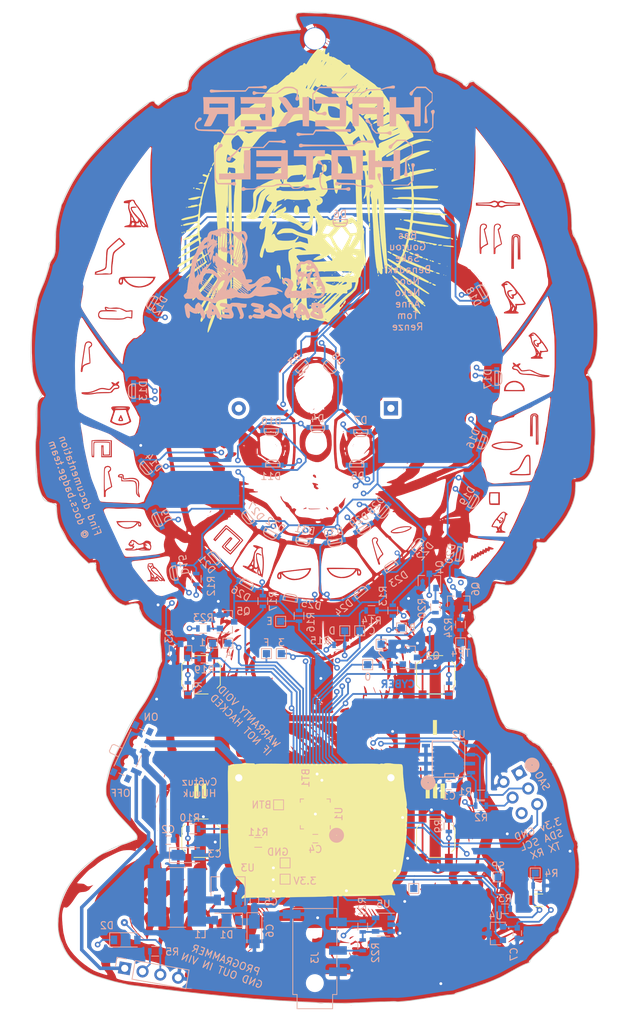
<source format=kicad_pcb>
(kicad_pcb (version 20171130) (host pcbnew 5.1.5)
  (layers (0 F.Cu signal) (1 In1.Cu signal) (2 In2.Cu signal) (31 B.Cu signal) (34 B.Paste user hide) (35 F.Paste user hide) (36 B.SilkS user hide) (37 F.SilkS user) (38 B.Mask user hide) (39 F.Mask user hide) (44 Edge.Cuts user))
  (net 0 "")
  (net 1 "Net-(BT1-Pad2)")
  (net 2 GND)
  (net 3 +3V3)
  (net 4 SENSOR_PWR)
  (net 5 ADC_LDR)
  (net 6 LED_R0)
  (net 7 LED_R1)
  (net 8 LED_R2)
  (net 9 LED_R3)
  (net 10 LED_R4)
  (net 11 LED_R5)
  (net 12 PGRM)
  (net 13 SER_RX)
  (net 14 SER_TX)
  (net 15 I2C_SDA)
  (net 16 I2C_SCL)
  (net 17 VPP)
  (net 18 "Net-(J2-Pad2)")
  (net 19 ADC_BTN)
  (net 20 LED_C0)
  (net 21 LED_C1)
  (net 22 LED_C2)
  (net 23 DAC_AUDIO)
  (net 24 ADC_AUDIO)
  (net 25 LED_C3)
  (net 26 LED_C4)
  (net 27 ADC_HALL)
  (net 28 "Net-(J3-Pad2)")
  (net 29 /LED_A5)
  (net 30 /LED_A0)
  (net 31 /LED_A4)
  (net 32 /LED_A3)
  (net 33 /LED_A2)
  (net 34 /LED_A1)
  (net 35 /LED_B0)
  (net 36 /LED_B1)
  (net 37 /LED_B2)
  (net 38 /LED_B3)
  (net 39 /LED_B4)
  (net 40 "Net-(R21-Pad1)")
  (net 41 /LED_K0)
  (net 42 /LED_K1)
  (net 43 /LED_K2)
  (net 44 /LED_K3)
  (net 45 /LED_K4)
  (net 46 +BATT)
  (net 47 /DCDC_IN)
  (net 48 /DCDC_LX)
  (net 49 /SW2)
  (net 50 /SW3)
  (net 51 /SW4)
  (net 52 /SW5)
  (net 53 /SENSOR_PWR_R)
  (module kicad:catshape4 (layer F.Cu) (at 69.10852 94.7041)
    (fp_text reference Ref** hide)
    (fp_text value Val** hide)
    (fp_line (start -0.68866 -69.72549) (end -0.68897 -69.72772) (layer Edge.Cuts) (width 0.1))
    (fp_line (start -0.68865 -69.72551) (end -0.68866 -69.72549) (layer Edge.Cuts) (width 0.1))
    (fp_line (start 0.01133 -69.72051) (end -0.68865 -69.72551) (layer Edge.Cuts) (width 0.1))
    (fp_line (start 0.71415 -69.69391) (end 0.01133 -69.72051) (layer Edge.Cuts) (width 0.1))
    (fp_line (start 2.1229 -69.59056) (end 0.71415 -69.69391) (layer Edge.Cuts) (width 0.1))
    (fp_line (start 3.52689 -69.44163) (end 2.1229 -69.59056) (layer Edge.Cuts) (width 0.1))
    (fp_line (start 4.91541 -69.27295) (end 3.52689 -69.44163) (layer Edge.Cuts) (width 0.1))
    (fp_line (start 6.36327 -68.92134) (end 4.91541 -69.27295) (layer Edge.Cuts) (width 0.1))
    (fp_line (start 7.80637 -68.51549) (end 6.36327 -68.92134) (layer Edge.Cuts) (width 0.1))
    (fp_line (start 8.52239 -68.28909) (end 7.80637 -68.51549) (layer Edge.Cuts) (width 0.1))
    (fp_line (start 9.23273 -68.04536) (end 8.52239 -68.28909) (layer Edge.Cuts) (width 0.1))
    (fp_line (start 9.93588 -67.78305) (end 9.23273 -68.04536) (layer Edge.Cuts) (width 0.1))
    (fp_line (start 10.63037 -67.50088) (end 9.93588 -67.78305) (layer Edge.Cuts) (width 0.1))
    (fp_line (start 11.31468 -67.19762) (end 10.63037 -67.50088) (layer Edge.Cuts) (width 0.1))
    (fp_line (start 11.98732 -66.87201) (end 11.31468 -67.19762) (layer Edge.Cuts) (width 0.1))
    (fp_line (start 12.6468 -66.52276) (end 11.98732 -66.87201) (layer Edge.Cuts) (width 0.1))
    (fp_line (start 13.29161 -66.14863) (end 12.6468 -66.52276) (layer Edge.Cuts) (width 0.1))
    (fp_line (start 13.92025 -65.74836) (end 13.29161 -66.14863) (layer Edge.Cuts) (width 0.1))
    (fp_line (start 14.53126 -65.32071) (end 13.92025 -65.74836) (layer Edge.Cuts) (width 0.1))
    (fp_line (start 15.1231 -64.8644) (end 14.53126 -65.32071) (layer Edge.Cuts) (width 0.1))
    (fp_line (start 15.6943 -64.37818) (end 15.1231 -64.8644) (layer Edge.Cuts) (width 0.1))
    (fp_line (start 15.88235 -64.24782) (end 15.6943 -64.37818) (layer Edge.Cuts) (width 0.1))
    (fp_line (start 16.05141 -64.10672) (end 15.88235 -64.24782) (layer Edge.Cuts) (width 0.1))
    (fp_line (start 16.20288 -63.95574) (end 16.05141 -64.10672) (layer Edge.Cuts) (width 0.1))
    (fp_line (start 16.33818 -63.79575) (end 16.20288 -63.95574) (layer Edge.Cuts) (width 0.1))
    (fp_line (start 16.56596 -63.45224) (end 16.33818 -63.79575) (layer Edge.Cuts) (width 0.1))
    (fp_line (start 16.74608 -63.08314) (end 16.56596 -63.45224) (layer Edge.Cuts) (width 0.1))
    (fp_line (start 16.88987 -62.69543) (end 16.74608 -63.08314) (layer Edge.Cuts) (width 0.1))
    (fp_line (start 17.00868 -62.29606) (end 16.88987 -62.69543) (layer Edge.Cuts) (width 0.1))
    (fp_line (start 17.21668 -61.49018) (end 17.00868 -62.29606) (layer Edge.Cuts) (width 0.1))
    (fp_line (start 18.11634 -61.16387) (end 17.21668 -61.49018) (layer Edge.Cuts) (width 0.1))
    (fp_line (start 19.02128 -60.79226) (end 18.11634 -61.16387) (layer Edge.Cuts) (width 0.1))
    (fp_line (start 19.46636 -60.58179) (end 19.02128 -60.79226) (layer Edge.Cuts) (width 0.1))
    (fp_line (start 19.90149 -60.35078) (end 19.46636 -60.58179) (layer Edge.Cuts) (width 0.1))
    (fp_line (start 20.32293 -60.09614) (end 19.90149 -60.35078) (layer Edge.Cuts) (width 0.1))
    (fp_line (start 20.72692 -59.8148) (end 20.32293 -60.09614) (layer Edge.Cuts) (width 0.1))
    (fp_line (start 20.83868 -59.61776) (end 20.72692 -59.8148) (layer Edge.Cuts) (width 0.1))
    (fp_line (start 20.9457 -59.49006) (end 20.83868 -59.61776) (layer Edge.Cuts) (width 0.1))
    (fp_line (start 21.04885 -59.42256) (end 20.9457 -59.49006) (layer Edge.Cuts) (width 0.1))
    (fp_line (start 21.14912 -59.40636) (end 21.04885 -59.42256) (layer Edge.Cuts) (width 0.1))
    (fp_line (start 21.24752 -59.43216) (end 21.14912 -59.40636) (layer Edge.Cuts) (width 0.1))
    (fp_line (start 21.34472 -59.49106) (end 21.24752 -59.43216) (layer Edge.Cuts) (width 0.1))
    (fp_line (start 21.53996 -59.67163) (end 21.34472 -59.49106) (layer Edge.Cuts) (width 0.1))
    (fp_line (start 21.74227 -59.87535) (end 21.53996 -59.67163) (layer Edge.Cuts) (width 0.1))
    (fp_line (start 21.84839 -59.96325) (end 21.74227 -59.87535) (layer Edge.Cuts) (width 0.1))
    (fp_line (start 21.95908 -60.02975) (end 21.84839 -59.96325) (layer Edge.Cuts) (width 0.1))
    (fp_line (start 22.07525 -60.06565) (end 21.95908 -60.02975) (layer Edge.Cuts) (width 0.1))
    (fp_line (start 22.19783 -60.06165) (end 22.07525 -60.06565) (layer Edge.Cuts) (width 0.1))
    (fp_line (start 22.32777 -60.00925) (end 22.19783 -60.06165) (layer Edge.Cuts) (width 0.1))
    (fp_line (start 22.46598 -59.89904) (end 22.32777 -60.00925) (layer Edge.Cuts) (width 0.1))
    (fp_line (start 23.33438 -59.24467) (end 22.46598 -59.89904) (layer Edge.Cuts) (width 0.1))
    (fp_line (start 24.19604 -58.56598) (end 23.33438 -59.24467) (layer Edge.Cuts) (width 0.1))
    (fp_line (start 25.05023 -57.86605) (end 24.19604 -58.56598) (layer Edge.Cuts) (width 0.1))
    (fp_line (start 25.89618 -57.14798) (end 25.05023 -57.86605) (layer Edge.Cuts) (width 0.1))
    (fp_line (start 26.73322 -56.41486) (end 25.89618 -57.14798) (layer Edge.Cuts) (width 0.1))
    (fp_line (start 27.56053 -55.66977) (end 26.73322 -56.41486) (layer Edge.Cuts) (width 0.1))
    (fp_line (start 29.18319 -54.15603) (end 27.56053 -55.66977) (layer Edge.Cuts) (width 0.1))
    (fp_line (start 29.64472 -53.71425) (end 29.18319 -54.15603) (layer Edge.Cuts) (width 0.1))
    (fp_line (start 30.09702 -53.25456) (end 29.64472 -53.71425) (layer Edge.Cuts) (width 0.1))
    (fp_line (start 30.53939 -52.7785) (end 30.09702 -53.25456) (layer Edge.Cuts) (width 0.1))
    (fp_line (start 30.97117 -52.28762) (end 30.53939 -52.7785) (layer Edge.Cuts) (width 0.1))
    (fp_line (start 31.39168 -51.78346) (end 30.97117 -52.28762) (layer Edge.Cuts) (width 0.1))
    (fp_line (start 31.80025 -51.26757) (end 31.39168 -51.78346) (layer Edge.Cuts) (width 0.1))
    (fp_line (start 32.19622 -50.74148) (end 31.80025 -51.26757) (layer Edge.Cuts) (width 0.1))
    (fp_line (start 32.57888 -50.20675) (end 32.19622 -50.74148) (layer Edge.Cuts) (width 0.1))
    (fp_line (start 33.3017 -49.11747) (end 32.57888 -50.20675) (layer Edge.Cuts) (width 0.1))
    (fp_line (start 33.9633 -48.01211) (end 33.3017 -49.11747) (layer Edge.Cuts) (width 0.1))
    (fp_line (start 34.55832 -46.90295) (end 33.9633 -48.01211) (layer Edge.Cuts) (width 0.1))
    (fp_line (start 35.08135 -45.80238) (end 34.55832 -46.90295) (layer Edge.Cuts) (width 0.1))
    (fp_line (start 35.31496 -45.07333) (end 35.08135 -45.80238) (layer Edge.Cuts) (width 0.1))
    (fp_line (start 35.53328 -44.30048) (end 35.31496 -45.07333) (layer Edge.Cuts) (width 0.1))
    (fp_line (start 35.72914 -43.49391) (end 35.53328 -44.30048) (layer Edge.Cuts) (width 0.1))
    (fp_line (start 35.89532 -42.66369) (end 35.72914 -43.49391) (layer Edge.Cuts) (width 0.1))
    (fp_line (start 36.02464 -41.81989) (end 35.89532 -42.66369) (layer Edge.Cuts) (width 0.1))
    (fp_line (start 36.10994 -40.97262) (end 36.02464 -41.81989) (layer Edge.Cuts) (width 0.1))
    (fp_line (start 36.14394 -40.13193) (end 36.10994 -40.97262) (layer Edge.Cuts) (width 0.1))
    (fp_line (start 36.13994 -39.71721) (end 36.14394 -40.13193) (layer Edge.Cuts) (width 0.1))
    (fp_line (start 36.11994 -39.30791) (end 36.13994 -39.71721) (layer Edge.Cuts) (width 0.1))
    (fp_line (start 36.24744 -38.84413) (end 36.11994 -39.30791) (layer Edge.Cuts) (width 0.1))
    (fp_line (start 36.41089 -38.40099) (end 36.24744 -38.84413) (layer Edge.Cuts) (width 0.1))
    (fp_line (start 36.59739 -37.97079) (end 36.41089 -38.40099) (layer Edge.Cuts) (width 0.1))
    (fp_line (start 36.79403 -37.54583) (end 36.59739 -37.97079) (layer Edge.Cuts) (width 0.1))
    (fp_line (start 36.9879 -37.11844) (end 36.79403 -37.54583) (layer Edge.Cuts) (width 0.1))
    (fp_line (start 37.16612 -36.68091) (end 36.9879 -37.11844) (layer Edge.Cuts) (width 0.1))
    (fp_line (start 37.31575 -36.22555) (end 37.16612 -36.68091) (layer Edge.Cuts) (width 0.1))
    (fp_line (start 37.42391 -35.74467) (end 37.31575 -36.22555) (layer Edge.Cuts) (width 0.1))
    (fp_line (start 37.69595 -35.15738) (end 37.42391 -35.74467) (layer Edge.Cuts) (width 0.1))
    (fp_line (start 37.95059 -34.56292) (end 37.69595 -35.15738) (layer Edge.Cuts) (width 0.1))
    (fp_line (start 38.18794 -33.96174) (end 37.95059 -34.56292) (layer Edge.Cuts) (width 0.1))
    (fp_line (start 38.40816 -33.35429) (end 38.18794 -33.96174) (layer Edge.Cuts) (width 0.1))
    (fp_line (start 38.61136 -32.74099) (end 38.40816 -33.35429) (layer Edge.Cuts) (width 0.1))
    (fp_line (start 38.79772 -32.12226) (end 38.61136 -32.74099) (layer Edge.Cuts) (width 0.1))
    (fp_line (start 38.96734 -31.49856) (end 38.79772 -32.12226) (layer Edge.Cuts) (width 0.1))
    (fp_line (start 39.12036 -30.8703) (end 38.96734 -31.49856) (layer Edge.Cuts) (width 0.1))
    (fp_line (start 39.25694 -30.23793) (end 39.12036 -30.8703) (layer Edge.Cuts) (width 0.1))
    (fp_line (start 39.3772 -29.60187) (end 39.25694 -30.23793) (layer Edge.Cuts) (width 0.1))
    (fp_line (start 39.48129 -28.96256) (end 39.3772 -29.60187) (layer Edge.Cuts) (width 0.1))
    (fp_line (start 39.56929 -28.32043) (end 39.48129 -28.96256) (layer Edge.Cuts) (width 0.1))
    (fp_line (start 39.64139 -27.67591) (end 39.56929 -28.32043) (layer Edge.Cuts) (width 0.1))
    (fp_line (start 39.69779 -27.02946) (end 39.64139 -27.67591) (layer Edge.Cuts) (width 0.1))
    (fp_line (start 39.76369 -25.7324) (end 39.69779 -27.02946) (layer Edge.Cuts) (width 0.1))
    (fp_line (start 39.76669 -24.19083) (end 39.76369 -25.7324) (layer Edge.Cuts) (width 0.1))
    (fp_line (start 39.74279 -23.41847) (end 39.76669 -24.19083) (layer Edge.Cuts) (width 0.1))
    (fp_line (start 39.68329 -22.65115) (end 39.74279 -23.41847) (layer Edge.Cuts) (width 0.1))
    (fp_line (start 39.57439 -21.89346) (end 39.68329 -22.65115) (layer Edge.Cuts) (width 0.1))
    (fp_line (start 39.49709 -21.51966) (end 39.57439 -21.89346) (layer Edge.Cuts) (width 0.1))
    (fp_line (start 39.40229 -21.14999) (end 39.49709 -21.51966) (layer Edge.Cuts) (width 0.1))
    (fp_line (start 39.28807 -20.785) (end 39.40229 -21.14999) (layer Edge.Cuts) (width 0.1))
    (fp_line (start 39.15283 -20.42529) (end 39.28807 -20.785) (layer Edge.Cuts) (width 0.1))
    (fp_line (start 38.99479 -20.07142) (end 39.15283 -20.42529) (layer Edge.Cuts) (width 0.1))
    (fp_line (start 38.81224 -19.72395) (end 38.99479 -20.07142) (layer Edge.Cuts) (width 0.1))
    (fp_line (start 38.66838 -19.58745) (end 38.81224 -19.72395) (layer Edge.Cuts) (width 0.1))
    (fp_line (start 38.56209 -19.45615) (end 38.66838 -19.58745) (layer Edge.Cuts) (width 0.1))
    (fp_line (start 38.48979 -19.32938) (end 38.56209 -19.45615) (layer Edge.Cuts) (width 0.1))
    (fp_line (start 38.44799 -19.20643) (end 38.48979 -19.32938) (layer Edge.Cuts) (width 0.1))
    (fp_line (start 38.43299 -19.08662) (end 38.44799 -19.20643) (layer Edge.Cuts) (width 0.1))
    (fp_line (start 38.44099 -18.96924) (end 38.43299 -19.08662) (layer Edge.Cuts) (width 0.1))
    (fp_line (start 38.46909 -18.85361) (end 38.44099 -18.96924) (layer Edge.Cuts) (width 0.1))
    (fp_line (start 38.51319 -18.73903) (end 38.46909 -18.85361) (layer Edge.Cuts) (width 0.1))
    (fp_line (start 38.63585 -18.51027) (end 38.51319 -18.73903) (layer Edge.Cuts) (width 0.1))
    (fp_line (start 38.78042 -18.2774) (end 38.63585 -18.51027) (layer Edge.Cuts) (width 0.1))
    (fp_line (start 38.91837 -18.03489) (end 38.78042 -18.2774) (layer Edge.Cuts) (width 0.1))
    (fp_line (start 39.0212 -17.77718) (end 38.91837 -18.03489) (layer Edge.Cuts) (width 0.1))
    (fp_line (start 39.058 -16.62665) (end 39.0212 -17.77718) (layer Edge.Cuts) (width 0.1))
    (fp_line (start 39.1342 -15.477) (end 39.058 -16.62665) (layer Edge.Cuts) (width 0.1))
    (fp_line (start 39.32712 -13.17861) (end 39.1342 -15.477) (layer Edge.Cuts) (width 0.1))
    (fp_line (start 39.40462 -12.02903) (end 39.32712 -13.17861) (layer Edge.Cuts) (width 0.1))
    (fp_line (start 39.44342 -10.87863) (end 39.40462 -12.02903) (layer Edge.Cuts) (width 0.1))
    (fp_line (start 39.44242 -10.303) (end 39.44342 -10.87863) (layer Edge.Cuts) (width 0.1))
    (fp_line (start 39.42422 -9.72699) (end 39.44242 -10.303) (layer Edge.Cuts) (width 0.1))
    (fp_line (start 39.38652 -9.15057) (end 39.42422 -9.72699) (layer Edge.Cuts) (width 0.1))
    (fp_line (start 39.32702 -8.57367) (end 39.38652 -9.15057) (layer Edge.Cuts) (width 0.1))
    (fp_line (start 39.32202 -7.83609) (end 39.32702 -8.57367) (layer Edge.Cuts) (width 0.1))
    (fp_line (start 39.26712 -7.02362) (end 39.32202 -7.83609) (layer Edge.Cuts) (width 0.1))
    (fp_line (start 39.21422 -6.60616) (end 39.26712 -7.02362) (layer Edge.Cuts) (width 0.1))
    (fp_line (start 39.14062 -6.19022) (end 39.21422 -6.60616) (layer Edge.Cuts) (width 0.1))
    (fp_line (start 39.04362 -5.78257) (end 39.14062 -6.19022) (layer Edge.Cuts) (width 0.1))
    (fp_line (start 38.9204 -5.38993) (end 39.04362 -5.78257) (layer Edge.Cuts) (width 0.1))
    (fp_line (start 38.76826 -5.01907) (end 38.9204 -5.38993) (layer Edge.Cuts) (width 0.1))
    (fp_line (start 38.58445 -4.67671) (end 38.76826 -5.01907) (layer Edge.Cuts) (width 0.1))
    (fp_line (start 38.36623 -4.36963) (end 38.58445 -4.67671) (layer Edge.Cuts) (width 0.1))
    (fp_line (start 38.11083 -4.10457) (end 38.36623 -4.36963) (layer Edge.Cuts) (width 0.1))
    (fp_line (start 37.96834 -3.9899) (end 38.11083 -4.10457) (layer Edge.Cuts) (width 0.1))
    (fp_line (start 37.81552 -3.88831) (end 37.96834 -3.9899) (layer Edge.Cuts) (width 0.1))
    (fp_line (start 37.65203 -3.80051) (end 37.81552 -3.88831) (layer Edge.Cuts) (width 0.1))
    (fp_line (start 37.47754 -3.72751) (end 37.65203 -3.80051) (layer Edge.Cuts) (width 0.1))
    (fp_line (start 37.29169 -3.67011) (end 37.47754 -3.72751) (layer Edge.Cuts) (width 0.1))
    (fp_line (start 37.09415 -3.62911) (end 37.29169 -3.67011) (layer Edge.Cuts) (width 0.1))
    (fp_line (start 36.88456 -3.60531) (end 37.09415 -3.62911) (layer Edge.Cuts) (width 0.1))
    (fp_line (start 36.66259 -3.60031) (end 36.88456 -3.60531) (layer Edge.Cuts) (width 0.1))
    (fp_line (start 36.69329 -2.99201) (end 36.66259 -3.60031) (layer Edge.Cuts) (width 0.1))
    (fp_line (start 36.66809 -2.39889) (end 36.69329 -2.99201) (layer Edge.Cuts) (width 0.1))
    (fp_line (start 36.59109 -1.8205) (end 36.66809 -2.39889) (layer Edge.Cuts) (width 0.1))
    (fp_line (start 36.46633 -1.25631) (end 36.59109 -1.8205) (layer Edge.Cuts) (width 0.1))
    (fp_line (start 36.29776 -0.70589) (end 36.46633 -1.25631) (layer Edge.Cuts) (width 0.1))
    (fp_line (start 36.08948 -0.16874) (end 36.29776 -0.70589) (layer Edge.Cuts) (width 0.1))
    (fp_line (start 35.84549 0.35562) (end 36.08948 -0.16874) (layer Edge.Cuts) (width 0.1))
    (fp_line (start 35.5698 0.86765) (end 35.84549 0.35562) (layer Edge.Cuts) (width 0.1))
    (fp_line (start 35.26648 1.36785) (end 35.5698 0.86765) (layer Edge.Cuts) (width 0.1))
    (fp_line (start 34.93953 1.85668) (end 35.26648 1.36785) (layer Edge.Cuts) (width 0.1))
    (fp_line (start 34.59299 2.3346) (end 34.93953 1.85668) (layer Edge.Cuts) (width 0.1))
    (fp_line (start 34.23088 2.80213) (end 34.59299 2.3346) (layer Edge.Cuts) (width 0.1))
    (fp_line (start 33.47609 3.70785) (end 34.23088 2.80213) (layer Edge.Cuts) (width 0.1))
    (fp_line (start 32.70738 4.57765) (end 33.47609 3.70785) (layer Edge.Cuts) (width 0.1))
    (fp_line (start 32.62558 4.71747) (end 32.70738 4.57765) (layer Edge.Cuts) (width 0.1))
    (fp_line (start 32.52019 4.81347) (end 32.62558 4.71747) (layer Edge.Cuts) (width 0.1))
    (fp_line (start 32.39616 4.87277) (end 32.52019 4.81347) (layer Edge.Cuts) (width 0.1))
    (fp_line (start 32.25831 4.90267) (end 32.39616 4.87277) (layer Edge.Cuts) (width 0.1))
    (fp_line (start 32.11152 4.90967) (end 32.25831 4.90267) (layer Edge.Cuts) (width 0.1))
    (fp_line (start 31.96066 4.90267) (end 32.11152 4.90967) (layer Edge.Cuts) (width 0.1))
    (fp_line (start 31.66616 4.86977) (end 31.96066 4.90267) (layer Edge.Cuts) (width 0.1))
    (fp_line (start 31.41373 4.86177) (end 31.66616 4.86977) (layer Edge.Cuts) (width 0.1))
    (fp_line (start 31.31543 4.88467) (end 31.41373 4.86177) (layer Edge.Cuts) (width 0.1))
    (fp_line (start 31.24233 4.93527) (end 31.31543 4.88467) (layer Edge.Cuts) (width 0.1))
    (fp_line (start 31.19913 5.02057) (end 31.24233 4.93527) (layer Edge.Cuts) (width 0.1))
    (fp_line (start 31.19113 5.14762) (end 31.19913 5.02057) (layer Edge.Cuts) (width 0.1))
    (fp_line (start 31.22253 5.32366) (end 31.19113 5.14762) (layer Edge.Cuts) (width 0.1))
    (fp_line (start 31.29843 5.55581) (end 31.22253 5.32366) (layer Edge.Cuts) (width 0.1))
    (fp_line (start 31.06363 6.14015) (end 31.29843 5.55581) (layer Edge.Cuts) (width 0.1))
    (fp_line (start 30.80576 6.72277) (end 31.06363 6.14015) (layer Edge.Cuts) (width 0.1))
    (fp_line (start 30.52426 7.30006) (end 30.80576 6.72277) (layer Edge.Cuts) (width 0.1))
    (fp_line (start 30.21858 7.86838) (end 30.52426 7.30006) (layer Edge.Cuts) (width 0.1))
    (fp_line (start 29.88817 8.42412) (end 30.21858 7.86838) (layer Edge.Cuts) (width 0.1))
    (fp_line (start 29.53245 8.96367) (end 29.88817 8.42412) (layer Edge.Cuts) (width 0.1))
    (fp_line (start 29.1509 9.4834) (end 29.53245 8.96367) (layer Edge.Cuts) (width 0.1))
    (fp_line (start 28.74293 9.97971) (end 29.1509 9.4834) (layer Edge.Cuts) (width 0.1))
    (fp_line (start 28.59697 10.19813) (end 28.74293 9.97971) (layer Edge.Cuts) (width 0.1))
    (fp_line (start 28.43819 10.38127) (end 28.59697 10.19813) (layer Edge.Cuts) (width 0.1))
    (fp_line (start 28.26775 10.53167) (end 28.43819 10.38127) (layer Edge.Cuts) (width 0.1))
    (fp_line (start 28.08682 10.65191) (end 28.26775 10.53167) (layer Edge.Cuts) (width 0.1))
    (fp_line (start 27.8966 10.74461) (end 28.08682 10.65191) (layer Edge.Cuts) (width 0.1))
    (fp_line (start 27.69824 10.81231) (end 27.8966 10.74461) (layer Edge.Cuts) (width 0.1))
    (fp_line (start 27.49293 10.85751) (end 27.69824 10.81231) (layer Edge.Cuts) (width 0.1))
    (fp_line (start 27.28184 10.88281) (end 27.49293 10.85751) (layer Edge.Cuts) (width 0.1))
    (fp_line (start 26.84704 10.88381) (end 27.28184 10.88281) (layer Edge.Cuts) (width 0.1))
    (fp_line (start 26.40323 10.83631) (end 26.84704 10.88381) (layer Edge.Cuts) (width 0.1))
    (fp_line (start 25.52624 10.67754) (end 26.40323 10.83631) (layer Edge.Cuts) (width 0.1))
    (fp_line (start 25.3712 11.03743) (end 25.52624 10.67754) (layer Edge.Cuts) (width 0.1))
    (fp_line (start 25.22594 11.43092) (end 25.3712 11.03743) (layer Edge.Cuts) (width 0.1))
    (fp_line (start 25.07579 11.84061) (end 25.22594 11.43092) (layer Edge.Cuts) (width 0.1))
    (fp_line (start 24.90604 12.24919) (end 25.07579 11.84061) (layer Edge.Cuts) (width 0.1))
    (fp_line (start 24.70197 12.63927) (end 24.90604 12.24919) (layer Edge.Cuts) (width 0.1))
    (fp_line (start 24.58247 12.82197) (end 24.70197 12.63927) (layer Edge.Cuts) (width 0.1))
    (fp_line (start 24.44886 12.99352) (end 24.58247 12.82197) (layer Edge.Cuts) (width 0.1))
    (fp_line (start 24.29934 13.15176) (end 24.44886 12.99352) (layer Edge.Cuts) (width 0.1))
    (fp_line (start 24.13205 13.29454) (end 24.29934 13.15176) (layer Edge.Cuts) (width 0.1))
    (fp_line (start 23.94514 13.41968) (end 24.13205 13.29454) (layer Edge.Cuts) (width 0.1))
    (fp_line (start 23.73679 13.52499) (end 23.94514 13.41968) (layer Edge.Cuts) (width 0.1))
    (fp_line (start 23.64609 13.63698) (end 23.73679 13.52499) (layer Edge.Cuts) (width 0.1))
    (fp_line (start 23.53986 13.73618) (end 23.64609 13.63698) (layer Edge.Cuts) (width 0.1))
    (fp_line (start 23.29447 13.90467) (end 23.53986 13.73618) (layer Edge.Cuts) (width 0.1))
    (fp_line (start 22.76873 14.18063) (end 23.29447 13.90467) (layer Edge.Cuts) (width 0.1))
    (fp_line (start 22.54366 14.32165) (end 22.76873 14.18063) (layer Edge.Cuts) (width 0.1))
    (fp_line (start 22.45266 14.40015) (end 22.54366 14.32165) (layer Edge.Cuts) (width 0.1))
    (fp_line (start 22.38056 14.48695) (end 22.45266 14.40015) (layer Edge.Cuts) (width 0.1))
    (fp_line (start 22.33096 14.58405) (end 22.38056 14.48695) (layer Edge.Cuts) (width 0.1))
    (fp_line (start 22.30726 14.69354) (end 22.33096 14.58405) (layer Edge.Cuts) (width 0.1))
    (fp_line (start 22.31226 14.81752) (end 22.30726 14.69354) (layer Edge.Cuts) (width 0.1))
    (fp_line (start 22.35066 14.95807) (end 22.31226 14.81752) (layer Edge.Cuts) (width 0.1))
    (fp_line (start 22.47439 15.16897) (end 22.35066 14.95807) (layer Edge.Cuts) (width 0.1))
    (fp_line (start 22.53369 15.3679) (end 22.47439 15.16897) (layer Edge.Cuts) (width 0.1))
    (fp_line (start 22.53769 15.55616) (end 22.53369 15.3679) (layer Edge.Cuts) (width 0.1))
    (fp_line (start 22.49559 15.73503) (end 22.53769 15.55616) (layer Edge.Cuts) (width 0.1))
    (fp_line (start 22.41629 15.90581) (end 22.49559 15.73503) (layer Edge.Cuts) (width 0.1))
    (fp_line (start 22.3088 16.06975) (end 22.41629 15.90581) (layer Edge.Cuts) (width 0.1))
    (fp_line (start 22.04568 16.38235) (end 22.3088 16.06975) (layer Edge.Cuts) (width 0.1))
    (fp_line (start 21.77876 16.68312) (end 22.04568 16.38235) (layer Edge.Cuts) (width 0.1))
    (fp_line (start 21.66652 16.8323) (end 21.77876 16.68312) (layer Edge.Cuts) (width 0.1))
    (fp_line (start 21.58052 16.98236) (end 21.66652 16.8323) (layer Edge.Cuts) (width 0.1))
    (fp_line (start 21.52972 17.13462) (end 21.58052 16.98236) (layer Edge.Cuts) (width 0.1))
    (fp_line (start 21.52372 17.29034) (end 21.52972 17.13462) (layer Edge.Cuts) (width 0.1))
    (fp_line (start 21.57072 17.45083) (end 21.52372 17.29034) (layer Edge.Cuts) (width 0.1))
    (fp_line (start 21.68015 17.61737) (end 21.57072 17.45083) (layer Edge.Cuts) (width 0.1))
    (fp_line (start 21.91551 17.87122) (end 21.68015 17.61737) (layer Edge.Cuts) (width 0.1))
    (fp_line (start 22.10777 18.14401) (end 21.91551 17.87122) (layer Edge.Cuts) (width 0.1))
    (fp_line (start 22.26225 18.43332) (end 22.10777 18.14401) (layer Edge.Cuts) (width 0.1))
    (fp_line (start 22.38427 18.73669) (end 22.26225 18.43332) (layer Edge.Cuts) (width 0.1))
    (fp_line (start 22.47907 19.05169) (end 22.38427 18.73669) (layer Edge.Cuts) (width 0.1))
    (fp_line (start 22.55207 19.37589) (end 22.47907 19.05169) (layer Edge.Cuts) (width 0.1))
    (fp_line (start 22.65386 20.04207) (end 22.55207 19.37589) (layer Edge.Cuts) (width 0.1))
    (fp_line (start 22.73196 20.71573) (end 22.65386 20.04207) (layer Edge.Cuts) (width 0.1))
    (fp_line (start 22.82896 21.37733) (end 22.73196 20.71573) (layer Edge.Cuts) (width 0.1))
    (fp_line (start 22.89786 21.69749) (end 22.82896 21.37733) (layer Edge.Cuts) (width 0.1))
    (fp_line (start 22.98736 22.00733) (end 22.89786 21.69749) (layer Edge.Cuts) (width 0.1))
    (fp_line (start 23.10293 22.30438) (end 22.98736 22.00733) (layer Edge.Cuts) (width 0.1))
    (fp_line (start 23.24978 22.58622) (end 23.10293 22.30438) (layer Edge.Cuts) (width 0.1))
    (fp_line (start 23.36806 22.71153) (end 23.24978 22.58622) (layer Edge.Cuts) (width 0.1))
    (fp_line (start 23.48977 22.89133) (end 23.36806 22.71153) (layer Edge.Cuts) (width 0.1))
    (fp_line (start 23.73215 23.311) (end 23.48977 22.89133) (layer Edge.Cuts) (width 0.1))
    (fp_line (start 23.84713 23.49917) (end 23.73215 23.311) (layer Edge.Cuts) (width 0.1))
    (fp_line (start 23.95419 23.63846) (end 23.84713 23.49917) (layer Edge.Cuts) (width 0.1))
    (fp_line (start 24.00389 23.68166) (end 23.95419 23.63846) (layer Edge.Cuts) (width 0.1))
    (fp_line (start 24.05059 23.70296) (end 24.00389 23.68166) (layer Edge.Cuts) (width 0.1))
    (fp_line (start 24.09379 23.69896) (end 24.05059 23.70296) (layer Edge.Cuts) (width 0.1))
    (fp_line (start 24.13319 23.66676) (end 24.09379 23.69896) (layer Edge.Cuts) (width 0.1))
    (fp_line (start 24.46599 24.57526) (end 24.13319 23.66676) (layer Edge.Cuts) (width 0.1))
    (fp_line (start 24.80959 25.6052) (end 24.46599 24.57526) (layer Edge.Cuts) (width 0.1))
    (fp_line (start 25.14571 26.67999) (end 24.80959 25.6052) (layer Edge.Cuts) (width 0.1))
    (fp_line (start 25.45609 27.72303) (end 25.14571 26.67999) (layer Edge.Cuts) (width 0.1))
    (fp_line (start 25.61141 28.18256) (end 25.45609 27.72303) (layer Edge.Cuts) (width 0.1))
    (fp_line (start 25.76566 28.67385) (end 25.61141 28.18256) (layer Edge.Cuts) (width 0.1))
    (fp_line (start 25.93155 29.17486) (end 25.76566 28.67385) (layer Edge.Cuts) (width 0.1))
    (fp_line (start 26.1218 29.66356) (end 25.93155 29.17486) (layer Edge.Cuts) (width 0.1))
    (fp_line (start 26.34908 30.11794) (end 26.1218 29.66356) (layer Edge.Cuts) (width 0.1))
    (fp_line (start 26.48058 30.32537) (end 26.34908 30.11794) (layer Edge.Cuts) (width 0.1))
    (fp_line (start 26.6261 30.51597) (end 26.48058 30.32537) (layer Edge.Cuts) (width 0.1))
    (fp_line (start 26.78723 30.68697) (end 26.6261 30.51597) (layer Edge.Cuts) (width 0.1))
    (fp_line (start 26.96556 30.83563) (end 26.78723 30.68697) (layer Edge.Cuts) (width 0.1))
    (fp_line (start 27.16267 30.95918) (end 26.96556 30.83563) (layer Edge.Cuts) (width 0.1))
    (fp_line (start 27.38015 31.05488) (end 27.16267 30.95918) (layer Edge.Cuts) (width 0.1))
    (fp_line (start 27.68036 31.10528) (end 27.38015 31.05488) (layer Edge.Cuts) (width 0.1))
    (fp_line (start 28.0314 31.18658) (end 27.68036 31.10528) (layer Edge.Cuts) (width 0.1))
    (fp_line (start 28.4094 31.29233) (end 28.0314 31.18658) (layer Edge.Cuts) (width 0.1))
    (fp_line (start 28.79049 31.41613) (end 28.4094 31.29233) (layer Edge.Cuts) (width 0.1))
    (fp_line (start 29.15077 31.55162) (end 28.79049 31.41613) (layer Edge.Cuts) (width 0.1))
    (fp_line (start 29.46638 31.6924) (end 29.15077 31.55162) (layer Edge.Cuts) (width 0.1))
    (fp_line (start 29.71345 31.83206) (end 29.46638 31.6924) (layer Edge.Cuts) (width 0.1))
    (fp_line (start 29.86808 31.96422) (end 29.71345 31.83206) (layer Edge.Cuts) (width 0.1))
    (fp_line (start 29.82638 32.03112) (end 29.86808 31.96422) (layer Edge.Cuts) (width 0.1))
    (fp_line (start 29.81458 32.10012) (end 29.82638 32.03112) (layer Edge.Cuts) (width 0.1))
    (fp_line (start 29.82908 32.17052) (end 29.81458 32.10012) (layer Edge.Cuts) (width 0.1))
    (fp_line (start 29.86588 32.24172) (end 29.82908 32.17052) (layer Edge.Cuts) (width 0.1))
    (fp_line (start 29.99116 32.38415) (end 29.86588 32.24172) (layer Edge.Cuts) (width 0.1))
    (fp_line (start 30.15957 32.52221) (end 29.99116 32.38415) (layer Edge.Cuts) (width 0.1))
    (fp_line (start 30.50251 32.7646) (end 30.15957 32.52221) (layer Edge.Cuts) (width 0.1))
    (fp_line (start 30.6154 32.8586) (end 30.50251 32.7646) (layer Edge.Cuts) (width 0.1))
    (fp_line (start 30.6438 32.8966) (end 30.6154 32.8586) (layer Edge.Cuts) (width 0.1))
    (fp_line (start 30.6478 32.9277) (end 30.6438 32.8966) (layer Edge.Cuts) (width 0.1))
    (fp_line (start 30.6835 32.9546) (end 30.6478 32.9277) (layer Edge.Cuts) (width 0.1))
    (fp_line (start 30.80279 33.0135) (end 30.6835 32.9546) (layer Edge.Cuts) (width 0.1))
    (fp_line (start 31.18141 33.20017) (end 30.80279 33.0135) (layer Edge.Cuts) (width 0.1))
    (fp_line (start 31.38533 33.31429) (end 31.18141 33.20017) (layer Edge.Cuts) (width 0.1))
    (fp_line (start 31.56206 33.43318) (end 31.38533 33.31429) (layer Edge.Cuts) (width 0.1))
    (fp_line (start 31.68389 33.55003) (end 31.56206 33.43318) (layer Edge.Cuts) (width 0.1))
    (fp_line (start 31.71559 33.60553) (end 31.68389 33.55003) (layer Edge.Cuts) (width 0.1))
    (fp_line (start 31.72259 33.65803) (end 31.71559 33.60553) (layer Edge.Cuts) (width 0.1))
    (fp_line (start 31.8599 33.78916) (end 31.72259 33.65803) (layer Edge.Cuts) (width 0.1))
    (fp_line (start 32.02567 33.9938) (end 31.8599 33.78916) (layer Edge.Cuts) (width 0.1))
    (fp_line (start 32.40938 34.54498) (end 32.02567 33.9938) (layer Edge.Cuts) (width 0.1))
    (fp_line (start 32.80731 35.15438) (end 32.40938 34.54498) (layer Edge.Cuts) (width 0.1))
    (fp_line (start 33.15307 35.66481) (end 32.80731 35.15438) (layer Edge.Cuts) (width 0.1))
    (fp_line (start 33.19377 35.67081) (end 33.15307 35.66481) (layer Edge.Cuts) (width 0.1))
    (fp_line (start 33.23257 35.70661) (end 33.19377 35.67081) (layer Edge.Cuts) (width 0.1))
    (fp_line (start 33.30747 35.84251) (end 33.23257 35.70661) (layer Edge.Cuts) (width 0.1))
    (fp_line (start 33.46496 36.20498) (end 33.30747 35.84251) (layer Edge.Cuts) (width 0.1))
    (fp_line (start 33.76221 36.74371) (end 33.46496 36.20498) (layer Edge.Cuts) (width 0.1))
    (fp_line (start 34.0777 37.37166) (end 33.76221 36.74371) (layer Edge.Cuts) (width 0.1))
    (fp_line (start 34.39797 38.07003) (end 34.0777 37.37166) (layer Edge.Cuts) (width 0.1))
    (fp_line (start 34.70953 38.82007) (end 34.39797 38.07003) (layer Edge.Cuts) (width 0.1))
    (fp_line (start 34.99892 39.60303) (end 34.70953 38.82007) (layer Edge.Cuts) (width 0.1))
    (fp_line (start 35.25267 40.40008) (end 34.99892 39.60303) (layer Edge.Cuts) (width 0.1))
    (fp_line (start 35.45729 41.19251) (end 35.25267 40.40008) (layer Edge.Cuts) (width 0.1))
    (fp_line (start 35.53699 41.5811) (end 35.45729 41.19251) (layer Edge.Cuts) (width 0.1))
    (fp_line (start 35.59939 41.9615) (end 35.53699 41.5811) (layer Edge.Cuts) (width 0.1))
    (fp_line (start 35.82538 43.20449) (end 35.59939 41.9615) (layer Edge.Cuts) (width 0.1))
    (fp_line (start 36.08831 44.46558) (end 35.82538 43.20449) (layer Edge.Cuts) (width 0.1))
    (fp_line (start 36.24147 45.08619) (end 36.08831 44.46558) (layer Edge.Cuts) (width 0.1))
    (fp_line (start 36.41331 45.6913) (end 36.24147 45.08619) (layer Edge.Cuts) (width 0.1))
    (fp_line (start 36.60694 46.27417) (end 36.41331 45.6913) (layer Edge.Cuts) (width 0.1))
    (fp_line (start 36.82552 46.82816) (end 36.60694 46.27417) (layer Edge.Cuts) (width 0.1))
    (fp_line (start 36.94315 47.1187) (end 36.82552 46.82816) (layer Edge.Cuts) (width 0.1))
    (fp_line (start 36.98265 47.27478) (end 36.94315 47.1187) (layer Edge.Cuts) (width 0.1))
    (fp_line (start 37.00705 47.43414) (end 36.98265 47.27478) (layer Edge.Cuts) (width 0.1))
    (fp_line (start 37.01505 47.59385) (end 37.00705 47.43414) (layer Edge.Cuts) (width 0.1))
    (fp_line (start 37.00455 47.75095) (end 37.01505 47.59385) (layer Edge.Cuts) (width 0.1))
    (fp_line (start 36.97425 47.90253) (end 37.00455 47.75095) (layer Edge.Cuts) (width 0.1))
    (fp_line (start 36.92255 48.04564) (end 36.97425 47.90253) (layer Edge.Cuts) (width 0.1))
    (fp_line (start 37.01385 48.51157) (end 36.92255 48.04564) (layer Edge.Cuts) (width 0.1))
    (fp_line (start 37.08645 48.97869) (end 37.01385 48.51157) (layer Edge.Cuts) (width 0.1))
    (fp_line (start 37.14035 49.44663) (end 37.08645 48.97869) (layer Edge.Cuts) (width 0.1))
    (fp_line (start 37.17545 49.91489) (end 37.14035 49.44663) (layer Edge.Cuts) (width 0.1))
    (fp_line (start 37.19195 50.38307) (end 37.17545 49.91489) (layer Edge.Cuts) (width 0.1))
    (fp_line (start 37.18995 50.85071) (end 37.19195 50.38307) (layer Edge.Cuts) (width 0.1))
    (fp_line (start 37.16945 51.3174) (end 37.18995 50.85071) (layer Edge.Cuts) (width 0.1))
    (fp_line (start 37.13055 51.7827) (end 37.16945 51.3174) (layer Edge.Cuts) (width 0.1))
    (fp_line (start 37.07335 52.24615) (end 37.13055 51.7827) (layer Edge.Cuts) (width 0.1))
    (fp_line (start 36.99785 52.70734) (end 37.07335 52.24615) (layer Edge.Cuts) (width 0.1))
    (fp_line (start 36.90415 53.16582) (end 36.99785 52.70734) (layer Edge.Cuts) (width 0.1))
    (fp_line (start 36.79221 53.62117) (end 36.90415 53.16582) (layer Edge.Cuts) (width 0.1))
    (fp_line (start 36.66215 54.07292) (end 36.79221 53.62117) (layer Edge.Cuts) (width 0.1))
    (fp_line (start 36.51406 54.52067) (end 36.66215 54.07292) (layer Edge.Cuts) (width 0.1))
    (fp_line (start 36.34797 54.96397) (end 36.51406 54.52067) (layer Edge.Cuts) (width 0.1))
    (fp_line (start 36.16395 55.40239) (end 36.34797 54.96397) (layer Edge.Cuts) (width 0.1))
    (fp_line (start 36.09575 55.67306) (end 36.16395 55.40239) (layer Edge.Cuts) (width 0.1))
    (fp_line (start 36.01005 55.94003) (end 36.09575 55.67306) (layer Edge.Cuts) (width 0.1))
    (fp_line (start 35.79588 56.46404) (end 36.01005 55.94003) (layer Edge.Cuts) (width 0.1))
    (fp_line (start 35.54087 56.97675) (end 35.79588 56.46404) (layer Edge.Cuts) (width 0.1))
    (fp_line (start 35.26455 57.48049) (end 35.54087 56.97675) (layer Edge.Cuts) (width 0.1))
    (fp_line (start 34.9864 57.97762) (end 35.26455 57.48049) (layer Edge.Cuts) (width 0.1))
    (fp_line (start 34.72595 58.47047) (end 34.9864 57.97762) (layer Edge.Cuts) (width 0.1))
    (fp_line (start 34.50266 58.96138) (end 34.72595 58.47047) (layer Edge.Cuts) (width 0.1))
    (fp_line (start 34.41106 59.20686) (end 34.50266 58.96138) (layer Edge.Cuts) (width 0.1))
    (fp_line (start 34.33606 59.45272) (end 34.41106 59.20686) (layer Edge.Cuts) (width 0.1))
    (fp_line (start 34.34106 59.56651) (end 34.33606 59.45272) (layer Edge.Cuts) (width 0.1))
    (fp_line (start 34.31606 59.6682) (end 34.34106 59.56651) (layer Edge.Cuts) (width 0.1))
    (fp_line (start 34.26516 59.7597) (end 34.31606 59.6682) (layer Edge.Cuts) (width 0.1))
    (fp_line (start 34.19226 59.8432) (end 34.26516 59.7597) (layer Edge.Cuts) (width 0.1))
    (fp_line (start 33.9962 59.99425) (end 34.19226 59.8432) (layer Edge.Cuts) (width 0.1))
    (fp_line (start 33.75903 60.13753) (end 33.9962 59.99425) (layer Edge.Cuts) (width 0.1))
    (fp_line (start 33.51196 60.28934) (end 33.75903 60.13753) (layer Edge.Cuts) (width 0.1))
    (fp_line (start 33.28622 60.46597) (end 33.51196 60.28934) (layer Edge.Cuts) (width 0.1))
    (fp_line (start 33.19112 60.5687) (end 33.28622 60.46597) (layer Edge.Cuts) (width 0.1))
    (fp_line (start 33.11312 60.68372) (end 33.19112 60.5687) (layer Edge.Cuts) (width 0.1))
    (fp_line (start 33.05602 60.81308) (end 33.11312 60.68372) (layer Edge.Cuts) (width 0.1))
    (fp_line (start 33.02372 60.95884) (end 33.05602 60.81308) (layer Edge.Cuts) (width 0.1))
    (fp_line (start 32.88701 61.17535) (end 33.02372 60.95884) (layer Edge.Cuts) (width 0.1))
    (fp_line (start 32.72684 61.38248) (end 32.88701 61.17535) (layer Edge.Cuts) (width 0.1))
    (fp_line (start 32.54707 61.58151) (end 32.72684 61.38248) (layer Edge.Cuts) (width 0.1))
    (fp_line (start 32.35152 61.77366) (end 32.54707 61.58151) (layer Edge.Cuts) (width 0.1))
    (fp_line (start 31.92844 62.14245) (end 32.35152 61.77366) (layer Edge.Cuts) (width 0.1))
    (fp_line (start 31.48826 62.49891) (end 31.92844 62.14245) (layer Edge.Cuts) (width 0.1))
    (fp_line (start 31.06168 62.85314) (end 31.48826 62.49891) (layer Edge.Cuts) (width 0.1))
    (fp_line (start 30.67938 63.21518) (end 31.06168 62.85314) (layer Edge.Cuts) (width 0.1))
    (fp_line (start 30.51442 63.4023) (end 30.67938 63.21518) (layer Edge.Cuts) (width 0.1))
    (fp_line (start 30.37204 63.59513) (end 30.51442 63.4023) (layer Edge.Cuts) (width 0.1))
    (fp_line (start 30.25607 63.79498) (end 30.37204 63.59513) (layer Edge.Cuts) (width 0.1))
    (fp_line (start 30.17027 64.00306) (end 30.25607 63.79498) (layer Edge.Cuts) (width 0.1))
    (fp_line (start 29.74523 64.15856) (end 30.17027 64.00306) (layer Edge.Cuts) (width 0.1))
    (fp_line (start 29.32594 64.33997) (end 29.74523 64.15856) (layer Edge.Cuts) (width 0.1))
    (fp_line (start 28.91061 64.5422) (end 29.32594 64.33997) (layer Edge.Cuts) (width 0.1))
    (fp_line (start 28.49738 64.76007) (end 28.91061 64.5422) (layer Edge.Cuts) (width 0.1))
    (fp_line (start 27.66998 65.22226) (end 28.49738 64.76007) (layer Edge.Cuts) (width 0.1))
    (fp_line (start 26.82923 65.68548) (end 27.66998 65.22226) (layer Edge.Cuts) (width 0.1))
    (fp_line (start 26.3986 65.91887) (end 26.82923 65.68548) (layer Edge.Cuts) (width 0.1))
    (fp_line (start 25.96075 66.13683) (end 26.3986 65.91887) (layer Edge.Cuts) (width 0.1))
    (fp_line (start 25.0669 66.53296) (end 25.96075 66.13683) (layer Edge.Cuts) (width 0.1))
    (fp_line (start 24.15465 66.88684) (end 25.0669 66.53296) (layer Edge.Cuts) (width 0.1))
    (fp_line (start 23.231 67.21143) (end 24.15465 66.88684) (layer Edge.Cuts) (width 0.1))
    (fp_line (start 21.37746 67.82459) (end 23.231 67.21143) (layer Edge.Cuts) (width 0.1))
    (fp_line (start 20.46155 68.1391) (end 21.37746 67.82459) (layer Edge.Cuts) (width 0.1))
    (fp_line (start 19.56222 68.47616) (end 20.46155 68.1391) (layer Edge.Cuts) (width 0.1))
    (fp_line (start 18.60042 68.5768) (end 19.56222 68.47616) (layer Edge.Cuts) (width 0.1))
    (fp_line (start 17.62124 68.71153) (end 18.60042 68.5768) (layer Edge.Cuts) (width 0.1))
    (fp_line (start 15.6277 69.03254) (end 17.62124 68.71153) (layer Edge.Cuts) (width 0.1))
    (fp_line (start 14.62178 69.1934) (end 15.6277 69.03254) (layer Edge.Cuts) (width 0.1))
    (fp_line (start 13.61543 69.33756) (end 14.62178 69.1934) (layer Edge.Cuts) (width 0.1))
    (fp_line (start 12.61287 69.45232) (end 13.61543 69.33756) (layer Edge.Cuts) (width 0.1))
    (fp_line (start 11.61834 69.52492) (end 12.61287 69.45232) (layer Edge.Cuts) (width 0.1))
    (fp_line (start 10.39965 69.50512) (end 11.61834 69.52492) (layer Edge.Cuts) (width 0.1))
    (fp_line (start 9.18353 69.52772) (end 10.39965 69.50512) (layer Edge.Cuts) (width 0.1))
    (fp_line (start 7.96953 69.57712) (end 9.18353 69.52772) (layer Edge.Cuts) (width 0.1))
    (fp_line (start 6.75718 69.63782) (end 7.96953 69.57712) (layer Edge.Cuts) (width 0.1))
    (fp_line (start 5.54604 69.69432) (end 6.75718 69.63782) (layer Edge.Cuts) (width 0.1))
    (fp_line (start 4.33564 69.73102) (end 5.54604 69.69432) (layer Edge.Cuts) (width 0.1))
    (fp_line (start 3.12556 69.73202) (end 4.33564 69.73102) (layer Edge.Cuts) (width 0.1))
    (fp_line (start 1.91531 69.68272) (end 3.12556 69.73202) (layer Edge.Cuts) (width 0.1))
    (fp_line (start 0.16501 69.62362) (end 1.91531 69.68272) (layer Edge.Cuts) (width 0.1))
    (fp_line (start -1.58538 69.54802) (end 0.16501 69.62362) (layer Edge.Cuts) (width 0.1))
    (fp_line (start -5.08597 69.34996) (end -1.58538 69.54802) (layer Edge.Cuts) (width 0.1))
    (fp_line (start -8.58533 69.09461) (end -5.08597 69.34996) (layer Edge.Cuts) (width 0.1))
    (fp_line (start -12.0824 68.78801) (end -8.58533 69.09461) (layer Edge.Cuts) (width 0.1))
    (fp_line (start -15.57611 68.43617) (end -12.0824 68.78801) (layer Edge.Cuts) (width 0.1))
    (fp_line (start -19.06535 68.04511) (end -15.57611 68.43617) (layer Edge.Cuts) (width 0.1))
    (fp_line (start -22.54903 67.62087) (end -19.06535 68.04511) (layer Edge.Cuts) (width 0.1))
    (fp_line (start -26.02609 67.16943) (end -22.54903 67.62087) (layer Edge.Cuts) (width 0.1))
    (fp_line (start -28.00386 66.72808) (end -26.02609 67.16943) (layer Edge.Cuts) (width 0.1))
    (fp_line (start -29.00209 66.48401) (end -28.00386 66.72808) (layer Edge.Cuts) (width 0.1))
    (fp_line (start -29.9862 66.19682) (end -29.00209 66.48401) (layer Edge.Cuts) (width 0.1))
    (fp_line (start -30.46816 66.03059) (end -29.9862 66.19682) (layer Edge.Cuts) (width 0.1))
    (fp_line (start -30.94086 65.84584) (end -30.46816 66.03059) (layer Edge.Cuts) (width 0.1))
    (fp_line (start -31.40237 65.63998) (end -30.94086 65.84584) (layer Edge.Cuts) (width 0.1))
    (fp_line (start -31.85079 65.41042) (end -31.40237 65.63998) (layer Edge.Cuts) (width 0.1))
    (fp_line (start -32.28421 65.15458) (end -31.85079 65.41042) (layer Edge.Cuts) (width 0.1))
    (fp_line (start -32.70071 64.86989) (end -32.28421 65.15458) (layer Edge.Cuts) (width 0.1))
    (fp_line (start -33.09837 64.55374) (end -32.70071 64.86989) (layer Edge.Cuts) (width 0.1))
    (fp_line (start -33.47531 64.2036) (end -33.09837 64.55374) (layer Edge.Cuts) (width 0.1))
    (fp_line (start -33.79203 63.93846) (end -33.47531 64.2036) (layer Edge.Cuts) (width 0.1))
    (fp_line (start -34.08749 63.6593) (end -33.79203 63.93846) (layer Edge.Cuts) (width 0.1))
    (fp_line (start -34.36198 63.36693) (end -34.08749 63.6593) (layer Edge.Cuts) (width 0.1))
    (fp_line (start -34.61573 63.06216) (end -34.36198 63.36693) (layer Edge.Cuts) (width 0.1))
    (fp_line (start -34.849 62.7458) (end -34.61573 63.06216) (layer Edge.Cuts) (width 0.1))
    (fp_line (start -35.06206 62.41866) (end -34.849 62.7458) (layer Edge.Cuts) (width 0.1))
    (fp_line (start -35.25518 62.08153) (end -35.06206 62.41866) (layer Edge.Cuts) (width 0.1))
    (fp_line (start -35.4286 61.73524) (end -35.25518 62.08153) (layer Edge.Cuts) (width 0.1))
    (fp_line (start -35.5826 61.3806) (end -35.4286 61.73524) (layer Edge.Cuts) (width 0.1))
    (fp_line (start -35.71743 61.0184) (end -35.5826 61.3806) (layer Edge.Cuts) (width 0.1))
    (fp_line (start -35.83334 60.64946) (end -35.71743 61.0184) (layer Edge.Cuts) (width 0.1))
    (fp_line (start -35.93064 60.27459) (end -35.83334 60.64946) (layer Edge.Cuts) (width 0.1))
    (fp_line (start -36.00944 59.89461) (end -35.93064 60.27459) (layer Edge.Cuts) (width 0.1))
    (fp_line (start -36.07024 59.5103) (end -36.00944 59.89461) (layer Edge.Cuts) (width 0.1))
    (fp_line (start -36.11304 59.12248) (end -36.07024 59.5103) (layer Edge.Cuts) (width 0.1))
    (fp_line (start -36.13834 58.73198) (end -36.11304 59.12248) (layer Edge.Cuts) (width 0.1))
    (fp_line (start -36.14634 58.33959) (end -36.13834 58.73198) (layer Edge.Cuts) (width 0.1))
    (fp_line (start -36.13734 57.94612) (end -36.14634 58.33959) (layer Edge.Cuts) (width 0.1))
    (fp_line (start -36.11144 57.55237) (end -36.13734 57.94612) (layer Edge.Cuts) (width 0.1))
    (fp_line (start -36.06894 57.15916) (end -36.11144 57.55237) (layer Edge.Cuts) (width 0.1))
    (fp_line (start -36.01004 56.7673) (end -36.06894 57.15916) (layer Edge.Cuts) (width 0.1))
    (fp_line (start -35.93514 56.3776) (end -36.01004 56.7673) (layer Edge.Cuts) (width 0.1))
    (fp_line (start -35.84444 55.99086) (end -35.93514 56.3776) (layer Edge.Cuts) (width 0.1))
    (fp_line (start -35.73823 55.6079) (end -35.84444 55.99086) (layer Edge.Cuts) (width 0.1))
    (fp_line (start -35.61677 55.22952) (end -35.73823 55.6079) (layer Edge.Cuts) (width 0.1))
    (fp_line (start -35.48029 54.85653) (end -35.61677 55.22952) (layer Edge.Cuts) (width 0.1))
    (fp_line (start -35.32908 54.48973) (end -35.48029 54.85653) (layer Edge.Cuts) (width 0.1))
    (fp_line (start -35.16339 54.12994) (end -35.32908 54.48973) (layer Edge.Cuts) (width 0.1))
    (fp_line (start -34.98348 53.77797) (end -35.16339 54.12994) (layer Edge.Cuts) (width 0.1))
    (fp_line (start -34.7896 53.43463) (end -34.98348 53.77797) (layer Edge.Cuts) (width 0.1))
    (fp_line (start -34.58202 53.10072) (end -34.7896 53.43463) (layer Edge.Cuts) (width 0.1))
    (fp_line (start -34.361 52.77705) (end -34.58202 53.10072) (layer Edge.Cuts) (width 0.1))
    (fp_line (start -33.99157 52.25161) (end -34.361 52.77705) (layer Edge.Cuts) (width 0.1))
    (fp_line (start -33.59605 51.75073) (end -33.99157 52.25161) (layer Edge.Cuts) (width 0.1))
    (fp_line (start -33.17604 51.27391) (end -33.59605 51.75073) (layer Edge.Cuts) (width 0.1))
    (fp_line (start -32.73311 50.82068) (end -33.17604 51.27391) (layer Edge.Cuts) (width 0.1))
    (fp_line (start -32.26889 50.39054) (end -32.73311 50.82068) (layer Edge.Cuts) (width 0.1))
    (fp_line (start -31.78495 49.98302) (end -32.26889 50.39054) (layer Edge.Cuts) (width 0.1))
    (fp_line (start -31.28288 49.59764) (end -31.78495 49.98302) (layer Edge.Cuts) (width 0.1))
    (fp_line (start -30.7643 49.2339) (end -31.28288 49.59764) (layer Edge.Cuts) (width 0.1))
    (fp_line (start -30.23076 48.89131) (end -30.7643 49.2339) (layer Edge.Cuts) (width 0.1))
    (fp_line (start -29.68389 48.5694) (end -30.23076 48.89131) (layer Edge.Cuts) (width 0.1))
    (fp_line (start -29.12527 48.26767) (end -29.68389 48.5694) (layer Edge.Cuts) (width 0.1))
    (fp_line (start -28.5565 47.98565) (end -29.12527 48.26767) (layer Edge.Cuts) (width 0.1))
    (fp_line (start -27.97916 47.72284) (end -28.5565 47.98565) (layer Edge.Cuts) (width 0.1))
    (fp_line (start -27.39485 47.47876) (end -27.97916 47.72284) (layer Edge.Cuts) (width 0.1))
    (fp_line (start -26.80517 47.25294) (end -27.39485 47.47876) (layer Edge.Cuts) (width 0.1))
    (fp_line (start -26.21169 47.04487) (end -26.80517 47.25294) (layer Edge.Cuts) (width 0.1))
    (fp_line (start -25.97425 46.92362) (end -26.21169 47.04487) (layer Edge.Cuts) (width 0.1))
    (fp_line (start -25.72509 46.83542) (end -25.97425 46.92362) (layer Edge.Cuts) (width 0.1))
    (fp_line (start -25.48444 46.76142) (end -25.72509 46.83542) (layer Edge.Cuts) (width 0.1))
    (fp_line (start -25.27259 46.68272) (end -25.48444 46.76142) (layer Edge.Cuts) (width 0.1))
    (fp_line (start -25.18379 46.63552) (end -25.27259 46.68272) (layer Edge.Cuts) (width 0.1))
    (fp_line (start -25.10979 46.58012) (end -25.18379 46.63552) (layer Edge.Cuts) (width 0.1))
    (fp_line (start -25.05309 46.51392) (end -25.10979 46.58012) (layer Edge.Cuts) (width 0.1))
    (fp_line (start -25.01629 46.43472) (end -25.05309 46.51392) (layer Edge.Cuts) (width 0.1))
    (fp_line (start -25.00179 46.34022) (end -25.01629 46.43472) (layer Edge.Cuts) (width 0.1))
    (fp_line (start -25.01229 46.22787) (end -25.00179 46.34022) (layer Edge.Cuts) (width 0.1))
    (fp_line (start -25.05019 46.09538) (end -25.01229 46.22787) (layer Edge.Cuts) (width 0.1))
    (fp_line (start -25.11809 45.94037) (end -25.05019 46.09538) (layer Edge.Cuts) (width 0.1))
    (fp_line (start -25.67621 45.29523) (end -25.11809 45.94037) (layer Edge.Cuts) (width 0.1))
    (fp_line (start -26.26337 44.6669) (end -25.67621 45.29523) (layer Edge.Cuts) (width 0.1))
    (fp_line (start -26.86045 44.04308) (end -26.26337 44.6669) (layer Edge.Cuts) (width 0.1))
    (fp_line (start -27.44832 43.41151) (end -26.86045 44.04308) (layer Edge.Cuts) (width 0.1))
    (fp_line (start -28.00786 42.75988) (end -27.44832 43.41151) (layer Edge.Cuts) (width 0.1))
    (fp_line (start -28.27104 42.4227) (end -28.00786 42.75988) (layer Edge.Cuts) (width 0.1))
    (fp_line (start -28.51994 42.07591) (end -28.27104 42.4227) (layer Edge.Cuts) (width 0.1))
    (fp_line (start -28.75221 41.71794) (end -28.51994 42.07591) (layer Edge.Cuts) (width 0.1))
    (fp_line (start -28.96542 41.34729) (end -28.75221 41.71794) (layer Edge.Cuts) (width 0.1))
    (fp_line (start -29.15722 40.9624) (end -28.96542 41.34729) (layer Edge.Cuts) (width 0.1))
    (fp_line (start -29.32519 40.56174) (end -29.15722 40.9624) (layer Edge.Cuts) (width 0.1))
    (fp_line (start -29.37279 40.00722) (end -29.32519 40.56174) (layer Edge.Cuts) (width 0.1))
    (fp_line (start -29.37679 39.45635) (end -29.37279 40.00722) (layer Edge.Cuts) (width 0.1))
    (fp_line (start -29.34059 38.90928) (end -29.37679 39.45635) (layer Edge.Cuts) (width 0.1))
    (fp_line (start -29.26769 38.36613) (end -29.34059 38.90928) (layer Edge.Cuts) (width 0.1))
    (fp_line (start -29.16146 37.82706) (end -29.26769 38.36613) (layer Edge.Cuts) (width 0.1))
    (fp_line (start -29.02536 37.29215) (end -29.16146 37.82706) (layer Edge.Cuts) (width 0.1))
    (fp_line (start -28.86284 36.76161) (end -29.02536 37.29215) (layer Edge.Cuts) (width 0.1))
    (fp_line (start -28.67736 36.2355) (end -28.86284 36.76161) (layer Edge.Cuts) (width 0.1))
    (fp_line (start -28.47233 35.714) (end -28.67736 36.2355) (layer Edge.Cuts) (width 0.1))
    (fp_line (start -28.25122 35.19722) (end -28.47233 35.714) (layer Edge.Cuts) (width 0.1))
    (fp_line (start -27.77447 34.17836) (end -28.25122 35.19722) (layer Edge.Cuts) (width 0.1))
    (fp_line (start -26.77937 32.20322) (end -27.77447 34.17836) (layer Edge.Cuts) (width 0.1))
    (fp_line (start -26.5282 31.58626) (end -26.77937 32.20322) (layer Edge.Cuts) (width 0.1))
    (fp_line (start -26.24043 30.98562) (end -26.5282 31.58626) (layer Edge.Cuts) (width 0.1))
    (fp_line (start -25.92267 30.39845) (end -26.24043 30.98562) (layer Edge.Cuts) (width 0.1))
    (fp_line (start -25.58158 29.82191) (end -25.92267 30.39845) (layer Edge.Cuts) (width 0.1))
    (fp_line (start -24.85589 28.6894) (end -25.58158 29.82191) (layer Edge.Cuts) (width 0.1))
    (fp_line (start -24.11637 27.56532) (end -24.85589 28.6894) (layer Edge.Cuts) (width 0.1))
    (fp_line (start -23.75801 26.99933) (end -24.11637 27.56532) (layer Edge.Cuts) (width 0.1))
    (fp_line (start -23.41607 26.42694) (end -23.75801 26.99933) (layer Edge.Cuts) (width 0.1))
    (fp_line (start -23.09721 25.84528) (end -23.41607 26.42694) (layer Edge.Cuts) (width 0.1))
    (fp_line (start -22.80803 25.25152) (end -23.09721 25.84528) (layer Edge.Cuts) (width 0.1))
    (fp_line (start -22.55518 24.64281) (end -22.80803 25.25152) (layer Edge.Cuts) (width 0.1))
    (fp_line (start -22.34527 24.01631) (end -22.55518 24.64281) (layer Edge.Cuts) (width 0.1))
    (fp_line (start -22.18496 23.36918) (end -22.34527 24.01631) (layer Edge.Cuts) (width 0.1))
    (fp_line (start -22.12546 23.037) (end -22.18496 23.36918) (layer Edge.Cuts) (width 0.1))
    (fp_line (start -22.08086 22.69859) (end -22.12546 23.037) (layer Edge.Cuts) (width 0.1))
    (fp_line (start -21.89487 22.38195) (end -22.08086 22.69859) (layer Edge.Cuts) (width 0.1))
    (fp_line (start -21.75906 22.05745) (end -21.89487 22.38195) (layer Edge.Cuts) (width 0.1))
    (fp_line (start -21.66736 21.72616) (end -21.75906 22.05745) (layer Edge.Cuts) (width 0.1))
    (fp_line (start -21.61346 21.3891) (end -21.66736 21.72616) (layer Edge.Cuts) (width 0.1))
    (fp_line (start -21.59126 21.0473) (end -21.61346 21.3891) (layer Edge.Cuts) (width 0.1))
    (fp_line (start -21.59426 20.70184) (end -21.59126 21.0473) (layer Edge.Cuts) (width 0.1))
    (fp_line (start -21.65306 20.00407) (end -21.59426 20.70184) (layer Edge.Cuts) (width 0.1))
    (fp_line (start -21.74026 19.30415) (end -21.65306 20.00407) (layer Edge.Cuts) (width 0.1))
    (fp_line (start -21.80656 18.61043) (end -21.74026 19.30415) (layer Edge.Cuts) (width 0.1))
    (fp_line (start -21.81556 18.26853) (end -21.80656 18.61043) (layer Edge.Cuts) (width 0.1))
    (fp_line (start -21.80176 17.9313) (end -21.81556 18.26853) (layer Edge.Cuts) (width 0.1))
    (fp_line (start -21.75816 17.59981) (end -21.80176 17.9313) (layer Edge.Cuts) (width 0.1))
    (fp_line (start -21.67846 17.27509) (end -21.75816 17.59981) (layer Edge.Cuts) (width 0.1))
    (fp_line (start -22.5709 16.70931) (end -21.67846 17.27509) (layer Edge.Cuts) (width 0.1))
    (fp_line (start -23.0279 16.39323) (end -22.5709 16.70931) (layer Edge.Cuts) (width 0.1))
    (fp_line (start -23.46816 16.047) (end -23.0279 16.39323) (layer Edge.Cuts) (width 0.1))
    (fp_line (start -23.87368 15.66459) (end -23.46816 16.047) (layer Edge.Cuts) (width 0.1))
    (fp_line (start -24.05779 15.45793) (end -23.87368 15.66459) (layer Edge.Cuts) (width 0.1))
    (fp_line (start -24.2265 15.23998) (end -24.05779 15.45793) (layer Edge.Cuts) (width 0.1))
    (fp_line (start -24.37752 15.00996) (end -24.2265 15.23998) (layer Edge.Cuts) (width 0.1))
    (fp_line (start -24.50864 14.76713) (end -24.37752 15.00996) (layer Edge.Cuts) (width 0.1))
    (fp_line (start -24.6176 14.51075) (end -24.50864 14.76713) (layer Edge.Cuts) (width 0.1))
    (fp_line (start -24.7021 14.24004) (end -24.6176 14.51075) (layer Edge.Cuts) (width 0.1))
    (fp_line (start -24.6916 14.01969) (end -24.7021 14.24004) (layer Edge.Cuts) (width 0.1))
    (fp_line (start -24.7141 13.84229) (end -24.6916 14.01969) (layer Edge.Cuts) (width 0.1))
    (fp_line (start -24.7659 13.7041) (end -24.7141 13.84229) (layer Edge.Cuts) (width 0.1))
    (fp_line (start -24.8437 13.60137) (end -24.7659 13.7041) (layer Edge.Cuts) (width 0.1))
    (fp_line (start -24.94444 13.53037) (end -24.8437 13.60137) (layer Edge.Cuts) (width 0.1))
    (fp_line (start -25.06488 13.48717) (end -24.94444 13.53037) (layer Edge.Cuts) (width 0.1))
    (fp_line (start -25.20175 13.46817) (end -25.06488 13.48717) (layer Edge.Cuts) (width 0.1))
    (fp_line (start -25.35187 13.46917) (end -25.20175 13.46817) (layer Edge.Cuts) (width 0.1))
    (fp_line (start -25.67896 13.51807) (end -25.35187 13.46917) (layer Edge.Cuts) (width 0.1))
    (fp_line (start -26.02043 13.60347) (end -25.67896 13.51807) (layer Edge.Cuts) (width 0.1))
    (fp_line (start -26.35054 13.69507) (end -26.02043 13.60347) (layer Edge.Cuts) (width 0.1))
    (fp_line (start -26.64357 13.76297) (end -26.35054 13.69507) (layer Edge.Cuts) (width 0.1))
    (fp_line (start -27.0531 13.6305) (end -26.64357 13.76297) (layer Edge.Cuts) (width 0.1))
    (fp_line (start -27.43027 13.45331) (end -27.0531 13.6305) (layer Edge.Cuts) (width 0.1))
    (fp_line (start -27.77774 13.23573) (end -27.43027 13.45331) (layer Edge.Cuts) (width 0.1))
    (fp_line (start -28.09817 12.98214) (end -27.77774 13.23573) (layer Edge.Cuts) (width 0.1))
    (fp_line (start -28.39426 12.69685) (end -28.09817 12.98214) (layer Edge.Cuts) (width 0.1))
    (fp_line (start -28.66865 12.38425) (end -28.39426 12.69685) (layer Edge.Cuts) (width 0.1))
    (fp_line (start -28.92403 12.04866) (end -28.66865 12.38425) (layer Edge.Cuts) (width 0.1))
    (fp_line (start -29.16306 11.69444) (end -28.92403 12.04866) (layer Edge.Cuts) (width 0.1))
    (fp_line (start -29.38842 11.32595) (end -29.16306 11.69444) (layer Edge.Cuts) (width 0.1))
    (fp_line (start -29.60278 10.94752) (end -29.38842 11.32595) (layer Edge.Cuts) (width 0.1))
    (fp_line (start -30.00917 10.17827) (end -29.60278 10.94752) (layer Edge.Cuts) (width 0.1))
    (fp_line (start -30.40359 9.42148) (end -30.00917 10.17827) (layer Edge.Cuts) (width 0.1))
    (fp_line (start -30.80742 8.71195) (end -30.40359 9.42148) (layer Edge.Cuts) (width 0.1))
    (fp_line (start -30.77462 8.39448) (end -30.80742 8.71195) (layer Edge.Cuts) (width 0.1))
    (fp_line (start -30.78512 8.14122) (end -30.77462 8.39448) (layer Edge.Cuts) (width 0.1))
    (fp_line (start -30.83912 7.94995) (end -30.78512 8.14122) (layer Edge.Cuts) (width 0.1))
    (fp_line (start -30.88302 7.87685) (end -30.83912 7.94995) (layer Edge.Cuts) (width 0.1))
    (fp_line (start -30.93832 7.81855) (end -30.88302 7.87685) (layer Edge.Cuts) (width 0.1))
    (fp_line (start -31.00532 7.77445) (end -30.93832 7.81855) (layer Edge.Cuts) (width 0.1))
    (fp_line (start -31.08392 7.74455) (end -31.00532 7.77445) (layer Edge.Cuts) (width 0.1))
    (fp_line (start -31.27705 7.72585) (end -31.08392 7.74455) (layer Edge.Cuts) (width 0.1))
    (fp_line (start -31.51892 7.76015) (end -31.27705 7.72585) (layer Edge.Cuts) (width 0.1))
    (fp_line (start -31.81071 7.84535) (end -31.51892 7.76015) (layer Edge.Cuts) (width 0.1))
    (fp_line (start -32.66749 7.03926) (end -31.81071 7.84535) (layer Edge.Cuts) (width 0.1))
    (fp_line (start -33.0897 6.61207) (end -32.66749 7.03926) (layer Edge.Cuts) (width 0.1))
    (fp_line (start -33.50276 6.16911) (end -33.0897 6.61207) (layer Edge.Cuts) (width 0.1))
    (fp_line (start -33.90293 5.71059) (end -33.50276 6.16911) (layer Edge.Cuts) (width 0.1))
    (fp_line (start -34.28645 5.23679) (end -33.90293 5.71059) (layer Edge.Cuts) (width 0.1))
    (fp_line (start -34.64955 4.74791) (end -34.28645 5.23679) (layer Edge.Cuts) (width 0.1))
    (fp_line (start -34.98848 4.24418) (end -34.64955 4.74791) (layer Edge.Cuts) (width 0.1))
    (fp_line (start -35.29946 3.72588) (end -34.98848 4.24418) (layer Edge.Cuts) (width 0.1))
    (fp_line (start -35.57876 3.19321) (end -35.29946 3.72588) (layer Edge.Cuts) (width 0.1))
    (fp_line (start -35.8226 2.64643) (end -35.57876 3.19321) (layer Edge.Cuts) (width 0.1))
    (fp_line (start -36.02723 2.08576) (end -35.8226 2.64643) (layer Edge.Cuts) (width 0.1))
    (fp_line (start -36.18888 1.51145) (end -36.02723 2.08576) (layer Edge.Cuts) (width 0.1))
    (fp_line (start -36.3038 0.92374) (end -36.18888 1.51145) (layer Edge.Cuts) (width 0.1))
    (fp_line (start -36.3683 0.32286) (end -36.3038 0.92374) (layer Edge.Cuts) (width 0.1))
    (fp_line (start -36.3788 -0.29097) (end -36.3683 0.32286) (layer Edge.Cuts) (width 0.1))
    (fp_line (start -36.4395 -0.37857) (end -36.3788 -0.29097) (layer Edge.Cuts) (width 0.1))
    (fp_line (start -36.5234 -0.45187) (end -36.4395 -0.37857) (layer Edge.Cuts) (width 0.1))
    (fp_line (start -36.62729 -0.51387) (end -36.5234 -0.45187) (layer Edge.Cuts) (width 0.1))
    (fp_line (start -36.7479 -0.56727) (end -36.62729 -0.51387) (layer Edge.Cuts) (width 0.1))
    (fp_line (start -37.02633 -0.65967) (end -36.7479 -0.56727) (layer Edge.Cuts) (width 0.1))
    (fp_line (start -37.33283 -0.75247) (end -37.02633 -0.65967) (layer Edge.Cuts) (width 0.1))
    (fp_line (start -37.6415 -0.86836) (end -37.33283 -0.75247) (layer Edge.Cuts) (width 0.1))
    (fp_line (start -37.78856 -0.94206) (end -37.6415 -0.86836) (layer Edge.Cuts) (width 0.1))
    (fp_line (start -37.92645 -1.03026) (end -37.78856 -0.94206) (layer Edge.Cuts) (width 0.1))
    (fp_line (start -38.05195 -1.13569) (end -37.92645 -1.03026) (layer Edge.Cuts) (width 0.1))
    (fp_line (start -38.16182 -1.26124) (end -38.05195 -1.13569) (layer Edge.Cuts) (width 0.1))
    (fp_line (start -38.25282 -1.40977) (end -38.16182 -1.26124) (layer Edge.Cuts) (width 0.1))
    (fp_line (start -38.32172 -1.58416) (end -38.25282 -1.40977) (layer Edge.Cuts) (width 0.1))
    (fp_line (start -38.52526 -2.03764) (end -38.32172 -1.58416) (layer Edge.Cuts) (width 0.1))
    (fp_line (start -38.69757 -2.50045) (end -38.52526 -2.03764) (layer Edge.Cuts) (width 0.1))
    (fp_line (start -38.84132 -2.97158) (end -38.69757 -2.50045) (layer Edge.Cuts) (width 0.1))
    (fp_line (start -38.95912 -3.45007) (end -38.84132 -2.97158) (layer Edge.Cuts) (width 0.1))
    (fp_line (start -39.05352 -3.93492) (end -38.95912 -3.45007) (layer Edge.Cuts) (width 0.1))
    (fp_line (start -39.12732 -4.42515) (end -39.05352 -3.93492) (layer Edge.Cuts) (width 0.1))
    (fp_line (start -39.18312 -4.91978) (end -39.12732 -4.42515) (layer Edge.Cuts) (width 0.1))
    (fp_line (start -39.22362 -5.41783) (end -39.18312 -4.91978) (layer Edge.Cuts) (width 0.1))
    (fp_line (start -39.26892 -6.42021) (end -39.22362 -5.41783) (layer Edge.Cuts) (width 0.1))
    (fp_line (start -39.28432 -7.42444) (end -39.26892 -6.42021) (layer Edge.Cuts) (width 0.1))
    (fp_line (start -39.29032 -8.42263) (end -39.28432 -7.42444) (layer Edge.Cuts) (width 0.1))
    (fp_line (start -39.30922 -9.40693) (end -39.29032 -8.42263) (layer Edge.Cuts) (width 0.1))
    (fp_line (start -39.21092 -9.80351) (end -39.30922 -9.40693) (layer Edge.Cuts) (width 0.1))
    (fp_line (start -39.14862 -10.20997) (end -39.21092 -9.80351) (layer Edge.Cuts) (width 0.1))
    (fp_line (start -39.11562 -10.62435) (end -39.14862 -10.20997) (layer Edge.Cuts) (width 0.1))
    (fp_line (start -39.10512 -11.04471) (end -39.11562 -10.62435) (layer Edge.Cuts) (width 0.1))
    (fp_line (start -39.12772 -11.89551) (end -39.10512 -11.04471) (layer Edge.Cuts) (width 0.1))
    (fp_line (start -39.16402 -12.74674) (end -39.12772 -11.89551) (layer Edge.Cuts) (width 0.1))
    (fp_line (start -39.17102 -13.16762) (end -39.16402 -12.74674) (layer Edge.Cuts) (width 0.1))
    (fp_line (start -39.16202 -13.58276) (end -39.17102 -13.16762) (layer Edge.Cuts) (width 0.1))
    (fp_line (start -39.13052 -13.99016) (end -39.16202 -13.58276) (layer Edge.Cuts) (width 0.1))
    (fp_line (start -39.07002 -14.38789) (end -39.13052 -13.99016) (layer Edge.Cuts) (width 0.1))
    (fp_line (start -38.97402 -14.774) (end -39.07002 -14.38789) (layer Edge.Cuts) (width 0.1))
    (fp_line (start -38.83598 -15.14653) (end -38.97402 -14.774) (layer Edge.Cuts) (width 0.1))
    (fp_line (start -38.64944 -15.50352) (end -38.83598 -15.14653) (layer Edge.Cuts) (width 0.1))
    (fp_line (start -38.40792 -15.84301) (end -38.64944 -15.50352) (layer Edge.Cuts) (width 0.1))
    (fp_line (start -38.76403 -16.46832) (end -38.40792 -15.84301) (layer Edge.Cuts) (width 0.1))
    (fp_line (start -39.06602 -17.11213) (end -38.76403 -16.46832) (layer Edge.Cuts) (width 0.1))
    (fp_line (start -39.31724 -17.77242) (end -39.06602 -17.11213) (layer Edge.Cuts) (width 0.1))
    (fp_line (start -39.52108 -18.44719) (end -39.31724 -17.77242) (layer Edge.Cuts) (width 0.1))
    (fp_line (start -39.6809 -19.13442) (end -39.52108 -18.44719) (layer Edge.Cuts) (width 0.1))
    (fp_line (start -39.80008 -19.83212) (end -39.6809 -19.13442) (layer Edge.Cuts) (width 0.1))
    (fp_line (start -39.88208 -20.53829) (end -39.80008 -19.83212) (layer Edge.Cuts) (width 0.1))
    (fp_line (start -39.93018 -21.25093) (end -39.88208 -20.53829) (layer Edge.Cuts) (width 0.1))
    (fp_line (start -39.94768 -21.96802) (end -39.93018 -21.25093) (layer Edge.Cuts) (width 0.1))
    (fp_line (start -39.93868 -22.68757) (end -39.94768 -21.96802) (layer Edge.Cuts) (width 0.1))
    (fp_line (start -39.90518 -23.40756) (end -39.93868 -22.68757) (layer Edge.Cuts) (width 0.1))
    (fp_line (start -39.85128 -24.12599) (end -39.90518 -23.40756) (layer Edge.Cuts) (width 0.1))
    (fp_line (start -39.6958 -25.55018) (end -39.85128 -24.12599) (layer Edge.Cuts) (width 0.1))
    (fp_line (start -39.49913 -26.9441) (end -39.6958 -25.55018) (layer Edge.Cuts) (width 0.1))
    (fp_line (start -39.46113 -27.43927) (end -39.49913 -26.9441) (layer Edge.Cuts) (width 0.1))
    (fp_line (start -39.39133 -27.92511) (end -39.46113 -27.43927) (layer Edge.Cuts) (width 0.1))
    (fp_line (start -39.29393 -28.40279) (end -39.39133 -27.92511) (layer Edge.Cuts) (width 0.1))
    (fp_line (start -39.17284 -28.87348) (end -39.29393 -28.40279) (layer Edge.Cuts) (width 0.1))
    (fp_line (start -39.03228 -29.33834) (end -39.17284 -28.87348) (layer Edge.Cuts) (width 0.1))
    (fp_line (start -38.87632 -29.79855) (end -39.03228 -29.33834) (layer Edge.Cuts) (width 0.1))
    (fp_line (start -38.53475 -30.70969) (end -38.87632 -29.79855) (layer Edge.Cuts) (width 0.1))
    (fp_line (start -38.181 -31.61624) (end -38.53475 -30.70969) (layer Edge.Cuts) (width 0.1))
    (fp_line (start -37.84797 -32.52758) (end -38.181 -31.61624) (layer Edge.Cuts) (width 0.1))
    (fp_line (start -37.69951 -32.98796) (end -37.84797 -32.52758) (layer Edge.Cuts) (width 0.1))
    (fp_line (start -37.56854 -33.45302) (end -37.69951 -32.98796) (layer Edge.Cuts) (width 0.1))
    (fp_line (start -37.45921 -33.92397) (end -37.56854 -33.45302) (layer Edge.Cuts) (width 0.1))
    (fp_line (start -37.37561 -34.40195) (end -37.45921 -33.92397) (layer Edge.Cuts) (width 0.1))
    (fp_line (start -37.20016 -34.60829) (end -37.37561 -34.40195) (layer Edge.Cuts) (width 0.1))
    (fp_line (start -37.04867 -34.82394) (end -37.20016 -34.60829) (layer Edge.Cuts) (width 0.1))
    (fp_line (start -36.91948 -35.0481) (end -37.04867 -34.82394) (layer Edge.Cuts) (width 0.1))
    (fp_line (start -36.81092 -35.27997) (end -36.91948 -35.0481) (layer Edge.Cuts) (width 0.1))
    (fp_line (start -36.72142 -35.51873) (end -36.81092 -35.27997) (layer Edge.Cuts) (width 0.1))
    (fp_line (start -36.64912 -35.76361) (end -36.72142 -35.51873) (layer Edge.Cuts) (width 0.1))
    (fp_line (start -36.54982 -36.26841) (end -36.64912 -35.76361) (layer Edge.Cuts) (width 0.1))
    (fp_line (start -36.49972 -36.78796) (end -36.54982 -36.26841) (layer Edge.Cuts) (width 0.1))
    (fp_line (start -36.48542 -37.3158) (end -36.49972 -36.78796) (layer Edge.Cuts) (width 0.1))
    (fp_line (start -36.51122 -38.37064) (end -36.48542 -37.3158) (layer Edge.Cuts) (width 0.1))
    (fp_line (start -36.45902 -39.01843) (end -36.51122 -38.37064) (layer Edge.Cuts) (width 0.1))
    (fp_line (start -36.37942 -39.6567) (end -36.45902 -39.01843) (layer Edge.Cuts) (width 0.1))
    (fp_line (start -36.27339 -40.28558) (end -36.37942 -39.6567) (layer Edge.Cuts) (width 0.1))
    (fp_line (start -36.14182 -40.90521) (end -36.27339 -40.28558) (layer Edge.Cuts) (width 0.1))
    (fp_line (start -35.98568 -41.51572) (end -36.14182 -40.90521) (layer Edge.Cuts) (width 0.1))
    (fp_line (start -35.80586 -42.11724) (end -35.98568 -41.51572) (layer Edge.Cuts) (width 0.1))
    (fp_line (start -35.60333 -42.7099) (end -35.80586 -42.11724) (layer Edge.Cuts) (width 0.1))
    (fp_line (start -35.37903 -43.29383) (end -35.60333 -42.7099) (layer Edge.Cuts) (width 0.1))
    (fp_line (start -35.13387 -43.86918) (end -35.37903 -43.29383) (layer Edge.Cuts) (width 0.1))
    (fp_line (start -34.86881 -44.43607) (end -35.13387 -43.86918) (layer Edge.Cuts) (width 0.1))
    (fp_line (start -34.5848 -44.99462) (end -34.86881 -44.43607) (layer Edge.Cuts) (width 0.1))
    (fp_line (start -34.28275 -45.54499) (end -34.5848 -44.99462) (layer Edge.Cuts) (width 0.1))
    (fp_line (start -33.96362 -46.08729) (end -34.28275 -45.54499) (layer Edge.Cuts) (width 0.1))
    (fp_line (start -33.62833 -46.62167) (end -33.96362 -46.08729) (layer Edge.Cuts) (width 0.1))
    (fp_line (start -33.27784 -47.14824) (end -33.62833 -46.62167) (layer Edge.Cuts) (width 0.1))
    (fp_line (start -32.91306 -47.66716) (end -33.27784 -47.14824) (layer Edge.Cuts) (width 0.1))
    (fp_line (start -32.14445 -48.68253) (end -32.91306 -47.66716) (layer Edge.Cuts) (width 0.1))
    (fp_line (start -31.33 -49.66885) (end -32.14445 -48.68253) (layer Edge.Cuts) (width 0.1))
    (fp_line (start -30.47721 -50.62716) (end -31.33 -49.66885) (layer Edge.Cuts) (width 0.1))
    (fp_line (start -29.59358 -51.55853) (end -30.47721 -50.62716) (layer Edge.Cuts) (width 0.1))
    (fp_line (start -28.68664 -52.46401) (end -29.59358 -51.55853) (layer Edge.Cuts) (width 0.1))
    (fp_line (start -27.76389 -53.34468) (end -28.68664 -52.46401) (layer Edge.Cuts) (width 0.1))
    (fp_line (start -26.8328 -54.20158) (end -27.76389 -53.34468) (layer Edge.Cuts) (width 0.1))
    (fp_line (start -25.90092 -55.0358) (end -26.8328 -54.20158) (layer Edge.Cuts) (width 0.1))
    (fp_line (start -25.4967 -55.32771) (end -25.90092 -55.0358) (layer Edge.Cuts) (width 0.1))
    (fp_line (start -25.09551 -55.65885) (end -25.4967 -55.32771) (layer Edge.Cuts) (width 0.1))
    (fp_line (start -24.29342 -56.35319) (end -25.09551 -55.65885) (layer Edge.Cuts) (width 0.1))
    (fp_line (start -23.8881 -56.67363) (end -24.29342 -56.35319) (layer Edge.Cuts) (width 0.1))
    (fp_line (start -23.47698 -56.9477) (end -23.8881 -56.67363) (layer Edge.Cuts) (width 0.1))
    (fp_line (start -23.26857 -57.06067) (end -23.47698 -56.9477) (layer Edge.Cuts) (width 0.1))
    (fp_line (start -23.05787 -57.15397) (end -23.26857 -57.06067) (layer Edge.Cuts) (width 0.1))
    (fp_line (start -22.84463 -57.22507) (end -23.05787 -57.15397) (layer Edge.Cuts) (width 0.1))
    (fp_line (start -22.62855 -57.27127) (end -22.84463 -57.22507) (layer Edge.Cuts) (width 0.1))
    (fp_line (start -22.5252 -57.06053) (end -22.62855 -57.27127) (layer Edge.Cuts) (width 0.1))
    (fp_line (start -22.4209 -56.90602) (end -22.5252 -57.06053) (layer Edge.Cuts) (width 0.1))
    (fp_line (start -22.31542 -56.80235) (end -22.4209 -56.90602) (layer Edge.Cuts) (width 0.1))
    (fp_line (start -22.20852 -56.74425) (end -22.31542 -56.80235) (layer Edge.Cuts) (width 0.1))
    (fp_line (start -22.09993 -56.72625) (end -22.20852 -56.74425) (layer Edge.Cuts) (width 0.1))
    (fp_line (start -21.98937 -56.74295) (end -22.09993 -56.72625) (layer Edge.Cuts) (width 0.1))
    (fp_line (start -21.87658 -56.78915) (end -21.98937 -56.74295) (layer Edge.Cuts) (width 0.1))
    (fp_line (start -21.76131 -56.85925) (end -21.87658 -56.78915) (layer Edge.Cuts) (width 0.1))
    (fp_line (start -21.52222 -57.05005) (end -21.76131 -56.85925) (layer Edge.Cuts) (width 0.1))
    (fp_line (start -21.26997 -57.27242) (end -21.52222 -57.05005) (layer Edge.Cuts) (width 0.1))
    (fp_line (start -21.00244 -57.4834) (end -21.26997 -57.27242) (layer Edge.Cuts) (width 0.1))
    (fp_line (start -20.86229 -57.5712) (end -21.00244 -57.4834) (layer Edge.Cuts) (width 0.1))
    (fp_line (start -20.71752 -57.64) (end -20.86229 -57.5712) (layer Edge.Cuts) (width 0.1))
    (fp_line (start -20.56608 -57.78622) (end -20.71752 -57.64) (layer Edge.Cuts) (width 0.1))
    (fp_line (start -20.40061 -57.90985) (end -20.56608 -57.78622) (layer Edge.Cuts) (width 0.1))
    (fp_line (start -20.2234 -58.01415) (end -20.40061 -57.90985) (layer Edge.Cuts) (width 0.1))
    (fp_line (start -20.0367 -58.10245) (end -20.2234 -58.01415) (layer Edge.Cuts) (width 0.1))
    (fp_line (start -19.64388 -58.24412) (end -20.0367 -58.10245) (layer Edge.Cuts) (width 0.1))
    (fp_line (start -19.24032 -58.3611) (end -19.64388 -58.24412) (layer Edge.Cuts) (width 0.1))
    (fp_line (start -18.8441 -58.47964) (end -19.24032 -58.3611) (layer Edge.Cuts) (width 0.1))
    (fp_line (start -18.47337 -58.62599) (end -18.8441 -58.47964) (layer Edge.Cuts) (width 0.1))
    (fp_line (start -18.30324 -58.71779) (end -18.47337 -58.62599) (layer Edge.Cuts) (width 0.1))
    (fp_line (start -18.14626 -58.8264) (end -18.30324 -58.71779) (layer Edge.Cuts) (width 0.1))
    (fp_line (start -18.00473 -58.95512) (end -18.14626 -58.8264) (layer Edge.Cuts) (width 0.1))
    (fp_line (start -17.88088 -59.10719) (end -18.00473 -58.95512) (layer Edge.Cuts) (width 0.1))
    (fp_line (start -17.89468 -59.34223) (end -17.88088 -59.10719) (layer Edge.Cuts) (width 0.1))
    (fp_line (start -17.88568 -59.56784) (end -17.89468 -59.34223) (layer Edge.Cuts) (width 0.1))
    (fp_line (start -17.85488 -59.78464) (end -17.88568 -59.56784) (layer Edge.Cuts) (width 0.1))
    (fp_line (start -17.80438 -59.99317) (end -17.85488 -59.78464) (layer Edge.Cuts) (width 0.1))
    (fp_line (start -17.73588 -60.194) (end -17.80438 -59.99317) (layer Edge.Cuts) (width 0.1))
    (fp_line (start -17.65108 -60.38771) (end -17.73588 -60.194) (layer Edge.Cuts) (width 0.1))
    (fp_line (start -17.43967 -60.75605) (end -17.65108 -60.38771) (layer Edge.Cuts) (width 0.1))
    (fp_line (start -17.18398 -61.10273) (end -17.43967 -60.75605) (layer Edge.Cuts) (width 0.1))
    (fp_line (start -16.89784 -61.43232) (end -17.18398 -61.10273) (layer Edge.Cuts) (width 0.1))
    (fp_line (start -16.28966 -62.05843) (end -16.89784 -61.43232) (layer Edge.Cuts) (width 0.1))
    (fp_line (start -15.52815 -62.64925) (end -16.28966 -62.05843) (layer Edge.Cuts) (width 0.1))
    (fp_line (start -14.74143 -63.20451) (end -15.52815 -62.64925) (layer Edge.Cuts) (width 0.1))
    (fp_line (start -13.93129 -63.72433) (end -14.74143 -63.20451) (layer Edge.Cuts) (width 0.1))
    (fp_line (start -13.09949 -64.20893) (end -13.93129 -63.72433) (layer Edge.Cuts) (width 0.1))
    (fp_line (start -12.24781 -64.65842) (end -13.09949 -64.20893) (layer Edge.Cuts) (width 0.1))
    (fp_line (start -11.378 -65.07299) (end -12.24781 -64.65842) (layer Edge.Cuts) (width 0.1))
    (fp_line (start -10.49186 -65.45278) (end -11.378 -65.07299) (layer Edge.Cuts) (width 0.1))
    (fp_line (start -9.59115 -65.79798) (end -10.49186 -65.45278) (layer Edge.Cuts) (width 0.1))
    (fp_line (start -8.67763 -66.10872) (end -9.59115 -65.79798) (layer Edge.Cuts) (width 0.1))
    (fp_line (start -7.75311 -66.38517) (end -8.67763 -66.10872) (layer Edge.Cuts) (width 0.1))
    (fp_line (start -6.81931 -66.62748) (end -7.75311 -66.38517) (layer Edge.Cuts) (width 0.1))
    (fp_line (start -5.87802 -66.83583) (end -6.81931 -66.62748) (layer Edge.Cuts) (width 0.1))
    (fp_line (start -4.93104 -67.01037) (end -5.87802 -66.83583) (layer Edge.Cuts) (width 0.1))
    (fp_line (start -3.98011 -67.15127) (end -4.93104 -67.01037) (layer Edge.Cuts) (width 0.1))
    (fp_line (start -3.02702 -67.25867) (end -3.98011 -67.15127) (layer Edge.Cuts) (width 0.1))
    (fp_line (start -2.07352 -67.33267) (end -3.02702 -67.25867) (layer Edge.Cuts) (width 0.1))
    (fp_line (start -2.09502 -67.44748) (end -2.07352 -67.33267) (layer Edge.Cuts) (width 0.1))
    (fp_line (start -2.13542 -67.57088) (end -2.09502 -67.44748) (layer Edge.Cuts) (width 0.1))
    (fp_line (start -2.25751 -67.83925) (end -2.13542 -67.57088) (layer Edge.Cuts) (width 0.1))
    (fp_line (start -2.55911 -68.43306) (end -2.25751 -67.83925) (layer Edge.Cuts) (width 0.1))
    (fp_line (start -2.67711 -68.74175) (end -2.55911 -68.43306) (layer Edge.Cuts) (width 0.1))
    (fp_line (start -2.71441 -68.89539) (end -2.67711 -68.74175) (layer Edge.Cuts) (width 0.1))
    (fp_line (start -2.73221 -69.04716) (end -2.71441 -68.89539) (layer Edge.Cuts) (width 0.1))
    (fp_line (start -2.72721 -69.196) (end -2.73221 -69.04716) (layer Edge.Cuts) (width 0.1))
    (fp_line (start -2.69431 -69.34089) (end -2.72721 -69.196) (layer Edge.Cuts) (width 0.1))
    (fp_line (start -2.63031 -69.48079) (end -2.69431 -69.34089) (layer Edge.Cuts) (width 0.1))
    (fp_line (start -2.53141 -69.61462) (end -2.63031 -69.48079) (layer Edge.Cuts) (width 0.1))
    (fp_line (start -1.61545 -69.69662) (end -2.53141 -69.61462) (layer Edge.Cuts) (width 0.1))
    (fp_line (start -0.68897 -69.72772) (end -1.61545 -69.69662) (layer Edge.Cuts) (width 0.1))
    (fp_poly (pts (xy -27.241217 -13.007201) (xy -27.179149 -12.875203) (xy -27.102816 -12.700031) (xy -27.082601 -12.651779) (xy -27.003574 -12.448931) (xy -26.967987 -12.32054) (xy -26.972309 -12.250971) (xy -26.98818 -12.233457) (xy -27.077033 -12.210261) (xy -27.224403 -12.198775) (xy -27.387817 -12.199566) (xy -27.524803 -12.213204) (xy -27.5717 -12.225644) (xy -27.630548 -12.27923) (xy -27.6352 -12.298993) (xy -27.616677 -12.379464) (xy -27.416037 -12.379464) (xy -27.368804 -12.34878) (xy -27.280026 -12.3444) (xy -27.179066 -12.356125) (xy -27.146525 -12.384673) (xy -27.148077 -12.387881) (xy -27.184145 -12.463319) (xy -27.230847 -12.578381) (xy -27.275794 -12.664332) (xy -27.318509 -12.663628) (xy -27.366331 -12.571192) (xy -27.403879 -12.4587) (xy -27.416037 -12.379464) (xy -27.616677 -12.379464) (xy -27.616295 -12.381121) (xy -27.567284 -12.513921) (xy -27.499724 -12.672488) (xy -27.425174 -12.831919) (xy -27.355191 -12.96731) (xy -27.301332 -13.053756) (xy -27.277157 -13.070496) (xy -27.241217 -13.007201)) (layer F.Cu) (width 0.01))
    (fp_poly (pts (xy -0.9144 -19.7866) (xy -0.9398 -19.7612) (xy -0.9652 -19.7866) (xy -0.9398 -19.812) (xy -0.9144 -19.7866)) (layer F.Cu) (width 0.01))
    (fp_poly (pts (xy -1.27 -19.542975) (xy -1.254035 -19.476674) (xy -1.241681 -19.441711) (xy -1.255221 -19.362785) (xy -1.288277 -19.339163) (xy -1.367157 -19.349521) (xy -1.389777 -19.379694) (xy -1.378212 -19.466332) (xy -1.343181 -19.509707) (xy -1.283106 -19.547735) (xy -1.27 -19.542975)) (layer F.Cu) (width 0.01))
    (fp_poly (pts (xy -1.320902 -19.164252) (xy -1.3208 -19.159474) (xy -1.356282 -19.094901) (xy -1.435075 -19.013957) (xy -1.5157 -18.956243) (xy -1.541872 -18.9484) (xy -1.542813 -18.984434) (xy -1.496453 -19.071523) (xy -1.493929 -19.0754) (xy -1.414272 -19.170126) (xy -1.349506 -19.203186) (xy -1.320902 -19.164252)) (layer F.Cu) (width 0.01))
    (fp_poly (pts (xy -0.070769 -13.938273) (xy -0.127 -13.8684) (xy -0.203338 -13.79327) (xy -0.244347 -13.7668) (xy -0.234032 -13.798528) (xy -0.1778 -13.8684) (xy -0.101463 -13.943531) (xy -0.060454 -13.97) (xy -0.070769 -13.938273)) (layer F.Cu) (width 0.01))
    (fp_poly (pts (xy -22.878858 8.159763) (xy -22.86 8.2042) (xy -22.897836 8.271612) (xy -22.930693 8.2804) (xy -22.994625 8.32371) (xy -23.033261 8.4074) (xy -23.073719 8.502534) (xy -23.114 8.5344) (xy -23.16142 8.491306) (xy -23.19474 8.4074) (xy -23.242773 8.312074) (xy -23.297308 8.2804) (xy -23.359848 8.239617) (xy -23.368 8.2042) (xy -23.32721 8.137232) (xy -23.290206 8.128) (xy -23.205443 8.169098) (xy -23.183171 8.2042) (xy -23.133307 8.271422) (xy -23.108565 8.2804) (xy -23.068294 8.239174) (xy -23.0632 8.2042) (xy -23.020849 8.142143) (xy -22.9616 8.128) (xy -22.878858 8.159763)) (layer F.Cu) (width 0.01))
    (fp_poly (pts (xy 0.846474 -66.022448) (xy 0.968916 -65.955028) (xy 1.134618 -65.8311) (xy 1.29699 -65.690111) (xy 1.466994 -65.537826) (xy 1.642818 -65.385865) (xy 1.75419 -65.293374) (xy 1.880137 -65.187579) (xy 1.926243 -65.138697) (xy 1.896114 -65.145683) (xy 1.793358 -65.207495) (xy 1.62158 -65.323088) (xy 1.600198 -65.337946) (xy 1.399645 -65.482751) (xy 1.203884 -65.632917) (xy 1.02854 -65.775348) (xy 0.889241 -65.896952) (xy 0.801612 -65.984634) (xy 0.780601 -66.024735) (xy 0.846474 -66.022448)) (layer F.Cu) (width 0.01))
    (fp_poly (pts (xy 2.8956 -64.5414) (xy 2.8702 -64.516) (xy 2.8448 -64.5414) (xy 2.8702 -64.5668) (xy 2.8956 -64.5414)) (layer F.Cu) (width 0.01))
    (fp_poly (pts (xy 1.807938 -65.737791) (xy 1.906425 -65.685002) (xy 2.073513 -65.5849) (xy 2.31365 -65.434982) (xy 2.631284 -65.232748) (xy 2.8575 -65.087453) (xy 3.176891 -64.881047) (xy 3.418035 -64.723142) (xy 3.588759 -64.608266) (xy 3.696891 -64.530945) (xy 3.750262 -64.485706) (xy 3.756698 -64.467075) (xy 3.7465 -64.465906) (xy 3.699445 -64.488712) (xy 3.581859 -64.549919) (xy 3.412594 -64.639625) (xy 3.2512 -64.72603) (xy 2.87462 -64.940806) (xy 2.504179 -65.174566) (xy 2.168398 -65.408361) (xy 1.8958 -65.623242) (xy 1.8796 -65.63728) (xy 1.798973 -65.711428) (xy 1.773603 -65.745766) (xy 1.807938 -65.737791)) (layer F.Cu) (width 0.01))
    (fp_poly (pts (xy 3.8608 -64.4398) (xy 3.8354 -64.4144) (xy 3.81 -64.4398) (xy 3.8354 -64.4652) (xy 3.8608 -64.4398)) (layer F.Cu) (width 0.01))
    (fp_poly (pts (xy 2.8067 -64.448044) (xy 2.813081 -64.429503) (xy 2.7432 -64.422422) (xy 2.671082 -64.430405) (xy 2.6797 -64.448044) (xy 2.783705 -64.454754) (xy 2.8067 -64.448044)) (layer F.Cu) (width 0.01))
    (fp_poly (pts (xy 2.9464 -64.3382) (xy 2.921 -64.3128) (xy 2.8956 -64.3382) (xy 2.921 -64.3636) (xy 2.9464 -64.3382)) (layer F.Cu) (width 0.01))
    (fp_poly (pts (xy 3.488266 -64.041867) (xy 3.481293 -64.011667) (xy 3.4544 -64.008) (xy 3.412585 -64.026587) (xy 3.420533 -64.041867) (xy 3.480821 -64.047947) (xy 3.488266 -64.041867)) (layer F.Cu) (width 0.01))
    (fp_poly (pts (xy 3.6068 -63.9318) (xy 3.5814 -63.9064) (xy 3.556 -63.9318) (xy 3.5814 -63.9572) (xy 3.6068 -63.9318)) (layer F.Cu) (width 0.01))
    (fp_poly (pts (xy -0.1016 -65.3034) (xy -0.127 -65.278) (xy -0.1524 -65.3034) (xy -0.127 -65.3288) (xy -0.1016 -65.3034)) (layer F.Cu) (width 0.01))
    (fp_poly (pts (xy -1.0668 -64.8462) (xy -1.0922 -64.8208) (xy -1.1176 -64.8462) (xy -1.0922 -64.8716) (xy -1.0668 -64.8462)) (layer F.Cu) (width 0.01))
    (fp_poly (pts (xy 1.6764 -63.2206) (xy 1.651 -63.1952) (xy 1.6256 -63.2206) (xy 1.651 -63.246) (xy 1.6764 -63.2206)) (layer F.Cu) (width 0.01))
    (fp_poly (pts (xy 1.5748 -63.0682) (xy 1.5494 -63.0428) (xy 1.524 -63.0682) (xy 1.5494 -63.0936) (xy 1.5748 -63.0682)) (layer F.Cu) (width 0.01))
    (fp_poly (pts (xy 0.8636 -62.4078) (xy 0.8382 -62.3824) (xy 0.8128 -62.4078) (xy 0.8382 -62.4332) (xy 0.8636 -62.4078)) (layer F.Cu) (width 0.01))
    (fp_poly (pts (xy -2.3368 -60.7314) (xy -2.3622 -60.706) (xy -2.3876 -60.7314) (xy -2.3622 -60.7568) (xy -2.3368 -60.7314)) (layer F.Cu) (width 0.01))
    (fp_poly (pts (xy 21.2852 -24.1046) (xy 21.2598 -24.0792) (xy 21.2344 -24.1046) (xy 21.2598 -24.13) (xy 21.2852 -24.1046)) (layer F.Cu) (width 0.01))
    (fp_poly (pts (xy -23.114 -22.987) (xy -23.1394 -22.9616) (xy -23.1648 -22.987) (xy -23.1394 -23.0124) (xy -23.114 -22.987)) (layer F.Cu) (width 0.01))
    (fp_poly (pts (xy -22.606 -22.479) (xy -22.6314 -22.4536) (xy -22.6568 -22.479) (xy -22.6314 -22.5044) (xy -22.606 -22.479)) (layer F.Cu) (width 0.01))
    (fp_poly (pts (xy 25.463494 -43.18136) (xy 25.572764 -43.131768) (xy 25.704879 -43.072527) (xy 25.791763 -43.063768) (xy 25.874002 -43.101581) (xy 25.875605 -43.10261) (xy 26.113445 -43.201524) (xy 26.369662 -43.202255) (xy 26.632354 -43.112816) (xy 26.732383 -43.067257) (xy 26.830659 -43.032817) (xy 26.94462 -43.007175) (xy 27.091702 -42.988012) (xy 27.289342 -42.973006) (xy 27.554977 -42.95984) (xy 27.8765 -42.947279) (xy 28.8544 -42.911203) (xy 28.8544 -42.527369) (xy 27.8765 -42.510785) (xy 27.530643 -42.503964) (xy 27.269954 -42.495717) (xy 27.078003 -42.484323) (xy 26.938359 -42.468061) (xy 26.83459 -42.445211) (xy 26.750266 -42.414052) (xy 26.6954 -42.387109) (xy 26.4545 -42.280599) (xy 26.258759 -42.243813) (xy 26.108233 -42.264223) (xy 25.960599 -42.318238) (xy 25.867392 -42.361746) (xy 25.762458 -42.393746) (xy 25.646189 -42.362931) (xy 25.606181 -42.343342) (xy 25.371974 -42.273794) (xy 25.115132 -42.279279) (xy 24.879162 -42.357708) (xy 24.8412 -42.38009) (xy 24.773936 -42.419466) (xy 24.701514 -42.448998) (xy 24.608209 -42.470424) (xy 24.478296 -42.485484) (xy 24.296052 -42.495917) (xy 24.04575 -42.503461) (xy 23.711668 -42.509857) (xy 23.6601 -42.510714) (xy 22.6568 -42.527227) (xy 22.6568 -42.7609) (xy 22.82179 -42.7609) (xy 22.860476 -42.736095) (xy 22.964326 -42.715736) (xy 23.142178 -42.699022) (xy 23.402871 -42.685155) (xy 23.755246 -42.673335) (xy 23.804686 -42.672) (xy 24.144324 -42.662215) (xy 24.398552 -42.652021) (xy 24.583549 -42.639446) (xy 24.715492 -42.622519) (xy 24.810559 -42.599267) (xy 24.88493 -42.567718) (xy 24.943562 -42.533156) (xy 25.1588 -42.436025) (xy 25.353389 -42.436574) (xy 25.520149 -42.523288) (xy 25.612972 -42.623837) (xy 25.653902 -42.722668) (xy 25.654 -42.726488) (xy 25.645218 -42.751956) (xy 25.893185 -42.751956) (xy 25.905434 -42.626185) (xy 25.985472 -42.528541) (xy 26.116697 -42.467516) (xy 26.282509 -42.451607) (xy 26.466309 -42.489307) (xy 26.616042 -42.564363) (xy 26.681399 -42.595357) (xy 26.779801 -42.618732) (xy 26.925962 -42.635858) (xy 27.134592 -42.648102) (xy 27.420404 -42.656835) (xy 27.658187 -42.661335) (xy 27.957351 -42.667744) (xy 28.224286 -42.676477) (xy 28.44116 -42.68671) (xy 28.590143 -42.697619) (xy 28.6512 -42.707232) (xy 28.675326 -42.736196) (xy 28.606967 -42.762427) (xy 28.455222 -42.784986) (xy 28.229191 -42.802934) (xy 27.937971 -42.815331) (xy 27.590662 -42.821239) (xy 27.544276 -42.821473) (xy 27.235198 -42.824235) (xy 27.008362 -42.831212) (xy 26.844429 -42.844475) (xy 26.724063 -42.866097) (xy 26.627929 -42.898148) (xy 26.5684 -42.926) (xy 26.328869 -43.014853) (xy 26.135015 -43.013371) (xy 25.985927 -42.921512) (xy 25.965324 -42.897356) (xy 25.893185 -42.751956) (xy 25.645218 -42.751956) (xy 25.608663 -42.857954) (xy 25.494314 -42.96636) (xy 25.343443 -43.024207) (xy 25.298215 -43.0276) (xy 25.153306 -43.003073) (xy 24.988762 -42.942445) (xy 24.956068 -42.926) (xy 24.88101 -42.890412) (xy 24.797076 -42.864181) (xy 24.688124 -42.84591) (xy 24.538014 -42.834199) (xy 24.330602 -42.827649) (xy 24.049747 -42.824863) (xy 23.783618 -42.8244) (xy 23.430444 -42.822977) (xy 23.168501 -42.818252) (xy 22.987454 -42.809543) (xy 22.876969 -42.796168) (xy 22.826709 -42.777444) (xy 22.82179 -42.7609) (xy 22.6568 -42.7609) (xy 22.6568 -42.916651) (xy 23.6347 -42.935953) (xy 23.974336 -42.943165) (xy 24.22932 -42.950942) (xy 24.416586 -42.961453) (xy 24.553071 -42.976867) (xy 24.655709 -42.999353) (xy 24.741435 -43.031078) (xy 24.827185 -43.07421) (xy 24.861466 -43.093028) (xy 25.084939 -43.195205) (xy 25.274237 -43.224029) (xy 25.463494 -43.18136)) (layer F.Cu) (width 0.01))
    (fp_poly (pts (xy 25.93262 -39.940337) (xy 26.082822 -39.835242) (xy 26.161705 -39.683355) (xy 26.161531 -39.503717) (xy 26.074567 -39.315369) (xy 26.017103 -39.245419) (xy 25.872207 -39.0906) (xy 26.092254 -38.1508) (xy 26.161416 -37.851599) (xy 26.221778 -37.583184) (xy 26.269667 -37.362486) (xy 26.301411 -37.206435) (xy 26.313339 -37.13196) (xy 26.31335 -37.131441) (xy 26.268773 -37.065349) (xy 26.144746 -36.978308) (xy 26.001717 -36.902841) (xy 25.814876 -36.803816) (xy 25.644673 -36.696783) (xy 25.544517 -36.619119) (xy 25.470337 -36.542031) (xy 25.427061 -36.463165) (xy 25.406452 -36.352849) (xy 25.400276 -36.181409) (xy 25.4 -36.098419) (xy 25.398466 -35.903073) (xy 25.389202 -35.788062) (xy 25.365211 -35.732121) (xy 25.319498 -35.713986) (xy 25.273 -35.7124) (xy 25.146 -35.7124) (xy 25.146061 -36.1188) (xy 25.2476 -36.1188) (xy 25.266186 -36.076986) (xy 25.281466 -36.084934) (xy 25.287546 -36.145222) (xy 25.281466 -36.152667) (xy 25.251266 -36.145694) (xy 25.2476 -36.1188) (xy 25.146061 -36.1188) (xy 25.146222 -37.18403) (xy 25.255155 -37.18403) (xy 25.255966 -36.919423) (xy 25.259406 -36.729399) (xy 25.265854 -36.604956) (xy 25.275693 -36.537093) (xy 25.289303 -36.516807) (xy 25.307063 -36.535095) (xy 25.31964 -36.560326) (xy 25.410488 -36.690662) (xy 25.546349 -36.814544) (xy 25.586796 -36.841787) (xy 25.76691 -36.943286) (xy 25.958595 -37.038497) (xy 25.987654 -37.051508) (xy 26.194309 -37.141893) (xy 25.953671 -38.167047) (xy 25.713033 -39.1922) (xy 25.886716 -39.351452) (xy 26.00866 -39.476285) (xy 26.050878 -39.570561) (xy 26.016769 -39.662149) (xy 25.935709 -39.75331) (xy 25.805336 -39.853742) (xy 25.676888 -39.870155) (xy 25.539352 -39.823585) (xy 25.468132 -39.788185) (xy 25.410852 -39.746546) (xy 25.365885 -39.687899) (xy 25.331606 -39.601471) (xy 25.306386 -39.47649) (xy 25.2886 -39.302185) (xy 25.27662 -39.067784) (xy 25.268821 -38.762514) (xy 25.263575 -38.375605) (xy 25.259897 -37.973) (xy 25.256593 -37.532221) (xy 25.255155 -37.18403) (xy 25.146222 -37.18403) (xy 25.146283 -37.5793) (xy 25.14778 -38.063823) (xy 25.151951 -38.501555) (xy 25.158549 -38.882643) (xy 25.167325 -39.197237) (xy 25.17803 -39.435483) (xy 25.190416 -39.587531) (xy 25.198029 -39.631478) (xy 25.295431 -39.821395) (xy 25.461924 -39.937214) (xy 25.698194 -39.979393) (xy 25.718833 -39.9796) (xy 25.93262 -39.940337)) (layer F.Cu) (width 0.01))
    (fp_poly (pts (xy 23.966656 -39.945533) (xy 24.124186 -39.846942) (xy 24.200478 -39.704911) (xy 24.200194 -39.5234) (xy 24.128154 -39.339454) (xy 24.015999 -39.209996) (xy 23.907216 -39.126192) (xy 24.123183 -38.188104) (xy 24.192655 -37.887048) (xy 24.255712 -37.615107) (xy 24.308274 -37.389774) (xy 24.346261 -37.228542) (xy 24.365562 -37.149019) (xy 24.364977 -37.089271) (xy 24.316769 -37.034447) (xy 24.203629 -36.970926) (xy 24.055507 -36.905021) (xy 23.838803 -36.795477) (xy 23.654587 -36.670612) (xy 23.56892 -36.591043) (xy 23.488055 -36.488501) (xy 23.442805 -36.389786) (xy 23.423082 -36.259639) (xy 23.4188 -36.066233) (xy 23.415749 -35.87925) (xy 23.402723 -35.772283) (xy 23.373908 -35.723833) (xy 23.323491 -35.712401) (xy 23.323124 -35.7124) (xy 23.233027 -35.757223) (xy 23.196818 -35.8267) (xy 23.187549 -35.913246) (xy 23.180195 -36.086498) (xy 23.174692 -36.331586) (xy 23.17098 -36.633634) (xy 23.168997 -36.977771) (xy 23.168681 -37.349124) (xy 23.169971 -37.732818) (xy 23.172803 -38.113982) (xy 23.17412 -38.225014) (xy 23.319532 -38.225014) (xy 23.319564 -38.0238) (xy 23.32057 -37.589171) (xy 23.323286 -37.247412) (xy 23.328115 -36.989804) (xy 23.335459 -36.807627) (xy 23.345721 -36.692159) (xy 23.359302 -36.63468) (xy 23.376604 -36.62647) (xy 23.383686 -36.633716) (xy 23.454477 -36.696975) (xy 23.58866 -36.793918) (xy 23.76175 -36.907237) (xy 23.831506 -36.950307) (xy 24.21607 -37.183782) (xy 23.98722 -38.194246) (xy 23.758369 -39.20471) (xy 23.926463 -39.354902) (xy 24.033762 -39.466268) (xy 24.070642 -39.558407) (xy 24.062125 -39.634316) (xy 23.98273 -39.765216) (xy 23.844586 -39.844212) (xy 23.683093 -39.857591) (xy 23.577663 -39.822016) (xy 23.506475 -39.777888) (xy 23.449672 -39.726615) (xy 23.405643 -39.656975) (xy 23.372778 -39.557746) (xy 23.349466 -39.417707) (xy 23.334096 -39.225635) (xy 23.325057 -38.970311) (xy 23.320739 -38.640511) (xy 23.319532 -38.225014) (xy 23.17412 -38.225014) (xy 23.177118 -38.477741) (xy 23.182853 -38.809223) (xy 23.189946 -39.093555) (xy 23.198336 -39.315864) (xy 23.20796 -39.461276) (xy 23.212039 -39.493956) (xy 23.287825 -39.733853) (xy 23.423844 -39.892201) (xy 23.621478 -39.970268) (xy 23.740529 -39.9796) (xy 23.966656 -39.945533)) (layer F.Cu) (width 0.01))
    (fp_poly (pts (xy 28.594857 -38.442011) (xy 28.745881 -38.333275) (xy 28.8798 -38.199422) (xy 28.909248 -34.9504) (xy 28.5496 -34.9504) (xy 28.5496 -36.449) (xy 28.549347 -36.878895) (xy 28.54808 -37.218773) (xy 28.545038 -37.480216) (xy 28.539459 -37.674806) (xy 28.530579 -37.814126) (xy 28.517639 -37.909759) (xy 28.499875 -37.973287) (xy 28.476526 -38.016293) (xy 28.446829 -38.050358) (xy 28.444072 -38.053128) (xy 28.344461 -38.120126) (xy 28.262117 -38.129328) (xy 28.171981 -38.103011) (xy 28.147199 -38.1) (xy 28.110234 -38.08883) (xy 28.079449 -38.049874) (xy 28.054303 -37.974964) (xy 28.034256 -37.855935) (xy 28.018767 -37.684619) (xy 28.007298 -37.452849) (xy 27.999306 -37.152458) (xy 27.994253 -36.77528) (xy 27.991598 -36.313146) (xy 27.9908 -35.757891) (xy 27.9908 -33.6296) (xy 27.632158 -33.6296) (xy 27.646379 -35.88653) (xy 27.6499 -36.424465) (xy 27.65338 -36.870174) (xy 27.655237 -37.042615) (xy 27.794962 -37.042615) (xy 27.795154 -36.596927) (xy 27.797653 -36.060271) (xy 27.798463 -35.905423) (xy 27.809327 -33.8074) (xy 27.836563 -35.920568) (xy 27.843965 -36.454762) (xy 27.851396 -36.896128) (xy 27.859261 -37.253436) (xy 27.867964 -37.535458) (xy 27.877907 -37.750965) (xy 27.889494 -37.908727) (xy 27.90313 -38.017516) (xy 27.919217 -38.086102) (xy 27.937912 -38.12296) (xy 28.078381 -38.229762) (xy 28.251534 -38.277099) (xy 28.424881 -38.264567) (xy 28.565928 -38.191762) (xy 28.614904 -38.13139) (xy 28.636379 -38.050883) (xy 28.655173 -37.8866) (xy 28.671506 -37.634655) (xy 28.685595 -37.291163) (xy 28.69766 -36.852236) (xy 28.703849 -36.5506) (xy 28.731098 -35.0774) (xy 28.741949 -36.59101) (xy 28.7528 -38.104619) (xy 28.628109 -38.22931) (xy 28.483983 -38.326312) (xy 28.302063 -38.354) (xy 28.183655 -38.353553) (xy 28.084922 -38.346582) (xy 28.004128 -38.324643) (xy 27.939535 -38.27929) (xy 27.889408 -38.20208) (xy 27.852009 -38.084569) (xy 27.825602 -37.918311) (xy 27.80845 -37.694862) (xy 27.798815 -37.405778) (xy 27.794962 -37.042615) (xy 27.655237 -37.042615) (xy 27.657288 -37.233031) (xy 27.662096 -37.522409) (xy 27.668274 -37.747683) (xy 27.676293 -37.918224) (xy 27.686625 -38.043406) (xy 27.69974 -38.132603) (xy 27.716108 -38.195188) (xy 27.736201 -38.240535) (xy 27.76049 -38.278016) (xy 27.766958 -38.28683) (xy 27.932212 -38.430914) (xy 28.144376 -38.505712) (xy 28.374806 -38.509864) (xy 28.594857 -38.442011)) (layer F.Cu) (width 0.01))
    (fp_poly (pts (xy 22.5044 -33.0454) (xy 22.479 -33.02) (xy 22.4536 -33.0454) (xy 22.479 -33.0708) (xy 22.5044 -33.0454)) (layer F.Cu) (width 0.01))
    (fp_poly (pts (xy 22.8092 -32.7406) (xy 22.7838 -32.7152) (xy 22.7584 -32.7406) (xy 22.7838 -32.766) (xy 22.8092 -32.7406)) (layer F.Cu) (width 0.01))
    (fp_poly (pts (xy 23.0124 -32.5374) (xy 22.987 -32.512) (xy 22.9616 -32.5374) (xy 22.987 -32.5628) (xy 23.0124 -32.5374)) (layer F.Cu) (width 0.01))
    (fp_poly (pts (xy 23.8252 -31.369) (xy 23.7998 -31.3436) (xy 23.7744 -31.369) (xy 23.7998 -31.3944) (xy 23.8252 -31.369)) (layer F.Cu) (width 0.01))
    (fp_poly (pts (xy 27.268201 -31.830697) (xy 27.269422 -31.830054) (xy 27.402601 -31.735123) (xy 27.578338 -31.573979) (xy 27.780678 -31.363469) (xy 27.993667 -31.120441) (xy 28.20135 -30.86174) (xy 28.259339 -30.7848) (xy 28.431098 -30.557699) (xy 28.625295 -30.307661) (xy 28.803889 -30.08358) (xy 28.827534 -30.054552) (xy 28.97881 -29.857627) (xy 29.12152 -29.651514) (xy 29.229194 -29.474866) (xy 29.244968 -29.444952) (xy 29.34115 -29.267673) (xy 29.441137 -29.102521) (xy 29.489094 -29.0322) (xy 29.596635 -28.869346) (xy 29.64096 -28.747281) (xy 29.614777 -28.659048) (xy 29.510794 -28.59769) (xy 29.321717 -28.556248) (xy 29.040256 -28.527767) (xy 28.954134 -28.521826) (xy 28.392071 -28.485397) (xy 28.421343 -28.352119) (xy 28.423815 -28.225736) (xy 28.397077 -28.054868) (xy 28.373658 -27.965121) (xy 28.330259 -27.820262) (xy 28.302098 -27.722851) (xy 28.296149 -27.699382) (xy 28.337482 -27.674254) (xy 28.440717 -27.626939) (xy 28.4734 -27.613074) (xy 28.609576 -27.529647) (xy 28.6512 -27.434593) (xy 28.647668 -27.399166) (xy 28.628324 -27.37284) (xy 28.580047 -27.354265) (xy 28.489714 -27.34209) (xy 28.344202 -27.334967) (xy 28.13039 -27.331545) (xy 27.835155 -27.330475) (xy 27.638198 -27.3304) (xy 27.253073 -27.333083) (xy 26.95114 -27.340957) (xy 26.737516 -27.353765) (xy 26.617318 -27.371245) (xy 26.592424 -27.383426) (xy 26.590985 -27.46808) (xy 26.678743 -27.55506) (xy 26.798082 -27.614034) (xy 28.04561 -27.614034) (xy 28.05495 -27.548145) (xy 28.072291 -27.547359) (xy 28.084418 -27.615349) (xy 28.076302 -27.644725) (xy 28.053745 -27.663968) (xy 28.04561 -27.614034) (xy 26.798082 -27.614034) (xy 26.843796 -27.636624) (xy 27.074241 -27.705029) (xy 27.093429 -27.709326) (xy 27.148033 -27.735041) (xy 27.71792 -27.735041) (xy 27.72734 -27.695562) (xy 27.769677 -27.686198) (xy 27.792252 -27.686) (xy 27.889618 -27.73256) (xy 27.922385 -27.7876) (xy 28.0924 -27.7876) (xy 28.110986 -27.745786) (xy 28.126266 -27.753734) (xy 28.132346 -27.814022) (xy 28.126266 -27.821467) (xy 28.096066 -27.814494) (xy 28.0924 -27.7876) (xy 27.922385 -27.7876) (xy 27.970844 -27.868996) (xy 27.993319 -27.94) (xy 28.1432 -27.94) (xy 28.161786 -27.898186) (xy 28.177066 -27.906134) (xy 28.183146 -27.966422) (xy 28.177066 -27.973867) (xy 28.146866 -27.966894) (xy 28.1432 -27.94) (xy 27.993319 -27.94) (xy 28.017442 -28.016205) (xy 28.023804 -28.067) (xy 28.194 -28.067) (xy 28.2194 -28.0416) (xy 28.2448 -28.067) (xy 28.2194 -28.0924) (xy 28.194 -28.067) (xy 28.023804 -28.067) (xy 28.033141 -28.141547) (xy 28.031752 -28.157117) (xy 27.998633 -28.258963) (xy 27.946726 -28.264881) (xy 27.880268 -28.177899) (xy 27.803499 -28.001046) (xy 27.800065 -27.991566) (xy 27.741976 -27.82644) (xy 27.71792 -27.735041) (xy 27.148033 -27.735041) (xy 27.284446 -27.799282) (xy 27.419517 -27.96035) (xy 27.480919 -28.169504) (xy 27.4828 -28.21514) (xy 27.454306 -28.485894) (xy 27.433543 -28.570214) (xy 27.62214 -28.570214) (xy 27.623728 -28.456787) (xy 27.627875 -28.391209) (xy 27.645886 -28.237563) (xy 27.671875 -28.184625) (xy 27.690597 -28.199699) (xy 27.728854 -28.308969) (xy 27.736022 -28.374791) (xy 27.706862 -28.504165) (xy 27.6733 -28.566301) (xy 27.637446 -28.602027) (xy 27.62214 -28.570214) (xy 27.433543 -28.570214) (xy 27.376903 -28.800219) (xy 27.262711 -29.120454) (xy 27.123848 -29.408942) (xy 27.06994 -29.4981) (xy 26.843875 -29.901365) (xy 26.701297 -30.292926) (xy 26.644567 -30.5816) (xy 26.604357 -30.809911) (xy 26.545045 -30.971537) (xy 26.449843 -31.101366) (xy 26.349481 -31.194885) (xy 26.322326 -31.220682) (xy 26.696149 -31.220682) (xy 26.717032 -31.057308) (xy 26.756868 -30.845188) (xy 26.810159 -30.608489) (xy 26.871404 -30.37138) (xy 26.935104 -30.15803) (xy 26.99576 -29.992608) (xy 27.003974 -29.97404) (xy 27.059216 -29.875397) (xy 27.158257 -29.719872) (xy 27.290266 -29.522661) (xy 27.44441 -29.298955) (xy 27.609859 -29.063949) (xy 27.77578 -28.832835) (xy 27.931342 -28.620808) (xy 28.065713 -28.44306) (xy 28.168062 -28.314784) (xy 28.227557 -28.251175) (xy 28.235212 -28.246999) (xy 28.238067 -28.290337) (xy 28.226801 -28.4022) (xy 28.218268 -28.463237) (xy 28.185512 -28.681673) (xy 28.583456 -28.679137) (xy 28.815864 -28.683529) (xy 29.045795 -28.697478) (xy 29.224244 -28.71799) (xy 29.227152 -28.718481) (xy 29.370239 -28.746569) (xy 29.429834 -28.774393) (xy 29.423204 -28.814727) (xy 29.398798 -28.845481) (xy 29.342073 -28.925402) (xy 29.250975 -29.069674) (xy 29.140637 -29.253922) (xy 29.077845 -29.3624) (xy 28.938404 -29.591827) (xy 28.794333 -29.804291) (xy 28.658564 -29.983041) (xy 28.544032 -30.111327) (xy 28.463671 -30.172397) (xy 28.450242 -30.1752) (xy 28.404546 -30.134374) (xy 28.356539 -30.050167) (xy 28.254929 -29.936601) (xy 28.132485 -29.881281) (xy 28.021847 -29.842331) (xy 27.979953 -29.78054) (xy 27.981365 -29.657649) (xy 27.981651 -29.654403) (xy 27.967597 -29.496354) (xy 27.899817 -29.407864) (xy 27.791842 -29.382335) (xy 27.657201 -29.413172) (xy 27.509424 -29.49378) (xy 27.36204 -29.617561) (xy 27.228578 -29.777921) (xy 27.122569 -29.968262) (xy 27.077458 -30.095221) (xy 27.048141 -30.309758) (xy 27.098699 -30.467503) (xy 27.232043 -30.571318) (xy 27.451081 -30.624069) (xy 27.623267 -30.6324) (xy 27.765179 -30.621893) (xy 27.811128 -30.593277) (xy 27.764232 -30.550913) (xy 27.627612 -30.49916) (xy 27.503744 -30.465385) (xy 27.353758 -30.42199) (xy 27.276921 -30.373699) (xy 27.246225 -30.298568) (xy 27.24038 -30.2514) (xy 27.268891 -30.064887) (xy 27.37306 -29.873928) (xy 27.533582 -29.710197) (xy 27.596635 -29.666926) (xy 27.735202 -29.589584) (xy 27.799562 -29.57811) (xy 27.796937 -29.637613) (xy 27.737832 -29.766777) (xy 27.675654 -29.894298) (xy 27.63919 -29.979995) (xy 27.6352 -29.995377) (xy 27.680522 -30.012037) (xy 27.79466 -30.021767) (xy 27.85409 -30.0228) (xy 28.076617 -30.047965) (xy 28.213271 -30.12374) (xy 28.263949 -30.250549) (xy 28.228545 -30.428816) (xy 28.106954 -30.658963) (xy 27.899072 -30.941414) (xy 27.604793 -31.276593) (xy 27.52168 -31.36453) (xy 27.347793 -31.5375) (xy 27.218785 -31.642324) (xy 27.117573 -31.69137) (xy 27.059411 -31.6992) (xy 26.909954 -31.678417) (xy 26.786625 -31.626472) (xy 26.723311 -31.558976) (xy 26.7208 -31.543226) (xy 26.756454 -31.520664) (xy 26.8224 -31.5468) (xy 26.936548 -31.571964) (xy 27.038947 -31.541903) (xy 27.096067 -31.473055) (xy 27.092665 -31.414313) (xy 27.031121 -31.357956) (xy 26.898415 -31.353281) (xy 26.892812 -31.353918) (xy 26.760457 -31.350755) (xy 26.69972 -31.31114) (xy 26.696149 -31.220682) (xy 26.322326 -31.220682) (xy 26.26664 -31.273582) (xy 26.234722 -31.340785) (xy 26.261427 -31.41266) (xy 26.354453 -31.505371) (xy 26.5215 -31.635083) (xy 26.579608 -31.678043) (xy 26.791858 -31.818302) (xy 26.961472 -31.886994) (xy 27.112303 -31.889374) (xy 27.268201 -31.830697)) (layer F.Cu) (width 0.01))
    (fp_poly (pts (xy -22.3012 -22.2758) (xy -22.3266 -22.2504) (xy -22.352 -22.2758) (xy -22.3266 -22.3012) (xy -22.3012 -22.2758)) (layer F.Cu) (width 0.01))
    (fp_poly (pts (xy -20.6756 -21.1074) (xy -20.701 -21.082) (xy -20.7264 -21.1074) (xy -20.701 -21.1328) (xy -20.6756 -21.1074)) (layer F.Cu) (width 0.01))
    (fp_poly (pts (xy -25.449735 -43.313782) (xy -25.366809 -43.245123) (xy -25.313868 -43.132262) (xy -25.301695 -43.090634) (xy -25.235285 -42.932488) (xy -25.128765 -42.760292) (xy -25.077355 -42.694595) (xy -24.870314 -42.437183) (xy -24.651455 -42.138961) (xy -24.441561 -41.8303) (xy -24.261416 -41.541566) (xy -24.148965 -41.337994) (xy -24.042468 -41.116309) (xy -23.923943 -40.852527) (xy -23.801936 -40.567656) (xy -23.684997 -40.282705) (xy -23.581671 -40.018682) (xy -23.500508 -39.796597) (xy -23.450054 -39.637457) (xy -23.440486 -39.596669) (xy -23.427413 -39.472926) (xy -23.460426 -39.429749) (xy -23.554021 -39.458922) (xy -23.621166 -39.494238) (xy -23.766163 -39.53582) (xy -23.833726 -39.517838) (xy -24.010522 -39.472025) (xy -24.191709 -39.501549) (xy -24.320533 -39.5859) (xy -24.398755 -39.697424) (xy -24.485669 -39.861724) (xy -24.536841 -39.9796) (xy -24.598566 -40.132204) (xy -24.619899 -40.181147) (xy -24.402587 -40.181147) (xy -24.400105 -40.122065) (xy -24.361006 -40.008595) (xy -24.300442 -39.873772) (xy -24.233563 -39.750631) (xy -24.175521 -39.672205) (xy -24.165529 -39.664287) (xy -24.065843 -39.62896) (xy -23.971749 -39.633098) (xy -23.926965 -39.674233) (xy -23.9268 -39.677758) (xy -23.957921 -39.739285) (xy -24.036873 -39.840369) (xy -24.14204 -39.95814) (xy -24.251805 -40.069726) (xy -24.344552 -40.152259) (xy -24.398666 -40.182868) (xy -24.402587 -40.181147) (xy -24.619899 -40.181147) (xy -24.646167 -40.241409) (xy -24.665752 -40.278265) (xy -24.697328 -40.252045) (xy -24.746726 -40.16204) (xy -24.747823 -40.15964) (xy -24.810655 -40.06266) (xy -24.898304 -40.041898) (xy -24.952925 -40.050205) (xy -25.048254 -40.060847) (xy -25.087424 -40.02293) (xy -25.095192 -39.910691) (xy -25.0952 -39.90213) (xy -25.0952 -39.7256) (xy -24.82551 -39.7256) (xy -24.639449 -39.71082) (xy -24.495616 -39.672192) (xy -24.410638 -39.61829) (xy -24.401141 -39.557687) (xy -24.4348 -39.524144) (xy -24.506451 -39.50866) (xy -24.6594 -39.495861) (xy -24.876003 -39.485805) (xy -25.138617 -39.478547) (xy -25.429599 -39.474143) (xy -25.731303 -39.472649) (xy -26.026087 -39.474121) (xy -26.296306 -39.478616) (xy -26.524318 -39.486189) (xy -26.692477 -39.496897) (xy -26.78314 -39.510796) (xy -26.793443 -39.516645) (xy -26.786224 -39.584773) (xy -26.692957 -39.651083) (xy -26.528973 -39.707073) (xy -26.405535 -39.73178) (xy -26.272184 -39.758849) (xy -25.794524 -39.758849) (xy -25.749621 -39.729822) (xy -25.644555 -39.725595) (xy -25.630388 -39.7256) (xy -25.480592 -39.750648) (xy -25.398974 -39.829119) (xy -25.368139 -39.949135) (xy -25.387957 -40.061352) (xy -25.448659 -40.127094) (xy -25.475469 -40.132) (xy -25.586005 -40.149791) (xy -25.615773 -40.159508) (xy -25.678116 -40.14007) (xy -25.734824 -40.026477) (xy -25.746928 -39.988514) (xy -25.790035 -39.836978) (xy -25.794524 -39.758849) (xy -26.272184 -39.758849) (xy -26.248029 -39.763752) (xy -26.132344 -39.800109) (xy -26.09882 -39.819261) (xy -26.041344 -39.93122) (xy -25.997696 -40.130815) (xy -25.969903 -40.404773) (xy -25.961455 -40.681099) (xy -25.8063 -40.681099) (xy -25.804342 -40.506861) (xy -25.791205 -40.410092) (xy -25.755783 -40.366658) (xy -25.68697 -40.352426) (xy -25.6539 -40.349946) (xy -25.541609 -40.3577) (xy -25.503396 -40.410178) (xy -25.502716 -40.426146) (xy -25.5257 -40.533568) (xy -25.581098 -40.679719) (xy -25.651478 -40.82653) (xy -25.719413 -40.935933) (xy -25.750311 -40.966931) (xy -25.783724 -40.948628) (xy -25.801954 -40.839102) (xy -25.8063 -40.681099) (xy -25.961455 -40.681099) (xy -25.960012 -40.728293) (xy -25.965982 -40.989189) (xy -25.99037 -41.209965) (xy -26.0406 -41.436214) (xy -26.116723 -41.690586) (xy -26.191723 -41.936396) (xy -26.234885 -42.125302) (xy -26.249339 -42.295797) (xy -26.243714 -42.392161) (xy -26.092187 -42.392161) (xy -26.084608 -42.217035) (xy -26.053443 -42.041457) (xy -25.993272 -41.84887) (xy -25.898678 -41.622719) (xy -25.76424 -41.346447) (xy -25.58454 -41.003496) (xy -25.533121 -40.907653) (xy -25.390796 -40.64632) (xy -25.284945 -40.462264) (xy -25.205846 -40.342274) (xy -25.143777 -40.273137) (xy -25.089016 -40.241639) (xy -25.037864 -40.234553) (xy -24.925732 -40.262316) (xy -24.850791 -40.363881) (xy -24.841497 -40.385284) (xy -24.81513 -40.46125) (xy -24.81569 -40.527593) (xy -24.853467 -40.605628) (xy -24.938746 -40.716673) (xy -25.080535 -40.880584) (xy -25.404221 -41.266227) (xy -25.64609 -41.593372) (xy -25.806685 -41.863017) (xy -25.88655 -42.076156) (xy -25.886228 -42.233787) (xy -25.852507 -42.296656) (xy -25.779078 -42.332777) (xy -25.646636 -42.357215) (xy -25.482668 -42.369726) (xy -25.314664 -42.370067) (xy -25.170111 -42.357995) (xy -25.076498 -42.333265) (xy -25.056916 -42.3037) (xy -25.120563 -42.263532) (xy -25.273726 -42.235607) (xy -25.416749 -42.225179) (xy -25.603815 -42.210148) (xy -25.714629 -42.176023) (xy -25.752478 -42.109164) (xy -25.720645 -41.995931) (xy -25.622415 -41.822686) (xy -25.543255 -41.699889) (xy -25.468163 -41.601959) (xy -25.34008 -41.452501) (xy -25.170371 -41.263357) (xy -24.970404 -41.046371) (xy -24.751545 -40.813385) (xy -24.525161 -40.576244) (xy -24.302618 -40.346789) (xy -24.095283 -40.136863) (xy -23.914522 -39.958311) (xy -23.771702 -39.822975) (xy -23.678189 -39.742698) (xy -23.648406 -39.7256) (xy -23.64708 -39.766413) (xy -23.677342 -39.864619) (xy -23.677601 -39.8653) (xy -23.774779 -40.109872) (xy -23.894028 -40.393147) (xy -24.024606 -40.691268) (xy -24.15577 -40.980377) (xy -24.276777 -41.236614) (xy -24.376885 -41.436121) (xy -24.420788 -41.515843) (xy -24.523002 -41.676236) (xy -24.668372 -41.886082) (xy -24.836038 -42.115945) (xy -24.976126 -42.299485) (xy -25.130979 -42.504841) (xy -25.265247 -42.696346) (xy -25.364187 -42.852088) (xy -25.412255 -42.947642) (xy -25.473066 -43.078398) (xy -25.543205 -43.1673) (xy -25.652186 -43.221633) (xy -25.751022 -43.22236) (xy -25.804307 -43.171359) (xy -25.8064 -43.153343) (xy -25.848756 -43.07832) (xy -25.926502 -43.030223) (xy -25.988066 -42.996903) (xy -26.028012 -42.938565) (xy -26.054383 -42.832039) (xy -26.075222 -42.654156) (xy -26.081599 -42.583393) (xy -26.092187 -42.392161) (xy -26.243714 -42.392161) (xy -26.238214 -42.486369) (xy -26.204642 -42.73551) (xy -26.202731 -42.7482) (xy -26.204164 -42.802472) (xy -26.242805 -42.83496) (xy -26.339561 -42.853041) (xy -26.515334 -42.864092) (xy -26.533444 -42.864893) (xy -26.715756 -42.874593) (xy -26.817936 -42.89013) (xy -26.861377 -42.921187) (xy -26.867475 -42.97745) (xy -26.863644 -43.014357) (xy -26.848099 -43.080247) (xy -26.809266 -43.131271) (xy -26.732296 -43.172704) (xy -26.602335 -43.209817) (xy -26.404533 -43.247884) (xy -26.124038 -43.292175) (xy -26.049835 -43.303266) (xy -25.774108 -43.337982) (xy -25.579788 -43.343111) (xy -25.449735 -43.313782)) (layer F.Cu) (width 0.01))
    (fp_poly (pts (xy -27.432052 -37.962362) (xy -27.333476 -37.864404) (xy -27.198226 -37.71976) (xy -27.050953 -37.555012) (xy -26.662266 -37.111623) (xy -26.851362 -36.958112) (xy -26.965098 -36.867925) (xy -27.137047 -36.734185) (xy -27.344349 -36.574569) (xy -27.564142 -36.406757) (xy -27.575402 -36.3982) (xy -27.839583 -36.191436) (xy -28.031942 -36.018863) (xy -28.165258 -35.858408) (xy -28.252306 -35.688001) (xy -28.305866 -35.485568) (xy -28.338715 -35.229039) (xy -28.352681 -35.055539) (xy -28.374899 -34.799553) (xy -28.402793 -34.5519) (xy -28.432027 -34.348562) (xy -28.44809 -34.264203) (xy -28.471458 -34.101085) (xy -28.486977 -33.874137) (xy -28.492548 -33.620966) (xy -28.490945 -33.496241) (xy -28.490021 -33.203035) (xy -28.505395 -33.00774) (xy -28.537263 -32.907952) (xy -28.538846 -32.905959) (xy -28.582434 -32.877217) (xy -28.667498 -32.856331) (xy -28.807818 -32.842107) (xy -29.017175 -32.83335) (xy -29.309349 -32.828867) (xy -29.437632 -32.828068) (xy -29.724883 -32.825647) (xy -29.980938 -32.821421) (xy -30.186563 -32.815867) (xy -30.322526 -32.809464) (xy -30.364779 -32.805002) (xy -30.467904 -32.79717) (xy -30.624259 -32.799684) (xy -30.698794 -32.804188) (xy -30.942988 -32.822604) (xy -30.928638 -32.993109) (xy -30.77835 -32.993109) (xy -30.731742 -32.956468) (xy -30.7213 -32.952044) (xy -30.611535 -32.932524) (xy -30.428032 -32.925234) (xy -30.197867 -32.929763) (xy -29.948112 -32.945698) (xy -29.748726 -32.966852) (xy -29.420869 -32.986541) (xy -29.109961 -32.96541) (xy -29.092606 -32.962725) (xy -28.896945 -32.93906) (xy -28.765004 -32.951918) (xy -28.685366 -33.015313) (xy -28.646613 -33.143263) (xy -28.637327 -33.349781) (xy -28.641138 -33.516915) (xy -28.640354 -33.743343) (xy -28.626617 -34.026092) (xy -28.602238 -34.345172) (xy -28.569531 -34.680592) (xy -28.530808 -35.012363) (xy -28.488382 -35.320495) (xy -28.444564 -35.584996) (xy -28.401668 -35.785876) (xy -28.366026 -35.895194) (xy -28.268441 -36.042149) (xy -28.132604 -36.182867) (xy -28.098055 -36.210568) (xy -27.880887 -36.374403) (xy -27.656011 -36.546911) (xy -27.438293 -36.716352) (xy -27.242599 -36.870981) (xy -27.083793 -36.999057) (xy -26.976742 -37.088836) (xy -26.936435 -37.128162) (xy -26.962615 -37.178165) (xy -27.043634 -37.282446) (xy -27.164172 -37.421793) (xy -27.215835 -37.478519) (xy -27.5082 -37.795246) (xy -28.263396 -37.126916) (xy -28.583078 -36.837485) (xy -28.828019 -36.601352) (xy -28.996024 -36.420753) (xy -29.084897 -36.297925) (xy -29.09201 -36.282873) (xy -29.124928 -36.153126) (xy -29.154932 -35.927534) (xy -29.182194 -35.604365) (xy -29.206881 -35.181884) (xy -29.213902 -35.03348) (xy -29.230986 -34.702771) (xy -29.25079 -34.397284) (xy -29.271833 -34.134968) (xy -29.292634 -33.933775) (xy -29.311712 -33.811652) (xy -29.316066 -33.795495) (xy -29.372733 -33.671825) (xy -29.463414 -33.568203) (xy -29.603229 -33.475327) (xy -29.807298 -33.383895) (xy -30.090741 -33.284605) (xy -30.206009 -33.247987) (xy -30.478148 -33.159269) (xy -30.659172 -33.090133) (xy -30.756699 -33.036205) (xy -30.77835 -32.993109) (xy -30.928638 -32.993109) (xy -30.927394 -33.007887) (xy -30.9118 -33.193171) (xy -30.309907 -33.381821) (xy -29.988859 -33.490172) (xy -29.754789 -33.589465) (xy -29.594563 -33.687951) (xy -29.495044 -33.793881) (xy -29.443097 -33.915506) (xy -29.44018 -33.92808) (xy -29.429393 -34.017708) (xy -29.415958 -34.191542) (xy -29.400933 -34.432254) (xy -29.385374 -34.722518) (xy -29.370339 -35.045006) (xy -29.36652 -35.135016) (xy -29.348351 -35.527829) (xy -29.329627 -35.831769) (xy -29.309041 -36.05956) (xy -29.285286 -36.223927) (xy -29.257055 -36.337593) (xy -29.238104 -36.385328) (xy -29.182608 -36.458783) (xy -29.066605 -36.583248) (xy -28.903316 -36.746598) (xy -28.705963 -36.936708) (xy -28.487767 -37.141452) (xy -28.261948 -37.348706) (xy -28.041727 -37.546344) (xy -27.840326 -37.722241) (xy -27.670967 -37.864272) (xy -27.546868 -37.960312) (xy -27.481253 -37.998236) (xy -27.479239 -37.9984) (xy -27.432052 -37.962362)) (layer F.Cu) (width 0.01))
    (fp_poly (pts (xy -22.431295 -32.3977) (xy -22.586793 -32.051489) (xy -22.821989 -31.730603) (xy -23.11498 -31.460427) (xy -23.383375 -31.29434) (xy -23.813693 -31.130367) (xy -24.293372 -31.028528) (xy -24.7882 -30.993183) (xy -25.263963 -31.028694) (xy -25.3492 -31.043777) (xy -25.68802 -31.150902) (xy -26.040219 -31.334147) (xy -26.380038 -31.575875) (xy -26.681716 -31.858447) (xy -26.862926 -32.0802) (xy -26.971582 -32.2326) (xy -26.973191 -31.897574) (xy -26.991553 -31.65653) (xy -27.048931 -31.500251) (xy -27.152909 -31.416886) (xy -27.295129 -31.3944) (xy -27.431729 -31.43899) (xy -27.531067 -31.557646) (xy -27.586941 -31.7277) (xy -27.592319 -31.899833) (xy -27.417148 -31.899833) (xy -27.416236 -31.805078) (xy -27.381599 -31.725345) (xy -27.327002 -31.639407) (xy -27.277724 -31.635467) (xy -27.220179 -31.681603) (xy -27.147016 -31.789394) (xy -27.127894 -31.872174) (xy -27.143089 -32.022026) (xy -27.179462 -32.144315) (xy -27.226178 -32.20532) (xy -27.235547 -32.2072) (xy -27.284632 -32.165733) (xy -27.349301 -32.062841) (xy -27.365643 -32.030215) (xy -27.417148 -31.899833) (xy -27.592319 -31.899833) (xy -27.593152 -31.926481) (xy -27.543496 -32.131322) (xy -27.514268 -32.195467) (xy -27.476804 -32.266236) (xy -27.438035 -32.325584) (xy -27.429442 -32.3342) (xy -26.715909 -32.3342) (xy -26.637026 -32.171613) (xy -26.451761 -31.896649) (xy -26.184843 -31.649357) (xy -25.854977 -31.441554) (xy -25.480866 -31.285058) (xy -25.087702 -31.192623) (xy -24.871371 -31.163222) (xy -24.713334 -31.150526) (xy -24.571659 -31.154585) (xy -24.404414 -31.175451) (xy -24.289576 -31.193583) (xy -23.900916 -31.293079) (xy -23.5239 -31.456087) (xy -23.195174 -31.665472) (xy -23.089269 -31.754808) (xy -22.931549 -31.916281) (xy -22.810161 -32.071459) (xy -22.737318 -32.201606) (xy -22.725231 -32.287984) (xy -22.733407 -32.300821) (xy -22.794601 -32.313408) (xy -22.943097 -32.325374) (xy -23.164599 -32.336455) (xy -23.444809 -32.346389) (xy -23.769429 -32.354911) (xy -24.124164 -32.361757) (xy -24.494715 -32.366663) (xy -24.866786 -32.369366) (xy -25.226079 -32.369602) (xy -25.558298 -32.367106) (xy -25.849145 -32.361616) (xy -25.918255 -32.3596) (xy -26.715909 -32.3342) (xy -27.429442 -32.3342) (xy -27.389231 -32.374516) (xy -27.321659 -32.414037) (xy -27.226588 -32.445151) (xy -27.095287 -32.468864) (xy -26.919023 -32.486181) (xy -26.689066 -32.498107) (xy -26.396684 -32.505646) (xy -26.033146 -32.509804) (xy -25.58972 -32.511586) (xy -25.057674 -32.511996) (xy -24.7641 -32.512) (xy -22.395954 -32.512) (xy -22.431295 -32.3977)) (layer F.Cu) (width 0.01))
    (fp_poly (pts (xy -29.339814 -28.265502) (xy -29.202345 -28.220248) (xy -29.067842 -28.17137) (xy -28.944533 -28.13325) (xy -28.821697 -28.116645) (xy -28.667991 -28.120619) (xy -28.452074 -28.144232) (xy -28.397987 -28.151319) (xy -27.919037 -28.180046) (xy -27.481651 -28.128047) (xy -27.060461 -27.991036) (xy -26.848192 -27.889407) (xy -26.660035 -27.793951) (xy -26.527129 -27.741079) (xy -26.416611 -27.722794) (xy -26.295619 -27.731099) (xy -26.235498 -27.740309) (xy -26.047031 -27.766065) (xy -25.869048 -27.782261) (xy -25.814606 -27.784572) (xy -25.645011 -27.7876) (xy -25.662206 -27.232903) (xy -25.671554 -27.005751) (xy -25.683613 -26.818296) (xy -25.696694 -26.692493) (xy -25.706982 -26.650754) (xy -25.766915 -26.647267) (xy -25.896211 -26.665195) (xy -26.051835 -26.697318) (xy -26.227719 -26.735484) (xy -26.346944 -26.745221) (xy -26.451569 -26.722118) (xy -26.583655 -26.661763) (xy -26.633854 -26.63628) (xy -26.745577 -26.586618) (xy -26.872133 -26.54743) (xy -27.024528 -26.518168) (xy -27.213765 -26.498285) (xy -27.45085 -26.487232) (xy -27.746789 -26.484462) (xy -28.112586 -26.489427) (xy -28.559246 -26.50158) (xy -29.020607 -26.517516) (xy -29.402369 -26.532859) (xy -29.695549 -26.548128) (xy -29.913155 -26.564635) (xy -30.068194 -26.583696) (xy -30.173675 -26.606622) (xy -30.242605 -26.634728) (xy -30.254774 -26.64214) (xy -30.392198 -26.78795) (xy -30.466016 -26.985196) (xy -30.473821 -27.139485) (xy -30.354355 -27.139485) (xy -30.303811 -26.952434) (xy -30.19235 -26.814518) (xy -30.132129 -26.765227) (xy -30.061121 -26.730289) (xy -29.959832 -26.706077) (xy -29.80877 -26.688967) (xy -29.588441 -26.675334) (xy -29.396548 -26.66652) (xy -29.099604 -26.65558) (xy -28.739702 -26.645202) (xy -28.355483 -26.636344) (xy -27.985589 -26.629965) (xy -27.85971 -26.62842) (xy -27.541246 -26.62572) (xy -27.305799 -26.626704) (xy -27.1348 -26.633324) (xy -27.009681 -26.647535) (xy -26.911874 -26.67129) (xy -26.822809 -26.706541) (xy -26.74211 -26.745988) (xy -26.507824 -26.840456) (xy -26.285268 -26.868011) (xy -26.028516 -26.833689) (xy -26.000348 -26.827316) (xy -25.813296 -26.783855) (xy -25.781 -27.663339) (xy -26.525868 -27.571481) (xy -26.991634 -27.793841) (xy -27.4574 -28.0162) (xy -28.2956 -28.0162) (xy -28.669649 -28.019808) (xy -28.947928 -28.030878) (xy -29.13602 -28.049785) (xy -29.239508 -28.076903) (xy -29.244761 -28.0797) (xy -29.340198 -28.128193) (xy -29.385765 -28.1432) (xy -29.387956 -28.107035) (xy -29.352645 -28.022533) (xy -29.299005 -27.925682) (xy -29.246204 -27.852474) (xy -29.221396 -27.834613) (xy -29.157892 -27.83178) (xy -29.016441 -27.827197) (xy -28.820666 -27.821595) (xy -28.6766 -27.817781) (xy -28.376604 -27.800419) (xy -28.120072 -27.766883) (xy -27.94 -27.722325) (xy -27.870079 -27.695835) (xy -27.833331 -27.675865) (xy -27.83954 -27.66163) (xy -27.898493 -27.652346) (xy -28.019973 -27.647228) (xy -28.213765 -27.64549) (xy -28.489653 -27.64635) (xy -28.8544 -27.648997) (xy -29.256384 -27.651185) (xy -29.569436 -27.648855) (xy -29.806204 -27.639415) (xy -29.979339 -27.620274) (xy -30.10149 -27.588841) (xy -30.185307 -27.542522) (xy -30.243439 -27.478726) (xy -30.288535 -27.394862) (xy -30.307362 -27.351284) (xy -30.354355 -27.139485) (xy -30.473821 -27.139485) (xy -30.477232 -27.206905) (xy -30.426855 -27.426107) (xy -30.31589 -27.61583) (xy -30.214987 -27.708317) (xy -30.063826 -27.764169) (xy -29.817387 -27.787006) (xy -29.760089 -27.7876) (xy -29.418385 -27.7876) (xy -29.494529 -27.969839) (xy -29.539576 -28.104185) (xy -29.532836 -28.189022) (xy -29.508186 -28.227371) (xy -29.469437 -28.266101) (xy -29.421079 -28.279799) (xy -29.339814 -28.265502)) (layer F.Cu) (width 0.01))
    (fp_poly (pts (xy 30.815025 -24.647234) (xy 30.997506 -24.552862) (xy 31.205398 -24.368607) (xy 31.232119 -24.341201) (xy 31.429081 -24.123456) (xy 31.658782 -23.848103) (xy 31.903577 -23.538366) (xy 32.145824 -23.217469) (xy 32.367881 -22.908636) (xy 32.552106 -22.63509) (xy 32.6517 -22.472533) (xy 32.764963 -22.254715) (xy 32.809702 -22.103973) (xy 32.782576 -22.009449) (xy 32.680243 -21.960285) (xy 32.499361 -21.945623) (xy 32.489535 -21.9456) (xy 32.330394 -21.93834) (xy 32.14153 -21.920292) (xy 32.093651 -21.914167) (xy 31.953958 -21.890539) (xy 31.883086 -21.849687) (xy 31.851506 -21.761029) (xy 31.836168 -21.647467) (xy 31.812857 -21.488571) (xy 31.787221 -21.36476) (xy 31.777993 -21.334821) (xy 31.792341 -21.262042) (xy 31.901385 -21.199533) (xy 32.007575 -21.136884) (xy 32.054664 -21.064457) (xy 32.0548 -21.061013) (xy 32.043824 -21.030934) (xy 32.001652 -21.009291) (xy 31.914416 -20.99475) (xy 31.768246 -20.985978) (xy 31.549276 -20.981641) (xy 31.243637 -20.980405) (xy 31.2166 -20.9804) (xy 30.907045 -20.98103) (xy 30.684719 -20.984039) (xy 30.535256 -20.991106) (xy 30.444286 -21.003912) (xy 30.397441 -21.024136) (xy 30.380354 -21.053458) (xy 30.3784 -21.078396) (xy 30.403879 -21.145146) (xy 30.492954 -21.201467) (xy 30.527427 -21.213234) (xy 31.55081 -21.213234) (xy 31.56015 -21.147345) (xy 31.577491 -21.146559) (xy 31.589618 -21.214549) (xy 31.581502 -21.243925) (xy 31.558945 -21.263168) (xy 31.55081 -21.213234) (xy 30.527427 -21.213234) (xy 30.655431 -21.256926) (xy 30.773886 -21.306206) (xy 31.315968 -21.306206) (xy 31.363891 -21.290324) (xy 31.431975 -21.3487) (xy 31.465066 -21.4122) (xy 31.5976 -21.4122) (xy 31.623 -21.3868) (xy 31.6484 -21.4122) (xy 31.623 -21.4376) (xy 31.5976 -21.4122) (xy 31.465066 -21.4122) (xy 31.487903 -21.456021) (xy 31.518497 -21.58191) (xy 31.516416 -21.684211) (xy 31.496091 -21.716944) (xy 31.454138 -21.713347) (xy 31.40793 -21.641744) (xy 31.350334 -21.489161) (xy 31.32156 -21.3995) (xy 31.315968 -21.306206) (xy 30.773886 -21.306206) (xy 30.89029 -21.354632) (xy 31.032949 -21.486788) (xy 31.088464 -21.658452) (xy 31.0896 -21.691303) (xy 31.065136 -21.890512) (xy 31.058472 -21.915967) (xy 31.192744 -21.915967) (xy 31.207076 -21.818663) (xy 31.241014 -21.762336) (xy 31.276199 -21.773101) (xy 31.282637 -21.788112) (xy 31.273849 -21.870804) (xy 31.24714 -21.930987) (xy 31.206243 -21.990756) (xy 31.193838 -21.956037) (xy 31.192744 -21.915967) (xy 31.058472 -21.915967) (xy 31.000421 -22.1377) (xy 30.908464 -22.394324) (xy 30.802277 -22.621844) (xy 30.741722 -22.721776) (xy 30.570498 -23.015342) (xy 30.460692 -23.322812) (xy 30.404277 -23.61853) (xy 30.333205 -23.874864) (xy 30.203849 -24.059393) (xy 30.080191 -24.139019) (xy 30.470226 -24.139019) (xy 30.470281 -24.013384) (xy 30.481346 -23.95863) (xy 30.514437 -23.804456) (xy 30.546387 -23.618541) (xy 30.553246 -23.5712) (xy 30.605075 -23.353831) (xy 30.70751 -23.112439) (xy 30.867294 -22.834775) (xy 31.091171 -22.508585) (xy 31.2674 -22.273639) (xy 31.419258 -22.077539) (xy 31.547663 -21.914169) (xy 31.640682 -21.798531) (xy 31.686382 -21.745625) (xy 31.688801 -21.743891) (xy 31.690462 -21.786685) (xy 31.675225 -21.893973) (xy 31.670779 -21.918437) (xy 31.637754 -22.094474) (xy 31.884377 -22.06734) (xy 32.09037 -22.059479) (xy 32.31774 -22.071709) (xy 32.397687 -22.081803) (xy 32.664375 -22.1234) (xy 32.405892 -22.5552) (xy 32.279294 -22.75854) (xy 32.155587 -22.943368) (xy 32.053763 -23.081859) (xy 32.016737 -23.125305) (xy 31.886064 -23.26361) (xy 31.769657 -23.138005) (xy 31.662563 -23.05091) (xy 31.56312 -23.012493) (xy 31.559426 -23.0124) (xy 31.496986 -22.993932) (xy 31.479532 -22.920514) (xy 31.485774 -22.839602) (xy 31.487589 -22.714724) (xy 31.444211 -22.65219) (xy 31.398604 -22.632735) (xy 31.257964 -22.637048) (xy 31.104792 -22.717897) (xy 30.957553 -22.855062) (xy 30.834716 -23.028324) (xy 30.754746 -23.217464) (xy 30.734 -23.36043) (xy 30.769742 -23.504907) (xy 30.880191 -23.588621) (xy 31.070181 -23.614442) (xy 31.15504 -23.61044) (xy 31.269453 -23.596936) (xy 31.299468 -23.57733) (xy 31.240572 -23.545547) (xy 31.088249 -23.495512) (xy 31.0642 -23.488211) (xy 30.941218 -23.411325) (xy 30.895814 -23.291617) (xy 30.924782 -23.14788) (xy 31.024915 -22.998906) (xy 31.168092 -22.879227) (xy 31.281087 -22.823704) (xy 31.327944 -22.841052) (xy 31.301273 -22.924875) (xy 31.272581 -22.969619) (xy 31.204009 -23.085971) (xy 31.213578 -23.144196) (xy 31.308448 -23.158864) (xy 31.36436 -23.156321) (xy 31.549911 -23.177269) (xy 31.661796 -23.262314) (xy 31.694498 -23.400197) (xy 31.642501 -23.579662) (xy 31.605011 -23.6474) (xy 31.52806 -23.753174) (xy 31.402643 -23.905534) (xy 31.250895 -24.078003) (xy 31.185583 -24.14905) (xy 31.014013 -24.325121) (xy 30.887316 -24.433428) (xy 30.788393 -24.486717) (xy 30.716972 -24.4983) (xy 30.590372 -24.477671) (xy 30.51429 -24.436758) (xy 30.487925 -24.390981) (xy 30.549535 -24.384819) (xy 30.5562 -24.385458) (xy 30.702882 -24.389933) (xy 30.771904 -24.360371) (xy 30.7848 -24.313236) (xy 30.742911 -24.237321) (xy 30.651302 -24.198186) (xy 30.571336 -24.212544) (xy 30.506781 -24.213502) (xy 30.470226 -24.139019) (xy 30.080191 -24.139019) (xy 30.070713 -24.145122) (xy 30.051621 -24.182906) (xy 30.101773 -24.260113) (xy 30.227531 -24.386137) (xy 30.244549 -24.401822) (xy 30.456097 -24.570637) (xy 30.640406 -24.6528) (xy 30.815025 -24.647234)) (layer F.Cu) (width 0.01))
    (fp_poly (pts (xy 27.959141 -20.415661) (xy 28.068504 -20.36423) (xy 28.173581 -20.272512) (xy 28.176395 -20.2692) (xy 28.28368 -20.157164) (xy 28.369727 -20.125295) (xy 28.468912 -20.168732) (xy 28.535738 -20.2184) (xy 28.666589 -20.290473) (xy 28.801187 -20.319394) (xy 28.902736 -20.299639) (xy 28.925795 -20.276974) (xy 28.909561 -20.218452) (xy 28.836628 -20.124747) (xy 28.804557 -20.092317) (xy 28.656726 -19.950687) (xy 28.854731 -19.659112) (xy 28.96599 -19.507539) (xy 29.066681 -19.391397) (xy 29.134457 -19.336178) (xy 29.21863 -19.330003) (xy 29.375467 -19.339787) (xy 29.577656 -19.363395) (xy 29.682988 -19.379041) (xy 29.969707 -19.416973) (xy 30.196569 -19.422252) (xy 30.398536 -19.388702) (xy 30.610569 -19.310145) (xy 30.867631 -19.180405) (xy 30.896754 -19.164599) (xy 31.286248 -18.969235) (xy 31.638862 -18.833019) (xy 31.990605 -18.744318) (xy 32.354126 -18.693721) (xy 32.575151 -18.672945) (xy 32.764567 -18.656481) (xy 32.894983 -18.646647) (xy 32.9311 -18.644911) (xy 33.006334 -18.608909) (xy 33.02 -18.569188) (xy 32.979704 -18.486111) (xy 32.9311 -18.448769) (xy 32.809034 -18.413396) (xy 32.616321 -18.387544) (xy 32.383604 -18.372802) (xy 32.141526 -18.370763) (xy 31.92073 -18.383017) (xy 31.844615 -18.39237) (xy 31.653894 -18.426752) (xy 31.412788 -18.478182) (xy 31.168785 -18.536434) (xy 31.133415 -18.545505) (xy 30.832797 -18.607764) (xy 30.462944 -18.655241) (xy 30.009668 -18.689653) (xy 29.887139 -18.696146) (xy 29.516268 -18.718184) (xy 29.232199 -18.745845) (xy 29.020146 -18.783381) (xy 28.86532 -18.835044) (xy 28.752935 -18.905086) (xy 28.668201 -18.997759) (xy 28.62925 -19.057839) (xy 28.497366 -19.249286) (xy 28.367821 -19.358722) (xy 28.21809 -19.402647) (xy 28.154503 -19.4056) (xy 27.953577 -19.436611) (xy 27.814037 -19.518372) (xy 27.745266 -19.633976) (xy 27.755076 -19.748273) (xy 27.909094 -19.748273) (xy 27.923702 -19.666586) (xy 28.022391 -19.59358) (xy 28.201208 -19.543298) (xy 28.2448 -19.53737) (xy 28.390098 -19.50665) (xy 28.513313 -19.440928) (xy 28.635877 -19.323157) (xy 28.779222 -19.136292) (xy 28.81702 -19.082274) (xy 28.906845 -18.990504) (xy 29.03971 -18.924108) (xy 29.229779 -18.879895) (xy 29.491218 -18.854677) (xy 29.838192 -18.845265) (xy 29.8704 -18.845097) (xy 30.148358 -18.838803) (xy 30.405181 -18.81953) (xy 30.673033 -18.783202) (xy 30.984079 -18.725748) (xy 31.242 -18.671374) (xy 31.52881 -18.611826) (xy 31.796551 -18.561529) (xy 32.022387 -18.52439) (xy 32.183486 -18.504315) (xy 32.2326 -18.501897) (xy 32.342425 -18.504094) (xy 32.365693 -18.510154) (xy 32.29734 -18.523701) (xy 32.176827 -18.541848) (xy 31.991051 -18.573675) (xy 31.816182 -18.616041) (xy 31.631263 -18.676471) (xy 31.415341 -18.762485) (xy 31.147461 -18.881606) (xy 30.873072 -19.009862) (xy 30.224744 -19.316749) (xy 29.704672 -19.243333) (xy 29.433713 -19.211526) (xy 29.21866 -19.19929) (xy 29.078766 -19.207528) (xy 29.0576 -19.212958) (xy 28.960524 -19.278225) (xy 28.844146 -19.401092) (xy 28.766218 -19.506924) (xy 28.580641 -19.734353) (xy 28.38751 -19.861) (xy 28.185822 -19.887473) (xy 28.147929 -19.881526) (xy 27.982519 -19.824601) (xy 27.909094 -19.748273) (xy 27.755076 -19.748273) (xy 27.756643 -19.766519) (xy 27.857549 -19.899093) (xy 27.873451 -19.912116) (xy 27.962571 -19.990019) (xy 27.979871 -20.05299) (xy 27.934645 -20.147282) (xy 27.924251 -20.164942) (xy 27.864787 -20.281213) (xy 27.83847 -20.363551) (xy 27.8384 -20.365939) (xy 27.873203 -20.418874) (xy 27.959141 -20.415661)) (layer F.Cu) (width 0.01))
    (fp_poly (pts (xy 28.535124 -17.799087) (xy 28.892238 -17.633809) (xy 29.172563 -17.409149) (xy 29.371176 -17.130768) (xy 29.483153 -16.804325) (xy 29.49993 -16.690196) (xy 29.529014 -16.4084) (xy 26.6192 -16.4084) (xy 26.6192 -16.618407) (xy 26.8224 -16.618407) (xy 26.856241 -16.598798) (xy 26.962001 -16.583595) (xy 27.146032 -16.572505) (xy 27.414687 -16.565234) (xy 27.774319 -16.561486) (xy 28.067 -16.5608) (xy 28.455086 -16.561259) (xy 28.753289 -16.563191) (xy 28.973326 -16.567435) (xy 29.126912 -16.574827) (xy 29.225761 -16.586205) (xy 29.281591 -16.602405) (xy 29.306115 -16.624266) (xy 29.311103 -16.6497) (xy 29.278396 -16.79852) (xy 29.194768 -16.985581) (xy 29.079979 -17.176144) (xy 28.953789 -17.335465) (xy 28.885369 -17.398196) (xy 28.586965 -17.56927) (xy 28.261467 -17.659046) (xy 27.92857 -17.669149) (xy 27.60797 -17.601203) (xy 27.31936 -17.456833) (xy 27.092684 -17.250295) (xy 26.977376 -17.076557) (xy 26.883404 -16.874717) (xy 26.829057 -16.687535) (xy 26.8224 -16.618407) (xy 26.6192 -16.618407) (xy 26.6192 -16.627026) (xy 26.666669 -16.932468) (xy 26.79934 -17.20997) (xy 27.002609 -17.450597) (xy 27.26187 -17.645415) (xy 27.562521 -17.78549) (xy 27.889956 -17.861887) (xy 28.229571 -17.865673) (xy 28.535124 -17.799087)) (layer F.Cu) (width 0.01))
    (fp_poly (pts (xy -31.677886 -23.406408) (xy -31.502253 -23.330238) (xy -31.377536 -23.195283) (xy -31.323967 -23.010896) (xy -31.32328 -22.985579) (xy -31.338876 -22.848256) (xy -31.400451 -22.73856) (xy -31.510338 -22.631492) (xy -31.697396 -22.469793) (xy -31.61658 -21.415655) (xy -31.594263 -21.096683) (xy -31.578526 -20.813487) (xy -31.569894 -20.581404) (xy -31.568888 -20.415773) (xy -31.576033 -20.331929) (xy -31.579383 -20.325341) (xy -31.646456 -20.293514) (xy -31.783045 -20.243028) (xy -31.961257 -20.184105) (xy -31.985403 -20.176553) (xy -32.255991 -20.07637) (xy -32.441418 -19.962811) (xy -32.558077 -19.819326) (xy -32.622358 -19.629368) (xy -32.639495 -19.516161) (xy -32.664752 -19.311531) (xy -32.689846 -19.187927) (xy -32.72332 -19.125148) (xy -32.77372 -19.102995) (xy -32.815206 -19.1008) (xy -32.890971 -19.124472) (xy -32.917391 -19.21297) (xy -32.9184 -19.251072) (xy -32.910965 -19.332164) (xy -32.890096 -19.499084) (xy -32.857952 -19.73726) (xy -32.828807 -19.945538) (xy -32.705362 -19.945538) (xy -32.690087 -19.939587) (xy -32.663755 -19.977691) (xy -32.587951 -20.050973) (xy -32.455285 -20.140356) (xy -32.362971 -20.191292) (xy -32.170824 -20.277181) (xy -31.969736 -20.350086) (xy -31.894963 -20.371577) (xy -31.671873 -20.427752) (xy -31.756224 -21.504176) (xy -31.783767 -21.86464) (xy -31.802376 -22.136922) (xy -31.812146 -22.334039) (xy -31.813169 -22.469008) (xy -31.805542 -22.554843) (xy -31.789356 -22.604563) (xy -31.764708 -22.631183) (xy -31.764384 -22.6314) (xy -31.570375 -22.776429) (xy -31.466606 -22.898661) (xy -31.44801 -23.010513) (xy -31.509526 -23.124398) (xy -31.5468 -23.1648) (xy -31.681629 -23.241573) (xy -31.850143 -23.264734) (xy -32.007302 -23.232461) (xy -32.076905 -23.186239) (xy -32.125233 -23.132771) (xy -32.166332 -23.070132) (xy -32.203032 -22.986311) (xy -32.23816 -22.869301) (xy -32.274546 -22.707091) (xy -32.315017 -22.487673) (xy -32.362403 -22.199037) (xy -32.419532 -21.829173) (xy -32.460527 -21.557513) (xy -32.516006 -21.189165) (xy -32.567811 -20.847107) (xy -32.613662 -20.546237) (xy -32.651281 -20.301456) (xy -32.678387 -20.127664) (xy -32.692553 -20.0406) (xy -32.705362 -19.945538) (xy -32.828807 -19.945538) (xy -32.816691 -20.032122) (xy -32.768471 -20.369101) (xy -32.715451 -20.733627) (xy -32.659789 -21.111129) (xy -32.603642 -21.487038) (xy -32.549169 -21.846784) (xy -32.498528 -22.175795) (xy -32.453877 -22.459504) (xy -32.417375 -22.683339) (xy -32.391178 -22.83273) (xy -32.380078 -22.8854) (xy -32.301456 -23.115744) (xy -32.206449 -23.265088) (xy -32.100968 -23.344996) (xy -31.884202 -23.414445) (xy -31.677886 -23.406408)) (layer F.Cu) (width 0.01))
    (fp_poly (pts (xy -27.531452 -17.765942) (xy -27.509524 -17.697029) (xy -27.558828 -17.57761) (xy -27.602048 -17.516621) (xy -27.727895 -17.355818) (xy -27.605348 -17.259422) (xy -27.50572 -17.129076) (xy -27.484552 -16.978532) (xy -27.54254 -16.841404) (xy -27.595704 -16.792281) (xy -27.720236 -16.74061) (xy -27.883321 -16.714119) (xy -27.916194 -16.7132) (xy -28.097172 -16.693338) (xy -28.229369 -16.619772) (xy -28.348033 -16.471535) (xy -28.363362 -16.447208) (xy -28.434493 -16.342313) (xy -28.510454 -16.263274) (xy -28.606238 -16.206382) (xy -28.736838 -16.167923) (xy -28.917248 -16.144187) (xy -29.162459 -16.131463) (xy -29.487467 -16.126039) (xy -29.665042 -16.124985) (xy -30.092966 -16.119195) (xy -30.434672 -16.105215) (xy -30.705289 -16.082041) (xy -30.919946 -16.048666) (xy -30.966947 -16.038541) (xy -31.305383 -15.977138) (xy -31.666213 -15.938931) (xy -32.017452 -15.925429) (xy -32.327118 -15.938143) (xy -32.512 -15.965603) (xy -32.678445 -16.009803) (xy -32.76789 -16.057747) (xy -32.768022 -16.057986) (xy -32.3342 -16.057986) (xy -31.877 -16.078186) (xy -31.595796 -16.098993) (xy -31.27917 -16.135088) (xy -30.990741 -16.17909) (xy -30.9626 -16.184258) (xy -30.60777 -16.233029) (xy -30.158816 -16.263493) (xy -29.627022 -16.275766) (xy -28.748643 -16.2814) (xy -28.478851 -16.5735) (xy -28.335449 -16.723074) (xy -28.231053 -16.810836) (xy -28.139434 -16.852868) (xy -28.034368 -16.865252) (xy -28.002485 -16.8656) (xy -27.793246 -16.882567) (xy -27.667949 -16.929916) (xy -27.631491 -17.002323) (xy -27.68877 -17.094463) (xy -27.748104 -17.14212) (xy -27.933776 -17.220651) (xy -28.125123 -17.19935) (xy -28.323185 -17.077787) (xy -28.528998 -16.855533) (xy -28.568623 -16.802495) (xy -28.682629 -16.672203) (xy -28.807729 -16.598214) (xy -28.967223 -16.575349) (xy -29.184409 -16.598428) (xy -29.343391 -16.630252) (xy -29.665797 -16.690568) (xy -29.922586 -16.710141) (xy -30.141946 -16.687257) (xy -30.352065 -16.6202) (xy -30.479248 -16.56118) (xy -30.905535 -16.374201) (xy -31.359454 -16.224139) (xy -31.79773 -16.124508) (xy -31.945139 -16.10338) (xy -32.3342 -16.057986) (xy -32.768022 -16.057986) (xy -32.804384 -16.12376) (xy -32.807634 -16.1417) (xy -32.810876 -16.193207) (xy -32.791121 -16.226321) (xy -32.730584 -16.245103) (xy -32.611481 -16.253613) (xy -32.416028 -16.255911) (xy -32.306966 -16.256) (xy -31.94875 -16.267966) (xy -31.630284 -16.308992) (xy -31.319073 -16.38677) (xy -30.982624 -16.508992) (xy -30.67907 -16.641363) (xy -30.386202 -16.76557) (xy -30.143658 -16.838455) (xy -29.916415 -16.863815) (xy -29.669445 -16.845445) (xy -29.367723 -16.787139) (xy -29.356729 -16.784646) (xy -29.163191 -16.747864) (xy -28.995788 -16.728777) (xy -28.890281 -16.731438) (xy -28.889255 -16.731688) (xy -28.810221 -16.782509) (xy -28.699743 -16.888934) (xy -28.580825 -17.023806) (xy -28.476469 -17.159967) (xy -28.409676 -17.27026) (xy -28.3972 -17.312626) (xy -28.430919 -17.373649) (xy -28.513144 -17.464667) (xy -28.523566 -17.474605) (xy -28.605164 -17.569849) (xy -28.608311 -17.639403) (xy -28.593866 -17.660874) (xy -28.544372 -17.691509) (xy -28.464879 -17.677117) (xy -28.331238 -17.612036) (xy -28.291584 -17.590023) (xy -28.045368 -17.451618) (xy -27.875966 -17.615809) (xy -27.729538 -17.730715) (xy -27.609745 -17.778965) (xy -27.531452 -17.765942)) (layer F.Cu) (width 0.01))
    (fp_poly (pts (xy -26.943133 -14.272374) (xy -26.621385 -14.265418) (xy -26.367438 -14.254421) (xy -26.19254 -14.239871) (xy -26.107937 -14.222254) (xy -26.107861 -14.222213) (xy -26.025937 -14.12967) (xy -26.018371 -14.00039) (xy -26.083066 -13.864554) (xy -26.1366 -13.808103) (xy -26.207226 -13.732248) (xy -26.246307 -13.643663) (xy -26.252198 -13.526889) (xy -26.223253 -13.366468) (xy -26.157824 -13.146939) (xy -26.054265 -12.852843) (xy -26.026949 -12.778623) (xy -25.932274 -12.520575) (xy -25.870041 -12.340775) (xy -25.836967 -12.22236) (xy -25.829771 -12.148466) (xy -25.845171 -12.10223) (xy -25.879885 -12.066788) (xy -25.887249 -12.060801) (xy -26.070639 -11.943289) (xy -26.31666 -11.825449) (xy -26.58758 -11.722747) (xy -26.845666 -11.650651) (xy -26.924 -11.635825) (xy -27.132672 -11.604989) (xy -27.289145 -11.592133) (xy -27.436879 -11.597483) (xy -27.619333 -11.621269) (xy -27.7368 -11.640086) (xy -27.915816 -11.683221) (xy -28.124687 -11.754188) (xy -28.339258 -11.842075) (xy -28.535372 -11.93597) (xy -28.688875 -12.024963) (xy -28.77561 -12.09814) (xy -28.784243 -12.113229) (xy -28.77853 -12.187818) (xy -28.767993 -12.230506) (xy -28.527321 -12.230506) (xy -28.527178 -12.206996) (xy -28.459301 -12.135873) (xy -28.318972 -12.051194) (xy -28.131985 -11.965296) (xy -27.924132 -11.890521) (xy -27.7876 -11.853153) (xy -27.45168 -11.810922) (xy -27.080777 -11.823042) (xy -26.723511 -11.886129) (xy -26.556975 -11.93882) (xy -26.384108 -12.012651) (xy -26.234665 -12.090144) (xy -26.174435 -12.129502) (xy -26.05987 -12.218238) (xy -26.319007 -12.993849) (xy -26.578143 -13.769461) (xy -27.318178 -13.755431) (xy -28.058213 -13.7414) (xy -28.30441 -13.0048) (xy -28.388442 -12.74517) (xy -28.457004 -12.517403) (xy -28.504996 -12.339762) (xy -28.527321 -12.230506) (xy -28.767993 -12.230506) (xy -28.741747 -12.336834) (xy -28.679689 -12.540031) (xy -28.598148 -12.777159) (xy -28.580269 -12.826177) (xy -28.493068 -13.069785) (xy -28.420633 -13.285143) (xy -28.369691 -13.451271) (xy -28.346973 -13.547188) (xy -28.3464 -13.555339) (xy -28.382143 -13.657481) (xy -28.45383 -13.746227) (xy -28.554395 -13.867123) (xy -28.609563 -13.969374) (xy -28.617728 -14.013255) (xy -28.1432 -14.013255) (xy -28.095148 -13.999084) (xy -27.961967 -13.986861) (xy -27.760122 -13.977409) (xy -27.506079 -13.97155) (xy -27.276602 -13.97) (xy -26.995061 -13.972377) (xy -26.754844 -13.978964) (xy -26.571746 -13.988952) (xy -26.461565 -14.001529) (xy -26.436664 -14.013137) (xy -26.502664 -14.043357) (xy -26.645653 -14.066752) (xy -26.84547 -14.083321) (xy -27.081957 -14.093061) (xy -27.334954 -14.095973) (xy -27.584302 -14.092053) (xy -27.809841 -14.081302) (xy -27.991411 -14.063717) (xy -28.108853 -14.039298) (xy -28.1432 -14.013255) (xy -28.617728 -14.013255) (xy -28.629703 -14.077601) (xy -28.575123 -14.161475) (xy -28.547306 -14.185274) (xy -28.501128 -14.21491) (xy -28.436498 -14.237268) (xy -28.339766 -14.253347) (xy -28.197279 -14.264141) (xy -27.995385 -14.27065) (xy -27.720434 -14.273869) (xy -27.358771 -14.274795) (xy -27.321433 -14.2748) (xy -26.943133 -14.272374)) (layer F.Cu) (width 0.01))
    (fp_poly (pts (xy 5.4864 -8.9154) (xy 5.461 -8.89) (xy 5.4356 -8.9154) (xy 5.461 -8.9408) (xy 5.4864 -8.9154)) (layer F.Cu) (width 0.01))
    (fp_poly (pts (xy 5.3848 -8.7122) (xy 5.3594 -8.6868) (xy 5.334 -8.7122) (xy 5.3594 -8.7376) (xy 5.3848 -8.7122)) (layer F.Cu) (width 0.01))
    (fp_poly (pts (xy -5.4864 -8.9154) (xy -5.5118 -8.89) (xy -5.5372 -8.9154) (xy -5.5118 -8.9408) (xy -5.4864 -8.9154)) (layer F.Cu) (width 0.01))
    (fp_poly (pts (xy -5.334 -8.7122) (xy -5.3594 -8.6868) (xy -5.3848 -8.7122) (xy -5.3594 -8.7376) (xy -5.334 -8.7122)) (layer F.Cu) (width 0.01))
    (fp_poly (pts (xy 8.917823 -30.57071) (xy 8.924412 -30.506374) (xy 8.890067 -30.422842) (xy 8.839411 -30.378538) (xy 8.836763 -30.3784) (xy 8.772768 -30.4147) (xy 8.766557 -30.423445) (xy 8.776232 -30.4819) (xy 8.832385 -30.546052) (xy 8.89605 -30.577967) (xy 8.917823 -30.57071)) (layer F.Cu) (width 0.01))
    (fp_poly (pts (xy 8.7376 -30.353) (xy 8.7122 -30.3276) (xy 8.6868 -30.353) (xy 8.7122 -30.3784) (xy 8.7376 -30.353)) (layer F.Cu) (width 0.01))
    (fp_poly (pts (xy 9.983156 -30.188764) (xy 9.97517 -30.1498) (xy 9.939113 -30.08296) (xy 9.925964 -30.0736) (xy 9.908206 -30.115083) (xy 9.906 -30.1498) (xy 9.932585 -30.217416) (xy 9.955205 -30.226) (xy 9.983156 -30.188764)) (layer F.Cu) (width 0.01))
    (fp_poly (pts (xy 9.7536 -30.099) (xy 9.7282 -30.0736) (xy 9.7028 -30.099) (xy 9.7282 -30.1244) (xy 9.7536 -30.099)) (layer F.Cu) (width 0.01))
    (fp_poly (pts (xy 9.077257 -29.792908) (xy 9.048879 -29.7561) (xy 8.974731 -29.677123) (xy 8.941634 -29.677466) (xy 8.9408 -29.68638) (xy 8.975515 -29.728785) (xy 9.0297 -29.77528) (xy 9.089872 -29.819215) (xy 9.077257 -29.792908)) (layer F.Cu) (width 0.01))
    (fp_poly (pts (xy 8.382 -29.0322) (xy 8.3566 -29.0068) (xy 8.3312 -29.0322) (xy 8.3566 -29.0576) (xy 8.382 -29.0322)) (layer F.Cu) (width 0.01))
    (fp_poly (pts (xy 9.7028 -28.9306) (xy 9.6774 -28.9052) (xy 9.652 -28.9306) (xy 9.6774 -28.956) (xy 9.7028 -28.9306)) (layer F.Cu) (width 0.01))
    (fp_poly (pts (xy 9.2964 -28.7274) (xy 9.271 -28.702) (xy 9.2456 -28.7274) (xy 9.271 -28.7528) (xy 9.2964 -28.7274)) (layer F.Cu) (width 0.01))
    (fp_poly (pts (xy 14.5669 -23.515377) (xy 14.652244 -23.449963) (xy 14.6812 -23.406581) (xy 14.667505 -23.371222) (xy 14.61719 -23.404676) (xy 14.549373 -23.476797) (xy 14.485014 -23.551524) (xy 14.492402 -23.559539) (xy 14.5669 -23.515377)) (layer F.Cu) (width 0.01))
    (fp_poly (pts (xy 8.890656 -23.566497) (xy 8.987902 -23.484728) (xy 9.035332 -23.411529) (xy 9.019742 -23.370507) (xy 9.001675 -23.368) (xy 8.942601 -23.406488) (xy 8.866146 -23.499877) (xy 8.861183 -23.507345) (xy 8.769881 -23.646689) (xy 8.890656 -23.566497)) (layer F.Cu) (width 0.01))
    (fp_poly (pts (xy 14.0716 -22.8854) (xy 14.0462 -22.86) (xy 14.0208 -22.8854) (xy 14.0462 -22.9108) (xy 14.0716 -22.8854)) (layer F.Cu) (width 0.01))
    (fp_poly (pts (xy 13.185485 -19.422464) (xy 13.176583 -19.382839) (xy 13.135589 -19.311335) (xy 13.109082 -19.323313) (xy 13.1064 -19.351802) (xy 13.143295 -19.420688) (xy 13.156618 -19.430641) (xy 13.185485 -19.422464)) (layer F.Cu) (width 0.01))
    (fp_poly (pts (xy 13.546666 -19.185467) (xy 13.539693 -19.155267) (xy 13.5128 -19.1516) (xy 13.470985 -19.170187) (xy 13.478933 -19.185467) (xy 13.539221 -19.191547) (xy 13.546666 -19.185467)) (layer F.Cu) (width 0.01))
    (fp_poly (pts (xy 13.169779 -19.210989) (xy 13.204337 -19.118541) (xy 13.199456 -19.049771) (xy 13.158479 -19.027889) (xy 13.118465 -19.058255) (xy 13.064819 -19.145726) (xy 13.063233 -19.223777) (xy 13.107994 -19.2532) (xy 13.169779 -19.210989)) (layer F.Cu) (width 0.01))
    (fp_poly (pts (xy 13.4112 -18.923) (xy 13.3858 -18.8976) (xy 13.3604 -18.923) (xy 13.3858 -18.9484) (xy 13.4112 -18.923)) (layer F.Cu) (width 0.01))
    (fp_poly (pts (xy 13.635624 -18.808629) (xy 13.623349 -18.72565) (xy 13.58928 -18.64517) (xy 13.564806 -18.618946) (xy 13.54511 -18.642826) (xy 13.55146 -18.721338) (xy 13.583396 -18.815961) (xy 13.615566 -18.8468) (xy 13.635624 -18.808629)) (layer F.Cu) (width 0.01))
    (fp_poly (pts (xy 13.134401 -18.350273) (xy 13.079695 -18.234678) (xy 13.010199 -18.11908) (xy 12.966179 -18.085137) (xy 12.954334 -18.1229) (xy 12.98023 -18.186987) (xy 13.043362 -18.294646) (xy 13.0556 -18.3134) (xy 13.127194 -18.4092) (xy 13.154126 -18.419317) (xy 13.134401 -18.350273)) (layer F.Cu) (width 0.01))
    (fp_poly (pts (xy 8.307621 -19.636958) (xy 8.385157 -19.510192) (xy 8.443445 -19.4056) (xy 8.5929 -19.097114) (xy 8.744841 -18.722964) (xy 8.88704 -18.318015) (xy 9.00727 -17.917134) (xy 9.093302 -17.555185) (xy 9.094434 -17.549385) (xy 9.146885 -17.288825) (xy 9.214512 -16.96643) (xy 9.289394 -16.619305) (xy 9.363607 -16.284552) (xy 9.379629 -16.213737) (xy 9.448596 -15.91293) (xy 9.494768 -15.691126) (xy 9.513808 -15.52742) (xy 9.501379 -15.400906) (xy 9.453145 -15.290678) (xy 9.364769 -15.17583) (xy 9.231915 -15.035457) (xy 9.109147 -14.9098) (xy 8.583791 -14.402186) (xy 8.082955 -13.988844) (xy 7.602561 -13.666553) (xy 7.381222 -13.544872) (xy 7.265858 -13.487178) (xy 7.204915 -13.467876) (xy 7.161502 -13.480812) (xy 7.127012 -13.502447) (xy 7.107903 -13.572899) (xy 7.162133 -13.712953) (xy 7.289419 -13.922191) (xy 7.489479 -14.200195) (xy 7.762032 -14.546549) (xy 8.106796 -14.960834) (xy 8.128204 -14.986) (xy 8.367637 -15.273018) (xy 8.544133 -15.500799) (xy 8.665516 -15.683019) (xy 8.739605 -15.833352) (xy 8.774224 -15.965473) (xy 8.777192 -16.093056) (xy 8.774953 -16.116733) (xy 8.763486 -16.23406) (xy 8.74556 -16.432936) (xy 8.722887 -16.693641) (xy 8.697183 -16.996454) (xy 8.670159 -17.321653) (xy 8.667978 -17.3482) (xy 8.614848 -17.928849) (xy 8.557856 -18.417082) (xy 8.49554 -18.822055) (xy 8.426436 -19.152923) (xy 8.349082 -19.418843) (xy 8.327764 -19.477615) (xy 8.277939 -19.621284) (xy 8.271553 -19.674193) (xy 8.307621 -19.636958)) (layer F.Cu) (width 0.01))
    (fp_poly (pts (xy 6.9088 -13.4366) (xy 6.8834 -13.4112) (xy 6.858 -13.4366) (xy 6.8834 -13.462) (xy 6.9088 -13.4366)) (layer F.Cu) (width 0.01))
    (fp_poly (pts (xy 4.062523 -10.730943) (xy 4.064 -10.7188) (xy 4.025342 -10.669477) (xy 4.0132 -10.668) (xy 3.963876 -10.706658) (xy 3.9624 -10.7188) (xy 4.001057 -10.768124) (xy 4.0132 -10.7696) (xy 4.062523 -10.730943)) (layer F.Cu) (width 0.01))
    (fp_poly (pts (xy -9.059662 -31.566301) (xy -9.0678 -31.5468) (xy -9.135096 -31.497897) (xy -9.149997 -31.496) (xy -9.177539 -31.5273) (xy -9.1694 -31.5468) (xy -9.102105 -31.595704) (xy -9.087204 -31.5976) (xy -9.059662 -31.566301)) (layer F.Cu) (width 0.01))
    (fp_poly (pts (xy -9.0424 -31.115) (xy -9.0678 -31.0896) (xy -9.0932 -31.115) (xy -9.0678 -31.1404) (xy -9.0424 -31.115)) (layer F.Cu) (width 0.01))
    (fp_poly (pts (xy -9.191969 -31.221091) (xy -9.172917 -31.19689) (xy -9.19672 -31.159985) (xy -9.292035 -31.130363) (xy -9.304761 -31.128337) (xy -9.407186 -31.116852) (xy -9.421501 -31.131925) (xy -9.370733 -31.173448) (xy -9.260422 -31.235568) (xy -9.191969 -31.221091)) (layer F.Cu) (width 0.01))
    (fp_poly (pts (xy -9.652 -30.9626) (xy -9.6774 -30.9372) (xy -9.7028 -30.9626) (xy -9.6774 -30.988) (xy -9.652 -30.9626)) (layer F.Cu) (width 0.01))
    (fp_poly (pts (xy -8.5852 -30.861) (xy -8.6106 -30.8356) (xy -8.636 -30.861) (xy -8.6106 -30.8864) (xy -8.5852 -30.861)) (layer F.Cu) (width 0.01))
    (fp_poly (pts (xy -9.161463 -30.652079) (xy -9.1694 -30.6324) (xy -9.21505 -30.583938) (xy -9.223199 -30.5816) (xy -9.245018 -30.620904) (xy -9.2456 -30.6324) (xy -9.206548 -30.681248) (xy -9.191802 -30.6832) (xy -9.161463 -30.652079)) (layer F.Cu) (width 0.01))
    (fp_poly (pts (xy -9.354196 -30.560282) (xy -9.3472 -30.527802) (xy -9.38015 -30.483184) (xy -9.471858 -30.512896) (xy -9.492324 -30.525228) (xy -9.531079 -30.575506) (xy -9.505024 -30.603649) (xy -9.417981 -30.613482) (xy -9.354196 -30.560282)) (layer F.Cu) (width 0.01))
    (fp_poly (pts (xy -9.821863 -30.347279) (xy -9.8298 -30.3276) (xy -9.87545 -30.279138) (xy -9.883599 -30.2768) (xy -9.905418 -30.316104) (xy -9.906 -30.3276) (xy -9.866948 -30.376448) (xy -9.852202 -30.3784) (xy -9.821863 -30.347279)) (layer F.Cu) (width 0.01))
    (fp_poly (pts (xy -9.369075 -29.94617) (xy -9.374243 -29.920666) (xy -9.461595 -29.868547) (xy -9.484378 -29.856247) (xy -9.615874 -29.790028) (xy -9.681575 -29.772945) (xy -9.702237 -29.800924) (xy -9.7028 -29.81338) (xy -9.658914 -29.894528) (xy -9.554902 -29.951374) (xy -9.438897 -29.961747) (xy -9.369075 -29.94617)) (layer F.Cu) (width 0.01))
    (fp_poly (pts (xy -9.882345 -29.645735) (xy -9.962728 -29.535585) (xy -9.981344 -29.515694) (xy -10.077863 -29.424548) (xy -10.136437 -29.403477) (xy -10.180863 -29.440987) (xy -10.231207 -29.486882) (xy -10.296649 -29.47102) (xy -10.362702 -29.428152) (xy -10.492295 -29.368071) (xy -10.603979 -29.354625) (xy -10.698784 -29.340172) (xy -10.7188 -29.289836) (xy -10.761464 -29.22393) (xy -10.823399 -29.21) (xy -10.893584 -29.229791) (xy -10.896152 -29.261526) (xy -10.825231 -29.322478) (xy -10.69748 -29.397045) (xy -10.552106 -29.465686) (xy -10.428316 -29.50886) (xy -10.387989 -29.5148) (xy -10.296145 -29.53901) (xy -10.162094 -29.599769) (xy -10.109969 -29.628271) (xy -9.962278 -29.697603) (xy -9.884299 -29.701582) (xy -9.882345 -29.645735)) (layer F.Cu) (width 0.01))
    (fp_poly (pts (xy -11.192934 -28.735867) (xy -11.186854 -28.675579) (xy -11.192934 -28.668134) (xy -11.223134 -28.675107) (xy -11.2268 -28.702) (xy -11.208214 -28.743815) (xy -11.192934 -28.735867)) (layer F.Cu) (width 0.01))
    (fp_poly (pts (xy -11.9888 -27.7114) (xy -12.0142 -27.686) (xy -12.0396 -27.7114) (xy -12.0142 -27.7368) (xy -11.9888 -27.7114)) (layer F.Cu) (width 0.01))
    (fp_poly (pts (xy -7.7724 -19.4818) (xy -7.7978 -19.4564) (xy -7.8232 -19.4818) (xy -7.7978 -19.5072) (xy -7.7724 -19.4818)) (layer F.Cu) (width 0.01))
    (fp_poly (pts (xy -13.224934 -19.185467) (xy -13.218854 -19.125179) (xy -13.224934 -19.117734) (xy -13.255134 -19.124707) (xy -13.2588 -19.1516) (xy -13.240214 -19.193415) (xy -13.224934 -19.185467)) (layer F.Cu) (width 0.01))
    (fp_poly (pts (xy -12.795426 -19.267557) (xy -12.780396 -19.221116) (xy -12.781031 -19.118062) (xy -12.821662 -19.084478) (xy -12.871788 -19.088648) (xy -12.8881 -19.166487) (xy -12.886676 -19.227893) (xy -12.869892 -19.340888) (xy -12.838445 -19.354044) (xy -12.795426 -19.267557)) (layer F.Cu) (width 0.01))
    (fp_poly (pts (xy -13.1064 -18.923) (xy -13.1318 -18.8976) (xy -13.1572 -18.923) (xy -13.1318 -18.9484) (xy -13.1064 -18.923)) (layer F.Cu) (width 0.01))
    (fp_poly (pts (xy -13.280096 -18.834229) (xy -13.263787 -18.766452) (xy -13.268437 -18.686062) (xy -13.286284 -18.5674) (xy -13.321327 -18.692182) (xy -13.338462 -18.802731) (xy -13.318469 -18.852187) (xy -13.280096 -18.834229)) (layer F.Cu) (width 0.01))
    (fp_poly (pts (xy -12.798069 -18.350499) (xy -12.738969 -18.262457) (xy -12.7254 -18.2372) (xy -12.668848 -18.109636) (xy -12.664431 -18.05932) (xy -12.705583 -18.09282) (xy -12.771121 -18.19148) (xy -12.824784 -18.300394) (xy -12.838352 -18.367765) (xy -12.835696 -18.372438) (xy -12.798069 -18.350499)) (layer F.Cu) (width 0.01))
    (fp_poly (pts (xy -8.262428 -18.050249) (xy -8.270364 -17.919238) (xy -8.277971 -17.702568) (xy -8.284931 -17.416177) (xy -8.290927 -17.076005) (xy -8.295644 -16.697992) (xy -8.298765 -16.298078) (xy -8.299261 -16.196049) (xy -8.300892 -15.718977) (xy -8.299903 -15.332887) (xy -8.294172 -15.027164) (xy -8.281575 -14.791191) (xy -8.259991 -14.614353) (xy -8.227296 -14.486032) (xy -8.181369 -14.395613) (xy -8.120086 -14.33248) (xy -8.041326 -14.286016) (xy -7.942965 -14.245606) (xy -7.906596 -14.232068) (xy -7.734529 -14.169703) (xy -7.583644 -14.117274) (xy -7.524297 -14.097895) (xy -7.427479 -14.056073) (xy -7.273893 -13.976441) (xy -7.081841 -13.869905) (xy -6.869631 -13.747372) (xy -6.655566 -13.619749) (xy -6.457951 -13.497942) (xy -6.295093 -13.392859) (xy -6.185295 -13.315406) (xy -6.1468 -13.277127) (xy -6.189538 -13.25326) (xy -6.30078 -13.262208) (xy -6.455073 -13.298128) (xy -6.626962 -13.355181) (xy -6.7818 -13.422841) (xy -7.150548 -13.596938) (xy -7.524474 -13.752174) (xy -7.876172 -13.878194) (xy -8.178234 -13.964643) (xy -8.265081 -13.983243) (xy -8.468088 -14.030772) (xy -8.605796 -14.090969) (xy -8.714398 -14.18122) (xy -8.743488 -14.213068) (xy -8.818709 -14.30761) (xy -8.862576 -14.398993) (xy -8.883343 -14.518834) (xy -8.889265 -14.698751) (xy -8.889377 -14.771868) (xy -8.883288 -15.017074) (xy -8.867061 -15.320518) (xy -8.842754 -15.660322) (xy -8.812428 -16.014606) (xy -8.778142 -16.361491) (xy -8.741957 -16.679096) (xy -8.705931 -16.945541) (xy -8.672124 -17.138949) (xy -8.662723 -17.179456) (xy -8.608892 -17.362259) (xy -8.529891 -17.596709) (xy -8.440078 -17.840857) (xy -8.410652 -17.916056) (xy -8.232135 -18.3642) (xy -8.262428 -18.050249)) (layer F.Cu) (width 0.01))
    (fp_poly (pts (xy -4.029298 -10.779125) (xy -4.023242 -10.699731) (xy -4.033309 -10.681759) (xy -4.056398 -10.696909) (xy -4.05999 -10.748434) (xy -4.047584 -10.802639) (xy -4.029298 -10.779125)) (layer F.Cu) (width 0.01))
    (fp_poly (pts (xy 31.055489 -13.272361) (xy 31.172687 -13.231178) (xy 31.278875 -13.143392) (xy 31.4198 -13.002583) (xy 31.434152 -10.946292) (xy 31.448504 -8.89) (xy 31.0896 -8.89) (xy 31.0896 -10.842172) (xy 31.089186 -11.346024) (xy 31.087695 -11.757849) (xy 31.08475 -12.087218) (xy 31.079975 -12.343703) (xy 31.072995 -12.536875) (xy 31.063432 -12.676303) (xy 31.050913 -12.77156) (xy 31.035059 -12.832217) (xy 31.015496 -12.867844) (xy 31.009771 -12.874172) (xy 30.916232 -12.938944) (xy 30.861 -12.954) (xy 30.771751 -12.920691) (xy 30.712228 -12.874172) (xy 30.687958 -12.838051) (xy 30.669049 -12.776312) (xy 30.654863 -12.677408) (xy 30.644763 -12.529789) (xy 30.638113 -12.321907) (xy 30.634277 -12.042214) (xy 30.632616 -11.679161) (xy 30.6324 -11.426372) (xy 30.6324 -10.0584) (xy 30.2768 -10.0584) (xy 30.281863 -11.4427) (xy 30.284431 -11.813674) (xy 30.284813 -11.841757) (xy 30.438248 -11.841757) (xy 30.439905 -11.514746) (xy 30.45061 -10.1854) (xy 30.478005 -11.536616) (xy 30.487151 -11.970916) (xy 30.496862 -12.314146) (xy 30.509942 -12.576814) (xy 30.529195 -12.769424) (xy 30.557426 -12.902483) (xy 30.597439 -12.986498) (xy 30.652038 -13.031973) (xy 30.724028 -13.049416) (xy 30.816214 -13.049332) (xy 30.880739 -13.045347) (xy 31.0372 -13.023948) (xy 31.127654 -12.974816) (xy 31.176539 -12.9032) (xy 31.194485 -12.839855) (xy 31.209143 -12.722866) (xy 31.220762 -12.544628) (xy 31.229589 -12.297534) (xy 31.235873 -11.973978) (xy 31.239863 -11.566354) (xy 31.241806 -11.067054) (xy 31.242029 -10.8966) (xy 31.243665 -10.390014) (xy 31.24761 -9.959793) (xy 31.25374 -9.61051) (xy 31.261931 -9.346737) (xy 31.272059 -9.173048) (xy 31.284001 -9.094015) (xy 31.290829 -9.091751) (xy 31.302299 -9.161589) (xy 31.310795 -9.324649) (xy 31.316235 -9.572594) (xy 31.318539 -9.897089) (xy 31.317625 -10.289797) (xy 31.313413 -10.742382) (xy 31.309533 -11.022151) (xy 31.301404 -11.532429) (xy 31.293227 -11.950604) (xy 31.283472 -12.286161) (xy 31.27061 -12.548587) (xy 31.253113 -12.747365) (xy 31.229451 -12.891984) (xy 31.198096 -12.991928) (xy 31.157519 -13.056683) (xy 31.10619 -13.095734) (xy 31.042582 -13.118568) (xy 30.969155 -13.133922) (xy 30.795987 -13.132775) (xy 30.626729 -13.078699) (xy 30.499319 -12.987185) (xy 30.460756 -12.926325) (xy 30.452657 -12.854945) (xy 30.446144 -12.696387) (xy 30.44143 -12.465061) (xy 30.438727 -12.175381) (xy 30.438248 -11.841757) (xy 30.284813 -11.841757) (xy 30.289097 -12.156174) (xy 30.29548 -12.455589) (xy 30.303199 -12.697311) (xy 30.311874 -12.866731) (xy 30.321122 -12.949238) (xy 30.321172 -12.949421) (xy 30.416394 -13.111065) (xy 30.588487 -13.223726) (xy 30.820514 -13.27744) (xy 30.883894 -13.280463) (xy 31.055489 -13.272361)) (layer F.Cu) (width 0.01))
    (fp_poly (pts (xy 27.58774 -9.3024) (xy 28.001815 -9.262021) (xy 28.2194 -9.223544) (xy 28.513654 -9.148861) (xy 28.780456 -9.059631) (xy 29.001891 -8.96368) (xy 29.16004 -8.868832) (xy 29.236989 -8.782912) (xy 29.238554 -8.778462) (xy 29.228614 -8.658863) (xy 29.128798 -8.546315) (xy 28.950706 -8.442831) (xy 28.705938 -8.350429) (xy 28.406091 -8.271122) (xy 28.062767 -8.206927) (xy 27.687564 -8.15986) (xy 27.292082 -8.131936) (xy 26.88792 -8.12517) (xy 26.486678 -8.141578) (xy 26.099955 -8.183175) (xy 25.951785 -8.207345) (xy 25.570378 -8.290988) (xy 25.266773 -8.387932) (xy 25.044687 -8.494741) (xy 24.907834 -8.60798) (xy 24.860976 -8.721677) (xy 24.979429 -8.721677) (xy 25.163367 -8.627311) (xy 25.327476 -8.561001) (xy 25.564764 -8.488043) (xy 25.847707 -8.415251) (xy 26.14878 -8.349441) (xy 26.440459 -8.297427) (xy 26.5684 -8.279442) (xy 26.957206 -8.255816) (xy 27.401714 -8.27076) (xy 27.864633 -8.321912) (xy 28.202519 -8.382844) (xy 28.452141 -8.445226) (xy 28.681936 -8.518578) (xy 28.872399 -8.594998) (xy 29.004024 -8.666586) (xy 29.057305 -8.72544) (xy 29.0576 -8.729224) (xy 29.008934 -8.787912) (xy 28.869941 -8.855397) (xy 28.651128 -8.928019) (xy 28.363001 -9.002115) (xy 28.132994 -9.051445) (xy 27.528586 -9.140493) (xy 26.930436 -9.168226) (xy 26.356656 -9.136009) (xy 25.825359 -9.045209) (xy 25.354657 -8.897191) (xy 25.204369 -8.830569) (xy 24.979429 -8.721677) (xy 24.860976 -8.721677) (xy 24.85993 -8.724213) (xy 24.904688 -8.840005) (xy 25.045825 -8.951921) (xy 25.110245 -8.985539) (xy 25.407555 -9.096127) (xy 25.781715 -9.185947) (xy 26.209769 -9.253241) (xy 26.668762 -9.296253) (xy 27.135737 -9.313225) (xy 27.58774 -9.3024)) (layer F.Cu) (width 0.01))
    (fp_poly (pts (xy 30.06431 -7.460849) (xy 30.146173 -7.437211) (xy 30.20912 -7.385395) (xy 30.255617 -7.294886) (xy 30.288128 -7.155169) (xy 30.309117 -6.955729) (xy 30.321049 -6.686053) (xy 30.326388 -6.335625) (xy 30.3276 -5.903045) (xy 30.3276 -4.63661) (xy 30.091909 -4.604305) (xy 29.923679 -4.588989) (xy 29.688934 -4.578253) (xy 29.405525 -4.571866) (xy 29.091303 -4.569597) (xy 28.764119 -4.571213) (xy 28.441825 -4.576483) (xy 28.142272 -4.585175) (xy 27.88331 -4.597057) (xy 27.682793 -4.611898) (xy 27.55857 -4.629465) (xy 27.5336 -4.637521) (xy 27.42174 -4.731812) (xy 27.396842 -4.84476) (xy 27.399895 -4.8514) (xy 27.615347 -4.8514) (xy 27.660302 -4.824139) (xy 27.79023 -4.799057) (xy 27.988517 -4.776853) (xy 28.238548 -4.758224) (xy 28.523706 -4.743867) (xy 28.827377 -4.734481) (xy 29.132946 -4.730763) (xy 29.423797 -4.733411) (xy 29.683315 -4.743121) (xy 29.862948 -4.757037) (xy 30.1752 -4.789674) (xy 30.1752 -5.928777) (xy 30.172821 -6.312878) (xy 30.165992 -6.639374) (xy 30.155177 -6.897392) (xy 30.140836 -7.076061) (xy 30.123432 -7.164509) (xy 30.122612 -7.16614) (xy 30.030652 -7.251383) (xy 29.904817 -7.253371) (xy 29.764852 -7.175149) (xy 29.689221 -7.0993) (xy 29.616362 -6.993357) (xy 29.513186 -6.817252) (xy 29.391942 -6.593077) (xy 29.264879 -6.342925) (xy 29.22868 -6.268653) (xy 29.039377 -5.900332) (xy 28.864664 -5.617096) (xy 28.693249 -5.40578) (xy 28.51384 -5.253221) (xy 28.315147 -5.146256) (xy 28.24182 -5.118155) (xy 28.051191 -5.051435) (xy 27.859495 -4.984722) (xy 27.818547 -4.970541) (xy 27.693807 -4.91662) (xy 27.621803 -4.864753) (xy 27.615347 -4.8514) (xy 27.399895 -4.8514) (xy 27.450204 -4.960791) (xy 27.573129 -5.064333) (xy 27.756916 -5.139811) (xy 27.822452 -5.154622) (xy 28.095629 -5.241131) (xy 28.372726 -5.387287) (xy 28.604866 -5.566507) (xy 28.634276 -5.596164) (xy 28.713997 -5.703016) (xy 28.823118 -5.880688) (xy 28.949195 -6.107414) (xy 29.079787 -6.361431) (xy 29.125591 -6.455538) (xy 29.310787 -6.821169) (xy 29.474769 -7.096864) (xy 29.624001 -7.290445) (xy 29.764943 -7.409735) (xy 29.904059 -7.462556) (xy 29.961067 -7.466823) (xy 30.06431 -7.460849)) (layer F.Cu) (width 0.01))
    (fp_poly (pts (xy -29.713494 -9.546112) (xy -29.351116 -9.537312) (xy -29.03775 -9.522113) (xy -28.9687 -9.517167) (xy -28.5496 -9.484542) (xy -28.5496 -7.112) (xy -30.0228 -7.112) (xy -30.0228 -8.7884) (xy -29.718 -8.7884) (xy -29.717441 -8.3185) (xy -29.713694 -8.083954) (xy -29.704184 -7.864814) (xy -29.69069 -7.697455) (xy -29.685056 -7.656016) (xy -29.65323 -7.463431) (xy -29.291915 -7.478216) (xy -28.9306 -7.493) (xy -28.916676 -8.311428) (xy -28.902752 -9.129855) (xy -29.139666 -9.162328) (xy -29.282234 -9.174876) (xy -29.48979 -9.184289) (xy -29.740925 -9.190549) (xy -30.01423 -9.193635) (xy -30.288296 -9.193528) (xy -30.541714 -9.19021) (xy -30.753074 -9.18366) (xy -30.900967 -9.17386) (xy -30.958446 -9.163965) (xy -30.986228 -9.141796) (xy -31.006893 -9.090903) (xy -31.021447 -8.998244) (xy -31.030897 -8.850777) (xy -31.036249 -8.635458) (xy -31.038509 -8.339245) (xy -31.0388 -8.122565) (xy -31.0388 -7.112) (xy -31.182734 -7.112) (xy -31.299079 -7.12288) (xy -31.360534 -7.145867) (xy -31.370259 -7.204322) (xy -31.378893 -7.349532) (xy -31.386012 -7.566655) (xy -31.391192 -7.840849) (xy -31.39401 -8.15727) (xy -31.3944 -8.332321) (xy -31.3944 -9.398) (xy -31.2928 -9.398) (xy -31.2928 -8.3312) (xy -31.291931 -7.971065) (xy -31.288744 -7.700404) (xy -31.282376 -7.507104) (xy -31.27196 -7.37905) (xy -31.256632 -7.304126) (xy -31.235525 -7.270219) (xy -31.2166 -7.2644) (xy -31.189955 -7.276918) (xy -31.170194 -7.322852) (xy -31.156346 -7.414772) (xy -31.147439 -7.565249) (xy -31.1425 -7.786854) (xy -31.140557 -8.092157) (xy -31.1404 -8.249565) (xy -31.13945 -8.594442) (xy -31.135903 -8.85094) (xy -31.128714 -9.032268) (xy -31.116839 -9.151636) (xy -31.099232 -9.222252) (xy -31.07485 -9.257326) (xy -31.060046 -9.265565) (xy -30.978755 -9.277147) (xy -30.816044 -9.28591) (xy -30.592054 -9.291869) (xy -30.326926 -9.295038) (xy -30.0408 -9.295432) (xy -29.753816 -9.293066) (xy -29.486117 -9.287954) (xy -29.257841 -9.280112) (xy -29.08913 -9.269553) (xy -29.039291 -9.264096) (xy -28.8036 -9.231791) (xy -28.8036 -7.366) (xy -29.8196 -7.366) (xy -29.8196 -8.001) (xy -29.823513 -8.276085) (xy -29.834663 -8.480654) (xy -29.852168 -8.603685) (xy -29.8704 -8.636) (xy -29.891856 -8.586915) (xy -29.907965 -8.446308) (xy -29.917988 -8.224155) (xy -29.9212 -7.9502) (xy -29.9212 -7.2644) (xy -28.702 -7.2644) (xy -28.702 -9.398) (xy -31.2928 -9.398) (xy -31.3944 -9.398) (xy -31.3944 -9.484909) (xy -31.0515 -9.517293) (xy -30.79389 -9.534105) (xy -30.464964 -9.544511) (xy -30.094805 -9.548513) (xy -29.713494 -9.546112)) (layer F.Cu) (width 0.01))
    (fp_poly (pts (xy -28.961645 -5.873822) (xy -28.795332 -5.785293) (xy -28.685757 -5.636476) (xy -28.6512 -5.460446) (xy -28.679078 -5.298055) (xy -28.777876 -5.161809) (xy -28.800189 -5.140637) (xy -28.949177 -5.0038) (xy -28.723989 -4.019295) (xy -28.654881 -3.713923) (xy -28.594356 -3.440286) (xy -28.54589 -3.21461) (xy -28.512958 -3.053122) (xy -28.499035 -2.972048) (xy -28.4988 -2.967965) (xy -28.540853 -2.914197) (xy -28.652244 -2.832107) (xy -28.810829 -2.737564) (xy -28.848587 -2.717333) (xy -29.094127 -2.581333) (xy -29.260356 -2.464547) (xy -29.361568 -2.346682) (xy -29.412058 -2.207448) (xy -29.42612 -2.026552) (xy -29.423478 -1.901247) (xy -29.417466 -1.708738) (xy -29.422189 -1.596248) (xy -29.44418 -1.54228) (xy -29.489968 -1.525339) (xy -29.538096 -1.524) (xy -29.6672 -1.524) (xy -29.6672 -3.507723) (xy -29.66705 -3.750546) (xy -29.565583 -3.750546) (xy -29.563221 -3.426592) (xy -29.558291 -3.125348) (xy -29.550818 -2.860742) (xy -29.540829 -2.646701) (xy -29.528351 -2.497155) (xy -29.51341 -2.426031) (xy -29.502177 -2.428889) (xy -29.432073 -2.511277) (xy -29.299465 -2.619883) (xy -29.131373 -2.73289) (xy -29.10896 -2.746389) (xy -28.940412 -2.842106) (xy -28.801662 -2.912859) (xy -28.718694 -2.945564) (xy -28.711746 -2.9464) (xy -28.681961 -2.952276) (xy -28.664085 -2.977709) (xy -28.659829 -3.034412) (xy -28.670903 -3.134096) (xy -28.699018 -3.288472) (xy -28.745885 -3.509252) (xy -28.813215 -3.808147) (xy -28.880103 -4.099001) (xy -29.109006 -5.090302) (xy -28.981382 -5.190691) (xy -28.833403 -5.343346) (xy -28.779216 -5.48779) (xy -28.818531 -5.613829) (xy -28.951062 -5.711272) (xy -28.996593 -5.72923) (xy -29.187806 -5.74787) (xy -29.359994 -5.679791) (xy -29.484263 -5.53884) (xy -29.507976 -5.484142) (xy -29.524334 -5.391205) (xy -29.537939 -5.223481) (xy -29.548817 -4.994899) (xy -29.556993 -4.719386) (xy -29.562496 -4.410871) (xy -29.56535 -4.083282) (xy -29.565583 -3.750546) (xy -29.66705 -3.750546) (xy -29.666872 -4.037729) (xy -29.665132 -4.475579) (xy -29.660852 -4.830715) (xy -29.652902 -5.112582) (xy -29.640154 -5.330622) (xy -29.621477 -5.49428) (xy -29.595743 -5.612997) (xy -29.561821 -5.696218) (xy -29.518584 -5.753386) (xy -29.464901 -5.793943) (xy -29.399642 -5.827334) (xy -29.38922 -5.83211) (xy -29.16588 -5.892586) (xy -28.961645 -5.873822)) (layer F.Cu) (width 0.01))
    (fp_poly (pts (xy -27.048968 -4.715021) (xy -26.930828 -4.629358) (xy -26.882326 -4.474259) (xy -26.881677 -4.358595) (xy -26.88056 -4.225903) (xy -26.863474 -4.141304) (xy -26.858325 -4.133791) (xy -26.795345 -4.124508) (xy -26.657885 -4.130003) (xy -26.471771 -4.14891) (xy -26.403975 -4.157873) (xy -25.976357 -4.204518) (xy -25.629462 -4.211338) (xy -25.34987 -4.176718) (xy -25.124161 -4.099039) (xy -24.945338 -3.98214) (xy -24.826751 -3.854386) (xy -24.750466 -3.696762) (xy -24.713366 -3.492361) (xy -24.712335 -3.224276) (xy -24.743143 -2.884931) (xy -24.771014 -2.631669) (xy -24.783046 -2.449466) (xy -24.778394 -2.308894) (xy -24.756215 -2.180525) (xy -24.719096 -2.04622) (xy -24.646581 -1.796421) (xy -24.606632 -1.628302) (xy -24.597508 -1.527914) (xy -24.617471 -1.481302) (xy -24.647669 -1.4732) (xy -24.72429 -1.507732) (xy -24.831992 -1.594592) (xy -24.87594 -1.6383) (xy -24.990703 -1.767879) (xy -25.069337 -1.887074) (xy -25.118223 -2.019313) (xy -25.143742 -2.188027) (xy -25.152276 -2.416645) (xy -25.151277 -2.649214) (xy -25.155259 -2.996503) (xy -25.179223 -3.257639) (xy -25.226736 -3.446731) (xy -25.301367 -3.57789) (xy -25.406682 -3.665227) (xy -25.4084 -3.666212) (xy -25.494864 -3.694572) (xy -25.646394 -3.714691) (xy -25.873483 -3.72731) (xy -26.186623 -3.73317) (xy -26.3652 -3.7338) (xy -27.2034 -3.7338) (xy -27.218755 -4.0005) (xy -27.231205 -4.155701) (xy -27.255591 -4.23487) (xy -27.307307 -4.263517) (xy -27.3797 -4.2672) (xy -27.56161 -4.286053) (xy -27.65978 -4.346979) (xy -27.686 -4.442562) (xy -27.674533 -4.479384) (xy -27.522868 -4.479384) (xy -27.505815 -4.435094) (xy -27.486913 -4.422142) (xy -27.388821 -4.398657) (xy -27.25324 -4.404197) (xy -27.252786 -4.404271) (xy -27.090253 -4.430646) (xy -27.114159 -4.181852) (xy -27.122415 -4.026977) (xy -27.102429 -3.922019) (xy -27.039612 -3.859675) (xy -26.919373 -3.832642) (xy -26.727122 -3.833617) (xy -26.459715 -3.854264) (xy -26.026518 -3.878038) (xy -25.680988 -3.862012) (xy -25.416647 -3.804588) (xy -25.227018 -3.70417) (xy -25.105623 -3.559158) (xy -25.084968 -3.515244) (xy -25.063163 -3.413342) (xy -25.044483 -3.234236) (xy -25.030795 -3.002312) (xy -25.023967 -2.741958) (xy -25.023735 -2.715663) (xy -25.019278 -2.427635) (xy -25.009178 -2.221883) (xy -24.991155 -2.079138) (xy -24.962923 -1.98013) (xy -24.928929 -1.915563) (xy -24.852035 -1.808215) (xy -24.818362 -1.790979) (xy -24.825248 -1.865672) (xy -24.85135 -1.9685) (xy -24.872616 -2.114393) (xy -24.881958 -2.34622) (xy -24.879054 -2.648979) (xy -24.870753 -2.8702) (xy -24.858518 -3.157309) (xy -24.854155 -3.362467) (xy -24.859102 -3.505123) (xy -24.874796 -3.604722) (xy -24.902675 -3.680712) (xy -24.934901 -3.737866) (xy -25.071723 -3.888363) (xy -25.269845 -3.99223) (xy -25.536495 -4.050758) (xy -25.878904 -4.065235) (xy -26.304298 -4.036952) (xy -26.489683 -4.0152) (xy -26.727843 -3.992352) (xy -26.883963 -4.003299) (xy -26.974589 -4.057279) (xy -27.016265 -4.163527) (xy -27.0256 -4.314353) (xy -27.037457 -4.484079) (xy -27.07656 -4.572913) (xy -27.105955 -4.591965) (xy -27.290177 -4.616612) (xy -27.457153 -4.542979) (xy -27.522868 -4.479384) (xy -27.674533 -4.479384) (xy -27.640564 -4.58846) (xy -27.512976 -4.690071) (xy -27.316325 -4.738503) (xy -27.246354 -4.741334) (xy -27.048968 -4.715021)) (layer F.Cu) (width 0.01))
    (fp_poly (pts (xy -14.57979 0.398387) (xy -14.6091 0.483703) (xy -14.679978 0.594179) (xy -14.6812 0.595738) (xy -14.749653 0.674612) (xy -14.782338 0.696251) (xy -14.7828 0.693878) (xy -14.758691 0.63431) (xy -14.698979 0.525846) (xy -14.68139 0.496527) (xy -14.618398 0.408103) (xy -14.58276 0.386946) (xy -14.57979 0.398387)) (layer F.Cu) (width 0.01))
    (fp_poly (pts (xy -15.002934 1.083733) (xy -14.996854 1.144021) (xy -15.002934 1.151466) (xy -15.033134 1.144493) (xy -15.0368 1.1176) (xy -15.018214 1.075785) (xy -15.002934 1.083733)) (layer F.Cu) (width 0.01))
    (fp_poly (pts (xy -13.951037 -10.744903) (xy -13.848217 -10.700274) (xy -13.837859 -10.694964) (xy -13.709121 -10.6492) (xy -13.604696 -10.645735) (xy -13.60385 -10.645997) (xy -13.553575 -10.654131) (xy -13.541814 -10.619438) (xy -13.566648 -10.519971) (xy -13.587131 -10.454842) (xy -13.633987 -10.306204) (xy -13.668476 -10.192624) (xy -13.675539 -10.167728) (xy -13.705122 -10.174628) (xy -13.766217 -10.256102) (xy -13.846378 -10.395124) (xy -13.857811 -10.417041) (xy -13.936186 -10.576037) (xy -13.988426 -10.695824) (xy -14.004015 -10.752133) (xy -14.003411 -10.753123) (xy -13.951037 -10.744903)) (layer F.Cu) (width 0.01))
    (fp_poly (pts (xy 12.725622 -10.42995) (xy 12.74816 -10.395036) (xy 12.7508 -10.356265) (xy 12.786244 -10.257228) (xy 12.874655 -10.138323) (xy 12.908618 -10.104139) (xy 13.016735 -9.972055) (xy 13.027398 -9.865975) (xy 12.940238 -9.781956) (xy 12.875794 -9.752838) (xy 12.686335 -9.713641) (xy 12.449221 -9.709188) (xy 12.211827 -9.738276) (xy 12.084419 -9.772934) (xy 11.844756 -9.875723) (xy 11.665928 -9.987468) (xy 11.561765 -10.097838) (xy 11.541533 -10.178512) (xy 11.593873 -10.269037) (xy 11.726259 -10.339302) (xy 11.94512 -10.391369) (xy 12.256885 -10.427301) (xy 12.334662 -10.432982) (xy 12.539177 -10.445181) (xy 12.662729 -10.445418) (xy 12.725622 -10.42995)) (layer F.Cu) (width 0.01))
    (fp_poly (pts (xy -12.368747 -10.437563) (xy -12.3571 -10.436824) (xy -12.092361 -10.408352) (xy -11.859196 -10.361734) (xy -11.676086 -10.302635) (xy -11.561509 -10.236719) (xy -11.5316 -10.183784) (xy -11.57519 -10.098907) (xy -11.689475 -9.996277) (xy -11.849732 -9.893034) (xy -12.031239 -9.806323) (xy -12.121584 -9.774718) (xy -12.453745 -9.716084) (xy -12.802414 -9.724608) (xy -12.890612 -9.738666) (xy -13.004023 -9.795325) (xy -13.055105 -9.854275) (xy -13.071554 -9.927414) (xy -13.030956 -10.011296) (xy -12.927994 -10.125047) (xy -12.824112 -10.244194) (xy -12.760352 -10.346738) (xy -12.7508 -10.382096) (xy -12.736735 -10.421945) (xy -12.681455 -10.442654) (xy -12.565334 -10.44695) (xy -12.368747 -10.437563)) (layer F.Cu) (width 0.01))
    (fp_poly (pts (xy 12.867643 -9.118444) (xy 12.985807 -8.953301) (xy 13.107963 -8.87386) (xy 13.223969 -8.804978) (xy 13.257685 -8.726778) (xy 13.207171 -8.660888) (xy 13.177866 -8.600007) (xy 13.184769 -8.58169) (xy 13.169094 -8.542131) (xy 13.122098 -8.532785) (xy 13.009421 -8.501734) (xy 12.93159 -8.456585) (xy 12.828801 -8.405634) (xy 12.690103 -8.39025) (xy 12.498791 -8.411502) (xy 12.238163 -8.470464) (xy 12.0904 -8.510544) (xy 11.790778 -8.61322) (xy 11.585497 -8.72869) (xy 11.467567 -8.862333) (xy 11.43 -9.018865) (xy 11.463294 -9.126038) (xy 11.5443 -9.165679) (xy 11.82093 -9.217058) (xy 12.089956 -9.252601) (xy 12.396179 -9.278926) (xy 12.778159 -9.306094) (xy 12.867643 -9.118444)) (layer F.Cu) (width 0.01))
    (fp_poly (pts (xy -12.405671 -9.277529) (xy -12.047319 -9.244627) (xy -11.781378 -9.208834) (xy -11.598672 -9.165596) (xy -11.490029 -9.110363) (xy -11.446271 -9.038582) (xy -11.458224 -8.9457) (xy -11.512474 -8.834373) (xy -11.591418 -8.736975) (xy -11.713762 -8.652876) (xy -11.89345 -8.576294) (xy -12.144425 -8.50145) (xy -12.480631 -8.422566) (xy -12.533001 -8.411357) (xy -12.708006 -8.377182) (xy -12.813708 -8.36914) (xy -12.879511 -8.389285) (xy -12.934575 -8.439402) (xy -13.031362 -8.513271) (xy -13.101574 -8.534797) (xy -13.180467 -8.576836) (xy -13.242516 -8.664328) (xy -13.273735 -8.753806) (xy -13.246937 -8.810587) (xy -13.144546 -8.868736) (xy -13.134586 -8.873503) (xy -12.98305 -8.988333) (xy -12.881942 -9.131369) (xy -12.797142 -9.309197) (xy -12.405671 -9.277529)) (layer F.Cu) (width 0.01))
    (fp_poly (pts (xy 11.788352 -7.799243) (xy 11.938 -7.786536) (xy 12.118312 -7.760894) (xy 12.220773 -7.731329) (xy 12.268916 -7.687313) (xy 12.284591 -7.631492) (xy 12.335187 -7.524093) (xy 12.436805 -7.41595) (xy 12.449691 -7.406039) (xy 12.558638 -7.294122) (xy 12.595143 -7.185971) (xy 12.555067 -7.104061) (xy 12.5095 -7.081298) (xy 12.385252 -7.032486) (xy 12.332389 -7.006692) (xy 12.223428 -6.968835) (xy 12.093114 -6.969865) (xy 11.921147 -7.013438) (xy 11.687226 -7.103209) (xy 11.6078 -7.137147) (xy 11.307495 -7.287736) (xy 11.100957 -7.437479) (xy 10.991098 -7.583935) (xy 10.9728 -7.66959) (xy 10.988975 -7.724034) (xy 11.051885 -7.759158) (xy 11.183108 -7.783497) (xy 11.2903 -7.795193) (xy 11.525966 -7.805664) (xy 11.788352 -7.799243)) (layer F.Cu) (width 0.01))
    (fp_poly (pts (xy -11.249885 -7.794795) (xy -11.248068 -7.794525) (xy -11.107094 -7.765736) (xy -11.04113 -7.723362) (xy -11.023695 -7.649129) (xy -11.0236 -7.639632) (xy -11.066839 -7.493477) (xy -11.199151 -7.354055) (xy -11.424428 -7.218538) (xy -11.746565 -7.084097) (xy -11.827225 -7.055618) (xy -12.022556 -6.993692) (xy -12.161043 -6.969769) (xy -12.279699 -6.982954) (xy -12.415538 -7.032349) (xy -12.435257 -7.040889) (xy -12.581353 -7.126358) (xy -12.627592 -7.217331) (xy -12.575633 -7.323358) (xy -12.497487 -7.398618) (xy -12.382912 -7.513058) (xy -12.303048 -7.624909) (xy -12.293288 -7.646221) (xy -12.258463 -7.704835) (xy -12.192788 -7.743364) (xy -12.073166 -7.769659) (xy -11.876504 -7.79157) (xy -11.861729 -7.792918) (xy -11.63606 -7.806036) (xy -11.416434 -7.806703) (xy -11.249885 -7.794795)) (layer F.Cu) (width 0.01))
    (fp_poly (pts (xy 0.425884 -21.232026) (xy 0.682491 -21.208947) (xy 0.817255 -21.183116) (xy 0.965992 -21.133238) (xy 1.169384 -21.051638) (xy 1.391686 -20.952969) (xy 1.4732 -20.91428) (xy 1.711223 -20.788975) (xy 1.911185 -20.656199) (xy 2.107793 -20.490239) (xy 2.301083 -20.300931) (xy 2.62625 -19.934863) (xy 2.940206 -19.517403) (xy 3.230825 -19.069511) (xy 3.48598 -18.612147) (xy 3.693544 -18.16627) (xy 3.84139 -17.75284) (xy 3.891933 -17.5514) (xy 3.935683 -17.232552) (xy 3.949129 -16.877557) (xy 3.933554 -16.52163) (xy 3.890242 -16.199983) (xy 3.834915 -15.986473) (xy 3.787655 -15.82016) (xy 3.761637 -15.669147) (xy 3.759939 -15.637022) (xy 3.734564 -15.387294) (xy 3.666953 -15.082977) (xy 3.566444 -14.75702) (xy 3.442369 -14.442374) (xy 3.389601 -14.329828) (xy 3.263922 -14.099124) (xy 3.118312 -13.882968) (xy 2.939352 -13.66614) (xy 2.713621 -13.433423) (xy 2.427699 -13.169595) (xy 2.166949 -12.943231) (xy 1.862884 -12.710358) (xy 1.564913 -12.545284) (xy 1.232997 -12.428688) (xy 0.977477 -12.369224) (xy 0.84742 -12.319171) (xy 0.762777 -12.24418) (xy 0.761577 -12.242011) (xy 0.722189 -12.109471) (xy 0.714458 -11.952414) (xy 0.739809 -11.824825) (xy 0.750077 -11.805905) (xy 0.851406 -11.718756) (xy 0.999792 -11.653067) (xy 1.116783 -11.6332) (xy 1.27595 -11.594622) (xy 1.470784 -11.490566) (xy 1.678347 -11.338551) (xy 1.875703 -11.156096) (xy 2.039916 -10.960719) (xy 2.08425 -10.894253) (xy 2.177464 -10.698025) (xy 2.258768 -10.447559) (xy 2.314931 -10.190208) (xy 2.332995 -10.003883) (xy 2.337153 -9.876222) (xy 2.346472 -9.680433) (xy 2.359297 -9.449759) (xy 2.366227 -9.336174) (xy 2.37102 -8.85127) (xy 2.320001 -8.355136) (xy 2.314817 -8.321817) (xy 2.251827 -8.007976) (xy 2.16358 -7.745624) (xy 2.035911 -7.510194) (xy 1.854656 -7.277117) (xy 1.605653 -7.021826) (xy 1.517705 -6.939162) (xy 1.171071 -6.666787) (xy 0.822089 -6.493876) (xy 0.462348 -6.418472) (xy 0.083435 -6.43862) (xy -0.254 -6.527324) (xy -0.568826 -6.658843) (xy -0.912707 -6.838775) (xy -1.243412 -7.043138) (xy -1.509652 -7.240352) (xy -1.698194 -7.44484) (xy -1.777007 -7.61631) (xy -1.828038 -7.774423) (xy -1.902954 -7.971832) (xy -1.958372 -8.103543) (xy -2.063018 -8.429015) (xy -2.12622 -8.82854) (xy -2.142139 -9.19597) (xy -1.346843 -9.19597) (xy -1.330895 -8.71568) (xy -1.323836 -8.666352) (xy -1.242228 -8.291717) (xy -1.120647 -8.002255) (xy -0.950604 -7.786539) (xy -0.723609 -7.633144) (xy -0.491922 -7.546662) (xy -0.102283 -7.456376) (xy 0.223879 -7.426357) (xy 0.504775 -7.456461) (xy 0.738318 -7.536872) (xy 0.956876 -7.673047) (xy 1.193427 -7.88064) (xy 1.289022 -7.980876) (xy 1.475982 -8.192315) (xy 1.602432 -8.35909) (xy 1.678861 -8.509213) (xy 1.715753 -8.670698) (xy 1.723597 -8.871559) (xy 1.714106 -9.116445) (xy 1.655617 -9.620963) (xy 1.537363 -10.049006) (xy 1.360368 -10.398206) (xy 1.125652 -10.666195) (xy 1.006335 -10.756467) (xy 0.901295 -10.820921) (xy 0.80405 -10.861697) (xy 0.687352 -10.883961) (xy 0.523952 -10.892877) (xy 0.286601 -10.89361) (xy 0.282869 -10.893588) (xy -0.04815 -10.878813) (xy -0.304512 -10.832626) (xy -0.510759 -10.745585) (xy -0.691431 -10.608246) (xy -0.823943 -10.467689) (xy -1.091049 -10.080328) (xy -1.266122 -9.653637) (xy -1.346843 -9.19597) (xy -2.142139 -9.19597) (xy -2.145889 -9.282508) (xy -2.127317 -9.690682) (xy -2.098834 -9.952226) (xy -2.056667 -10.156883) (xy -1.988864 -10.349349) (xy -1.899871 -10.541362) (xy -1.78952 -10.746592) (xy -1.674802 -10.910178) (xy -1.535529 -11.051406) (xy -1.351511 -11.189565) (xy -1.102557 -11.343941) (xy -0.994091 -11.406663) (xy -0.771294 -11.546603) (xy -0.630043 -11.674701) (xy -0.556247 -11.813411) (xy -0.535815 -11.985184) (xy -0.544293 -12.123393) (xy -0.570746 -12.384986) (xy -0.856873 -12.420471) (xy -1.224882 -12.501602) (xy -1.522866 -12.61226) (xy -0.1016 -12.61226) (xy -0.08296 -12.569604) (xy -0.013051 -12.550993) (xy 0.129106 -12.552578) (xy 0.198925 -12.557127) (xy 0.375685 -12.579758) (xy 0.518396 -12.615504) (xy 0.579366 -12.645189) (xy 0.638813 -12.722296) (xy 0.605832 -12.772362) (xy 0.486826 -12.791893) (xy 0.327697 -12.782457) (xy 0.111109 -12.751349) (xy -0.021118 -12.715649) (xy -0.0862 -12.668533) (xy -0.1016 -12.61226) (xy -1.522866 -12.61226) (xy -1.62758 -12.651146) (xy -2.039508 -12.855629) (xy -2.435207 -13.101582) (xy -2.789218 -13.375532) (xy -2.953766 -13.530036) (xy -3.163911 -13.790982) (xy -3.373576 -14.143038) (xy -3.57745 -14.575833) (xy -3.770224 -15.078993) (xy -3.816074 -15.2146) (xy -3.878489 -15.408335) (xy -3.923156 -15.566948) (xy -3.953094 -15.714401) (xy -3.971322 -15.874659) (xy -3.980859 -16.071684) (xy -3.984725 -16.329441) (xy -3.985678 -16.5608) (xy -3.985743 -16.873555) (xy -3.984632 -16.941421) (xy -2.865294 -16.941421) (xy -2.857932 -16.897945) (xy -2.834907 -16.815335) (xy -2.819026 -16.673416) (xy -2.815804 -16.601181) (xy -2.802284 -16.444163) (xy -2.774627 -16.325345) (xy -2.759971 -16.296381) (xy -2.724489 -16.20497) (xy -2.70118 -16.063511) (xy -2.698981 -16.032879) (xy -2.679594 -15.879048) (xy -2.645872 -15.757452) (xy -2.639523 -15.744118) (xy -2.59917 -15.617892) (xy -2.590336 -15.53544) (xy -2.568054 -15.424188) (xy -2.511469 -15.26685) (xy -2.464925 -15.1638) (xy -2.395418 -15.013828) (xy -2.349356 -14.897869) (xy -2.338389 -14.855156) (xy -2.303223 -14.785977) (xy -2.219668 -14.69063) (xy -2.2098 -14.6812) (xy -2.121959 -14.568617) (xy -2.082921 -14.459124) (xy -2.0828 -14.454321) (xy -2.04576 -14.358505) (xy -1.946169 -14.217931) (xy -1.801325 -14.050665) (xy -1.628523 -13.874775) (xy -1.445062 -13.708328) (xy -1.268236 -13.569391) (xy -1.179773 -13.511065) (xy -1.001807 -13.415585) (xy -0.872087 -13.377499) (xy -0.773477 -13.384756) (xy -0.68727 -13.398244) (xy -0.67231 -13.382366) (xy -0.672764 -13.381904) (xy -0.681694 -13.318761) (xy -0.623018 -13.252795) (xy -0.52604 -13.211699) (xy -0.48908 -13.208313) (xy -0.365639 -13.231918) (xy -0.239007 -13.282691) (xy -0.137448 -13.328191) (xy -0.088663 -13.319608) (xy -0.068472 -13.282378) (xy 0.005891 -13.211881) (xy 0.137917 -13.203556) (xy 0.310488 -13.250795) (xy 0.506488 -13.346992) (xy 0.708801 -13.485538) (xy 0.89509 -13.654353) (xy 1.021752 -13.774045) (xy 1.115904 -13.838693) (xy 1.158183 -13.840281) (xy 1.210245 -13.802423) (xy 1.30947 -13.803664) (xy 1.35636 -13.81125) (xy 1.359355 -13.844671) (xy 1.336836 -13.872684) (xy 1.305884 -13.951407) (xy 1.313746 -14.048833) (xy 1.352897 -14.115457) (xy 1.374796 -14.1224) (xy 1.425683 -14.155858) (xy 1.532876 -14.24691) (xy 1.680574 -14.381573) (xy 1.849638 -14.542618) (xy 2.105696 -14.813146) (xy 2.290355 -15.055986) (xy 2.3991 -15.263668) (xy 2.427416 -15.428719) (xy 2.415854 -15.47948) (xy 2.414723 -15.571941) (xy 2.44525 -15.684942) (xy 2.546454 -16.035179) (xy 2.605534 -16.445111) (xy 2.623684 -16.888692) (xy 2.602098 -17.339874) (xy 2.541969 -17.772614) (xy 2.444491 -18.160864) (xy 2.317826 -18.4658) (xy 2.260671 -18.596391) (xy 2.235561 -18.701955) (xy 2.235512 -18.70471) (xy 2.204854 -18.853046) (xy 2.129994 -18.990222) (xy 2.035089 -19.073707) (xy 2.023427 -19.078121) (xy 1.939107 -19.142895) (xy 1.862429 -19.259595) (xy 1.857888 -19.269598) (xy 1.750892 -19.447368) (xy 1.561951 -19.680751) (xy 1.310449 -19.949667) (xy 1.208145 -20.032033) (xy 1.050763 -20.135364) (xy 0.892235 -20.226351) (xy 0.72109 -20.311578) (xy 0.578592 -20.360808) (xy 0.423522 -20.383352) (xy 0.21466 -20.388519) (xy 0.174925 -20.388363) (xy -0.276436 -20.345626) (xy -0.719712 -20.229515) (xy -1.100997 -20.058334) (xy -1.253693 -19.958007) (xy -1.409896 -19.833811) (xy -1.547266 -19.706345) (xy -1.643464 -19.596208) (xy -1.6764 -19.527726) (xy -1.717174 -19.4586) (xy -1.7526 -19.43803) (xy -1.821399 -19.382323) (xy -1.810776 -19.32504) (xy -1.742104 -19.304) (xy -1.729001 -19.273022) (xy -1.793685 -19.181897) (xy -1.934126 -19.033339) (xy -1.973444 -18.99472) (xy -2.11418 -18.849481) (xy -2.218163 -18.725987) (xy -2.269603 -18.643727) (xy -2.271831 -18.62642) (xy -2.209523 -18.560422) (xy -2.096006 -18.58168) (xy -1.931836 -18.690029) (xy -1.863541 -18.747592) (xy -1.740853 -18.851555) (xy -1.654937 -18.916658) (xy -1.6256 -18.929069) (xy -1.658768 -18.876365) (xy -1.738542 -18.786607) (xy -1.835325 -18.689712) (xy -1.919524 -18.615595) (xy -1.958259 -18.5928) (xy -2.017205 -18.558053) (xy -2.116978 -18.470545) (xy -2.233139 -18.35538) (xy -2.341247 -18.237661) (xy -2.416861 -18.142492) (xy -2.437561 -18.100499) (xy -2.410725 -18.022785) (xy -2.331956 -18.026303) (xy -2.208807 -18.10992) (xy -2.175528 -18.139868) (xy -2.019356 -18.262325) (xy -1.83416 -18.376613) (xy -1.778 -18.404997) (xy -1.636013 -18.471623) (xy -1.531653 -18.520674) (xy -1.503674 -18.533872) (xy -1.464579 -18.539948) (xy -1.493531 -18.492416) (xy -1.579734 -18.401751) (xy -1.712393 -18.278426) (xy -1.880714 -18.132917) (xy -2.073901 -17.975699) (xy -2.100415 -17.95484) (xy -2.369381 -17.733493) (xy -2.558704 -17.550769) (xy -2.677441 -17.39574) (xy -2.734645 -17.257478) (xy -2.7432 -17.179143) (xy -2.7802 -17.064365) (xy -2.818841 -17.018465) (xy -2.865294 -16.941421) (xy -3.984632 -16.941421) (xy -3.981856 -17.110905) (xy -3.970623 -17.299044) (xy -3.948648 -17.464166) (xy -3.912536 -17.632465) (xy -3.858893 -17.830136) (xy -3.791452 -18.0594) (xy -3.568807 -18.711329) (xy -3.313146 -19.27524) (xy -3.019255 -19.76084) (xy -2.681916 -20.177835) (xy -2.6162 -20.246335) (xy -2.27917 -20.558548) (xy -1.960619 -20.786919) (xy -1.786139 -20.872277) (xy -0.297356 -20.872277) (xy -0.280763 -20.830205) (xy -0.207873 -20.798306) (xy -0.049148 -20.785269) (xy 0.09327 -20.787679) (xy 0.283422 -20.801616) (xy 0.389774 -20.82562) (xy 0.429987 -20.864444) (xy 0.4318 -20.8788) (xy 0.406155 -20.923629) (xy 0.317498 -20.951772) (xy 0.148243 -20.968179) (xy 0.106759 -20.97032) (xy -0.124251 -20.968155) (xy -0.259062 -20.935436) (xy -0.297356 -20.872277) (xy -1.786139 -20.872277) (xy -1.642651 -20.942473) (xy -1.3462 -21.028488) (xy -1.116498 -21.077739) (xy -0.861243 -21.134328) (xy -0.723771 -21.165672) (xy -0.483063 -21.205323) (xy -0.189487 -21.229845) (xy 0.12436 -21.238869) (xy 0.425884 -21.232026)) (layer F.Cu) (width 0.01))
    (fp_poly (pts (xy 13.171494 -6.417366) (xy 13.172414 -6.36959) (xy 13.105103 -6.296564) (xy 13.10061 -6.293061) (xy 12.98603 -6.217119) (xy 12.930932 -6.204465) (xy 12.944746 -6.252195) (xy 13.003329 -6.323035) (xy 13.095897 -6.39935) (xy 13.166109 -6.419778) (xy 13.171494 -6.417366)) (layer F.Cu) (width 0.01))
    (fp_poly (pts (xy 12.574344 -5.47659) (xy 12.559099 -5.438801) (xy 12.51169 -5.413467) (xy 12.452342 -5.398) (xy 12.476689 -5.435214) (xy 12.483253 -5.441904) (xy 12.549858 -5.48203) (xy 12.574344 -5.47659)) (layer F.Cu) (width 0.01))
    (fp_poly (pts (xy 0.013268 -4.635287) (xy 0.101776 -4.563516) (xy 0.12921 -4.492061) (xy 0.158055 -4.358183) (xy 0.17668 -4.3053) (xy 0.178362 -4.234426) (xy 0.115813 -4.215164) (xy 0.010723 -4.244907) (xy -0.115218 -4.321047) (xy -0.143637 -4.343822) (xy -0.251807 -4.463977) (xy -0.269069 -4.570618) (xy -0.26861 -4.572422) (xy -0.207249 -4.646875) (xy -0.101515 -4.665452) (xy 0.013268 -4.635287)) (layer F.Cu) (width 0.01))
    (fp_poly (pts (xy -0.27813 -3.50893) (xy -0.067261 -3.47971) (xy 0.135593 -3.430164) (xy 0.306464 -3.368707) (xy 0.421384 -3.303754) (xy 0.4572 -3.250752) (xy 0.41325 -3.204894) (xy 0.307286 -3.167885) (xy 0.3048 -3.16738) (xy 0.198075 -3.13393) (xy 0.152424 -3.095605) (xy 0.1524 -3.094844) (xy 0.188877 -3.041729) (xy 0.28231 -2.951399) (xy 0.358779 -2.886937) (xy 0.476088 -2.787882) (xy 0.522705 -2.727505) (xy 0.509651 -2.684104) (xy 0.476069 -2.655944) (xy 0.33973 -2.596456) (xy 0.195998 -2.623957) (xy 0.07035 -2.703349) (xy -0.061331 -2.813682) (xy -0.122725 -2.898269) (xy -0.130196 -2.984416) (xy -0.122018 -3.024365) (xy -0.141495 -3.149603) (xy -0.228204 -3.271372) (xy -0.317838 -3.390947) (xy -0.340267 -3.475539) (xy -0.292155 -3.509276) (xy -0.27813 -3.50893)) (layer F.Cu) (width 0.01))
    (fp_poly (pts (xy 4.294961 -1.338517) (xy 4.241585 -1.201122) (xy 4.195644 -1.040839) (xy 4.16501 -0.839589) (xy 4.158717 -0.738356) (xy 4.140347 -0.541531) (xy 4.084449 -0.373435) (xy 3.981132 -0.192852) (xy 3.891339 -0.047517) (xy 3.82937 0.064177) (xy 3.81 0.112586) (xy 3.787046 0.148585) (xy 3.712966 0.117767) (xy 3.57993 0.016397) (xy 3.543297 -0.014608) (xy 3.408356 -0.154183) (xy 3.361204 -0.279156) (xy 3.403049 -0.407455) (xy 3.535099 -0.557011) (xy 3.582765 -0.60019) (xy 3.728368 -0.743886) (xy 3.896612 -0.932884) (xy 4.053123 -1.128388) (xy 4.065365 -1.14485) (xy 4.199354 -1.32012) (xy 4.280874 -1.410371) (xy 4.312038 -1.416279) (xy 4.294961 -1.338517)) (layer F.Cu) (width 0.01))
    (fp_poly (pts (xy -0.831817 0.051219) (xy -0.828847 0.062127) (xy -0.812717 0.093478) (xy -0.773952 0.11567) (xy -0.698438 0.129728) (xy -0.572061 0.136673) (xy -0.380706 0.137527) (xy -0.110261 0.133314) (xy 0.09236 0.12886) (xy 0.410038 0.122942) (xy 0.62665 0.122252) (xy 0.742598 0.126806) (xy 0.758281 0.136616) (xy 0.6858 0.150119) (xy 0.509733 0.167548) (xy 0.266479 0.18251) (xy -0.009551 0.193239) (xy -0.2413 0.197686) (xy -0.501223 0.199361) (xy -0.676145 0.196975) (xy -0.782658 0.187602) (xy -0.837356 0.168311) (xy -0.856831 0.136176) (xy -0.857708 0.0889) (xy -0.848789 0.020976) (xy -0.831817 0.051219)) (layer F.Cu) (width 0.01))
    (fp_poly (pts (xy -1.168584 0.043069) (xy -1.200805 0.106167) (xy -1.2827 0.129497) (xy -1.427496 0.148721) (xy -1.5113 0.17102) (xy -1.598442 0.19202) (xy -1.6256 0.185366) (xy -1.584176 0.136417) (xy -1.484907 0.071941) (xy -1.365304 0.011488) (xy -1.262876 -0.025393) (xy -1.220127 -0.025973) (xy -1.168584 0.043069)) (layer F.Cu) (width 0.01))
    (fp_poly (pts (xy 1.754034 0.004494) (xy 1.826658 0.123616) (xy 1.851614 0.1905) (xy 1.872334 0.277062) (xy 1.854272 0.294153) (xy 1.787194 0.239153) (xy 1.701479 0.152065) (xy 1.607361 0.031413) (xy 1.60041 -0.044504) (xy 1.606815 -0.052336) (xy 1.67369 -0.061163) (xy 1.754034 0.004494)) (layer F.Cu) (width 0.01))
    (fp_poly (pts (xy 26.0096 -0.4064) (xy 25.301823 -0.4064) (xy 25.018177 -0.407622) (xy 24.820141 -0.412578) (xy 24.691742 -0.423203) (xy 24.617007 -0.441431) (xy 24.579961 -0.469198) (xy 24.567914 -0.4953) (xy 24.539353 -0.64692) (xy 24.516887 -0.869477) (xy 24.50296 -1.113722) (xy 24.651609 -1.113722) (xy 24.662843 -0.912519) (xy 24.665055 -0.893346) (xy 24.700506 -0.6096) (xy 25.8064 -0.6096) (xy 25.8064 -2.032) (xy 24.700816 -2.032) (xy 24.66521 -1.604546) (xy 24.652401 -1.360743) (xy 24.651609 -1.113722) (xy 24.50296 -1.113722) (xy 24.501893 -1.132416) (xy 24.495749 -1.405184) (xy 24.499834 -1.657226) (xy 24.509059 -1.800133) (xy 24.545068 -2.1844) (xy 26.0096 -2.1844) (xy 26.0096 -0.4064)) (layer F.Cu) (width 0.01))
    (fp_poly (pts (xy 26.669002 0.574967) (xy 26.867058 0.686306) (xy 26.915884 0.7239) (xy 27.052221 0.838963) (xy 27.111879 0.911258) (xy 27.101294 0.956445) (xy 27.026907 0.990183) (xy 27.025546 0.990617) (xy 26.939118 1.03681) (xy 26.875104 1.124752) (xy 26.823534 1.274619) (xy 26.776756 1.493965) (xy 26.715793 1.714019) (xy 26.62306 1.935059) (xy 26.570141 2.029285) (xy 26.421709 2.29949) (xy 26.31993 2.566181) (xy 26.268513 2.810686) (xy 26.271167 3.014331) (xy 26.331599 3.158445) (xy 26.343352 3.171295) (xy 26.454275 3.244514) (xy 26.559252 3.283528) (xy 26.715505 3.341081) (xy 26.807709 3.416932) (xy 26.8224 3.46062) (xy 26.77468 3.476868) (xy 26.643821 3.490466) (xy 26.448275 3.500221) (xy 26.20649 3.504942) (xy 26.132366 3.5052) (xy 25.843023 3.502996) (xy 25.643544 3.495648) (xy 25.522277 3.482051) (xy 25.467565 3.4611) (xy 25.462553 3.4417) (xy 25.516334 3.3782) (xy 25.8064 3.3782) (xy 25.8318 3.4036) (xy 25.8572 3.3782) (xy 25.8318 3.3528) (xy 25.8064 3.3782) (xy 25.516334 3.3782) (xy 25.521051 3.372631) (xy 25.594483 3.327753) (xy 25.675158 3.258912) (xy 25.675775 3.200753) (xy 25.645982 3.097605) (xy 25.625587 2.998129) (xy 25.895653 2.998129) (xy 25.931424 3.12038) (xy 25.943697 3.150103) (xy 26.001485 3.254161) (xy 26.037611 3.271455) (xy 26.045351 3.215714) (xy 26.017982 3.100671) (xy 25.996316 3.042635) (xy 25.944752 2.945666) (xy 25.903407 2.917212) (xy 25.896861 2.923324) (xy 25.895653 2.998129) (xy 25.625587 2.998129) (xy 25.617807 2.960188) (xy 25.592818 2.869897) (xy 25.541232 2.809694) (xy 25.443682 2.771467) (xy 25.280802 2.747104) (xy 25.070222 2.730831) (xy 24.922068 2.705297) (xy 24.856168 2.648687) (xy 24.850954 2.630751) (xy 24.860305 2.585347) (xy 25.021992 2.585347) (xy 25.022388 2.585803) (xy 25.0847 2.60207) (xy 25.22031 2.616386) (xy 25.400922 2.625846) (xy 25.416852 2.626316) (xy 25.605647 2.634008) (xy 25.713638 2.648465) (xy 25.76162 2.676438) (xy 25.770387 2.724678) (xy 25.768898 2.740616) (xy 25.766683 2.824383) (xy 25.775251 2.8448) (xy 25.812075 2.807292) (xy 25.865572 2.7432) (xy 26.1112 2.7432) (xy 26.129786 2.785014) (xy 26.145066 2.777066) (xy 26.151146 2.716778) (xy 26.145066 2.709333) (xy 26.114866 2.716306) (xy 26.1112 2.7432) (xy 25.865572 2.7432) (xy 25.896398 2.706269) (xy 26.014076 2.558977) (xy 26.100659 2.448009) (xy 26.306864 2.170946) (xy 26.455562 1.941522) (xy 26.559833 1.734305) (xy 26.632758 1.52386) (xy 26.680397 1.3208) (xy 26.723727 1.030978) (xy 26.719603 0.828117) (xy 26.666815 0.708711) (xy 26.564154 0.669257) (xy 26.46179 0.687389) (xy 26.372856 0.745472) (xy 26.249082 0.863204) (xy 26.109028 1.018019) (xy 25.971255 1.18735) (xy 25.854322 1.348628) (xy 25.776789 1.479287) (xy 25.7556 1.546073) (xy 25.795915 1.685526) (xy 25.903866 1.75839) (xy 26.040765 1.755692) (xy 26.117428 1.737966) (xy 26.149091 1.748703) (xy 26.138481 1.808428) (xy 26.088328 1.937661) (xy 26.070751 1.9812) (xy 26.0726 2.021715) (xy 26.123703 2.005253) (xy 26.202565 1.947754) (xy 26.287692 1.865161) (xy 26.35759 1.773413) (xy 26.362743 1.76465) (xy 26.40856 1.658837) (xy 26.390902 1.583314) (xy 26.369222 1.554247) (xy 26.266568 1.488863) (xy 26.184177 1.4732) (xy 26.079088 1.453521) (xy 26.035 1.4224) (xy 26.052774 1.388766) (xy 26.136783 1.373213) (xy 26.253431 1.374932) (xy 26.369126 1.393112) (xy 26.450271 1.426945) (xy 26.45664 1.43256) (xy 26.514561 1.554105) (xy 26.503586 1.708247) (xy 26.438771 1.871409) (xy 26.335172 2.020015) (xy 26.207846 2.130487) (xy 26.071848 2.17925) (xy 25.987439 2.167272) (xy 25.926952 2.098598) (xy 25.908 2.008194) (xy 25.884636 1.909419) (xy 25.839673 1.8796) (xy 25.75674 1.844781) (xy 25.679562 1.778179) (xy 25.595305 1.711597) (xy 25.524902 1.72906) (xy 25.520342 1.732725) (xy 25.458317 1.805124) (xy 25.370662 1.932665) (xy 25.27092 2.092144) (xy 25.172638 2.260357) (xy 25.089359 2.414098) (xy 25.034629 2.530163) (xy 25.021992 2.585347) (xy 24.860305 2.585347) (xy 24.869343 2.54147) (xy 24.935862 2.392367) (xy 25.037897 2.205058) (xy 25.162829 2.001159) (xy 25.298043 1.802287) (xy 25.430922 1.630058) (xy 25.443995 1.614668) (xy 25.579032 1.452865) (xy 25.710647 1.28804) (xy 25.7632 1.2192) (xy 25.872301 1.082699) (xy 26.015511 0.916384) (xy 26.121193 0.8001) (xy 26.312512 0.630287) (xy 26.489634 0.555769) (xy 26.669002 0.574967)) (layer F.Cu) (width 0.01))
    (fp_poly (pts (xy 13.32573 2.620551) (xy 13.511537 2.668977) (xy 13.603646 2.742817) (xy 13.60059 2.841014) (xy 13.500902 2.962512) (xy 13.34188 3.081499) (xy 13.052305 3.235007) (xy 12.69737 3.367933) (xy 12.30365 3.475047) (xy 11.897722 3.551116) (xy 11.506162 3.59091) (xy 11.155546 3.589196) (xy 10.929993 3.556253) (xy 10.751566 3.492063) (xy 10.67242 3.408086) (xy 10.68288 3.354338) (xy 10.807805 3.354338) (xy 10.808733 3.386072) (xy 10.86518 3.410135) (xy 10.874658 3.413067) (xy 10.974031 3.426898) (xy 11.148826 3.435433) (xy 11.372967 3.437881) (xy 11.5824 3.434594) (xy 11.873443 3.422098) (xy 12.10026 3.399252) (xy 12.300136 3.359949) (xy 12.510358 3.298084) (xy 12.5984 3.268193) (xy 12.845268 3.173535) (xy 13.073309 3.070167) (xy 13.264106 2.968113) (xy 13.39924 2.877398) (xy 13.460294 2.808047) (xy 13.462 2.798129) (xy 13.414493 2.757411) (xy 13.283784 2.729481) (xy 13.087583 2.715359) (xy 12.843604 2.716066) (xy 12.56956 2.732623) (xy 12.478455 2.741431) (xy 11.933922 2.833641) (xy 11.44596 2.986947) (xy 11.029835 3.196499) (xy 11.01366 3.206778) (xy 10.872684 3.299663) (xy 10.807805 3.354338) (xy 10.68288 3.354338) (xy 10.692403 3.305413) (xy 10.811363 3.185133) (xy 10.9982 3.065366) (xy 11.511034 2.828721) (xy 12.057169 2.676972) (xy 12.653703 2.605427) (xy 12.678891 2.604165) (xy 13.047692 2.598595) (xy 13.32573 2.620551)) (layer F.Cu) (width 0.01))
    (fp_poly (pts (xy 12.954 6.2738) (xy 12.9286 6.2992) (xy 12.9032 6.2738) (xy 12.9286 6.2484) (xy 12.954 6.2738)) (layer F.Cu) (width 0.01))
    (fp_poly (pts (xy -25.885704 1.88039) (xy -25.519385 1.883079) (xy -25.232997 1.888147) (xy -25.015711 1.896073) (xy -24.856699 1.907334) (xy -24.745131 1.922411) (xy -24.670177 1.941781) (xy -24.639709 1.954916) (xy -24.500707 2.078869) (xy -24.42126 2.255717) (xy -24.415479 2.447486) (xy -24.433243 2.510503) (xy -24.48717 2.606073) (xy -24.573136 2.635649) (xy -24.650668 2.632121) (xy -24.751628 2.615408) (xy -24.802501 2.571538) (xy -24.824059 2.471462) (xy -24.831082 2.379836) (xy -24.843165 2.192945) (xy -24.73791 2.192945) (xy -24.727543 2.328305) (xy -24.707942 2.410992) (xy -24.650133 2.471529) (xy -24.582414 2.450889) (xy -24.546967 2.378953) (xy -24.566685 2.288474) (xy -24.634177 2.179962) (xy -24.73622 2.0574) (xy -24.73791 2.192945) (xy -24.843165 2.192945) (xy -24.846364 2.143472) (xy -25.078756 2.391918) (xy -25.250237 2.549656) (xy -25.448479 2.69559) (xy -25.579232 2.771525) (xy -25.887307 2.877373) (xy -26.242509 2.927475) (xy -26.605134 2.91884) (xy -26.869851 2.868773) (xy -27.235291 2.729682) (xy -27.527634 2.541065) (xy -27.738979 2.309648) (xy -27.835447 2.098912) (xy -27.686 2.098912) (xy -27.645952 2.182029) (xy -27.540936 2.297816) (xy -27.393646 2.427578) (xy -27.226774 2.55262) (xy -27.063014 2.65425) (xy -26.948431 2.706502) (xy -26.645333 2.771974) (xy -26.305203 2.782973) (xy -25.967735 2.741888) (xy -25.67262 2.651108) (xy -25.62104 2.62662) (xy -25.473814 2.534306) (xy -25.319604 2.411291) (xy -25.181344 2.279425) (xy -25.081967 2.160556) (xy -25.0444 2.077234) (xy -25.091217 2.058345) (xy -25.216174 2.036463) (xy -25.396036 2.01531) (xy -25.476746 2.008002) (xy -25.680934 1.996962) (xy -25.934307 1.992345) (xy -26.219804 1.993449) (xy -26.520364 1.999574) (xy -26.818927 2.010016) (xy -27.098432 2.024073) (xy -27.341819 2.041044) (xy -27.532025 2.060227) (xy -27.651992 2.080918) (xy -27.686 2.098912) (xy -27.835447 2.098912) (xy -27.861426 2.042163) (xy -27.86717 2.0193) (xy -27.900215 1.8796) (xy -26.342785 1.8796) (xy -25.885704 1.88039)) (layer F.Cu) (width 0.01))
    (fp_poly (pts (xy -25.512533 4.536121) (xy -25.384792 4.588932) (xy -25.234183 4.691705) (xy -25.039809 4.856513) (xy -25.007436 4.885657) (xy -24.828184 5.022012) (xy -24.675811 5.077566) (xy -24.637504 5.08) (xy -24.591567 5.071823) (xy -23.854355 5.071823) (xy -23.794242 5.133653) (xy -23.724063 5.165875) (xy -23.62269 5.221422) (xy -23.573414 5.27905) (xy -23.584297 5.316489) (xy -23.6634 5.311465) (xy -23.672346 5.308744) (xy -23.795148 5.294327) (xy -23.842681 5.345699) (xy -23.808632 5.454035) (xy -23.793678 5.478404) (xy -23.66052 5.642635) (xy -23.519952 5.72326) (xy -23.4061 5.738784) (xy -23.294447 5.756856) (xy -23.272868 5.795313) (xy -23.337429 5.836) (xy -23.4315 5.856051) (xy -23.5966 5.87654) (xy -23.434381 5.88467) (xy -23.283451 5.861069) (xy -23.193081 5.779896) (xy -23.120986 5.594446) (xy -23.146293 5.387834) (xy -23.213072 5.248342) (xy -23.359483 5.074018) (xy -23.534929 4.992925) (xy -23.683936 4.988056) (xy -23.816775 5.019698) (xy -23.854355 5.071823) (xy -24.591567 5.071823) (xy -24.391535 5.036217) (xy -24.148387 4.917633) (xy -23.978359 4.776012) (xy -23.857702 4.671575) (xy -23.72644 4.628661) (xy -23.614319 4.622989) (xy -23.390117 4.656392) (xy -23.2231 4.727005) (xy -23.113218 4.804912) (xy -23.073912 4.881074) (xy -23.08408 4.99754) (xy -23.084959 5.002254) (xy -23.093364 5.131542) (xy -23.066903 5.204571) (xy -23.064759 5.206036) (xy -23.024034 5.282734) (xy -23.009013 5.422832) (xy -23.017483 5.59204) (xy -23.047229 5.756069) (xy -23.096038 5.88063) (xy -23.10955 5.899872) (xy -23.150491 5.946083) (xy -23.197338 5.978124) (xy -23.267323 5.998063) (xy -23.37768 6.007968) (xy -23.545641 6.009908) (xy -23.788439 6.005951) (xy -23.96045 6.002003) (xy -24.262232 5.991371) (xy -24.501761 5.975753) (xy -24.666556 5.956284) (xy -24.744137 5.934096) (xy -24.747508 5.930559) (xy -24.811711 5.903642) (xy -24.950927 5.922329) (xy -25.001508 5.934832) (xy -25.161589 5.964094) (xy -25.377432 5.986205) (xy -25.626841 6.00092) (xy -25.88762 6.00799) (xy -26.137573 6.007169) (xy -26.354503 5.998209) (xy -26.516216 5.980862) (xy -26.600514 5.954883) (xy -26.603005 5.952671) (xy -26.669701 5.858596) (xy -26.668623 5.854323) (xy -26.4668 5.854323) (xy -26.419278 5.869181) (xy -26.289804 5.881373) (xy -26.098013 5.889659) (xy -25.863545 5.892798) (xy -25.857631 5.8928) (xy -25.596863 5.89131) (xy -25.419069 5.88501) (xy -25.30564 5.871155) (xy -25.237973 5.846999) (xy -25.23253 5.842) (xy -24.5872 5.842) (xy -24.539765 5.867343) (xy -24.41064 5.88484) (xy -24.219592 5.89198) (xy -24.1935 5.892022) (xy -23.989513 5.887133) (xy -23.882233 5.872994) (xy -23.867127 5.84889) (xy -23.876 5.842) (xy -23.963403 5.814843) (xy -24.104301 5.798507) (xy -24.267911 5.792991) (xy -24.42345 5.798295) (xy -24.540134 5.81442) (xy -24.587181 5.841366) (xy -24.5872 5.842) (xy -25.23253 5.842) (xy -25.197459 5.809796) (xy -25.186624 5.793782) (xy -25.119388 5.728185) (xy -25.062863 5.746157) (xy -24.980115 5.763948) (xy -24.82129 5.737618) (xy -24.661719 5.692774) (xy -24.471607 5.639343) (xy -24.304605 5.601594) (xy -24.200849 5.588) (xy -24.111041 5.568457) (xy -24.081074 5.489916) (xy -24.079894 5.4483) (xy -24.09127 5.299209) (xy -24.109581 5.200561) (xy -24.133108 5.137819) (xy -24.17713 5.116682) (xy -24.270128 5.133205) (xy -24.375309 5.16377) (xy -24.600306 5.208212) (xy -24.792409 5.185151) (xy -24.980082 5.086567) (xy -25.148263 4.945967) (xy -25.277609 4.827452) (xy -25.352788 4.77154) (xy -25.393101 4.770657) (xy -25.417851 4.817231) (xy -25.424564 4.837567) (xy -25.453864 4.916154) (xy -25.472154 4.901219) (xy -25.484559 4.8514) (xy -25.52063 4.710473) (xy -25.559697 4.652383) (xy -25.625587 4.660525) (xy -25.703888 4.698528) (xy -25.816101 4.773822) (xy -25.855129 4.837482) (xy -25.814361 4.8736) (xy -25.778002 4.8768) (xy -25.726577 4.903182) (xy -25.732936 4.932025) (xy -25.804335 4.968115) (xy -25.854983 4.96426) (xy -25.951093 4.984237) (xy -26.001649 5.035345) (xy -26.053222 5.136794) (xy -26.030023 5.176008) (xy -25.922016 5.166552) (xy -25.90676 5.163571) (xy -25.803455 5.148225) (xy -25.779646 5.173144) (xy -25.811377 5.246121) (xy -25.818899 5.286389) (xy -25.760904 5.249948) (xy -25.660218 5.15859) (xy -25.4508 4.95778) (xy -25.4508 5.092092) (xy -25.468148 5.203682) (xy -25.5016 5.2578) (xy -25.54729 5.330845) (xy -25.5524 5.368618) (xy -25.538806 5.420071) (xy -25.482678 5.390118) (xy -25.4762 5.3848) (xy -25.41605 5.360608) (xy -25.393286 5.404701) (xy -25.404003 5.492532) (xy -25.444297 5.599554) (xy -25.510262 5.70122) (xy -25.529937 5.722554) (xy -25.602749 5.787574) (xy -25.678116 5.824697) (xy -25.784249 5.839826) (xy -25.949355 5.838863) (xy -26.063337 5.834168) (xy -26.251146 5.830091) (xy -26.392374 5.835503) (xy -26.462967 5.849203) (xy -26.4668 5.854323) (xy -26.668623 5.854323) (xy -26.652382 5.789955) (xy -26.546796 5.744626) (xy -26.34869 5.720485) (xy -26.126702 5.715) (xy -25.8838 5.708416) (xy -25.728308 5.68469) (xy -25.646656 5.637863) (xy -25.625271 5.561973) (xy -25.635872 5.499437) (xy -25.677153 5.420933) (xy -25.748508 5.429949) (xy -25.870993 5.452778) (xy -26.007344 5.39257) (xy -26.0985 5.318678) (xy -26.177017 5.233017) (xy -26.202844 5.149507) (xy -26.172076 5.045705) (xy -26.080811 4.89917) (xy -26.007998 4.79843) (xy -25.888311 4.646089) (xy -25.797105 4.561637) (xy -25.709563 4.526465) (xy -25.638301 4.5212) (xy -25.512533 4.536121)) (layer F.Cu) (width 0.01))
    (fp_poly (pts (xy -12.40926 2.47088) (xy -12.28466 2.561685) (xy -12.110011 2.700858) (xy -11.896504 2.878442) (xy -11.655333 3.084482) (xy -11.397688 3.309021) (xy -11.134762 3.542103) (xy -10.877747 3.773772) (xy -10.637835 3.994072) (xy -10.426218 4.193046) (xy -10.254088 4.360738) (xy -10.132636 4.487193) (xy -10.073055 4.562454) (xy -10.069189 4.576449) (xy -10.104505 4.622072) (xy -10.196116 4.730517) (xy -10.333295 4.889628) (xy -10.505316 5.087248) (xy -10.701451 5.311221) (xy -10.910975 5.54939) (xy -11.12316 5.789599) (xy -11.32728 6.019691) (xy -11.512607 6.22751) (xy -11.668417 6.400899) (xy -11.78398 6.527701) (xy -11.848572 6.595761) (xy -11.858269 6.604) (xy -11.898554 6.572263) (xy -12.001862 6.484597) (xy -12.155057 6.35232) (xy -12.345 6.186748) (xy -12.475788 6.072046) (xy -12.6818 5.888136) (xy -12.857714 5.725684) (xy -12.990538 5.597127) (xy -13.067279 5.514899) (xy -13.081 5.492842) (xy -13.048714 5.436739) (xy -12.960782 5.32217) (xy -12.830595 5.164251) (xy -12.67154 4.978098) (xy -12.49701 4.77883) (xy -12.320393 4.581561) (xy -12.155079 4.401409) (xy -12.014458 4.253491) (xy -11.911919 4.152923) (xy -11.860853 4.114821) (xy -11.86038 4.1148) (xy -11.787981 4.148816) (xy -11.695412 4.229653) (xy -11.587513 4.344506) (xy -12.068448 4.894191) (xy -12.549383 5.443877) (xy -12.287439 5.681038) (xy -12.107304 5.840027) (xy -11.984515 5.93613) (xy -11.904596 5.978319) (xy -11.853067 5.975567) (xy -11.834796 5.961564) (xy -11.788387 5.910964) (xy -11.68632 5.797746) (xy -11.540494 5.635175) (xy -11.362813 5.436513) (xy -11.203312 5.2578) (xy -10.614441 4.5974) (xy -11.009521 4.225749) (xy -11.249547 4.002779) (xy -11.496112 3.778695) (xy -11.737012 3.564065) (xy -11.960041 3.36946) (xy -12.152995 3.205448) (xy -12.30367 3.0826) (xy -12.39986 3.011485) (xy -12.427205 2.998002) (xy -12.47214 3.034739) (xy -12.573698 3.137244) (xy -12.721765 3.294676) (xy -12.906226 3.496193) (xy -13.116969 3.730955) (xy -13.22962 3.858079) (xy -13.987839 4.717353) (xy -14.128509 4.606576) (xy -14.222943 4.525441) (xy -14.270703 4.471227) (xy -14.27199 4.467126) (xy -14.247326 4.421179) (xy -14.0462 4.421179) (xy -14.02259 4.480282) (xy -14.017848 4.4831) (xy -13.977139 4.450779) (xy -13.880035 4.353224) (xy -13.73707 4.201642) (xy -13.558777 4.00724) (xy -13.35569 3.781223) (xy -13.313545 3.7338) (xy -13.100903 3.494451) (xy -12.906137 3.275902) (xy -12.741235 3.091551) (xy -12.618185 2.954796) (xy -12.548975 2.879035) (xy -12.544678 2.874492) (xy -12.497255 2.831056) (xy -12.450084 2.81926) (xy -12.384181 2.847597) (xy -12.280563 2.924558) (xy -12.120246 3.058637) (xy -12.105982 3.070744) (xy -11.877535 3.267288) (xy -11.633237 3.481925) (xy -11.384828 3.703846) (xy -11.144049 3.922244) (xy -10.92264 4.12631) (xy -10.732343 4.305236) (xy -10.584896 4.448213) (xy -10.492042 4.544434) (xy -10.4648 4.5816) (xy -10.497185 4.633093) (xy -10.586087 4.74477) (xy -10.719127 4.902776) (xy -10.883925 5.093253) (xy -11.068103 5.302346) (xy -11.259281 5.516198) (xy -11.445082 5.720954) (xy -11.613124 5.902755) (xy -11.75103 6.047748) (xy -11.84642 6.142074) (xy -11.885827 6.1722) (xy -11.94628 6.139907) (xy -12.058595 6.055024) (xy -12.202482 5.935544) (xy -12.357654 5.799456) (xy -12.503821 5.664755) (xy -12.620694 5.54943) (xy -12.687985 5.471475) (xy -12.696703 5.453121) (xy -12.665613 5.395676) (xy -12.57809 5.279101) (xy -12.446584 5.118948) (xy -12.283541 4.930774) (xy -12.236368 4.877894) (xy -12.047972 4.661013) (xy -11.911221 4.488769) (xy -11.832838 4.370247) (xy -11.819515 4.314565) (xy -11.865339 4.3354) (xy -11.962491 4.418516) (xy -12.096779 4.548546) (xy -12.25401 4.71012) (xy -12.419993 4.887869) (xy -12.580535 5.066425) (xy -12.721444 5.230418) (xy -12.828527 5.364479) (xy -12.887593 5.45324) (xy -12.89412 5.478267) (xy -12.849457 5.531543) (xy -12.747355 5.632467) (xy -12.605108 5.765626) (xy -12.440009 5.915606) (xy -12.269353 6.066996) (xy -12.110434 6.204382) (xy -11.980546 6.312352) (xy -11.896983 6.375493) (xy -11.876224 6.385434) (xy -11.833697 6.346147) (xy -11.733764 6.241194) (xy -11.586145 6.081177) (xy -11.400559 5.876698) (xy -11.186723 5.638359) (xy -11.032359 5.464863) (xy -10.224871 4.554326) (xy -11.314398 3.585263) (xy -11.595173 3.336174) (xy -11.851687 3.109838) (xy -12.07405 2.914883) (xy -12.25237 2.759939) (xy -12.376755 2.653635) (xy -12.437316 2.6046) (xy -12.440974 2.602396) (xy -12.48358 2.634652) (xy -12.580574 2.731509) (xy -12.720601 2.880105) (xy -12.89231 3.067575) (xy -13.084347 3.281056) (xy -13.28536 3.507686) (xy -13.483994 3.7346) (xy -13.668898 3.948936) (xy -13.828718 4.137829) (xy -13.952102 4.288417) (xy -14.027696 4.387837) (xy -14.0462 4.421179) (xy -14.247326 4.421179) (xy -14.241335 4.410019) (xy -14.152378 4.291195) (xy -14.016134 4.12307) (xy -13.843618 3.918064) (xy -13.645842 3.688593) (xy -13.433823 3.447078) (xy -13.218573 3.205935) (xy -13.011108 2.977583) (xy -12.822441 2.77444) (xy -12.663587 2.608925) (xy -12.54556 2.493455) (xy -12.479374 2.44045) (xy -12.472619 2.4384) (xy -12.40926 2.47088)) (layer F.Cu) (width 0.01))
    (fp_poly (pts (xy 8.681129 4.20524) (xy 8.820625 4.310701) (xy 8.888716 4.461794) (xy 8.87434 4.638327) (xy 8.809905 4.765344) (xy 8.782948 4.811431) (xy 8.773574 4.862592) (xy 8.78744 4.93321) (xy 8.830202 5.037671) (xy 8.907517 5.190361) (xy 9.025042 5.405663) (xy 9.148953 5.627547) (xy 9.291582 5.881622) (xy 9.419647 6.108981) (xy 9.52371 6.292932) (xy 9.594338 6.416786) (xy 9.61905 6.459148) (xy 9.630775 6.514499) (xy 9.596049 6.588105) (xy 9.504004 6.695772) (xy 9.356202 6.841502) (xy 9.176551 7.027476) (xy 9.073204 7.185247) (xy 9.038428 7.34371) (xy 9.06449 7.531761) (xy 9.121888 7.717026) (xy 9.165608 7.861755) (xy 9.167904 7.941953) (xy 9.133849 7.982948) (xy 9.037709 8.02181) (xy 8.973542 7.976618) (xy 8.941315 7.9121) (xy 8.895553 7.786594) (xy 8.830479 7.585016) (xy 8.750249 7.322293) (xy 8.659016 7.013356) (xy 8.560938 6.673131) (xy 8.46017 6.316549) (xy 8.360868 5.958538) (xy 8.267186 5.614026) (xy 8.183282 5.297941) (xy 8.113309 5.025214) (xy 8.061425 4.810772) (xy 8.031784 4.669544) (xy 8.0264 4.625345) (xy 8.031178 4.59974) (xy 8.155354 4.59974) (xy 8.167626 4.743702) (xy 8.20578 4.940241) (xy 8.270774 5.200457) (xy 8.363568 5.53545) (xy 8.485121 5.95632) (xy 8.487267 5.963683) (xy 8.8646 7.25817) (xy 8.949505 7.093637) (xy 9.034735 6.967556) (xy 9.164674 6.816449) (xy 9.265435 6.716152) (xy 9.496461 6.5032) (xy 9.086055 5.781753) (xy 8.910936 5.474078) (xy 8.780475 5.242109) (xy 8.689908 5.07278) (xy 8.634472 4.953027) (xy 8.609402 4.869786) (xy 8.609934 4.809991) (xy 8.631305 4.760579) (xy 8.668751 4.708485) (xy 8.686223 4.685244) (xy 8.757803 4.567678) (xy 8.763573 4.478832) (xy 8.742702 4.429133) (xy 8.632413 4.315795) (xy 8.479345 4.288332) (xy 8.345899 4.327654) (xy 8.264236 4.372311) (xy 8.204618 4.425145) (xy 8.168005 4.497254) (xy 8.155354 4.59974) (xy 8.031178 4.59974) (xy 8.066953 4.408037) (xy 8.183364 4.255512) (xy 8.367756 4.175728) (xy 8.48129 4.1656) (xy 8.681129 4.20524)) (layer F.Cu) (width 0.01))
    (fp_poly (pts (xy 24.445706 5.466069) (xy 24.573096 5.498395) (xy 24.733603 5.550256) (xy 24.898782 5.611388) (xy 25.040189 5.671524) (xy 25.129381 5.720396) (xy 25.146 5.740065) (xy 25.10104 5.823425) (xy 24.983404 5.872363) (xy 24.818956 5.877198) (xy 24.790124 5.873248) (xy 24.660775 5.857485) (xy 24.602722 5.875005) (xy 24.587603 5.939329) (xy 24.5872 5.969994) (xy 24.556045 6.090185) (xy 24.461843 6.131421) (xy 24.31656 6.09933) (xy 24.220091 6.071581) (xy 24.185071 6.104106) (xy 24.1808 6.175051) (xy 24.146205 6.295081) (xy 24.053305 6.337652) (xy 23.934732 6.303445) (xy 23.861158 6.278229) (xy 23.821266 6.321471) (xy 23.7994 6.402617) (xy 23.767691 6.504311) (xy 23.710993 6.537549) (xy 23.592695 6.523715) (xy 23.592237 6.523629) (xy 23.475218 6.50949) (xy 23.427064 6.535418) (xy 23.4188 6.595348) (xy 23.391496 6.70549) (xy 23.305388 6.736053) (xy 23.20013 6.709375) (xy 23.109491 6.686936) (xy 23.065641 6.728874) (xy 23.044666 6.810968) (xy 23.010672 6.914081) (xy 22.941973 6.949076) (xy 22.852056 6.947255) (xy 22.733096 6.951833) (xy 22.674727 7.005863) (xy 22.65586 7.0612) (xy 22.605695 7.153434) (xy 22.550702 7.168556) (xy 22.384689 7.127662) (xy 22.293571 7.121815) (xy 22.256097 7.153229) (xy 22.2504 7.199804) (xy 22.207287 7.321088) (xy 22.104507 7.423485) (xy 21.981899 7.467583) (xy 21.979699 7.4676) (xy 21.906555 7.453735) (xy 21.8948 7.439528) (xy 21.905396 7.374384) (xy 21.932565 7.244494) (xy 21.967873 7.0866) (xy 22.098 7.0866) (xy 22.1234 7.112) (xy 22.1488 7.0866) (xy 22.1234 7.0612) (xy 22.098 7.0866) (xy 21.967873 7.0866) (xy 21.969378 7.079874) (xy 22.003381 6.9342) (xy 22.352 6.9342) (xy 22.3774 6.9596) (xy 22.4028 6.9342) (xy 22.3774 6.9088) (xy 22.352 6.9342) (xy 22.003381 6.9342) (xy 22.008905 6.910539) (xy 22.017634 6.874933) (xy 22.165733 6.874933) (xy 22.172706 6.905133) (xy 22.1996 6.9088) (xy 22.241414 6.890213) (xy 22.233466 6.874933) (xy 22.173178 6.868853) (xy 22.165733 6.874933) (xy 22.017634 6.874933) (xy 22.021785 6.858) (xy 22.5044 6.858) (xy 22.522986 6.899814) (xy 22.538266 6.891866) (xy 22.544346 6.831578) (xy 22.538266 6.824133) (xy 22.508066 6.831106) (xy 22.5044 6.858) (xy 22.021785 6.858) (xy 22.044217 6.766503) (xy 22.068384 6.677782) (xy 22.073899 6.663754) (xy 22.123661 6.673294) (xy 22.225837 6.718406) (xy 22.240302 6.725778) (xy 22.392046 6.804248) (xy 22.416905 6.671733) (xy 22.572133 6.671733) (xy 22.579106 6.701933) (xy 22.606 6.7056) (xy 22.647814 6.687013) (xy 22.639866 6.671733) (xy 22.579578 6.665653) (xy 22.572133 6.671733) (xy 22.416905 6.671733) (xy 22.425921 6.623678) (xy 22.444536 6.556198) (xy 22.9108 6.556198) (xy 22.927124 6.602354) (xy 22.964585 6.562088) (xy 22.979811 6.5278) (xy 23.114 6.5278) (xy 23.1394 6.5532) (xy 23.1648 6.5278) (xy 23.1394 6.5024) (xy 23.114 6.5278) (xy 22.979811 6.5278) (xy 22.980983 6.525161) (xy 22.984533 6.472721) (xy 22.961018 6.477359) (xy 22.912605 6.5424) (xy 22.9108 6.556198) (xy 22.444536 6.556198) (xy 22.458622 6.50514) (xy 22.505001 6.468871) (xy 22.545598 6.478397) (xy 22.68751 6.518571) (xy 22.767094 6.488367) (xy 22.778925 6.4516) (xy 23.2664 6.4516) (xy 23.284986 6.493414) (xy 23.300266 6.485466) (xy 23.306346 6.425178) (xy 23.300266 6.417733) (xy 23.270066 6.424706) (xy 23.2664 6.4516) (xy 22.778925 6.4516) (xy 22.800094 6.385817) (xy 22.817503 6.302017) (xy 22.859995 6.269442) (xy 22.9511 6.284068) (xy 23.096476 6.335155) (xy 23.115404 6.3246) (xy 23.5204 6.3246) (xy 23.5458 6.35) (xy 23.5712 6.3246) (xy 23.5458 6.2992) (xy 23.5204 6.3246) (xy 23.115404 6.3246) (xy 23.146347 6.307345) (xy 23.163857 6.265333) (xy 23.334133 6.265333) (xy 23.341106 6.295533) (xy 23.368 6.2992) (xy 23.409814 6.280613) (xy 23.401866 6.265333) (xy 23.341578 6.259253) (xy 23.334133 6.265333) (xy 23.163857 6.265333) (xy 23.187834 6.207807) (xy 23.1902 6.1976) (xy 23.227664 6.089113) (xy 23.28257 6.06463) (xy 23.309323 6.072779) (xy 23.457516 6.127803) (xy 23.536152 6.131402) (xy 23.557027 6.094405) (xy 23.6728 6.094405) (xy 23.710036 6.122356) (xy 23.7147 6.1214) (xy 23.876 6.1214) (xy 23.9014 6.1468) (xy 23.9268 6.1214) (xy 23.9014 6.096) (xy 23.876 6.1214) (xy 23.7147 6.1214) (xy 23.749 6.11437) (xy 23.81584 6.078313) (xy 23.8252 6.065164) (xy 23.783717 6.047406) (xy 23.749 6.0452) (xy 23.681384 6.071785) (xy 23.6728 6.094405) (xy 23.557027 6.094405) (xy 23.566777 6.077127) (xy 23.569841 6.0198) (xy 24.0284 6.0198) (xy 24.0538 6.0452) (xy 24.0792 6.0198) (xy 24.0538 5.9944) (xy 24.0284 6.0198) (xy 23.569841 6.0198) (xy 23.5712 5.9944) (xy 23.5796 5.893078) (xy 23.61914 5.853409) (xy 23.711321 5.869222) (xy 23.8379 5.917871) (xy 23.909816 5.923436) (xy 23.911285 5.9182) (xy 24.2824 5.9182) (xy 24.3078 5.9436) (xy 24.3332 5.9182) (xy 24.384 5.9182) (xy 24.4094 5.9436) (xy 24.4348 5.9182) (xy 24.4094 5.8928) (xy 24.384 5.9182) (xy 24.3332 5.9182) (xy 24.3078 5.8928) (xy 24.2824 5.9182) (xy 23.911285 5.9182) (xy 23.927577 5.860135) (xy 23.927834 5.858933) (xy 24.096133 5.858933) (xy 24.103106 5.889133) (xy 24.13 5.8928) (xy 24.171814 5.874213) (xy 24.163866 5.858933) (xy 24.103578 5.852853) (xy 24.096133 5.858933) (xy 23.927834 5.858933) (xy 23.953211 5.7404) (xy 24.4348 5.7404) (xy 24.453386 5.782214) (xy 24.468666 5.774266) (xy 24.474746 5.713978) (xy 24.468666 5.706533) (xy 24.438466 5.713506) (xy 24.4348 5.7404) (xy 23.953211 5.7404) (xy 23.954136 5.736082) (xy 23.976827 5.6896) (xy 24.029244 5.640805) (xy 24.105536 5.66374) (xy 24.130516 5.67862) (xy 24.247448 5.718928) (xy 24.317361 5.672559) (xy 24.3332 5.588) (xy 24.355175 5.493397) (xy 24.379878 5.463547) (xy 24.445706 5.466069)) (layer F.Cu) (width 0.01))
    (fp_poly (pts (xy -8.257819 5.296946) (xy -7.977741 5.376941) (xy -7.7978 5.440966) (xy -7.3406 5.6134) (xy -7.336168 6.0198) (xy -7.326172 6.250001) (xy -7.304035 6.47382) (xy -7.274391 6.645373) (xy -7.272009 6.6548) (xy -7.22467 6.912895) (xy -7.193562 7.248532) (xy -7.1791 7.63889) (xy -7.181697 8.061148) (xy -7.20177 8.492486) (xy -7.232221 8.843115) (xy -7.263505 9.115386) (xy -7.295112 9.358848) (xy -7.323991 9.552054) (xy -7.34709 9.673557) (xy -7.353579 9.696095) (xy -7.395182 9.80856) (xy -7.513971 9.682115) (xy -7.640323 9.583059) (xy -7.773512 9.524755) (xy -7.918988 9.473962) (xy -8.011843 9.386345) (xy -8.06056 9.243993) (xy -8.072578 9.046149) (xy -7.961906 9.046149) (xy -7.95609 9.167285) (xy -7.904035 9.262566) (xy -7.8613 9.3091) (xy -7.747 9.4234) (xy -7.731466 9.263451) (xy -7.742504 9.111313) (xy -7.789569 8.939847) (xy -7.802735 8.907851) (xy -7.889538 8.7122) (xy -7.926559 8.8646) (xy -7.961906 9.046149) (xy -8.072578 9.046149) (xy -8.073621 9.028994) (xy -8.069905 8.898853) (xy -8.051613 8.496057) (xy -8.173847 8.592207) (xy -8.266904 8.654222) (xy -8.330853 8.65029) (xy -8.381595 8.610966) (xy -8.451116 8.563972) (xy -8.511722 8.587339) (xy -8.563814 8.640434) (xy -8.626132 8.718446) (xy -8.619045 8.770904) (xy -8.536277 8.840132) (xy -8.533959 8.841865) (xy -8.344639 8.985616) (xy -8.22397 9.084568) (xy -8.157531 9.152419) (xy -8.130903 9.202867) (xy -8.128 9.227487) (xy -8.139623 9.266075) (xy -8.180226 9.279457) (xy -8.258417 9.263918) (xy -8.382801 9.215747) (xy -8.561985 9.13123) (xy -8.804575 9.006656) (xy -9.119177 8.838311) (xy -9.455505 8.654811) (xy -9.68091 8.52817) (xy -9.773671 8.473409) (xy -9.258856 8.473409) (xy -9.114557 8.549015) (xy -8.962773 8.600361) (xy -8.852252 8.564815) (xy -8.78189 8.471434) (xy -8.757273 8.380135) (xy -8.805955 8.292582) (xy -8.834318 8.262704) (xy -8.941235 8.155788) (xy -9.100046 8.314598) (xy -9.258856 8.473409) (xy -9.773671 8.473409) (xy -9.876677 8.412601) (xy -10.023859 8.319688) (xy -10.103508 8.261015) (xy -10.108926 8.25533) (xy -10.137524 8.182948) (xy -10.083933 8.145862) (xy -9.961841 8.145753) (xy -9.784936 8.184299) (xy -9.713711 8.206856) (xy -9.433875 8.301975) (xy -9.259331 8.100687) (xy -9.12982 7.917822) (xy -8.893391 7.917822) (xy -8.884174 7.973009) (xy -8.845883 8.010883) (xy -8.749295 8.068876) (xy -8.693401 8.049434) (xy -8.666836 7.996845) (xy -8.649409 7.901336) (xy -8.639418 7.74768) (xy -8.638397 7.653945) (xy -8.639534 7.529312) (xy -8.482359 7.529312) (xy -8.481966 7.832129) (xy -8.478501 8.049084) (xy -8.47017 8.195909) (xy -8.45518 8.288335) (xy -8.431735 8.342091) (xy -8.398044 8.37291) (xy -8.38534 8.380212) (xy -8.258853 8.427865) (xy -8.169838 8.397288) (xy -8.106247 8.318494) (xy -8.070647 8.249591) (xy -8.060096 8.170287) (xy -8.076056 8.053574) (xy -8.119987 7.872447) (xy -8.133038 7.823194) (xy -8.187441 7.576434) (xy -8.234201 7.288409) (xy -8.263602 7.019432) (xy -8.264463 7.007254) (xy -8.273592 6.712097) (xy -8.249921 6.509084) (xy -8.187259 6.392302) (xy -8.079414 6.355841) (xy -7.920194 6.393789) (xy -7.722359 6.4897) (xy -7.554971 6.59604) (xy -7.479956 6.672031) (xy -7.490687 6.710161) (xy -7.580535 6.702918) (xy -7.742875 6.642791) (xy -7.8232 6.604) (xy -7.955679 6.541681) (xy -8.051909 6.505818) (xy -8.07114 6.5024) (xy -8.125316 6.548961) (xy -8.152567 6.678553) (xy -8.152154 6.876041) (xy -8.123341 7.126288) (xy -8.106335 7.223935) (xy -8.070914 7.383892) (xy -8.01357 7.611462) (xy -7.94014 7.886275) (xy -7.856458 8.18796) (xy -7.76836 8.496145) (xy -7.681681 8.79046) (xy -7.602258 9.050534) (xy -7.535926 9.255996) (xy -7.48852 9.386475) (xy -7.483546 9.398) (xy -7.46274 9.391365) (xy -7.438568 9.299778) (xy -7.412773 9.139758) (xy -7.3871 8.927825) (xy -7.363291 8.680499) (xy -7.343091 8.414298) (xy -7.328244 8.145741) (xy -7.320493 7.891349) (xy -7.319988 7.8486) (xy -7.329162 7.495541) (xy -7.358879 7.104712) (xy -7.4044 6.736745) (xy -7.409307 6.7056) (xy -7.445365 6.453516) (xy -7.470691 6.219887) (xy -7.482626 6.033513) (xy -7.48046 5.935381) (xy -7.476538 5.80057) (xy -7.51749 5.723813) (xy -7.567413 5.690556) (xy -7.674317 5.657422) (xy -7.749601 5.691758) (xy -7.845298 5.730128) (xy -7.891768 5.724958) (xy -7.958596 5.74898) (xy -8.054033 5.843012) (xy -8.163149 5.985266) (xy -8.271012 6.153955) (xy -8.362691 6.327289) (xy -8.423258 6.483482) (xy -8.430365 6.510924) (xy -8.448244 6.639076) (xy -8.463534 6.844758) (xy -8.475006 7.103911) (xy -8.481433 7.392476) (xy -8.482359 7.529312) (xy -8.639534 7.529312) (xy -8.640794 7.3914) (xy -8.78478 7.669599) (xy -8.861782 7.825189) (xy -8.893391 7.917822) (xy -9.12982 7.917822) (xy -8.960674 7.678996) (xy -8.743271 7.196414) (xy -8.631333 6.78391) (xy -8.572719 6.507195) (xy -8.523757 6.310076) (xy -8.476605 6.172063) (xy -8.423423 6.072671) (xy -8.35637 5.99141) (xy -8.31119 5.947444) (xy -8.222471 5.84954) (xy -8.179539 5.771966) (xy -8.1788 5.765018) (xy -8.220082 5.710421) (xy -8.326798 5.630815) (xy -8.435619 5.565968) (xy -8.601888 5.460039) (xy -8.673078 5.374003) (xy -8.675351 5.341995) (xy -8.614441 5.278591) (xy -8.472658 5.263868) (xy -8.257819 5.296946)) (layer F.Cu) (width 0.01))
    (fp_poly (pts (xy -22.732588 8.028841) (xy -22.684958 8.187205) (xy -22.586967 8.300618) (xy -22.512223 8.353283) (xy -22.408707 8.424382) (xy -22.311539 8.504889) (xy -22.210231 8.607174) (xy -22.0943 8.743606) (xy -21.95326 8.926556) (xy -21.776625 9.168393) (xy -21.553909 9.481487) (xy -21.543982 9.495543) (xy -21.357757 9.761184) (xy -21.224779 9.957126) (xy -21.138343 10.095695) (xy -21.091741 10.189218) (xy -21.078267 10.250021) (xy -21.091213 10.290428) (xy -21.103577 10.304947) (xy -21.16912 10.352569) (xy -21.2335 10.330692) (xy -21.283619 10.288431) (xy -21.357653 10.238803) (xy -21.3868 10.253726) (xy -21.430066 10.295515) (xy -21.537302 10.311241) (xy -21.674667 10.302326) (xy -21.808322 10.270195) (xy -21.884235 10.232802) (xy -21.980157 10.133638) (xy -22.069549 9.99233) (xy -22.082076 9.966102) (xy -22.136152 9.854201) (xy -22.165481 9.827534) (xy -22.183369 9.877132) (xy -22.186762 9.895509) (xy -22.223301 9.979859) (xy -22.30271 9.981711) (xy -22.305023 9.980986) (xy -22.385478 9.980072) (xy -22.4028 10.028608) (xy -22.358735 10.096767) (xy -22.2631 10.140636) (xy -22.104395 10.198631) (xy -22.011292 10.274531) (xy -21.9964 10.31862) (xy -22.044324 10.333863) (xy -22.176608 10.346864) (xy -22.37602 10.35665) (xy -22.625327 10.362251) (xy -22.787525 10.3632) (xy -23.087369 10.362365) (xy -23.299921 10.358765) (xy -23.439482 10.350759) (xy -23.520355 10.336704) (xy -23.556841 10.314958) (xy -23.563242 10.28388) (xy -23.561787 10.2743) (xy -23.514938 10.209558) (xy -23.393354 10.175784) (xy -23.334543 10.170027) (xy -23.200853 10.154473) (xy -23.137087 10.113671) (xy -23.111702 10.017137) (xy -23.110051 10.001379) (xy -22.8092 10.001379) (xy -22.778866 10.08897) (xy -22.733 10.1092) (xy -22.66535 10.085075) (xy -22.6568 10.06462) (xy -22.691556 9.998415) (xy -22.733 9.9568) (xy -22.791389 9.924079) (xy -22.808783 9.976733) (xy -22.8092 10.001379) (xy -23.110051 10.001379) (xy -23.104418 9.947619) (xy -23.103415 9.519729) (xy -23.13989 9.35396) (xy -23.000312 9.35396) (xy -22.991217 9.398) (xy -22.966332 9.554187) (xy -22.958284 9.652) (xy -22.946896 9.724153) (xy -22.927979 9.715568) (xy -22.888539 9.68139) (xy -22.808472 9.718127) (xy -22.793687 9.728268) (xy -22.702898 9.789483) (xy -22.67464 9.78931) (xy -22.687451 9.72353) (xy -22.691478 9.708164) (xy -22.739901 9.611549) (xy -22.830941 9.485233) (xy -22.868045 9.441464) (xy -22.959371 9.341814) (xy -22.99874 9.314312) (xy -23.000312 9.35396) (xy -23.13989 9.35396) (xy -23.186131 9.143817) (xy -23.33586 8.846795) (xy -23.446518 8.666048) (xy -23.502846 8.51617) (xy -23.520205 8.354096) (xy -23.5204 8.329402) (xy -23.518645 8.29938) (xy -23.410448 8.29938) (xy -23.391858 8.452314) (xy -23.328219 8.608414) (xy -23.210306 8.790392) (xy -23.031299 9.018044) (xy -22.832296 9.269541) (xy -22.695484 9.470589) (xy -22.610563 9.641928) (xy -22.567235 9.804299) (xy -22.5552 9.976843) (xy -22.565848 10.129303) (xy -22.603575 10.206216) (xy -22.6441 10.226582) (xy -22.65634 10.240588) (xy -22.583644 10.248861) (xy -22.5298 10.249814) (xy -22.425387 10.245085) (xy -22.398682 10.233155) (xy -22.4155 10.226582) (xy -22.475075 10.18285) (xy -22.501144 10.076969) (xy -22.5044 9.983231) (xy -22.498745 9.846991) (xy -22.473982 9.788909) (xy -22.418414 9.785815) (xy -22.406242 9.78878) (xy -22.336305 9.79155) (xy -22.331014 9.729121) (xy -22.33748 9.70204) (xy -22.347009 9.623053) (xy -22.297645 9.612364) (xy -22.245138 9.626226) (xy -22.085876 9.723321) (xy -21.947098 9.904008) (xy -21.892225 10.01588) (xy -21.803733 10.130949) (xy -21.706674 10.183452) (xy -21.580067 10.199488) (xy -21.539073 10.163079) (xy -21.582891 10.075213) (xy -21.584971 10.072961) (xy -21.327812 10.072961) (xy -21.315451 10.10135) (xy -21.264301 10.155887) (xy -21.234895 10.144699) (xy -21.2344 10.137598) (xy -21.270483 10.09463) (xy -21.29305 10.078949) (xy -21.327812 10.072961) (xy -21.584971 10.072961) (xy -21.710717 9.936879) (xy -21.92175 9.749064) (xy -22.215188 9.512756) (xy -22.31159 9.438354) (xy -22.596133 9.215164) (xy -22.803318 9.037891) (xy -22.940717 8.896696) (xy -23.015906 8.781739) (xy -23.035177 8.689317) (xy -22.911946 8.689317) (xy -22.835043 8.815464) (xy -22.671014 8.982399) (xy -22.418706 9.192242) (xy -22.1742 9.376609) (xy -21.973469 9.526373) (xy -21.780527 9.67523) (xy -21.625942 9.799414) (xy -21.577154 9.840812) (xy -21.436773 9.956921) (xy -21.365204 9.999689) (xy -21.362918 9.96911) (xy -21.430381 9.865179) (xy -21.447115 9.8425) (xy -21.524166 9.73799) (xy -21.644618 9.573177) (xy -21.792387 9.370125) (xy -21.951388 9.150895) (xy -21.961829 9.136472) (xy -22.135863 8.899631) (xy -22.266689 8.734171) (xy -22.368304 8.627505) (xy -22.454706 8.567047) (xy -22.539889 8.540213) (xy -22.6314 8.5344) (xy -22.808973 8.550906) (xy -22.902872 8.601838) (xy -22.911946 8.689317) (xy -23.035177 8.689317) (xy -23.036457 8.683179) (xy -23.009946 8.591177) (xy -22.989899 8.557093) (xy -22.896135 8.466127) (xy -22.801809 8.4328) (xy -22.730247 8.418754) (xy -22.747634 8.3693) (xy -22.791279 8.279428) (xy -22.83061 8.140724) (xy -22.835708 8.1153) (xy -22.862047 8.000843) (xy -22.905234 7.944904) (xy -22.996005 7.92653) (xy -23.115189 7.9248) (xy -23.35907 7.9248) (xy -23.393214 8.126896) (xy -23.410448 8.29938) (xy -23.518645 8.29938) (xy -23.510051 8.152394) (xy -23.484013 7.996951) (xy -23.470858 7.953507) (xy -23.435904 7.882706) (xy -23.38138 7.843583) (xy -23.280439 7.826846) (xy -23.106235 7.823204) (xy -23.094323 7.8232) (xy -22.767331 7.8232) (xy -22.732588 8.028841)) (layer F.Cu) (width 0.01))
    (fp_poly (pts (xy 2.688353 8.440371) (xy 3.090485 8.445034) (xy 3.582981 8.452274) (xy 3.7465 8.454873) (xy 4.203058 8.462818) (xy 4.634142 8.471455) (xy 5.027747 8.480459) (xy 5.37187 8.489508) (xy 5.654506 8.498277) (xy 5.863651 8.506443) (xy 5.987301 8.513681) (xy 6.00777 8.515879) (xy 6.226896 8.593948) (xy 6.394893 8.743618) (xy 6.499386 8.942571) (xy 6.527995 9.168487) (xy 6.481392 9.369923) (xy 6.417651 9.490874) (xy 6.339025 9.541471) (xy 6.235752 9.5504) (xy 6.093712 9.534607) (xy 6.005419 9.475438) (xy 5.959355 9.355208) (xy 5.944 9.156231) (xy 5.9436 9.101804) (xy 5.9436 9.013442) (xy 6.097175 9.013442) (xy 6.107664 9.152536) (xy 6.139006 9.261118) (xy 6.155751 9.285031) (xy 6.235276 9.312984) (xy 6.308058 9.262739) (xy 6.348133 9.155861) (xy 6.35 9.123683) (xy 6.326147 9.0113) (xy 6.268951 8.901462) (xy 6.199957 8.826249) (xy 6.143324 8.815948) (xy 6.108682 8.886894) (xy 6.097175 9.013442) (xy 5.9436 9.013442) (xy 5.9436 8.775128) (xy 5.746155 9.023064) (xy 5.410407 9.366616) (xy 5.020071 9.627531) (xy 4.583031 9.803295) (xy 4.107172 9.891395) (xy 3.600377 9.889315) (xy 3.216512 9.829647) (xy 2.835625 9.722368) (xy 2.522305 9.575067) (xy 2.245561 9.372397) (xy 2.188087 9.320333) (xy 2.038104 9.157796) (xy 1.89538 8.965133) (xy 1.776603 8.76931) (xy 1.750998 8.712946) (xy 1.952965 8.712946) (xy 2.0104 8.827532) (xy 2.11163 8.968114) (xy 2.241424 9.113021) (xy 2.357184 9.218808) (xy 2.531378 9.342998) (xy 2.74047 9.466911) (xy 2.857304 9.52563) (xy 3.266175 9.675668) (xy 3.665585 9.740112) (xy 4.085183 9.72209) (xy 4.324658 9.680435) (xy 4.762457 9.546101) (xy 5.132764 9.344681) (xy 5.351563 9.16176) (xy 5.486679 9.011251) (xy 5.594906 8.86266) (xy 5.66252 8.738004) (xy 5.675798 8.659296) (xy 5.670265 8.650532) (xy 5.613402 8.642658) (xy 5.468892 8.635828) (xy 5.250682 8.63006) (xy 4.972721 8.62537) (xy 4.648956 8.621775) (xy 4.293336 8.619291) (xy 3.919806 8.617937) (xy 3.542316 8.617728) (xy 3.174813 8.618682) (xy 2.831245 8.620816) (xy 2.52556 8.624146) (xy 2.271705 8.628689) (xy 2.083628 8.634462) (xy 1.975277 8.641483) (xy 1.954559 8.646027) (xy 1.952965 8.712946) (xy 1.750998 8.712946) (xy 1.698457 8.597291) (xy 1.6764 8.493398) (xy 1.688394 8.475516) (xy 1.730149 8.461338) (xy 1.810322 8.450703) (xy 1.937571 8.44345) (xy 2.120554 8.439417) (xy 2.367929 8.438445) (xy 2.688353 8.440371)) (layer F.Cu) (width 0.01))
    (fp_poly (pts (xy -0.537711 8.522373) (xy -0.539866 8.626582) (xy -0.58381 8.778054) (xy -0.66157 8.958619) (xy -0.765176 9.150108) (xy -0.886656 9.33435) (xy -1.018039 9.493174) (xy -1.036508 9.512086) (xy -1.333231 9.746134) (xy -1.700888 9.937097) (xy -2.115407 10.077895) (xy -2.552718 10.161451) (xy -2.988749 10.180688) (xy -3.236304 10.15891) (xy -3.57045 10.072565) (xy -3.920481 9.915935) (xy -4.251546 9.70676) (xy -4.451663 9.540166) (xy -4.736858 9.271) (xy -4.700276 9.539056) (xy -4.69441 9.782442) (xy -4.752131 9.951125) (xy -4.871878 10.042192) (xy -4.9784 10.0584) (xy -5.128541 10.016818) (xy -5.231306 9.906293) (xy -5.285943 9.748153) (xy -5.28762 9.694387) (xy -5.122315 9.694387) (xy -5.06984 9.79424) (xy -4.984806 9.85076) (xy -4.926372 9.811636) (xy -4.900799 9.749183) (xy -4.887283 9.628035) (xy -4.899142 9.473697) (xy -4.902023 9.45728) (xy -4.936896 9.271393) (xy -5.033848 9.391124) (xy -5.114548 9.54424) (xy -5.122315 9.694387) (xy -5.28762 9.694387) (xy -5.291698 9.563726) (xy -5.247816 9.374341) (xy -5.153545 9.201325) (xy -5.070143 9.122832) (xy -4.515585 9.122832) (xy -4.506317 9.176837) (xy -4.436447 9.275397) (xy -4.324231 9.399005) (xy -4.187923 9.52815) (xy -4.045779 9.643326) (xy -3.996064 9.678029) (xy -3.634593 9.860319) (xy -3.222784 9.970575) (xy -2.78533 10.005276) (xy -2.346919 9.960897) (xy -2.218924 9.931642) (xy -1.781416 9.776513) (xy -1.404829 9.558198) (xy -1.100542 9.284602) (xy -0.913158 9.024889) (xy -0.832586 8.878082) (xy -0.777879 8.766308) (xy -0.762477 8.721823) (xy -0.781502 8.70729) (xy -0.845139 8.700909) (xy -0.962592 8.703294) (xy -1.143067 8.715063) (xy -1.395767 8.73683) (xy -1.729897 8.76921) (xy -2.154662 8.81282) (xy -2.2098 8.818589) (xy -2.502313 8.850571) (xy -2.822374 8.887807) (xy -3.154251 8.928222) (xy -3.482212 8.969741) (xy -3.790525 9.010288) (xy -4.063457 9.047786) (xy -4.285278 9.08016) (xy -4.440254 9.105334) (xy -4.512654 9.121233) (xy -4.515585 9.122832) (xy -5.070143 9.122832) (xy -5.013355 9.069388) (xy -4.92883 9.041222) (xy -4.747785 9.004538) (xy -4.469356 8.959207) (xy -4.09268 8.905102) (xy -3.616896 8.842095) (xy -3.041139 8.770058) (xy -2.780945 8.738481) (xy -2.32629 8.683947) (xy -1.901376 8.633406) (xy -1.517152 8.588129) (xy -1.184566 8.549386) (xy -0.914568 8.51845) (xy -0.718105 8.49659) (xy -0.606126 8.485078) (xy -0.585315 8.4836) (xy -0.537711 8.522373)) (layer F.Cu) (width 0.01))
    (fp_poly (pts (xy 8.9408 15.7734) (xy 8.9154 15.7988) (xy 8.89 15.7734) (xy 8.9154 15.748) (xy 8.9408 15.7734)) (layer F.Cu) (width 0.01))
    (fp_poly (pts (xy -12.7 15.7226) (xy -12.7254 15.748) (xy -12.7508 15.7226) (xy -12.7254 15.6972) (xy -12.7 15.7226)) (layer F.Cu) (width 0.01))
    (fp_poly (pts (xy -14.3764 13.2334) (xy -14.4018 13.2588) (xy -14.4272 13.2334) (xy -14.4018 13.208) (xy -14.3764 13.2334)) (layer F.Cu) (width 0.01))
    (fp_poly (pts (xy -13.8176 13.7414) (xy -13.843 13.7668) (xy -13.8684 13.7414) (xy -13.843 13.716) (xy -13.8176 13.7414)) (layer F.Cu) (width 0.01))
    (fp_poly (pts (xy -14.036645 14.610053) (xy -13.977754 14.688565) (xy -13.97 14.755805) (xy -13.989906 14.852722) (xy -14.069775 14.88353) (xy -14.100424 14.8844) (xy -14.193182 14.89886) (xy -14.208894 14.957076) (xy -14.202024 14.986) (xy -14.162469 15.125284) (xy -14.143603 15.191637) (xy -14.145198 15.308693) (xy -14.173697 15.367598) (xy -14.20286 15.437574) (xy -14.191524 15.548378) (xy -14.148805 15.694174) (xy -14.087626 15.925671) (xy -14.085497 16.079534) (xy -14.143296 16.161425) (xy -14.224 16.179014) (xy -14.293365 16.184526) (xy -14.329248 16.212616) (xy -14.332849 16.282223) (xy -14.305369 16.412286) (xy -14.25132 16.60997) (xy -14.197532 16.845649) (xy -14.175755 17.044758) (xy -14.186972 17.18641) (xy -14.221452 17.245024) (xy -14.280221 17.231713) (xy -14.318678 17.183335) (xy -14.3933 16.98573) (xy -14.458114 16.693497) (xy -14.512323 16.313208) (xy -14.55513 15.851435) (xy -14.58574 15.314749) (xy -14.600396 14.859) (xy -14.598538 14.735402) (xy -14.568302 14.669742) (xy -14.483701 14.634063) (xy -14.369097 14.610194) (xy -14.163217 14.585343) (xy -14.036645 14.610053)) (layer F.Cu) (width 0.01))
    (fp_poly (pts (xy 2.2479 19.554155) (xy 2.339082 19.638574) (xy 2.385935 19.689841) (xy 2.3876 19.693855) (xy 2.368916 19.707026) (xy 2.306149 19.652513) (xy 2.231355 19.5707) (xy 2.1082 19.431) (xy 2.2479 19.554155)) (layer F.Cu) (width 0.01))
    (fp_poly (pts (xy 20.6756 22.3774) (xy 20.6502 22.4028) (xy 20.6248 22.3774) (xy 20.6502 22.352) (xy 20.6756 22.3774)) (layer F.Cu) (width 0.01))
    (fp_poly (pts (xy -19.9644 22.4282) (xy -19.9898 22.4536) (xy -20.0152 22.4282) (xy -19.9898 22.4028) (xy -19.9644 22.4282)) (layer F.Cu) (width 0.01))
    (fp_poly (pts (xy 0.0508 26.289) (xy 0.0254 26.3144) (xy 0 26.289) (xy 0.0254 26.2636) (xy 0.0508 26.289)) (layer F.Cu) (width 0.01))
    (fp_poly (pts (xy 1.0668 27.4066) (xy 1.0414 27.432) (xy 1.016 27.4066) (xy 1.0414 27.3812) (xy 1.0668 27.4066)) (layer F.Cu) (width 0.01))
    (fp_poly (pts (xy 0.5588 27.3558) (xy 0.5334 27.3812) (xy 0.508 27.3558) (xy 0.5334 27.3304) (xy 0.5588 27.3558)) (layer F.Cu) (width 0.01))
    (fp_poly (pts (xy 0.762 27.9146) (xy 0.7366 27.94) (xy 0.7112 27.9146) (xy 0.7366 27.8892) (xy 0.762 27.9146)) (layer F.Cu) (width 0.01))
    (fp_poly (pts (xy -10.414 16.9926) (xy -10.4394 17.018) (xy -10.4648 16.9926) (xy -10.4394 16.9672) (xy -10.414 16.9926)) (layer F.Cu) (width 0.01))
    (fp_poly (pts (xy 15.121917 14.350597) (xy 15.099504 14.404863) (xy 15.091036 14.420778) (xy 15.041637 14.546884) (xy 15.067771 14.612711) (xy 15.1638 14.6304) (xy 15.2103 14.631179) (xy 15.24509 14.641646) (xy 15.268967 14.67399) (xy 15.282727 14.740402) (xy 15.287167 14.853074) (xy 15.283084 15.024196) (xy 15.271273 15.265959) (xy 15.252533 15.590553) (xy 15.240155 15.7988) (xy 15.201706 16.287379) (xy 15.150292 16.675888) (xy 15.085771 16.965042) (xy 15.008004 17.155559) (xy 14.962945 17.215226) (xy 14.902252 17.264797) (xy 14.880778 17.230541) (xy 14.877299 17.193985) (xy 14.882736 16.904037) (xy 14.93124 16.612042) (xy 14.965779 16.495319) (xy 15.0211 16.317641) (xy 15.029269 16.213612) (xy 14.98699 16.165234) (xy 14.903336 16.1544) (xy 14.826642 16.149468) (xy 14.791191 16.117854) (xy 14.787678 16.034328) (xy 14.804946 15.8877) (xy 14.82499 15.692792) (xy 14.841991 15.452947) (xy 14.851078 15.2527) (xy 14.854908 15.062807) (xy 14.84805 14.952729) (xy 14.824333 14.900778) (xy 14.777585 14.885268) (xy 14.746268 14.8844) (xy 14.647856 14.856303) (xy 14.622263 14.782738) (xy 14.661477 14.679795) (xy 14.757488 14.563563) (xy 14.902286 14.450132) (xy 14.986734 14.401419) (xy 15.090279 14.350554) (xy 15.121917 14.350597)) (layer F.Cu) (width 0.01))
    (fp_poly (pts (xy 11.631475 17.068457) (xy 11.6332 17.073075) (xy 11.675152 17.112616) (xy 11.729626 17.132966) (xy 11.824822 17.191709) (xy 11.916109 17.295626) (xy 11.972013 17.396126) (xy 11.966332 17.452086) (xy 11.933983 17.478757) (xy 11.870002 17.513718) (xy 11.810478 17.514533) (xy 11.71018 17.479451) (xy 11.684 17.469067) (xy 11.57649 17.408475) (xy 11.454224 17.315631) (xy 11.346785 17.216261) (xy 11.283756 17.13609) (xy 11.2776 17.115653) (xy 11.322233 17.086826) (xy 11.43199 17.062202) (xy 11.4554 17.059158) (xy 11.572419 17.05412) (xy 11.631475 17.068457)) (layer F.Cu) (width 0.01))
    (fp_poly (pts (xy -10.657767 17.088189) (xy -10.599259 17.13393) (xy -10.597552 17.145) (xy -10.636167 17.195644) (xy -10.732826 17.278297) (xy -10.858741 17.372218) (xy -10.985122 17.456667) (xy -11.083179 17.510904) (xy -11.118242 17.520107) (xy -11.19037 17.503455) (xy -11.238935 17.491091) (xy -11.294937 17.465606) (xy -11.29423 17.412145) (xy -11.25247 17.323321) (xy -11.15244 17.195085) (xy -11.037135 17.109646) (xy -10.911975 17.073211) (xy -10.773762 17.067004) (xy -10.657767 17.088189)) (layer F.Cu) (width 0.01))
    (fp_poly (pts (xy 11.282162 17.909983) (xy 11.458491 17.981227) (xy 11.654228 18.087795) (xy 11.841439 18.213236) (xy 11.992189 18.341094) (xy 12.06317 18.426517) (xy 12.208229 18.657085) (xy 12.305094 18.812866) (xy 12.360344 18.90464) (xy 12.380557 18.943193) (xy 12.380161 18.946104) (xy 12.333354 18.923414) (xy 12.225284 18.868015) (xy 12.145748 18.826613) (xy 12.016113 18.744533) (xy 11.837718 18.612564) (xy 11.635986 18.450237) (xy 11.471019 18.308208) (xy 11.282238 18.138518) (xy 11.16166 18.023828) (xy 11.100598 17.952724) (xy 11.090368 17.913793) (xy 11.122285 17.89562) (xy 11.153176 17.890519) (xy 11.282162 17.909983)) (layer F.Cu) (width 0.01))
    (fp_poly (pts (xy -10.37778 17.895514) (xy -10.369036 17.94072) (xy -10.436727 18.015251) (xy -10.5029 18.062632) (xy -10.60976 18.14323) (xy -10.757842 18.268454) (xy -10.915837 18.411784) (xy -10.922 18.417595) (xy -11.086204 18.561927) (xy -11.249755 18.688217) (xy -11.377651 18.769467) (xy -11.3792 18.770246) (xy -11.52172 18.850336) (xy -11.637218 18.92984) (xy -11.648175 18.939057) (xy -11.669734 18.940438) (xy -11.642917 18.870581) (xy -11.573652 18.744118) (xy -11.559754 18.720815) (xy -11.406567 18.482207) (xy -11.267028 18.309077) (xy -11.114297 18.173721) (xy -10.921532 18.048435) (xy -10.891544 18.031106) (xy -10.719842 17.947429) (xy -10.567462 17.89771) (xy -10.448682 17.880791) (xy -10.37778 17.895514)) (layer F.Cu) (width 0.01))
    (fp_poly (pts (xy 12.446 19.0246) (xy 12.4206 19.05) (xy 12.3952 19.0246) (xy 12.4206 18.9992) (xy 12.446 19.0246)) (layer F.Cu) (width 0.01))
    (fp_poly (pts (xy -11.750738 19.082814) (xy -11.7602 19.1008) (xy -11.808065 19.149314) (xy -11.816997 19.1516) (xy -11.820463 19.118785) (xy -11.811 19.1008) (xy -11.763136 19.052285) (xy -11.754204 19.05) (xy -11.750738 19.082814)) (layer F.Cu) (width 0.01))
    (fp_poly (pts (xy 9.396523 19.139457) (xy 9.398 19.1516) (xy 9.359342 19.200923) (xy 9.3472 19.2024) (xy 9.297876 19.163742) (xy 9.2964 19.1516) (xy 9.335057 19.102276) (xy 9.3472 19.1008) (xy 9.396523 19.139457)) (layer F.Cu) (width 0.01))
    (fp_poly (pts (xy -11.852338 19.235214) (xy -11.8618 19.2532) (xy -11.909665 19.301714) (xy -11.918597 19.304) (xy -11.922063 19.271185) (xy -11.9126 19.2532) (xy -11.864736 19.204685) (xy -11.855804 19.2024) (xy -11.852338 19.235214)) (layer F.Cu) (width 0.01))
    (fp_poly (pts (xy 9.3726 18.686376) (xy 9.53831 18.760801) (xy 9.746209 18.838416) (xy 9.879995 18.881129) (xy 10.114348 18.98009) (xy 10.33386 19.126485) (xy 10.51339 19.298947) (xy 10.627798 19.47611) (xy 10.6473 19.533242) (xy 10.661128 19.662312) (xy 10.622521 19.708761) (xy 10.539407 19.671693) (xy 10.426366 19.558211) (xy 10.281179 19.421748) (xy 10.083904 19.283164) (xy 9.938288 19.202) (xy 9.730203 19.080473) (xy 9.52232 18.928686) (xy 9.392522 18.811788) (xy 9.1694 18.580412) (xy 9.3726 18.686376)) (layer F.Cu) (width 0.01))
    (fp_poly (pts (xy -8.62847 18.697628) (xy -8.725827 18.806886) (xy -8.7376 18.819268) (xy -8.915221 18.977766) (xy -9.129897 19.131751) (xy -9.270438 19.213598) (xy -9.467114 19.331883) (xy -9.657719 19.475784) (xy -9.765738 19.577535) (xy -9.868301 19.680604) (xy -9.937651 19.732815) (xy -9.9568 19.728512) (xy -9.916202 19.661038) (xy -9.883444 19.64232) (xy -9.824191 19.579387) (xy -9.764476 19.455886) (xy -9.747846 19.406426) (xy -9.659496 19.198279) (xy -9.525466 19.044109) (xy -9.325654 18.926264) (xy -9.112553 18.848625) (xy -8.917816 18.782732) (xy -8.745818 18.714569) (xy -8.636604 18.660445) (xy -8.597518 18.64691) (xy -8.62847 18.697628)) (layer F.Cu) (width 0.01))
    (fp_poly (pts (xy -11.3792 19.7866) (xy -11.4046 19.812) (xy -11.43 19.7866) (xy -11.4046 19.7612) (xy -11.3792 19.7866)) (layer F.Cu) (width 0.01))
    (fp_poly (pts (xy 12.505799 19.138948) (xy 12.586263 19.243175) (xy 12.699762 19.40525) (xy 12.888939 19.711654) (xy 13.020728 19.985716) (xy 13.089187 20.213444) (xy 13.096174 20.338503) (xy 13.079482 20.436164) (xy 13.049559 20.445654) (xy 13.018611 20.413553) (xy 12.948793 20.301053) (xy 12.864196 20.126799) (xy 12.779868 19.92616) (xy 12.710856 19.734505) (xy 12.676237 19.6088) (xy 12.622794 19.436035) (xy 12.545487 19.267815) (xy 12.54439 19.2659) (xy 12.480009 19.145958) (xy 12.468763 19.105092) (xy 12.505799 19.138948)) (layer F.Cu) (width 0.01))
    (fp_poly (pts (xy -11.941065 19.407206) (xy -11.966069 19.53966) (xy -12.035672 19.758276) (xy -12.090291 19.905379) (xy -12.170574 20.10238) (xy -12.2474 20.271932) (xy -12.30685 20.383767) (xy -12.317275 20.39904) (xy -12.364116 20.452544) (xy -12.386076 20.43809) (xy -12.392946 20.341309) (xy -12.393585 20.287058) (xy -12.352884 20.045999) (xy -12.239672 19.779058) (xy -12.109963 19.54684) (xy -12.01538 19.408794) (xy -11.958291 19.362917) (xy -11.941065 19.407206)) (layer F.Cu) (width 0.01))
    (fp_poly (pts (xy -11.431643 19.959579) (xy -11.43936 20.103187) (xy -11.446187 20.195795) (xy -11.4641 20.350318) (xy -11.496162 20.553344) (xy -11.537562 20.781194) (xy -11.583488 21.01019) (xy -11.629127 21.216655) (xy -11.669668 21.376908) (xy -11.700299 21.467272) (xy -11.706544 21.476927) (xy -11.744935 21.455437) (xy -11.785566 21.412241) (xy -11.818734 21.335582) (xy -11.830377 21.200236) (xy -11.821623 20.987992) (xy -11.816188 20.918479) (xy -11.746564 20.491335) (xy -11.616156 20.135785) (xy -11.503589 19.951606) (xy -11.460327 19.898383) (xy -11.437489 19.896176) (xy -11.431643 19.959579)) (layer F.Cu) (width 0.01))
    (fp_poly (pts (xy 12.186596 19.95554) (xy 12.254168 20.064281) (xy 12.316352 20.18304) (xy 12.391367 20.379639) (xy 12.453265 20.621849) (xy 12.497638 20.879476) (xy 12.520079 21.122329) (xy 12.51618 21.320213) (xy 12.496055 21.414156) (xy 12.449918 21.51305) (xy 12.412784 21.52302) (xy 12.374739 21.439658) (xy 12.348846 21.3487) (xy 12.27824 21.059634) (xy 12.217676 20.770777) (xy 12.169527 20.498826) (xy 12.136167 20.260484) (xy 12.119969 20.07245) (xy 12.123306 19.951426) (xy 12.14492 19.9136) (xy 12.186596 19.95554)) (layer F.Cu) (width 0.01))
    (fp_poly (pts (xy 8.4455 21.108773) (xy 8.689269 21.216018) (xy 8.95634 21.391568) (xy 9.222589 21.613875) (xy 9.463891 21.861392) (xy 9.656123 22.112572) (xy 9.743636 22.268249) (xy 9.790856 22.398859) (xy 9.83227 22.562996) (xy 9.863561 22.733268) (xy 9.880413 22.882282) (xy 9.878508 22.982647) (xy 9.860442 23.009491) (xy 9.81798 22.971282) (xy 9.726092 22.869828) (xy 9.598881 22.721171) (xy 9.469685 22.564991) (xy 9.282009 22.3309) (xy 9.079774 22.072314) (xy 8.894857 21.830223) (xy 8.818861 21.728179) (xy 8.682095 21.549543) (xy 8.556665 21.398594) (xy 8.461279 21.297286) (xy 8.429675 21.271459) (xy 8.346163 21.19358) (xy 8.334116 21.12755) (xy 8.390966 21.099763) (xy 8.4455 21.108773)) (layer F.Cu) (width 0.01))
    (fp_poly (pts (xy -9.031491 19.636863) (xy -9.000279 19.648118) (xy -8.982856 19.674971) (xy -8.980483 19.730831) (xy -8.994424 19.829109) (xy -9.025942 19.983215) (xy -9.076299 20.206559) (xy -9.146758 20.51255) (xy -9.166713 20.5994) (xy -9.267046 21.047758) (xy -9.341025 21.406512) (xy -9.38949 21.683953) (xy -9.41328 21.888368) (xy -9.413234 22.028049) (xy -9.39019 22.111284) (xy -9.344989 22.146363) (xy -9.32354 22.1488) (xy -9.281861 22.105825) (xy -9.210162 21.991099) (xy -9.119227 21.825915) (xy -9.019839 21.631567) (xy -8.922781 21.42935) (xy -8.838836 21.240557) (xy -8.778789 21.086484) (xy -8.766798 21.049384) (xy -8.684735 20.94454) (xy -8.523145 20.887853) (xy -8.413145 20.879493) (xy -8.361726 20.88842) (xy -8.337298 20.931293) (xy -8.33533 21.030809) (xy -8.349914 21.1963) (xy -8.376815 21.426637) (xy -8.410016 21.669252) (xy -8.429361 21.7932) (xy -8.466316 22.118542) (xy -8.477886 22.472894) (xy -8.464077 22.812559) (xy -8.429189 23.073399) (xy -8.370463 23.3259) (xy -8.299999 23.571291) (xy -8.225812 23.786283) (xy -8.155915 23.947587) (xy -8.099738 24.030775) (xy -8.039234 24.103924) (xy -8.0299 24.162113) (xy -8.0645 24.174739) (xy -8.134761 24.15444) (xy -8.252673 24.113597) (xy -8.259118 24.111239) (xy -8.552878 23.954873) (xy -8.77971 23.732896) (xy -8.929267 23.459532) (xy -8.991204 23.149004) (xy -8.992294 23.103323) (xy -9.005896 22.847413) (xy -9.04369 22.681014) (xy -9.103479 22.606855) (xy -9.183068 22.627667) (xy -9.279958 22.7457) (xy -9.373281 22.877032) (xy -9.458929 22.976278) (xy -9.52685 23.098035) (xy -9.553971 23.255678) (xy -9.566631 23.409715) (xy -9.592732 23.533427) (xy -9.595888 23.542085) (xy -9.628562 23.611893) (xy -9.654018 23.586814) (xy -9.671746 23.542217) (xy -9.695715 23.436995) (xy -9.721405 23.253934) (xy -9.746727 23.016724) (xy -9.769589 22.749054) (xy -9.787903 22.474612) (xy -9.799578 22.21709) (xy -9.80269 22.057876) (xy -9.820582 21.769985) (xy -9.873797 21.556037) (xy -9.899132 21.499076) (xy -10.014223 21.177295) (xy -10.031759 20.854932) (xy -10.005979 20.693368) (xy -9.929354 20.466096) (xy -9.807924 20.236372) (xy -9.656392 20.02103) (xy -9.489461 19.836902) (xy -9.321833 19.70082) (xy -9.168211 19.629617) (xy -9.075229 19.627796) (xy -9.031491 19.636863)) (layer F.Cu) (width 0.01))
    (fp_poly (pts (xy 9.650622 19.400283) (xy 9.834109 19.526139) (xy 9.926681 19.599885) (xy 10.191941 19.848558) (xy 10.416298 20.118675) (xy 10.584996 20.389074) (xy 10.683283 20.638592) (xy 10.696513 20.704054) (xy 10.704761 20.815318) (xy 10.710437 21.011185) (xy 10.713419 21.274685) (xy 10.713583 21.58885) (xy 10.710807 21.936713) (xy 10.707192 22.18305) (xy 10.699802 22.577534) (xy 10.692182 22.885042) (xy 10.682995 23.120195) (xy 10.6709 23.29761) (xy 10.65456 23.431909) (xy 10.632635 23.537708) (xy 10.603787 23.629629) (xy 10.566677 23.722288) (xy 10.566118 23.7236) (xy 10.475796 23.924893) (xy 10.403809 24.053443) (xy 10.334878 24.132383) (xy 10.265571 24.178674) (xy 10.231325 24.187516) (xy 10.209519 24.159921) (xy 10.198423 24.080607) (xy 10.196305 23.934291) (xy 10.201436 23.705689) (xy 10.203701 23.632252) (xy 10.205147 23.278452) (xy 10.190114 22.886539) (xy 10.160846 22.474586) (xy 10.119589 22.060668) (xy 10.068587 21.662855) (xy 10.010086 21.299222) (xy 9.94633 20.987841) (xy 9.879565 20.746785) (xy 9.830196 20.625566) (xy 9.788014 20.522999) (xy 9.727147 20.349196) (xy 9.656046 20.130832) (xy 9.58316 19.894581) (xy 9.516939 19.667118) (xy 9.46612 19.47628) (xy 9.464365 19.374747) (xy 9.52662 19.349617) (xy 9.650622 19.400283)) (layer F.Cu) (width 0.01))
    (fp_poly (pts (xy 8.22566 25.224489) (xy 8.263824 25.288856) (xy 8.320712 25.415117) (xy 8.38704 25.578499) (xy 8.453521 25.754225) (xy 8.510869 25.917522) (xy 8.549799 26.043614) (xy 8.561025 26.107728) (xy 8.558008 26.1112) (xy 8.52308 26.069533) (xy 8.477026 25.9715) (xy 8.352857 25.650356) (xy 8.268252 25.419836) (xy 8.222343 25.277354) (xy 8.21426 25.220327) (xy 8.22566 25.224489)) (layer F.Cu) (width 0.01))
    (fp_poly (pts (xy -7.533214 25.228558) (xy -7.542258 25.299142) (xy -7.582838 25.437682) (xy -7.647089 25.618485) (xy -7.673153 25.685586) (xy -7.76213 25.906155) (xy -7.821173 26.041923) (xy -7.855767 26.103316) (xy -7.871401 26.100759) (xy -7.874 26.067227) (xy -7.857502 25.988517) (xy -7.814422 25.856497) (xy -7.754382 25.694844) (xy -7.687002 25.527236) (xy -7.621904 25.377352) (xy -7.56871 25.268869) (xy -7.537041 25.225466) (xy -7.533214 25.228558)) (layer F.Cu) (width 0.01))
    (fp_poly (pts (xy 10.53785 25.156164) (xy 10.54954 25.25545) (xy 10.543013 25.451451) (xy 10.541184 25.4762) (xy 10.49047 25.905168) (xy 10.402897 26.271762) (xy 10.266058 26.612219) (xy 10.067548 26.962777) (xy 9.993401 27.0764) (xy 9.863102 27.257188) (xy 9.730589 27.417846) (xy 9.609616 27.544604) (xy 9.513937 27.623694) (xy 9.457304 27.641349) (xy 9.447903 27.6225) (xy 9.444802 27.5696) (xy 9.437315 27.43963) (xy 9.426844 27.256954) (xy 9.422652 27.183643) (xy 9.398606 26.95172) (xy 9.353156 26.66494) (xy 9.293202 26.356925) (xy 9.225639 26.061299) (xy 9.157366 25.811683) (xy 9.116675 25.6921) (xy 9.096353 25.614155) (xy 9.120826 25.614688) (xy 9.179779 25.686825) (xy 9.231621 25.768716) (xy 9.336479 25.981004) (xy 9.424733 26.221938) (xy 9.483178 26.450621) (xy 9.4996 26.598694) (xy 9.514864 26.777548) (xy 9.556342 26.892069) (xy 9.60533 26.924) (xy 9.666992 26.876181) (xy 9.734097 26.743541) (xy 9.8015 26.542308) (xy 9.864057 26.288707) (xy 9.916623 25.998965) (xy 9.931124 25.896484) (xy 9.958159 25.74969) (xy 9.990891 25.650215) (xy 10.006233 25.629444) (xy 10.068938 25.641818) (xy 10.171106 25.705889) (xy 10.202665 25.73115) (xy 10.287321 25.798411) (xy 10.342291 25.81781) (xy 10.378695 25.776291) (xy 10.407648 25.660801) (xy 10.440268 25.458283) (xy 10.441409 25.4508) (xy 10.478992 25.252619) (xy 10.512737 25.154814) (xy 10.53785 25.156164)) (layer F.Cu) (width 0.01))
    (fp_poly (pts (xy 6.974221 25.098478) (xy 6.992301 25.1206) (xy 7.160534 25.398767) (xy 7.279021 25.727446) (xy 7.332212 26.061477) (xy 7.33362 26.111828) (xy 7.326098 26.353799) (xy 7.299138 26.496145) (xy 7.252753 26.53883) (xy 7.190669 26.486985) (xy 7.107569 26.432727) (xy 7.016754 26.441406) (xy 6.962108 26.505112) (xy 6.95924 26.528705) (xy 6.947793 26.675078) (xy 6.918583 26.880277) (xy 6.877543 27.113443) (xy 6.830605 27.343712) (xy 6.783703 27.540223) (xy 6.742768 27.672114) (xy 6.736778 27.686) (xy 6.687801 27.78177) (xy 6.672602 27.784935) (xy 6.679959 27.7368) (xy 6.693195 27.634787) (xy 6.708446 27.458427) (xy 6.723585 27.234885) (xy 6.733664 27.051) (xy 6.747952 26.795279) (xy 6.764538 26.551985) (xy 6.781003 26.354413) (xy 6.790841 26.2636) (xy 6.810262 26.128521) (xy 6.826747 26.084121) (xy 6.849269 26.120176) (xy 6.868903 26.1747) (xy 6.925807 26.275207) (xy 6.989233 26.3144) (xy 7.037093 26.282239) (xy 7.056796 26.180403) (xy 7.048286 26.000864) (xy 7.01151 25.73559) (xy 6.984227 25.5778) (xy 6.940639 25.327824) (xy 6.917646 25.166143) (xy 6.915447 25.081517) (xy 6.934239 25.062708) (xy 6.974221 25.098478)) (layer F.Cu) (width 0.01))
    (fp_poly (pts (xy 4.79565 28.099332) (xy 4.794218 28.155757) (xy 4.7702 28.267317) (xy 4.768209 28.274755) (xy 4.728447 28.366403) (xy 4.650957 28.447858) (xy 4.515112 28.536627) (xy 4.364239 28.617655) (xy 4.125701 28.7229) (xy 3.905662 28.788193) (xy 3.725267 28.80938) (xy 3.605658 28.78231) (xy 3.589866 28.769733) (xy 3.562963 28.680845) (xy 3.604843 28.565674) (xy 3.69581 28.447872) (xy 3.816167 28.351091) (xy 3.946216 28.298985) (xy 3.984709 28.2956) (xy 4.07569 28.281363) (xy 4.230718 28.243939) (xy 4.41712 28.191256) (xy 4.427112 28.188232) (xy 4.600752 28.138411) (xy 4.731472 28.106412) (xy 4.79391 28.098352) (xy 4.79565 28.099332)) (layer F.Cu) (width 0.01))
    (fp_poly (pts (xy 9.144 33.655) (xy 9.1186 33.6804) (xy 9.0932 33.655) (xy 9.1186 33.6296) (xy 9.144 33.655)) (layer F.Cu) (width 0.01))
    (fp_poly (pts (xy -7.98345 31.567349) (xy -7.928913 31.618499) (xy -7.940101 31.647905) (xy -7.947202 31.6484) (xy -7.99017 31.612317) (xy -8.005851 31.58975) (xy -8.011839 31.554988) (xy -7.98345 31.567349)) (layer F.Cu) (width 0.01))
    (fp_poly (pts (xy -20.945545 37.126054) (xy -20.981236 37.289509) (xy -21.032641 37.483499) (xy -21.090984 37.675295) (xy -21.14749 37.832163) (xy -21.155898 37.85212) (xy -21.202911 37.942839) (xy -21.229508 37.960205) (xy -21.231631 37.9476) (xy -21.219032 37.872791) (xy -21.184851 37.741546) (xy -21.136372 37.576445) (xy -21.080877 37.400067) (xy -21.025647 37.234991) (xy -20.977967 37.103796) (xy -20.945117 37.029063) (xy -20.934347 37.025867) (xy -20.945545 37.126054)) (layer F.Cu) (width 0.01))
    (fp_poly (pts (xy -21.246485 38.139945) (xy -21.254697 38.209711) (xy -21.292337 38.351608) (xy -21.352839 38.542756) (xy -21.405909 38.69537) (xy -21.498655 38.96528) (xy -21.592274 39.258343) (xy -21.671198 39.525158) (xy -21.694597 39.6113) (xy -21.757638 39.84189) (xy -21.801822 39.977644) (xy -21.829314 40.023127) (xy -21.842279 39.982904) (xy -21.844 39.926478) (xy -21.829576 39.831513) (xy -21.790093 39.672547) (xy -21.731239 39.466585) (xy -21.6587 39.230631) (xy -21.578165 38.981688) (xy -21.495319 38.73676) (xy -21.41585 38.51285) (xy -21.345445 38.326964) (xy -21.289791 38.196104) (xy -21.254575 38.137274) (xy -21.246485 38.139945)) (layer F.Cu) (width 0.01))
    (fp_poly (pts (xy -21.915451 40.314932) (xy -21.929309 40.4114) (xy -21.961922 40.582326) (xy -22.009144 40.785912) (xy -22.06505 41.0016) (xy -22.123719 41.20883) (xy -22.179225 41.387043) (xy -22.225647 41.515679) (xy -22.257061 41.574179) (xy -22.264081 41.573362) (xy -22.266828 41.499585) (xy -22.242481 41.351067) (xy -22.196341 41.149367) (xy -22.133705 40.916042) (xy -22.059875 40.67265) (xy -21.997179 40.4876) (xy -21.943526 40.341141) (xy -21.917895 40.285394) (xy -21.915451 40.314932)) (layer F.Cu) (width 0.01))
    (fp_poly (pts (xy -26.8224 42.1386) (xy -26.8478 42.164) (xy -26.8732 42.1386) (xy -26.8478 42.1132) (xy -26.8224 42.1386)) (layer F.Cu) (width 0.01))
    (fp_poly (pts (xy -22.324707 41.922378) (xy -22.335682 42.037) (xy -22.358599 42.20214) (xy -22.379136 42.295109) (xy -22.39371 42.30735) (xy -22.398737 42.230306) (xy -22.397737 42.185166) (xy -22.37823 42.025372) (xy -22.34951 41.91) (xy -22.327696 41.866979) (xy -22.324707 41.922378)) (layer F.Cu) (width 0.01))
    (fp_poly (pts (xy -20.6756 42.4434) (xy -20.701 42.4688) (xy -20.7264 42.4434) (xy -20.701 42.418) (xy -20.6756 42.4434)) (layer F.Cu) (width 0.01))
    (fp_poly (pts (xy -22.418583 42.4307) (xy -22.410682 42.55954) (xy -22.418583 42.6085) (xy -22.433307 42.62431) (xy -22.441323 42.554066) (xy -22.441815 42.5196) (xy -22.436518 42.427178) (xy -22.423332 42.416286) (xy -22.418583 42.4307)) (layer F.Cu) (width 0.01))
    (fp_poly (pts (xy -22.467947 42.990198) (xy -22.45959 43.140433) (xy -22.468641 43.244198) (xy -22.480539 43.26464) (xy -22.488208 43.198082) (xy -22.489871 43.1038) (xy -22.486069 42.988538) (xy -22.476967 42.954825) (xy -22.467947 42.990198)) (layer F.Cu) (width 0.01))
    (fp_poly (pts (xy -21.283854 43.52036) (xy -21.274475 43.568987) (xy -21.289631 43.683927) (xy -21.318679 43.832022) (xy -21.367124 44.053264) (xy -21.40142 44.18222) (xy -21.42059 44.21689) (xy -21.423651 44.155273) (xy -21.412661 44.023809) (xy -21.397112 43.851298) (xy -21.387892 43.704264) (xy -21.3868 43.660944) (xy -21.359656 43.559721) (xy -21.31771 43.519957) (xy -21.283854 43.52036)) (layer F.Cu) (width 0.01))
    (fp_poly (pts (xy -22.098 45.4406) (xy -22.1234 45.466) (xy -22.1488 45.4406) (xy -22.1234 45.4152) (xy -22.098 45.4406)) (layer F.Cu) (width 0.01))
    (fp_poly (pts (xy -21.029257 44.534577) (xy -21.025707 44.596666) (xy -21.043856 44.738507) (xy -21.080545 44.941337) (xy -21.132615 45.186394) (xy -21.156135 45.2882) (xy -21.221175 45.565463) (xy -21.281868 45.827531) (xy -21.332304 46.048648) (xy -21.366569 46.20306) (xy -21.37187 46.228) (xy -21.419656 46.4566) (xy -21.488447 46.228) (xy -21.518876 46.070937) (xy -21.538889 45.855475) (xy -21.548341 45.610415) (xy -21.547087 45.364563) (xy -21.53498 45.146721) (xy -21.511874 44.985694) (xy -21.495005 44.932993) (xy -21.442099 44.808115) (xy -21.419421 44.744756) (xy -21.361134 44.666847) (xy -21.256301 44.591197) (xy -21.140781 44.537125) (xy -21.050434 44.523947) (xy -21.029257 44.534577)) (layer F.Cu) (width 0.01))
    (fp_poly (pts (xy -21.59 47.3202) (xy -21.6154 47.3456) (xy -21.6408 47.3202) (xy -21.6154 47.2948) (xy -21.59 47.3202)) (layer F.Cu) (width 0.01))
    (fp_poly (pts (xy -20.802831 46.089285) (xy -20.826138 46.212419) (xy -20.858779 46.355419) (xy -20.902669 46.5787) (xy -20.938559 46.836456) (xy -20.954136 47.008738) (xy -20.969482 47.187906) (xy -20.988748 47.320603) (xy -21.008222 47.393612) (xy -21.024189 47.393716) (xy -21.032935 47.307699) (xy -21.03333 47.290566) (xy -21.058651 47.163492) (xy -21.117855 47.013802) (xy -21.127726 46.994594) (xy -21.219992 46.821389) (xy -21.017101 46.421523) (xy -20.925554 46.245655) (xy -20.851925 46.112744) (xy -20.807271 46.042357) (xy -20.79952 46.036347) (xy -20.802831 46.089285)) (layer F.Cu) (width 0.01))
    (fp_poly (pts (xy 21.3868 45.5422) (xy 21.3614 45.5676) (xy 21.336 45.5422) (xy 21.3614 45.5168) (xy 21.3868 45.5422)) (layer F.Cu) (width 0.01))
    (fp_poly (pts (xy 21.933071 44.579378) (xy 22.037614 44.656891) (xy 22.095371 44.73737) (xy 22.098 44.754449) (xy 22.124761 44.85896) (xy 22.16381 44.933996) (xy 22.18858 45.018937) (xy 22.209521 45.178995) (xy 22.226182 45.393228) (xy 22.238113 45.640693) (xy 22.244862 45.900445) (xy 22.245978 46.151542) (xy 22.241011 46.373041) (xy 22.229509 46.543998) (xy 22.211021 46.64347) (xy 22.200957 46.65896) (xy 22.148209 46.64176) (xy 22.097904 46.557949) (xy 22.057811 46.402386) (xy 22.045869 46.288192) (xy 22.033983 46.188558) (xy 22.002441 46.013629) (xy 21.955831 45.786775) (xy 21.898744 45.531367) (xy 21.889411 45.4914) (xy 21.813818 45.168432) (xy 21.759459 44.930531) (xy 21.724154 44.763901) (xy 21.705725 44.654744) (xy 21.70199 44.589261) (xy 21.71077 44.553656) (xy 21.729885 44.53413) (xy 21.737412 44.529282) (xy 21.820189 44.52884) (xy 21.933071 44.579378)) (layer F.Cu) (width 0.01))
    (fp_poly (pts (xy 21.545785 46.111846) (xy 21.601511 46.209338) (xy 21.642605 46.296449) (xy 21.712095 46.505022) (xy 21.734373 46.732495) (xy 21.731523 46.8504) (xy 21.720085 47.013745) (xy 21.705517 47.082668) (xy 21.685804 47.06434) (xy 21.677954 47.0408) (xy 21.642972 46.903432) (xy 21.604816 46.722892) (xy 21.568008 46.525553) (xy 21.53707 46.337788) (xy 21.516524 46.185972) (xy 21.510894 46.096476) (xy 21.513878 46.083988) (xy 21.545785 46.111846)) (layer F.Cu) (width 0.01))
    (fp_poly (pts (xy 14.961556 30.720436) (xy 14.95357 30.7594) (xy 14.917513 30.82624) (xy 14.904364 30.8356) (xy 14.886606 30.794117) (xy 14.8844 30.7594) (xy 14.910985 30.691784) (xy 14.933605 30.6832) (xy 14.961556 30.720436)) (layer F.Cu) (width 0.01))
    (fp_poly (pts (xy 14.777068 35.448745) (xy 14.7828 35.4838) (xy 14.755369 35.551403) (xy 14.732 35.56) (xy 14.686931 35.518854) (xy 14.6812 35.4838) (xy 14.70863 35.416196) (xy 14.732 35.4076) (xy 14.777068 35.448745)) (layer F.Cu) (width 0.01))
    (fp_poly (pts (xy 14.837911 35.859475) (xy 14.867513 35.957495) (xy 14.866367 36.001366) (xy 14.834609 35.980087) (xy 14.814475 35.939036) (xy 14.788072 35.833448) (xy 14.78602 35.797145) (xy 14.803315 35.791862) (xy 14.837911 35.859475)) (layer F.Cu) (width 0.01))
    (fp_poly (pts (xy 14.887421 36.484348) (xy 14.917818 36.521043) (xy 14.942324 36.594754) (xy 14.962071 36.715752) (xy 14.978192 36.89431) (xy 14.991816 37.140698) (xy 15.004077 37.465187) (xy 15.016106 37.878048) (xy 15.019676 38.01436) (xy 15.052129 39.274921) (xy 15.22348 39.405617) (xy 15.337916 39.512402) (xy 15.369942 39.602371) (xy 15.364018 39.633394) (xy 15.365305 39.747669) (xy 15.392397 39.801797) (xy 15.442788 39.915854) (xy 15.395872 40.012826) (xy 15.255271 40.087297) (xy 15.188961 40.106005) (xy 15.002721 40.176306) (xy 14.910453 40.273477) (xy 14.851455 40.367471) (xy 14.809545 40.375998) (xy 14.803786 40.300776) (xy 14.811348 40.264541) (xy 14.814733 40.159339) (xy 14.786087 40.108631) (xy 14.755894 40.042942) (xy 14.765012 40.018082) (xy 14.797514 39.930319) (xy 14.82484 39.805692) (xy 14.832908 39.700649) (xy 14.83879 39.511226) (xy 14.842586 39.254617) (xy 14.844396 38.948014) (xy 14.844319 38.608613) (xy 14.842456 38.253606) (xy 14.838906 37.900188) (xy 14.833769 37.565553) (xy 14.827145 37.266894) (xy 14.819134 37.021405) (xy 14.809836 36.846281) (xy 14.807484 36.8173) (xy 14.794587 36.630805) (xy 14.799508 36.525017) (xy 14.824693 36.480215) (xy 14.850001 36.4744) (xy 14.887421 36.484348)) (layer F.Cu) (width 0.01))
    (fp_poly (pts (xy 16.757715 41.911998) (xy 17.093604 41.917509) (xy 17.403999 41.925809) (xy 17.659065 41.936174) (xy 17.765093 41.942502) (xy 18.222994 41.975005) (xy 18.032777 42.165222) (xy 17.972958 42.224421) (xy 17.920859 42.279017) (xy 17.875948 42.336085) (xy 17.837692 42.402696) (xy 17.805559 42.485925) (xy 17.779015 42.592844) (xy 17.757528 42.730526) (xy 17.740565 42.906044) (xy 17.727594 43.126471) (xy 17.718081 43.398881) (xy 17.711494 43.730346) (xy 17.7073 44.127939) (xy 17.704966 44.598733) (xy 17.70396 45.149802) (xy 17.703749 45.788219) (xy 17.703799 46.521056) (xy 17.7038 46.5328) (xy 17.70414 47.276849) (xy 17.705232 47.925489) (xy 17.707178 48.484908) (xy 17.710083 48.961295) (xy 17.714052 49.360837) (xy 17.719189 49.689725) (xy 17.725597 49.954145) (xy 17.733381 50.160287) (xy 17.742644 50.314339) (xy 17.753493 50.42249) (xy 17.766029 50.490928) (xy 17.770692 50.506242) (xy 17.848801 50.648246) (xy 17.979889 50.812261) (xy 18.088901 50.92104) (xy 18.340218 51.146995) (xy 17.95657 51.329097) (xy 17.611648 51.461496) (xy 17.299594 51.509885) (xy 16.998673 51.475936) (xy 16.8148 51.416888) (xy 16.694 51.363486) (xy 16.522198 51.280233) (xy 16.326633 51.181217) (xy 16.134544 51.080529) (xy 15.973169 50.992258) (xy 15.869747 50.930494) (xy 15.856758 50.921319) (xy 15.870134 50.875378) (xy 15.926828 50.780952) (xy 15.937888 50.764824) (xy 16.026701 50.610516) (xy 16.09583 50.449519) (xy 16.107062 50.365601) (xy 16.117171 50.189982) (xy 16.125132 49.9618) (xy 17.1704 49.9618) (xy 17.211063 50.029149) (xy 17.2466 50.038) (xy 17.314203 50.06543) (xy 17.3228 50.0888) (xy 17.363945 50.133868) (xy 17.399 50.1396) (xy 17.466603 50.16703) (xy 17.4752 50.1904) (xy 17.513136 50.233508) (xy 17.589836 50.236189) (xy 17.647399 50.199461) (xy 17.63042 50.136531) (xy 17.531586 50.045452) (xy 17.383164 49.9491) (xy 17.250848 49.891439) (xy 17.182377 49.909978) (xy 17.1704 49.9618) (xy 16.125132 49.9618) (xy 16.126153 49.932555) (xy 16.134005 49.603212) (xy 16.140724 49.211848) (xy 16.146307 48.768354) (xy 16.150752 48.282623) (xy 16.154054 47.764549) (xy 16.156212 47.224023) (xy 16.157221 46.67094) (xy 16.157079 46.115192) (xy 16.155783 45.566671) (xy 16.15333 45.035271) (xy 16.149717 44.530884) (xy 16.14494 44.063404) (xy 16.138997 43.642723) (xy 16.131885 43.278735) (xy 16.1236 42.981331) (xy 16.11414 42.760405) (xy 16.103502 42.62585) (xy 16.098244 42.5958) (xy 15.999761 42.392562) (xy 15.814592 42.171668) (xy 15.793895 42.1513) (xy 15.545137 41.91) (xy 16.426164 41.91) (xy 16.757715 41.911998)) (layer F.Cu) (width 0.01))
    (fp_poly (pts (xy 16.990531 52.759939) (xy 16.988392 52.860482) (xy 16.981861 52.8955) (xy 16.948902 53.084922) (xy 16.949194 53.195455) (xy 16.98795 53.24586) (xy 17.070381 53.254903) (xy 17.0815 53.254236) (xy 17.185067 53.259881) (xy 17.21156 53.301939) (xy 17.159673 53.388998) (xy 17.041706 53.516106) (xy 16.911612 53.637269) (xy 16.827097 53.689318) (xy 16.769807 53.682101) (xy 16.755174 53.669841) (xy 16.748377 53.609084) (xy 16.760081 53.483584) (xy 16.772915 53.403141) (xy 16.807709 53.200538) (xy 16.840486 52.994405) (xy 16.847614 52.9463) (xy 16.883575 52.801307) (xy 16.934221 52.733111) (xy 16.947136 52.7304) (xy 16.990531 52.759939)) (layer F.Cu) (width 0.01))
    (fp_poly (pts (xy 14.941609 53.664381) (xy 14.968072 53.733709) (xy 15.007721 53.896514) (xy 14.986695 53.982722) (xy 14.933796 54.0004) (xy 14.908757 53.962904) (xy 14.917555 53.922307) (xy 14.90884 53.829984) (xy 14.854481 53.741406) (xy 14.795019 53.660542) (xy 14.808783 53.611808) (xy 14.833167 53.594267) (xy 14.890586 53.589347) (xy 14.941609 53.664381)) (layer F.Cu) (width 0.01))
    (fp_poly (pts (xy -19.445041 30.762851) (xy -19.457012 30.785943) (xy -19.517404 30.873894) (xy -19.551708 30.867815) (xy -19.558 30.815635) (xy -19.516975 30.737476) (xy -19.480625 30.715178) (xy -19.430198 30.707932) (xy -19.445041 30.762851)) (layer F.Cu) (width 0.01))
    (fp_poly (pts (xy -13.971455 35.44406) (xy -13.97 35.455401) (xy -14.006927 35.524202) (xy -14.0208 35.5346) (xy -14.06429 35.523083) (xy -14.0716 35.486798) (xy -14.045078 35.417292) (xy -14.0208 35.4076) (xy -13.971455 35.44406)) (layer F.Cu) (width 0.01))
    (fp_poly (pts (xy -14.084984 35.845075) (xy -14.1224 35.9156) (xy -14.161853 35.963205) (xy -14.172251 35.91745) (xy -14.172423 35.905898) (xy -14.146537 35.814045) (xy -14.1224 35.7886) (xy -14.077525 35.7845) (xy -14.084984 35.845075)) (layer F.Cu) (width 0.01))
    (fp_poly (pts (xy -19.016134 38.472533) (xy -19.010054 38.532821) (xy -19.016134 38.540266) (xy -19.046334 38.533293) (xy -19.05 38.5064) (xy -19.031414 38.464585) (xy -19.016134 38.472533)) (layer F.Cu) (width 0.01))
    (fp_poly (pts (xy -14.152238 36.478429) (xy -14.147824 36.53298) (xy -14.146257 36.67643) (xy -14.147399 36.896117) (xy -14.151109 37.179383) (xy -14.157251 37.513569) (xy -14.165684 37.886017) (xy -14.169187 38.024442) (xy -14.180143 38.477497) (xy -14.186783 38.839774) (xy -14.18892 39.122012) (xy -14.186369 39.334949) (xy -14.178942 39.489325) (xy -14.166454 39.595877) (xy -14.148719 39.665344) (xy -14.140383 39.684617) (xy -14.101528 39.804375) (xy -14.125054 39.854239) (xy -14.148601 39.91086) (xy -14.121342 39.955475) (xy -14.090672 40.044776) (xy -14.120663 40.128752) (xy -14.177889 40.217488) (xy -14.220236 40.220789) (xy -14.2494 40.1828) (xy -14.318074 40.1462) (xy -14.430199 40.132) (xy -14.576537 40.097547) (xy -14.6812 40.0304) (xy -14.764097 39.92421) (xy -14.776645 39.850824) (xy -14.726078 39.8272) (xy -14.691022 39.784098) (xy -14.695833 39.688695) (xy -14.697175 39.587382) (xy -14.645193 39.494555) (xy -14.536655 39.389829) (xy -14.351 39.229469) (xy -14.3256 37.905199) (xy -14.315449 37.459514) (xy -14.303705 37.108554) (xy -14.289933 36.845451) (xy -14.273696 36.663337) (xy -14.254559 36.555344) (xy -14.237547 36.518351) (xy -14.173502 36.475909) (xy -14.152238 36.478429)) (layer F.Cu) (width 0.01))
    (fp_poly (pts (xy -14.100933 40.323067) (xy -14.100729 40.360967) (xy -14.151172 40.391192) (xy -14.267936 40.428815) (xy -14.3047 40.421626) (xy -14.255316 40.371302) (xy -14.24697 40.365104) (xy -14.153288 40.320521) (xy -14.100933 40.323067)) (layer F.Cu) (width 0.01))
    (fp_poly (pts (xy -14.932957 42.097664) (xy -15.006539 42.159003) (xy -15.070685 42.213292) (xy -15.126043 42.267555) (xy -15.173259 42.328821) (xy -15.212981 42.404115) (xy -15.245857 42.500464) (xy -15.272533 42.624893) (xy -15.293656 42.78443) (xy -15.309875 42.986101) (xy -15.321835 43.236932) (xy -15.330185 43.543949) (xy -15.335572 43.914179) (xy -15.338642 44.354648) (xy -15.340044 44.872383) (xy -15.340424 45.474409) (xy -15.340429 46.167753) (xy -15.340485 46.521731) (xy -15.340649 47.255261) (xy -15.340439 47.894189) (xy -15.339483 48.445514) (xy -15.337411 48.916233) (xy -15.333852 49.313345) (xy -15.328435 49.643848) (xy -15.320791 49.91474) (xy -15.310548 50.133019) (xy -15.297335 50.305684) (xy -15.280782 50.439733) (xy -15.260519 50.542164) (xy -15.236175 50.619975) (xy -15.207379 50.680165) (xy -15.173761 50.729731) (xy -15.134949 50.775672) (xy -15.113965 50.798934) (xy -15.093402 50.836199) (xy -15.109632 50.877055) (xy -15.174978 50.930625) (xy -15.301767 51.006028) (xy -15.502323 51.112384) (xy -15.617446 51.171508) (xy -15.875208 51.299889) (xy -16.070705 51.386903) (xy -16.229947 51.441484) (xy -16.378946 51.472565) (xy -16.541644 51.488939) (xy -16.739712 51.496722) (xy -16.891936 51.482066) (xy -17.04369 51.436047) (xy -17.2339 51.352745) (xy -17.430905 51.255395) (xy -17.539556 51.185279) (xy -17.566872 51.134608) (xy -17.519872 51.095597) (xy -17.479152 51.080654) (xy -17.358883 51.00659) (xy -17.22129 50.870028) (xy -17.09106 50.700975) (xy -16.992879 50.529441) (xy -16.964325 50.454833) (xy -16.903506 50.313531) (xy -16.803251 50.215242) (xy -16.681939 50.147535) (xy -16.552349 50.074604) (xy -16.472031 50.010205) (xy -16.4592 49.986265) (xy -16.495665 49.918804) (xy -16.583703 49.909501) (xy -16.691284 49.958784) (xy -16.720152 49.982773) (xy -16.813073 50.057952) (xy -16.875179 50.0888) (xy -16.881885 50.039325) (xy -16.888252 49.896205) (xy -16.894192 49.667393) (xy -16.899617 49.360843) (xy -16.904438 48.984509) (xy -16.908567 48.546344) (xy -16.911916 48.054303) (xy -16.914396 47.516339) (xy -16.91592 46.940406) (xy -16.9164 46.374574) (xy -16.9164 42.660349) (xy -17.045269 42.424874) (xy -17.151354 42.264422) (xy -17.272806 42.12711) (xy -17.325698 42.082882) (xy -17.477259 41.976365) (xy -16.934927 41.943182) (xy -16.6852 41.931317) (xy -16.368624 41.921327) (xy -16.019942 41.914049) (xy -15.673902 41.910315) (xy -15.553154 41.91) (xy -14.713713 41.91) (xy -14.932957 42.097664)) (layer F.Cu) (width 0.01))
    (fp_poly (pts (xy -16.229119 52.740021) (xy -16.205046 52.780157) (xy -16.180652 52.867716) (xy -16.151396 53.019607) (xy -16.112737 53.252738) (xy -16.10623 53.293361) (xy -16.072997 53.507643) (xy -16.060566 53.636028) (xy -16.074207 53.693023) (xy -16.119192 53.693137) (xy -16.20079 53.650877) (xy -16.229972 53.633975) (xy -16.347033 53.543983) (xy -16.448844 53.430509) (xy -16.504958 53.329109) (xy -16.50831 53.308944) (xy -16.466902 53.273964) (xy -16.375134 53.27827) (xy -16.240267 53.304051) (xy -16.273977 53.017225) (xy -16.286183 52.843009) (xy -16.274421 52.745893) (xy -16.257412 52.7304) (xy -16.229119 52.740021)) (layer F.Cu) (width 0.01))
    (fp_poly (pts (xy -14.199089 53.580809) (xy -14.167282 53.597167) (xy -14.06205 53.653485) (xy -14.16807 53.766338) (xy -14.236111 53.858815) (xy -14.227446 53.923747) (xy -14.213485 53.939795) (xy -14.183633 53.988969) (xy -14.236242 54.0004) (xy -14.32829 53.971192) (xy -14.352979 53.946398) (xy -14.348093 53.872578) (xy -14.299016 53.79589) (xy -14.243234 53.694257) (xy -14.242096 53.620116) (xy -14.250791 53.568408) (xy -14.199089 53.580809)) (layer F.Cu) (width 0.01))
    (fp_poly (pts (xy -16.764 54.8894) (xy -16.7894 54.9148) (xy -16.8148 54.8894) (xy -16.7894 54.864) (xy -16.764 54.8894)) (layer F.Cu) (width 0.01))
    (fp_poly (pts (xy -6.779314 56.208919) (xy -6.701276 56.294469) (xy -6.666676 56.4388) (xy -6.631208 56.553736) (xy -6.557955 56.709536) (xy -6.502388 56.8071) (xy -6.411715 56.961866) (xy -6.378329 57.034566) (xy -6.399491 57.025105) (xy -6.472465 56.933391) (xy -6.560573 56.809084) (xy -6.691853 56.630024) (xy -6.836882 56.449018) (xy -6.899124 56.377284) (xy -7.073023 56.1848) (xy -6.91771 56.1848) (xy -6.779314 56.208919)) (layer F.Cu) (width 0.01))
    (fp_poly (pts (xy -26.3144 53.1114) (xy -26.3398 53.1368) (xy -26.3652 53.1114) (xy -26.3398 53.086) (xy -26.3144 53.1114)) (layer F.Cu) (width 0.01))
    (fp_poly (pts (xy -26.5684 53.3146) (xy -26.5938 53.34) (xy -26.6192 53.3146) (xy -26.5938 53.2892) (xy -26.5684 53.3146)) (layer F.Cu) (width 0.01))
    (fp_poly (pts (xy -27.041538 54.795214) (xy -27.051 54.8132) (xy -27.098865 54.861714) (xy -27.107797 54.864) (xy -27.111263 54.831185) (xy -27.1018 54.8132) (xy -27.053936 54.764685) (xy -27.045004 54.7624) (xy -27.041538 54.795214)) (layer F.Cu) (width 0.01))
    (fp_poly (pts (xy -27.1272 59.9186) (xy -27.1526 59.944) (xy -27.178 59.9186) (xy -27.1526 59.8932) (xy -27.1272 59.9186)) (layer F.Cu) (width 0.01))
    (fp_poly (pts (xy -26.9367 55.884447) (xy -26.85373 55.968272) (xy -26.774736 56.09429) (xy -26.7716 56.100777) (xy -26.642455 56.258051) (xy -26.417705 56.391541) (xy -26.100991 56.499196) (xy -26.035 56.515554) (xy -25.781 56.575511) (xy -25.796659 56.875455) (xy -25.819349 57.095969) (xy -25.859662 57.322779) (xy -25.885235 57.424829) (xy -25.925894 57.713341) (xy -25.900405 58.044861) (xy -25.812845 58.388976) (xy -25.72797 58.597862) (xy -25.660156 58.747028) (xy -25.614841 58.857848) (xy -25.6032 58.897589) (xy -25.568557 58.988243) (xy -25.472754 59.135391) (xy -25.327983 59.325229) (xy -25.146435 59.543948) (xy -24.940302 59.777743) (xy -24.721774 60.012808) (xy -24.503042 60.235335) (xy -24.296298 60.43152) (xy -24.113734 60.587555) (xy -24.1046 60.594726) (xy -23.977487 60.699103) (xy -23.933261 60.746991) (xy -23.969582 60.737199) (xy -24.084105 60.66854) (xy -24.156308 60.620959) (xy -24.591351 60.28522) (xy -24.994527 59.879616) (xy -25.1968 59.636845) (xy -25.35199 59.441533) (xy -25.499738 59.257626) (xy -25.618703 59.111595) (xy -25.6667 59.053981) (xy -25.755545 58.921673) (xy -25.803823 58.796296) (xy -25.806713 58.768893) (xy -25.830666 58.635613) (xy -25.881598 58.505629) (xy -25.932362 58.36929) (xy -25.97574 58.187271) (xy -25.989692 58.099229) (xy -26.017144 57.931119) (xy -26.049773 57.796064) (xy -26.066589 57.751394) (xy -26.077111 57.652276) (xy -26.054485 57.472652) (xy -26.004783 57.244384) (xy -25.899603 56.821778) (xy -26.033634 56.706489) (xy -26.148976 56.62747) (xy -26.248068 56.591312) (xy -26.253733 56.591078) (xy -26.336861 56.563731) (xy -26.473188 56.492037) (xy -26.633683 56.391317) (xy -26.638757 56.387878) (xy -26.792322 56.287491) (xy -26.914397 56.214899) (xy -26.979961 56.18492) (xy -26.981657 56.1848) (xy -27.01068 56.140114) (xy -27.025213 56.030208) (xy -27.0256 56.006569) (xy -27.019553 55.891833) (xy -26.992062 55.859163) (xy -26.9367 55.884447)) (layer F.Cu) (width 0.01))
    (fp_poly (pts (xy 5.276567 60.441267) (xy 5.139381 60.536322) (xy 5.038819 60.616485) (xy 5.006869 60.650233) (xy 4.940395 60.704384) (xy 4.888303 60.668922) (xy 4.8768 60.605571) (xy 4.924206 60.493743) (xy 5.052904 60.397617) (xy 5.242615 60.330524) (xy 5.315926 60.316912) (xy 5.5118 60.288068) (xy 5.276567 60.441267)) (layer F.Cu) (width 0.01))
    (fp_poly (pts (xy 10.210228 61.300731) (xy 10.279631 61.339636) (xy 10.28343 61.372175) (xy 10.210775 61.415657) (xy 10.143066 61.383333) (xy 10.109488 61.317552) (xy 10.160557 61.292988) (xy 10.210228 61.300731)) (layer F.Cu) (width 0.01))
    (fp_poly (pts (xy 7.112 61.5442) (xy 7.0866 61.5696) (xy 7.0612 61.5442) (xy 7.0866 61.5188) (xy 7.112 61.5442)) (layer F.Cu) (width 0.01))
    (fp_poly (pts (xy 5.7912 61.5442) (xy 5.7658 61.5696) (xy 5.7404 61.5442) (xy 5.7658 61.5188) (xy 5.7912 61.5442)) (layer F.Cu) (width 0.01))
    (fp_poly (pts (xy 4.7752 61.8998) (xy 4.7498 61.9252) (xy 4.7244 61.8998) (xy 4.7498 61.8744) (xy 4.7752 61.8998)) (layer F.Cu) (width 0.01))
    (fp_poly (pts (xy 4.910889 62.618877) (xy 4.969898 62.75738) (xy 5.031558 62.937783) (xy 5.055876 63.047533) (xy 5.045524 63.079899) (xy 5.003176 63.028147) (xy 4.931502 62.885544) (xy 4.9249 62.870727) (xy 4.867192 62.716359) (xy 4.837839 62.589084) (xy 4.837795 62.545377) (xy 4.862876 62.540632) (xy 4.910889 62.618877)) (layer F.Cu) (width 0.01))
    (fp_poly (pts (xy 1.5748 63.1698) (xy 1.5494 63.1952) (xy 1.524 63.1698) (xy 1.5494 63.1444) (xy 1.5748 63.1698)) (layer F.Cu) (width 0.01))
    (fp_poly (pts (xy -1.8288 59.4106) (xy -1.8542 59.436) (xy -1.8796 59.4106) (xy -1.8542 59.3852) (xy -1.8288 59.4106)) (layer F.Cu) (width 0.01))
    (fp_poly (pts (xy -8.2804 60.325) (xy -8.3058 60.3504) (xy -8.3312 60.325) (xy -8.3058 60.2996) (xy -8.2804 60.325)) (layer F.Cu) (width 0.01))
    (fp_poly (pts (xy -4.637472 60.359198) (xy -4.655722 60.389079) (xy -4.6736 60.4012) (xy -4.778725 60.448469) (xy -4.824429 60.418212) (xy -4.826 60.4012) (xy -4.782976 60.361852) (xy -4.7117 60.351177) (xy -4.637472 60.359198)) (layer F.Cu) (width 0.01))
    (fp_poly (pts (xy -3.048 60.6806) (xy -3.0734 60.706) (xy -3.0988 60.6806) (xy -3.0734 60.6552) (xy -3.048 60.6806)) (layer F.Cu) (width 0.01))
    (fp_poly (pts (xy -4.580606 60.666319) (xy -4.478972 60.706967) (xy -4.44667 60.747017) (xy -4.45161 60.754383) (xy -4.525148 60.778456) (xy -4.671776 60.799546) (xy -4.862993 60.816072) (xy -5.070299 60.826457) (xy -5.265192 60.82912) (xy -5.419173 60.822481) (xy -5.4864 60.811727) (xy -5.6134 60.77591) (xy -5.461 60.735803) (xy -5.195164 60.680186) (xy -4.932452 60.64993) (xy -4.706606 60.647698) (xy -4.580606 60.666319)) (layer F.Cu) (width 0.01))
    (fp_poly (pts (xy -3.4036 60.9854) (xy -3.429 61.0108) (xy -3.4544 60.9854) (xy -3.429 60.96) (xy -3.4036 60.9854)) (layer F.Cu) (width 0.01))
    (fp_poly (pts (xy -1.340769 60.940927) (xy -1.397 61.0108) (xy -1.473338 61.08593) (xy -1.514347 61.1124) (xy -1.504032 61.080672) (xy -1.4478 61.0108) (xy -1.371463 60.935669) (xy -1.330454 60.9092) (xy -1.340769 60.940927)) (layer F.Cu) (width 0.01))
    (fp_poly (pts (xy -6.2992 61.2902) (xy -6.3246 61.3156) (xy -6.35 61.2902) (xy -6.3246 61.2648) (xy -6.2992 61.2902)) (layer F.Cu) (width 0.01))
    (fp_poly (pts (xy -3.81 61.3918) (xy -3.8354 61.4172) (xy -3.8608 61.3918) (xy -3.8354 61.3664) (xy -3.81 61.3918)) (layer F.Cu) (width 0.01))
    (fp_poly (pts (xy -4.60518 61.306615) (xy -4.457951 61.31882) (xy -4.389303 61.337503) (xy -4.386959 61.341) (xy -4.417289 61.391787) (xy -4.510691 61.465954) (xy -4.638985 61.547266) (xy -4.773992 61.619493) (xy -4.887533 61.666403) (xy -4.951428 61.671763) (xy -4.954891 61.668141) (xy -5.016882 61.644414) (xy -5.151815 61.627322) (xy -5.331078 61.620414) (xy -5.339903 61.6204) (xy -5.603735 61.610337) (xy -5.823998 61.583357) (xy -5.992225 61.544276) (xy -6.099944 61.497908) (xy -6.138688 61.449067) (xy -6.099987 61.402568) (xy -5.975371 61.363226) (xy -5.8293 61.342196) (xy -5.585198 61.322254) (xy -5.320999 61.308708) (xy -5.05644 61.301576) (xy -4.811255 61.300873) (xy -4.60518 61.306615)) (layer F.Cu) (width 0.01))
    (fp_poly (pts (xy -8.45856 61.722581) (xy -8.512894 61.764693) (xy -8.571121 61.77176) (xy -8.5852 61.752835) (xy -8.545353 61.720209) (xy -8.506362 61.702616) (xy -8.453922 61.699066) (xy -8.45856 61.722581)) (layer F.Cu) (width 0.01))
    (fp_poly (pts (xy -15.24 62.1538) (xy -15.2654 62.1792) (xy -15.2908 62.1538) (xy -15.2654 62.1284) (xy -15.24 62.1538)) (layer F.Cu) (width 0.01))
    (fp_poly (pts (xy -5.059087 62.058826) (xy -5.011462 62.107293) (xy -4.903271 62.127465) (xy -4.762299 62.126777) (xy -4.485991 62.12034) (xy -4.308136 62.128665) (xy -4.22651 62.152864) (xy -4.238887 62.19405) (xy -4.343042 62.253333) (xy -4.432491 62.291584) (xy -4.667424 62.384095) (xy -4.838962 62.443868) (xy -4.976829 62.478802) (xy -5.110749 62.496799) (xy -5.2324 62.504196) (xy -5.415708 62.524188) (xy -5.57579 62.561748) (xy -5.6388 62.587745) (xy -5.83616 62.655917) (xy -6.016781 62.638278) (xy -6.105347 62.588058) (xy -6.167674 62.498726) (xy -6.130564 62.41494) (xy -5.996113 62.338482) (xy -5.766415 62.271134) (xy -5.721376 62.261408) (xy -5.521068 62.209025) (xy -5.341847 62.14358) (xy -5.230764 62.084422) (xy -5.13283 62.019965) (xy -5.083098 62.018171) (xy -5.059087 62.058826)) (layer F.Cu) (width 0.01))
    (fp_poly (pts (xy -1.986791 61.061549) (xy -1.986481 61.071775) (xy -1.958406 61.227294) (xy -1.897933 61.30635) (xy -1.855746 61.343045) (xy -1.859296 61.398983) (xy -1.914776 61.498694) (xy -1.965927 61.575574) (xy -2.075302 61.762224) (xy -2.177399 61.977415) (xy -2.212391 62.067015) (xy -2.268387 62.213505) (xy -2.305668 62.274035) (xy -2.333612 62.260287) (xy -2.345647 62.232961) (xy -2.390912 62.166972) (xy -2.462642 62.163073) (xy -2.570587 62.226235) (xy -2.724493 62.361434) (xy -2.8575 62.494098) (xy -2.989828 62.622613) (xy -3.090895 62.70676) (xy -3.144795 62.733875) (xy -3.1496 62.726641) (xy -3.115281 62.665028) (xy -3.022508 62.551269) (xy -2.88656 62.403118) (xy -2.764859 62.279528) (xy -2.541107 62.054394) (xy -2.379092 61.876854) (xy -2.265197 61.726353) (xy -2.185807 61.582336) (xy -2.127304 61.424248) (xy -2.079196 61.244479) (xy -2.035018 61.06976) (xy -2.007762 60.986378) (xy -1.993121 60.986315) (xy -1.986791 61.061549)) (layer F.Cu) (width 0.01))
    (fp_poly (pts (xy -5.8928 62.7634) (xy -5.9182 62.7888) (xy -5.9436 62.7634) (xy -5.9182 62.738) (xy -5.8928 62.7634)) (layer F.Cu) (width 0.01))
    (fp_poly (pts (xy -10.285656 62.79861) (xy -10.300901 62.836399) (xy -10.34831 62.861733) (xy -10.407658 62.8772) (xy -10.383311 62.839986) (xy -10.376747 62.833296) (xy -10.310142 62.79317) (xy -10.285656 62.79861)) (layer F.Cu) (width 0.01))
    (fp_poly (pts (xy -8.8138 62.004296) (xy -8.921055 62.100533) (xy -9.076438 62.240293) (xy -9.252658 62.399022) (xy -9.3218 62.461362) (xy -9.568761 62.681605) (xy -9.751138 62.837477) (xy -9.877568 62.935045) (xy -9.956687 62.980375) (xy -9.997129 62.979536) (xy -10.0076 62.943202) (xy -9.972378 62.871668) (xy -9.9441 62.844152) (xy -9.869595 62.783846) (xy -9.750466 62.686144) (xy -9.6774 62.625856) (xy -9.375465 62.378594) (xy -9.140092 62.191585) (xy -8.961907 62.057585) (xy -8.831535 61.969349) (xy -8.8138 61.958587) (xy -8.6614 61.867944) (xy -8.8138 62.004296)) (layer F.Cu) (width 0.01))
    (fp_poly (pts (xy -3.928534 63.262933) (xy -3.935507 63.293133) (xy -3.9624 63.2968) (xy -4.004215 63.278213) (xy -3.996267 63.262933) (xy -3.935979 63.256853) (xy -3.928534 63.262933)) (layer F.Cu) (width 0.01))
    (fp_poly (pts (xy -10.2108 63.4238) (xy -10.2362 63.4492) (xy -10.2616 63.4238) (xy -10.2362 63.3984) (xy -10.2108 63.4238)) (layer F.Cu) (width 0.01))
    (fp_poly (pts (xy 23.622 22.7838) (xy 23.5966 22.8092) (xy 23.5712 22.7838) (xy 23.5966 22.7584) (xy 23.622 22.7838)) (layer F.Cu) (width 0.01))
    (fp_poly (pts (xy 31.9532 33.7566) (xy 31.9278 33.782) (xy 31.9024 33.7566) (xy 31.9278 33.7312) (xy 31.9532 33.7566)) (layer F.Cu) (width 0.01))
    (fp_poly (pts (xy 32.1564 33.9598) (xy 32.131 33.9852) (xy 32.1056 33.9598) (xy 32.131 33.9344) (xy 32.1564 33.9598)) (layer F.Cu) (width 0.01))
    (fp_poly (pts (xy 32.766 34.7726) (xy 32.7406 34.798) (xy 32.7152 34.7726) (xy 32.7406 34.7472) (xy 32.766 34.7726)) (layer F.Cu) (width 0.01))
    (fp_poly (pts (xy -1.48835 -69.619615) (xy -1.080079 -69.606632) (xy -0.780284 -69.594979) (xy -0.388592 -69.580434) (xy 0.002547 -69.568041) (xy 0.371352 -69.558332) (xy 0.696041 -69.551841) (xy 0.954833 -69.549102) (xy 1.074922 -69.549551) (xy 1.301349 -69.550169) (xy 1.489978 -69.546127) (xy 1.617705 -69.538195) (xy 1.659834 -69.530038) (xy 1.723173 -69.517253) (xy 1.869373 -69.499605) (xy 2.079919 -69.478978) (xy 2.336295 -69.457259) (xy 2.489911 -69.445546) (xy 2.797986 -69.421653) (xy 3.084043 -69.396153) (xy 3.369801 -69.366535) (xy 3.676979 -69.330291) (xy 4.027296 -69.284911) (xy 4.44247 -69.227887) (xy 4.7498 -69.184471) (xy 5.152258 -69.114902) (xy 5.624794 -69.012668) (xy 6.143624 -68.884) (xy 6.684965 -68.735129) (xy 7.225033 -68.572285) (xy 7.740047 -68.401699) (xy 7.747 -68.399274) (xy 8.088893 -68.281526) (xy 8.442277 -68.162608) (xy 8.779467 -68.051646) (xy 9.072779 -67.957762) (xy 9.271 -67.896994) (xy 10.020492 -67.658503) (xy 10.691405 -67.407605) (xy 11.306732 -67.13417) (xy 11.889468 -66.828068) (xy 12.404983 -66.51633) (xy 12.615724 -66.386607) (xy 12.871023 -66.237219) (xy 13.125018 -66.094829) (xy 13.196018 -66.05644) (xy 13.38548 -65.948385) (xy 13.634365 -65.7966) (xy 13.919116 -65.615982) (xy 14.216179 -65.421426) (xy 14.4526 -65.261825) (xy 14.796251 -65.021107) (xy 15.079517 -64.808944) (xy 15.329714 -64.602598) (xy 15.574159 -64.379332) (xy 15.840168 -64.116407) (xy 15.891428 -64.064158) (xy 16.149605 -63.792261) (xy 16.362739 -63.551881) (xy 16.521133 -63.35453) (xy 16.615092 -63.211721) (xy 16.623268 -63.1952) (xy 16.706163 -63.029684) (xy 16.790248 -62.882195) (xy 16.818091 -62.8396) (xy 16.870977 -62.722129) (xy 16.907064 -62.536735) (xy 16.929454 -62.267191) (xy 16.930144 -62.253727) (xy 16.970155 -61.887586) (xy 17.053292 -61.606266) (xy 17.18626 -61.399743) (xy 17.375767 -61.257991) (xy 17.628518 -61.170983) (xy 17.658563 -61.164701) (xy 18.01058 -61.085637) (xy 18.334797 -60.990648) (xy 18.655209 -60.870123) (xy 18.995809 -60.714451) (xy 19.380592 -60.514021) (xy 19.632569 -60.373982) (xy 19.96692 -60.179077) (xy 20.282911 -59.983791) (xy 20.56899 -59.796264) (xy 20.813605 -59.624632) (xy 21.005203 -59.477033) (xy 21.132232 -59.361604) (xy 21.18314 -59.286484) (xy 21.1836 -59.281411) (xy 21.226052 -59.241572) (xy 21.282614 -59.2328) (xy 21.373097 -59.273426) (xy 21.482933 -59.375977) (xy 21.586117 -59.511469) (xy 21.655957 -59.648941) (xy 21.747664 -59.767088) (xy 21.918878 -59.857616) (xy 22.137934 -59.90808) (xy 22.282826 -59.91739) (xy 22.368376 -59.890646) (xy 22.434153 -59.815024) (xy 22.43663 -59.811264) (xy 22.512744 -59.728935) (xy 22.650292 -59.609844) (xy 22.82606 -59.473415) (xy 22.930095 -59.398389) (xy 23.826156 -58.743767) (xy 24.75359 -58.016444) (xy 25.693576 -57.232055) (xy 26.627294 -56.406237) (xy 27.403579 -55.681853) (xy 27.58987 -55.50626) (xy 27.769633 -55.341485) (xy 27.918078 -55.210027) (xy 27.987779 -55.151703) (xy 28.127007 -55.032514) (xy 28.323884 -54.852442) (xy 28.565711 -54.623908) (xy 28.839788 -54.359333) (xy 29.133415 -54.071138) (xy 29.433893 -53.771746) (xy 29.728522 -53.473577) (xy 30.004603 -53.189052) (xy 30.144676 -53.042101) (xy 31.026108 -52.072285) (xy 31.821234 -51.114846) (xy 32.54129 -50.153745) (xy 33.197516 -49.172941) (xy 33.801149 -48.156395) (xy 34.363427 -47.088066) (xy 34.473284 -46.863937) (xy 34.608038 -46.582065) (xy 34.728772 -46.322545) (xy 34.827682 -46.102711) (xy 34.896961 -45.939903) (xy 34.928417 -45.853069) (xy 34.984006 -45.739635) (xy 35.059171 -45.682044) (xy 35.126434 -45.634032) (xy 35.152257 -45.521114) (xy 35.1536 -45.468973) (xy 35.170373 -45.327731) (xy 35.214552 -45.131938) (xy 35.276921 -44.921817) (xy 35.283173 -44.903398) (xy 35.399912 -44.532239) (xy 35.522071 -44.088184) (xy 35.64289 -43.599206) (xy 35.755611 -43.093279) (xy 35.853474 -42.598373) (xy 35.889868 -42.3926) (xy 35.935646 -42.101337) (xy 35.972321 -41.813709) (xy 36.001618 -41.508614) (xy 36.025262 -41.164951) (xy 36.044979 -40.761619) (xy 36.062274 -40.2844) (xy 36.081129 -39.783646) (xy 36.10418 -39.371555) (xy 36.133987 -39.035202) (xy 36.173114 -38.761663) (xy 36.224122 -38.538015) (xy 36.289572 -38.351332) (xy 36.372027 -38.188692) (xy 36.474049 -38.03717) (xy 36.519307 -37.978782) (xy 36.738992 -37.685061) (xy 36.885183 -37.443132) (xy 36.963919 -37.241563) (xy 36.9824 -37.102206) (xy 36.999747 -36.989062) (xy 37.048033 -36.797844) (xy 37.121626 -36.54527) (xy 37.214891 -36.248054) (xy 37.322197 -35.922914) (xy 37.437911 -35.586565) (xy 37.556398 -35.255723) (xy 37.672027 -34.947105) (xy 37.779164 -34.677427) (xy 37.870135 -34.4678) (xy 38.074795 -34.023544) (xy 38.243317 -33.647845) (xy 38.382159 -33.321124) (xy 38.497779 -33.0238) (xy 38.596635 -32.736293) (xy 38.685186 -32.439024) (xy 38.76989 -32.112413) (xy 38.857205 -31.736878) (xy 38.95359 -31.292841) (xy 39.017914 -30.988) (xy 39.095885 -30.616773) (xy 39.172599 -30.252179) (xy 39.243786 -29.914466) (xy 39.305175 -29.623884) (xy 39.352496 -29.40068) (xy 39.371909 -29.309623) (xy 39.468162 -28.778003) (xy 39.549309 -28.16039) (xy 39.614534 -27.47138) (xy 39.663023 -26.725571) (xy 39.693961 -25.937559) (xy 39.706533 -25.121941) (xy 39.699923 -24.293313) (xy 39.683825 -23.7236) (xy 39.660103 -23.162003) (xy 39.631561 -22.684744) (xy 39.594785 -22.274568) (xy 39.546361 -21.914222) (xy 39.482875 -21.586455) (xy 39.400912 -21.274011) (xy 39.297058 -20.959639) (xy 39.167899 -20.626085) (xy 39.01002 -20.256096) (xy 38.987557 -20.20521) (xy 38.859572 -19.920646) (xy 38.738471 -19.659676) (xy 38.632806 -19.440101) (xy 38.551128 -19.279724) (xy 38.504764 -19.200103) (xy 38.435562 -19.080996) (xy 38.404887 -18.984828) (xy 38.4048 -18.98143) (xy 38.363177 -18.905865) (xy 38.2651 -18.836188) (xy 38.163802 -18.755596) (xy 38.126245 -18.660226) (xy 38.157127 -18.580467) (xy 38.220912 -18.550398) (xy 38.318629 -18.56344) (xy 38.354905 -18.594266) (xy 38.404736 -18.593565) (xy 38.495643 -18.530267) (xy 38.608264 -18.423445) (xy 38.723237 -18.292171) (xy 38.8212 -18.155517) (xy 38.849378 -18.107189) (xy 38.911765 -17.958349) (xy 38.963428 -17.758686) (xy 39.005405 -17.499039) (xy 39.038732 -17.170244) (xy 39.064447 -16.763138) (xy 39.083586 -16.268559) (xy 39.091396 -15.96884) (xy 39.107498 -15.371251) (xy 39.127575 -14.817066) (xy 39.151044 -14.315948) (xy 39.177325 -13.877563) (xy 39.205837 -13.511574) (xy 39.235998 -13.227647) (xy 39.26723 -13.035445) (xy 39.267911 -13.03238) (xy 39.302249 -12.835678) (xy 39.336347 -12.563911) (xy 39.367902 -12.243594) (xy 39.394613 -11.901241) (xy 39.414176 -11.563368) (xy 39.424289 -11.256489) (xy 39.424713 -11.2268) (xy 39.423064 -11.036607) (xy 39.41524 -10.766409) (xy 39.402143 -10.437557) (xy 39.384674 -10.071398) (xy 39.363735 -9.689283) (xy 39.350698 -9.4742) (xy 39.32461 -9.056084) (xy 39.297028 -8.608213) (xy 39.269795 -8.160875) (xy 39.244748 -7.744358) (xy 39.22373 -7.388948) (xy 39.21799 -7.290202) (xy 39.196926 -6.949174) (xy 39.175625 -6.683156) (xy 39.149757 -6.465643) (xy 39.114993 -6.270127) (xy 39.067002 -6.070101) (xy 39.001456 -5.839059) (xy 38.956609 -5.690002) (xy 38.872352 -5.422154) (xy 38.788595 -5.172248) (xy 38.713984 -4.965046) (xy 38.657166 -4.825311) (xy 38.648074 -4.8064) (xy 38.57181 -4.68952) (xy 38.442327 -4.525137) (xy 38.279017 -4.336817) (xy 38.133547 -4.18115) (xy 37.920389 -3.969479) (xy 37.745914 -3.82398) (xy 37.58426 -3.732359) (xy 37.409569 -3.682322) (xy 37.19598 -3.661576) (xy 37.0332 -3.658035) (xy 36.865251 -3.649722) (xy 36.734748 -3.630526) (xy 36.688231 -3.614446) (xy 36.659609 -3.56239) (xy 36.637138 -3.440662) (xy 36.619841 -3.239971) (xy 36.606739 -2.951026) (xy 36.602127 -2.796392) (xy 36.587019 -2.425576) (xy 36.559909 -2.091456) (xy 36.516485 -1.76549) (xy 36.452435 -1.419139) (xy 36.36345 -1.023861) (xy 36.288574 -0.720771) (xy 36.216711 -0.509854) (xy 36.101643 -0.254231) (xy 35.960371 0.008967) (xy 35.934357 0.052813) (xy 35.806427 0.275305) (xy 35.654242 0.555825) (xy 35.495969 0.860081) (xy 35.349772 1.153781) (xy 35.335809 1.182721) (xy 35.19178 1.474452) (xy 35.067871 1.701458) (xy 34.944936 1.89272) (xy 34.80383 2.077217) (xy 34.625407 2.28393) (xy 34.561263 2.355137) (xy 34.368708 2.57099) (xy 34.179388 2.789127) (xy 34.015479 2.983654) (xy 33.902006 3.12495) (xy 33.800487 3.252056) (xy 33.646956 3.437454) (xy 33.45655 3.663187) (xy 33.244404 3.911301) (xy 33.042667 4.144328) (xy 32.393522 4.889355) (xy 32.084461 4.858002) (xy 31.858614 4.834157) (xy 31.622801 4.807848) (xy 31.5087 4.794462) (xy 31.389028 4.779039) (xy 31.309228 4.777764) (xy 31.261754 4.806665) (xy 31.239059 4.881768) (xy 31.2336 5.019103) (xy 31.237828 5.234698) (xy 31.24092 5.363253) (xy 31.204071 5.807408) (xy 31.072552 6.214973) (xy 30.845686 6.587937) (xy 30.806184 6.637617) (xy 30.709155 6.77785) (xy 30.590309 6.981897) (xy 30.46644 7.219594) (xy 30.378405 7.406118) (xy 30.009354 8.155468) (xy 29.60514 8.827723) (xy 29.150545 9.445413) (xy 28.630352 10.031064) (xy 28.5496 10.113627) (xy 28.259888 10.394558) (xy 28.01377 10.603387) (xy 27.795112 10.750199) (xy 27.587782 10.845082) (xy 27.375644 10.898123) (xy 27.274167 10.911042) (xy 27.069886 10.911277) (xy 26.905126 10.859041) (xy 26.859732 10.834171) (xy 26.749946 10.784664) (xy 26.600368 10.747817) (xy 26.390578 10.719985) (xy 26.100157 10.697522) (xy 26.091276 10.696972) (xy 25.790882 10.682978) (xy 25.576933 10.68827) (xy 25.435076 10.719391) (xy 25.35096 10.782889) (xy 25.310231 10.885309) (xy 25.298537 11.033196) (xy 25.2984 11.058562) (xy 25.261998 11.295734) (xy 25.165997 11.542262) (xy 25.074762 11.741286) (xy 24.992522 11.951806) (xy 24.962348 12.043455) (xy 24.821867 12.373622) (xy 24.601374 12.711448) (xy 24.318064 13.035036) (xy 23.989133 13.32249) (xy 23.915617 13.376394) (xy 23.771003 13.480971) (xy 23.578418 13.622941) (xy 23.370659 13.778055) (xy 23.284504 13.843) (xy 23.067526 13.997333) (xy 22.83621 14.14619) (xy 22.629669 14.264867) (xy 22.565968 14.29684) (xy 22.387257 14.389383) (xy 22.288181 14.464518) (xy 22.251723 14.536169) (xy 22.2504 14.555073) (xy 22.26652 14.660269) (xy 22.2885 14.702413) (xy 22.310334 14.770672) (xy 22.326652 14.906684) (xy 22.33244 15.02838) (xy 22.34638 15.256905) (xy 22.374839 15.501067) (xy 22.390213 15.594658) (xy 22.412822 15.775606) (xy 22.411351 15.922913) (xy 22.39949 15.975658) (xy 22.35054 16.050342) (xy 22.246784 16.182124) (xy 22.102522 16.353627) (xy 21.932052 16.547469) (xy 21.897147 16.5862) (xy 21.724563 16.781221) (xy 21.576811 16.95627) (xy 21.467727 17.09436) (xy 21.41115 17.178504) (xy 21.407296 17.18754) (xy 21.416772 17.292276) (xy 21.485204 17.449733) (xy 21.530396 17.527428) (xy 21.614853 17.666549) (xy 21.648795 17.741767) (xy 21.635835 17.775155) (xy 21.579586 17.788789) (xy 21.573328 17.789687) (xy 21.48365 17.845442) (xy 21.443939 17.957054) (xy 21.459061 18.089343) (xy 21.517865 18.190892) (xy 21.641482 18.267005) (xy 21.792033 18.284373) (xy 21.922037 18.239208) (xy 21.939231 18.2245) (xy 21.995101 18.197894) (xy 22.062305 18.239745) (xy 22.126939 18.3134) (xy 22.207828 18.435964) (xy 22.248881 18.541788) (xy 22.250147 18.556057) (xy 22.264925 18.645409) (xy 22.30387 18.801101) (xy 22.359285 18.992997) (xy 22.373416 19.038657) (xy 22.482926 19.394273) (xy 22.562351 19.668555) (xy 22.615336 19.876008) (xy 22.645526 20.031136) (xy 22.656565 20.148442) (xy 22.6568 20.166307) (xy 22.666431 20.367475) (xy 22.693323 20.646251) (xy 22.734472 20.980687) (xy 22.786877 21.348832) (xy 22.847533 21.728737) (xy 22.913439 22.098451) (xy 22.939647 22.233784) (xy 22.9868 22.347535) (xy 23.072254 22.476565) (xy 23.081414 22.487784) (xy 23.154218 22.583085) (xy 23.268707 22.742329) (xy 23.410299 22.944861) (xy 23.564412 23.170027) (xy 23.595174 23.215543) (xy 23.752195 23.446639) (xy 23.90143 23.663148) (xy 24.027546 23.843028) (xy 24.115209 23.964238) (xy 24.125276 23.977543) (xy 24.225757 24.122387) (xy 24.305433 24.260255) (xy 24.318617 24.288461) (xy 24.346759 24.36733) (xy 24.400848 24.531116) (xy 24.477048 24.767598) (xy 24.571526 25.064556) (xy 24.680445 25.409769) (xy 24.799971 25.791018) (xy 24.926268 26.196081) (xy 25.055503 26.612738) (xy 25.183838 27.028769) (xy 25.307441 27.431953) (xy 25.384841 27.686) (xy 25.560977 28.253977) (xy 25.718866 28.735789) (xy 25.863519 29.144174) (xy 25.999948 29.491869) (xy 26.133165 29.791611) (xy 26.268183 30.056137) (xy 26.410012 30.298184) (xy 26.417268 30.30976) (xy 26.591051 30.585317) (xy 26.723191 30.787831) (xy 26.826522 30.930019) (xy 26.913879 31.024598) (xy 26.998096 31.084286) (xy 27.092007 31.1218) (xy 27.208445 31.149857) (xy 27.27982 31.164455) (xy 27.477627 31.204547) (xy 27.733507 31.256168) (xy 28.005901 31.310942) (xy 28.138922 31.337617) (xy 28.772906 31.513689) (xy 29.153384 31.671409) (xy 29.382249 31.782827) (xy 29.538982 31.872137) (xy 29.645642 31.955323) (xy 29.724286 32.04837) (xy 29.767868 32.116705) (xy 29.869517 32.287061) (xy 29.969459 32.453286) (xy 29.998005 32.500418) (xy 30.114062 32.63294) (xy 30.266536 32.740459) (xy 30.289127 32.75133) (xy 30.417155 32.826632) (xy 30.499188 32.908584) (xy 30.50845 32.928011) (xy 30.566155 33.005131) (xy 30.610423 33.02) (xy 30.675799 33.048546) (xy 30.6832 33.0708) (xy 30.725891 33.111623) (xy 30.788189 33.1216) (xy 30.896472 33.150922) (xy 31.029358 33.223259) (xy 31.054889 33.241268) (xy 31.204694 33.34286) (xy 31.381257 33.450391) (xy 31.4325 33.479222) (xy 31.558342 33.556409) (xy 31.636156 33.620007) (xy 31.6484 33.641179) (xy 31.678886 33.698142) (xy 31.759853 33.810645) (xy 31.87556 33.957173) (xy 31.911004 34.000125) (xy 32.027222 34.149163) (xy 32.179758 34.358276) (xy 32.354667 34.606885) (xy 32.538 34.874414) (xy 32.715809 35.140288) (xy 32.874147 35.383928) (xy 32.999066 35.584758) (xy 33.071652 35.7124) (xy 33.157757 35.84063) (xy 33.261751 35.956301) (xy 33.355001 36.084801) (xy 33.362669 36.197601) (xy 33.364605 36.296146) (xy 33.400057 36.322) (xy 33.455536 36.363789) (xy 33.532088 36.471046) (xy 33.583513 36.5633) (xy 33.658853 36.70183) (xy 33.72022 36.796927) (xy 33.7439 36.821533) (xy 33.781665 36.879582) (xy 33.782 36.886025) (xy 33.803493 36.948091) (xy 33.861844 37.080577) (xy 33.94786 37.26334) (xy 34.040894 37.453291) (xy 34.3072 38.022356) (xy 34.572196 38.652312) (xy 34.823712 39.31057) (xy 35.049578 39.964539) (xy 35.237625 40.581632) (xy 35.310112 40.852138) (xy 35.363311 41.080005) (xy 35.427439 41.384015) (xy 35.49776 41.739926) (xy 35.569534 42.123496) (xy 35.638025 42.510484) (xy 35.662563 42.655538) (xy 35.725968 43.022118) (xy 35.792116 43.380484) (xy 35.856902 43.7101) (xy 35.916224 43.990433) (xy 35.96598 44.200947) (xy 35.985568 44.2722) (xy 36.082968 44.608313) (xy 36.182393 44.968164) (xy 36.277524 45.327384) (xy 36.362044 45.661605) (xy 36.429633 45.946457) (xy 36.472903 46.1518) (xy 36.546837 46.481182) (xy 36.629674 46.717317) (xy 36.724973 46.868416) (xy 36.811583 46.933138) (xy 36.886401 46.974633) (xy 36.920788 47.030228) (xy 36.92362 47.130528) (xy 36.908609 47.267708) (xy 36.89527 47.456771) (xy 36.916271 47.587068) (xy 36.959584 47.672615) (xy 37.014519 47.773426) (xy 37.007674 47.851166) (xy 36.962842 47.928012) (xy 36.889879 48.125249) (xy 36.899187 48.37281) (xy 36.933627 48.514335) (xy 36.965399 48.65777) (xy 36.999112 48.87055) (xy 37.032415 49.128925) (xy 37.062962 49.409144) (xy 37.088401 49.687457) (xy 37.106384 49.940111) (xy 37.114563 50.143357) (xy 37.110587 50.273443) (xy 37.108779 50.285281) (xy 37.101542 50.401128) (xy 37.104933 50.591905) (xy 37.117938 50.831607) (xy 37.139545 51.094233) (xy 37.140808 51.107245) (xy 37.16109 51.318799) (xy 37.175342 51.501) (xy 37.181233 51.665933) (xy 37.176432 51.825684) (xy 37.158607 51.992339) (xy 37.125426 52.177984) (xy 37.074558 52.394704) (xy 37.003672 52.654586) (xy 36.910436 52.969714) (xy 36.792518 53.352174) (xy 36.647588 53.814053) (xy 36.57287 54.051234) (xy 36.497803 54.294868) (xy 36.435429 54.507522) (xy 36.391633 54.668373) (xy 36.372299 54.7566) (xy 36.37187 54.762434) (xy 36.352643 54.84097) (xy 36.301957 54.98706) (xy 36.228981 55.175134) (xy 36.189741 55.2704) (xy 36.091622 55.511541) (xy 35.977685 55.802715) (xy 35.865717 56.098074) (xy 35.811653 56.245042) (xy 35.707291 56.526361) (xy 35.606335 56.781595) (xy 35.501574 57.024848) (xy 35.385793 57.270225) (xy 35.251781 57.531832) (xy 35.092323 57.823773) (xy 34.900208 58.160153) (xy 34.668222 58.555078) (xy 34.403487 58.998745) (xy 34.30932 59.16203) (xy 34.262443 59.271146) (xy 34.255162 59.357362) (xy 34.279788 59.451947) (xy 34.287012 59.472265) (xy 34.31605 59.600718) (xy 34.29006 59.705757) (xy 34.197088 59.803043) (xy 34.025183 59.908236) (xy 33.909478 59.96694) (xy 33.759343 60.049448) (xy 33.650232 60.126253) (xy 33.612637 60.168931) (xy 33.571894 60.230507) (xy 33.477267 60.354147) (xy 33.340832 60.524638) (xy 33.174667 60.726767) (xy 33.079361 60.840705) (xy 32.718143 61.250483) (xy 32.289778 61.703091) (xy 31.81011 62.182753) (xy 31.294985 62.673693) (xy 30.760249 63.160134) (xy 30.666112 63.243379) (xy 30.437946 63.445979) (xy 30.276539 63.595272) (xy 30.171213 63.703722) (xy 30.111289 63.783798) (xy 30.086091 63.847966) (xy 30.084941 63.908691) (xy 30.086454 63.920149) (xy 30.084997 64.035645) (xy 30.02109 64.098875) (xy 29.985934 64.113959) (xy 29.83876 64.149719) (xy 29.717779 64.1604) (xy 29.590132 64.188424) (xy 29.38101 64.272669) (xy 29.089901 64.413388) (xy 28.716294 64.610839) (xy 28.259677 64.865276) (xy 27.94 65.048669) (xy 27.020859 65.551112) (xy 26.022973 66.042407) (xy 24.969184 66.51305) (xy 23.882334 66.953534) (xy 22.785265 67.354352) (xy 21.700819 67.705999) (xy 21.211106 67.84902) (xy 20.791127 67.967411) (xy 20.458028 68.062288) (xy 20.200797 68.137332) (xy 20.00842 68.196221) (xy 19.869884 68.242635) (xy 19.774177 68.280255) (xy 19.710284 68.312759) (xy 19.667195 68.343828) (xy 19.635359 68.375518) (xy 19.57125 68.428963) (xy 19.481616 68.460321) (xy 19.340523 68.474993) (xy 19.141469 68.4784) (xy 18.970985 68.488357) (xy 18.72217 68.515934) (xy 18.416089 68.557687) (xy 18.073803 68.610172) (xy 17.716376 68.669947) (xy 17.364871 68.733568) (xy 17.04035 68.797591) (xy 16.763876 68.858574) (xy 16.6624 68.883679) (xy 16.521526 68.910922) (xy 16.322043 68.93834) (xy 16.106761 68.960063) (xy 16.1036 68.960317) (xy 15.698193 68.997215) (xy 15.270401 69.043801) (xy 14.839567 69.097321) (xy 14.425033 69.155024) (xy 14.046142 69.214157) (xy 13.722235 69.271969) (xy 13.472657 69.325707) (xy 13.398975 69.345157) (xy 13.146905 69.400444) (xy 12.834946 69.443872) (xy 12.492586 69.473784) (xy 12.149319 69.488525) (xy 11.834634 69.486437) (xy 11.578023 69.465863) (xy 11.497726 69.451975) (xy 11.309355 69.427167) (xy 11.052599 69.420639) (xy 10.714549 69.432279) (xy 10.533108 69.44337) (xy 10.184828 69.464312) (xy 9.755022 69.486086) (xy 9.263754 69.507976) (xy 8.731087 69.52927) (xy 8.177085 69.549253) (xy 7.621809 69.567211) (xy 7.085324 69.582432) (xy 6.587692 69.594201) (xy 6.148977 69.601803) (xy 6.0452 69.603029) (xy 5.609769 69.611855) (xy 5.269423 69.628525) (xy 5.017918 69.653476) (xy 4.8514 69.686447) (xy 4.71448 69.719648) (xy 4.577975 69.734257) (xy 4.412222 69.730643) (xy 4.18756 69.709176) (xy 4.077867 69.696082) (xy 3.860915 69.678185) (xy 3.562562 69.66617) (xy 3.202828 69.659874) (xy 2.801731 69.659136) (xy 2.379292 69.663795) (xy 1.955529 69.67369) (xy 1.550462 69.68866) (xy 1.184111 69.708543) (xy 1.016 69.720735) (xy 0.824185 69.722453) (xy 0.583373 69.705746) (xy 0.343758 69.674191) (xy 0.3302 69.671849) (xy 0.146548 69.643936) (xy -0.085803 69.616688) (xy -0.374666 69.589529) (xy -0.727855 69.561884) (xy -1.153182 69.533177) (xy -1.658462 69.502833) (xy -2.251508 69.470275) (xy -2.7686 69.443552) (xy -3.314358 69.414556) (xy -3.917551 69.380059) (xy -4.561056 69.34121) (xy -5.227753 69.299158) (xy -5.900518 69.255054) (xy -6.562228 69.210045) (xy -7.195761 69.165282) (xy -7.783994 69.121913) (xy -8.309806 69.081089) (xy -8.756073 69.043958) (xy -8.8646 69.034365) (xy -9.068458 69.01607) (xy -9.353102 68.99054) (xy -9.698124 68.959606) (xy -10.083114 68.925098) (xy -10.487664 68.888845) (xy -10.8458 68.856758) (xy -11.297137 68.816316) (xy -11.66418 68.783389) (xy -11.963831 68.756438) (xy -12.212991 68.733925) (xy -12.428562 68.71431) (xy -12.627447 68.696055) (xy -12.826546 68.67762) (xy -13.042762 68.657468) (xy -13.292996 68.634059) (xy -13.335 68.630125) (xy -13.851798 68.580779) (xy -14.351995 68.530874) (xy -14.868357 68.477025) (xy -15.433654 68.415844) (xy -15.7988 68.375448) (xy -16.161206 68.335353) (xy -16.584188 68.288959) (xy -17.02729 68.24068) (xy -17.450055 68.194929) (xy -17.6784 68.170392) (xy -18.2702 68.105573) (xy -18.916228 68.032247) (xy -19.597695 67.952718) (xy -20.295811 67.869287) (xy -20.991784 67.784257) (xy -21.666824 67.699929) (xy -22.30214 67.618608) (xy -22.878943 67.542594) (xy -23.378441 67.474191) (xy -23.495 67.457698) (xy -23.714687 67.427351) (xy -24.015205 67.387272) (xy -24.376536 67.340038) (xy -24.778661 67.28823) (xy -25.20156 67.234426) (xy -25.625215 67.181205) (xy -26.029606 67.131146) (xy -26.035 67.130484) (xy -26.366842 67.087758) (xy -26.639648 67.046304) (xy -26.883882 66.999489) (xy -27.130005 66.940682) (xy -27.408479 66.863252) (xy -27.749766 66.760567) (xy -27.7876 66.748937) (xy -28.069545 66.663735) (xy -28.412729 66.562423) (xy -28.780399 66.455722) (xy -29.135803 66.354352) (xy -29.2608 66.319234) (xy -29.970034 66.109189) (xy -30.613466 65.894515) (xy -31.184018 65.67809) (xy -31.674607 65.462793) (xy -32.078155 65.251504) (xy -32.385 65.049081) (xy -32.643399 64.843545) (xy -32.935034 64.599239) (xy -33.242989 64.331498) (xy -33.550352 64.055659) (xy -33.840207 63.787059) (xy -34.095641 63.541032) (xy -34.299739 63.332916) (xy -34.398117 63.223763) (xy -34.693845 62.835375) (xy -34.976971 62.387537) (xy -35.223101 61.921714) (xy -35.381323 61.552444) (xy -35.463041 61.344961) (xy -35.548137 61.145006) (xy -35.612954 61.006579) (xy -35.666521 60.879791) (xy -35.737126 60.682103) (xy -35.815517 60.440755) (xy -35.891113 60.187642) (xy -35.956221 59.954887) (xy -36.003021 59.767721) (xy -36.03453 59.600801) (xy -36.053764 59.428782) (xy -36.063739 59.226321) (xy -36.067472 58.968072) (xy -36.067991 58.701508) (xy -36.035864 57.832042) (xy -35.994505 57.4802) (xy -35.558922 57.4802) (xy -35.553399 57.736184) (xy -35.538383 58.044193) (xy -35.515732 58.383924) (xy -35.487302 58.735077) (xy -35.454952 59.07735) (xy -35.420538 59.390443) (xy -35.385917 59.654054) (xy -35.352948 59.847883) (xy -35.335833 59.9186) (xy -35.289795 60.087478) (xy -35.233346 60.314922) (xy -35.176531 60.559978) (xy -35.159532 60.63719) (xy -34.992463 61.18148) (xy -34.724903 61.7373) (xy -34.357239 62.30409) (xy -33.889861 62.881291) (xy -33.323154 63.468344) (xy -32.974244 63.790788) (xy -32.723548 64.001744) (xy -32.422468 64.235691) (xy -32.093913 64.476512) (xy -31.76079 64.708091) (xy -31.446006 64.914312) (xy -31.172469 65.079058) (xy -31.047353 65.14643) (xy -30.892253 65.217112) (xy -30.681926 65.302254) (xy -30.435061 65.395469) (xy -30.170346 65.490372) (xy -29.906471 65.580579) (xy -29.662122 65.659704) (xy -29.45599 65.721363) (xy -29.306762 65.759169) (xy -29.233128 65.766737) (xy -29.232469 65.766504) (xy -29.170649 65.712079) (xy -29.177074 65.616803) (xy -29.254769 65.473393) (xy -29.406764 65.274562) (xy -29.465957 65.204581) (xy -29.739999 64.84793) (xy -29.924015 64.515039) (xy -30.022702 64.192911) (xy -30.040752 63.868552) (xy -30.017 63.678986) (xy -29.934883 63.397449) (xy -29.795437 63.175045) (xy -29.582925 62.992542) (xy -29.348156 62.861589) (xy -29.123304 62.759305) (xy -28.967529 62.704953) (xy -28.862084 62.695373) (xy -28.788227 62.727407) (xy -28.754376 62.761502) (xy -28.701013 62.884619) (xy -28.671353 63.079075) (xy -28.666274 63.317206) (xy -28.686653 63.571349) (xy -28.722401 63.769852) (xy -28.77381 64.012352) (xy -28.797554 64.213093) (xy -28.788174 64.392801) (xy -28.740211 64.572197) (xy -28.648205 64.772007) (xy -28.506697 65.012952) (xy -28.318415 65.3034) (xy -28.190836 65.512082) (xy -28.080679 65.721185) (xy -28.005487 65.896299) (xy -27.989017 65.949563) (xy -27.940326 66.102449) (xy -27.885922 66.215618) (xy -27.862702 66.244111) (xy -27.77875 66.284607) (xy -27.617921 66.339062) (xy -27.402941 66.401386) (xy -27.156538 66.46549) (xy -26.901436 66.525284) (xy -26.660362 66.57468) (xy -26.5684 66.59092) (xy -26.465949 66.605813) (xy -26.272954 66.631794) (xy -25.999716 66.667572) (xy -25.656535 66.711855) (xy -25.253711 66.76335) (xy -24.801542 66.820766) (xy -24.31033 66.88281) (xy -23.790373 66.94819) (xy -23.251972 67.015614) (xy -22.705427 67.08379) (xy -22.161037 67.151426) (xy -21.629102 67.21723) (xy -21.119922 67.27991) (xy -20.643797 67.338173) (xy -20.211027 67.390728) (xy -19.831911 67.436283) (xy -19.7866 67.441683) (xy -19.475123 67.478886) (xy -19.107476 67.522982) (xy -18.728346 67.568603) (xy -18.382421 67.610379) (xy -18.3642 67.612585) (xy -17.957335 67.659669) (xy -17.639712 67.690833) (xy -17.400264 67.706309) (xy -17.227925 67.706328) (xy -17.111628 67.69112) (xy -17.040308 67.660917) (xy -17.018402 67.640684) (xy -17.000098 67.594575) (xy -17.02023 67.529307) (xy -17.08809 67.43003) (xy -17.212971 67.281896) (xy -17.312432 67.170784) (xy -17.485719 66.982405) (xy -17.656815 66.801545) (xy -17.800129 66.655041) (xy -17.857872 66.5988) (xy -18.019475 66.409104) (xy -18.156787 66.179993) (xy -18.252049 65.946695) (xy -18.287504 65.746451) (xy -18.264766 65.614204) (xy -18.240225 65.540697) (xy -16.339679 65.540697) (xy -16.318153 65.682) (xy -16.243901 65.874838) (xy -16.116704 66.134782) (xy -16.076844 66.211623) (xy -15.890811 66.563434) (xy -15.734255 66.83653) (xy -15.590493 67.042703) (xy -15.442841 67.193747) (xy -15.274617 67.301455) (xy -15.069138 67.37762) (xy -14.809721 67.434036) (xy -14.479684 67.482495) (xy -14.235442 67.513325) (xy -13.781894 67.571935) (xy -13.402641 67.627522) (xy -13.070727 67.68547) (xy -12.759197 67.751168) (xy -12.441094 67.83) (xy -12.089463 67.927353) (xy -11.926798 67.974618) (xy -11.643507 68.056789) (xy -11.369613 68.134516) (xy -11.131863 68.200321) (xy -10.957003 68.24673) (xy -10.922 68.255463) (xy -10.780899 68.280752) (xy -10.549159 68.311223) (xy -10.237561 68.346045) (xy -9.856888 68.38439) (xy -9.417923 68.425429) (xy -8.931447 68.468331) (xy -8.408244 68.512267) (xy -7.859095 68.556408) (xy -7.294784 68.599924) (xy -6.726092 68.641986) (xy -6.163801 68.681765) (xy -5.618695 68.718431) (xy -5.101555 68.751155) (xy -4.623165 68.779106) (xy -4.194305 68.801457) (xy -3.825759 68.817377) (xy -3.52831 68.826038) (xy -3.497936 68.826549) (xy -3.259879 68.826936) (xy -3.105872 68.817917) (xy -3.018617 68.797263) (xy -2.980819 68.762744) (xy -2.979578 68.75975) (xy -3.001073 68.677375) (xy -3.109127 68.555808) (xy -3.298459 68.3993) (xy -3.563784 68.212103) (xy -3.899821 67.99847) (xy -4.00211 67.936735) (xy -4.344444 67.720707) (xy -4.603846 67.527688) (xy -4.792545 67.345099) (xy -4.922773 67.160362) (xy -5.006761 66.9609) (xy -5.028486 66.881177) (xy -5.061389 66.727623) (xy -5.065407 66.663726) (xy -3.224278 66.663726) (xy -3.218127 66.789981) (xy -3.138596 66.904012) (xy -2.983903 67.026901) (xy -2.959821 67.043506) (xy -2.831799 67.131611) (xy -2.642252 67.262902) (xy -2.412891 67.422303) (xy -2.165427 67.594736) (xy -2.0574 67.670154) (xy -1.752035 67.881693) (xy -1.512306 68.041898) (xy -1.321805 68.159361) (xy -1.164121 68.242672) (xy -1.022846 68.300422) (xy -0.881571 68.341202) (xy -0.723884 68.373603) (xy -0.708438 68.376382) (xy -0.541075 68.409922) (xy -0.309901 68.461274) (xy -0.034048 68.525673) (xy 0.26735 68.598351) (xy 0.575162 68.674544) (xy 0.870254 68.749484) (xy 1.133494 68.818405) (xy 1.34575 68.876541) (xy 1.487889 68.919125) (xy 1.527252 68.933335) (xy 1.598982 68.942163) (xy 1.76197 68.949549) (xy 2.005886 68.955541) (xy 2.320396 68.960189) (xy 2.695172 68.963544) (xy 3.119881 68.965654) (xy 3.584193 68.966569) (xy 4.077776 68.966339) (xy 4.590299 68.965015) (xy 5.111431 68.962644) (xy 5.630841 68.959278) (xy 6.138199 68.954966) (xy 6.623172 68.949758) (xy 7.07543 68.943703) (xy 7.484641 68.936851) (xy 7.840476 68.929251) (xy 8.132601 68.920955) (xy 8.350687 68.91201) (xy 8.484402 68.902468) (xy 8.504938 68.899757) (xy 8.652724 68.865838) (xy 8.751965 68.824171) (xy 8.773879 68.801877) (xy 8.738575 68.758414) (xy 8.628685 68.676886) (xy 8.459168 68.567226) (xy 8.244985 68.439368) (xy 8.127258 68.372523) (xy 7.771391 68.164381) (xy 7.497603 67.980105) (xy 7.292973 67.807544) (xy 7.144579 67.634545) (xy 7.039499 67.448955) (xy 6.981607 67.295033) (xy 6.938678 67.139076) (xy 8.557567 67.139076) (xy 8.583877 67.252938) (xy 8.684195 67.36194) (xy 8.738967 67.404578) (xy 9.074986 67.614294) (xy 9.496599 67.813776) (xy 9.98789 67.997123) (xy 10.532944 68.158436) (xy 11.115848 68.291815) (xy 11.1506 68.298592) (xy 11.634839 68.391659) (xy 12.034943 68.466298) (xy 12.366474 68.523657) (xy 12.644992 68.564883) (xy 12.886059 68.591125) (xy 13.105237 68.603531) (xy 13.318086 68.603248) (xy 13.540167 68.591425) (xy 13.787043 68.56921) (xy 14.074274 68.53775) (xy 14.1986 68.523454) (xy 14.677563 68.466116) (xy 15.164627 68.404113) (xy 15.648843 68.339144) (xy 16.119265 68.272906) (xy 16.564947 68.207098) (xy 16.974941 68.143418) (xy 17.338302 68.083563) (xy 17.644082 68.029232) (xy 17.881335 67.982124) (xy 18.039114 67.943936) (xy 18.105507 67.917384) (xy 18.116568 67.846326) (xy 18.038124 67.749313) (xy 17.876725 67.633499) (xy 17.809449 67.594097) (xy 17.679104 67.521098) (xy 17.488182 67.41447) (xy 17.264901 67.28996) (xy 17.088172 67.19153) (xy 16.694266 66.94909) (xy 16.397691 66.709201) (xy 16.194938 66.462019) (xy 16.082498 66.1977) (xy 16.056861 65.9064) (xy 16.078997 65.780419) (xy 17.041708 65.780419) (xy 17.046317 65.894642) (xy 17.092607 65.996918) (xy 17.189427 66.097955) (xy 17.345625 66.208461) (xy 17.57005 66.339142) (xy 17.871549 66.500706) (xy 18.047446 66.593) (xy 18.251005 66.697919) (xy 18.421262 66.782502) (xy 18.538317 66.837063) (xy 18.580846 66.85261) (xy 18.644561 66.828214) (xy 18.756207 66.767877) (xy 18.789094 66.748232) (xy 18.899892 66.668599) (xy 18.938815 66.591707) (xy 18.92983 66.493252) (xy 18.881375 66.354382) (xy 18.798053 66.195099) (xy 18.771635 66.154036) (xy 18.690837 65.999435) (xy 18.646503 65.845209) (xy 18.6436 65.80748) (xy 18.610983 65.65701) (xy 18.547234 65.562136) (xy 18.491941 65.51999) (xy 18.428184 65.501221) (xy 18.330388 65.505568) (xy 18.172981 65.532766) (xy 18.053289 65.557049) (xy 17.853743 65.596481) (xy 17.729661 65.613349) (xy 17.657396 65.60743) (xy 17.613298 65.578501) (xy 17.592482 65.552701) (xy 17.551795 65.472021) (xy 17.576914 65.41116) (xy 17.680281 65.356973) (xy 17.820598 65.31165) (xy 17.900804 65.279008) (xy 19.812 65.279008) (xy 19.858884 65.396544) (xy 20.00096 65.517679) (xy 20.24036 65.643838) (xy 20.52854 65.758463) (xy 20.79911 65.859056) (xy 21.109777 65.979431) (xy 21.407454 66.09888) (xy 21.506677 66.139954) (xy 21.887463 66.280987) (xy 22.213338 66.363612) (xy 22.332177 66.379978) (xy 22.528096 66.406636) (xy 22.63251 66.442909) (xy 22.6568 66.480782) (xy 22.701008 66.554291) (xy 22.807452 66.607374) (xy 22.936857 66.623894) (xy 22.987 66.61646) (xy 23.071854 66.589289) (xy 23.229757 66.533809) (xy 23.438812 66.457874) (xy 23.677119 66.369336) (xy 23.6982 66.361414) (xy 24.538648 66.03493) (xy 25.282448 65.72382) (xy 25.933105 65.426374) (xy 26.494125 65.140883) (xy 26.969012 64.865637) (xy 27.361273 64.598927) (xy 27.447692 64.532711) (xy 27.541082 64.438459) (xy 27.58408 64.354057) (xy 27.5844 64.348558) (xy 27.538643 64.279547) (xy 27.421267 64.217251) (xy 27.262113 64.173698) (xy 27.117652 64.1604) (xy 27.017546 64.140681) (xy 26.902631 64.076195) (xy 26.764549 63.958945) (xy 26.594943 63.780933) (xy 26.385457 63.534165) (xy 26.135512 63.2206) (xy 25.980454 63.016381) (xy 25.841489 62.818252) (xy 25.708044 62.608317) (xy 25.569548 62.368683) (xy 25.415428 62.081455) (xy 25.235114 61.728738) (xy 25.130316 61.51919) (xy 24.95087 61.160667) (xy 24.841157 60.946235) (xy 26.1112 60.946235) (xy 26.144817 61.029278) (xy 26.236729 61.168823) (xy 26.373526 61.349394) (xy 26.541798 61.555515) (xy 26.728135 61.771711) (xy 26.919126 61.982504) (xy 27.101361 62.172418) (xy 27.261431 62.325978) (xy 27.385925 62.427706) (xy 27.4066 62.441223) (xy 27.5455 62.514575) (xy 27.641064 62.518875) (xy 27.728513 62.446608) (xy 27.795379 62.358265) (xy 27.807071 62.344198) (xy 27.942952 62.344198) (xy 27.980202 62.421065) (xy 28.0289 62.448982) (xy 28.139285 62.473354) (xy 28.200771 62.462409) (xy 28.257396 62.413346) (xy 28.354956 62.370848) (xy 28.403846 62.385109) (xy 28.498562 62.413321) (xy 28.648545 62.434765) (xy 28.717154 62.439821) (xy 28.825171 62.442258) (xy 28.911671 62.428531) (xy 28.997548 62.386615) (xy 29.1037 62.304482) (xy 29.251024 62.170104) (xy 29.352136 62.074358) (xy 29.570088 61.877985) (xy 29.832027 61.657998) (xy 30.097721 61.447608) (xy 30.240541 61.341) (xy 30.472394 61.168177) (xy 30.625822 61.040345) (xy 30.708638 60.948777) (xy 30.728655 60.884744) (xy 30.693684 60.839518) (xy 30.690969 60.837801) (xy 30.636077 60.855389) (xy 30.512831 60.921339) (xy 30.336684 61.026579) (xy 30.123088 61.162034) (xy 29.992469 61.247976) (xy 29.61144 61.501851) (xy 29.306147 61.704786) (xy 29.067701 61.862058) (xy 28.887209 61.978947) (xy 28.755781 62.06073) (xy 28.664526 62.112687) (xy 28.604551 62.140095) (xy 28.566967 62.148234) (xy 28.542882 62.142381) (xy 28.523405 62.127816) (xy 28.518057 62.123301) (xy 28.441263 62.095125) (xy 28.325745 62.125357) (xy 28.275553 62.147854) (xy 28.139746 62.20248) (xy 28.032223 62.229407) (xy 28.021222 62.23) (xy 27.956112 62.265869) (xy 27.942952 62.344198) (xy 27.807071 62.344198) (xy 27.924231 62.20324) (xy 28.115954 62.005449) (xy 28.351363 61.782036) (xy 28.611272 61.550146) (xy 28.876495 61.326923) (xy 29.127848 61.129512) (xy 29.335303 60.982159) (xy 29.516356 60.858842) (xy 29.660308 60.753035) (xy 29.749113 60.67847) (xy 29.7688 60.652319) (xy 29.723764 60.588149) (xy 29.611485 60.533966) (xy 29.466205 60.504573) (xy 29.422926 60.5028) (xy 29.279206 60.485461) (xy 29.105256 60.442284) (xy 29.0576 60.4266) (xy 28.777704 60.358298) (xy 28.549501 60.371724) (xy 28.363572 60.467438) (xy 28.362997 60.467908) (xy 28.24149 60.558379) (xy 28.085401 60.66282) (xy 27.920719 60.765353) (xy 27.773432 60.850104) (xy 27.669526 60.901195) (xy 27.640657 60.9092) (xy 27.574541 60.943839) (xy 27.536871 60.981458) (xy 27.469765 61.034825) (xy 27.372652 61.085982) (xy 27.276144 61.122958) (xy 27.210858 61.133783) (xy 27.203849 61.111673) (xy 27.253174 61.065517) (xy 27.368664 60.97111) (xy 27.534862 60.840702) (xy 27.736313 60.686546) (xy 27.815188 60.627071) (xy 28.023541 60.46519) (xy 28.198885 60.318689) (xy 28.326535 60.200638) (xy 28.391802 60.12411) (xy 28.3972 60.109061) (xy 28.353337 59.980402) (xy 28.239422 59.890525) (xy 28.081967 59.846622) (xy 27.907483 59.855883) (xy 27.742481 59.925498) (xy 27.736228 59.929798) (xy 27.634193 59.992528) (xy 27.470654 60.08379) (xy 27.275251 60.187219) (xy 27.204224 60.223565) (xy 26.90677 60.381033) (xy 26.637954 60.536079) (xy 26.411029 60.67994) (xy 26.239251 60.803854) (xy 26.135872 60.899056) (xy 26.1112 60.946235) (xy 24.841157 60.946235) (xy 24.808842 60.883076) (xy 24.697805 60.675695) (xy 24.611331 60.527804) (xy 24.542993 60.428683) (xy 24.486364 60.36761) (xy 24.462893 60.352185) (xy 25.725449 60.352185) (xy 25.742989 60.42696) (xy 25.753862 60.448752) (xy 25.818429 60.530872) (xy 25.864223 60.5536) (xy 25.925317 60.534495) (xy 26.065122 60.481108) (xy 26.269029 60.399325) (xy 26.522428 60.295035) (xy 26.81071 60.174124) (xy 26.903836 60.13463) (xy 27.259276 59.980075) (xy 27.540982 59.850299) (xy 27.743279 59.748132) (xy 27.860491 59.676405) (xy 27.8892 59.64333) (xy 27.847439 59.532336) (xy 27.749632 59.432785) (xy 27.636991 59.385501) (xy 27.628614 59.3852) (xy 27.544773 59.408134) (xy 27.397596 59.469572) (xy 27.212444 59.558467) (xy 27.115787 59.608571) (xy 26.858621 59.73939) (xy 26.56447 59.880292) (xy 26.290783 60.003877) (xy 26.252791 60.020187) (xy 26.007373 60.1287) (xy 25.845662 60.213344) (xy 25.75568 60.28441) (xy 25.725449 60.352185) (xy 24.462893 60.352185) (xy 24.435014 60.333864) (xy 24.41475 60.325698) (xy 24.321718 60.302499) (xy 24.250865 60.322611) (xy 24.170861 60.401678) (xy 24.110248 60.477708) (xy 23.893557 60.73004) (xy 23.60041 61.028981) (xy 23.239647 61.365949) (xy 22.820112 61.73236) (xy 22.802357 61.747402) (xy 22.405701 62.060954) (xy 22.011674 62.322221) (xy 21.655275 62.521277) (xy 21.424059 62.645556) (xy 21.221426 62.761205) (xy 21.066874 62.856616) (xy 20.9799 62.920181) (xy 20.972644 62.927677) (xy 20.911245 63.030511) (xy 20.846545 63.182913) (xy 20.825062 63.246) (xy 20.768461 63.377675) (xy 20.667507 63.566944) (xy 20.536515 63.788452) (xy 20.390613 64.015625) (xy 20.203312 64.315509) (xy 20.042848 64.612149) (xy 19.918185 64.885975) (xy 19.838284 65.11742) (xy 19.812 65.279008) (xy 17.900804 65.279008) (xy 17.96358 65.25346) (xy 18.056684 65.185175) (xy 18.088663 65.12274) (xy 18.048271 65.082101) (xy 17.987653 65.0748) (xy 17.875012 65.061875) (xy 17.716839 65.029431) (xy 17.656 65.014071) (xy 17.49532 64.986923) (xy 17.374158 65.012886) (xy 17.27803 65.104419) (xy 17.192453 65.273979) (xy 17.122138 65.473303) (xy 17.069931 65.643542) (xy 17.041708 65.780419) (xy 16.078997 65.780419) (xy 16.114518 65.578274) (xy 16.251959 65.203477) (xy 16.323921 65.047711) (xy 16.432202 64.818216) (xy 16.497084 64.652369) (xy 16.510261 64.544739) (xy 16.463428 64.489894) (xy 16.348278 64.482405) (xy 16.156506 64.516841) (xy 15.879806 64.587771) (xy 15.6972 64.637939) (xy 15.295044 64.745441) (xy 14.957481 64.825235) (xy 14.652999 64.882567) (xy 14.350085 64.922687) (xy 14.017226 64.950843) (xy 13.716 64.967902) (xy 13.363445 64.988714) (xy 13.100169 65.013074) (xy 12.913869 65.04256) (xy 12.792244 65.078748) (xy 12.770405 65.089077) (xy 12.547765 65.186029) (xy 12.245449 65.289584) (xy 11.884709 65.394675) (xy 11.486798 65.496234) (xy 11.072967 65.589194) (xy 10.664469 65.668487) (xy 10.282556 65.729044) (xy 9.948479 65.7658) (xy 9.925333 65.767499) (xy 9.648407 65.794498) (xy 9.449437 65.838928) (xy 9.304856 65.914207) (xy 9.191099 66.033755) (xy 9.084599 66.210992) (xy 9.058863 66.260911) (xy 8.95438 66.449101) (xy 8.822254 66.663252) (xy 8.724883 66.808268) (xy 8.604743 66.998228) (xy 8.557567 67.139076) (xy 6.938678 67.139076) (xy 6.933171 67.11907) (xy 6.918841 66.976546) (xy 6.936641 66.815966) (xy 6.958908 66.703657) (xy 7.055435 66.406455) (xy 7.195389 66.153291) (xy 7.289479 66.002814) (xy 7.351444 65.86894) (xy 7.366 65.80468) (xy 7.363843 65.773431) (xy 7.350146 65.748609) (xy 7.314064 65.729226) (xy 7.244756 65.714296) (xy 7.131378 65.702829) (xy 6.963088 65.69384) (xy 6.729043 65.686339) (xy 6.418401 65.679339) (xy 6.020317 65.671853) (xy 5.8801 65.669326) (xy 4.96568 65.654) (xy 4.074939 65.641243) (xy 3.214779 65.631063) (xy 2.392103 65.623467) (xy 1.613812 65.618462) (xy 0.886809 65.616056) (xy 0.217996 65.616256) (xy -0.385726 65.61907) (xy -0.917454 65.624504) (xy -1.370285 65.632566) (xy -1.737319 65.643263) (xy -2.011653 65.656603) (xy -2.07179 65.660881) (xy -2.30144 65.685931) (xy -2.477189 65.729649) (xy -2.621473 65.806873) (xy -2.756731 65.932438) (xy -2.905401 66.121182) (xy -3.023583 66.290223) (xy -3.158835 66.504167) (xy -3.224278 66.663726) (xy -5.065407 66.663726) (xy -5.068765 66.610338) (xy -5.046454 66.490658) (xy -4.990295 66.329916) (xy -4.961081 66.254781) (xy -4.877067 66.027069) (xy -4.837012 65.874578) (xy -4.840298 65.781229) (xy -4.886307 65.730944) (xy -4.9403 65.713426) (xy -5.019171 65.706475) (xy -5.185664 65.698521) (xy -5.425813 65.690002) (xy -5.725652 65.681352) (xy -6.071213 65.673006) (xy -6.448529 65.665398) (xy -6.5278 65.663982) (xy -6.941872 65.654678) (xy -7.336521 65.641918) (xy -7.695114 65.626513) (xy -8.001018 65.609274) (xy -8.237603 65.591011) (xy -8.382 65.573622) (xy -8.510224 65.557407) (xy -8.690013 65.544232) (xy -8.928469 65.533972) (xy -9.232691 65.5265) (xy -9.60978 65.521689) (xy -10.066839 65.519415) (xy -10.610966 65.519549) (xy -11.249264 65.521967) (xy -11.279019 65.522121) (xy -13.795038 65.535244) (xy -14.239814 65.406353) (xy -14.484821 65.346133) (xy -14.785779 65.287946) (xy -15.09723 65.24) (xy -15.279795 65.218605) (xy -15.536079 65.194379) (xy -15.714956 65.182601) (xy -15.840028 65.184777) (xy -15.934897 65.202412) (xy -16.023166 65.237011) (xy -16.090088 65.270291) (xy -16.225427 65.350413) (xy -16.308697 65.435358) (xy -16.339679 65.540697) (xy -18.240225 65.540697) (xy -18.205022 65.435259) (xy -18.131706 65.270285) (xy -18.057998 65.106499) (xy -18.017855 64.980005) (xy -18.019134 64.916946) (xy -18.083839 64.89468) (xy -18.228727 64.86561) (xy -18.432916 64.833366) (xy -18.675526 64.80158) (xy -18.697588 64.798976) (xy -18.986293 64.762504) (xy -19.281014 64.720711) (xy -19.543983 64.67919) (xy -19.711861 64.648783) (xy -19.950222 64.602343) (xy -20.233592 64.548957) (xy -20.506865 64.498985) (xy -20.5486 64.49153) (xy -20.776471 64.443188) (xy -21.064228 64.370696) (xy -21.375926 64.283649) (xy -21.675619 64.191642) (xy -21.6916 64.186445) (xy -21.894475 64.121069) (xy -22.094012 64.058827) (xy -22.302022 63.99647) (xy -22.530312 63.93075) (xy -22.790693 63.858416) (xy -23.094974 63.77622) (xy -23.454964 63.680911) (xy -23.882472 63.569242) (xy -24.389309 63.437961) (xy -24.750923 63.344687) (xy -25.403581 63.160343) (xy -26.062387 62.943966) (xy -26.690269 62.710092) (xy -18.3642 62.710092) (xy -18.0848 62.826836) (xy -17.825151 62.909626) (xy -17.593574 62.923347) (xy -17.580042 62.922164) (xy -17.426891 62.917466) (xy -17.331915 62.948752) (xy -17.262474 63.017972) (xy -17.152266 63.09709) (xy -16.9742 63.164435) (xy -16.761901 63.213178) (xy -16.548992 63.236486) (xy -16.369095 63.227527) (xy -16.309203 63.211656) (xy -16.197329 63.184649) (xy -16.133759 63.21823) (xy -16.123233 63.233254) (xy -16.04727 63.283185) (xy -15.911253 63.321421) (xy -15.848733 63.330217) (xy -15.713663 63.345949) (xy -15.504451 63.372924) (xy -15.247479 63.407636) (xy -14.96913 63.446577) (xy -14.9098 63.455054) (xy -14.691758 63.484861) (xy -14.489505 63.508387) (xy -14.287006 63.526313) (xy -14.068226 63.539323) (xy -13.817131 63.548098) (xy -13.517687 63.55332) (xy -13.153859 63.555672) (xy -12.709612 63.555834) (xy -12.5476 63.555535) (xy -12.373204 63.555168) (xy -12.2174 63.554865) (xy -12.062018 63.541659) (xy -11.874185 63.508203) (xy -11.69048 63.463045) (xy -11.547484 63.414733) (xy -11.493771 63.385751) (xy -11.397574 63.357335) (xy -11.318838 63.364819) (xy -11.214543 63.365512) (xy -11.062819 63.33863) (xy -10.900606 63.29429) (xy -10.764847 63.242609) (xy -10.692483 63.193705) (xy -10.692162 63.193195) (xy -10.703702 63.130398) (xy -10.749781 63.069876) (xy -10.806759 63.003654) (xy -10.796565 62.964702) (xy -10.705612 62.934479) (xy -10.639886 62.919891) (xy -10.537546 62.903788) (xy -10.49912 62.932827) (xy -10.501816 63.031978) (xy -10.505795 63.066796) (xy -10.539193 63.200515) (xy -10.611909 63.265584) (xy -10.649013 63.277548) (xy -10.771635 63.340358) (xy -10.864514 63.426838) (xy -10.950676 63.505106) (xy -11.009922 63.493358) (xy -11.096495 63.456877) (xy -11.211214 63.459113) (xy -11.311257 63.492914) (xy -11.3538 63.5508) (xy -11.345112 63.583949) (xy -11.309907 63.609088) (xy -11.234479 63.628108) (xy -11.105122 63.6429) (xy -10.908129 63.655356) (xy -10.629793 63.667367) (xy -10.4648 63.673475) (xy -10.294949 63.680118) (xy -10.042764 63.690688) (xy -9.727403 63.704349) (xy -9.36802 63.720261) (xy -8.983771 63.737588) (xy -8.6614 63.752363) (xy -8.285269 63.768683) (xy -7.931119 63.782069) (xy -7.615079 63.792069) (xy -7.353278 63.798224) (xy -7.161844 63.800082) (xy -7.0612 63.79756) (xy -6.920885 63.782378) (xy -6.854341 63.749412) (xy -6.83404 63.673113) (xy -6.8326 63.585407) (xy -6.810465 63.429573) (xy -6.735071 63.341424) (xy -6.59294 63.312687) (xy -6.413501 63.3282) (xy -6.21256 63.351502) (xy -5.98442 63.368153) (xy -5.8928 63.371812) (xy -5.684533 63.389541) (xy -5.476879 63.426247) (xy -5.397366 63.44757) (xy -5.214449 63.48123) (xy -4.995175 63.472195) (xy -4.720629 63.418358) (xy -4.45012 63.342119) (xy -4.305365 63.309661) (xy -4.19612 63.300379) (xy -4.163127 63.314355) (xy -4.211608 63.346798) (xy -4.324486 63.391478) (xy -4.484684 63.442161) (xy -4.675126 63.492616) (xy -4.8006 63.520987) (xy -4.99319 63.573244) (xy -5.092469 63.628492) (xy -5.1054 63.656854) (xy -5.079722 63.69546) (xy -4.992286 63.721011) (xy -4.827493 63.736796) (xy -4.699 63.742478) (xy -4.376932 63.737112) (xy -4.11362 63.699813) (xy -3.917984 63.634479) (xy -3.798945 63.54501) (xy -3.765421 63.435305) (xy -3.797671 63.348464) (xy -3.850806 63.252705) (xy -3.83731 63.207274) (xy -3.746084 63.177423) (xy -3.742787 63.176594) (xy -3.626157 63.129354) (xy -3.480669 63.048073) (xy -3.439432 63.021199) (xy -3.305781 62.942872) (xy -3.239762 62.928304) (xy -3.240276 62.96643) (xy -3.306223 63.046185) (xy -3.436504 63.156505) (xy -3.454178 63.169636) (xy -3.605774 63.28786) (xy -3.682934 63.376898) (xy -3.696813 63.462301) (xy -3.65857 63.569619) (xy -3.642813 63.6016) (xy -3.578724 63.7286) (xy -2.335462 63.78336) (xy -1.984603 63.798967) (xy -1.662923 63.813566) (xy -1.385831 63.826434) (xy -1.168738 63.836848) (xy -1.027054 63.844087) (xy -0.981208 63.84686) (xy -0.848863 63.835293) (xy -0.734386 63.803958) (xy -0.643763 63.759457) (xy -0.637154 63.710859) (xy -0.667579 63.667446) (xy -0.709682 63.606778) (xy -0.677916 63.605079) (xy -0.651593 63.6144) (xy -0.569201 63.602889) (xy -0.512845 63.509667) (xy -0.486778 63.352258) (xy -0.489666 63.282703) (xy -0.3556 63.282703) (xy -0.333685 63.378878) (xy -0.258815 63.429877) (xy -0.117302 63.439102) (xy 0.104538 63.409953) (xy 0.134589 63.404521) (xy 0.329954 63.3775) (xy 0.474181 63.373724) (xy 0.556872 63.388913) (xy 0.567635 63.418786) (xy 0.496073 63.459064) (xy 0.362464 63.498353) (xy 0.174132 63.553476) (xy 0.077249 63.609612) (xy 0.061838 63.673753) (xy 0.074378 63.700252) (xy 0.13194 63.714448) (xy 0.273995 63.725895) (xy 0.483474 63.734603) (xy 0.743306 63.740585) (xy 1.036422 63.743852) (xy 1.345752 63.744418) (xy 1.654227 63.742293) (xy 1.944776 63.73749) (xy 2.200331 63.730021) (xy 2.403822 63.719898) (xy 2.538179 63.707132) (xy 2.577775 63.698494) (xy 2.665675 63.644936) (xy 2.681183 63.569027) (xy 2.621424 63.457464) (xy 2.493256 63.307342) (xy 2.375358 63.160504) (xy 2.288085 63.01458) (xy 2.260505 62.940767) (xy 2.214846 62.80826) (xy 2.159655 62.720512) (xy 2.121125 62.652847) (xy 2.124506 62.547381) (xy 2.149479 62.439467) (xy 2.177429 62.306104) (xy 2.175009 62.201485) (xy 2.132172 62.121645) (xy 2.038871 62.062616) (xy 1.88506 62.020432) (xy 1.660692 61.991126) (xy 1.355719 61.970733) (xy 0.960096 61.955285) (xy 0.919872 61.954007) (xy 0.644467 61.941865) (xy 0.41143 61.924852) (xy 0.238836 61.904733) (xy 0.144757 61.883275) (xy 0.135012 61.877332) (xy 0.031353 61.820957) (xy -0.064117 61.85474) (xy -0.143933 61.967242) (xy -0.200633 62.147024) (xy -0.226752 62.382646) (xy -0.227644 62.4332) (xy -0.223612 62.595632) (xy -0.203812 62.682479) (xy -0.158834 62.71956) (xy -0.120163 62.728065) (xy -0.017773 62.69955) (xy 0.095932 62.609314) (xy 0.187769 62.486974) (xy 0.212516 62.431148) (xy 0.267494 62.401658) (xy 0.395178 62.371697) (xy 0.552609 62.349581) (xy 0.733026 62.334407) (xy 0.842371 62.339598) (xy 0.910062 62.370538) (xy 0.959009 62.423963) (xy 1.059899 62.510197) (xy 1.206727 62.58833) (xy 1.2446 62.602791) (xy 1.4478 62.673421) (xy 1.1684 62.731181) (xy 0.997458 62.764424) (xy 0.762629 62.807327) (xy 0.500325 62.853328) (xy 0.336361 62.881112) (xy 0.054668 62.933818) (xy -0.140476 62.987611) (xy -0.263848 63.051068) (xy -0.330223 63.132763) (xy -0.354375 63.241272) (xy -0.3556 63.282703) (xy -0.489666 63.282703) (xy -0.495253 63.148189) (xy -0.512421 63.04093) (xy -0.534488 62.823023) (xy -0.530127 62.564245) (xy -0.50295 62.300672) (xy -0.456566 62.068379) (xy -0.399445 61.912203) (xy -0.307389 61.676138) (xy -0.296071 61.440046) (xy -0.32954 61.267303) (xy -0.372003 61.01463) (xy -0.3648 60.789731) (xy -0.310908 60.615689) (xy -0.234139 60.527231) (xy -0.147597 60.49309) (xy -0.00721 60.475535) (xy 0.204755 60.473196) (xy 0.388156 60.479137) (xy 0.6529 60.485888) (xy 0.828771 60.478785) (xy 0.92766 60.456974) (xy 0.953476 60.438484) (xy 0.975551 60.365835) (xy 0.999062 60.213598) (xy 1.021264 60.003697) (xy 1.039417 59.758059) (xy 1.04015 59.745562) (xy 1.076408 59.119676) (xy 2.2352 59.119676) (xy 2.2352 59.652618) (xy 2.240861 59.936773) (xy 2.258248 60.125476) (xy 2.287962 60.224264) (xy 2.2987 60.236668) (xy 2.377743 60.270205) (xy 2.526374 60.310622) (xy 2.713716 60.349628) (xy 2.7305 60.352624) (xy 3.0988 60.417471) (xy 3.0988 60.585831) (xy 3.118172 60.715725) (xy 3.195362 60.800408) (xy 3.257719 60.836371) (xy 3.406071 60.886238) (xy 3.5456 60.893494) (xy 3.549819 60.89273) (xy 3.698594 60.903728) (xy 3.770442 60.945409) (xy 3.874968 61.006955) (xy 4.050609 61.063203) (xy 4.308163 61.117003) (xy 4.58802 61.161288) (xy 4.783825 61.192548) (xy 4.878742 61.215512) (xy 4.873149 61.230088) (xy 4.767426 61.236183) (xy 4.561952 61.233705) (xy 4.324269 61.225417) (xy 4.073605 61.218263) (xy 3.84918 61.217628) (xy 3.676773 61.223228) (xy 3.586418 61.233601) (xy 3.503099 61.266818) (xy 3.464677 61.332028) (xy 3.454515 61.461383) (xy 3.4544 61.48874) (xy 3.428092 61.700558) (xy 3.340723 61.841936) (xy 3.179625 61.926181) (xy 3.006256 61.959475) (xy 2.791163 61.995933) (xy 2.648931 62.057886) (xy 2.565194 62.163912) (xy 2.52559 62.332587) (xy 2.515754 62.582489) (xy 2.515775 62.593811) (xy 2.525037 62.855263) (xy 2.55404 63.043873) (xy 2.607167 63.18723) (xy 2.611327 63.1952) (xy 2.688771 63.34225) (xy 2.754944 63.469735) (xy 2.761887 63.483321) (xy 2.861574 63.570696) (xy 3.056414 63.631985) (xy 3.343221 63.666644) (xy 3.718813 63.67413) (xy 3.8608 63.670576) (xy 4.086641 63.663121) (xy 4.381729 63.653853) (xy 4.71375 63.643764) (xy 5.050388 63.633844) (xy 5.18315 63.63003) (xy 5.591239 63.612664) (xy 5.934895 63.586224) (xy 6.200222 63.551981) (xy 6.32615 63.525598) (xy 6.709801 63.468297) (xy 6.918665 63.477198) (xy 7.185137 63.491571) (xy 7.379296 63.469405) (xy 7.492274 63.412595) (xy 7.51327 63.361484) (xy 7.591196 63.361484) (xy 7.59417 63.477476) (xy 7.603243 63.5127) (xy 7.669312 63.535268) (xy 7.829715 63.54719) (xy 8.077753 63.548525) (xy 8.406725 63.539334) (xy 8.809931 63.519675) (xy 9.144 63.498968) (xy 9.477835 63.475438) (xy 9.833853 63.44826) (xy 10.17335 63.420511) (xy 10.457617 63.395269) (xy 10.5029 63.390941) (xy 10.752296 63.365001) (xy 10.917246 63.34191) (xy 11.014639 63.317203) (xy 11.061364 63.286419) (xy 11.074312 63.245095) (xy 11.0744 63.239935) (xy 11.050641 63.160759) (xy 11.020661 63.1444) (xy 10.956186 63.122665) (xy 10.819026 63.063232) (xy 10.626902 62.974757) (xy 10.39754 62.865896) (xy 10.148663 62.745304) (xy 9.897993 62.621638) (xy 9.663256 62.503554) (xy 9.462173 62.399707) (xy 9.312468 62.318754) (xy 9.237757 62.273646) (xy 9.094564 62.198906) (xy 8.990362 62.188045) (xy 8.94088 62.230263) (xy 8.961847 62.314758) (xy 9.0424 62.4078) (xy 9.104973 62.492169) (xy 9.142889 62.591122) (xy 9.14572 62.667343) (xy 9.12048 62.6872) (xy 9.063983 62.670066) (xy 8.943588 62.625978) (xy 8.8392 62.5856) (xy 8.564596 62.502594) (xy 8.336333 62.493692) (xy 8.13206 62.55814) (xy 8.125477 62.561504) (xy 8.015711 62.642264) (xy 7.977467 62.755662) (xy 7.9756 62.806706) (xy 7.967454 62.919882) (xy 7.924766 62.959057) (xy 7.829215 62.952918) (xy 7.7128 62.955069) (xy 7.647512 62.988581) (xy 7.621475 63.074314) (xy 7.6015 63.212855) (xy 7.591196 63.361484) (xy 7.51327 63.361484) (xy 7.5184 63.348998) (xy 7.506997 63.289775) (xy 7.463012 63.246221) (xy 7.371781 63.214611) (xy 7.218637 63.191222) (xy 6.988915 63.172329) (xy 6.772964 63.159692) (xy 6.518306 63.144008) (xy 6.344188 63.126316) (xy 6.229584 63.102107) (xy 6.153465 63.066876) (xy 6.094803 63.016115) (xy 6.092708 63.013895) (xy 6.013847 62.946205) (xy 5.922038 62.91794) (xy 5.779959 62.92042) (xy 5.716513 62.926421) (xy 5.547392 62.936687) (xy 5.440409 62.918275) (xy 5.358235 62.863205) (xy 5.340442 62.846042) (xy 5.259768 62.752015) (xy 5.242895 62.672431) (xy 5.293092 62.576588) (xy 5.380342 62.471437) (xy 5.528285 62.30294) (xy 5.380342 62.218032) (xy 5.264879 62.113) (xy 5.236795 61.993481) (xy 5.300587 61.881397) (xy 5.309708 61.873479) (xy 5.375386 61.843414) (xy 5.489179 61.832521) (xy 5.670291 61.840195) (xy 5.849116 61.856465) (xy 6.067164 61.877601) (xy 6.205741 61.885021) (xy 6.286398 61.875841) (xy 6.330685 61.847178) (xy 6.360151 61.796148) (xy 6.364093 61.787555) (xy 6.386542 61.644255) (xy 6.357681 61.472424) (xy 6.290163 61.314659) (xy 6.196641 61.213555) (xy 6.192979 61.211527) (xy 6.064968 61.179709) (xy 5.892112 61.180499) (xy 5.710986 61.208308) (xy 5.558166 61.257547) (xy 5.470682 61.32189) (xy 5.390508 61.398824) (xy 5.333083 61.4172) (xy 5.235576 61.44494) (xy 5.135327 61.501026) (xy 5.053725 61.55009) (xy 5.035226 61.533804) (xy 5.04096 61.513726) (xy 5.041397 61.409795) (xy 5.02379 61.359758) (xy 5.014354 61.295276) (xy 5.083884 61.257572) (xy 5.124728 61.248234) (xy 5.246472 61.201102) (xy 5.402003 61.111661) (xy 5.496139 61.045519) (xy 5.626922 60.9493) (xy 5.70297 60.909965) (xy 5.748701 60.920702) (xy 5.78286 60.965524) (xy 5.888093 61.064192) (xy 6.018008 61.098453) (xy 6.135682 61.062801) (xy 6.173871 61.023829) (xy 6.222286 60.971513) (xy 6.291992 60.944149) (xy 6.408987 60.937221) (xy 6.599271 60.946216) (xy 6.614918 60.947252) (xy 6.834513 60.968799) (xy 6.978202 60.997288) (xy 7.039123 61.029684) (xy 7.010413 61.062952) (xy 6.928847 61.086059) (xy 6.728597 61.131258) (xy 6.609173 61.17458) (xy 6.550945 61.229343) (xy 6.534282 61.308864) (xy 6.534974 61.353253) (xy 6.562222 61.479086) (xy 6.622182 61.613151) (xy 6.697317 61.727344) (xy 6.770092 61.793555) (xy 6.811084 61.795799) (xy 6.851339 61.809569) (xy 6.858 61.846001) (xy 6.883815 61.89651) (xy 6.974718 61.920824) (xy 7.0993 61.925893) (xy 7.268484 61.932282) (xy 7.40992 61.947542) (xy 7.447326 61.955238) (xy 7.575518 61.942863) (xy 7.637238 61.900704) (xy 7.687263 61.83655) (xy 7.690652 61.764618) (xy 7.648247 61.644835) (xy 7.642874 61.631919) (xy 7.572736 61.488347) (xy 7.500779 61.375846) (xy 7.490349 61.36347) (xy 7.445468 61.295487) (xy 7.448179 61.215644) (xy 7.489351 61.103567) (xy 7.573264 60.931134) (xy 7.646524 60.857168) (xy 7.719645 60.880765) (xy 7.803142 61.001024) (xy 7.840526 61.073394) (xy 7.948854 61.252533) (xy 8.080795 61.416001) (xy 8.154497 61.485073) (xy 8.296795 61.574334) (xy 8.404863 61.599026) (xy 8.462889 61.560099) (xy 8.457838 61.46686) (xy 8.453167 61.421297) (xy 8.490573 61.420429) (xy 8.584058 61.469091) (xy 8.730368 61.560943) (xy 8.939974 61.684582) (xy 9.170495 61.802899) (xy 9.331132 61.873535) (xy 9.539138 61.959227) (xy 9.751235 62.053611) (xy 9.859003 62.105239) (xy 10.052438 62.193493) (xy 10.315198 62.301429) (xy 10.61959 62.418573) (xy 10.937919 62.534448) (xy 11.24249 62.638578) (xy 11.410125 62.691987) (xy 11.648181 62.777395) (xy 11.902699 62.887383) (xy 12.069881 62.97195) (xy 12.323505 63.091644) (xy 12.536234 63.141737) (xy 12.595383 63.1444) (xy 12.701319 63.130802) (xy 12.88475 63.093507) (xy 13.125785 63.037757) (xy 13.404528 62.968799) (xy 13.701087 62.891875) (xy 13.995568 62.812232) (xy 14.268076 62.735112) (xy 14.498718 62.66576) (xy 14.6676 62.609422) (xy 14.742958 62.578249) (xy 14.809539 62.514447) (xy 14.905944 62.38702) (xy 15.013194 62.221451) (xy 15.031317 62.191044) (xy 15.162221 61.975922) (xy 15.28389 61.789269) (xy 15.386251 61.645112) (xy 15.459231 61.557474) (xy 15.492758 61.540381) (xy 15.493843 61.54703) (xy 15.472248 61.612517) (xy 15.415195 61.742594) (xy 15.334044 61.911681) (xy 15.31509 61.94958) (xy 15.214482 62.165593) (xy 15.170476 62.3095) (xy 15.182823 62.393399) (xy 15.251272 62.429388) (xy 15.305101 62.4332) (xy 15.441225 62.386612) (xy 15.584465 62.25828) (xy 15.670486 62.134585) (xy 15.7988 62.134585) (xy 15.837402 62.189348) (xy 15.883428 62.221512) (xy 16.016502 62.24442) (xy 16.177707 62.202397) (xy 16.329779 62.108264) (xy 16.389298 62.047458) (xy 16.474479 61.963317) (xy 16.52789 61.966029) (xy 16.535618 61.976354) (xy 16.610261 62.012934) (xy 16.743117 62.018038) (xy 16.897416 61.996257) (xy 17.036387 61.95218) (xy 17.111274 61.904496) (xy 17.167498 61.803861) (xy 17.13313 61.719752) (xy 17.019042 61.663431) (xy 16.861563 61.6458) (xy 16.711391 61.656433) (xy 16.626083 61.6984) (xy 16.580209 61.765728) (xy 16.534859 61.848191) (xy 16.50924 61.842832) (xy 16.486369 61.778374) (xy 16.409312 61.661171) (xy 16.290663 61.596065) (xy 16.185071 61.600006) (xy 16.119571 61.655007) (xy 16.026025 61.76558) (xy 15.926812 61.900749) (xy 15.844316 62.029541) (xy 15.800918 62.12098) (xy 15.7988 62.134585) (xy 15.670486 62.134585) (xy 15.718634 62.065352) (xy 15.791329 61.918096) (xy 15.859111 61.775754) (xy 15.919658 61.675701) (xy 15.943087 61.650813) (xy 16.012017 61.553594) (xy 16.02966 61.399126) (xy 15.995452 61.218192) (xy 15.952931 61.115793) (xy 15.888042 60.962343) (xy 15.8813 60.856741) (xy 15.898816 60.810557) (xy 15.926177 60.705115) (xy 15.909553 60.610635) (xy 15.858896 60.564645) (xy 15.83427 60.567176) (xy 15.765952 60.621965) (xy 15.726229 60.675928) (xy 15.657537 60.76993) (xy 15.553015 60.892861) (xy 15.5194 60.929494) (xy 15.397889 61.067463) (xy 15.258432 61.237369) (xy 15.1892 61.326267) (xy 15.06387 61.473396) (xy 14.935562 61.596512) (xy 14.8698 61.645171) (xy 14.773414 61.695008) (xy 14.695235 61.698459) (xy 14.590575 61.65276) (xy 14.5396 61.624742) (xy 14.298103 61.49092) (xy 14.127805 61.401396) (xy 14.011414 61.350542) (xy 13.931641 61.332732) (xy 13.871195 61.342338) (xy 13.812787 61.373732) (xy 13.797945 61.383363) (xy 13.676042 61.521447) (xy 13.601109 61.737394) (xy 13.576668 62.017226) (xy 13.588256 62.215162) (xy 13.603543 62.393352) (xy 13.59881 62.496211) (xy 13.570188 62.548719) (xy 13.533437 62.569057) (xy 13.436303 62.558181) (xy 13.333605 62.4772) (xy 13.246973 62.353902) (xy 13.198039 62.216075) (xy 13.196091 62.135707) (xy 13.181754 61.980122) (xy 13.108123 61.777437) (xy 13.085663 61.731202) (xy 13.012673 61.570424) (xy 12.964863 61.433002) (xy 12.954 61.372243) (xy 12.939664 61.251535) (xy 12.885274 61.153831) (xy 12.773756 61.061104) (xy 12.588036 60.955331) (xy 12.532006 60.926747) (xy 12.272402 60.790087) (xy 12.081197 60.670799) (xy 11.932634 60.548077) (xy 11.800958 60.401119) (xy 11.682124 60.240258) (xy 11.573507 60.094275) (xy 11.482933 59.988472) (xy 11.428839 59.944239) (xy 11.426755 59.944) (xy 11.384933 59.902636) (xy 11.3792 59.865277) (xy 11.356795 59.764876) (xy 11.307621 59.648137) (xy 11.276366 59.569721) (xy 11.262083 59.473124) (xy 11.264596 59.335432) (xy 11.283729 59.133731) (xy 11.302475 58.977559) (xy 11.309422 58.932132) (xy 11.812832 58.932132) (xy 11.989716 59.264925) (xy 12.146903 59.517027) (xy 12.327542 59.736433) (xy 12.517302 59.911863) (xy 12.701855 60.032035) (xy 12.866871 60.085668) (xy 12.99802 60.06148) (xy 12.999962 60.060275) (xy 13.039807 60.011588) (xy 13.077226 59.912425) (xy 13.113473 59.754685) (xy 13.149807 59.530271) (xy 13.187485 59.231082) (xy 13.227763 58.849021) (xy 13.271897 58.375989) (xy 13.285792 58.218401) (xy 13.310325 58.052506) (xy 13.347226 57.925563) (xy 13.373313 57.881743) (xy 13.456256 57.844115) (xy 13.603424 57.809099) (xy 13.727552 57.790933) (xy 13.899343 57.777006) (xy 14.010327 57.788896) (xy 14.099985 57.836166) (xy 14.175714 57.899448) (xy 14.288508 58.041152) (xy 14.395881 58.243329) (xy 14.480353 58.465568) (xy 14.524444 58.667462) (xy 14.527141 58.711897) (xy 14.509394 58.797722) (xy 14.459421 58.957729) (xy 14.383966 59.17227) (xy 14.289773 59.421696) (xy 14.241723 59.543453) (xy 14.119635 59.856751) (xy 14.039219 60.092692) (xy 14.000593 60.266636) (xy 14.003878 60.393941) (xy 14.049191 60.489964) (xy 14.136651 60.570064) (xy 14.250215 60.640505) (xy 14.405316 60.721656) (xy 14.510268 60.748497) (xy 14.600112 60.722087) (xy 14.69658 60.654005) (xy 14.81434 60.527539) (xy 14.935501 60.344216) (xy 15.041903 60.138557) (xy 15.115384 59.945085) (xy 15.1384 59.814182) (xy 15.117804 59.653423) (xy 15.067763 59.482855) (xy 15.063155 59.471521) (xy 15.018685 59.341328) (xy 15.020564 59.235129) (xy 15.023756 59.226086) (xy 15.550445 59.226086) (xy 15.562496 59.415315) (xy 15.595478 59.695272) (xy 15.646219 59.901688) (xy 15.725085 60.062354) (xy 15.842439 60.205061) (xy 15.865675 60.228276) (xy 15.994303 60.362531) (xy 16.141474 60.527852) (xy 16.214345 60.614331) (xy 16.424471 60.814672) (xy 16.710807 61.004242) (xy 16.773145 61.038206) (xy 16.952776 61.128922) (xy 17.100749 61.188719) (xy 17.250737 61.226103) (xy 17.436414 61.249578) (xy 17.6784 61.266858) (xy 17.908416 61.28116) (xy 18.105995 61.293954) (xy 18.245611 61.303558) (xy 18.295264 61.307491) (xy 18.383392 61.273999) (xy 18.409382 61.235719) (xy 18.41657 61.154383) (xy 18.377176 61.043991) (xy 18.283263 60.887378) (xy 18.180306 60.740326) (xy 18.024404 60.474203) (xy 17.90394 60.169741) (xy 17.833684 59.869163) (xy 17.821764 59.7154) (xy 17.839886 59.530956) (xy 17.898585 59.301428) (xy 18.002979 59.007829) (xy 18.03313 58.931393) (xy 18.124645 58.700081) (xy 18.182955 58.536822) (xy 18.212699 58.415378) (xy 18.218517 58.309514) (xy 18.20505 58.192994) (xy 18.184109 58.077658) (xy 18.157308 57.911295) (xy 18.146745 57.75924) (xy 18.153621 57.59322) (xy 18.179138 57.384962) (xy 18.224497 57.106196) (xy 18.225702 57.0992) (xy 18.265117 56.8706) (xy 18.345345 56.9976) (xy 18.535216 57.309672) (xy 18.67779 57.574075) (xy 18.789159 57.822539) (xy 18.860525 58.0136) (xy 18.94789 58.260588) (xy 19.045282 58.529686) (xy 19.12448 58.743537) (xy 19.187894 58.928235) (xy 19.265868 59.179837) (xy 19.348916 59.466532) (xy 19.427552 59.75651) (xy 19.434353 59.782705) (xy 19.500215 60.03304) (xy 19.55846 60.246205) (xy 19.603896 60.403806) (xy 19.631332 60.487448) (xy 19.635585 60.495718) (xy 19.669372 60.472479) (xy 19.720964 60.374384) (xy 19.781441 60.2246) (xy 19.841882 60.046293) (xy 19.893366 59.86263) (xy 19.913237 59.774673) (xy 19.946123 59.531291) (xy 19.937574 59.289414) (xy 19.916156 59.139673) (xy 19.877479 58.950763) (xy 19.823121 58.735589) (xy 19.760764 58.519281) (xy 19.698091 58.326971) (xy 19.642786 58.183791) (xy 19.602946 58.1152) (xy 19.564662 58.051309) (xy 19.536023 57.9755) (xy 19.493451 57.886969) (xy 19.459885 57.8612) (xy 19.409362 57.823007) (xy 19.327848 57.726298) (xy 19.285183 57.6675) (xy 19.156062 57.513322) (xy 18.996442 57.363316) (xy 18.946871 57.3246) (xy 18.756586 57.142713) (xy 18.636918 56.978962) (xy 19.7612 56.978962) (xy 19.781474 57.118502) (xy 19.811498 57.199863) (xy 19.83991 57.282236) (xy 19.883042 57.44317) (xy 19.935661 57.661604) (xy 19.992529 57.916481) (xy 20.009578 57.996624) (xy 20.091223 58.344738) (xy 20.185878 58.683642) (xy 20.283282 58.978392) (xy 20.340279 59.123001) (xy 20.454396 59.420717) (xy 20.510522 59.665261) (xy 20.511588 59.884771) (xy 20.460526 60.107383) (xy 20.447 60.1472) (xy 20.391002 60.318937) (xy 20.375855 60.411884) (xy 20.402224 60.440562) (xy 20.4597 60.42443) (xy 20.560149 60.396112) (xy 20.717401 60.366653) (xy 20.813891 60.352973) (xy 21.067133 60.288879) (xy 21.207591 60.199322) (xy 21.303531 60.075432) (xy 21.335624 59.958162) (xy 21.296843 59.875357) (xy 21.290442 59.871039) (xy 21.252836 59.812973) (xy 21.19333 59.683686) (xy 21.175125 59.638156) (xy 25.1968 59.638156) (xy 25.229083 59.706564) (xy 25.27447 59.760412) (xy 25.384049 59.810753) (xy 25.521676 59.767215) (xy 25.6286 59.687812) (xy 25.714635 59.626757) (xy 25.86629 59.532255) (xy 26.059637 59.418858) (xy 26.207997 59.335463) (xy 26.485815 59.178427) (xy 27.154404 59.178427) (xy 27.215374 59.225111) (xy 27.288066 59.2328) (xy 27.36659 59.193082) (xy 27.3812 59.1312) (xy 27.348131 59.047817) (xy 27.270605 59.036277) (xy 27.18466 59.097774) (xy 27.154404 59.178427) (xy 26.485815 59.178427) (xy 26.509182 59.165219) (xy 26.72888 59.030917) (xy 26.877555 58.925289) (xy 26.965672 58.841066) (xy 26.998882 58.786114) (xy 26.993174 58.681472) (xy 26.929737 58.567259) (xy 26.837715 58.48606) (xy 26.783128 58.47087) (xy 26.710169 58.502026) (xy 26.580328 58.58635) (xy 26.413281 58.710214) (xy 26.2636 58.830681) (xy 26.071312 58.986468) (xy 25.891644 59.124237) (xy 25.748139 59.226345) (xy 25.6794 59.268408) (xy 25.526334 59.356905) (xy 25.378735 59.45868) (xy 25.261752 59.554466) (xy 25.200533 59.624994) (xy 25.1968 59.638156) (xy 21.175125 59.638156) (xy 21.123089 59.508025) (xy 21.103172 59.454334) (xy 21.0406 59.278143) (xy 21.002283 59.143443) (xy 20.985458 59.019032) (xy 20.987362 58.87371) (xy 21.005233 58.676275) (xy 21.021333 58.530001) (xy 21.05685 58.250561) (xy 21.101287 57.955626) (xy 21.147246 57.692713) (xy 21.166671 57.596499) (xy 21.252135 57.198783) (xy 21.39988 57.339491) (xy 21.532519 57.488347) (xy 21.689597 57.698055) (xy 21.850947 57.93818) (xy 21.996407 58.178289) (xy 22.105812 58.387947) (xy 22.127526 58.437751) (xy 22.209759 58.6045) (xy 22.278141 58.671139) (xy 22.331763 58.638331) (xy 22.369711 58.506739) (xy 22.391077 58.277025) (xy 22.392404 58.245033) (xy 22.39329 57.968027) (xy 22.366333 57.771335) (xy 22.303304 57.635581) (xy 22.195975 57.54139) (xy 22.067995 57.481141) (xy 21.927684 57.408311) (xy 21.767661 57.284982) (xy 21.573191 57.098804) (xy 21.425116 56.942339) (xy 21.228283 56.733762) (xy 21.105069 56.619649) (xy 21.8948 56.619649) (xy 21.936168 56.678597) (xy 22.042977 56.760995) (xy 22.1488 56.824703) (xy 22.311057 56.920455) (xy 22.388359 56.988991) (xy 22.389819 57.041482) (xy 22.352 57.0738) (xy 22.303482 57.151251) (xy 22.346034 57.268558) (xy 22.479 57.426013) (xy 22.578641 57.53513) (xy 22.633248 57.6345) (xy 22.657495 57.763306) (xy 22.665138 57.923006) (xy 22.667633 58.142041) (xy 22.6651 58.362367) (xy 22.660881 58.478885) (xy 22.668578 58.703801) (xy 22.724449 58.846291) (xy 22.834643 58.916428) (xy 22.934989 58.928) (xy 23.061503 58.913577) (xy 23.138108 58.878432) (xy 23.141243 58.874217) (xy 23.134688 58.803779) (xy 23.079649 58.688031) (xy 23.042641 58.630186) (xy 22.949643 58.487644) (xy 22.916812 58.407754) (xy 22.940532 58.374084) (xy 22.985212 58.3692) (xy 23.085355 58.327243) (xy 23.129102 58.203234) (xy 23.115956 57.999962) (xy 23.079972 57.838927) (xy 23.034957 57.660998) (xy 23.018131 57.552) (xy 23.029402 57.483278) (xy 23.068677 57.426179) (xy 23.078602 57.415047) (xy 23.146148 57.303928) (xy 23.1648 57.223935) (xy 23.182659 57.191853) (xy 23.242609 57.220406) (xy 23.354206 57.315726) (xy 23.448113 57.405735) (xy 23.596209 57.559753) (xy 23.72258 57.706993) (xy 23.802065 57.817944) (xy 23.806651 57.826259) (xy 23.888171 57.925533) (xy 23.971745 57.952403) (xy 24.030466 57.90793) (xy 24.040989 57.817016) (xy 23.996488 57.700316) (xy 23.887999 57.526539) (xy 23.7253 57.30847) (xy 23.518171 57.058898) (xy 23.27639 56.790607) (xy 23.171962 56.680703) (xy 22.993968 56.501346) (xy 22.869791 56.390358) (xy 22.787433 56.338707) (xy 22.734897 56.337361) (xy 22.724777 56.344023) (xy 22.664971 56.430475) (xy 22.6568 56.47042) (xy 22.644923 56.528762) (xy 22.595604 56.527626) (xy 22.488305 56.465593) (xy 22.476619 56.457968) (xy 22.336474 56.407904) (xy 22.177329 56.409606) (xy 22.030223 56.454451) (xy 21.926194 56.533812) (xy 21.8948 56.619649) (xy 21.105069 56.619649) (xy 21.078481 56.595025) (xy 20.956467 56.518956) (xy 20.843001 56.498387) (xy 20.71884 56.526145) (xy 20.564742 56.595061) (xy 20.534211 56.61034) (xy 20.356345 56.689251) (xy 20.181505 56.750231) (xy 20.1168 56.766533) (xy 19.931285 56.806755) (xy 19.824558 56.843432) (xy 19.775132 56.889399) (xy 19.761523 56.95749) (xy 19.7612 56.978962) (xy 18.636918 56.978962) (xy 18.570709 56.888364) (xy 18.407561 56.58973) (xy 18.306142 56.339124) (xy 18.190993 56.096141) (xy 18.031868 55.88969) (xy 17.846398 55.733384) (xy 17.652216 55.640835) (xy 17.466955 55.625656) (xy 17.40382 55.64252) (xy 17.343182 55.693718) (xy 17.241302 55.807614) (xy 17.115687 55.96401) (xy 17.051784 56.048675) (xy 16.895461 56.246449) (xy 16.72755 56.437338) (xy 16.578141 56.587648) (xy 16.542912 56.618549) (xy 16.416792 56.73345) (xy 16.335141 56.842722) (xy 16.27721 56.982587) (xy 16.226773 57.170476) (xy 16.149876 57.45567) (xy 16.049938 57.779133) (xy 15.93734 58.111023) (xy 15.822463 58.421496) (xy 15.715688 58.680706) (xy 15.661065 58.796782) (xy 15.592073 58.946838) (xy 15.557417 59.076026) (xy 15.550445 59.226086) (xy 15.023756 59.226086) (xy 15.069327 59.097017) (xy 15.11067 58.968548) (xy 15.129265 58.818398) (xy 15.127365 58.616429) (xy 15.11722 58.456423) (xy 15.103786 58.225996) (xy 15.106195 58.075311) (xy 15.126019 57.983519) (xy 15.156327 57.937614) (xy 15.202353 57.854397) (xy 15.256263 57.70242) (xy 15.307214 57.51278) (xy 15.312401 57.489927) (xy 15.3571 57.247138) (xy 15.35965 57.069958) (xy 15.313262 56.928748) (xy 15.211149 56.793869) (xy 15.135669 56.7182) (xy 15.015277 56.578337) (xy 14.895612 56.400913) (xy 14.852227 56.322809) (xy 14.75125 56.136462) (xy 14.628703 55.926539) (xy 14.55955 55.814809) (xy 14.463048 55.654773) (xy 14.387724 55.514075) (xy 14.35656 55.441549) (xy 14.29135 55.35592) (xy 14.153057 55.301137) (xy 13.931649 55.274301) (xy 13.764137 55.2704) (xy 13.600194 55.280819) (xy 13.495609 55.322565) (xy 13.414887 55.40425) (xy 13.342362 55.512108) (xy 13.309705 55.591609) (xy 13.309559 55.59475) (xy 13.281266 55.707796) (xy 13.205067 55.879495) (xy 13.093825 56.087076) (xy 12.9604 56.307769) (xy 12.817654 56.518802) (xy 12.703717 56.6674) (xy 12.561622 56.846216) (xy 12.437457 57.014429) (xy 12.35171 57.143866) (xy 12.334265 57.1754) (xy 12.276279 57.315751) (xy 12.201138 57.532883) (xy 12.11563 57.804836) (xy 12.026543 58.109651) (xy 11.940665 58.42537) (xy 11.905724 58.561766) (xy 11.812832 58.932132) (xy 11.309422 58.932132) (xy 11.340941 58.726041) (xy 11.389986 58.485339) (xy 11.441928 58.290473) (xy 11.470365 58.212226) (xy 11.575338 57.906262) (xy 11.653618 57.547979) (xy 11.693696 57.201296) (xy 11.693958 57.052478) (xy 11.666709 56.978453) (xy 11.622895 56.956932) (xy 11.536287 56.979218) (xy 11.468986 57.087582) (xy 11.417992 57.288088) (xy 11.399837 57.407912) (xy 11.368286 57.568402) (xy 11.310309 57.792552) (xy 11.23463 58.048694) (xy 11.163009 58.2676) (xy 10.962174 58.8518) (xy 10.995627 59.479177) (xy 11.012353 59.72495) (xy 11.033453 59.935531) (xy 11.056274 60.089112) (xy 11.078164 60.163884) (xy 11.079024 60.164977) (xy 11.135169 60.240294) (xy 11.220827 60.364955) (xy 11.266784 60.434393) (xy 11.481215 60.743183) (xy 11.698095 61.020386) (xy 11.899951 61.244748) (xy 12.034965 61.368784) (xy 12.159553 61.490147) (xy 12.24723 61.614429) (xy 12.266955 61.663606) (xy 12.309238 61.792831) (xy 12.376655 61.957319) (xy 12.404548 62.017892) (xy 12.467453 62.178192) (xy 12.468845 62.272239) (xy 12.456103 62.291016) (xy 12.35822 62.335979) (xy 12.201017 62.359844) (xy 12.025042 62.360198) (xy 11.870842 62.334629) (xy 11.848726 62.327162) (xy 11.659429 62.234826) (xy 11.431011 62.092371) (xy 11.190867 61.92029) (xy 10.966391 61.739071) (xy 10.784979 61.569204) (xy 10.696154 61.465083) (xy 10.588531 61.33163) (xy 10.492625 61.24057) (xy 10.439484 61.214) (xy 10.373993 61.172729) (xy 10.3632 61.129564) (xy 10.33859 61.049397) (xy 10.272928 60.908202) (xy 10.178462 60.731446) (xy 10.137065 60.659404) (xy 9.988085 60.391447) (xy 9.832716 60.088559) (xy 9.684665 59.779586) (xy 9.557638 59.493373) (xy 9.465343 59.258767) (xy 9.449769 59.212998) (xy 9.385432 59.015396) (xy 8.947216 59.047412) (xy 8.776605 59.057952) (xy 8.523423 59.071033) (xy 8.206642 59.085799) (xy 7.845234 59.101399) (xy 7.458171 59.116977) (xy 7.112 59.12997) (xy 6.626545 59.148099) (xy 6.231576 59.164319) (xy 5.916013 59.179376) (xy 5.668775 59.194019) (xy 5.478782 59.208995) (xy 5.334956 59.225053) (xy 5.226214 59.242939) (xy 5.1435 59.262823) (xy 5.054911 59.270174) (xy 5.029241 59.211991) (xy 5.0292 59.207559) (xy 5.021716 59.173291) (xy 4.989071 59.150614) (xy 4.915969 59.13836) (xy 4.787115 59.135359) (xy 4.587216 59.140445) (xy 4.3053 59.152253) (xy 3.990292 59.166332) (xy 3.752668 59.176006) (xy 3.568305 59.181279) (xy 3.413084 59.182154) (xy 3.262882 59.178633) (xy 3.093579 59.170718) (xy 2.881053 59.158413) (xy 2.7813 59.152429) (xy 2.2352 59.119676) (xy 1.076408 59.119676) (xy 1.076661 59.115324) (xy -3.05577 59.154501) (xy -3.821354 59.161748) (xy -4.492358 59.168054) (xy -5.075796 59.173456) (xy -5.578683 59.177991) (xy -6.008035 59.181697) (xy -6.370866 59.184609) (xy -6.674192 59.186765) (xy -6.925026 59.188201) (xy -7.130384 59.188954) (xy -7.297281 59.18906) (xy -7.432732 59.188557) (xy -7.543752 59.187482) (xy -7.637355 59.18587) (xy -7.720557 59.183759) (xy -7.800372 59.181185) (xy -7.845091 59.179596) (xy -8.024451 59.188313) (xy -8.140289 59.242285) (xy -8.211279 59.359661) (xy -8.256095 59.55859) (xy -8.259694 59.582559) (xy -8.317759 59.80562) (xy -8.427544 60.076659) (xy -8.575366 60.365904) (xy -8.747088 60.642926) (xy -8.825893 60.774407) (xy -8.865854 60.875133) (xy -8.865134 60.908337) (xy -8.879278 60.970427) (xy -8.946039 61.083721) (xy -9.048251 61.225579) (xy -9.168745 61.373364) (xy -9.290353 61.504439) (xy -9.374813 61.580416) (xy -9.453621 61.661936) (xy -9.472643 61.724218) (xy -9.471465 61.726426) (xy -9.483571 61.78196) (xy -9.515281 61.801499) (xy -9.583175 61.855583) (xy -9.677329 61.962377) (xy -9.777221 62.09386) (xy -9.862332 62.222014) (xy -9.91214 62.318821) (xy -9.916739 62.349647) (xy -9.93508 62.432695) (xy -10.022508 62.502511) (xy -10.147135 62.534596) (xy -10.157754 62.5348) (xy -10.269529 62.544239) (xy -10.323849 62.563181) (xy -10.385461 62.580313) (xy -10.519298 62.597686) (xy -10.691565 62.611216) (xy -10.945801 62.643689) (xy -11.170921 62.705121) (xy -11.347434 62.787107) (xy -11.455849 62.881241) (xy -11.4808 62.951585) (xy -11.472468 63.008506) (xy -11.431586 63.034664) (xy -11.334332 63.035721) (xy -11.1887 63.021016) (xy -11.026656 63.007045) (xy -10.95786 63.01383) (xy -10.9728 63.039785) (xy -11.082598 63.081546) (xy -11.176 63.093135) (xy -11.31669 63.11797) (xy -11.440466 63.165941) (xy -11.574302 63.209515) (xy -11.683284 63.210106) (xy -11.79318 63.21101) (xy -11.946717 63.245563) (xy -12.012546 63.268067) (xy -12.17485 63.319053) (xy -12.306341 63.32365) (xy -12.443183 63.291642) (xy -12.568634 63.24194) (xy -12.638217 63.190655) (xy -12.643537 63.174352) (xy -12.649846 63.068904) (xy -12.706603 63.00838) (xy -12.826044 62.989981) (xy -13.020404 63.010908) (xy -13.202814 63.046433) (xy -13.382097 63.074987) (xy -13.544265 63.084718) (xy -13.599014 63.08139) (xy -13.674214 63.067399) (xy -13.683726 63.046115) (xy -13.618174 63.005522) (xy -13.492647 62.945082) (xy -13.321261 62.880398) (xy -13.093125 62.815103) (xy -12.852265 62.761504) (xy -12.806847 62.753341) (xy -12.377743 62.645939) (xy -12.017252 62.48473) (xy -11.939102 62.426243) (xy -10.861495 62.426243) (xy -10.8458 62.484) (xy -10.776088 62.520068) (xy -10.658826 62.534167) (xy -10.546208 62.523682) (xy -10.499108 62.501374) (xy -10.492479 62.440882) (xy -10.553569 62.377258) (xy -10.652637 62.336068) (xy -10.696623 62.3316) (xy -10.813309 62.358616) (xy -10.861495 62.426243) (xy -11.939102 62.426243) (xy -11.736854 62.274884) (xy -11.730008 62.2681) (xy -11.621077 62.177382) (xy -11.52905 62.130267) (xy -11.514909 62.1284) (xy -11.427281 62.105672) (xy -11.292336 62.048177) (xy -11.224882 62.0141) (xy -11.049488 61.894427) (xy -10.951776 61.769321) (xy -10.939864 61.651841) (xy -10.968024 61.600755) (xy -10.986687 61.55043) (xy -10.964649 61.475569) (xy -10.893489 61.359465) (xy -10.764781 61.185415) (xy -10.746892 61.162201) (xy -10.581201 60.930254) (xy -10.488789 60.756731) (xy -10.4648 60.64995) (xy -10.47938 60.544433) (xy -10.530178 60.511729) (xy -10.627782 60.552606) (xy -10.782783 60.667833) (xy -10.789769 60.673542) (xy -11.21258 60.98817) (xy -11.607606 61.214617) (xy -11.98556 61.358724) (xy -12.098678 61.387095) (xy -12.212486 61.455556) (xy -12.330591 61.596336) (xy -12.43551 61.782513) (xy -12.50976 61.987167) (xy -12.521497 62.038143) (xy -12.580133 62.287275) (xy -12.639705 62.445321) (xy -12.705002 62.522723) (xy -12.749305 62.5348) (xy -12.823476 62.514683) (xy -12.870388 62.443593) (xy -12.895218 62.305418) (xy -12.903139 62.084047) (xy -12.9032 62.055625) (xy -12.923291 61.757416) (xy -12.980048 61.511524) (xy -13.068201 61.339396) (xy -13.083599 61.321488) (xy -13.12719 61.295503) (xy -13.195818 61.301085) (xy -13.307402 61.34416) (xy -13.479857 61.430653) (xy -13.587017 61.487979) (xy -13.788821 61.595831) (xy -13.924337 61.660989) (xy -14.016498 61.689356) (xy -14.088239 61.686837) (xy -14.162495 61.659334) (xy -14.194467 61.644356) (xy -14.330333 61.55436) (xy -14.474089 61.421824) (xy -14.52497 61.363565) (xy -14.66254 61.226828) (xy -14.787521 61.165973) (xy -14.884943 61.186602) (xy -14.912584 61.218503) (xy -14.979425 61.272897) (xy -15.116303 61.352211) (xy -15.298404 61.444957) (xy -15.500911 61.539649) (xy -15.699009 61.624799) (xy -15.867883 61.68892) (xy -15.982717 61.720525) (xy -16.000272 61.722) (xy -16.129838 61.745139) (xy -16.288518 61.802728) (xy -16.33141 61.823197) (xy -16.473056 61.883007) (xy -16.55032 61.881955) (xy -16.565829 61.866263) (xy -16.626208 61.848206) (xy -16.765877 61.837014) (xy -16.962796 61.83218) (xy -17.194924 61.833195) (xy -17.440218 61.839553) (xy -17.676638 61.850744) (xy -17.882141 61.866261) (xy -18.034688 61.885596) (xy -18.099379 61.901604) (xy -18.212737 61.99811) (xy -18.296475 62.177051) (xy -18.343175 62.421719) (xy -18.346129 62.457346) (xy -18.3642 62.710092) (xy -26.690269 62.710092) (xy -26.708531 62.70329) (xy -27.323202 62.446046) (xy -27.887589 62.179968) (xy -28.382882 61.912788) (xy -28.674684 61.731721) (xy -28.898986 61.566169) (xy -29.16289 61.345473) (xy -29.44523 61.089902) (xy -29.724839 60.819725) (xy -29.980551 60.555211) (xy -30.191199 60.316628) (xy -30.302848 60.172611) (xy -30.433389 59.958022) (xy -30.576585 59.672058) (xy -30.721181 59.342091) (xy -30.855922 58.995492) (xy -30.969552 58.659632) (xy -31.050816 58.361883) (xy -31.054864 58.3438) (xy -31.153836 57.821798) (xy -31.205054 57.355697) (xy -31.210375 56.912732) (xy -31.202073 56.815692) (xy -29.365633 56.815692) (xy -29.350365 57.035605) (xy -29.323118 57.114342) (xy -29.268661 57.248277) (xy -29.244116 57.3278) (xy -29.212984 57.43057) (xy -29.159427 57.587759) (xy -29.115781 57.7088) (xy -29.051354 57.867526) (xy -28.996902 57.949633) (xy -28.934608 57.976224) (xy -28.891125 57.974897) (xy -28.793448 57.986368) (xy -28.699478 58.050826) (xy -28.600117 58.179646) (xy -28.486268 58.384204) (xy -28.372639 58.6232) (xy -28.2815 58.78982) (xy -28.173633 58.945569) (xy -28.17092 58.948909) (xy -28.050092 59.096818) (xy -27.944436 58.923509) (xy -27.877141 58.823464) (xy -27.845062 58.808067) (xy -27.838277 58.8518) (xy -27.814754 58.969115) (xy -27.761888 59.098906) (xy -27.706412 59.249665) (xy -27.686 59.383384) (xy -27.656479 59.507757) (xy -27.581953 59.660169) (xy -27.540309 59.723477) (xy -27.433018 59.853989) (xy -27.296399 59.996626) (xy -27.152557 60.131131) (xy -27.023595 60.237247) (xy -26.931617 60.294719) (xy -26.911656 60.2996) (xy -26.846156 60.320239) (xy -26.717452 60.374363) (xy -26.553342 60.450277) (xy -26.5525 60.450682) (xy -26.389519 60.517853) (xy -26.154772 60.59998) (xy -25.87528 60.68828) (xy -25.578065 60.773969) (xy -25.462747 60.804898) (xy -25.189445 60.878132) (xy -24.945426 60.946579) (xy -24.7502 61.004535) (xy -24.623278 61.046292) (xy -24.589787 61.060215) (xy -24.46098 61.101659) (xy -24.36194 61.1124) (xy -24.264865 61.128073) (xy -24.2316 61.15926) (xy -24.199652 61.199293) (xy -24.097411 61.247337) (xy -23.915287 61.306976) (xy -23.643688 61.381796) (xy -23.61898 61.38824) (xy -23.353764 61.43368) (xy -23.139698 61.417267) (xy -22.979415 61.398237) (xy -22.862757 61.41595) (xy -22.857298 61.418646) (xy -22.771734 61.442533) (xy -22.739991 61.432657) (xy -22.683649 61.437948) (xy -22.614771 61.485463) (xy -22.502532 61.557107) (xy -22.333606 61.633689) (xy -22.14549 61.701522) (xy -21.975678 61.746922) (xy -21.869919 61.757332) (xy -21.818387 61.730738) (xy -21.569771 61.730738) (xy -21.557606 61.822635) (xy -21.551514 61.831606) (xy -21.480366 61.868727) (xy -21.340252 61.919429) (xy -21.160863 61.97302) (xy -21.152359 61.975324) (xy -20.910284 62.048377) (xy -20.648444 62.139068) (xy -20.479231 62.205013) (xy -20.299249 62.270264) (xy -20.143999 62.308804) (xy -20.050075 62.312716) (xy -19.932716 62.315256) (xy -19.873751 62.343591) (xy -19.774756 62.393756) (xy -19.606096 62.449788) (xy -19.398801 62.504001) (xy -19.183897 62.548708) (xy -18.992411 62.57622) (xy -18.915041 62.581128) (xy -18.703882 62.5856) (xy -18.668613 62.115173) (xy -18.650531 61.828147) (xy -18.647938 61.624993) (xy -18.663055 61.488851) (xy -18.698105 61.402862) (xy -18.755311 61.350169) (xy -18.7706 61.341624) (xy -18.871336 61.286017) (xy -19.018737 61.200987) (xy -19.115981 61.143571) (xy -19.271524 61.059296) (xy -19.398533 61.022049) (xy -19.54807 61.021059) (xy -19.649381 61.031035) (xy -19.868634 61.064948) (xy -20.095319 61.113664) (xy -20.188374 61.138916) (xy -20.484618 61.203832) (xy -20.742015 61.212533) (xy -20.943316 61.165883) (xy -21.046326 61.095914) (xy -21.19782 60.971144) (xy -21.324473 60.941138) (xy -21.401614 60.98207) (xy -21.447759 61.068254) (xy -21.493053 61.216845) (xy -21.532089 61.397211) (xy -21.559464 61.578719) (xy -21.569771 61.730738) (xy -21.818387 61.730738) (xy -21.779221 61.710526) (xy -21.751951 61.658793) (xy -21.768561 61.560452) (xy -21.831409 61.435589) (xy -21.843448 61.417976) (xy -21.936513 61.246003) (xy -21.978446 61.049858) (xy -21.971391 60.806385) (xy -21.925559 60.530706) (xy -21.89324 60.362322) (xy -20.869363 60.362322) (xy -20.841259 60.426707) (xy -20.798972 60.473771) (xy -20.747101 60.522333) (xy -20.697118 60.544712) (xy -20.62398 60.53943) (xy -20.502645 60.505011) (xy -20.325465 60.44585) (xy -20.13678 60.388124) (xy -20.010067 60.368033) (xy -19.914342 60.3822) (xy -19.877236 60.396952) (xy -19.775103 60.431582) (xy -19.722153 60.429886) (xy -19.721105 60.371182) (xy -19.744543 60.244784) (xy -19.779518 60.107151) (xy -19.824485 59.932446) (xy -19.854724 59.787306) (xy -19.8628 59.7197) (xy -19.844735 59.638676) (xy -19.829827 59.592316) (xy -19.22836 59.592316) (xy -19.196011 59.932725) (xy -19.134818 60.1853) (xy -19.063338 60.361658) (xy -19.001504 60.444064) (xy -18.945245 60.430773) (xy -18.890489 60.320037) (xy -18.833163 60.110113) (xy -18.819757 60.05024) (xy -18.623992 59.287706) (xy -18.381143 58.569194) (xy -18.342609 58.4708) (xy -18.256686 58.249874) (xy -18.182609 58.049063) (xy -18.130687 57.896832) (xy -18.114536 57.840985) (xy -18.071237 57.725049) (xy -17.990449 57.557755) (xy -17.888956 57.373634) (xy -17.879955 57.358385) (xy -17.778374 57.187187) (xy -17.693681 57.044241) (xy -17.64222 56.957136) (xy -17.638554 56.950893) (xy -17.607141 56.956244) (xy -17.565939 57.061365) (xy -17.515432 57.264949) (xy -17.505635 57.31078) (xy -17.460572 57.550808) (xy -17.44327 57.723948) (xy -17.452026 57.860546) (xy -17.470206 57.941687) (xy -17.509907 58.121972) (xy -17.519023 58.291849) (xy -17.494065 58.476472) (xy -17.431544 58.700999) (xy -17.327969 58.990585) (xy -17.3228 59.0042) (xy -17.23948 59.239107) (xy -17.172703 59.457438) (xy -17.130434 59.631249) (xy -17.1196 59.717147) (xy -17.150654 59.94345) (xy -17.236636 60.218019) (xy -17.366782 60.511617) (xy -17.497821 60.744326) (xy -17.592668 60.900996) (xy -17.637293 60.996197) (xy -17.637895 61.052953) (xy -17.600671 61.094291) (xy -17.593466 61.099668) (xy -17.466256 61.144731) (xy -17.262096 61.16041) (xy -17.001078 61.147399) (xy -16.703298 61.106391) (xy -16.483589 61.061364) (xy -16.154018 60.975372) (xy -15.900044 60.882179) (xy -15.696029 60.765995) (xy -15.516333 60.611035) (xy -15.335318 60.40151) (xy -15.266671 60.312052) (xy -15.163212 60.166305) (xy -15.085519 60.030158) (xy -15.026192 59.881093) (xy -14.97783 59.696592) (xy -14.93303 59.454138) (xy -14.888928 59.162827) (xy -14.869958 59.006876) (xy -14.864989 58.869494) (xy -14.876805 58.724468) (xy -14.908194 58.545581) (xy -14.961943 58.30662) (xy -14.994235 58.172227) (xy -15.072408 57.860275) (xy -15.13837 57.627543) (xy -15.200138 57.453689) (xy -15.26573 57.318365) (xy -15.343164 57.201229) (xy -15.40969 57.117989) (xy -15.418114 57.106241) (xy -14.823895 57.106241) (xy -14.801829 57.213793) (xy -14.762083 57.322608) (xy -14.676373 57.499453) (xy -14.568694 57.662396) (xy -14.533983 57.703252) (xy -14.417658 57.89221) (xy -14.338141 58.161657) (xy -14.29652 58.496967) (xy -14.293886 58.883513) (xy -14.331327 59.30667) (xy -14.388872 59.65184) (xy -14.418808 59.827918) (xy -14.417902 59.953288) (xy -14.380955 60.075552) (xy -14.330643 60.18524) (xy -14.230877 60.366647) (xy -14.100919 60.568987) (xy -13.956798 60.770968) (xy -13.814542 60.951295) (xy -13.690178 61.088677) (xy -13.599734 61.161818) (xy -13.593403 61.164686) (xy -13.413401 61.207137) (xy -13.252369 61.192625) (xy -13.152582 61.132234) (xy -13.126745 61.029464) (xy -13.145223 60.842117) (xy -13.206457 60.57627) (xy -13.308887 60.238) (xy -13.450952 59.833384) (xy -13.558389 59.551521) (xy -13.67849 59.242027) (xy -13.764099 59.010988) (xy -13.818715 58.84263) (xy -13.845837 58.721178) (xy -13.848963 58.630859) (xy -13.831594 58.555899) (xy -13.797227 58.480521) (xy -13.796334 58.478794) (xy -13.740172 58.340082) (xy -13.716019 58.220721) (xy -13.716 58.218425) (xy -13.681161 58.122418) (xy -13.592852 57.998987) (xy -13.537675 57.940227) (xy -13.429659 57.842465) (xy -13.339509 57.794215) (xy -13.226568 57.782824) (xy -13.067775 57.794004) (xy -12.84082 57.834273) (xy -12.697127 57.914807) (xy -12.621424 58.051101) (xy -12.59844 58.25865) (xy -12.5984 58.270229) (xy -12.589355 58.419491) (xy -12.566365 58.522026) (xy -12.550945 58.544932) (xy -12.525764 58.610082) (xy -12.528677 58.728815) (xy -12.530291 58.739417) (xy -12.534138 58.855992) (xy -12.523971 59.045029) (xy -12.501828 59.27867) (xy -12.475631 59.487786) (xy -12.439864 59.745184) (xy -12.406385 59.988479) (xy -12.379447 60.186631) (xy -12.365623 60.290561) (xy -12.309196 60.489708) (xy -12.210551 60.629491) (xy -12.087431 60.701877) (xy -11.957579 60.698838) (xy -11.838739 60.612343) (xy -11.795938 60.548396) (xy -11.726187 60.437249) (xy -11.613451 60.274388) (xy -11.477494 60.088005) (xy -11.4173 60.008285) (xy -11.289954 59.833613) (xy -11.190719 59.682446) (xy -11.133605 59.576894) (xy -11.1252 59.547196) (xy -11.108551 59.446503) (xy -11.068296 59.311287) (xy -11.066385 59.305962) (xy -11.036241 59.18186) (xy -11.047043 59.053665) (xy -11.09492 58.895955) (xy -11.184969 58.627882) (xy -11.278699 58.3266) (xy -11.3692 58.016734) (xy -11.449559 57.722913) (xy -11.512866 57.469765) (xy -11.533663 57.370462) (xy -10.443332 57.370462) (xy -10.435929 57.531522) (xy -10.406394 57.766831) (xy -10.394367 57.843698) (xy -10.337027 58.233172) (xy -10.287133 58.641389) (xy -10.247556 59.039227) (xy -10.221169 59.397565) (xy -10.210847 59.687281) (xy -10.2108 59.704237) (xy -10.2108 60.01251) (xy -10.087906 59.897056) (xy -9.996641 59.783418) (xy -9.898861 59.620293) (xy -9.850037 59.519901) (xy -9.753396 59.193565) (xy -9.730539 58.845638) (xy -9.781088 58.510037) (xy -9.863777 58.293) (xy -9.937862 58.1279) (xy -7.305612 58.1279) (xy -7.303955 58.168401) (xy -7.268699 58.194409) (xy -7.182468 58.209055) (xy -7.027888 58.215471) (xy -6.81252 58.2168) (xy -6.577849 58.219056) (xy -6.429097 58.227403) (xy -6.350652 58.244208) (xy -6.3269 58.271839) (xy -6.330441 58.289901) (xy -6.317446 58.348453) (xy -6.216231 58.385834) (xy -6.189147 58.390691) (xy -6.063312 58.40381) (xy -5.852633 58.416979) (xy -5.568178 58.430019) (xy -5.221018 58.442753) (xy -4.82222 58.455001) (xy -4.382854 58.466586) (xy -3.91399 58.477329) (xy -3.426696 58.487051) (xy -2.932041 58.495575) (xy -2.441096 58.502722) (xy -1.964929 58.508313) (xy -1.514609 58.512171) (xy -1.101205 58.514116) (xy -0.735787 58.513971) (xy -0.429425 58.511557) (xy -0.193186 58.506696) (xy -0.03814 58.499209) (xy 0.021245 58.490764) (xy 0.099187 58.435555) (xy 0.084315 58.373308) (xy -0.015866 58.313064) (xy -0.16178 58.270334) (xy -0.338495 58.244004) (xy -0.603243 58.220109) (xy -0.942483 58.198824) (xy -1.342673 58.180321) (xy -1.790271 58.164773) (xy -2.271737 58.152353) (xy -2.773528 58.143233) (xy -3.282103 58.137587) (xy -3.78392 58.135588) (xy -4.265439 58.137408) (xy -4.713116 58.14322) (xy -5.113411 58.153198) (xy -5.452783 58.167513) (xy -5.717689 58.18634) (xy -5.822148 58.198055) (xy -5.957938 58.209284) (xy -6.026135 58.187363) (xy -6.058209 58.121693) (xy -6.059123 58.118245) (xy -6.076266 58.072532) (xy -6.111107 58.042562) (xy -6.181497 58.025679) (xy -6.305286 58.019225) (xy -6.500326 58.020545) (xy -6.687962 58.02465) (xy -6.946466 58.032499) (xy -7.12036 58.043294) (xy -7.226631 58.059877) (xy -7.282269 58.085086) (xy -7.304264 58.121762) (xy -7.305612 58.1279) (xy -9.937862 58.1279) (xy -9.946699 58.108207) (xy -10.034815 57.878183) (xy -10.101681 57.676216) (xy -10.187489 57.441841) (xy -10.275103 57.302622) (xy -10.362542 57.260868) (xy -10.427854 57.295933) (xy -10.443332 57.370462) (xy -11.533663 57.370462) (xy -11.552208 57.281915) (xy -11.55758 57.247386) (xy -11.562472 57.222057) (xy -11.415896 57.222057) (xy -11.4046 57.2516) (xy -11.340273 57.301588) (xy -11.289081 57.264053) (xy -11.2776 57.2008) (xy -11.297631 57.118232) (xy -11.325402 57.0992) (xy -11.396211 57.139375) (xy -11.415896 57.222057) (xy -11.562472 57.222057) (xy -11.638818 56.826819) (xy -11.642489 56.815663) (xy -11.517605 56.815663) (xy -11.494982 56.90211) (xy -11.442006 56.947371) (xy -11.377361 56.926317) (xy -11.354449 56.897049) (xy -11.352308 56.818584) (xy -11.382986 56.736526) (xy -11.431091 56.66203) (xy -11.466902 56.673777) (xy -11.491186 56.713162) (xy -11.517605 56.815663) (xy -11.642489 56.815663) (xy -11.755775 56.471451) (xy -11.903345 56.195474) (xy -11.96447 56.116569) (xy -12.109605 55.941231) (xy -12.110792 55.939701) (xy -10.869119 55.939701) (xy -10.833485 56.088363) (xy -10.7442 56.2864) (xy -10.673015 56.440998) (xy -10.626931 56.568187) (xy -10.6172 56.618636) (xy -10.58023 56.680647) (xy -10.5283 56.682529) (xy -10.475681 56.652451) (xy -10.452101 56.583361) (xy -8.582034 56.583361) (xy -8.56065 56.695607) (xy -8.476946 56.86892) (xy -8.424799 56.958736) (xy -8.271895 57.189641) (xy -8.120078 57.376805) (xy -7.979473 57.512627) (xy -7.860205 57.589507) (xy -7.772398 57.599841) (xy -7.726179 57.53603) (xy -7.7216 57.486674) (xy -7.752353 57.384249) (xy -7.834384 57.240586) (xy -7.952352 57.073694) (xy -8.090916 56.901582) (xy -8.205675 56.774455) (xy -7.959091 56.774455) (xy -7.93636 56.877549) (xy -7.874644 56.995582) (xy -7.821146 57.062308) (xy -7.748775 57.152933) (xy -7.7216 57.210232) (xy -7.690079 57.26797) (xy -7.609034 57.372589) (xy -7.536318 57.456392) (xy -7.396956 57.591255) (xy -7.299589 57.638225) (xy -7.238866 57.599304) (xy -7.227231 57.57189) (xy -7.248977 57.513685) (xy -7.318693 57.397872) (xy -7.420958 57.246244) (xy -7.540351 57.080591) (xy -7.66145 56.922704) (xy -7.768835 56.794376) (xy -7.8044 56.7563) (xy -7.892008 56.693681) (xy -7.943939 56.70645) (xy -7.959091 56.774455) (xy -8.205675 56.774455) (xy -8.234737 56.742261) (xy -8.368474 56.613741) (xy -8.476785 56.53403) (xy -8.544143 56.521021) (xy -8.582034 56.583361) (xy -10.452101 56.583361) (xy -10.448687 56.57336) (xy -10.440316 56.421442) (xy -10.44025 56.383174) (xy -10.459224 56.202569) (xy -7.9756 56.202569) (xy -7.945724 56.261141) (xy -7.864512 56.38217) (xy -7.74459 56.549174) (xy -7.598584 56.74567) (xy -7.43912 56.955176) (xy -7.278824 57.161209) (xy -7.130322 57.347288) (xy -7.00624 57.496929) (xy -6.919203 57.59365) (xy -6.890492 57.619122) (xy -6.790115 57.653069) (xy -6.746343 57.657222) (xy -6.692378 57.644973) (xy -6.687707 57.588611) (xy -6.7163 57.4929) (xy -6.793606 57.320081) (xy -6.910035 57.12723) (xy -7.054942 56.925258) (xy -7.217679 56.725073) (xy -7.387598 56.537584) (xy -7.554054 56.373702) (xy -7.706399 56.244335) (xy -7.833986 56.160392) (xy -7.926168 56.132784) (xy -7.972298 56.172419) (xy -7.9756 56.202569) (xy -10.459224 56.202569) (xy -10.466507 56.133257) (xy -10.539608 55.951451) (xy -10.653585 55.848593) (xy -10.745372 55.8292) (xy -10.839742 55.855654) (xy -10.869119 55.939701) (xy -12.110792 55.939701) (xy -12.260064 55.747346) (xy -12.287027 55.710667) (xy -9.955833 55.710667) (xy -9.883751 55.761571) (xy -9.740279 55.816935) (xy -9.539963 55.871466) (xy -9.297349 55.919871) (xy -9.2202 55.932151) (xy -9.036095 55.967016) (xy -8.890793 56.007807) (xy -8.814826 56.045892) (xy -8.8138 56.047067) (xy -8.734478 56.080762) (xy -8.565022 56.095006) (xy -8.335748 56.091775) (xy -8.072801 56.084129) (xy -7.865922 56.091238) (xy -7.698451 56.123141) (xy -7.553726 56.189876) (xy -7.415088 56.301482) (xy -7.265876 56.467998) (xy -7.08943 56.699463) (xy -6.907161 56.952577) (xy -6.742199 57.171208) (xy -6.568864 57.380449) (xy -6.410545 57.553051) (xy -6.314518 57.64307) (xy -6.098854 57.813284) (xy -5.943925 57.913082) (xy -5.840353 57.945575) (xy -5.778756 57.913873) (xy -5.750988 57.82996) (xy -5.776087 57.727903) (xy -5.858525 57.615686) (xy -5.865288 57.609184) (xy -5.966051 57.500405) (xy -5.991444 57.444367) (xy -5.947109 57.451018) (xy -5.838688 57.530311) (xy -5.826542 57.540856) (xy -5.649571 57.672005) (xy -5.47277 57.762489) (xy -5.323558 57.800163) (xy -5.258713 57.792379) (xy -5.201837 57.719989) (xy -5.182855 57.576338) (xy -5.200978 57.384111) (xy -5.255421 57.165996) (xy -5.283175 57.087044) (xy -5.338471 56.93974) (xy -5.375373 56.83795) (xy -5.384775 56.808519) (xy -5.340416 56.78959) (xy -5.225391 56.752056) (xy -5.100061 56.714462) (xy -4.882693 56.643272) (xy -4.645291 56.553864) (xy -4.53029 56.505631) (xy -4.272543 56.418471) (xy -3.951558 56.351801) (xy -3.780706 56.329096) (xy -3.433491 56.285465) (xy -3.146573 56.237411) (xy -2.930926 56.187369) (xy -2.811513 56.142976) (xy 5.413927 56.142976) (xy 5.416027 56.218757) (xy 5.518691 56.280076) (xy 5.579642 56.298448) (xy 5.686574 56.334642) (xy 5.712308 56.381016) (xy 5.686167 56.445213) (xy 5.653771 56.584532) (xy 5.68758 56.772324) (xy 5.720218 56.86588) (xy 5.715986 56.934196) (xy 5.669635 56.9468) (xy 5.607807 56.98715) (xy 5.588223 57.08501) (xy 5.610649 57.205595) (xy 5.672073 57.311099) (xy 5.77564 57.38426) (xy 5.880554 57.400523) (xy 5.950189 57.355674) (xy 5.955241 57.343675) (xy 5.999591 57.327118) (xy 6.082813 57.390813) (xy 6.203737 57.464794) (xy 6.378562 57.521869) (xy 6.562465 57.55183) (xy 6.710626 57.544472) (xy 6.730376 57.538268) (xy 6.795102 57.468789) (xy 6.8072 57.412373) (xy 6.775487 57.343652) (xy 6.690815 57.221068) (xy 6.568879 57.063136) (xy 6.425376 56.888367) (xy 6.276002 56.715274) (xy 6.136455 56.562371) (xy 6.022429 56.448169) (xy 5.949623 56.391182) (xy 5.938657 56.388) (xy 5.8941 56.349197) (xy 5.8928 56.3372) (xy 5.923167 56.284759) (xy 6.003084 56.301268) (xy 6.115768 56.378716) (xy 6.238627 56.5023) (xy 6.352636 56.628288) (xy 6.515414 56.800061) (xy 6.702923 56.992541) (xy 6.847238 57.1373) (xy 7.076626 57.351784) (xy 7.256182 57.491762) (xy 7.382778 57.555478) (xy 7.453286 57.541179) (xy 7.4676 57.485233) (xy 7.433357 57.391447) (xy 7.341669 57.248302) (xy 7.209098 57.076052) (xy 7.052203 56.894949) (xy 6.887544 56.725245) (xy 6.736233 56.590809) (xy 6.581418 56.454594) (xy 6.516822 56.36481) (xy 6.542451 56.32116) (xy 6.658308 56.323345) (xy 6.739873 56.339201) (xy 6.876991 56.383094) (xy 6.994721 56.457577) (xy 7.11334 56.58076) (xy 7.253125 56.770756) (xy 7.298915 56.838538) (xy 7.514516 57.148197) (xy 7.690438 57.372326) (xy 7.825412 57.509771) (xy 7.918168 57.55938) (xy 7.967439 57.520001) (xy 7.9756 57.453111) (xy 7.949705 57.34168) (xy 7.879501 57.168935) (xy 7.776203 56.958645) (xy 7.651028 56.734581) (xy 7.587668 56.63102) (xy 7.504071 56.492768) (xy 7.472622 56.41903) (xy 7.487485 56.390892) (xy 7.512681 56.388) (xy 7.553129 56.430006) (xy 7.630077 56.544423) (xy 7.732531 56.713844) (xy 7.849496 56.920863) (xy 7.851109 56.923807) (xy 8.014486 57.202448) (xy 8.166444 57.424542) (xy 8.300454 57.583949) (xy 8.409987 57.674528) (xy 8.488516 57.690137) (xy 8.529511 57.624637) (xy 8.533971 57.566101) (xy 8.508791 57.490097) (xy 8.440745 57.348677) (xy 8.340525 57.16276) (xy 8.231384 56.974219) (xy 8.11436 56.773977) (xy 8.021966 56.607627) (xy 7.963808 56.493053) (xy 7.949033 56.448432) (xy 8.005657 56.45196) (xy 8.097566 56.543521) (xy 8.226945 56.725447) (xy 8.266653 56.787303) (xy 8.411667 57.002449) (xy 8.5661 57.207823) (xy 8.71551 57.38663) (xy 8.845453 57.522074) (xy 8.941487 57.597359) (xy 8.971722 57.6072) (xy 9.053653 57.568115) (xy 9.076678 57.469093) (xy 9.03797 57.344923) (xy 8.978531 57.248447) (xy 8.878035 57.099304) (xy 8.756042 56.926361) (xy 8.729258 56.889357) (xy 8.615875 56.729946) (xy 8.530185 56.602764) (xy 8.486426 56.529179) (xy 8.4836 56.520603) (xy 8.531289 56.509191) (xy 8.661925 56.499671) (xy 8.856862 56.492899) (xy 9.09745 56.489729) (xy 9.15924 56.4896) (xy 9.489193 56.485041) (xy 9.721001 56.471197) (xy 9.857715 56.447815) (xy 9.89584 56.42864) (xy 9.951719 56.313767) (xy 9.939403 56.18444) (xy 9.931743 56.17464) (xy 11.6332 56.17464) (xy 11.666047 56.287077) (xy 11.744035 56.36369) (xy 11.836334 56.386612) (xy 11.912113 56.337971) (xy 11.91288 56.336745) (xy 11.925011 56.250461) (xy 11.912455 56.184345) (xy 11.851637 56.108466) (xy 11.758487 56.080125) (xy 11.672518 56.100696) (xy 11.633243 56.171552) (xy 11.6332 56.17464) (xy 9.931743 56.17464) (xy 9.864251 56.0883) (xy 9.857091 56.084212) (xy 9.777104 56.063687) (xy 9.61313 56.038014) (xy 9.382522 56.009331) (xy 9.102632 55.979773) (xy 8.790811 55.95148) (xy 8.756062 55.948598) (xy 8.400374 55.924937) (xy 11.684786 55.924937) (xy 11.7221 55.909854) (xy 11.777933 55.906582) (xy 11.7856 55.927801) (xy 11.822476 55.979532) (xy 11.8364 55.9816) (xy 11.885745 55.945139) (xy 11.8872 55.933798) (xy 11.849537 55.862674) (xy 11.769652 55.850177) (xy 11.717673 55.881718) (xy 11.684786 55.924937) (xy 8.400374 55.924937) (xy 8.346917 55.921381) (xy 7.91826 55.904262) (xy 7.484284 55.896786) (xy 7.05918 55.898497) (xy 6.65714 55.90894) (xy 6.292356 55.927659) (xy 5.979019 55.954198) (xy 5.731322 55.988102) (xy 5.563457 56.028915) (xy 5.512393 56.052739) (xy 5.413927 56.142976) (xy -2.811513 56.142976) (xy -2.797525 56.137776) (xy -2.757988 56.102163) (xy -2.796897 56.067771) (xy -2.933195 56.032062) (xy -3.16269 55.995574) (xy -3.481189 55.958848) (xy -3.884498 55.922423) (xy -4.368424 55.886839) (xy -4.4958 55.878503) (xy -4.950387 55.841258) (xy -5.333341 55.792925) (xy -5.631394 55.735264) (xy -5.688724 55.72026) (xy -5.79277 55.692683) (xy -5.895178 55.670381) (xy -6.007638 55.652837) (xy -6.141838 55.639535) (xy -6.309465 55.629957) (xy -6.522208 55.623587) (xy -6.791754 55.619908) (xy -7.129792 55.618403) (xy -7.54801 55.618555) (xy -7.965724 55.619574) (xy -8.397406 55.62198) (xy -8.79883 55.626425) (xy -9.158238 55.632611) (xy -9.46387 55.640241) (xy -9.703967 55.649018) (xy -9.866768 55.658644) (xy -9.940516 55.668823) (xy -9.941981 55.669516) (xy -9.955833 55.710667) (xy -12.287027 55.710667) (xy -12.311924 55.6768) (xy -12.458073 55.503298) (xy -12.616959 55.38901) (xy -12.816237 55.320641) (xy -13.083563 55.284896) (xy -13.13458 55.281311) (xy -13.266138 55.271817) (xy -13.367296 55.269603) (xy -13.4501 55.285043) (xy -13.526592 55.328508) (xy -13.608815 55.410374) (xy -13.708814 55.541013) (xy -13.838632 55.730798) (xy -14.010313 55.990103) (xy -14.080329 56.0959) (xy -14.263558 56.361313) (xy -14.402827 56.538114) (xy -14.499906 56.628418) (xy -14.537045 56.642) (xy -14.627832 56.6914) (xy -14.725175 56.835471) (xy -14.74098 56.866887) (xy -14.804376 57.00709) (xy -14.823895 57.106241) (xy -15.418114 57.106241) (xy -15.477802 57.023006) (xy -15.583325 56.859032) (xy -15.714063 56.645745) (xy -15.857823 56.402821) (xy -15.925048 56.2864) (xy -16.067942 56.04117) (xy -16.200734 55.821064) (xy -16.312117 55.64426) (xy -16.390782 55.528934) (xy -16.41414 55.500185) (xy -16.463762 55.453472) (xy -16.513936 55.434575) (xy -16.58696 55.447761) (xy -16.705131 55.4973) (xy -16.890747 55.587463) (xy -16.903926 55.593967) (xy -17.101198 55.691923) (xy -17.277601 55.780564) (xy -17.402386 55.844411) (xy -17.4244 55.85601) (xy -17.505215 55.917539) (xy -17.564368 56.015489) (xy -17.610987 56.171662) (xy -17.653429 56.402946) (xy -17.73934 56.628919) (xy -17.918132 56.834852) (xy -18.181653 57.011396) (xy -18.1864 57.013872) (xy -18.362167 57.13134) (xy -18.452057 57.261323) (xy -18.458571 57.281019) (xy -18.521711 57.456779) (xy -18.601826 57.627302) (xy -18.684504 57.766759) (xy -18.755337 57.849321) (xy -18.782239 57.8612) (xy -18.836642 57.903026) (xy -18.8468 57.951496) (xy -18.874341 58.065437) (xy -18.913905 58.141996) (xy -18.965414 58.240361) (xy -19.03433 58.399324) (xy -19.101218 58.5724) (xy -19.180198 58.875413) (xy -19.222834 59.227632) (xy -19.22836 59.592316) (xy -19.829827 59.592316) (xy -19.795598 59.485878) (xy -19.722978 59.283491) (xy -19.638015 59.062633) (xy -19.536073 58.782543) (xy -19.440661 58.479526) (xy -19.364749 58.196839) (xy -19.331015 58.039) (xy -19.268608 57.715356) (xy -19.209187 57.464941) (xy -19.145105 57.259942) (xy -19.068716 57.072547) (xy -19.060167 57.053836) (xy -19.014394 56.942528) (xy -19.017359 56.869698) (xy -19.079893 56.793907) (xy -19.143167 56.736336) (xy -19.278805 56.641073) (xy -19.422851 56.602373) (xy -19.594048 56.621817) (xy -19.811139 56.700986) (xy -20.036798 56.811711) (xy -20.267538 56.937381) (xy -20.418574 57.041541) (xy -20.501587 57.147081) (xy -20.528256 57.276891) (xy -20.510263 57.453858) (xy -20.468679 57.658) (xy -20.421477 57.914137) (xy -20.378351 58.217878) (xy -20.346654 58.515275) (xy -20.340062 58.601252) (xy -20.330681 58.957398) (xy -20.36212 59.253304) (xy -20.443447 59.525239) (xy -20.583727 59.809473) (xy -20.683429 59.974889) (xy -20.795581 60.158576) (xy -20.855848 60.280332) (xy -20.869363 60.362322) (xy -21.89324 60.362322) (xy -21.886384 60.326604) (xy -21.857495 60.148139) (xy -21.844296 60.029285) (xy -21.844 60.017758) (xy -21.844 59.899184) (xy -22.537138 59.91877) (xy -22.794159 59.929123) (xy -23.014986 59.943836) (xy -23.179565 59.961139) (xy -23.267837 59.979264) (xy -23.275825 59.983904) (xy -23.3215 60.062525) (xy -23.3824 60.208688) (xy -23.448118 60.391619) (xy -23.508249 60.580545) (xy -23.552384 60.744695) (xy -23.570119 60.853296) (xy -23.570129 60.854166) (xy -23.579503 60.942571) (xy -23.600181 60.945535) (xy -23.624558 60.877444) (xy -23.645026 60.752681) (xy -23.649429 60.704204) (xy -23.691772 60.516415) (xy -23.77727 60.326282) (xy -23.795952 60.296303) (xy -23.864646 60.183295) (xy -23.90522 60.079754) (xy -23.917765 59.963614) (xy -23.902372 59.812809) (xy -23.859132 59.605273) (xy -23.7998 59.364821) (xy -23.745819 59.142178) (xy -23.703239 58.947836) (xy -23.677662 58.808425) (xy -23.6728 58.761046) (xy -23.693363 58.671839) (xy -23.748588 58.517074) (xy -23.828781 58.322601) (xy -23.880871 58.206225) (xy -23.937598 58.07452) (xy -23.490457 58.07452) (xy -23.48804 58.140419) (xy -23.426923 58.209094) (xy -23.355715 58.202039) (xy -23.317542 58.125621) (xy -23.3172 58.1152) (xy -23.296467 58.032643) (xy -23.267705 58.0136) (xy -23.213857 57.972789) (xy -23.145644 57.872466) (xy -23.134357 57.851446) (xy -23.064718 57.744304) (xy -22.955522 57.605014) (xy -22.826095 57.454902) (xy -22.695764 57.315291) (xy -22.583856 57.207506) (xy -22.509696 57.152872) (xy -22.498626 57.15) (xy -22.477437 57.187713) (xy -22.487022 57.228784) (xy -22.476478 57.320661) (xy -22.410083 57.421647) (xy -22.351593 57.490872) (xy -22.328615 57.556662) (xy -22.33905 57.651909) (xy -22.380799 57.809503) (xy -22.3845 57.822527) (xy -22.430063 58.043773) (xy -22.432476 58.219871) (xy -22.393569 58.333823) (xy -22.325633 58.3692) (xy -22.257523 58.398417) (xy -22.270092 58.483648) (xy -22.361767 58.621263) (xy -22.503065 58.779137) (xy -22.684741 59.001643) (xy -22.785082 59.206156) (xy -22.800024 59.382394) (xy -22.772289 59.460178) (xy -22.704765 59.53523) (xy -22.583633 59.635172) (xy -22.500721 59.694083) (xy -22.331844 59.790884) (xy -22.181589 59.830045) (xy -22.0472 59.830817) (xy -21.900169 59.813189) (xy -21.827556 59.774954) (xy -21.803664 59.712597) (xy -21.827778 59.602363) (xy -21.892564 59.514223) (xy -21.930192 59.473948) (xy -21.957464 59.421198) (xy -21.976034 59.340373) (xy -21.987556 59.215872) (xy -21.993683 59.032097) (xy -21.99607 58.773447) (xy -21.9964 58.534729) (xy -21.9964 58.208574) (xy -21.725508 58.208574) (xy -21.720694 58.420912) (xy -21.694481 58.588) (xy -21.689915 58.602907) (xy -21.637281 58.718057) (xy -21.583608 58.774538) (xy -21.546361 58.759699) (xy -21.53916 58.7121) (xy -21.514397 58.615729) (xy -21.448801 58.458649) (xy -21.355304 58.266356) (xy -21.24684 58.064349) (xy -21.136341 57.878126) (xy -21.054829 57.757186) (xy -20.929111 57.56415) (xy -20.882529 57.434468) (xy -20.915625 57.367525) (xy -21.02894 57.362704) (xy -21.223015 57.419389) (xy -21.318436 57.457088) (xy -21.474261 57.536008) (xy -21.595102 57.622363) (xy -21.633518 57.665216) (xy -21.679724 57.794209) (xy -21.711119 57.987501) (xy -21.725508 58.208574) (xy -21.9964 58.208574) (xy -21.9964 57.649206) (xy -21.6916 57.331788) (xy -21.553575 57.181051) (xy -21.448132 57.052578) (xy -21.39185 56.967118) (xy -21.3868 56.950238) (xy -21.421504 56.8902) (xy -21.511636 56.783963) (xy -21.636233 56.652305) (xy -21.774329 56.516007) (xy -21.904959 56.395849) (xy -22.007159 56.312612) (xy -22.056545 56.2864) (xy -22.127518 56.324334) (xy -22.238479 56.44094) (xy -22.393183 56.640417) (xy -22.475975 56.755376) (xy -22.600703 56.914625) (xy -22.726454 57.048338) (xy -22.815128 57.12002) (xy -22.945677 57.223702) (xy -23.088269 57.378722) (xy -23.228475 57.563197) (xy -23.351862 57.755244) (xy -23.444 57.932979) (xy -23.490457 58.07452) (xy -23.937598 58.07452) (xy -23.989416 57.954213) (xy -24.048119 57.774504) (xy -24.061147 57.653343) (xy -24.056644 57.625844) (xy -23.969101 57.413924) (xy -23.802125 57.165493) (xy -23.552188 56.875806) (xy -23.333823 56.653594) (xy -23.117043 56.432495) (xy -22.978569 56.265614) (xy -22.916391 56.144942) (xy -22.928498 56.062473) (xy -23.01288 56.0102) (xy -23.1648 55.980431) (xy -23.423402 55.904429) (xy -23.636159 55.779926) (xy -21.6408 55.779926) (xy -21.61028 55.838141) (xy -21.511122 55.900179) (xy -21.33193 55.971867) (xy -21.145974 56.033039) (xy -20.96028 56.097485) (xy -20.810388 56.161387) (xy -20.725419 56.212141) (xy -20.720654 56.217123) (xy -20.611053 56.281214) (xy -20.460681 56.256333) (xy -20.267367 56.141855) (xy -20.159666 56.055735) (xy -20.004136 55.934665) (xy -19.859948 55.842169) (xy -19.761818 55.799425) (xy -19.534388 55.749542) (xy -19.376444 55.695824) (xy -19.257493 55.617985) (xy -19.147039 55.495741) (xy -19.014589 55.308804) (xy -19.006602 55.297042) (xy -18.839966 55.046482) (xy -18.7246 54.856544) (xy -18.651332 54.706184) (xy -18.610989 54.574359) (xy -18.594402 54.440024) (xy -18.592023 54.345822) (xy -18.586208 54.164596) (xy -18.558043 54.048131) (xy -18.489492 53.959679) (xy -18.362516 53.862494) (xy -18.350734 53.854247) (xy -18.189896 53.704166) (xy -18.081629 53.527771) (xy -18.042939 53.355592) (xy -18.047386 53.309617) (xy -18.050787 53.231882) (xy -18.008819 53.226304) (xy -17.908587 53.292394) (xy -17.893737 53.303797) (xy -17.859269 53.35657) (xy -17.909434 53.411697) (xy -17.960812 53.477194) (xy -17.948093 53.576251) (xy -17.936663 53.608188) (xy -17.903244 53.807428) (xy -17.945608 53.991782) (xy -18.051862 54.135161) (xy -18.210115 54.211476) (xy -18.2118 54.211791) (xy -18.282471 54.249199) (xy -18.313556 54.344916) (xy -18.318627 54.423397) (xy -18.340822 54.564597) (xy -18.411306 54.695596) (xy -18.525767 54.829062) (xy -18.656148 54.983078) (xy -18.804151 55.182662) (xy -18.937812 55.384701) (xy -18.938238 55.385397) (xy -19.148796 55.728994) (xy -18.939376 55.880697) (xy -18.744081 55.998904) (xy -18.598474 56.030684) (xy -18.496507 55.974558) (xy -18.432135 55.829048) (xy -18.416736 55.752883) (xy -18.380855 55.543828) (xy -18.351037 55.415777) (xy -18.31922 55.34912) (xy -18.27734 55.32425) (xy -18.239231 55.3212) (xy -18.142385 55.297652) (xy -18.1102 55.2704) (xy -18.028064 55.222353) (xy -17.902574 55.251974) (xy -17.793862 55.3212) (xy -17.623841 55.399337) (xy -17.396047 55.428343) (xy -17.141209 55.408985) (xy -16.890055 55.342031) (xy -16.78531 55.296012) (xy -16.6308 55.224812) (xy -16.503585 55.178717) (xy -16.453339 55.169012) (xy -16.356818 55.204131) (xy -16.218771 55.295939) (xy -16.063321 55.423582) (xy -15.914595 55.56621) (xy -15.796716 55.702972) (xy -15.748292 55.7784) (xy -15.645254 55.959905) (xy -15.501331 56.187815) (xy -15.33839 56.428625) (xy -15.191781 56.631048) (xy -15.104181 56.732547) (xy -15.044646 56.756643) (xy -15.006481 56.731666) (xy -14.95285 56.670697) (xy -14.847859 56.547921) (xy -14.705254 56.379527) (xy -14.538785 56.181704) (xy -14.486491 56.119331) (xy -14.281486 55.868933) (xy -14.13416 55.671278) (xy -14.032647 55.50504) (xy -13.965077 55.348897) (xy -13.919586 55.181523) (xy -13.896734 55.059604) (xy -13.844912 54.880314) (xy -13.755178 54.790376) (xy -13.612069 54.780057) (xy -13.496203 54.807412) (xy -13.226246 54.875135) (xy -13.023163 54.885169) (xy -12.864873 54.828908) (xy -12.729291 54.697744) (xy -12.594334 54.483069) (xy -12.575715 54.448638) (xy -12.4832 54.28512) (xy -12.396161 54.147056) (xy -12.349707 54.084234) (xy -12.305534 53.997321) (xy -12.273376 53.844572) (xy -12.25069 53.611492) (xy -12.2428 53.474634) (xy -12.2174 52.959) (xy -12.124233 53.24256) (xy -12.009337 53.548296) (xy -11.888472 53.771127) (xy -11.74908 53.929533) (xy -11.582191 54.040182) (xy -11.416038 54.106532) (xy -11.258802 54.140777) (xy -11.203638 54.141782) (xy -11.118879 54.123991) (xy -11.057692 54.075194) (xy -11.002205 53.972805) (xy -10.939361 53.807741) (xy -10.885419 53.631155) (xy -10.856446 53.483427) (xy -10.857922 53.401341) (xy -10.90758 53.326657) (xy -11.010942 53.204253) (xy -11.148478 53.056829) (xy -11.194797 53.0098) (xy -11.582622 52.580543) (xy -11.904539 52.129835) (xy -12.173442 51.635513) (xy -12.402225 51.075418) (xy -12.510117 50.7492) (xy -12.584661 50.503258) (xy -12.650683 50.277034) (xy -12.70058 50.097105) (xy -12.725467 49.996467) (xy -12.781424 49.849745) (xy -12.870123 49.798807) (xy -12.994005 49.842461) (xy -13.013748 49.855669) (xy -13.111852 49.915313) (xy -13.168504 49.9364) (xy -13.175021 49.886945) (xy -13.181202 49.74396) (xy -13.186959 49.515514) (xy -13.192205 49.209678) (xy -13.19685 48.83452) (xy -13.200806 48.398111) (xy -13.203985 47.90852) (xy -13.206299 47.373817) (xy -13.207659 46.80207) (xy -13.208 46.327968) (xy -13.20822 45.624275) (xy -13.208976 45.015063) (xy -13.210416 44.493214) (xy -13.212688 44.051608) (xy -13.21594 43.683128) (xy -13.220317 43.380654) (xy -13.225969 43.137069) (xy -13.233042 42.945253) (xy -13.241684 42.798089) (xy -13.252042 42.688458) (xy -13.264263 42.609241) (xy -13.278496 42.55332) (xy -13.286625 42.531361) (xy -13.457778 42.248069) (xy -13.710246 42.024976) (xy -13.7414 42.005031) (xy -13.8938 41.910379) (xy -13.578088 41.910189) (xy -13.398304 41.905261) (xy -13.291818 41.885169) (xy -13.230559 41.841546) (xy -13.202573 41.798258) (xy -13.184555 41.720658) (xy -13.167681 41.555774) (xy -13.151834 41.301048) (xy -13.136895 40.953924) (xy -13.122748 40.511846) (xy -13.109274 39.972258) (xy -13.101475 39.601158) (xy -13.085859 38.947739) (xy -13.069919 38.457371) (xy -12.282952 38.457371) (xy -12.277671 39.060791) (xy -12.266739 39.718462) (xy -12.262826 39.9034) (xy -12.2527 40.447097) (xy -12.244432 41.063592) (xy -12.238206 41.724095) (xy -12.234205 42.399819) (xy -12.232613 43.061973) (xy -12.233613 43.681769) (xy -12.236114 44.0944) (xy -12.239057 44.949567) (xy -12.233567 45.777379) (xy -12.220002 46.565588) (xy -12.198718 47.301945) (xy -12.170074 47.9742) (xy -12.134427 48.570104) (xy -12.092135 49.077409) (xy -12.090057 49.0982) (xy -11.991597 49.636971) (xy -11.888408 49.949119) (xy -11.807553 50.175476) (xy -11.719605 50.456362) (xy -11.638232 50.746846) (xy -11.60254 50.888919) (xy -11.537182 51.13617) (xy -11.464629 51.36829) (xy -11.395256 51.553895) (xy -11.354805 51.6382) (xy -11.245341 51.793919) (xy -11.074323 51.996264) (xy -10.858616 52.227266) (xy -10.615086 52.468951) (xy -10.360598 52.703349) (xy -10.329819 52.7304) (xy -10.19481 52.856348) (xy -10.101573 52.972028) (xy -10.030141 53.110412) (xy -9.960547 53.304472) (xy -9.936702 53.379562) (xy -9.87093 53.601673) (xy -9.814387 53.813893) (xy -9.777224 53.977584) (xy -9.772316 54.005353) (xy -9.759438 54.118573) (xy -9.774358 54.203317) (xy -9.831592 54.28882) (xy -9.945652 54.404316) (xy -9.992278 54.448391) (xy -10.198091 54.660406) (xy -10.316956 54.828474) (xy -10.351472 54.956642) (xy -10.343307 54.994969) (xy -10.275893 55.060189) (xy -10.175976 55.04719) (xy -10.116884 55.0037) (xy -10.103113 54.994387) (xy -10.07808 54.985758) (xy -10.037172 54.977715) (xy -9.975777 54.970162) (xy -9.889284 54.963) (xy -9.773079 54.956133) (xy -9.622552 54.949464) (xy -9.433089 54.942894) (xy -9.200078 54.936327) (xy -8.918908 54.929666) (xy -8.584966 54.922813) (xy -8.193639 54.91567) (xy -7.740316 54.908141) (xy -7.220385 54.900129) (xy -6.629233 54.891535) (xy -5.962248 54.882263) (xy -5.214818 54.872216) (xy -4.382331 54.861295) (xy -3.460174 54.849404) (xy -2.443735 54.836446) (xy -1.8034 54.82833) (xy -1.219166 54.820394) (xy -0.664216 54.811804) (xy -0.146995 54.802759) (xy 0.324053 54.793456) (xy 0.740481 54.784092) (xy 1.093845 54.774864) (xy 1.375698 54.765972) (xy 1.577598 54.757611) (xy 1.691096 54.74998) (xy 1.712921 54.746083) (xy 1.776843 54.737281) (xy 1.937723 54.728221) (xy 2.190921 54.718979) (xy 2.531796 54.709632) (xy 2.955705 54.700259) (xy 3.45801 54.690937) (xy 4.034067 54.681743) (xy 4.679237 54.672754) (xy 5.388879 54.664049) (xy 6.15835 54.655704) (xy 6.983011 54.647798) (xy 7.858221 54.640407) (xy 8.2042 54.637741) (xy 8.617033 54.632994) (xy 9.016938 54.625331) (xy 9.387125 54.615305) (xy 9.710801 54.603466) (xy 9.971177 54.590367) (xy 10.151461 54.57656) (xy 10.1854 54.572629) (xy 10.45011 54.55013) (xy 10.743464 54.543573) (xy 10.9855 54.553323) (xy 11.183105 54.568696) (xy 11.300391 54.570139) (xy 11.358115 54.554008) (xy 11.377036 54.51666) (xy 11.378413 54.484355) (xy 11.358016 54.395117) (xy 11.303856 54.239757) (xy 11.225391 54.044105) (xy 11.173301 53.9242) (xy 11.021831 53.564155) (xy 10.966241 53.39332) (xy 11.741173 53.39332) (xy 11.767836 53.504481) (xy 11.834164 53.629339) (xy 11.991721 53.822591) (xy 12.168372 53.920837) (xy 12.344056 53.924275) (xy 12.459814 53.878936) (xy 12.558079 53.788388) (xy 12.650861 53.636159) (xy 12.750167 53.405776) (xy 12.780631 53.325414) (xy 12.897906 53.0098) (xy 12.900553 53.420044) (xy 12.905149 53.630787) (xy 12.919919 53.767223) (xy 12.951313 53.856578) (xy 13.005777 53.926079) (xy 13.024757 53.944487) (xy 13.107597 54.053945) (xy 13.197157 54.220011) (xy 13.257652 54.364037) (xy 13.387728 54.642405) (xy 13.539869 54.822344) (xy 13.715667 54.90494) (xy 13.916718 54.891281) (xy 13.991658 54.864673) (xy 14.154021 54.814999) (xy 14.3002 54.793418) (xy 14.390792 54.800558) (xy 14.460002 54.843922) (xy 14.530502 54.944385) (xy 14.595669 55.065507) (xy 14.67729 55.19413) (xy 14.807137 55.365571) (xy 14.969184 55.561972) (xy 15.147406 55.765473) (xy 15.325779 55.958215) (xy 15.488277 56.122341) (xy 15.618876 56.239991) (xy 15.695529 56.291235) (xy 15.8324 56.302817) (xy 15.971503 56.224256) (xy 16.112714 56.063293) (xy 16.218703 55.903417) (xy 16.307948 55.74518) (xy 16.332539 55.692567) (xy 16.458266 55.482798) (xy 16.647722 55.2702) (xy 16.868931 55.086049) (xy 17.072524 54.968841) (xy 17.219867 54.895442) (xy 17.324383 54.824761) (xy 17.354686 54.789214) (xy 17.389076 54.75093) (xy 17.45138 54.789973) (xy 17.471126 54.809126) (xy 17.576301 54.871616) (xy 17.731543 54.919993) (xy 17.787874 54.929921) (xy 18.150041 55.022857) (xy 18.483868 55.190796) (xy 18.767484 55.419182) (xy 18.979018 55.693461) (xy 19.004002 55.739253) (xy 19.148233 55.927947) (xy 19.35374 56.044774) (xy 19.630452 56.095262) (xy 19.644688 56.09606) (xy 19.793611 56.098189) (xy 19.869294 56.077768) (xy 19.899338 56.024665) (xy 19.903548 56.001047) (xy 19.883431 55.91143) (xy 19.816506 55.759897) (xy 19.715069 55.567171) (xy 19.591415 55.353976) (xy 19.457842 55.141034) (xy 19.326644 54.94907) (xy 19.210119 54.798807) (xy 19.155434 54.740195) (xy 19.044071 54.605735) (xy 19.001925 54.461738) (xy 18.9992 54.396025) (xy 18.990481 54.266245) (xy 18.948502 54.202865) (xy 18.849532 54.171133) (xy 18.844995 54.170219) (xy 18.698559 54.095501) (xy 18.609701 53.957734) (xy 18.587593 53.783193) (xy 18.641405 53.598154) (xy 18.643778 53.593666) (xy 18.663671 53.503105) (xy 18.599376 53.431604) (xy 18.538272 53.379997) (xy 18.549481 53.335534) (xy 18.624598 53.273826) (xy 18.7452 53.182856) (xy 18.744789 53.375728) (xy 18.753625 53.48444) (xy 18.791464 53.577902) (xy 18.874513 53.682072) (xy 19.018975 53.822904) (xy 19.030821 53.833893) (xy 19.176474 53.97329) (xy 19.258943 54.070171) (xy 19.292265 54.14805) (xy 19.290475 54.230436) (xy 19.285125 54.259872) (xy 19.274177 54.430025) (xy 19.312384 54.617027) (xy 19.405876 54.837914) (xy 19.560786 55.109725) (xy 19.630682 55.220094) (xy 19.802902 55.48465) (xy 19.93092 55.673794) (xy 20.024338 55.798296) (xy 20.092757 55.868927) (xy 20.145778 55.896459) (xy 20.193004 55.891662) (xy 20.218763 55.879805) (xy 20.31732 55.843377) (xy 20.441103 55.832981) (xy 20.605202 55.850891) (xy 20.824704 55.899378) (xy 21.114696 55.980715) (xy 21.333399 56.047665) (xy 21.453767 56.080521) (xy 21.557043 56.089828) (xy 21.675242 56.072534) (xy 21.84038 56.025589) (xy 21.884759 56.011261) (xy 24.056141 56.011261) (xy 24.085734 56.1467) (xy 24.149614 56.232487) (xy 24.267672 56.363064) (xy 24.418537 56.515283) (xy 24.481221 56.575111) (xy 24.8158 56.889223) (xy 24.952998 56.600511) (xy 25.026812 56.425948) (xy 25.077417 56.269615) (xy 25.080091 56.254272) (xy 27.157047 56.254272) (xy 27.207564 56.320507) (xy 27.311922 56.423685) (xy 27.407285 56.507343) (xy 27.505947 56.599317) (xy 27.659008 56.753898) (xy 27.853611 56.957542) (xy 28.076902 57.196702) (xy 28.316026 57.457832) (xy 28.446508 57.602425) (xy 28.681826 57.860539) (xy 28.902361 58.094861) (xy 29.096827 58.293992) (xy 29.253935 58.446533) (xy 29.362401 58.541087) (xy 29.400246 58.565581) (xy 29.812883 58.68005) (xy 30.226 58.695132) (xy 30.362776 58.684378) (xy 30.580328 58.667854) (xy 30.858096 58.647095) (xy 31.175518 58.623635) (xy 31.512034 58.599011) (xy 31.562535 58.595337) (xy 31.978346 58.567565) (xy 32.302489 58.551681) (xy 32.544176 58.547501) (xy 32.712618 58.554843) (xy 32.807135 58.570566) (xy 32.991949 58.607032) (xy 33.178251 58.622897) (xy 33.182514 58.622916) (xy 33.268272 58.616163) (xy 33.346153 58.589107) (xy 33.422955 58.531967) (xy 33.505476 58.434966) (xy 33.600515 58.288322) (xy 33.714871 58.082257) (xy 33.855341 57.80699) (xy 34.028725 57.452742) (xy 34.103065 57.298687) (xy 34.366753 56.74011) (xy 34.58687 56.248289) (xy 34.771832 55.802689) (xy 34.930058 55.382776) (xy 35.069964 54.968014) (xy 35.10764 54.847941) (xy 35.178509 54.625323) (xy 35.268701 54.351925) (xy 35.370316 54.050673) (xy 35.475451 53.744492) (xy 35.576206 53.456306) (xy 35.664679 53.209042) (xy 35.73297 53.025623) (xy 35.754112 52.972214) (xy 35.826519 52.732722) (xy 35.883618 52.404011) (xy 35.925643 51.98348) (xy 35.952827 51.468529) (xy 35.965402 50.856559) (xy 35.9664 50.602781) (xy 35.965836 50.209017) (xy 35.963627 49.904999) (xy 35.958994 49.678878) (xy 35.951157 49.518806) (xy 35.939339 49.412933) (xy 35.922759 49.349408) (xy 35.900639 49.316384) (xy 35.881094 49.304935) (xy 35.803597 49.318496) (xy 35.652462 49.391599) (xy 35.425769 49.525311) (xy 35.121603 49.720701) (xy 35.055594 49.76442) (xy 34.525554 50.123504) (xy 34.072311 50.446482) (xy 33.682796 50.744644) (xy 33.343941 51.029284) (xy 33.042677 51.311694) (xy 32.765934 51.603166) (xy 32.500645 51.914992) (xy 32.357872 52.0954) (xy 32.160715 52.349197) (xy 32.013158 52.532428) (xy 31.902272 52.654605) (xy 31.815128 52.72524) (xy 31.738795 52.753845) (xy 31.660344 52.749932) (xy 31.566845 52.723013) (xy 31.524332 52.708612) (xy 31.353127 52.660013) (xy 31.197882 52.631301) (xy 31.151324 52.628064) (xy 31.047186 52.59672) (xy 30.878951 52.509679) (xy 30.660517 52.376355) (xy 30.405784 52.206159) (xy 30.128652 52.008505) (xy 29.843019 51.792804) (xy 29.562784 51.56847) (xy 29.461834 51.483962) (xy 29.27748 51.333271) (xy 29.115011 51.210956) (xy 28.993126 51.130438) (xy 28.933575 51.1048) (xy 28.875828 51.123037) (xy 28.825569 51.187262) (xy 28.776956 51.311746) (xy 28.724144 51.510759) (xy 28.673558 51.7398) (xy 28.601603 52.02732) (xy 28.496744 52.375235) (xy 28.36965 52.752157) (xy 28.230988 53.126697) (xy 28.091426 53.467468) (xy 28.069263 53.5178) (xy 28.003734 53.690402) (xy 27.927937 53.929881) (xy 27.851625 54.203505) (xy 27.789268 54.4576) (xy 27.69359 54.852335) (xy 27.599574 55.175857) (xy 27.496861 55.457842) (xy 27.375091 55.727961) (xy 27.283512 55.906179) (xy 27.208143 56.063907) (xy 27.162984 56.191467) (xy 27.157047 56.254272) (xy 25.080091 56.254272) (xy 25.092202 56.1848) (xy 25.071422 56.051885) (xy 25.015334 55.891073) (xy 24.938491 55.731248) (xy 24.855448 55.601293) (xy 24.78076 55.530093) (xy 24.759432 55.5244) (xy 24.664294 55.553769) (xy 24.540245 55.626211) (xy 24.515795 55.64409) (xy 24.381038 55.733532) (xy 24.257551 55.795314) (xy 24.244246 55.79993) (xy 24.111313 55.883713) (xy 24.056141 56.011261) (xy 21.884759 56.011261) (xy 21.955699 55.988358) (xy 22.1381 55.924557) (xy 22.276171 55.868635) (xy 22.347165 55.830088) (xy 22.352 55.82298) (xy 22.317239 55.748428) (xy 22.222769 55.621298) (xy 22.083304 55.458178) (xy 21.913559 55.275652) (xy 21.728249 55.090306) (xy 21.577767 54.950325) (xy 21.389196 54.78661) (xy 21.247117 54.679717) (xy 21.126191 54.614617) (xy 21.001078 54.57628) (xy 20.921766 54.561234) (xy 20.516784 54.485433) (xy 20.198309 54.404793) (xy 19.951249 54.314015) (xy 19.760511 54.207799) (xy 19.642364 54.112005) (xy 19.524107 53.983773) (xy 19.433005 53.840202) (xy 19.357257 53.656092) (xy 19.285062 53.406239) (xy 19.255291 53.285408) (xy 19.199679 53.078622) (xy 19.140378 52.899479) (xy 19.088234 52.779847) (xy 19.077449 52.762782) (xy 18.983829 52.633199) (xy 18.915343 52.537666) (xy 18.864472 52.405958) (xy 18.843056 52.191557) (xy 18.850967 51.889581) (xy 18.868364 51.704678) (xy 19.898469 51.704678) (xy 19.931377 51.984678) (xy 19.964612 52.185561) (xy 20.019665 52.431034) (xy 20.089983 52.699465) (xy 20.169011 52.969224) (xy 20.250198 53.218682) (xy 20.32699 53.426208) (xy 20.392833 53.570172) (xy 20.426638 53.6194) (xy 20.503178 53.68774) (xy 20.550593 53.68453) (xy 20.602329 53.62239) (xy 20.646373 53.513395) (xy 20.672499 53.352684) (xy 20.6756 53.277858) (xy 20.713643 52.970533) (xy 20.829748 52.724923) (xy 20.992504 52.559296) (xy 21.188407 52.45134) (xy 21.38075 52.437469) (xy 21.585454 52.518205) (xy 21.680744 52.58177) (xy 21.834349 52.719504) (xy 21.929688 52.880365) (xy 21.970151 52.997391) (xy 22.038406 53.322899) (xy 22.030186 53.584803) (xy 21.945365 53.786533) (xy 21.940551 53.793163) (xy 21.87148 53.912085) (xy 21.87254 54.004893) (xy 21.886356 54.035423) (xy 21.95751 54.132609) (xy 22.078916 54.264377) (xy 22.231731 54.41384) (xy 22.397112 54.564112) (xy 22.556215 54.698304) (xy 22.690196 54.799531) (xy 22.780213 54.850905) (xy 22.7995 54.853751) (xy 22.880055 54.799481) (xy 22.9543 54.691987) (xy 22.954374 54.691832) (xy 22.98858 54.563395) (xy 23.01668 54.333573) (xy 23.038671 54.002399) (xy 23.051061 53.690459) (xy 23.059157 53.300129) (xy 23.053509 52.995613) (xy 23.030602 52.761638) (xy 22.986922 52.582934) (xy 22.918953 52.444231) (xy 22.823182 52.330258) (xy 22.71762 52.241665) (xy 22.592264 52.13963) (xy 22.539298 52.093213) (xy 23.4696 52.093213) (xy 23.484752 52.143373) (xy 23.52419 52.262231) (xy 23.5712 52.4002) (xy 23.611234 52.526483) (xy 23.640336 52.650266) (xy 23.658693 52.786252) (xy 23.66649 52.949141) (xy 23.663917 53.153635) (xy 23.65116 53.414437) (xy 23.628407 53.746248) (xy 23.595845 54.163769) (xy 23.593972 54.187051) (xy 23.566456 54.547997) (xy 23.549698 54.82107) (xy 23.543485 55.019404) (xy 23.547604 55.156133) (xy 23.56184 55.24439) (xy 23.576177 55.281529) (xy 23.673282 55.418226) (xy 23.789288 55.468768) (xy 23.949859 55.441794) (xy 23.999692 55.424057) (xy 24.103702 55.352088) (xy 24.12423 55.263019) (xy 24.055572 55.183026) (xy 24.052572 55.181318) (xy 24.020364 55.144364) (xy 24.065256 55.099258) (xy 24.154172 55.052615) (xy 24.292926 54.946272) (xy 24.336064 54.806535) (xy 24.334194 54.8005) (xy 25.561566 54.8005) (xy 25.578751 54.892655) (xy 25.648644 54.913006) (xy 25.745265 54.854014) (xy 25.74544 54.85384) (xy 25.804574 54.757195) (xy 25.784354 54.687234) (xy 25.692316 54.669936) (xy 25.6921 54.669966) (xy 25.5894 54.727815) (xy 25.561566 54.8005) (xy 24.334194 54.8005) (xy 24.283103 54.635678) (xy 24.253188 54.585912) (xy 24.207168 54.482023) (xy 24.153087 54.312579) (xy 24.099822 54.112202) (xy 24.056246 53.915515) (xy 24.031236 53.757141) (xy 24.0284 53.709) (xy 24.070922 53.650568) (xy 24.176157 53.585329) (xy 24.2062 53.571873) (xy 24.321538 53.504733) (xy 24.381569 53.43279) (xy 24.384 53.418792) (xy 24.406945 53.349488) (xy 24.427647 53.34) (xy 24.504399 53.376458) (xy 24.623985 53.472455) (xy 24.766109 53.60792) (xy 24.910476 53.762785) (xy 25.036792 53.916981) (xy 25.094692 53.999609) (xy 25.217442 54.166857) (xy 25.317002 54.242225) (xy 25.399282 54.223432) (xy 25.470192 54.1082) (xy 25.535643 53.89425) (xy 25.552268 53.823188) (xy 25.606251 53.582303) (xy 25.221088 53.197139) (xy 25.022165 52.979638) (xy 25.607863 52.979638) (xy 25.649878 53.113883) (xy 25.713304 53.22676) (xy 25.773453 53.336881) (xy 25.798621 53.437087) (xy 25.793401 53.566444) (xy 25.770739 53.715356) (xy 25.741419 53.910466) (xy 25.738428 54.026418) (xy 25.766365 54.083305) (xy 25.829828 54.101217) (xy 25.85923 54.102) (xy 25.949698 54.057402) (xy 25.98034 53.9877) (xy 26.044639 53.658327) (xy 26.098445 53.350765) (xy 26.138897 53.084004) (xy 26.163134 52.877034) (xy 26.168296 52.748848) (xy 26.167849 52.7431) (xy 26.12615 52.68712) (xy 26.043403 52.691695) (xy 25.96388 52.749677) (xy 25.873766 52.810235) (xy 25.75446 52.850007) (xy 25.642296 52.8956) (xy 25.607863 52.979638) (xy 25.022165 52.979638) (xy 24.994515 52.949406) (xy 24.771818 52.669606) (xy 24.589469 52.403782) (xy 24.57887 52.386409) (xy 24.460763 52.200599) (xy 24.353534 52.049205) (xy 24.272514 51.95306) (xy 24.243531 51.930802) (xy 24.148194 51.925951) (xy 24.005404 51.950408) (xy 23.957123 51.963648) (xy 23.788199 52.011139) (xy 23.634707 52.048741) (xy 23.6093 52.054033) (xy 23.50839 52.077519) (xy 23.4696 52.093213) (xy 22.539298 52.093213) (xy 22.425314 51.993325) (xy 22.247478 51.829857) (xy 22.198992 51.783819) (xy 22.033599 51.634262) (xy 21.878377 51.509117) (xy 21.806441 51.460589) (xy 22.7076 51.460589) (xy 22.746759 51.51731) (xy 22.845616 51.605195) (xy 22.976237 51.703994) (xy 23.110691 51.793453) (xy 23.221045 51.853323) (xy 23.26788 51.8668) (xy 23.339597 51.821701) (xy 23.444048 51.692632) (xy 23.516905 51.578231) (xy 23.728134 51.578231) (xy 23.757466 51.629733) (xy 23.826721 51.662348) (xy 23.861497 51.605896) (xy 23.862032 51.562) (xy 23.828326 51.479344) (xy 23.788989 51.4604) (xy 23.733677 51.49846) (xy 23.728134 51.578231) (xy 23.516905 51.578231) (xy 23.573774 51.488935) (xy 23.585253 51.469294) (xy 23.730495 51.233011) (xy 23.796998 51.132772) (xy 24.4856 51.132772) (xy 24.503325 51.229128) (xy 24.550299 51.39257) (xy 24.617219 51.596184) (xy 24.694782 51.813054) (xy 24.773685 52.016266) (xy 24.844625 52.178903) (xy 24.853439 52.197) (xy 24.949893 52.364753) (xy 25.055651 52.508307) (xy 25.15107 52.603552) (xy 25.205224 52.6288) (xy 25.261437 52.590625) (xy 25.310189 52.5272) (xy 25.393953 52.446899) (xy 25.460021 52.4256) (xy 25.551913 52.39946) (xy 25.577438 52.375385) (xy 25.576878 52.292034) (xy 25.525525 52.147805) (xy 25.435096 51.961914) (xy 25.317306 51.753576) (xy 25.183871 51.542008) (xy 25.046508 51.346426) (xy 24.916932 51.186047) (xy 24.806861 51.080086) (xy 24.77507 51.059389) (xy 24.63708 51.016496) (xy 24.532107 51.039604) (xy 24.485982 51.122167) (xy 24.4856 51.132772) (xy 23.796998 51.132772) (xy 23.899355 50.978492) (xy 24.057985 50.756546) (xy 24.07471 50.734535) (xy 24.207129 50.546001) (xy 24.297551 50.384946) (xy 24.333093 50.27451) (xy 24.3332 50.2703) (xy 24.291688 50.148923) (xy 24.166641 49.973581) (xy 24.031094 49.820365) (xy 23.808035 49.551428) (xy 23.659577 49.295829) (xy 23.61883 49.196206) (xy 23.546015 49.020431) (xy 23.470144 48.873425) (xy 23.420101 48.801976) (xy 23.363184 48.750919) (xy 23.323252 48.759149) (xy 23.279485 48.840802) (xy 23.247387 48.919248) (xy 23.208181 49.057809) (xy 23.168646 49.266212) (xy 23.13414 49.512857) (xy 23.115277 49.698071) (xy 23.081145 50.102581) (xy 23.053746 50.418599) (xy 23.03091 50.658845) (xy 23.010472 50.836038) (xy 22.990265 50.962895) (xy 22.968122 51.052136) (xy 22.941875 51.116479) (xy 22.909359 51.168643) (xy 22.868405 51.221346) (xy 22.852319 51.241464) (xy 22.765589 51.358034) (xy 22.713919 51.441837) (xy 22.7076 51.460589) (xy 21.806441 51.460589) (xy 21.759076 51.428637) (xy 21.729092 51.414197) (xy 21.618415 51.338434) (xy 21.59 51.261916) (xy 21.543234 51.156662) (xy 21.41433 51.043416) (xy 21.220372 50.936026) (xy 21.152087 50.907035) (xy 21.019331 50.876911) (xy 20.880142 50.898095) (xy 20.720519 50.977639) (xy 20.526462 51.122594) (xy 20.28397 51.340012) (xy 20.274334 51.349114) (xy 19.898469 51.704678) (xy 18.868364 51.704678) (xy 18.888079 51.495152) (xy 18.88826 51.4936) (xy 18.911238 51.326304) (xy 18.943169 51.230225) (xy 19.003248 51.175499) (xy 19.110668 51.132261) (xy 19.123262 51.12793) (xy 19.385989 51.005714) (xy 19.497267 50.907124) (xy 19.8628 50.907124) (xy 19.886725 51.019934) (xy 19.960416 51.054639) (xy 20.086745 51.010364) (xy 20.268585 50.886231) (xy 20.460602 50.724707) (xy 20.676361 50.536898) (xy 20.835313 50.41018) (xy 20.952862 50.33418) (xy 21.044416 50.29852) (xy 21.103108 50.292) (xy 21.172346 50.325167) (xy 21.293355 50.414203) (xy 21.445789 50.543408) (xy 21.534927 50.625221) (xy 21.699392 50.778721) (xy 21.809659 50.872337) (xy 21.885151 50.916199) (xy 21.945294 50.920438) (xy 22.009512 50.895185) (xy 22.03118 50.884048) (xy 22.146928 50.810284) (xy 22.252825 50.710417) (xy 22.351284 50.577012) (xy 22.444716 50.402637) (xy 22.535536 50.179857) (xy 22.626156 49.901239) (xy 22.718989 49.559348) (xy 22.816449 49.146753) (xy 22.920948 48.656017) (xy 23.0349 48.079709) (xy 23.086443 47.80551) (xy 24.717103 47.80551) (xy 24.74935 47.954608) (xy 24.818652 48.130474) (xy 24.865153 48.232958) (xy 25.035148 48.607965) (xy 25.162545 48.905268) (xy 25.252429 49.136877) (xy 25.274342 49.1998) (xy 25.317568 49.321675) (xy 25.388494 49.514381) (xy 25.478202 49.753974) (xy 25.577775 50.016512) (xy 25.605415 50.0888) (xy 25.781123 50.559473) (xy 25.915992 50.949291) (xy 26.013116 51.269011) (xy 26.07559 51.529387) (xy 26.106507 51.741176) (xy 26.1112 51.847155) (xy 26.115287 51.998403) (xy 26.125812 52.097782) (xy 26.135567 52.1208) (xy 26.171184 52.07996) (xy 26.232324 51.977074) (xy 26.26089 51.922911) (xy 26.304269 51.822189) (xy 26.336978 51.703484) (xy 26.359594 51.554394) (xy 26.372695 51.362519) (xy 26.376859 51.115456) (xy 26.372662 50.800803) (xy 26.360683 50.406161) (xy 26.351895 50.178085) (xy 29.8704 50.178085) (xy 29.911592 50.239747) (xy 30.009363 50.312163) (xy 30.125005 50.370831) (xy 30.207672 50.391566) (xy 30.28646 50.362143) (xy 30.309115 50.34578) (xy 30.891725 50.34578) (xy 30.90867 50.431312) (xy 30.940298 50.4444) (xy 31.013161 50.419866) (xy 31.147075 50.354701) (xy 31.316585 50.26156) (xy 31.366045 50.232731) (xy 31.741728 50.003755) (xy 32.053866 49.798547) (xy 32.295226 49.622345) (xy 32.458574 49.480387) (xy 32.531709 49.388603) (xy 32.585003 49.262944) (xy 32.647237 49.084252) (xy 32.674611 48.993916) (xy 32.978175 48.993916) (xy 33.002719 49.061696) (xy 33.0454 49.0728) (xy 33.109453 49.03628) (xy 33.111929 48.9839) (xy 33.069588 48.912333) (xy 33.011387 48.92469) (xy 32.978175 48.993916) (xy 32.674611 48.993916) (xy 32.689396 48.945129) (xy 32.745309 48.751813) (xy 32.775978 48.648765) (xy 33.03145 48.648765) (xy 33.057711 48.743128) (xy 33.108402 48.802427) (xy 33.13861 48.804917) (xy 33.189787 48.744932) (xy 33.212894 48.66242) (xy 33.246252 48.526991) (xy 33.301115 48.387) (xy 33.334998 48.30898) (xy 33.950507 48.30898) (xy 33.955147 48.342394) (xy 34.015445 48.406515) (xy 34.086597 48.390543) (xy 34.113203 48.3489) (xy 34.141726 48.246366) (xy 34.154777 48.1838) (xy 34.190301 48.050226) (xy 34.211603 47.9933) (xy 34.229138 47.883577) (xy 34.20109 47.788634) (xy 34.145041 47.752) (xy 34.102901 47.796327) (xy 34.05174 47.907262) (xy 34.002195 48.051731) (xy 33.964905 48.196662) (xy 33.950507 48.30898) (xy 33.334998 48.30898) (xy 33.361136 48.248794) (xy 33.441067 48.046522) (xy 33.533309 47.801524) (xy 33.61739 47.57051) (xy 34.203153 47.57051) (xy 34.2138 47.5996) (xy 34.269965 47.62979) (xy 34.301467 47.608452) (xy 34.326046 47.527089) (xy 34.3154 47.498) (xy 34.259234 47.467809) (xy 34.227732 47.489147) (xy 34.203153 47.57051) (xy 33.61739 47.57051) (xy 33.630265 47.535137) (xy 33.724335 47.2687) (xy 33.758737 47.1678) (xy 34.29 47.1678) (xy 34.330663 47.235149) (xy 34.3662 47.244) (xy 34.433549 47.203336) (xy 34.4424 47.1678) (xy 34.401736 47.10045) (xy 34.3662 47.0916) (xy 34.29885 47.132263) (xy 34.29 47.1678) (xy 33.758737 47.1678) (xy 33.80792 47.023553) (xy 33.856539 46.873231) (xy 34.365779 46.873231) (xy 34.37255 46.898674) (xy 34.439539 46.938529) (xy 34.514647 46.920443) (xy 34.544 46.865998) (xy 34.51314 46.780268) (xy 34.446838 46.751535) (xy 34.389272 46.790566) (xy 34.365779 46.873231) (xy 33.856539 46.873231) (xy 33.873422 46.821034) (xy 33.913242 46.682482) (xy 33.920696 46.6471) (xy 33.916844 46.522311) (xy 33.898082 46.507364) (xy 34.454888 46.507364) (xy 34.485878 46.597091) (xy 34.567805 46.6344) (xy 34.631113 46.590913) (xy 34.6456 46.517559) (xy 34.666016 46.403436) (xy 34.696078 46.350241) (xy 34.740684 46.272237) (xy 34.801995 46.122868) (xy 34.871233 45.929121) (xy 34.939616 45.717983) (xy 34.998365 45.516441) (xy 35.0387 45.351482) (xy 35.052 45.256268) (xy 35.030527 45.124991) (xy 34.967878 45.086337) (xy 34.866705 45.14127) (xy 34.829814 45.175566) (xy 34.734176 45.32389) (xy 34.65409 45.551692) (xy 34.595743 45.837284) (xy 34.569036 46.090222) (xy 34.547348 46.250557) (xy 34.510773 46.374714) (xy 34.492141 46.407075) (xy 34.454888 46.507364) (xy 33.898082 46.507364) (xy 33.863731 46.48) (xy 33.77365 46.521815) (xy 33.684408 46.615441) (xy 33.616881 46.73449) (xy 33.533169 46.933198) (xy 33.439863 47.192208) (xy 33.343553 47.492166) (xy 33.250829 47.813715) (xy 33.173056 48.117396) (xy 33.124781 48.309399) (xy 33.081319 48.464549) (xy 33.050632 48.554829) (xy 33.046369 48.56323) (xy 33.03145 48.648765) (xy 32.775978 48.648765) (xy 32.818382 48.506291) (xy 32.895268 48.253267) (xy 32.916704 48.1838) (xy 33.017524 47.840928) (xy 33.080214 47.586475) (xy 33.104458 47.422064) (xy 33.089943 47.34932) (xy 33.078802 47.3456) (xy 33.014747 47.372512) (xy 32.895833 47.442499) (xy 32.771465 47.524404) (xy 32.527081 47.660298) (xy 32.292174 47.733084) (xy 32.277052 47.735346) (xy 32.147027 47.759534) (xy 32.054592 47.803247) (xy 31.971307 47.888304) (xy 31.868732 48.036527) (xy 31.853154 48.060556) (xy 31.748649 48.245413) (xy 31.633536 48.485301) (xy 31.527457 48.738259) (xy 31.494161 48.827513) (xy 31.392452 49.094024) (xy 31.272429 49.38235) (xy 31.155929 49.640584) (xy 31.126797 49.700666) (xy 31.003254 49.970626) (xy 30.924075 50.188941) (xy 30.891725 50.34578) (xy 30.309115 50.34578) (xy 30.365993 50.3047) (xy 30.422732 50.227651) (xy 30.509657 50.076911) (xy 30.618745 49.869613) (xy 30.741973 49.622893) (xy 30.871319 49.353883) (xy 30.998761 49.079719) (xy 31.116275 48.817535) (xy 31.215839 48.584465) (xy 31.28943 48.397643) (xy 31.329026 48.274203) (xy 31.333309 48.238764) (xy 31.272292 48.141924) (xy 31.124108 48.069676) (xy 30.936702 48.035592) (xy 30.803959 48.082402) (xy 30.710259 48.218138) (xy 30.680669 48.29771) (xy 30.6271 48.443548) (xy 30.54014 48.657577) (xy 30.430047 48.916244) (xy 30.307081 49.195996) (xy 30.1815 49.473277) (xy 30.063565 49.724536) (xy 30.021355 49.811408) (xy 29.94445 49.976122) (xy 29.890075 50.108633) (xy 29.8704 50.178085) (xy 26.351895 50.178085) (xy 26.347476 50.0634) (xy 26.338962 49.920955) (xy 29.246249 49.920955) (xy 29.309517 49.982103) (xy 29.405585 49.959385) (xy 29.480353 49.895596) (xy 29.542651 49.803756) (xy 29.63378 49.640186) (xy 29.744921 49.423824) (xy 29.867259 49.173604) (xy 29.991976 48.908463) (xy 30.110257 48.647337) (xy 30.213285 48.409162) (xy 30.292243 48.212874) (xy 30.338315 48.077409) (xy 30.346456 48.035395) (xy 30.341019 47.930253) (xy 30.293107 47.882699) (xy 30.173331 47.863927) (xy 30.171359 47.863761) (xy 30.086498 47.861597) (xy 30.020141 47.881064) (xy 29.962342 47.936582) (xy 29.903152 48.042571) (xy 29.832624 48.21345) (xy 29.740809 48.463637) (xy 29.72276 48.514) (xy 29.661622 48.681917) (xy 29.577263 48.909799) (xy 29.482672 49.16268) (xy 29.421795 49.324055) (xy 29.343 49.543483) (xy 29.283511 49.731379) (xy 29.249823 49.86566) (xy 29.246249 49.920955) (xy 26.338962 49.920955) (xy 26.305341 49.358492) (xy 26.285068 49.147742) (xy 28.81247 49.147742) (xy 28.862554 49.299009) (xy 28.918042 49.39529) (xy 28.974856 49.430647) (xy 29.038761 49.398493) (xy 29.115524 49.292242) (xy 29.21091 49.105309) (xy 29.330685 48.831107) (xy 29.383041 48.7045) (xy 29.519558 48.361671) (xy 29.613664 48.100145) (xy 29.667278 47.909802) (xy 29.68232 47.780527) (xy 29.660709 47.702203) (xy 29.604364 47.664711) (xy 29.581232 47.659951) (xy 29.514793 47.664051) (xy 29.45463 47.705983) (xy 29.392501 47.799314) (xy 29.320165 47.957613) (xy 29.22938 48.194446) (xy 29.189275 48.305221) (xy 29.106859 48.508976) (xy 29.015926 48.693903) (xy 28.935053 48.822544) (xy 28.929123 48.829819) (xy 28.826941 48.990997) (xy 28.81247 49.147742) (xy 26.285068 49.147742) (xy 26.237978 48.65822) (xy 26.148106 47.978236) (xy 26.038446 47.334191) (xy 25.911717 46.741736) (xy 25.770638 46.216521) (xy 25.61793 45.774199) (xy 25.590556 45.7073) (xy 25.4996 45.53672) (xy 25.412878 45.467651) (xy 25.397683 45.466) (xy 25.351834 45.475512) (xy 25.311697 45.513366) (xy 25.271888 45.593539) (xy 25.227027 45.730009) (xy 25.171731 45.936751) (xy 25.100619 46.227743) (xy 25.094487 46.2534) (xy 25.027509 46.518669) (xy 24.94428 46.826651) (xy 24.85954 47.123299) (xy 24.833045 47.211843) (xy 24.759916 47.464825) (xy 24.720947 47.652482) (xy 24.717103 47.80551) (xy 23.086443 47.80551) (xy 23.160717 47.410394) (xy 23.163299 47.3964) (xy 23.191376 47.280164) (xy 23.246866 47.08137) (xy 23.325548 46.814011) (xy 23.423203 46.492079) (xy 23.535611 46.129565) (xy 23.658549 45.740462) (xy 23.730218 45.5168) (xy 23.899737 44.986317) (xy 24.036506 44.54006) (xy 24.140018 44.165906) (xy 24.209762 43.85173) (xy 24.245227 43.585409) (xy 24.245906 43.354819) (xy 24.211287 43.147836) (xy 24.140861 42.952337) (xy 24.034119 42.756199) (xy 23.89055 42.547297) (xy 23.709645 42.313508) (xy 23.58925 42.164) (xy 23.22668 41.660569) (xy 22.95752 41.168311) (xy 22.829397 40.90874) (xy 22.684697 40.636404) (xy 22.545979 40.393014) (xy 22.481716 40.288638) (xy 22.339557 40.082835) (xy 22.230517 39.968615) (xy 22.146212 39.944824) (xy 22.078257 40.01031) (xy 22.018268 40.163919) (xy 22.00174 40.222627) (xy 21.966765 40.367827) (xy 21.957848 40.479195) (xy 21.978937 40.594305) (xy 22.033978 40.750727) (xy 22.065715 40.831586) (xy 22.155446 41.111476) (xy 22.216397 41.435905) (xy 22.245599 41.707836) (xy 22.271729 41.952186) (xy 22.306101 42.177894) (xy 22.343416 42.353434) (xy 22.365929 42.423783) (xy 22.423172 42.586556) (xy 22.478761 42.784569) (xy 22.497116 42.863367) (xy 22.527592 43.057119) (xy 22.547764 43.293182) (xy 22.558264 43.555087) (xy 22.559723 43.826364) (xy 22.552772 44.090544) (xy 22.538042 44.331156) (xy 22.516165 44.531732) (xy 22.487772 44.675802) (xy 22.453493 44.746895) (xy 22.42507 44.743203) (xy 22.410321 44.683465) (xy 22.395121 44.549529) (xy 22.382469 44.368738) (xy 22.38113 44.342458) (xy 22.354787 44.035021) (xy 22.310666 43.802914) (xy 22.251136 43.654052) (xy 22.178565 43.596353) (xy 22.158256 43.597179) (xy 22.098001 43.657466) (xy 22.074934 43.796061) (xy 22.090463 43.996185) (xy 22.114442 44.1198) (xy 22.149337 44.2722) (xy 22.07976 44.1198) (xy 22.032183 43.98949) (xy 21.99439 43.840399) (xy 21.970713 43.699983) (xy 21.965482 43.595694) (xy 21.983027 43.554987) (xy 21.991106 43.557728) (xy 22.067909 43.560114) (xy 22.13049 43.491529) (xy 22.160356 43.382508) (xy 22.150665 43.294235) (xy 22.060527 43.037177) (xy 21.942015 42.760517) (xy 21.809806 42.493993) (xy 21.678581 42.267344) (xy 21.570257 42.118373) (xy 21.500779 42.035804) (xy 21.498045 42.010051) (xy 21.560936 42.022318) (xy 21.5646 42.02328) (xy 21.686965 42.055139) (xy 21.740683 42.068907) (xy 21.807608 42.123863) (xy 21.883014 42.23766) (xy 21.9033 42.2783) (xy 21.968917 42.39709) (xy 22.026366 42.463639) (xy 22.03996 42.4688) (xy 22.068151 42.509161) (xy 22.06208 42.569782) (xy 22.076618 42.663974) (xy 22.149826 42.71434) (xy 22.240973 42.698076) (xy 22.261366 42.681353) (xy 22.285002 42.607063) (xy 22.238975 42.508399) (xy 22.180714 42.381713) (xy 22.133017 42.215241) (xy 22.12506 42.173827) (xy 22.072082 41.998204) (xy 21.987733 41.839743) (xy 21.968184 41.814318) (xy 21.884369 41.682623) (xy 21.870427 41.542695) (xy 21.877388 41.489613) (xy 21.883533 41.346945) (xy 21.83156 41.23827) (xy 21.773841 41.174822) (xy 21.686264 41.074016) (xy 21.642084 40.997263) (xy 21.6408 40.988603) (xy 21.611792 40.914613) (xy 21.54175 40.80952) (xy 21.5392 40.806261) (xy 21.467639 40.693392) (xy 21.437601 40.602512) (xy 21.4376 40.602075) (xy 21.414584 40.522925) (xy 21.35389 40.383854) (xy 21.26805 40.213269) (xy 21.257 40.192669) (xy 21.160216 40.001132) (xy 21.110783 39.862586) (xy 21.103657 39.786962) (xy 21.266664 39.786962) (xy 21.329311 39.848523) (xy 21.346469 39.858202) (xy 21.468197 39.898535) (xy 21.530256 39.856924) (xy 21.5392 39.798801) (xy 21.49555 39.740504) (xy 21.420666 39.7256) (xy 21.298999 39.742622) (xy 21.266664 39.786962) (xy 21.103657 39.786962) (xy 21.099745 39.745453) (xy 21.108422 39.668745) (xy 21.109069 39.458467) (xy 21.024984 39.299391) (xy 20.870978 39.188155) (xy 20.758319 39.138151) (xy 20.689918 39.14135) (xy 20.637385 39.183242) (xy 20.590036 39.257765) (xy 20.597608 39.358134) (xy 20.618301 39.423993) (xy 20.656509 39.610977) (xy 20.672508 39.870665) (xy 20.66671 40.176712) (xy 20.639525 40.502772) (xy 20.596961 40.7924) (xy 20.523774 41.198844) (xy 20.469193 41.518365) (xy 20.432965 41.763873) (xy 20.414833 41.948277) (xy 20.414544 42.084488) (xy 20.431844 42.185416) (xy 20.466478 42.263972) (xy 20.518192 42.333065) (xy 20.565608 42.383942) (xy 20.662877 42.497191) (xy 20.720045 42.58868) (xy 20.7264 42.612705) (xy 20.752475 42.697991) (xy 20.810109 42.803332) (xy 20.85449 42.928933) (xy 20.872751 43.132974) (xy 20.864602 43.41887) (xy 20.829754 43.790036) (xy 20.767917 44.249887) (xy 20.678803 44.801836) (xy 20.606042 45.212) (xy 20.540962 45.572403) (xy 20.480356 45.915334) (xy 20.427252 46.223083) (xy 20.384678 46.477939) (xy 20.355661 46.662192) (xy 20.34547 46.736) (xy 20.317831 46.911791) (xy 20.272039 47.146379) (xy 20.216027 47.400365) (xy 20.189047 47.512735) (xy 20.126458 47.798088) (xy 20.08821 48.065595) (xy 20.069582 48.358023) (xy 20.065635 48.630335) (xy 20.057794 48.924437) (xy 20.036665 49.276163) (xy 20.005399 49.642876) (xy 19.967146 49.981938) (xy 19.964035 50.005424) (xy 19.928074 50.283187) (xy 19.897738 50.535849) (xy 19.875521 50.741212) (xy 19.863913 50.877083) (xy 19.8628 50.907124) (xy 19.497267 50.907124) (xy 19.582574 50.831544) (xy 19.7104 50.643099) (xy 19.8374 50.419) (xy 19.853315 46.6852) (xy 19.856122 45.892145) (xy 19.857327 45.19664) (xy 19.856887 44.594646) (xy 19.85476 44.082124) (xy 19.850903 43.655037) (xy 19.845273 43.309345) (xy 19.837828 43.04101) (xy 19.828525 42.845993) (xy 19.817322 42.720257) (xy 19.811077 42.682489) (xy 19.722936 42.430324) (xy 19.564115 42.215102) (xy 19.562404 42.213301) (xy 19.456917 42.096066) (xy 19.417745 42.029327) (xy 19.436617 41.994593) (xy 19.460249 41.984978) (xy 19.519169 41.957188) (xy 19.560457 41.905566) (xy 19.589359 41.811571) (xy 19.61112 41.656663) (xy 19.630984 41.422303) (xy 19.634968 41.367388) (xy 19.659266 41.129206) (xy 19.702752 40.809267) (xy 19.762401 40.424953) (xy 19.835185 39.993649) (xy 19.918078 39.532739) (xy 20.008055 39.059606) (xy 20.102087 38.591634) (xy 20.130332 38.458982) (xy 20.7673 38.458982) (xy 20.767376 38.574459) (xy 20.774308 38.601028) (xy 20.835603 38.652989) (xy 20.962223 38.730457) (xy 21.126048 38.819056) (xy 21.298957 38.904408) (xy 21.45283 38.972136) (xy 21.559549 39.007866) (xy 21.574301 39.010034) (xy 21.654756 38.977029) (xy 21.66812 38.960492) (xy 21.668014 38.887111) (xy 21.632152 38.756061) (xy 21.592002 38.652196) (xy 21.535634 38.494998) (xy 21.469894 38.271525) (xy 21.404165 38.015356) (xy 21.362176 37.829804) (xy 21.291406 37.508423) (xy 21.23296 37.275345) (xy 21.182677 37.118619) (xy 21.136393 37.026294) (xy 21.089945 36.98642) (xy 21.066994 36.9824) (xy 21.034933 37.029387) (xy 20.993916 37.156683) (xy 20.947648 37.343788) (xy 20.899838 37.570203) (xy 20.854191 37.815429) (xy 20.814414 38.058967) (xy 20.784215 38.280318) (xy 20.7673 38.458982) (xy 20.130332 38.458982) (xy 20.190545 38.1762) (xy 20.270621 37.769641) (xy 20.339847 37.335599) (xy 20.397074 36.890075) (xy 20.425969 36.601008) (xy 23.742798 36.601008) (xy 23.746977 37.1094) (xy 23.788536 37.731948) (xy 23.843452 38.272547) (xy 23.918144 38.750612) (xy 24.019031 39.185557) (xy 24.152532 39.596795) (xy 24.325067 40.003742) (xy 24.543054 40.42581) (xy 24.812912 40.882415) (xy 25.141061 41.39297) (xy 25.185458 41.459984) (xy 25.399061 41.792349) (xy 25.629746 42.169416) (xy 25.8565 42.555685) (xy 26.05831 42.915655) (xy 26.15845 43.1038) (xy 26.435426 43.632679) (xy 26.681791 44.091061) (xy 26.895341 44.47513) (xy 27.073872 44.781074) (xy 27.215184 45.00508) (xy 27.317071 45.143335) (xy 27.360907 45.185275) (xy 27.453667 45.225606) (xy 27.620269 45.279433) (xy 27.835196 45.339045) (xy 28.022309 45.385142) (xy 28.267833 45.444121) (xy 28.579114 45.521624) (xy 28.92388 45.609471) (xy 29.26986 45.699482) (xy 29.4386 45.744176) (xy 29.748535 45.825907) (xy 30.050931 45.903938) (xy 30.321089 45.972019) (xy 30.534309 46.023897) (xy 30.6324 46.046345) (xy 30.938072 46.096463) (xy 31.252129 46.119846) (xy 31.546825 46.1166) (xy 31.794415 46.086825) (xy 31.945522 46.041466) (xy 32.036419 45.980285) (xy 32.184507 45.857717) (xy 32.376615 45.685663) (xy 32.599571 45.476027) (xy 32.840203 45.24071) (xy 32.9184 45.16232) (xy 33.316699 44.765956) (xy 33.656708 44.439758) (xy 33.946254 44.176747) (xy 34.193164 43.969946) (xy 34.405264 43.812376) (xy 34.506879 43.746043) (xy 34.629537 43.653496) (xy 34.709935 43.562053) (xy 34.720575 43.539459) (xy 34.716106 43.443431) (xy 34.672505 43.267863) (xy 34.594149 43.025023) (xy 34.485414 42.727185) (xy 34.350677 42.386618) (xy 34.194317 42.015593) (xy 34.103103 41.8084) (xy 33.937549 41.444169) (xy 33.755082 41.053595) (xy 33.562094 40.649417) (xy 33.364977 40.244375) (xy 33.170124 39.851209) (xy 32.983926 39.482657) (xy 32.812776 39.151461) (xy 32.663066 38.870358) (xy 32.541187 38.65209) (xy 32.453533 38.509396) (xy 32.434392 38.482608) (xy 32.327523 38.335626) (xy 32.186658 38.13221) (xy 32.031976 37.901875) (xy 31.91435 37.721951) (xy 31.761434 37.492959) (xy 31.603691 37.27043) (xy 31.461969 37.083093) (xy 31.375356 36.979214) (xy 31.247341 36.83703) (xy 31.07941 36.649701) (xy 30.899143 36.44802) (xy 30.813419 36.351887) (xy 30.624552 36.153476) (xy 30.375715 35.912461) (xy 30.080034 35.639873) (xy 29.750636 35.346741) (xy 29.400646 35.044096) (xy 29.043191 34.742968) (xy 28.691397 34.454388) (xy 28.358389 34.189386) (xy 28.057295 33.958991) (xy 27.80124 33.774234) (xy 27.60335 33.646146) (xy 27.573106 33.628959) (xy 27.430916 33.556787) (xy 27.316083 33.523544) (xy 27.184985 33.52263) (xy 27.014306 33.5444) (xy 26.768758 33.586282) (xy 26.482378 33.643555) (xy 26.173644 33.711591) (xy 25.861029 33.785762) (xy 25.563011 33.861441) (xy 25.298063 33.933997) (xy 25.084662 33.998804) (xy 24.941284 34.051234) (xy 24.896383 34.07495) (xy 24.754874 34.200896) (xy 24.584076 34.384259) (xy 24.403428 34.60043) (xy 24.232369 34.824802) (xy 24.090337 35.032768) (xy 23.99677 35.19972) (xy 23.984122 35.2298) (xy 23.865091 35.63071) (xy 23.783397 36.097712) (xy 23.742798 36.601008) (xy 20.425969 36.601008) (xy 20.441157 36.449069) (xy 20.470947 36.02858) (xy 20.485298 35.644609) (xy 20.483062 35.313157) (xy 20.463092 35.050223) (xy 20.426946 34.879322) (xy 20.384683 34.776175) (xy 20.349419 34.739517) (xy 20.3183 34.776385) (xy 20.288474 34.893819) (xy 20.257087 35.098858) (xy 20.223115 35.3822) (xy 20.193351 35.615195) (xy 20.149042 35.920102) (xy 20.094537 36.269004) (xy 20.034184 36.633985) (xy 19.977768 36.957) (xy 19.919555 37.282217) (xy 19.865311 37.588088) (xy 19.818478 37.854975) (xy 19.782502 38.063239) (xy 19.760826 38.193243) (xy 19.759513 38.2016) (xy 19.741356 38.309261) (xy 19.730017 38.340163) (xy 19.72323 38.286935) (xy 19.718728 38.142208) (xy 19.717187 38.063975) (xy 19.721139 37.817094) (xy 19.738156 37.53491) (xy 19.761814 37.301975) (xy 19.795939 37.039319) (xy 19.834381 36.743483) (xy 19.866052 36.4998) (xy 19.894254 36.297445) (xy 19.93464 36.026777) (xy 19.982334 35.719642) (xy 20.032456 35.407883) (xy 20.045051 35.3314) (xy 20.089785 35.06029) (xy 20.128926 34.821282) (xy 20.159291 34.63395) (xy 20.177698 34.517868) (xy 20.181352 34.4932) (xy 20.179312 34.400073) (xy 20.162579 34.251025) (xy 20.150349 34.171187) (xy 20.145683 34.128624) (xy 21.387595 34.128624) (xy 21.398928 34.268443) (xy 21.436455 34.328053) (xy 21.503524 34.304977) (xy 21.603482 34.196739) (xy 21.739677 34.000861) (xy 21.890894 33.756145) (xy 22.226687 33.222579) (xy 22.548051 32.775065) (xy 22.866613 32.401455) (xy 23.194002 32.089601) (xy 23.541844 31.827354) (xy 23.921769 31.602563) (xy 23.981755 31.571573) (xy 24.31611 31.401728) (xy 24.228822 30.877364) (xy 24.156883 30.456157) (xy 24.083556 30.046722) (xy 24.011505 29.662346) (xy 23.943393 29.316317) (xy 23.881883 29.021924) (xy 23.829639 28.792454) (xy 23.789322 28.641196) (xy 23.77053 28.590643) (xy 23.709726 28.48817) (xy 23.612303 28.337681) (xy 23.512758 28.191209) (xy 23.430657 28.069677) (xy 23.373668 27.967147) (xy 23.33527 27.859301) (xy 23.308948 27.721817) (xy 23.288183 27.530376) (xy 23.2677 27.276809) (xy 23.244591 26.986479) (xy 23.221837 26.755772) (xy 23.193646 26.562654) (xy 23.154227 26.385091) (xy 23.097788 26.201051) (xy 23.018538 25.9885) (xy 22.910686 25.725405) (xy 22.776913 25.40965) (xy 22.659369 25.131253) (xy 22.556965 24.884676) (xy 22.475922 24.685235) (xy 22.422461 24.548243) (xy 22.402805 24.489016) (xy 22.4028 24.488771) (xy 22.368328 24.424323) (xy 22.33334 24.389593) (xy 22.259901 24.362464) (xy 22.197143 24.412359) (xy 22.166727 24.509279) (xy 22.156647 24.69204) (xy 22.165303 24.947278) (xy 22.191092 25.26163) (xy 22.23241 25.621735) (xy 22.287657 26.01423) (xy 22.35523 26.425751) (xy 22.433526 26.842936) (xy 22.520943 27.252423) (xy 22.555344 27.399582) (xy 22.599688 27.60864) (xy 22.626851 27.78651) (xy 22.633098 27.905827) (xy 22.628152 27.932982) (xy 22.600254 28.039333) (xy 22.569642 28.219792) (xy 22.53965 28.447049) (xy 22.513612 28.693791) (xy 22.494859 28.932707) (xy 22.487786 29.083) (xy 22.464229 29.308225) (xy 22.396826 29.474583) (xy 22.267701 29.608352) (xy 22.058976 29.735812) (xy 22.035362 29.748033) (xy 21.863962 29.857896) (xy 21.776831 29.965248) (xy 21.77074 29.985118) (xy 21.74715 30.136597) (xy 21.721579 30.36929) (xy 21.69551 30.662869) (xy 21.670421 30.997006) (xy 21.647796 31.351375) (xy 21.629114 31.705647) (xy 21.615857 32.039496) (xy 21.612558 32.1564) (xy 21.586167 32.710544) (xy 21.535913 33.173807) (xy 21.490854 33.4264) (xy 21.445121 33.664556) (xy 21.409716 33.892153) (xy 21.38996 34.073013) (xy 21.387595 34.128624) (xy 20.145683 34.128624) (xy 20.131814 34.002116) (xy 20.149415 33.896045) (xy 20.185841 33.84071) (xy 20.230335 33.746976) (xy 20.278559 33.569373) (xy 20.327419 33.325399) (xy 20.373821 33.032554) (xy 20.414671 32.708338) (xy 20.446875 32.370253) (xy 20.447712 32.3596) (xy 20.462143 32.144068) (xy 20.460952 31.994799) (xy 20.438397 31.876937) (xy 20.388733 31.755628) (xy 20.328967 31.639002) (xy 20.258931 31.492524) (xy 20.229171 31.399226) (xy 20.243661 31.375976) (xy 20.316714 31.369876) (xy 20.346498 31.293385) (xy 20.332799 31.168133) (xy 20.275403 31.015753) (xy 20.247716 30.9647) (xy 20.159504 30.804217) (xy 20.123049 30.715016) (xy 20.138579 30.701808) (xy 20.206322 30.769305) (xy 20.24026 30.8102) (xy 20.328464 30.905161) (xy 20.388994 30.924422) (xy 20.428967 30.8981) (xy 20.465077 30.835343) (xy 20.439481 30.750998) (xy 20.405928 30.6949) (xy 20.333185 30.572773) (xy 20.238907 30.403591) (xy 20.17126 30.2768) (xy 20.06927 30.102944) (xy 19.95993 29.948918) (xy 19.893291 29.874244) (xy 19.803316 29.761254) (xy 19.761562 29.651458) (xy 19.7612 29.643104) (xy 19.732299 29.520267) (xy 19.6977 29.463909) (xy 19.66206 29.419867) (xy 19.695325 29.439526) (xy 19.728254 29.464248) (xy 19.805017 29.544222) (xy 19.908939 29.679311) (xy 19.997843 29.810201) (xy 20.138301 29.99637) (xy 20.274288 30.116315) (xy 20.322276 30.140809) (xy 20.457728 30.234159) (xy 20.549363 30.361783) (xy 20.628254 30.479174) (xy 20.702376 30.497842) (xy 20.768762 30.446901) (xy 20.7772 30.421977) (xy 20.751965 30.35281) (xy 20.692519 30.242695) (xy 20.623248 30.133682) (xy 20.575173 30.0736) (xy 20.527991 30.005212) (xy 20.448505 29.866187) (xy 20.348082 29.677622) (xy 20.238091 29.460615) (xy 20.173487 29.328148) (xy 20.083662 29.161321) (xy 19.995278 29.030248) (xy 19.930151 28.965381) (xy 19.815403 28.926122) (xy 19.639065 28.888089) (xy 19.436849 28.856436) (xy 19.244464 28.836318) (xy 19.097623 28.83289) (xy 19.053332 28.838809) (xy 18.970132 28.873998) (xy 18.959167 28.931486) (xy 19.020333 29.032786) (xy 19.052208 29.074269) (xy 19.156017 29.20624) (xy 18.932426 29.107335) (xy 18.602215 28.999007) (xy 18.221214 28.946884) (xy 17.776091 28.949864) (xy 17.429518 28.982858) (xy 16.965976 29.047009) (xy 16.593224 29.114105) (xy 16.300452 29.18686) (xy 16.07685 29.267983) (xy 15.911609 29.360185) (xy 15.904341 29.365384) (xy 15.710816 29.538683) (xy 15.50094 29.783213) (xy 15.29372 30.074954) (xy 15.139256 30.332301) (xy 15.061996 30.46177) (xy 15.007505 30.532654) (xy 14.988035 30.5308) (xy 15.013088 30.421346) (xy 15.076878 30.261881) (xy 15.162909 30.087672) (xy 15.254687 29.933983) (xy 15.289906 29.885398) (xy 15.37002 29.747424) (xy 15.388575 29.629872) (xy 15.342429 29.558356) (xy 15.330637 29.553479) (xy 15.243305 29.559169) (xy 15.100157 29.599721) (xy 14.93504 29.662209) (xy 14.781799 29.733711) (xy 14.674282 29.801302) (xy 14.6685 29.806306) (xy 14.596708 29.918434) (xy 14.5796 30.001814) (xy 14.534467 30.120994) (xy 14.4272 30.226) (xy 14.325804 30.323426) (xy 14.275883 30.420874) (xy 14.2748 30.433428) (xy 14.296826 30.518019) (xy 14.352958 30.650412) (xy 14.428275 30.802183) (xy 14.507856 30.944911) (xy 14.576779 31.050174) (xy 14.619275 31.0896) (xy 14.673604 31.058772) (xy 14.765627 30.983712) (xy 14.77496 30.9753) (xy 14.857498 30.903779) (xy 14.88191 30.900068) (xy 14.863679 30.961942) (xy 14.863438 30.9626) (xy 14.7921 31.220157) (xy 14.756767 31.516277) (xy 14.756229 31.870832) (xy 14.784663 32.258) (xy 14.807111 32.542928) (xy 14.820112 32.830546) (xy 14.822546 33.084649) (xy 14.815348 33.2486) (xy 14.797472 33.464304) (xy 14.777205 33.734924) (xy 14.757973 34.013944) (xy 14.751389 34.116652) (xy 14.735958 34.348029) (xy 14.72094 34.495545) (xy 14.70099 34.576778) (xy 14.670766 34.609302) (xy 14.624924 34.610694) (xy 14.602401 34.606736) (xy 14.521501 34.609329) (xy 14.454058 34.666964) (xy 14.376963 34.799757) (xy 14.374073 34.805483) (xy 14.28664 34.940574) (xy 14.147492 35.11382) (xy 13.980895 35.295929) (xy 13.906199 35.370305) (xy 13.549638 35.714011) (xy 13.583444 35.979905) (xy 13.64805 36.563445) (xy 13.704246 37.221881) (xy 13.75053 37.92874) (xy 13.785399 38.657553) (xy 13.807349 39.38185) (xy 13.814878 40.0558) (xy 13.81437 40.424572) (xy 13.81179 40.70567) (xy 13.806069 40.913015) (xy 13.796138 41.060528) (xy 13.780929 41.162131) (xy 13.759375 41.231745) (xy 13.730407 41.28329) (xy 13.719548 41.298045) (xy 13.665776 41.375364) (xy 13.655339 41.438166) (xy 13.693324 41.520593) (xy 13.769712 41.634833) (xy 13.870777 41.770103) (xy 13.965066 41.85198) (xy 14.082682 41.893774) (xy 14.253727 41.90879) (xy 14.393254 41.91048) (xy 14.7066 41.910961) (xy 14.5034 42.034638) (xy 14.343781 42.157958) (xy 14.200763 42.309979) (xy 14.1732 42.347909) (xy 14.0462 42.537503) (xy 14.032536 46.262351) (xy 14.029187 46.996756) (xy 14.024823 47.659726) (xy 14.019506 48.247528) (xy 14.013299 48.756432) (xy 14.006265 49.182704) (xy 13.998464 49.522614) (xy 13.989961 49.772429) (xy 13.980816 49.928419) (xy 13.971093 49.986851) (xy 13.970264 49.9872) (xy 13.898467 49.962691) (xy 13.782748 49.902121) (xy 13.755327 49.885789) (xy 13.632999 49.819595) (xy 13.543014 49.785445) (xy 13.532194 49.784189) (xy 13.490729 49.829188) (xy 13.437904 49.946989) (xy 13.388272 50.1015) (xy 13.240919 50.626155) (xy 13.108782 51.064733) (xy 12.985815 51.430506) (xy 12.86597 51.736744) (xy 12.743198 51.996721) (xy 12.611453 52.223708) (xy 12.464687 52.430977) (xy 12.296851 52.6318) (xy 12.175373 52.763299) (xy 11.97232 52.982559) (xy 11.836727 53.149333) (xy 11.761907 53.280596) (xy 11.741173 53.39332) (xy 10.966241 53.39332) (xy 10.926511 53.271226) (xy 10.889736 53.026314) (xy 10.913902 52.81032) (xy 11.001402 52.604147) (xy 11.15463 52.388695) (xy 11.375982 52.144866) (xy 11.399402 52.1208) (xy 11.630066 51.880331) (xy 11.80093 51.688028) (xy 11.926456 51.522719) (xy 12.021105 51.363232) (xy 12.099338 51.188394) (xy 12.170652 50.991663) (xy 12.219707 50.836517) (xy 12.267253 50.660458) (xy 12.315258 50.452875) (xy 12.36569 50.203158) (xy 12.420518 49.900694) (xy 12.481712 49.534874) (xy 12.551239 49.095087) (xy 12.631068 48.570721) (xy 12.677469 48.26) (xy 12.727249 47.915662) (xy 12.770282 47.593833) (xy 12.807499 47.2817) (xy 12.83983 46.966451) (xy 12.868208 46.635273) (xy 12.893562 46.275355) (xy 12.916825 45.873883) (xy 12.938928 45.418047) (xy 12.960803 44.895032) (xy 12.983379 44.292027) (xy 12.999722 43.826433) (xy 13.01339 43.408293) (xy 13.022097 43.079344) (xy 13.025613 42.827288) (xy 13.023706 42.639827) (xy 13.016146 42.504662) (xy 13.002704 42.409495) (xy 12.983147 42.342026) (xy 12.971404 42.315636) (xy 12.92482 42.185567) (xy 12.936572 42.060122) (xy 12.95819 41.993739) (xy 12.983276 41.898047) (xy 12.991913 41.779576) (xy 12.983421 41.616772) (xy 12.957118 41.388076) (xy 12.933689 41.218536) (xy 12.896915 40.959923) (xy 12.862943 40.71806) (xy 12.835845 40.522115) (xy 12.820993 40.4114) (xy 12.790653 40.237017) (xy 12.744434 40.031897) (xy 12.722263 39.947409) (xy 12.688946 39.786683) (xy 12.652603 39.540464) (xy 12.614746 39.224756) (xy 12.576883 38.855565) (xy 12.540527 38.448896) (xy 12.507188 38.020752) (xy 12.478377 37.587141) (xy 12.455604 37.164066) (xy 12.451988 37.084) (xy 12.434895 36.777533) (xy 12.413065 36.516909) (xy 12.388328 36.319194) (xy 12.362514 36.201455) (xy 12.35568 36.18574) (xy 12.298474 36.109639) (xy 12.215056 36.058075) (xy 12.087173 36.026843) (xy 11.896573 36.011741) (xy 11.625003 36.008563) (xy 11.587369 36.008775) (xy 11.326279 36.001838) (xy 11.058362 35.980459) (xy 10.830252 35.948749) (xy 10.77287 35.936996) (xy 10.532887 35.900428) (xy 10.271431 35.890027) (xy 10.022754 35.90462) (xy 9.821109 35.943033) (xy 9.745912 35.972186) (xy 9.633301 35.987482) (xy 9.507266 35.96146) (xy 9.350714 35.934336) (xy 9.210154 35.976629) (xy 9.063632 36.019217) (xy 8.899398 35.996096) (xy 8.89 35.993373) (xy 8.802955 35.982559) (xy 8.622492 35.974081) (xy 8.347574 35.967935) (xy 7.977165 35.964118) (xy 7.510229 35.962626) (xy 6.945729 35.963455) (xy 6.282629 35.966601) (xy 5.519892 35.972061) (xy 4.7752 35.978684) (xy 4.07773 35.985427) (xy 3.466029 35.991414) (xy 2.929597 35.996646) (xy 2.457939 36.001122) (xy 2.040554 36.00484) (xy 1.666945 36.007801) (xy 1.326614 36.010003) (xy 1.009064 36.011446) (xy 0.703796 36.01213) (xy 0.400311 36.012053) (xy 0.088113 36.011216) (xy -0.243297 36.009617) (xy -0.604418 36.007256) (xy -1.005746 36.004131) (xy -1.45778 36.000244) (xy -1.971019 35.995592) (xy -2.555959 35.990175) (xy -3.223099 35.983993) (xy -3.8608 35.978153) (xy -4.501954 35.972883) (xy -5.117677 35.968897) (xy -5.699833 35.966184) (xy -6.240288 35.964732) (xy -6.730907 35.96453) (xy -7.163555 35.965565) (xy -7.530096 35.967827) (xy -7.822397 35.971304) (xy -8.032322 35.975985) (xy -8.151736 35.981857) (xy -8.171084 35.984276) (xy -8.353065 36.002766) (xy -8.447944 35.971576) (xy -8.551485 35.926413) (xy -8.70249 35.919502) (xy -8.854229 35.951016) (xy -8.896587 35.969925) (xy -9.012536 35.996008) (xy -9.058348 35.976432) (xy -9.157542 35.937669) (xy -9.324669 35.908601) (xy -9.526355 35.891253) (xy -9.729223 35.88765) (xy -9.899898 35.899817) (xy -9.985849 35.920165) (xy -10.096937 35.945659) (xy -10.281637 35.968115) (xy -10.511959 35.984742) (xy -10.704961 35.991863) (xy -11.122978 36.01483) (xy -11.48235 36.067804) (xy -11.695561 36.118601) (xy -11.89383 36.17268) (xy -12.05687 36.217021) (xy -12.157969 36.244363) (xy -12.173778 36.248573) (xy -12.204025 36.306864) (xy -12.229628 36.46075) (xy -12.250443 36.704323) (xy -12.266327 37.031678) (xy -12.277136 37.436909) (xy -12.282726 37.914108) (xy -12.282952 38.457371) (xy -13.069919 38.457371) (xy -13.065919 38.334333) (xy -13.042178 37.769421) (xy -13.015157 37.261486) (xy -12.985381 36.819009) (xy -12.953371 36.450472) (xy -12.919651 36.164359) (xy -12.884742 35.969149) (xy -12.875507 35.934233) (xy -12.879798 35.784203) (xy -12.960403 35.619237) (xy -13.101237 35.466642) (xy -13.187542 35.404546) (xy -13.313158 35.29884) (xy -13.459937 35.132854) (xy -13.600557 34.937924) (xy -13.729298 34.750942) (xy -13.823898 34.644352) (xy -13.894844 34.607275) (xy -13.917493 34.609072) (xy -13.960886 34.608657) (xy -13.991821 34.568887) (xy -14.015587 34.47229) (xy -14.037471 34.301392) (xy -14.05065 34.169089) (xy -14.063147 33.985948) (xy -14.074462 33.721911) (xy -14.08405 33.397682) (xy -14.091365 33.033964) (xy -14.093646 32.839835) (xy -12.062062 32.839835) (xy -12.061559 32.967417) (xy -12.014634 33.605359) (xy -11.881996 34.191268) (xy -11.66416 34.723549) (xy -11.361639 35.200603) (xy -11.327319 35.244495) (xy -11.158982 35.423485) (xy -11.014571 35.505691) (xy -10.890944 35.492257) (xy -10.817826 35.429898) (xy -10.759553 35.386688) (xy -10.662898 35.370388) (xy -10.501485 35.377934) (xy -10.43119 35.384953) (xy -10.214041 35.39808) (xy -9.996147 35.395352) (xy -9.876732 35.384275) (xy -9.737892 35.360325) (xy -9.68311 35.334808) (xy -9.695657 35.293341) (xy -9.727492 35.255982) (xy -9.830045 35.194077) (xy -10.006815 35.136811) (xy -10.042446 35.129377) (xy -6.70966 35.129377) (xy -6.673502 35.219528) (xy -6.671734 35.221333) (xy -6.587715 35.252119) (xy -6.481738 35.245856) (xy -6.436455 35.22312) (xy -6.426608 35.154628) (xy -6.476651 35.071867) (xy -6.55858 35.011534) (xy -6.605788 35.0012) (xy -6.682424 35.041029) (xy -6.70966 35.129377) (xy -10.042446 35.129377) (xy -10.230427 35.090158) (xy -10.473506 35.060093) (xy -10.662054 35.052) (xy -10.802842 35.043434) (xy -10.881396 35.002603) (xy -10.936633 34.906802) (xy -10.945059 34.8869) (xy -10.996841 34.72658) (xy -11.054504 34.488495) (xy -11.113379 34.195928) (xy -11.168794 33.872164) (xy -11.216079 33.540487) (xy -11.217657 33.528) (xy -11.232298 33.354835) (xy -11.244005 33.103913) (xy -11.252138 32.799051) (xy -11.256056 32.464065) (xy -11.255205 32.131) (xy -11.253079 31.817108) (xy -11.253207 31.5722) (xy -8.635033 31.5722) (xy -8.609561 31.656715) (xy -8.588294 31.695933) (xy -8.539899 31.742706) (xy -8.474637 31.712449) (xy -8.457156 31.698333) (xy -8.384734 31.656665) (xy -8.33355 31.699413) (xy -8.317518 31.726999) (xy -8.258985 31.806633) (xy -8.148398 31.936131) (xy -8.005184 32.093155) (xy -7.9331 32.1691) (xy -7.729703 32.366137) (xy -7.578379 32.479619) (xy -7.484666 32.512) (xy -7.393231 32.495483) (xy -7.366 32.466673) (xy -7.3319 32.487791) (xy -7.236243 32.571686) (xy -7.088994 32.708971) (xy -6.900118 32.890261) (xy -6.67958 33.106171) (xy -6.5405 33.244148) (xy -6.196987 33.580668) (xy -5.908619 33.847871) (xy -5.663992 34.05321) (xy -5.451704 34.204136) (xy -5.260348 34.308103) (xy -5.078521 34.372562) (xy -4.894819 34.404968) (xy -4.752377 34.412674) (xy -4.582799 34.412934) (xy -4.49113 34.400589) (xy -4.453699 34.365093) (xy -4.446837 34.295896) (xy -4.447056 34.276614) (xy -4.44011 34.179771) (xy -4.421656 34.149614) (xy -4.367339 34.179431) (xy -4.248222 34.246341) (xy -4.087782 34.337143) (xy -4.050173 34.358502) (xy -3.877288 34.448074) (xy -3.731702 34.507846) (xy -3.640349 34.527104) (xy -3.631073 34.525196) (xy -3.565022 34.452922) (xy -3.570409 34.327697) (xy -3.608588 34.23586) (xy -3.635668 34.15724) (xy -3.594282 34.147057) (xy -3.481628 34.205361) (xy -3.429 34.2392) (xy -3.262157 34.327391) (xy -3.153942 34.335902) (xy -3.106082 34.269226) (xy -3.120307 34.131856) (xy -3.198345 33.928283) (xy -3.261484 33.803721) (xy -3.424168 33.5026) (xy -2.804147 34.0868) (xy -2.577613 34.294922) (xy -2.356551 34.488518) (xy -2.159697 34.651846) (xy -2.005788 34.769166) (xy -1.942963 34.810285) (xy -1.775313 34.89055) (xy -1.617344 34.938594) (xy -1.493268 34.950172) (xy -1.427295 34.921044) (xy -1.4224 34.901505) (xy -1.450599 34.767441) (xy -1.525728 34.580557) (xy -1.63359 34.369185) (xy -1.759987 34.161658) (xy -1.866289 34.015729) (xy -2.04253 33.795917) (xy -2.155396 33.649984) (xy -2.206382 33.573612) (xy -2.196984 33.562486) (xy -2.128695 33.612288) (xy -2.003011 33.718702) (xy -1.95455 33.760834) (xy -1.637598 34.024463) (xy -1.38112 34.209215) (xy -1.182914 34.316174) (xy -1.040775 34.346426) (xy -0.952502 34.301057) (xy -0.932632 34.264237) (xy -0.942374 34.171998) (xy -1.00766 34.02199) (xy -1.116655 33.83249) (xy -1.257526 33.621775) (xy -1.418438 33.408121) (xy -1.587558 33.209806) (xy -1.673316 33.1203) (xy -1.850374 32.949682) (xy -2.074202 32.741935) (xy -2.31389 32.525414) (xy -2.396532 32.452749) (xy -1.8796 32.452749) (xy -1.846933 32.541054) (xy -1.761009 32.678432) (xy -1.639951 32.84165) (xy -1.501878 33.007477) (xy -1.36491 33.15268) (xy -1.264624 33.241215) (xy -1.032328 33.416084) (xy -0.858379 33.537243) (xy -0.72181 33.614472) (xy -0.601651 33.657553) (xy -0.476932 33.676268) (xy -0.326685 33.680398) (xy -0.323112 33.6804) (xy -0.146308 33.676893) (xy -0.048534 33.661847) (xy -0.007329 33.628474) (xy 0 33.582728) (xy -0.038583 33.499603) (xy -0.142889 33.377823) (xy -0.2921 33.240547) (xy -0.482514 33.079652) (xy -0.684598 32.906578) (xy -0.830995 32.779419) (xy -1.016452 32.636839) (xy -1.16573 32.57046) (xy -1.231399 32.5628) (xy -1.3779 32.535524) (xy -1.536346 32.468627) (xy -1.557394 32.456259) (xy -1.699073 32.392196) (xy -1.81326 32.382022) (xy -1.874993 32.426008) (xy -1.8796 32.452749) (xy -2.396532 32.452749) (xy -2.503949 32.3583) (xy -2.713008 32.179655) (xy -2.828753 32.08719) (xy -0.695231 32.08719) (xy -0.646972 32.21106) (xy -0.562092 32.369519) (xy -0.453226 32.539573) (xy -0.333004 32.698226) (xy -0.303056 32.732961) (xy -0.170009 32.870832) (xy -0.001924 33.028055) (xy 0.184045 33.190639) (xy 0.370745 33.34459) (xy 0.541021 33.475914) (xy 0.67772 33.570617) (xy 0.763688 33.614707) (xy 0.77883 33.615523) (xy 0.844469 33.556943) (xy 0.84919 33.545829) (xy 0.819957 33.497924) (xy 0.730298 33.39403) (xy 0.592978 33.246758) (xy 0.420763 33.068723) (xy 0.226418 32.872535) (xy 0.022709 32.670808) (xy -0.177599 32.476154) (xy -0.361739 32.301186) (xy -0.516947 32.158516) (xy -0.630457 32.060756) (xy -0.689504 32.020519) (xy -0.694238 32.020904) (xy -0.695231 32.08719) (xy -2.828753 32.08719) (xy -2.865137 32.058124) (xy -2.978706 31.982614) (xy -3.072084 31.942031) (xy -3.163644 31.925281) (xy -3.226394 31.922029) (xy -3.32271 31.915157) (xy -3.408127 31.892594) (xy -3.500008 31.843144) (xy -3.615716 31.75561) (xy -3.772615 31.618799) (xy -3.954204 31.452756) (xy -4.146153 31.274388) (xy -4.315088 31.114822) (xy -4.444701 30.989647) (xy -4.51868 30.91445) (xy -4.525072 30.907135) (xy -4.577452 30.868186) (xy -2.685689 30.868186) (xy -2.674871 30.909609) (xy -2.615665 30.974623) (xy -2.539735 30.982012) (xy -2.491649 30.931633) (xy -2.4892 30.910205) (xy -2.525645 30.835097) (xy -2.597245 30.792885) (xy -1.5748 30.792885) (xy -1.542197 30.848367) (xy -1.454413 30.958974) (xy -1.326492 31.106403) (xy -1.2319 31.210126) (xy -1.067578 31.388684) (xy -0.91444 31.557924) (xy -0.795913 31.691836) (xy -0.757552 31.736695) (xy -0.604426 31.866246) (xy -0.427352 31.948418) (xy -0.277321 32.010737) (xy -0.098024 32.114694) (xy 0.0254 32.202487) (xy 0.162219 32.306704) (xy 0.267136 32.380456) (xy 0.313779 32.406289) (xy 0.356823 32.368444) (xy 0.417842 32.270145) (xy 0.428079 32.250195) (xy 0.481807 32.131532) (xy 0.507603 32.053013) (xy 0.508 32.048041) (xy 0.473052 31.994612) (xy 0.381922 31.896862) (xy 0.268614 31.789146) (xy 0.135043 31.667028) (xy -0.047807 31.498419) (xy -0.255078 31.3063) (xy -0.446868 31.1277) (xy -0.644423 30.944773) (xy -0.786613 30.820456) (xy -0.891792 30.743446) (xy -0.978314 30.702436) (xy -1.064533 30.686122) (xy -1.168528 30.6832) (xy -1.401625 30.696387) (xy -1.536768 30.735981) (xy -1.5748 30.792885) (xy -2.597245 30.792885) (xy -2.603243 30.789349) (xy -2.674387 30.800683) (xy -2.675467 30.801733) (xy -2.685689 30.868186) (xy -4.577452 30.868186) (xy -4.670334 30.799122) (xy -4.846615 30.759773) (xy -4.92604 30.769672) (xy -4.978578 30.790788) (xy -4.981513 30.826131) (xy -4.925615 30.891957) (xy -4.801651 31.004523) (xy -4.783795 31.020167) (xy -4.636313 31.160827) (xy -4.456167 31.349567) (xy -4.273341 31.554476) (xy -4.198483 31.643095) (xy -3.86636 32.04454) (xy -4.07948 31.92798) (xy -4.236931 31.848842) (xy -4.379596 31.78834) (xy -4.4196 31.77498) (xy -4.499067 31.727656) (xy -4.633888 31.621393) (xy -4.808208 31.469722) (xy -5.006173 31.286176) (xy -5.1103 31.185469) (xy -5.342746 30.960974) (xy -5.519715 30.802023) (xy -5.655633 30.700428) (xy -5.696846 30.680659) (xy -0.557231 30.680659) (xy -0.536981 30.738104) (xy -0.452923 30.85518) (xy -0.314951 31.021591) (xy -0.132959 31.227038) (xy 0.083158 31.461221) (xy 0.323504 31.713844) (xy 0.578185 31.974608) (xy 0.837305 32.233214) (xy 1.090972 32.479365) (xy 1.329288 32.702761) (xy 1.54236 32.893105) (xy 1.6764 33.005367) (xy 1.884128 33.174526) (xy 2.080739 33.337953) (xy 2.242445 33.475683) (xy 2.3368 33.559606) (xy 2.525605 33.714724) (xy 2.700492 33.821168) (xy 2.846915 33.874047) (xy 2.950325 33.868473) (xy 2.996175 33.799557) (xy 2.9972 33.781567) (xy 2.96434 33.70546) (xy 2.87465 33.573856) (xy 2.741459 33.404739) (xy 2.5781 33.2161) (xy 2.276475 32.877773) (xy 2.180862 32.766) (xy 2.6924 32.766) (xy 2.733328 32.811563) (xy 2.765601 32.8168) (xy 2.852091 32.785839) (xy 2.8702 32.766) (xy 2.854645 32.726015) (xy 2.796998 32.7152) (xy 2.712835 32.735926) (xy 2.6924 32.766) (xy 2.180862 32.766) (xy 2.046099 32.608462) (xy 1.885483 32.406251) (xy 1.793134 32.269224) (xy 1.767563 32.195464) (xy 1.774981 32.183665) (xy 1.842678 32.193097) (xy 1.928547 32.256147) (xy 2.027889 32.332189) (xy 2.103966 32.3596) (xy 2.180385 32.391559) (xy 2.193835 32.413307) (xy 2.247843 32.443497) (xy 2.296461 32.434503) (xy 2.348368 32.376775) (xy 2.344091 32.300777) (xy 2.288303 32.258393) (xy 2.280564 32.258) (xy 2.210272 32.227564) (xy 2.1463 32.179535) (xy 1.972781 32.036714) (xy 1.737996 31.858248) (xy 1.466664 31.662614) (xy 1.299711 31.5468) (xy 1.274656 31.529484) (xy 2.948275 31.529484) (xy 2.954687 31.610458) (xy 3.010197 31.709698) (xy 3.0861 31.784129) (xy 3.170437 31.852838) (xy 3.313795 31.975916) (xy 3.500095 32.139301) (xy 3.713259 32.328933) (xy 3.8608 32.461591) (xy 4.083703 32.660311) (xy 4.291652 32.840995) (xy 4.468286 32.989777) (xy 4.597246 33.092793) (xy 4.6482 33.128918) (xy 4.804274 33.203788) (xy 4.918845 33.216882) (xy 4.97528 33.167533) (xy 4.9784 33.142142) (xy 4.949853 33.03694) (xy 4.859844 32.904134) (xy 4.701819 32.736547) (xy 4.469226 32.526999) (xy 4.251068 32.345431) (xy 3.900658 32.064231) (xy 3.617583 31.846004) (xy 3.393974 31.68541) (xy 3.221962 31.577106) (xy 3.093679 31.515753) (xy 3.001255 31.496007) (xy 2.999722 31.496) (xy 2.948275 31.529484) (xy 1.274656 31.529484) (xy 1.09709 31.40677) (xy 0.856358 31.238083) (xy 0.621657 31.071718) (xy 0.565196 31.031322) (xy 0.379719 30.900247) (xy 0.214814 30.787229) (xy 0.094927 30.708863) (xy 0.058618 30.687384) (xy -0.074162 30.642832) (xy -0.238655 30.621753) (xy -0.398882 30.624539) (xy -0.518862 30.651583) (xy -0.557231 30.680659) (xy -5.696846 30.680659) (xy -5.764926 30.648003) (xy -5.862021 30.636559) (xy -5.961343 30.65791) (xy -6.009034 30.675413) (xy -6.057049 30.705647) (xy -6.04559 30.751871) (xy -5.966334 30.836203) (xy -5.938678 30.862343) (xy -5.837028 30.968265) (xy -5.716008 31.109728) (xy -5.591321 31.266109) (xy -5.478673 31.416785) (xy -5.393768 31.541133) (xy -5.352311 31.618529) (xy -5.352096 31.632629) (xy -5.403018 31.6204) (xy -5.514608 31.569345) (xy -5.660891 31.493696) (xy -5.815889 31.407685) (xy -5.953625 31.325543) (xy -6.048124 31.261503) (xy -6.073422 31.237435) (xy -6.141426 31.200873) (xy -6.218519 31.1912) (xy -6.331032 31.147857) (xy -6.487482 31.020983) (xy -6.594313 30.912628) (xy -6.731904 30.769682) (xy -6.827706 30.689513) (xy -6.906249 30.657927) (xy -6.992061 30.660731) (xy -7.020893 30.665776) (xy -7.198175 30.718675) (xy -7.288574 30.800923) (xy -7.30555 30.925945) (xy -7.302925 30.94701) (xy -7.29151 31.049294) (xy -7.293792 31.0896) (xy -7.3358 31.059936) (xy -7.431543 30.983525) (xy -7.5184 30.9118) (xy -7.696497 30.784931) (xy -7.845386 30.740519) (xy -7.988044 30.780662) (xy -8.147451 30.907456) (xy -8.213911 30.9753) (xy -8.387303 31.171661) (xy -8.523734 31.350292) (xy -8.610299 31.492901) (xy -8.635033 31.5722) (xy -11.253207 31.5722) (xy -11.253226 31.536169) (xy -11.255469 31.30468) (xy -11.259635 31.13914) (xy -11.265548 31.056046) (xy -11.266646 31.0515) (xy -11.328397 31.002171) (xy -11.408864 30.988) (xy -11.539886 31.036355) (xy -11.641991 31.178647) (xy -11.712713 31.410717) (xy -11.73241 31.533532) (xy -11.781062 31.75338) (xy -11.863742 31.989006) (xy -11.917439 32.103817) (xy -11.981523 32.230821) (xy -12.023605 32.34143) (xy -12.048108 32.462139) (xy -12.059453 32.619442) (xy -12.062062 32.839835) (xy -14.093646 32.839835) (xy -14.095861 32.65146) (xy -14.097 32.4104) (xy -14.098158 32.011161) (xy -14.100717 31.699576) (xy -14.10571 31.461699) (xy -14.114166 31.283586) (xy -14.127118 31.151291) (xy -14.145597 31.050869) (xy -14.170634 30.968374) (xy -14.203261 30.889861) (xy -14.210654 30.8737) (xy -14.265167 30.739533) (xy -14.286583 30.651923) (xy -14.278502 30.6324) (xy -14.233243 30.674987) (xy -14.204259 30.7467) (xy -14.149838 30.871796) (xy -14.076542 30.985496) (xy -14.006804 31.056137) (xy -13.942216 31.06612) (xy -13.870574 31.006751) (xy -13.779674 30.869339) (xy -13.692724 30.71209) (xy -13.542447 30.430461) (xy -13.668291 30.299092) (xy -11.258037 30.299092) (xy -11.256438 30.400483) (xy -11.195492 30.479762) (xy -11.106207 30.49986) (xy -11.0934 30.495914) (xy -11.039055 30.428945) (xy -11.033615 30.359753) (xy -11.08045 30.269649) (xy -11.161735 30.234486) (xy -11.237669 30.265022) (xy -11.258037 30.299092) (xy -13.668291 30.299092) (xy -13.701208 30.26473) (xy -13.792875 30.147687) (xy -3.7084 30.147687) (xy -3.690203 30.182982) (xy -3.627156 30.21263) (xy -3.506575 30.239065) (xy -3.315774 30.26472) (xy -3.04207 30.292029) (xy -2.883572 30.305924) (xy -2.679759 30.320061) (xy -2.555301 30.318238) (xy -2.488876 30.298161) (xy -2.460204 30.260345) (xy -2.430115 30.216755) (xy -2.372077 30.219184) (xy -2.258867 30.270522) (xy -2.231656 30.284591) (xy -2.047081 30.357516) (xy -1.84016 30.403983) (xy -1.640059 30.421476) (xy -1.475946 30.407478) (xy -1.37699 30.359473) (xy -1.376091 30.35841) (xy -1.30328 30.305074) (xy -1.238342 30.332794) (xy -1.1097 30.40862) (xy -0.939207 30.468715) (xy -0.751182 30.510007) (xy -0.569946 30.529426) (xy -0.419821 30.523899) (xy -0.325126 30.490355) (xy -0.3048 30.450692) (xy -0.338615 30.365469) (xy -0.422503 30.254242) (xy -0.448942 30.226443) (xy -0.507011 30.179294) (xy -0.22607 30.179294) (xy -0.155066 30.222482) (xy -0.125767 30.226) (xy -0.045477 30.251782) (xy 0.085046 30.318106) (xy 0.185981 30.3784) (xy 0.367196 30.483254) (xy 0.486713 30.524277) (xy 0.559605 30.504184) (xy 0.592393 30.451567) (xy 0.578878 30.362073) (xy 0.502264 30.249658) (xy 0.38786 30.141461) (xy 0.330851 30.106936) (xy 0.57659 30.106936) (xy 0.577072 30.183682) (xy 0.673652 30.282462) (xy 0.7747 30.34964) (xy 0.917191 30.433065) (xy 1.00043 30.469797) (xy 1.052161 30.465623) (xy 1.10013 30.426329) (xy 1.10744 30.41904) (xy 1.158335 30.320001) (xy 1.1684 30.2514) (xy 1.133222 30.132912) (xy 1.6256 30.132912) (xy 1.667946 30.180304) (xy 1.7653 30.228305) (xy 1.912484 30.287534) (xy 2.016749 30.335867) (xy 2.137146 30.366566) (xy 2.280946 30.329691) (xy 2.282463 30.329064) (xy 2.441817 30.292784) (xy 2.573956 30.299808) (xy 2.652405 30.347437) (xy 2.793373 30.463541) (xy 2.990522 30.641887) (xy 3.237516 30.876241) (xy 3.528017 31.160369) (xy 3.855688 31.488038) (xy 4.214192 31.853014) (xy 4.597192 32.249064) (xy 4.998349 32.669953) (xy 5.189284 32.872367) (xy 5.465016 33.1559) (xy 5.740279 33.421185) (xy 6.003582 33.658605) (xy 6.243433 33.858545) (xy 6.448341 34.011388) (xy 6.606813 34.107516) (xy 6.701202 34.1376) (xy 6.754029 34.173699) (xy 6.7564 34.1884) (xy 6.798947 34.229674) (xy 6.858 34.2392) (xy 6.940742 34.207436) (xy 6.9596 34.163) (xy 6.936752 34.095333) (xy 6.917412 34.0868) (xy 6.873732 34.045934) (xy 6.795916 33.937623) (xy 6.699061 33.783295) (xy 6.676112 33.74429) (xy 6.535553 33.51506) (xy 6.381266 33.290944) (xy 6.204344 33.062033) (xy 5.995876 32.818417) (xy 5.746954 32.550186) (xy 5.448668 32.247432) (xy 5.09211 31.900245) (xy 4.66837 31.498716) (xy 4.5974 31.43219) (xy 4.351252 31.199603) (xy 4.116934 30.974286) (xy 3.909803 30.771304) (xy 3.745217 30.605722) (xy 3.638532 30.492604) (xy 3.6322 30.485402) (xy 3.536263 30.37203) (xy 3.497643 30.314026) (xy 3.522379 30.312221) (xy 3.616511 30.367446) (xy 3.786079 30.480534) (xy 3.834003 30.51319) (xy 3.952013 30.568243) (xy 4.02576 30.5816) (xy 4.113237 30.624002) (xy 4.161624 30.6959) (xy 4.220843 30.783746) (xy 4.33597 30.909507) (xy 4.483475 31.047755) (xy 4.502493 31.0642) (xy 4.625428 31.17401) (xy 4.805769 31.341126) (xy 5.028638 31.551458) (xy 5.279154 31.790917) (xy 5.542439 32.045414) (xy 5.669313 32.1691) (xy 5.968888 32.457744) (xy 6.22108 32.691903) (xy 6.420432 32.866804) (xy 6.561491 32.977677) (xy 6.6388 33.019749) (xy 6.64216 33.02) (xy 6.718264 33.052567) (xy 6.850521 33.141506) (xy 7.020989 33.273673) (xy 7.211729 33.435923) (xy 7.220473 33.443695) (xy 7.412756 33.61183) (xy 7.587066 33.75858) (xy 7.724514 33.86841) (xy 7.80621 33.925782) (xy 7.807417 33.926433) (xy 7.911133 33.957714) (xy 7.953028 33.915102) (xy 7.930757 33.807079) (xy 7.87242 33.691428) (xy 7.822449 33.605879) (xy 7.799668 33.557953) (xy 7.813624 33.553237) (xy 7.873864 33.59732) (xy 7.989938 33.695792) (xy 8.171391 33.854241) (xy 8.213406 33.891028) (xy 8.421636 34.045992) (xy 8.654743 34.178645) (xy 8.772984 34.229501) (xy 8.949134 34.300019) (xy 9.098342 34.370694) (xy 9.170177 34.413766) (xy 9.280064 34.481324) (xy 9.345855 34.472316) (xy 9.383173 34.407765) (xy 9.386664 34.310358) (xy 9.357005 34.16517) (xy 9.336498 34.101363) (xy 9.257039 33.880396) (xy 9.507051 34.114254) (xy 9.641976 34.229466) (xy 9.754226 34.305659) (xy 9.818832 34.326291) (xy 9.858676 34.262414) (xy 9.87163 34.123057) (xy 9.870653 34.09072) (xy 9.871935 33.964656) (xy 9.886863 33.898602) (xy 9.896053 33.895663) (xy 10.145577 34.007453) (xy 10.331746 34.047478) (xy 10.451321 34.017173) (xy 10.501067 33.917974) (xy 10.477743 33.751319) (xy 10.442022 33.65344) (xy 10.399121 33.532616) (xy 10.406006 33.489104) (xy 10.427082 33.492698) (xy 10.512915 33.528831) (xy 10.644219 33.584738) (xy 10.67301 33.597055) (xy 10.800708 33.643991) (xy 10.884088 33.643656) (xy 10.96511 33.598788) (xy 11.038317 33.519936) (xy 11.070096 33.397467) (xy 11.0744 33.289383) (xy 11.057971 33.10521) (xy 11.002969 32.924884) (xy 10.900822 32.734811) (xy 10.742958 32.521398) (xy 10.520802 32.271051) (xy 10.27035 32.014411) (xy 9.891657 31.652589) (xy 9.567118 31.375726) (xy 9.29594 31.18332) (xy 9.077331 31.074869) (xy 8.910499 31.049869) (xy 8.81314 31.090147) (xy 8.744781 31.20807) (xy 8.764116 31.37326) (xy 8.870547 31.582714) (xy 8.927347 31.664676) (xy 9.016933 31.79066) (xy 9.053114 31.857188) (xy 9.029556 31.863733) (xy 8.939924 31.80977) (xy 8.77788 31.694774) (xy 8.7122 31.646831) (xy 8.421853 31.452649) (xy 8.186548 31.334755) (xy 8.00864 31.293656) (xy 7.890484 31.329857) (xy 7.834436 31.443863) (xy 7.832525 31.4579) (xy 7.803358 31.559238) (xy 7.725616 31.594995) (xy 7.667425 31.5976) (xy 7.546054 31.626206) (xy 7.508425 31.711762) (xy 7.554411 31.853873) (xy 7.683883 32.052141) (xy 7.895221 32.304517) (xy 8.0518 32.478034) (xy 7.874 32.355661) (xy 7.734265 32.253972) (xy 7.53279 32.099916) (xy 7.285735 31.906351) (xy 7.009262 31.686133) (xy 6.719529 31.452119) (xy 6.432699 31.217165) (xy 6.207 31.029466) (xy 5.970796 30.836725) (xy 5.790604 30.70516) (xy 5.649124 30.625609) (xy 5.529053 30.588909) (xy 5.41309 30.585899) (xy 5.377267 30.590089) (xy 5.264706 30.635809) (xy 5.237775 30.721732) (xy 5.294078 30.837324) (xy 5.431222 30.972051) (xy 5.470994 31.002469) (xy 5.650869 31.142309) (xy 5.790061 31.264713) (xy 5.88116 31.360416) (xy 5.916756 31.420148) (xy 5.88944 31.434642) (xy 5.791802 31.394629) (xy 5.779181 31.387968) (xy 5.684394 31.358099) (xy 5.617803 31.40534) (xy 5.612862 31.411944) (xy 5.567044 31.454558) (xy 5.512419 31.439021) (xy 5.422795 31.356001) (xy 5.40564 31.338123) (xy 5.251066 31.188125) (xy 5.06646 31.026953) (xy 4.873366 30.871404) (xy 4.693334 30.738276) (xy 4.547909 30.644365) (xy 4.469569 30.608396) (xy 4.37905 30.56356) (xy 4.340593 30.468824) (xy 4.338091 30.4419) (xy 4.835494 30.4419) (xy 4.839195 30.491409) (xy 4.888317 30.518404) (xy 5.003918 30.529304) (xy 5.127075 30.5308) (xy 5.306754 30.524725) (xy 5.403468 30.503616) (xy 5.435284 30.463145) (xy 5.4356 30.456901) (xy 5.391745 30.389554) (xy 5.281904 30.347641) (xy 5.138664 30.331978) (xy 4.994611 30.343378) (xy 4.882332 30.382657) (xy 4.835494 30.4419) (xy 4.338091 30.4419) (xy 4.334311 30.40125) (xy 4.340245 30.284938) (xy 4.366644 30.227343) (xy 4.372411 30.226) (xy 4.418817 30.195218) (xy 4.415381 30.173477) (xy 10.170388 30.173477) (xy 10.172846 30.275277) (xy 10.243772 30.3756) (xy 10.2743 30.398089) (xy 10.37173 30.437907) (xy 10.542995 30.487662) (xy 10.761553 30.541574) (xy 11.000862 30.593862) (xy 11.234381 30.638743) (xy 11.435566 30.670438) (xy 11.577878 30.683165) (xy 11.583253 30.6832) (xy 11.729309 30.708688) (xy 11.801457 30.790917) (xy 11.803803 30.938536) (xy 11.769401 31.07506) (xy 11.716626 31.250168) (xy 11.67904 31.401391) (xy 11.654119 31.552091) (xy 11.63934 31.725631) (xy 11.632178 31.945372) (xy 11.63011 32.234676) (xy 11.630131 32.364301) (xy 11.634244 32.605902) (xy 11.64523 32.898669) (xy 11.661777 33.224438) (xy 11.682571 33.565045) (xy 11.706302 33.902328) (xy 11.731655 34.218124) (xy 11.757318 34.494268) (xy 11.781979 34.712598) (xy 11.804325 34.85495) (xy 11.812436 34.8869) (xy 11.876304 34.938899) (xy 11.994559 34.945385) (xy 12.130158 34.905142) (xy 12.144608 34.897775) (xy 12.26309 34.783447) (xy 12.376578 34.572999) (xy 12.483474 34.271855) (xy 12.582179 33.88544) (xy 12.671095 33.419177) (xy 12.748624 32.878491) (xy 12.754974 32.826487) (xy 12.78555 32.344101) (xy 12.749457 31.908684) (xy 12.640607 31.496509) (xy 12.45291 31.083847) (xy 12.204828 30.682595) (xy 11.9126 30.255395) (xy 11.3792 30.168273) (xy 11.013242 30.115864) (xy 10.697993 30.08544) (xy 10.447811 30.077806) (xy 10.277055 30.093765) (xy 10.240354 30.104435) (xy 10.170388 30.173477) (xy 4.415381 30.173477) (xy 4.408543 30.130211) (xy 4.353193 30.071984) (xy 4.325687 30.06089) (xy 4.240892 30.052584) (xy 4.077093 30.048265) (xy 3.850356 30.047505) (xy 3.576747 30.049876) (xy 3.272334 30.054948) (xy 2.953182 30.062295) (xy 2.635359 30.071486) (xy 2.334932 30.082094) (xy 2.067966 30.09369) (xy 1.850528 30.105845) (xy 1.698686 30.118131) (xy 1.628506 30.130118) (xy 1.6256 30.132912) (xy 1.133222 30.132912) (xy 1.127768 30.114543) (xy 1.011811 30.038032) (xy 0.829434 30.025402) (xy 0.6731 30.054818) (xy 0.57659 30.106936) (xy 0.330851 30.106936) (xy 0.260977 30.06462) (xy 0.217918 30.050058) (xy 0.104244 30.043046) (xy -0.027973 30.06285) (xy -0.14673 30.100157) (xy -0.220027 30.145651) (xy -0.22607 30.179294) (xy -0.507011 30.179294) (xy -0.548435 30.145661) (xy -0.671044 30.088139) (xy -0.832582 30.051497) (xy -1.048858 30.033356) (xy -1.335682 30.031336) (xy -1.6764 30.041709) (xy -1.977702 30.054009) (xy -2.197869 30.062422) (xy -2.357289 30.066965) (xy -2.476351 30.067656) (xy -2.575447 30.064514) (xy -2.674963 30.057554) (xy -2.795291 30.046796) (xy -2.839749 30.042716) (xy -3.083358 30.030463) (xy -3.31286 30.036549) (xy -3.507293 30.058441) (xy -3.645699 30.093608) (xy -3.707118 30.139515) (xy -3.7084 30.147687) (xy -13.792875 30.147687) (xy -13.80358 30.134019) (xy -13.868396 30.006669) (xy -13.876885 29.972) (xy -13.906605 29.892928) (xy -13.985302 29.818023) (xy -14.131739 29.732018) (xy -14.234802 29.680765) (xy -14.466055 29.585647) (xy -14.62837 29.553526) (xy -14.717777 29.582231) (xy -14.730307 29.669591) (xy -14.66199 29.813436) (xy -14.610998 29.886489) (xy -14.473926 30.091634) (xy -14.379499 30.277957) (xy -14.33821 30.422815) (xy -14.340284 30.47071) (xy -14.367815 30.494341) (xy -14.4175 30.422891) (xy -14.450345 30.353) (xy -14.563413 30.140714) (xy -14.7184 29.909185) (xy -14.894575 29.684411) (xy -15.071209 29.492391) (xy -15.227571 29.359124) (xy -15.258396 29.33957) (xy -15.487915 29.236843) (xy -15.792474 29.144509) (xy -16.148516 29.065612) (xy -16.532483 29.0032) (xy -16.920815 28.960317) (xy -17.289956 28.94001) (xy -17.616346 28.945325) (xy -17.876428 28.979307) (xy -17.9324 28.993845) (xy -18.100082 29.050374) (xy -18.283657 29.12092) (xy -18.3134 29.133334) (xy -18.5166 29.219597) (xy -18.4023 29.11122) (xy -18.312072 28.996491) (xy -18.294037 28.903858) (xy -18.350118 28.853126) (xy -18.3769 28.849253) (xy -18.727676 28.858604) (xy -19.065924 28.912608) (xy -19.21041 28.952002) (xy -19.300508 29.007116) (xy -19.369073 29.106748) (xy -19.426364 29.22854) (xy -19.513366 29.406453) (xy -19.630425 29.622997) (xy -19.752331 29.83155) (xy -19.75334 29.833194) (xy -19.852736 30.001018) (xy -19.926955 30.137607) (xy -19.962916 30.218561) (xy -19.9644 30.226894) (xy -20.003085 30.275356) (xy -20.0152 30.2768) (xy -20.052933 30.320399) (xy -20.066 30.408033) (xy -20.045893 30.503042) (xy -19.993183 30.510284) (xy -19.919292 30.433561) (xy -19.865774 30.341385) (xy -19.756205 30.205743) (xy -19.651454 30.156308) (xy -19.549628 30.105293) (xy -19.432492 29.984121) (xy -19.295854 29.792426) (xy -19.184651 29.628488) (xy -19.114684 29.542765) (xy -19.075921 29.525755) (xy -19.058401 29.567491) (xy -19.086106 29.692413) (xy -19.192625 29.838145) (xy -19.31084 29.986169) (xy -19.42551 30.165891) (xy -19.457558 30.226) (xy -19.546261 30.392724) (xy -19.636097 30.544109) (xy -19.666234 30.589442) (xy -19.744066 30.737794) (xy -19.757897 30.857038) (xy -19.708216 30.926997) (xy -19.657813 30.9372) (xy -19.58552 30.953945) (xy -19.596623 31.019404) (xy -19.599986 31.0261) (xy -19.646226 31.142767) (xy -19.679958 31.258753) (xy -19.696116 31.357456) (xy -19.665384 31.382493) (xy -19.604775 31.367722) (xy -19.528777 31.356607) (xy -19.516483 31.376369) (xy -19.631472 31.614802) (xy -19.710465 31.80054) (xy -19.757405 31.960647) (xy -19.776237 32.122183) (xy -19.770904 32.312213) (xy -19.74535 32.557799) (xy -19.718995 32.766) (xy -19.672826 33.116582) (xy -19.635363 33.38014) (xy -19.603798 33.570596) (xy -19.575326 33.701869) (xy -19.547141 33.787883) (xy -19.516435 33.842558) (xy -19.497636 33.864136) (xy -19.451125 33.937374) (xy -19.446151 34.043863) (xy -19.467212 34.165526) (xy -19.486519 34.332009) (xy -19.478564 34.542466) (xy -19.442151 34.821098) (xy -19.431618 34.885529) (xy -19.353583 35.366527) (xy -19.281651 35.839524) (xy -19.216925 36.294648) (xy -19.160506 36.722027) (xy -19.113496 37.111791) (xy -19.076997 37.454067) (xy -19.052109 37.738985) (xy -19.039936 37.956672) (xy -19.041579 38.097257) (xy -19.058139 38.150868) (xy -19.067565 38.147349) (xy -19.089371 38.085973) (xy -19.123638 37.938074) (xy -19.167945 37.717634) (xy -19.219872 37.438633) (xy -19.276997 37.115054) (xy -19.336902 36.760878) (xy -19.397164 36.390087) (xy -19.455364 36.01666) (xy -19.509082 35.654582) (xy -19.550674 35.3568) (xy -19.643078 34.671) (xy -19.727539 34.867703) (xy -19.781208 35.05934) (xy -19.809034 35.304461) (xy -19.811318 35.401103) (xy -19.802765 35.718847) (xy -19.780032 36.097773) (xy -19.745814 36.512014) (xy -19.702807 36.9357) (xy -19.653705 37.342962) (xy -19.601205 37.707929) (xy -19.548001 38.004733) (xy -19.532771 38.0746) (xy -19.424642 38.564435) (xy -19.318674 39.082214) (xy -19.218914 39.605411) (xy -19.129406 40.111503) (xy -19.054196 40.577965) (xy -18.997329 40.982272) (xy -18.973251 41.189976) (xy -18.937964 41.500653) (xy -18.902715 41.723551) (xy -18.862586 41.87237) (xy -18.812656 41.96081) (xy -18.748006 42.002571) (xy -18.678215 42.0116) (xy -18.620939 42.018747) (xy -18.622521 42.052453) (xy -18.689027 42.131115) (xy -18.732661 42.1767) (xy -18.790705 42.23579) (xy -18.841215 42.289712) (xy -18.884711 42.345578) (xy -18.921717 42.410501) (xy -18.952755 42.491594) (xy -18.978347 42.595971) (xy -18.999017 42.730745) (xy -19.015286 42.903028) (xy -19.027677 43.119934) (xy -19.036712 43.388576) (xy -19.042914 43.716067) (xy -19.046806 44.10952) (xy -19.04891 44.576049) (xy -19.049748 45.122766) (xy -19.049843 45.756785) (xy -19.049718 46.485218) (xy -19.049717 46.493068) (xy -19.048973 47.233661) (xy -19.046896 47.90951) (xy -19.043544 48.516054) (xy -19.038976 49.048731) (xy -19.03325 49.502979) (xy -19.026424 49.874238) (xy -19.018557 50.157947) (xy -19.009707 50.349543) (xy -18.999932 50.444466) (xy -18.999119 50.447719) (xy -18.93582 50.592478) (xy -18.830558 50.759623) (xy -18.764828 50.843774) (xy -18.580852 51.05871) (xy -18.617341 51.691355) (xy -18.631636 51.954026) (xy -18.637643 52.13181) (xy -18.633799 52.2412) (xy -18.618538 52.298685) (xy -18.590292 52.320757) (xy -18.557276 52.324) (xy -18.443351 52.293565) (xy -18.39976 52.263039) (xy -18.347438 52.230149) (xy -18.34101 52.276417) (xy -18.378449 52.391416) (xy -18.457728 52.564717) (xy -18.458865 52.566988) (xy -18.543952 52.750718) (xy -18.618897 52.935424) (xy -18.64167 53.000326) (xy -18.718082 53.181107) (xy -18.831478 53.383905) (xy -18.965838 53.586481) (xy -19.105143 53.766598) (xy -19.233375 53.902015) (xy -19.334516 53.970497) (xy -19.34209 53.972703) (xy -19.444905 54.024163) (xy -19.588605 54.128893) (xy -19.744803 54.265837) (xy -19.769312 54.289581) (xy -19.914857 54.429909) (xy -20.012398 54.509805) (xy -20.085459 54.540996) (xy -20.157559 54.535209) (xy -20.221392 54.514969) (xy -20.365556 54.472076) (xy -20.47365 54.470421) (xy -20.578207 54.51957) (xy -20.711761 54.629089) (xy -20.760553 54.6735) (xy -20.868439 54.783104) (xy -21.005758 54.937516) (xy -21.158029 55.118532) (xy -21.310769 55.30795) (xy -21.449497 55.487565) (xy -21.559731 55.639175) (xy -21.626988 55.744576) (xy -21.6408 55.779926) (xy -23.636159 55.779926) (xy -23.640765 55.777231) (xy -23.78711 55.672951) (xy -23.907494 55.587554) (xy -23.96116 55.5498) (xy -24.050575 55.542242) (xy -24.153763 55.627185) (xy -24.265785 55.797265) (xy -24.381703 56.045121) (xy -24.486972 56.333761) (xy -24.562682 56.54928) (xy -24.634618 56.726593) (xy -24.693584 56.844516) (xy -24.724868 56.881722) (xy -24.821629 56.873518) (xy -24.901652 56.801232) (xy -24.928795 56.700512) (xy -24.925688 56.683648) (xy -24.92289 56.607509) (xy -24.940895 56.5912) (xy -24.954287 56.543) (xy -24.96819 56.408777) (xy -24.981599 56.204098) (xy -24.993509 55.944529) (xy -25.002913 55.645636) (xy -25.003497 55.621762) (xy -25.012914 55.26372) (xy -25.024365 54.995132) (xy -25.041878 54.803872) (xy -25.069483 54.677815) (xy -25.111208 54.604834) (xy -25.171083 54.572803) (xy -25.253137 54.569596) (xy -25.3492 54.581322) (xy -25.527 54.606988) (xy -25.535953 54.039052) (xy -25.542928 53.777655) (xy -25.555785 53.600242) (xy -25.567245 53.540412) (xy -24.528522 53.540412) (xy -24.49951 53.64089) (xy -24.452327 53.704299) (xy -24.381445 53.76996) (xy -24.314065 53.786247) (xy -24.228893 53.746428) (xy -24.104633 53.64377) (xy -24.023145 53.5686) (xy -23.859649 53.42679) (xy -23.744393 53.350504) (xy -23.684593 53.343737) (xy -23.678816 53.3781) (xy -23.669455 53.493148) (xy -23.587005 53.540497) (xy -23.544206 53.5432) (xy -23.431315 53.574288) (xy -23.382995 53.628197) (xy -23.371388 53.743886) (xy -23.388636 53.924144) (xy -23.428664 54.138133) (xy -23.485393 54.355016) (xy -23.552747 54.543956) (xy -23.571665 54.585559) (xy -23.642707 54.762908) (xy -23.64572 54.887268) (xy -23.574829 54.986023) (xy -23.469948 55.059561) (xy -23.372034 55.126972) (xy -23.352989 55.173987) (xy -23.393324 55.219536) (xy -23.444071 55.277475) (xy -23.422236 55.337799) (xy -23.386809 55.379283) (xy -23.25125 55.463115) (xy -23.095371 55.461592) (xy -22.949374 55.377508) (xy -22.91096 55.335265) (xy -22.830443 55.180845) (xy -22.829425 55.043165) (xy -22.841443 54.94739) (xy -22.859394 54.767898) (xy -22.881695 54.522295) (xy -22.906764 54.228184) (xy -22.933018 53.903171) (xy -22.940376 53.808897) (xy -22.960479 53.549302) (xy -22.390313 53.549302) (xy -22.378589 53.881653) (xy -22.352192 54.201805) (xy -22.311311 54.487241) (xy -22.268865 54.6735) (xy -22.230032 54.741772) (xy -22.162548 54.751074) (xy -22.05779 54.696673) (xy -21.907134 54.573832) (xy -21.701953 54.377817) (xy -21.667422 54.3433) (xy -21.499478 54.170442) (xy -21.358648 54.017492) (xy -21.260614 53.902009) (xy -21.221839 53.844354) (xy -21.238029 53.75499) (xy -21.294605 53.701516) (xy -21.353137 53.650297) (xy -21.37605 53.573641) (xy -21.369888 53.439932) (xy -21.362221 53.374962) (xy -21.317417 53.103176) (xy -21.254623 52.904737) (xy -21.160975 52.751519) (xy -21.023608 52.615398) (xy -21.009407 52.603636) (xy -20.794515 52.467126) (xy -20.595037 52.427742) (xy -20.402552 52.486594) (xy -20.208636 52.644794) (xy -20.143971 52.7177) (xy -20.01827 52.843974) (xy -19.917978 52.88107) (xy -19.833364 52.825523) (xy -19.754695 52.673868) (xy -19.715985 52.5653) (xy -19.635908 52.284535) (xy -19.577226 52.004647) (xy -19.544577 51.754357) (xy -19.542597 51.562386) (xy -19.547921 51.524284) (xy -19.603741 51.408382) (xy -19.71879 51.262034) (xy -19.867353 51.110535) (xy -20.023717 50.97918) (xy -20.162166 50.893267) (xy -20.20524 50.877667) (xy -20.333232 50.880758) (xy -20.497618 50.929814) (xy -20.667939 51.009479) (xy -20.813737 51.104399) (xy -20.904553 51.199217) (xy -20.919354 51.23767) (xy -20.976634 51.333173) (xy -21.102536 51.422268) (xy -21.114857 51.428325) (xy -21.273014 51.543296) (xy -21.352141 51.665163) (xy -21.408942 51.76998) (xy -21.467966 51.815913) (xy -21.470075 51.816) (xy -21.545983 51.849958) (xy -21.670531 51.939382) (xy -21.822892 52.065597) (xy -21.982239 52.209926) (xy -22.127746 52.353696) (xy -22.238586 52.478229) (xy -22.2867 52.548278) (xy -22.335558 52.704241) (xy -22.368986 52.938078) (xy -22.387175 53.227271) (xy -22.390313 53.549302) (xy -22.960479 53.549302) (xy -23.02405 52.728395) (xy -22.912363 52.468773) (xy -22.850846 52.315673) (xy -22.830972 52.224136) (xy -22.849688 52.164488) (xy -22.877689 52.132139) (xy -22.977577 52.073196) (xy -23.12315 52.02825) (xy -23.148651 52.023569) (xy -23.361395 52.034115) (xy -23.585154 52.117134) (xy -23.785768 52.254097) (xy -23.929073 52.426473) (xy -23.943816 52.454872) (xy -24.013111 52.583593) (xy -24.119949 52.763498) (xy -24.244669 52.961805) (xy -24.284248 53.022437) (xy -24.425286 53.249015) (xy -24.505245 53.41573) (xy -24.528522 53.540412) (xy -25.567245 53.540412) (xy -25.577045 53.489252) (xy -25.609228 53.427124) (xy -25.625995 53.411823) (xy -25.664928 53.368359) (xy -25.648665 53.315427) (xy -25.566476 53.231116) (xy -25.515442 53.186044) (xy -25.370258 53.052967) (xy -25.293507 52.955224) (xy -25.272734 52.866672) (xy -25.295483 52.761168) (xy -25.302774 52.739689) (xy -25.3305 52.581119) (xy -25.300522 52.480363) (xy -25.268932 52.410645) (xy -25.295942 52.400912) (xy -25.385708 52.436186) (xy -25.536823 52.512364) (xy -25.661843 52.588223) (xy -25.780374 52.661079) (xy -25.83914 52.671107) (xy -25.856907 52.619935) (xy -25.8572 52.605187) (xy -25.89738 52.5225) (xy -25.950088 52.481062) (xy -26.0695 52.471254) (xy -26.219568 52.539197) (xy -26.381568 52.673847) (xy -26.490395 52.799717) (xy -26.623298 52.933412) (xy -26.794915 53.056509) (xy -26.859955 53.091883) (xy -27.078523 53.216591) (xy -27.337915 53.393385) (xy -27.609506 53.600195) (xy -27.864669 53.81495) (xy -28.074781 54.01558) (xy -28.117157 54.061214) (xy -28.292589 54.281388) (xy -28.467948 54.544294) (xy -28.625235 54.818981) (xy -28.746451 55.074496) (xy -28.805538 55.245) (xy -28.851707 55.379796) (xy -28.931905 55.572558) (xy -29.032521 55.791517) (xy -29.0885 55.9054) (xy -29.231134 56.232214) (xy -29.3247 56.54177) (xy -29.365633 56.815692) (xy -31.202073 56.815692) (xy -31.171654 56.46014) (xy -31.164615 56.407109) (xy -31.065799 55.853201) (xy -30.92176 55.329579) (xy -30.72482 54.819101) (xy -30.467297 54.304626) (xy -30.141513 53.76901) (xy -29.739788 53.195111) (xy -29.703987 53.146827) (xy -29.407594 52.772244) (xy -29.121692 52.465607) (xy -28.86874 52.243834) (xy -24.854462 52.243834) (xy -24.851027 52.332136) (xy -24.84365 52.34187) (xy -24.788899 52.351815) (xy -24.761231 52.307094) (xy -24.695464 52.234369) (xy -24.651319 52.2224) (xy -24.601535 52.245727) (xy -24.593648 52.331141) (xy -24.60276 52.4002) (xy -24.613807 52.520319) (xy -24.586902 52.570188) (xy -24.537722 52.578) (xy -24.444725 52.541317) (xy -24.337881 52.451152) (xy -24.321275 52.432349) (xy -24.215297 52.281987) (xy -24.130823 52.122775) (xy -24.129975 52.120737) (xy -24.089614 52.004143) (xy -24.099986 51.937061) (xy -24.156125 51.885388) (xy -24.319795 51.8228) (xy -24.504226 51.836608) (xy -24.623187 51.892621) (xy -24.724708 51.991812) (xy -24.807077 52.119638) (xy -24.854462 52.243834) (xy -28.86874 52.243834) (xy -28.819248 52.200443) (xy -28.501182 51.969039) (xy -28.298416 51.823373) (xy -28.049953 51.631455) (xy -27.984522 51.578384) (xy -23.161361 51.578384) (xy -23.132315 51.628352) (xy -23.070157 51.640166) (xy -23.020842 51.582041) (xy -23.0124 51.533601) (xy -23.05313 51.468869) (xy -23.0886 51.4604) (xy -23.1525 51.498282) (xy -23.161361 51.578384) (xy -27.984522 51.578384) (xy -27.784538 51.416179) (xy -27.553325 51.219496) (xy -23.009505 51.219496) (xy -22.957603 51.35354) (xy -22.89705 51.451908) (xy -22.810538 51.59599) (xy -22.747248 51.724913) (xy -22.73682 51.753166) (xy -22.667709 51.847586) (xy -22.550662 51.855399) (xy -22.389756 51.777274) (xy -22.25616 51.674361) (xy -22.132286 51.564456) (xy -22.07351 51.492198) (xy -22.067984 51.428889) (xy -22.103858 51.345832) (xy -22.11311 51.327899) (xy -22.194831 51.193007) (xy -22.285915 51.114292) (xy -22.415082 51.078222) (xy -22.611052 51.071269) (xy -22.65614 51.072076) (xy -22.865202 51.088899) (xy -22.980848 51.13466) (xy -23.009505 51.219496) (xy -27.553325 51.219496) (xy -27.530916 51.200434) (xy -27.4828 51.158058) (xy -27.134241 50.853987) (xy -26.835846 50.607608) (xy -26.56614 50.404566) (xy -26.303647 50.230511) (xy -26.02689 50.07109) (xy -25.714393 49.91195) (xy -25.389951 49.759448) (xy -25.224883 49.670442) (xy -25.108303 49.581784) (xy -25.069028 49.527564) (xy -25.02772 49.464381) (xy -24.938019 49.434542) (xy -24.799677 49.427622) (xy -24.609445 49.416396) (xy -24.495848 49.377999) (xy -24.43549 49.303034) (xy -24.425992 49.277522) (xy -24.365716 49.221186) (xy -24.241647 49.166061) (xy -24.177075 49.147294) (xy -24.039299 49.107352) (xy -23.9764 49.061768) (xy -23.963446 48.985898) (xy -23.96686 48.939504) (xy -23.955905 48.813119) (xy -23.875005 48.73112) (xy -23.848627 48.716143) (xy -23.724294 48.630993) (xy -23.667359 48.530542) (xy -23.672688 48.390813) (xy -23.73515 48.18783) (xy -23.735384 48.187193) (xy -23.818297 47.993147) (xy -23.897717 47.888307) (xy -23.987419 47.861759) (xy -24.097276 47.90048) (xy -24.250272 47.93356) (xy -24.339256 47.911754) (xy -24.462186 47.891671) (xy -24.642549 47.891001) (xy -24.841043 47.906596) (xy -25.018366 47.935309) (xy -25.135217 47.973992) (xy -25.138136 47.975739) (xy -25.183737 48.056278) (xy -25.182463 48.142958) (xy -25.18392 48.246342) (xy -25.245506 48.292556) (xy -25.376929 48.283901) (xy -25.55948 48.232248) (xy -25.70475 48.192033) (xy -25.860598 48.16913) (xy -26.054312 48.161607) (xy -26.313181 48.167532) (xy -26.412269 48.17186) (xy -26.672487 48.188171) (xy -26.901488 48.214489) (xy -27.117465 48.256559) (xy -27.338612 48.320131) (xy -27.583122 48.410952) (xy -27.869187 48.53477) (xy -28.215 48.697333) (xy -28.4734 48.823047) (xy -29.044793 49.111467) (xy -29.531283 49.375683) (xy -29.944599 49.622869) (xy -30.296472 49.860196) (xy -30.598633 50.094839) (xy -30.7086 50.189905) (xy -30.921969 50.369731) (xy -31.153634 50.548262) (xy -31.366865 50.697783) (xy -31.453959 50.752336) (xy -31.762823 50.97415) (xy -32.086382 51.281319) (xy -32.165159 51.366944) (xy -32.360284 51.581551) (xy -32.592731 51.833045) (xy -32.829054 52.085411) (xy -32.9819 52.246462) (xy -33.15085 52.429161) (xy -33.290272 52.59138) (xy -33.386555 52.716447) (xy -33.426091 52.787689) (xy -33.426401 52.790997) (xy -33.408978 52.830129) (xy -33.345225 52.857029) (xy -33.217907 52.875361) (xy -33.009795 52.888792) (xy -32.954949 52.8913) (xy -32.729526 52.903238) (xy -32.575207 52.921317) (xy -32.461538 52.954516) (xy -32.358062 53.011812) (xy -32.234323 53.10218) (xy -32.231066 53.104666) (xy -32.076086 53.214356) (xy -31.958728 53.268567) (xy -31.842317 53.28112) (xy -31.775417 53.276345) (xy -31.590648 53.240184) (xy -31.398401 53.178405) (xy -31.369 53.166134) (xy -31.1658 53.076991) (xy -31.399953 53.322795) (xy -31.524696 53.461348) (xy -31.619997 53.581243) (xy -31.662777 53.651554) (xy -31.720194 53.719596) (xy -31.839764 53.811244) (xy -31.962025 53.887063) (xy -32.14404 53.976522) (xy -32.323845 54.029407) (xy -32.546781 54.05778) (xy -32.623277 54.062985) (xy -32.888145 54.091861) (xy -33.080362 54.140619) (xy -33.145845 54.172771) (xy -33.263625 54.279644) (xy -33.423364 54.471592) (xy -33.620904 54.74316) (xy -33.852086 55.088894) (xy -33.894171 55.154244) (xy -34.087776 55.43805) (xy -34.291015 55.704274) (xy -34.487427 55.933247) (xy -34.660547 56.105298) (xy -34.747542 56.173802) (xy -34.884849 56.250875) (xy -35.00212 56.263402) (xy -35.152439 56.216963) (xy -35.1536 56.216497) (xy -35.261244 56.213797) (xy -35.298782 56.229819) (xy -35.353041 56.309574) (xy -35.409292 56.467612) (xy -35.462729 56.680843) (xy -35.508551 56.926177) (xy -35.541952 57.180526) (xy -35.55813 57.420798) (xy -35.558922 57.4802) (xy -35.994505 57.4802) (xy -35.935997 56.982472) (xy -35.80975 56.3118) (xy -35.690781 55.861063) (xy -35.521071 55.355866) (xy -35.31196 54.822175) (xy -35.074788 54.285958) (xy -34.820897 53.773181) (xy -34.561626 53.30981) (xy -34.363445 53.000096) (xy -34.211676 52.779488) (xy -34.065374 52.56678) (xy -33.943066 52.388908) (xy -33.874058 52.288507) (xy -33.696296 52.055563) (xy -33.452262 51.773701) (xy -33.155612 51.456722) (xy -32.820004 51.118428) (xy -32.459097 50.772619) (xy -32.086547 50.433096) (xy -31.75 50.142134) (xy -31.361809 49.816914) (xy -31.037359 49.548995) (xy -30.763164 49.329664) (xy -30.525738 49.150203) (xy -30.311593 49.001898) (xy -30.107244 48.876033) (xy -29.899204 48.763892) (xy -29.673987 48.656759) (xy -29.418105 48.545919) (xy -29.118073 48.422656) (xy -29.041107 48.391513) (xy -28.644046 48.227951) (xy -28.320231 48.086599) (xy -28.046861 47.956529) (xy -27.801138 47.826813) (xy -27.560262 47.686525) (xy -27.523837 47.664323) (xy -27.333756 47.565508) (xy -27.09077 47.463362) (xy -26.841083 47.376924) (xy -26.790113 47.361983) (xy -26.536388 47.281527) (xy -26.241915 47.174579) (xy -25.956976 47.059777) (xy -25.860076 47.017255) (xy -25.634473 46.920398) (xy -25.421474 46.837961) (xy -25.251342 46.781234) (xy -25.181431 46.764061) (xy -25.021128 46.708386) (xy -24.950761 46.616582) (xy -24.974575 46.494892) (xy -24.985583 46.47596) (xy -25.021409 46.369409) (xy -25.042971 46.210877) (xy -25.045651 46.139789) (xy -25.047864 46.057223) (xy -25.059327 45.984591) (xy -25.088695 45.909457) (xy -25.144623 45.819388) (xy -25.235769 45.70195) (xy -25.370789 45.544708) (xy -25.558337 45.335228) (xy -25.76226 45.1104) (xy -26.022952 44.825569) (xy -26.304526 44.521505) (xy -26.584035 44.222755) (xy -26.838528 43.953865) (xy -27.020876 43.7642) (xy -27.628145 43.106033) (xy -28.143776 42.473708) (xy -28.572354 41.860456) (xy -28.918463 41.259506) (xy -29.186691 40.664089) (xy -29.264345 40.451898) (xy -29.318423 40.235921) (xy -27.821945 40.235921) (xy -27.81057 40.409453) (xy -27.808293 40.419829) (xy -27.774842 40.517979) (xy -27.706657 40.688191) (xy -27.612439 40.910681) (xy -27.50089 41.165664) (xy -27.380709 41.433353) (xy -27.260597 41.693963) (xy -27.149255 41.92771) (xy -27.110944 42.005598) (xy -27.024363 42.148588) (xy -26.89229 42.331579) (xy -26.739347 42.521039) (xy -26.6954 42.571509) (xy -26.302079 43.028638) (xy -25.937878 43.479623) (xy -25.614546 43.908891) (xy -25.343828 44.300868) (xy -25.144249 44.6278) (xy -24.920842 44.952641) (xy -24.613849 45.285085) (xy -24.238677 45.609875) (xy -23.917488 45.842175) (xy -23.624172 46.055934) (xy -23.331751 46.300392) (xy -23.061281 46.555543) (xy -22.833819 46.801384) (xy -22.670421 47.01791) (xy -22.6568 47.039843) (xy -22.518106 47.265925) (xy -22.416633 47.41935) (xy -22.339113 47.515624) (xy -22.272275 47.570257) (xy -22.202851 47.598758) (xy -22.17229 47.606121) (xy -22.083779 47.62873) (xy -22.091147 47.640607) (xy -22.1361 47.644389) (xy -22.214066 47.665366) (xy -22.245841 47.736816) (xy -22.2504 47.829831) (xy -22.232814 47.989006) (xy -22.18801 48.150198) (xy -22.127919 48.282687) (xy -22.064474 48.355751) (xy -22.043868 48.3616) (xy -22.006362 48.401898) (xy -22.012245 48.467502) (xy -22.006603 48.561694) (xy -21.966998 48.724511) (xy -21.899972 48.931398) (xy -21.860035 49.039002) (xy -21.720627 49.490966) (xy -21.631412 50.001521) (xy -21.591623 50.5206) (xy -21.56573 50.594098) (xy -21.504379 50.710646) (xy -21.488957 50.7365) (xy -21.366459 50.871881) (xy -21.227597 50.908099) (xy -21.076823 50.845435) (xy -20.931935 50.701348) (xy -20.77697 50.535988) (xy -20.605562 50.4002) (xy -20.445261 50.313357) (xy -20.349928 50.292) (xy -20.270131 50.324783) (xy -20.147171 50.410167) (xy -20.025724 50.513503) (xy -19.816043 50.695468) (xy -19.662253 50.799667) (xy -19.558682 50.829161) (xy -19.504115 50.795007) (xy -19.480676 50.714484) (xy -19.456674 50.563226) (xy -19.436845 50.371962) (xy -19.434784 50.345262) (xy -19.413346 50.116373) (xy -19.380559 49.83571) (xy -19.342244 49.55164) (xy -19.327227 49.451453) (xy -19.28901 49.167913) (xy -19.275594 48.95632) (xy -19.286014 48.790342) (xy -19.300177 48.714853) (xy -19.333808 48.529026) (xy -19.352473 48.348944) (xy -19.353699 48.3108) (xy -19.366404 48.192022) (xy -19.399928 48.001678) (xy -19.449109 47.766419) (xy -19.506177 47.5234) (xy -19.566147 47.261967) (xy -19.615063 47.011701) (xy -19.647586 46.802432) (xy -19.658437 46.6725) (xy -19.683277 46.462888) (xy -19.751384 46.339416) (xy -19.816768 46.223701) (xy -19.807445 46.114059) (xy -19.80378 46.008395) (xy -19.822912 45.815374) (xy -19.863318 45.546285) (xy -19.923475 45.212417) (xy -19.941754 45.118464) (xy -20.005163 44.774617) (xy -20.065392 44.407683) (xy -20.117065 44.053244) (xy -20.154809 43.746878) (xy -20.165592 43.636783) (xy -20.187417 43.375977) (xy -20.198077 43.191474) (xy -20.195387 43.058375) (xy -20.177165 42.95178) (xy -20.141225 42.84679) (xy -20.085385 42.718505) (xy -20.084961 42.717562) (xy -20.009895 42.563825) (xy -19.945531 42.455756) (xy -19.907968 42.418) (xy -19.858619 42.377361) (xy -19.793135 42.277662) (xy -19.78314 42.258908) (xy -19.750561 42.18708) (xy -19.730802 42.110496) (xy -19.725021 42.013549) (xy -19.734374 41.880629) (xy -19.760016 41.696129) (xy -19.803104 41.444441) (xy -19.864795 41.109956) (xy -19.870515 41.079437) (xy -19.939832 40.613801) (xy -19.975401 40.151835) (xy -19.97593 39.724213) (xy -19.942387 39.375193) (xy -19.897671 39.100987) (xy -20.045336 39.137851) (xy -20.223899 39.21689) (xy -20.359966 39.341434) (xy -20.437087 39.488161) (xy -20.438816 39.633752) (xy -20.422649 39.67284) (xy -20.410423 39.737683) (xy -20.431071 39.841476) (xy -20.489538 39.999542) (xy -20.590769 40.227206) (xy -20.625452 40.301275) (xy -20.729338 40.515232) (xy -20.821842 40.694274) (xy -20.892446 40.818765) (xy -20.929211 40.868359) (xy -20.976318 40.942108) (xy -20.9804 40.973198) (xy -21.01393 41.060952) (xy -21.082 41.148) (xy -21.166251 41.302334) (xy -21.1836 41.454857) (xy -21.217457 41.662086) (xy -21.284952 41.797757) (xy -21.356244 41.929023) (xy -21.423239 42.107565) (xy -21.449373 42.2021) (xy -21.490855 42.349857) (xy -21.530587 42.446706) (xy -21.551222 42.4688) (xy -21.58039 42.512339) (xy -21.59 42.5958) (xy -21.566188 42.695388) (xy -21.4884 42.7228) (xy -21.404267 42.687711) (xy -21.3868 42.616512) (xy -21.356199 42.50176) (xy -21.2852 42.381061) (xy -21.214054 42.273001) (xy -21.183617 42.191829) (xy -21.1836 42.190703) (xy -21.144126 42.132744) (xy -21.053997 42.071856) (xy -20.955658 42.030897) (xy -20.891552 42.032729) (xy -20.891101 42.033166) (xy -20.902323 42.085886) (xy -20.95764 42.195907) (xy -21.02143 42.301768) (xy -21.123673 42.481303) (xy -21.230633 42.701409) (xy -21.33143 42.935447) (xy -21.415183 43.156779) (xy -21.471011 43.338767) (xy -21.4884 43.445002) (xy -21.505982 43.559482) (xy -21.533576 43.614339) (xy -21.58794 43.716324) (xy -21.639449 43.884998) (xy -21.680892 44.085545) (xy -21.705061 44.283149) (xy -21.704893 44.441704) (xy -21.699404 44.61124) (xy -21.722578 44.705111) (xy -21.764636 44.716149) (xy -21.815802 44.637189) (xy -21.846337 44.545361) (xy -21.87558 44.358906) (xy -21.888348 44.078551) (xy -21.88439 43.710695) (xy -21.881937 43.6372) (xy -21.866783 43.319404) (xy -21.844938 43.073992) (xy -21.812163 42.871779) (xy -21.764213 42.683578) (xy -21.725957 42.563944) (xy -21.63798 42.2368) (xy -21.571326 41.85077) (xy -21.546266 41.624144) (xy -21.501044 41.252245) (xy -21.439306 40.970989) (xy -21.392527 40.8432) (xy -21.311867 40.623521) (xy -21.29093 40.419363) (xy -21.326647 40.185151) (xy -21.343666 40.118062) (xy -21.371467 39.989469) (xy -21.370048 39.881255) (xy -21.344854 39.794351) (xy -20.857908 39.794351) (xy -20.831178 39.84801) (xy -20.742817 39.877447) (xy -20.7264 39.878) (xy -20.630282 39.853796) (xy -20.599179 39.826841) (xy -20.606902 39.772231) (xy -20.678789 39.737308) (xy -20.77752 39.736814) (xy -20.80582 39.745206) (xy -20.857908 39.794351) (xy -21.344854 39.794351) (xy -21.333633 39.755646) (xy -21.262778 39.588946) (xy -21.168436 39.405126) (xy -21.064426 39.241944) (xy -20.988413 39.15067) (xy -20.871231 39.058113) (xy -20.713096 38.955663) (xy -20.544482 38.860472) (xy -20.395865 38.789688) (xy -20.297719 38.760463) (xy -20.294908 38.7604) (xy -20.217871 38.725843) (xy -20.143232 38.659939) (xy -20.108375 38.618338) (xy -20.085338 38.573043) (xy -20.075129 38.509285) (xy -20.078753 38.412295) (xy -20.097217 38.267303) (xy -20.131526 38.05954) (xy -20.182686 37.774238) (xy -20.215978 37.592) (xy -20.264849 37.312767) (xy -20.311462 37.025296) (xy -20.349461 36.76983) (xy -20.367203 36.63437) (xy -20.408722 36.381883) (xy -20.46103 36.230416) (xy -20.52367 36.180015) (xy -20.596188 36.230723) (xy -20.678126 36.382586) (xy -20.756473 36.59626) (xy -20.817257 36.763753) (xy -20.872036 36.880455) (xy -20.912284 36.931623) (xy -20.929475 36.902516) (xy -20.9296 36.895597) (xy -20.916071 36.827548) (xy -20.879158 36.682817) (xy -20.824377 36.482127) (xy -20.757242 36.2462) (xy -20.7518 36.22745) (xy -20.673292 35.932978) (xy -20.614246 35.662454) (xy -20.58021 35.443372) (xy -20.574098 35.346512) (xy -20.580982 35.189919) (xy -20.599724 34.966661) (xy -20.627588 34.698175) (xy -20.661837 34.405898) (xy -20.699736 34.111267) (xy -20.738547 33.835721) (xy -20.775533 33.600694) (xy -20.807959 33.427626) (xy -20.829408 33.346497) (xy -20.851502 33.238375) (xy -20.868493 33.060031) (xy -20.877802 32.842812) (xy -20.8788 32.746115) (xy -20.879696 32.596955) (xy -20.883022 32.449509) (xy -20.889741 32.290371) (xy -20.900812 32.106138) (xy -20.917197 31.883405) (xy -20.939857 31.608767) (xy -20.969753 31.26882) (xy -21.007845 30.850159) (xy -21.038528 30.517892) (xy -21.098577 29.869984) (xy -21.335433 29.755892) (xy -21.474566 29.685928) (xy -21.580116 29.61801) (xy -21.656762 29.537521) (xy -21.70918 29.429844) (xy -21.742047 29.280364) (xy -21.760041 29.074463) (xy -21.76784 28.797525) (xy -21.770119 28.434934) (xy -21.770215 28.3972) (xy -21.771122 28.032858) (xy -21.772665 27.757653) (xy -21.77609 27.559122) (xy -21.782649 27.424802) (xy -21.793589 27.342232) (xy -21.810159 27.298949) (xy -21.833609 27.282491) (xy -21.865187 27.280396) (xy -21.8821 27.280815) (xy -21.956083 27.329449) (xy -22.064026 27.47374) (xy -22.205874 27.713609) (xy -22.225 27.748499) (xy -22.368574 27.996476) (xy -22.546589 28.281221) (xy -22.731311 28.559151) (xy -22.830398 28.699784) (xy -23.363073 29.465222) (xy -23.817445 30.184435) (xy -24.115585 30.7086) (xy -24.262945 30.979268) (xy -24.438131 31.297625) (xy -24.61871 31.623062) (xy -24.775156 31.9024) (xy -24.91346 32.159817) (xy -25.076284 32.482031) (xy -25.249477 32.839882) (xy -25.41889 33.204213) (xy -25.55169 33.5026) (xy -25.714735 33.869061) (xy -25.901424 34.273393) (xy -26.095068 34.680392) (xy -26.278981 35.054853) (xy -26.399416 35.291102) (xy -26.561523 35.615079) (xy -26.726449 35.967141) (xy -26.879453 36.314318) (xy -27.005794 36.623638) (xy -27.058087 36.764302) (xy -27.184174 37.145431) (xy -27.306916 37.561617) (xy -27.42333 37.998328) (xy -27.530434 38.441035) (xy -27.625248 38.875206) (xy -27.704788 39.286311) (xy -27.766072 39.659819) (xy -27.806118 39.981199) (xy -27.821945 40.235921) (xy -29.318423 40.235921) (xy -29.331914 40.182044) (xy -29.357757 39.874778) (xy -29.342131 39.511694) (xy -29.285296 39.074385) (xy -29.283812 39.0652) (xy -29.239097 38.825832) (xy -29.172006 38.513131) (xy -29.088539 38.151322) (xy -28.994692 37.76463) (xy -28.896464 37.377279) (xy -28.799852 37.013495) (xy -28.710855 36.697502) (xy -28.642357 36.4744) (xy -28.550834 36.218024) (xy -28.423642 35.894227) (xy -28.270963 35.526253) (xy -28.102979 35.137345) (xy -27.929872 34.750749) (xy -27.761825 34.389707) (xy -27.60902 34.077464) (xy -27.507432 33.8836) (xy -27.407533 33.696113) (xy -27.272405 33.434938) (xy -27.111036 33.11786) (xy -26.932417 32.762664) (xy -26.745537 32.387133) (xy -26.559386 32.009052) (xy -26.544487 31.9786) (xy -26.283779 31.455715) (xy -26.007259 30.919662) (xy -25.723348 30.385614) (xy -25.440469 29.868743) (xy -25.167043 29.384223) (xy -24.911493 28.947227) (xy -24.68224 28.572927) (xy -24.497416 28.290601) (xy -24.366118 28.099149) (xy -24.201418 27.858827) (xy -24.027283 27.604615) (xy -23.90936 27.432386) (xy -23.790646 27.247244) (xy -23.636939 26.989717) (xy -23.458673 26.678297) (xy -23.266284 26.331476) (xy -23.070206 25.967749) (xy -22.904967 25.652389) (xy -22.674596 25.200116) (xy -22.490572 24.823252) (xy -22.348229 24.509339) (xy -22.242904 24.245918) (xy -22.169933 24.020533) (xy -22.12465 23.820724) (xy -22.102391 23.634036) (xy -22.098001 23.497112) (xy -22.072296 23.214937) (xy -22.001024 22.878891) (xy -21.89295 22.520958) (xy -21.853125 22.419184) (xy -20.062561 22.419184) (xy -20.033515 22.469152) (xy -19.971357 22.480966) (xy -19.922042 22.422841) (xy -19.9136 22.374401) (xy -19.95433 22.309669) (xy -19.9898 22.3012) (xy -20.0537 22.339082) (xy -20.062561 22.419184) (xy -21.853125 22.419184) (xy -21.756838 22.173121) (xy -21.7306 22.116588) (xy -20.706894 22.116588) (xy -20.695447 22.168209) (xy -20.618917 22.30833) (xy -20.505535 22.354797) (xy -20.354809 22.307518) (xy -20.166243 22.166403) (xy -20.045604 22.048109) (xy -19.908312 21.90893) (xy -19.796744 21.804622) (xy -19.729521 21.752293) (xy -19.720371 21.749325) (xy -19.605979 21.743578) (xy -19.560453 21.700686) (xy -19.595104 21.644995) (xy -19.658331 21.615802) (xy -19.716057 21.591339) (xy -19.726092 21.551414) (xy -19.68552 21.469488) (xy -19.652334 21.416039) (xy -19.045036 21.416039) (xy -19.044179 21.955277) (xy -19.042129 22.580512) (xy -19.039401 23.298774) (xy -19.038764 23.4696) (xy -19.036017 24.186653) (xy -19.033312 24.809196) (xy -19.030452 25.344318) (xy -19.027246 25.799108) (xy -19.023498 26.180655) (xy -19.019015 26.496049) (xy -19.013602 26.752379) (xy -19.007067 26.956734) (xy -18.999214 27.116203) (xy -18.98985 27.237875) (xy -18.978782 27.328841) (xy -18.965814 27.396188) (xy -18.950754 27.447007) (xy -18.933407 27.488387) (xy -18.928552 27.498367) (xy -18.752449 27.746184) (xy -18.514762 27.92707) (xy -18.23533 28.034863) (xy -17.933991 28.063401) (xy -17.630584 28.006521) (xy -17.487738 27.945893) (xy -17.229249 27.767308) (xy -17.047624 27.530233) (xy -16.995025 27.420238) (xy -16.980179 27.374873) (xy -16.967289 27.310158) (xy -16.956221 27.219222) (xy -16.946843 27.095198) (xy -16.93902 26.931214) (xy -16.932619 26.720401) (xy -16.927506 26.45589) (xy -16.923548 26.130811) (xy -16.920611 25.738294) (xy -16.918561 25.271469) (xy -16.917265 24.723468) (xy -16.91659 24.08742) (xy -16.9164 23.377621) (xy -16.9164 19.526623) (xy -15.343422 19.526623) (xy -15.329811 23.449559) (xy -15.3162 27.372494) (xy -15.161545 27.592747) (xy -14.938273 27.83165) (xy -14.673851 27.987466) (xy -14.385601 28.060195) (xy -14.090847 28.049837) (xy -13.806913 27.956391) (xy -13.55112 27.779857) (xy -13.388056 27.592775) (xy -13.2334 27.37255) (xy -13.219291 24.879892) (xy -13.215656 24.303451) (xy -13.211672 23.82129) (xy -13.207092 23.426089) (xy -13.201668 23.11053) (xy -13.195153 22.867292) (xy -13.187299 22.689057) (xy -13.177859 22.568504) (xy -13.166586 22.498313) (xy -13.153232 22.471166) (xy -13.138121 22.478947) (xy -13.085487 22.537469) (xy -13.035235 22.528772) (xy -12.96173 22.461329) (xy -12.880982 22.335162) (xy -12.851957 22.2123) (xy -12.834837 22.095369) (xy -12.790276 21.920708) (xy -12.727752 21.725243) (xy -12.724828 21.717) (xy -12.598142 21.3614) (xy -12.629441 22.103259) (xy -12.640291 22.422356) (xy -12.641446 22.655302) (xy -12.632291 22.817141) (xy -12.612208 22.922915) (xy -12.594041 22.966859) (xy -12.556248 23.093843) (xy -12.539174 23.27631) (xy -12.540109 23.370458) (xy -12.537686 23.554382) (xy -12.517085 23.7172) (xy -12.483836 23.839296) (xy -12.443473 23.901055) (xy -12.401528 23.882861) (xy -12.39752 23.876) (xy -12.36417 23.798794) (xy -12.305992 23.648977) (xy -12.231838 23.449793) (xy -12.167579 23.272249) (xy -12.08003 23.038681) (xy -11.992768 22.825156) (xy -11.917647 22.659738) (xy -11.877904 22.586449) (xy -11.776834 22.4282) (xy -11.809922 22.624047) (xy -11.844608 22.767249) (xy -11.90571 22.964946) (xy -11.980909 23.177707) (xy -11.992106 23.207089) (xy -12.061322 23.391358) (xy -12.113454 23.538745) (xy -12.139693 23.624053) (xy -12.1412 23.633541) (xy -12.102851 23.672514) (xy -12.009876 23.66747) (xy -11.895386 23.625627) (xy -11.79699 23.5585) (xy -11.638174 23.46607) (xy -11.469299 23.4442) (xy -11.263767 23.4442) (xy -11.172966 23.114654) (xy -11.088853 22.87407) (xy -10.983913 22.705538) (xy -10.921033 22.641137) (xy -10.817266 22.558416) (xy -10.747005 22.520771) (xy -10.734756 22.522311) (xy -10.734966 22.579598) (xy -10.757219 22.710712) (xy -10.797098 22.891384) (xy -10.815806 22.9674) (xy -10.862858 23.195879) (xy -10.897409 23.44797) (xy -10.918982 23.704118) (xy -10.927098 23.944772) (xy -10.921281 24.150378) (xy -10.901053 24.301383) (xy -10.865936 24.378236) (xy -10.850392 24.384) (xy -10.794919 24.342178) (xy -10.708909 24.230658) (xy -10.607775 24.070357) (xy -10.569679 24.003) (xy -10.47325 23.830962) (xy -10.395643 23.69933) (xy -10.349121 23.628627) (xy -10.342044 23.622) (xy -10.350842 23.666035) (xy -10.389413 23.784706) (xy -10.450952 23.957863) (xy -10.500729 24.0919) (xy -10.649706 24.530007) (xy -10.754659 24.932707) (xy -10.810967 25.280484) (xy -10.819518 25.4381) (xy -10.812495 25.576251) (xy -10.781975 25.63952) (xy -10.720759 25.654) (xy -10.667497 25.64049) (xy -10.623474 25.590612) (xy -10.58407 25.490341) (xy -10.544665 25.325654) (xy -10.50064 25.082527) (xy -10.470052 24.892956) (xy -10.411789 24.607097) (xy -10.34014 24.415949) (xy -10.251633 24.31311) (xy -10.14409 24.291987) (xy -10.07881 24.314208) (xy -10.042417 24.374276) (xy -10.023951 24.4979) (xy -10.018247 24.5872) (xy -9.996898 24.762987) (xy -9.958475 24.886371) (xy -9.93356 24.919919) (xy -9.889238 24.99364) (xy -9.838435 25.13743) (xy -9.791653 25.321187) (xy -9.788781 25.334863) (xy -9.739686 25.560148) (xy -9.699048 25.698327) (xy -9.65725 25.76227) (xy -9.604672 25.764849) (xy -9.531694 25.718936) (xy -9.512747 25.704237) (xy -9.42282 25.646049) (xy -9.356619 25.643448) (xy -9.305765 25.707578) (xy -9.261875 25.849584) (xy -9.21657 26.08061) (xy -9.212623 26.103336) (xy -9.149805 26.40899) (xy -9.080226 26.6456) (xy -9.007707 26.803038) (xy -8.936068 26.871178) (xy -8.922164 26.8732) (xy -8.872839 26.822803) (xy -8.825603 26.673209) (xy -8.794718 26.513685) (xy -8.715993 26.193284) (xy -8.594095 25.882721) (xy -8.446436 25.625477) (xy -8.430048 25.6032) (xy -8.391851 25.560573) (xy -8.39997 25.603684) (xy -8.408629 25.6286) (xy -8.495414 25.908924) (xy -8.578635 26.242047) (xy -8.649647 26.5874) (xy -8.699804 26.904416) (xy -8.71715 27.0764) (xy -8.73496 27.32467) (xy -8.75202 27.486571) (xy -8.773357 27.577166) (xy -8.803998 27.611522) (xy -8.848968 27.604703) (xy -8.887158 27.585921) (xy -9.015467 27.479729) (xy -9.163721 27.297661) (xy -9.320634 27.060521) (xy -9.474918 26.789112) (xy -9.615287 26.504238) (xy -9.730455 26.226705) (xy -9.809135 25.977315) (xy -9.835675 25.837553) (xy -9.865694 25.66025) (xy -9.90627 25.570543) (xy -9.946031 25.5524) (xy -9.98048 25.565598) (xy -9.999841 25.616762) (xy -10.005585 25.723244) (xy -9.999186 25.902393) (xy -9.98939 26.063329) (xy -9.925122 26.553619) (xy -9.802677 27.010589) (xy -9.628782 27.42119) (xy -9.410164 27.772372) (xy -9.153548 28.051087) (xy -8.865661 28.244286) (xy -8.864997 28.244608) (xy -8.733312 28.302213) (xy -8.620357 28.328372) (xy -8.487155 28.326815) (xy -8.294727 28.301271) (xy -8.286329 28.299971) (xy -8.09516 28.268231) (xy -7.934554 28.237867) (xy -7.84086 28.215873) (xy -7.756448 28.192643) (xy -7.752112 28.200021) (xy -7.813345 28.231515) (xy -7.925637 28.280636) (xy -8.074479 28.340895) (xy -8.245364 28.405801) (xy -8.347948 28.442698) (xy -8.730868 28.558583) (xy -9.053289 28.608493) (xy -9.330361 28.586929) (xy -9.577237 28.48839) (xy -9.809067 28.307379) (xy -10.041005 28.038394) (xy -10.236014 27.757401) (xy -10.369789 27.564359) (xy -10.502921 27.39393) (xy -10.614402 27.272204) (xy -10.653184 27.23935) (xy -10.799825 27.100837) (xy -10.957121 26.898373) (xy -11.104168 26.664581) (xy -11.220065 26.432086) (xy -11.277144 26.265503) (xy -11.345482 26.064594) (xy -11.427743 25.944907) (xy -11.512756 25.910021) (xy -11.589353 25.963516) (xy -11.646362 26.10897) (xy -11.653625 26.144879) (xy -11.67972 26.290807) (xy -11.716072 26.49562) (xy -11.755374 26.718137) (xy -11.760316 26.7462) (xy -11.808063 27.002488) (xy -11.863609 27.278892) (xy -11.913286 27.5082) (xy -11.959245 27.740685) (xy -12.003399 28.017127) (xy -12.036645 28.280143) (xy -12.038231 28.2956) (xy -12.068748 28.564263) (xy -12.107421 28.858319) (xy -12.146029 29.115372) (xy -12.147086 29.121772) (xy -12.178071 29.324533) (xy -12.188156 29.452755) (xy -12.176491 29.531501) (xy -12.142227 29.585832) (xy -12.130973 29.597599) (xy -12.064769 29.64917) (xy -12.019142 29.618714) (xy -11.991972 29.571526) (xy -11.895923 29.481965) (xy -11.765713 29.469136) (xy -11.632093 29.531607) (xy -11.573325 29.591) (xy -11.482056 29.673822) (xy -11.360471 29.712416) (xy -11.187362 29.70921) (xy -10.941521 29.66663) (xy -10.931387 29.664467) (xy -10.678458 29.569782) (xy -10.538382 29.461267) (xy -10.428006 29.365901) (xy -10.331493 29.314491) (xy -10.31262 29.3116) (xy -10.230133 29.294363) (xy -10.079868 29.248302) (xy -9.88855 29.181885) (xy -9.801424 29.149596) (xy -9.632761 29.087616) (xy -9.492755 29.04377) (xy -9.357668 29.014836) (xy -9.203767 28.997592) (xy -9.007316 28.988815) (xy -8.744581 28.985284) (xy -8.5852 28.984496) (xy -8.092653 28.993906) (xy -7.57073 29.023329) (xy -7.081381 29.069164) (xy -7.0358 29.074612) (xy -6.745908 29.105196) (xy -6.411831 29.13232) (xy -6.046819 29.155696) (xy -5.664125 29.175036) (xy -5.276997 29.190052) (xy -4.898686 29.200455) (xy -4.542443 29.205958) (xy -4.221518 29.206272) (xy -3.949162 29.20111) (xy -3.738625 29.190184) (xy -3.603158 29.173204) (xy -3.556 29.150258) (xy -3.603373 29.092303) (xy -3.736341 29.020662) (xy -3.8989 28.957369) (xy -4.447415 28.733373) (xy -4.916337 28.471093) (xy -5.300171 28.174396) (xy -5.593416 27.847151) (xy -5.69132 27.696231) (xy -5.789386 27.533131) (xy -5.854467 27.447108) (xy -5.900261 27.424997) (xy -5.940463 27.453635) (xy -5.941927 27.455383) (xy -5.984047 27.573893) (xy -5.980527 27.724529) (xy -5.953499 27.9146) (xy -6.053138 27.696254) (xy -6.104845 27.544231) (xy -6.155773 27.32951) (xy -6.197226 27.090684) (xy -6.207663 27.010454) (xy -6.247955 26.732001) (xy -6.294281 26.548259) (xy -6.350384 26.452369) (xy -6.420008 26.437467) (xy -6.494363 26.484926) (xy -6.567408 26.541711) (xy -6.602561 26.519509) (xy -6.622251 26.45613) (xy -6.657384 26.153466) (xy -6.617724 25.813513) (xy -6.508471 25.468819) (xy -6.428271 25.253329) (xy -6.362544 25.032569) (xy -6.32764 24.8666) (xy -6.277823 24.584057) (xy -6.210232 24.316851) (xy -6.133187 24.092892) (xy -6.055008 23.94009) (xy -6.048968 23.931794) (xy -6.011654 23.886131) (xy -5.986387 23.874758) (xy -5.971033 23.910914) (xy -5.963458 24.007836) (xy -5.961528 24.178763) (xy -5.963109 24.436933) (xy -5.963334 24.463025) (xy -5.969 25.115294) (xy -5.79281 25.151899) (xy -5.646046 25.163282) (xy -5.528637 25.141195) (xy -5.522863 25.138326) (xy -5.441459 25.10843) (xy -5.380732 25.125431) (xy -5.337107 25.200159) (xy -5.307012 25.34344) (xy -5.286873 25.566102) (xy -5.273116 25.878973) (xy -5.272545 25.896769) (xy -5.260873 26.194234) (xy -5.245151 26.415095) (xy -5.221581 26.58435) (xy -5.186366 26.726994) (xy -5.135709 26.868024) (xy -5.118693 26.909543) (xy -5.012745 27.115318) (xy -4.848707 27.373495) (xy -4.640526 27.664834) (xy -4.402151 27.970092) (xy -4.147529 28.270027) (xy -4.070327 28.355799) (xy -3.840961 28.566202) (xy -3.593485 28.723893) (xy -3.350309 28.817705) (xy -3.133845 28.83647) (xy -3.111955 28.83336) (xy -2.921 28.800842) (xy -3.14077 28.90307) (xy -3.286302 28.986138) (xy -3.343158 29.062361) (xy -3.343327 29.094948) (xy -3.333801 29.11617) (xy -3.30829 29.134038) (xy -3.25812 29.14901) (xy -3.174615 29.161545) (xy -3.0491 29.1721) (xy -2.872901 29.181135) (xy -2.637341 29.189108) (xy -2.333747 29.196477) (xy -1.953443 29.203701) (xy -1.487754 29.211238) (xy -1.007366 29.218392) (xy -0.387021 29.228443) (xy 0.13549 29.239149) (xy 0.563932 29.250655) (xy 0.902071 29.263106) (xy 1.153671 29.276647) (xy 1.322498 29.291423) (xy 1.412316 29.307579) (xy 1.423114 29.311982) (xy 1.518942 29.331075) (xy 1.714653 29.339684) (xy 2.009078 29.337849) (xy 2.401046 29.325613) (xy 2.889387 29.303015) (xy 3.472931 29.270096) (xy 4.150509 29.226899) (xy 4.4704 29.20518) (xy 4.70957 29.191557) (xy 5.030457 29.177565) (xy 5.41318 29.16384) (xy 5.837859 29.151017) (xy 6.284615 29.13973) (xy 6.733568 29.130614) (xy 6.8834 29.128118) (xy 7.348945 29.120276) (xy 7.723006 29.112448) (xy 8.015696 29.104022) (xy 8.237129 29.094386) (xy 8.397419 29.082928) (xy 8.506679 29.069036) (xy 8.575024 29.052098) (xy 8.612566 29.031501) (xy 8.620561 29.022978) (xy 8.660321 28.990688) (xy 8.731467 28.969984) (xy 8.850771 28.959576) (xy 9.035006 28.958174) (xy 9.300942 28.964487) (xy 9.357161 28.966289) (xy 9.653092 28.978537) (xy 9.878059 28.996135) (xy 10.062695 29.02406) (xy 10.237635 29.06729) (xy 10.433515 29.130802) (xy 10.48828 29.150054) (xy 10.694815 29.220537) (xy 10.870717 29.27544) (xy 10.990335 29.306995) (xy 11.021845 29.3116) (xy 11.104729 29.346266) (xy 11.212691 29.432307) (xy 11.240082 29.45988) (xy 11.441598 29.600348) (xy 11.636117 29.66308) (xy 11.874018 29.706078) (xy 12.038984 29.712353) (xy 12.153807 29.679237) (xy 12.241276 29.604063) (xy 12.251875 29.591) (xy 12.384405 29.485859) (xy 12.530427 29.474635) (xy 12.650553 29.541424) (xy 12.759974 29.591573) (xy 12.82508 29.584707) (xy 12.863008 29.568697) (xy 12.885963 29.543845) (xy 12.893255 29.492894) (xy 12.884194 29.398591) (xy 12.858091 29.243681) (xy 12.814256 29.010911) (xy 12.798933 28.9306) (xy 12.761426 28.696177) (xy 12.731019 28.440639) (xy 12.721038 28.321) (xy 12.703152 28.151211) (xy 12.669007 27.913414) (xy 12.623485 27.63898) (xy 12.571471 27.359275) (xy 12.570785 27.3558) (xy 12.516343 27.079153) (xy 12.46389 26.810652) (xy 12.419308 26.580535) (xy 12.388483 26.419038) (xy 12.387912 26.416) (xy 12.354349 26.237469) (xy 12.325414 26.084354) (xy 12.313594 26.0223) (xy 12.257544 25.931625) (xy 12.163778 25.909928) (xy 12.072573 25.961069) (xy 12.048706 25.9969) (xy 12.010471 26.097135) (xy 11.964251 26.251839) (xy 11.941499 26.3398) (xy 11.880852 26.523902) (xy 11.799965 26.692592) (xy 11.764959 26.7462) (xy 11.696357 26.845817) (xy 11.589134 27.011376) (xy 11.456801 27.221616) (xy 11.312871 27.455274) (xy 11.280696 27.5082) (xy 11.052985 27.87006) (xy 10.857147 28.147944) (xy 10.684008 28.350813) (xy 10.524393 28.48763) (xy 10.369126 28.567357) (xy 10.209031 28.598956) (xy 10.162522 28.6004) (xy 10.05838 28.586547) (xy 10.016138 28.538301) (xy 10.037879 28.445626) (xy 10.125682 28.298491) (xy 10.264389 28.109281) (xy 10.4918 27.793893) (xy 10.669415 27.498057) (xy 10.804346 27.200424) (xy 10.903704 26.879647) (xy 10.974599 26.514377) (xy 11.024143 26.083266) (xy 11.048392 25.7556) (xy 11.067009 25.484409) (xy 11.09136 25.164333) (xy 11.117396 24.847616) (xy 11.129116 24.7142) (xy 11.150359 24.438778) (xy 11.15562 24.236645) (xy 11.144125 24.080631) (xy 11.115102 23.943569) (xy 11.106314 23.913347) (xy 11.065803 23.767401) (xy 11.06002 23.687311) (xy 11.091071 23.642716) (xy 11.126569 23.621267) (xy 11.202731 23.53634) (xy 11.238069 23.431519) (xy 11.256091 23.2918) (xy 11.352454 23.4823) (xy 11.427948 23.616105) (xy 11.485789 23.664486) (xy 11.545502 23.636569) (xy 11.58647 23.591695) (xy 11.612946 23.541124) (xy 11.621179 23.461801) (xy 11.609716 23.33538) (xy 11.577107 23.143516) (xy 11.533762 22.925424) (xy 11.469436 22.574207) (xy 11.428027 22.265765) (xy 11.410195 22.012607) (xy 11.416599 21.827241) (xy 11.447897 21.722174) (xy 11.469493 21.704686) (xy 11.529197 21.729449) (xy 11.643407 21.813541) (xy 11.795571 21.943673) (xy 11.964793 22.102313) (xy 12.136229 22.263514) (xy 12.273214 22.380317) (xy 12.363584 22.44309) (xy 12.3952 22.443117) (xy 12.426331 22.387064) (xy 12.531813 22.3749) (xy 12.556086 22.376469) (xy 12.639713 22.3897) (xy 12.70015 22.427301) (xy 12.75329 22.509854) (xy 12.815026 22.657942) (xy 12.853667 22.761856) (xy 12.924984 22.940563) (xy 12.990593 23.077724) (xy 13.038399 23.148646) (xy 13.045206 23.152868) (xy 13.116034 23.133285) (xy 13.210544 23.060645) (xy 13.212402 23.058797) (xy 13.254852 23.012176) (xy 13.284192 22.959966) (xy 13.301972 22.885083) (xy 13.309739 22.770445) (xy 13.309042 22.598969) (xy 13.30143 22.353571) (xy 13.29399 22.158674) (xy 13.285946 21.893303) (xy 13.283708 21.671967) (xy 13.287068 21.510587) (xy 13.295818 21.425084) (xy 13.303683 21.416952) (xy 13.334516 21.484404) (xy 13.382547 21.624918) (xy 13.4402 21.813023) (xy 13.499899 22.023247) (xy 13.554069 22.230119) (xy 13.586563 22.367997) (xy 13.628337 22.471613) (xy 13.705358 22.497509) (xy 13.730495 22.494997) (xy 13.811972 22.455899) (xy 13.879576 22.351395) (xy 13.927827 22.225) (xy 13.946553 22.172446) (xy 13.962324 22.141165) (xy 13.975409 22.13843) (xy 13.986076 22.171513) (xy 13.994595 22.247685) (xy 14.001235 22.374219) (xy 14.006264 22.558387) (xy 14.009953 22.80746) (xy 14.01257 23.128711) (xy 14.014385 23.529413) (xy 14.015666 24.016836) (xy 14.016682 24.598253) (xy 14.016727 24.627323) (xy 14.017773 25.216067) (xy 14.01917 25.711939) (xy 14.021234 26.123668) (xy 14.024285 26.459982) (xy 14.028642 26.72961) (xy 14.034623 26.941279) (xy 14.042548 27.103718) (xy 14.052736 27.225655) (xy 14.065504 27.315819) (xy 14.081172 27.382938) (xy 14.100059 27.435741) (xy 14.120925 27.47991) (xy 14.303297 27.738916) (xy 14.536345 27.922878) (xy 14.802814 28.031831) (xy 15.085451 28.065807) (xy 15.367002 28.024839) (xy 15.630213 27.908962) (xy 15.85783 27.718208) (xy 16.021156 27.476236) (xy 16.1544 27.208851) (xy 16.153284 23.396125) (xy 16.153199 22.659904) (xy 16.153001 22.018253) (xy 16.152084 21.464143) (xy 16.149845 20.990545) (xy 16.145679 20.590431) (xy 16.13898 20.256772) (xy 16.129144 19.982538) (xy 16.115566 19.760701) (xy 16.097641 19.584232) (xy 16.089091 19.5326) (xy 17.7038 19.5326) (xy 17.7038 23.3172) (xy 17.704319 23.932969) (xy 17.705823 24.522526) (xy 17.708227 25.077471) (xy 17.711449 25.589403) (xy 17.715405 26.049921) (xy 17.720012 26.450624) (xy 17.725188 26.783114) (xy 17.730847 27.038988) (xy 17.736908 27.209846) (xy 17.74312 27.286534) (xy 17.829093 27.493756) (xy 17.984578 27.701353) (xy 18.181903 27.880077) (xy 18.393394 28.000684) (xy 18.431687 28.014235) (xy 18.751586 28.065014) (xy 19.073747 28.024624) (xy 19.316001 27.926514) (xy 19.522486 27.76301) (xy 19.609231 27.649906) (xy 20.89699 27.649906) (xy 20.926981 27.662218) (xy 20.961265 27.668209) (xy 20.957116 27.696061) (xy 20.987019 27.749591) (xy 21.082434 27.841313) (xy 21.22248 27.955951) (xy 21.386273 28.07823) (xy 21.552934 28.192875) (xy 21.70158 28.28461) (xy 21.811329 28.338161) (xy 21.845396 28.345847) (xy 21.943881 28.318535) (xy 22.035896 28.267319) (xy 22.120739 28.177746) (xy 22.1488 28.100096) (xy 22.11332 28.017726) (xy 22.020231 27.899769) (xy 21.889557 27.764235) (xy 21.741321 27.629131) (xy 21.595549 27.512468) (xy 21.472263 27.432254) (xy 21.391488 27.406499) (xy 21.38141 27.40993) (xy 21.35805 27.3972) (xy 21.367252 27.358866) (xy 21.354824 27.276457) (xy 21.313679 27.248352) (xy 21.217468 27.238624) (xy 21.189475 27.29665) (xy 21.225589 27.385969) (xy 21.264029 27.452816) (xy 21.245972 27.456892) (xy 21.157558 27.401508) (xy 21.047625 27.350451) (xy 20.974646 27.378944) (xy 20.922612 27.496577) (xy 20.908722 27.550556) (xy 20.89699 27.649906) (xy 19.609231 27.649906) (xy 19.697228 27.535171) (xy 19.81181 27.28021) (xy 19.813171 27.275513) (xy 19.822939 27.190461) (xy 19.831644 27.013773) (xy 19.839293 26.755405) (xy 19.845891 26.425317) (xy 19.851444 26.033465) (xy 19.855956 25.589808) (xy 19.859433 25.104303) (xy 19.86188 24.586908) (xy 19.863304 24.047582) (xy 19.863709 23.496281) (xy 19.863101 22.942963) (xy 19.861485 22.397587) (xy 19.861438 22.387993) (xy 20.594666 22.387993) (xy 20.601569 22.40631) (xy 20.66452 22.447458) (xy 20.740921 22.446862) (xy 20.7772 22.405798) (xy 20.737043 22.334971) (xy 20.654096 22.315561) (xy 20.623971 22.327112) (xy 20.594666 22.387993) (xy 19.861438 22.387993) (xy 19.858867 21.870111) (xy 19.855251 21.370491) (xy 19.850644 20.908685) (xy 19.845051 20.494653) (xy 19.838477 20.13835) (xy 19.830928 19.849736) (xy 19.827857 19.773677) (xy 20.169119 19.773677) (xy 20.18865 19.868065) (xy 20.254459 20.00633) (xy 20.370995 20.198813) (xy 20.542706 20.455854) (xy 20.6597 20.6248) (xy 20.748342 20.7518) (xy 20.63683 20.655985) (xy 20.555546 20.593437) (xy 20.515405 20.598603) (xy 20.491456 20.648412) (xy 20.485129 20.737657) (xy 20.505779 20.769626) (xy 20.560297 20.830776) (xy 20.639463 20.944756) (xy 20.669724 20.9931) (xy 20.74717 21.108816) (xy 20.806198 21.17641) (xy 20.819923 21.1836) (xy 20.869436 21.221797) (xy 20.925609 21.297687) (xy 20.948759 21.348045) (xy 20.910808 21.331156) (xy 20.806511 21.244647) (xy 20.804576 21.242949) (xy 20.585175 21.074188) (xy 20.412421 20.994454) (xy 20.297839 20.997527) (xy 20.244836 21.052806) (xy 20.218284 21.139939) (xy 20.225951 21.214134) (xy 20.256769 21.2344) (xy 20.295495 21.277715) (xy 20.341707 21.384477) (xy 20.350083 21.409944) (xy 20.379663 21.534549) (xy 20.363461 21.595736) (xy 20.337114 21.61155) (xy 20.273292 21.663792) (xy 20.305133 21.728156) (xy 20.417365 21.791446) (xy 20.52947 21.863237) (xy 20.6684 21.986507) (xy 20.775989 22.102409) (xy 20.947434 22.272697) (xy 21.102845 22.3497) (xy 21.255871 22.337299) (xy 21.375496 22.272919) (xy 21.454498 22.201941) (xy 21.478188 22.124105) (xy 21.442168 22.021023) (xy 21.342039 21.874305) (xy 21.253422 21.762665) (xy 21.134069 21.610458) (xy 21.07483 21.515588) (xy 21.06745 21.460234) (xy 21.098912 21.429144) (xy 21.154082 21.358198) (xy 21.152077 21.312963) (xy 21.155798 21.264461) (xy 21.235603 21.270797) (xy 21.237287 21.271235) (xy 21.314262 21.280668) (xy 21.333758 21.234256) (xy 21.322249 21.153229) (xy 21.288594 21.000872) (xy 21.258624 20.8915) (xy 21.247408 20.804207) (xy 21.302523 20.777577) (xy 21.317775 20.7772) (xy 21.395671 20.739278) (xy 21.468005 20.617337) (xy 21.498234 20.540174) (xy 21.546632 20.392484) (xy 21.556219 20.292377) (xy 21.525456 20.192924) (xy 21.484072 20.108318) (xy 21.342039 19.851767) (xy 21.177233 19.58913) (xy 21.001133 19.335155) (xy 20.825217 19.104593) (xy 20.660961 18.912195) (xy 20.519845 18.772709) (xy 20.413346 18.700886) (xy 20.383815 18.6944) (xy 20.30741 18.734615) (xy 20.28401 18.832402) (xy 20.315206 18.939444) (xy 20.343618 19.012069) (xy 20.301449 19.021423) (xy 20.268318 19.013688) (xy 20.187962 19.022511) (xy 20.169388 19.098597) (xy 20.212066 19.228961) (xy 20.282089 19.351696) (xy 20.43717 19.595019) (xy 20.547731 19.780756) (xy 20.611558 19.903661) (xy 20.626435 19.958484) (xy 20.590147 19.93998) (xy 20.500477 19.842901) (xy 20.478323 19.816467) (xy 20.356035 19.697818) (xy 20.261263 19.672031) (xy 20.251089 19.675173) (xy 20.191415 19.712826) (xy 20.169119 19.773677) (xy 19.827857 19.773677) (xy 19.822409 19.638768) (xy 19.812925 19.515403) (xy 19.808945 19.493111) (xy 19.700984 19.263191) (xy 19.520548 19.045278) (xy 19.294925 18.870598) (xy 19.236795 18.838431) (xy 19.080523 18.775524) (xy 18.912058 18.750676) (xy 18.712331 18.754865) (xy 18.384076 18.820898) (xy 18.10943 18.973112) (xy 17.89018 19.210388) (xy 17.8308 19.306255) (xy 17.7038 19.5326) (xy 16.089091 19.5326) (xy 16.074765 19.446103) (xy 16.046333 19.339283) (xy 16.01174 19.256746) (xy 15.970381 19.191461) (xy 15.921652 19.1364) (xy 15.864948 19.084534) (xy 15.799663 19.028835) (xy 15.775731 19.008061) (xy 15.586391 18.862137) (xy 15.407659 18.781013) (xy 15.195615 18.748403) (xy 15.066882 18.7452) (xy 14.748103 18.793805) (xy 14.463342 18.933641) (xy 14.229826 19.155733) (xy 14.199139 19.197209) (xy 14.124392 19.313965) (xy 14.076254 19.427007) (xy 14.04673 19.566881) (xy 14.027828 19.764129) (xy 14.020694 19.879108) (xy 13.99411 20.3454) (xy 13.901179 20.0406) (xy 13.80563 19.778857) (xy 13.672346 19.481928) (xy 13.517462 19.18067) (xy 13.357115 18.905941) (xy 13.20744 18.6886) (xy 13.170495 18.643226) (xy 13.106431 18.567111) (xy 13.928922 18.567111) (xy 13.961454 18.655119) (xy 14.03917 18.6944) (xy 14.119896 18.653559) (xy 14.139345 18.621914) (xy 14.133122 18.535426) (xy 14.071711 18.471703) (xy 13.992291 18.460392) (xy 13.961101 18.479778) (xy 13.928922 18.567111) (xy 13.106431 18.567111) (xy 13.066891 18.520135) (xy 13.0252 18.458298) (xy 13.040958 18.442048) (xy 13.1097 18.455718) (xy 13.117641 18.457707) (xy 13.22783 18.46603) (xy 13.284365 18.440131) (xy 13.296204 18.332377) (xy 13.210644 18.210216) (xy 13.030278 18.077244) (xy 13.016883 18.069228) (xy 12.853446 17.967634) (xy 12.706147 17.868206) (xy 12.6492 17.825854) (xy 12.5222 17.725052) (xy 12.6492 17.732749) (xy 12.821885 17.730188) (xy 12.900734 17.692152) (xy 12.888961 17.613234) (xy 12.792744 17.491174) (xy 12.719884 17.403061) (xy 12.722216 17.375579) (xy 12.795176 17.40642) (xy 12.934196 17.493278) (xy 13.13471 17.633846) (xy 13.264657 17.729561) (xy 13.524352 17.913872) (xy 13.713526 18.025158) (xy 13.833279 18.062459) (xy 13.884711 18.024813) (xy 13.868921 17.91126) (xy 13.787008 17.720838) (xy 13.640072 17.452586) (xy 13.620257 17.418745) (xy 13.412473 17.085931) (xy 13.220115 16.828512) (xy 13.023683 16.626476) (xy 12.803674 16.459812) (xy 12.540588 16.308506) (xy 12.536127 16.306206) (xy 12.257781 16.157416) (xy 12.071946 16.043142) (xy 11.977105 15.959415) (xy 11.971739 15.902268) (xy 12.054332 15.867733) (xy 12.223365 15.851839) (xy 12.361494 15.8496) (xy 12.613159 15.837824) (xy 12.781307 15.800743) (xy 12.845462 15.767461) (xy 12.961898 15.71737) (xy 13.116584 15.714337) (xy 13.332323 15.758767) (xy 13.3985 15.777347) (xy 13.491501 15.783579) (xy 13.5128 15.750926) (xy 13.482341 15.714873) (xy 13.462581 15.72224) (xy 13.433134 15.714272) (xy 13.440643 15.67958) (xy 13.434726 15.576811) (xy 13.372059 15.419363) (xy 13.264237 15.227737) (xy 13.122856 15.02243) (xy 12.959511 14.82394) (xy 12.951882 14.815554) (xy 12.819377 14.668908) (xy 12.753403 14.578676) (xy 12.75356 14.524834) (xy 12.819446 14.487358) (xy 12.944517 14.448086) (xy 13.070652 14.459051) (xy 13.226644 14.54621) (xy 13.397214 14.694738) (xy 13.567079 14.889806) (xy 13.720957 15.116588) (xy 13.813091 15.2908) (xy 13.902393 15.518274) (xy 13.964746 15.748579) (xy 14.000813 15.968087) (xy 14.011257 16.163172) (xy 13.996742 16.320209) (xy 13.957929 16.42557) (xy 13.895483 16.465631) (xy 13.810067 16.426765) (xy 13.76032 16.37513) (xy 13.625532 16.265382) (xy 13.45971 16.200058) (xy 13.302949 16.191934) (xy 13.244939 16.210914) (xy 13.151383 16.262034) (xy 13.111923 16.286991) (xy 13.12996 16.332181) (xy 13.197354 16.430647) (xy 13.267794 16.521409) (xy 13.58229 16.958422) (xy 13.878242 17.462286) (xy 14.13597 17.99826) (xy 14.218225 18.1991) (xy 14.308912 18.308582) (xy 14.462925 18.34216) (xy 14.67507 18.298947) (xy 14.715992 18.284111) (xy 14.840885 18.246745) (xy 15.044986 18.197281) (xy 15.307216 18.139883) (xy 15.606493 18.078715) (xy 15.921737 18.017942) (xy 16.231866 17.961726) (xy 16.5158 17.914234) (xy 16.752457 17.879629) (xy 16.783701 17.875668) (xy 16.979399 17.856534) (xy 17.252459 17.836807) (xy 17.578665 17.817874) (xy 17.933798 17.801122) (xy 18.293641 17.787939) (xy 18.3388 17.78658) (xy 19.431 17.7546) (xy 19.421608 17.6276) (xy 19.401147 17.524319) (xy 19.354285 17.354798) (xy 19.289399 17.148257) (xy 19.255188 17.047078) (xy 19.170587 16.82068) (xy 19.083121 16.637772) (xy 18.97304 16.465114) (xy 18.820595 16.269469) (xy 18.726953 16.158078) (xy 18.724377 16.155022) (xy 18.860223 16.155022) (xy 18.906912 16.237674) (xy 18.923032 16.256035) (xy 19.02349 16.332501) (xy 19.097063 16.324503) (xy 19.126191 16.234129) (xy 19.1262 16.231903) (xy 19.090527 16.13001) (xy 19.008329 16.069129) (xy 18.916832 16.071496) (xy 18.890038 16.090841) (xy 18.860223 16.155022) (xy 18.724377 16.155022) (xy 18.516859 15.908903) (xy 18.367412 15.723288) (xy 18.271236 15.589324) (xy 18.257046 15.56273) (xy 18.351928 15.56273) (xy 18.361464 15.591173) (xy 18.431175 15.641523) (xy 18.50748 15.633093) (xy 18.542 15.573198) (xy 18.508146 15.485066) (xy 18.433689 15.45658) (xy 18.37944 15.48384) (xy 18.351928 15.56273) (xy 18.257046 15.56273) (xy 18.220957 15.4951) (xy 18.209202 15.428706) (xy 18.228594 15.378231) (xy 18.237168 15.367037) (xy 18.277086 15.260902) (xy 18.275926 15.165679) (xy 18.268594 15.095438) (xy 18.287696 15.073077) (xy 18.342091 15.105011) (xy 18.440637 15.197652) (xy 18.592194 15.357411) (xy 18.694399 15.4686) (xy 18.874977 15.663008) (xy 19.002685 15.790584) (xy 19.090682 15.86171) (xy 19.152129 15.88677) (xy 19.200189 15.876148) (xy 19.206386 15.872536) (xy 19.234478 15.802539) (xy 19.230798 15.671368) (xy 19.200621 15.512453) (xy 19.149222 15.359226) (xy 19.114608 15.2908) (xy 19.029518 15.183538) (xy 19.020485 15.17502) (xy 20.28098 15.17502) (xy 20.29251 15.269174) (xy 20.339743 15.498634) (xy 20.407836 15.722701) (xy 20.487598 15.91985) (xy 20.569836 16.068558) (xy 20.645359 16.1473) (xy 20.67055 16.1544) (xy 20.73717 16.119599) (xy 20.764918 16.0909) (xy 20.820312 15.996527) (xy 20.893577 15.839236) (xy 20.97303 15.648642) (xy 21.046987 15.454361) (xy 21.103768 15.286012) (xy 21.131688 15.173208) (xy 21.1328 15.158282) (xy 21.11177 15.054818) (xy 21.037474 14.984459) (xy 20.893095 14.937528) (xy 20.698461 14.908347) (xy 20.483012 14.896892) (xy 20.350529 14.929596) (xy 20.287642 15.018344) (xy 20.28098 15.17502) (xy 19.020485 15.17502) (xy 18.881667 15.044121) (xy 18.664784 14.867411) (xy 18.372598 14.648269) (xy 18.042215 14.412028) (xy 17.841786 14.269235) (xy 17.667218 14.141623) (xy 17.538267 14.043841) (xy 17.477014 13.992928) (xy 17.43242 13.930837) (xy 17.473612 13.918982) (xy 17.598437 13.956716) (xy 17.804739 14.043392) (xy 18.08448 14.175483) (xy 18.344507 14.296983) (xy 18.525523 14.365922) (xy 18.635475 14.382277) (xy 18.682312 14.346027) (xy 18.673981 14.257151) (xy 18.67118 14.2494) (xy 21.1328 14.2494) (xy 21.139733 14.317656) (xy 21.1455 14.326364) (xy 21.19643 14.342372) (xy 21.309215 14.381661) (xy 21.3614 14.400335) (xy 21.498949 14.448708) (xy 21.5793 14.467175) (xy 21.641192 14.459282) (xy 21.713209 14.432539) (xy 21.776309 14.400814) (xy 21.771407 14.360104) (xy 21.700509 14.283709) (xy 21.594487 14.217794) (xy 21.453899 14.178109) (xy 21.309744 14.166528) (xy 21.193018 14.184926) (xy 21.13472 14.235174) (xy 21.1328 14.2494) (xy 18.67118 14.2494) (xy 18.643925 14.173986) (xy 18.516199 13.981345) (xy 18.289481 13.782081) (xy 17.962922 13.575535) (xy 17.691319 13.434434) (xy 17.496693 13.33683) (xy 17.344381 13.254823) (xy 17.252257 13.198405) (xy 17.233625 13.17864) (xy 17.288442 13.182795) (xy 17.419675 13.211265) (xy 17.606442 13.259117) (xy 17.784659 13.308858) (xy 18.00287 13.370981) (xy 18.183856 13.420969) (xy 18.306078 13.452969) (xy 18.347055 13.461685) (xy 18.356099 13.421005) (xy 18.326011 13.312686) (xy 18.266458 13.158204) (xy 18.187107 12.979035) (xy 18.097624 12.796653) (xy 18.007676 12.632535) (xy 17.92693 12.508155) (xy 17.906027 12.481895) (xy 17.806901 12.35875) (xy 17.742737 12.264952) (xy 17.7292 12.232909) (xy 17.689886 12.18155) (xy 17.592539 12.107816) (xy 17.5641 12.089843) (xy 17.399 11.989179) (xy 17.557879 11.988989) (xy 17.705787 11.971687) (xy 17.780789 11.912953) (xy 17.785553 11.801881) (xy 17.722746 11.627568) (xy 17.67183 11.523012) (xy 17.590681 11.34961) (xy 17.489145 11.110746) (xy 17.379801 10.83706) (xy 17.27523 10.559194) (xy 17.268639 10.541) (xy 17.165694 10.264206) (xy 17.086366 10.072203) (xy 17.024476 9.952646) (xy 17.013118 9.939307) (xy 18.215966 9.939307) (xy 18.225734 10.064453) (xy 18.277843 10.219237) (xy 18.354445 10.422432) (xy 18.440817 10.658675) (xy 18.494624 10.809744) (xy 18.581476 11.022253) (xy 18.698601 11.264482) (xy 18.81261 11.470144) (xy 18.922306 11.667944) (xy 19.048893 11.921049) (xy 19.17302 12.189847) (xy 19.236617 12.338189) (xy 19.354345 12.615384) (xy 19.444592 12.808717) (xy 19.513951 12.930041) (xy 19.569017 12.99121) (xy 19.607439 13.0048) (xy 19.677217 12.989486) (xy 19.794393 12.952522) (xy 19.797924 12.951294) (xy 19.946576 12.850621) (xy 20.040795 12.699567) (xy 20.142642 12.541718) (xy 20.283941 12.397196) (xy 20.321268 12.36892) (xy 20.424868 12.28518) (xy 20.452473 12.260212) (xy 23.038651 12.260212) (xy 23.057041 12.329058) (xy 23.11223 12.3444) (xy 23.165269 12.310779) (xy 23.276584 12.218174) (xy 23.432138 12.078968) (xy 23.617895 11.905547) (xy 23.714114 11.813353) (xy 23.953706 11.57635) (xy 24.209272 11.314355) (xy 24.451556 11.057878) (xy 24.651304 10.83743) (xy 24.665879 10.820762) (xy 24.831596 10.638108) (xy 24.982982 10.484912) (xy 25.102986 10.377576) (xy 25.173194 10.33281) (xy 25.265832 10.331496) (xy 25.430941 10.349162) (xy 25.641881 10.382442) (xy 25.791685 10.411001) (xy 26.205694 10.482313) (xy 26.529805 10.509051) (xy 26.765387 10.491289) (xy 26.8478 10.466824) (xy 26.913438 10.433686) (xy 26.894563 10.405724) (xy 26.8224 10.374888) (xy 26.725355 10.340041) (xy 26.55554 10.282549) (xy 26.337039 10.210452) (xy 26.0985 10.133253) (xy 25.870487 10.056587) (xy 25.682656 9.986619) (xy 25.553584 9.930765) (xy 25.501845 9.896438) (xy 25.5016 9.895009) (xy 25.530295 9.840847) (xy 25.610017 9.71898) (xy 25.731214 9.543268) (xy 25.884337 9.327574) (xy 26.047681 9.10235) (xy 26.275524 8.785807) (xy 26.535597 8.415317) (xy 26.818983 8.004331) (xy 27.116764 7.566302) (xy 27.420021 7.114681) (xy 27.719836 6.66292) (xy 28.007292 6.224471) (xy 28.27347 5.812787) (xy 28.509453 5.441319) (xy 28.706322 5.12352) (xy 28.85516 4.872841) (xy 28.876362 4.83553) (xy 29.010393 4.605376) (xy 29.134876 4.405949) (xy 29.238112 4.254994) (xy 29.308401 4.170258) (xy 29.321574 4.160261) (xy 29.436426 4.133005) (xy 29.579011 4.137654) (xy 29.681841 4.155114) (xy 29.864922 4.186646) (xy 30.108422 4.228818) (xy 30.392513 4.278197) (xy 30.64659 4.322485) (xy 31.025384 4.385783) (xy 31.311765 4.42665) (xy 31.512379 4.445246) (xy 31.633869 4.441728) (xy 31.682881 4.416255) (xy 31.666058 4.368984) (xy 31.644719 4.346231) (xy 31.560809 4.298528) (xy 31.398335 4.232349) (xy 31.177325 4.153761) (xy 30.917805 4.068832) (xy 30.639804 3.983627) (xy 30.363349 3.904213) (xy 30.108467 3.836658) (xy 29.895185 3.787028) (xy 29.743532 3.76139) (xy 29.706838 3.7592) (xy 29.614464 3.725815) (xy 29.586212 3.688843) (xy 29.599921 3.623973) (xy 29.653768 3.483473) (xy 29.74132 3.282011) (xy 29.856144 3.034253) (xy 29.991803 2.754865) (xy 30.026343 2.685543) (xy 30.424975 1.869876) (xy 30.791508 1.07644) (xy 31.143638 0.265654) (xy 31.499061 -0.602067) (xy 31.523276 -0.662833) (xy 31.667015 -1.029048) (xy 31.816328 -1.41829) (xy 31.966042 -1.816248) (xy 32.110979 -2.208608) (xy 32.245966 -2.581061) (xy 32.365826 -2.919292) (xy 32.465385 -3.208991) (xy 32.539466 -3.435845) (xy 32.582895 -3.585542) (xy 32.587844 -3.6068) (xy 32.637695 -3.778148) (xy 32.70135 -3.932283) (xy 32.776865 -4.079966) (xy 34.781256 -4.049611) (xy 35.325847 -4.042238) (xy 35.774319 -4.03817) (xy 36.132101 -4.03748) (xy 36.404623 -4.040238) (xy 36.597314 -4.046515) (xy 36.715603 -4.056382) (xy 36.76492 -4.069911) (xy 36.766864 -4.075606) (xy 36.698158 -4.136693) (xy 36.537802 -4.201203) (xy 36.295619 -4.267477) (xy 35.981432 -4.333854) (xy 35.605064 -4.398675) (xy 35.176337 -4.460278) (xy 34.705076 -4.517005) (xy 34.201102 -4.567194) (xy 33.674239 -4.609186) (xy 33.566592 -4.61648) (xy 33.33083 -4.634057) (xy 33.13413 -4.652644) (xy 32.997541 -4.669984) (xy 32.942463 -4.683404) (xy 32.945709 -4.739149) (xy 32.971912 -4.876571) (xy 33.017424 -5.079292) (xy 33.078599 -5.330933) (xy 33.139561 -5.568663) (xy 33.41657 -6.688704) (xy 33.665235 -7.823272) (xy 33.883384 -8.957752) (xy 34.068847 -10.077528) (xy 34.219454 -11.167984) (xy 34.333033 -12.214503) (xy 34.407414 -13.202471) (xy 34.440427 -14.117271) (xy 34.441965 -14.3383) (xy 34.441142 -14.686847) (xy 34.437713 -14.946194) (xy 34.430755 -15.12873) (xy 34.419344 -15.246842) (xy 34.402556 -15.312917) (xy 34.379469 -15.339342) (xy 34.367167 -15.3416) (xy 34.332348 -15.335922) (xy 34.304165 -15.310651) (xy 34.28036 -15.253435) (xy 34.258674 -15.151922) (xy 34.23685 -14.993759) (xy 34.212629 -14.766595) (xy 34.183751 -14.458077) (xy 34.162827 -14.224) (xy 34.003658 -12.7475) (xy 33.786971 -11.237776) (xy 33.518904 -9.730861) (xy 33.205595 -8.262787) (xy 33.011785 -7.4676) (xy 32.893254 -7.002992) (xy 32.796679 -6.622205) (xy 32.718555 -6.310702) (xy 32.655381 -6.053946) (xy 32.603651 -5.8374) (xy 32.559864 -5.646527) (xy 32.520515 -5.46679) (xy 32.482101 -5.283652) (xy 32.46301 -5.190484) (xy 32.395352 -4.910297) (xy 32.305586 -4.607848) (xy 32.209697 -4.33545) (xy 32.178066 -4.25787) (xy 32.100224 -4.06626) (xy 31.999846 -3.804544) (xy 31.886688 -3.49895) (xy 31.770504 -3.175706) (xy 31.6909 -2.948057) (xy 31.405118 -2.153647) (xy 31.078469 -1.304208) (xy 30.723888 -0.430899) (xy 30.354304 0.435121) (xy 29.982652 1.262694) (xy 29.666114 1.9304) (xy 29.489983 2.296786) (xy 29.322086 2.656333) (xy 29.169749 2.992566) (xy 29.040296 3.289011) (xy 28.941051 3.529194) (xy 28.879338 3.69664) (xy 28.875621 3.7084) (xy 28.701554 4.201583) (xy 28.486452 4.678262) (xy 28.22171 5.152283) (xy 27.898724 5.637494) (xy 27.50889 6.147743) (xy 27.043605 6.696877) (xy 26.960796 6.790153) (xy 26.740732 7.046084) (xy 26.505028 7.339674) (xy 26.244818 7.682668) (xy 25.951233 8.086808) (xy 25.615406 8.563837) (xy 25.547341 8.661878) (xy 25.350297 8.943181) (xy 25.145962 9.229608) (xy 24.952006 9.496742) (xy 24.786098 9.720169) (xy 24.701758 9.830278) (xy 24.44767 10.162462) (xy 24.16197 10.549695) (xy 23.837761 11.0015) (xy 23.468145 11.527398) (xy 23.366454 11.673557) (xy 23.191433 11.937539) (xy 23.082807 12.131398) (xy 23.038651 12.260212) (xy 20.452473 12.260212) (xy 20.580188 12.144699) (xy 20.76911 11.964525) (xy 20.973511 11.761706) (xy 21.055031 11.678587) (xy 21.302982 11.416307) (xy 21.48198 11.208858) (xy 21.600622 11.045428) (xy 21.667501 10.915206) (xy 21.672114 10.902307) (xy 21.758531 10.726393) (xy 21.882915 10.555132) (xy 21.92226 10.513603) (xy 22.05015 10.362541) (xy 22.093212 10.243564) (xy 22.050256 10.163939) (xy 21.9837 10.138283) (xy 21.277122 10.009402) (xy 20.508217 9.900669) (xy 19.7866 9.823843) (xy 19.589744 9.796312) (xy 19.409016 9.754755) (xy 19.321722 9.724234) (xy 19.185473 9.674858) (xy 19.047157 9.658071) (xy 18.876129 9.674009) (xy 18.641746 9.722808) (xy 18.622687 9.727336) (xy 18.402394 9.787934) (xy 18.270836 9.852863) (xy 18.215966 9.939307) (xy 17.013118 9.939307) (xy 16.97385 9.893192) (xy 16.938181 9.8806) (xy 16.861966 9.924793) (xy 16.744464 10.053441) (xy 16.590851 10.260644) (xy 16.541993 10.332056) (xy 16.421531 10.493739) (xy 16.242563 10.711857) (xy 16.018878 10.971458) (xy 15.764263 11.257589) (xy 15.492508 11.5553) (xy 15.217401 11.849636) (xy 14.95273 12.125648) (xy 14.712283 12.368381) (xy 14.50985 12.562885) (xy 14.3764 12.680408) (xy 14.287335 12.755917) (xy 14.136002 12.887284) (xy 13.93589 13.062667) (xy 13.700487 13.270223) (xy 13.443285 13.49811) (xy 13.313283 13.613698) (xy 13.040237 13.855667) (xy 12.772766 14.090706) (xy 12.526794 14.30497) (xy 12.318244 14.484616) (xy 12.163038 14.6158) (xy 12.119483 14.651584) (xy 11.780009 14.933768) (xy 11.399655 15.262338) (xy 11.008489 15.610953) (xy 10.681851 15.910923) (xy 10.54445 16.030712) (xy 10.337794 16.199825) (xy 10.075099 16.408247) (xy 9.769581 16.645965) (xy 9.434458 16.902964) (xy 9.082946 17.169233) (xy 8.728262 17.434755) (xy 8.383622 17.689519) (xy 8.062243 17.923509) (xy 7.777342 18.126713) (xy 7.549857 18.283912) (xy 7.375726 18.397758) (xy 7.160969 18.532641) (xy 6.922048 18.678859) (xy 6.675423 18.826709) (xy 6.437556 18.966489) (xy 6.224909 19.088494) (xy 6.053943 19.183023) (xy 5.941119 19.240372) (xy 5.905418 19.2532) (xy 5.847899 19.276605) (xy 5.720387 19.340449) (xy 5.541335 19.435169) (xy 5.329197 19.551203) (xy 5.314206 19.559532) (xy 5.086409 19.683595) (xy 4.794384 19.838733) (xy 4.464941 20.010921) (xy 4.12489 20.18613) (xy 3.842174 20.329657) (xy 3.544585 20.48188) (xy 3.262949 20.630344) (xy 3.015725 20.764981) (xy 2.821369 20.875726) (xy 2.698339 20.952512) (xy 2.6924 20.956695) (xy 2.538959 21.056232) (xy 2.39767 21.13147) (xy 2.3368 21.154963) (xy 2.19467 21.200546) (xy 2.1082 21.233961) (xy 1.918178 21.307607) (xy 1.700606 21.379108) (xy 1.487943 21.439122) (xy 1.312649 21.478304) (xy 1.224348 21.4884) (xy 1.100394 21.473422) (xy 0.920746 21.434301) (xy 0.738662 21.383743) (xy 0.482938 21.318599) (xy 0.291418 21.295957) (xy 0.170392 21.310239) (xy 0.126149 21.35587) (xy 0.164977 21.427273) (xy 0.293167 21.51887) (xy 0.4826 21.610785) (xy 0.826849 21.729389) (xy 1.13444 21.769378) (xy 1.433963 21.730017) (xy 1.754009 21.61057) (xy 1.824496 21.576252) (xy 2.004918 21.488543) (xy 2.153108 21.422073) (xy 2.243911 21.387944) (xy 2.256296 21.38567) (xy 2.33216 21.355889) (xy 2.437639 21.285794) (xy 2.4384 21.2852) (xy 2.555502 21.205478) (xy 2.617651 21.202454) (xy 2.634479 21.283528) (xy 2.620228 21.4249) (xy 2.612841 21.519589) (xy 2.603969 21.704814) (xy 2.593876 21.969528) (xy 2.582826 22.302681) (xy 2.571082 22.693225) (xy 2.55891 23.130111) (xy 2.546574 23.602291) (xy 2.534337 24.098716) (xy 2.522465 24.608338) (xy 2.511221 25.120108) (xy 2.500869 25.622978) (xy 2.491674 26.105899) (xy 2.483901 26.557823) (xy 2.477812 26.967701) (xy 2.473673 27.324485) (xy 2.471748 27.617126) (xy 2.471702 27.6352) (xy 2.476844 28.016437) (xy 2.493834 28.311866) (xy 2.52223 28.51518) (xy 2.537172 28.570759) (xy 2.565622 28.661505) (xy 2.57689 28.734145) (xy 2.561488 28.790694) (xy 2.509929 28.833166) (xy 2.412727 28.863576) (xy 2.260395 28.883939) (xy 2.043445 28.896268) (xy 1.752391 28.902578) (xy 1.377746 28.904883) (xy 0.962137 28.9052) (xy -0.494707 28.9052) (xy -0.526195 28.7147) (xy -0.537058 28.599255) (xy -0.546571 28.404421) (xy -0.549268 28.313028) (xy -0.242846 28.313028) (xy -0.197428 28.354626) (xy -0.104186 28.38674) (xy -0.0889 28.391165) (xy 0.076967 28.433841) (xy 0.1663 28.436043) (xy 0.198271 28.391397) (xy 0.19265 28.297549) (xy 0.196811 28.170509) (xy 0.237684 28.121343) (xy 0.297865 28.058776) (xy 0.302685 28.030494) (xy 0.274347 27.96171) (xy 0.675153 27.96171) (xy 0.6858 27.9908) (xy 0.741965 28.02099) (xy 0.773467 27.999652) (xy 0.798046 27.918289) (xy 0.7874 27.8892) (xy 0.731234 27.859009) (xy 0.699732 27.880347) (xy 0.675153 27.96171) (xy 0.274347 27.96171) (xy 0.269535 27.95003) (xy 0.190022 27.841749) (xy 0.088397 27.731194) (xy -0.011088 27.64391) (xy -0.084183 27.605439) (xy -0.098521 27.607896) (xy -0.147855 27.681131) (xy -0.136039 27.764541) (xy -0.094679 27.798373) (xy -0.062362 27.838696) (xy -0.094679 27.929607) (xy -0.191219 28.12069) (xy -0.240692 28.241773) (xy -0.242846 28.313028) (xy -0.549268 28.313028) (xy -0.554008 28.152408) (xy -0.558645 27.865423) (xy -0.55978 27.686) (xy -0.565465 27.32394) (xy -0.566484 27.294832) (xy 0.467807 27.294832) (xy 0.480525 27.351137) (xy 0.546984 27.447785) (xy 0.634715 27.55527) (xy 0.755884 27.678254) (xy 0.850635 27.733317) (xy 0.905758 27.714955) (xy 0.9144 27.671818) (xy 0.881757 27.597267) (xy 0.800573 27.49355) (xy 0.695966 27.385669) (xy 0.593053 27.298624) (xy 0.51695 27.257417) (xy 0.499878 27.259219) (xy 0.467807 27.294832) (xy -0.566484 27.294832) (xy -0.579559 26.921372) (xy -0.600079 26.522317) (xy -0.610683 26.372993) (xy -0.03932 26.372993) (xy -0.020017 26.408426) (xy 0.036791 26.464025) (xy 0.131846 26.569858) (xy 0.195567 26.6446) (xy 0.389182 26.870227) (xy 0.580181 27.082515) (xy 0.75559 27.268067) (xy 0.90244 27.413483) (xy 1.007758 27.505366) (xy 1.0541 27.531369) (xy 1.111518 27.493203) (xy 1.1176 27.46362) (xy 1.086783 27.379558) (xy 1.019304 27.31833) (xy 0.952618 27.311251) (xy 0.943592 27.31814) (xy 0.919258 27.318636) (xy 0.922866 27.297768) (xy 0.897771 27.225982) (xy 0.803207 27.08867) (xy 0.643003 26.890662) (xy 0.420993 26.636783) (xy 0.245434 26.444173) (xy 0.118859 26.31187) (xy 0.041548 26.247656) (xy -0.002693 26.241915) (xy -0.028668 26.281426) (xy -0.03932 26.372993) (xy -0.610683 26.372993) (xy -0.625042 26.170795) (xy -0.631143 26.101951) (xy -0.654998 25.811466) (xy -0.669717 25.537141) (xy -0.675442 25.255013) (xy -0.672314 24.94112) (xy -0.660474 24.571499) (xy -0.642493 24.171551) (xy -0.613464 23.514138) (xy -0.594863 22.944252) (xy -0.586681 22.464219) (xy -0.588911 22.076365) (xy -0.601545 21.783017) (xy -0.624576 21.586501) (xy -0.65125 21.499181) (xy -0.696485 21.349567) (xy -0.65166 21.2379) (xy -0.590882 21.209515) (xy -0.246688 21.209515) (xy -0.1905 21.248711) (xy -0.093961 21.250376) (xy -0.050944 21.185925) (xy -0.0508 21.180601) (xy -0.093375 21.141754) (xy -0.1524 21.1328) (xy -0.23757 21.157549) (xy -0.246688 21.209515) (xy -0.590882 21.209515) (xy -0.523536 21.178063) (xy -0.492841 21.173935) (xy -0.383006 21.149382) (xy -0.335093 21.110873) (xy -0.33505 21.1074) (xy -0.382658 21.079355) (xy -0.515124 21.024274) (xy -0.720659 20.946462) (xy -0.987475 20.850222) (xy -1.303785 20.739858) (xy -1.6578 20.619674) (xy -1.80825 20.569507) (xy -1.867276 20.549392) (xy 0.318752 20.549392) (xy 0.374805 20.598564) (xy 0.378945 20.6017) (xy 0.497098 20.658261) (xy 0.57727 20.624748) (xy 0.597958 20.583525) (xy 0.569459 20.539471) (xy 0.450977 20.524797) (xy 0.448733 20.524815) (xy 0.339216 20.529413) (xy 0.318752 20.549392) (xy -1.867276 20.549392) (xy -2.535165 20.321789) (xy -0.0887 20.321789) (xy -0.000766 20.399189) (xy 0.031085 20.414947) (xy 0.148463 20.449861) (xy 0.2316 20.419028) (xy 0.235897 20.415543) (xy 0.313156 20.382341) (xy 0.432107 20.394987) (xy 0.509612 20.416081) (xy 0.657306 20.477368) (xy 0.705659 20.54566) (xy 0.656905 20.625665) (xy 0.6223 20.653671) (xy 0.56271 20.707245) (xy 0.592302 20.739931) (xy 0.635 20.756818) (xy 0.751351 20.816122) (xy 0.858665 20.888166) (xy 0.958881 20.944774) (xy 1.081279 20.961506) (xy 1.239665 20.9482) (xy 1.437402 20.913779) (xy 1.629536 20.866846) (xy 1.689909 20.847848) (xy 1.859691 20.770446) (xy 2.031517 20.665716) (xy 2.058209 20.646138) (xy 2.171993 20.568651) (xy 2.226142 20.558781) (xy 2.2352 20.58715) (xy 2.271268 20.682816) (xy 2.307419 20.723096) (xy 2.376811 20.752921) (xy 2.471755 20.730642) (xy 2.616611 20.649801) (xy 2.639913 20.634953) (xy 2.655774 20.57935) (xy 2.664754 20.461439) (xy 2.665313 20.431753) (xy 2.675835 20.306534) (xy 2.713959 20.256483) (xy 2.766488 20.25262) (xy 2.897275 20.236266) (xy 2.955845 20.213344) (xy 3.020169 20.19064) (xy 3.018248 20.236684) (xy 3.016021 20.242624) (xy 2.946338 20.307876) (xy 2.890164 20.32) (xy 2.807976 20.347676) (xy 2.801594 20.407432) (xy 2.838629 20.443186) (xy 2.913869 20.440781) (xy 3.032474 20.394858) (xy 3.157047 20.323547) (xy 3.250195 20.244978) (xy 3.252074 20.242745) (xy 3.350341 20.178229) (xy 3.405922 20.1676) (xy 3.504989 20.136752) (xy 3.626327 20.061316) (xy 3.641002 20.049629) (xy 3.765739 19.953555) (xy 3.933818 19.832655) (xy 4.125739 19.69991) (xy 4.322007 19.568302) (xy 4.503125 19.450812) (xy 4.649594 19.36042) (xy 4.741917 19.310109) (xy 4.760898 19.304) (xy 4.82616 19.341635) (xy 4.893339 19.4183) (xy 4.945398 19.487136) (xy 4.9683 19.48228) (xy 4.97493 19.391737) (xy 4.975735 19.341602) (xy 4.979722 19.252451) (xy 4.997655 19.180595) (xy 5.042782 19.111948) (xy 5.12835 19.03243) (xy 5.267608 18.927955) (xy 5.473802 18.784441) (xy 5.547276 18.734012) (xy 5.824484 18.535371) (xy 6.136055 18.298013) (xy 6.461335 18.038948) (xy 6.779667 17.775189) (xy 7.070396 17.523748) (xy 7.312868 17.301636) (xy 7.4422 17.173369) (xy 7.609672 17.008473) (xy 7.826558 16.808877) (xy 8.062118 16.602311) (xy 8.2423 16.451538) (xy 8.478842 16.250362) (xy 8.6416 16.0932) (xy 8.726087 15.984605) (xy 8.7376 15.948703) (xy 8.715927 15.867519) (xy 8.686988 15.8496) (xy 8.633848 15.879884) (xy 8.513877 15.964571) (xy 8.339432 16.094407) (xy 8.122872 16.260141) (xy 7.876554 16.452521) (xy 7.785288 16.524683) (xy 7.521044 16.733322) (xy 7.272805 16.927543) (xy 7.05547 17.09583) (xy 6.883937 17.226664) (xy 6.773102 17.308527) (xy 6.7564 17.320144) (xy 6.596403 17.439115) (xy 6.436672 17.57337) (xy 6.416848 17.59158) (xy 6.287911 17.68789) (xy 6.188536 17.715448) (xy 6.175814 17.712216) (xy 6.085823 17.730415) (xy 5.981966 17.836819) (xy 5.900309 17.926236) (xy 5.776083 18.040172) (xy 5.634385 18.158272) (xy 5.500314 18.260181) (xy 5.398967 18.325545) (xy 5.363007 18.3388) (xy 5.336632 18.296933) (xy 5.324242 18.2499) (xy 5.300173 18.21941) (xy 5.253451 18.279021) (xy 5.216534 18.3515) (xy 5.140789 18.48813) (xy 5.077453 18.535223) (xy 5.0101 18.500665) (xy 4.9784 18.4658) (xy 4.894569 18.395869) (xy 4.842468 18.421978) (xy 4.826 18.530696) (xy 4.804065 18.664492) (xy 4.750006 18.780918) (xy 4.681439 18.854231) (xy 4.615979 18.858687) (xy 4.60676 18.85108) (xy 4.49331 18.801812) (xy 4.337038 18.810416) (xy 4.176519 18.873958) (xy 4.158754 18.885167) (xy 4.048783 18.962098) (xy 3.893719 19.075504) (xy 3.741824 19.1897) (xy 3.590348 19.297783) (xy 3.463198 19.375227) (xy 3.387431 19.405586) (xy 3.386589 19.4056) (xy 3.29477 19.441506) (xy 3.253698 19.478789) (xy 3.202122 19.511713) (xy 3.127996 19.502331) (xy 3.022688 19.444484) (xy 2.877569 19.332015) (xy 2.68401 19.158765) (xy 2.433382 18.918576) (xy 2.339645 18.8265) (xy 2.102986 18.596571) (xy 1.927435 18.435584) (xy 1.804999 18.338001) (xy 1.72768 18.298285) (xy 1.687484 18.3109) (xy 1.6764 18.367184) (xy 1.698996 18.431589) (xy 1.770604 18.53611) (xy 1.896957 18.687463) (xy 2.083783 18.892364) (xy 2.336816 19.157531) (xy 2.450562 19.274512) (xy 2.594963 19.426234) (xy 2.705137 19.549322) (xy 2.766676 19.627251) (xy 2.774151 19.645581) (xy 2.732474 19.619513) (xy 2.630266 19.534784) (xy 2.480577 19.402794) (xy 2.296458 19.234941) (xy 2.181221 19.127694) (xy 1.980715 18.943767) (xy 1.804 18.789198) (xy 1.664973 18.675561) (xy 1.577532 18.614429) (xy 1.556398 18.6074) (xy 1.494158 18.660849) (xy 1.512261 18.757244) (xy 1.612457 18.902482) (xy 1.660652 18.95856) (xy 1.827656 19.149417) (xy 1.927165 19.270183) (xy 1.958701 19.319948) (xy 1.92179 19.297805) (xy 1.815954 19.202845) (xy 1.761871 19.1516) (xy 1.566401 18.94146) (xy 1.449012 18.76174) (xy 1.424043 18.6944) (xy 1.395193 18.543188) (xy 1.363375 18.312258) (xy 1.330534 18.023371) (xy 1.325335 17.970413) (xy 1.790728 17.970413) (xy 1.802459 18.077544) (xy 1.881522 18.232322) (xy 2.015531 18.419408) (xy 2.192101 18.623462) (xy 2.398845 18.829143) (xy 2.623378 19.02111) (xy 2.665054 19.053272) (xy 2.850605 19.183484) (xy 2.971954 19.242314) (xy 3.035137 19.231793) (xy 3.048 19.182146) (xy 3.014951 19.107021) (xy 2.924918 18.986421) (xy 2.79157 18.833521) (xy 2.628578 18.661495) (xy 2.449611 18.483518) (xy 2.268339 18.312765) (xy 2.098432 18.16241) (xy 1.95356 18.045629) (xy 1.847391 17.975595) (xy 1.793597 17.965484) (xy 1.790728 17.970413) (xy 1.325335 17.970413) (xy 1.298616 17.698289) (xy 1.269568 17.358774) (xy 1.245336 17.026588) (xy 1.227866 16.723493) (xy 1.219105 16.471252) (xy 1.21846 16.3957) (xy 1.215471 16.156056) (xy 1.20433 16.003307) (xy 1.183064 15.922937) (xy 1.151144 15.9004) (xy 1.129158 15.91942) (xy 1.11081 15.983073) (xy 1.095332 16.101245) (xy 1.081951 16.283824) (xy 1.069898 16.540696) (xy 1.058401 16.881749) (xy 1.049544 17.20404) (xy 1.039924 17.604499) (xy 1.031313 18.013655) (xy 1.024135 18.40724) (xy 1.018812 18.760988) (xy 1.015769 19.050634) (xy 1.015222 19.17254) (xy 1.009448 19.518914) (xy 0.993044 19.764366) (xy 0.965989 19.909019) (xy 0.928261 19.952998) (xy 0.892351 19.919023) (xy 0.806759 19.869347) (xy 0.664209 19.874587) (xy 0.490805 19.931153) (xy 0.381 19.989348) (xy 0.223556 20.079776) (xy 0.075795 20.154755) (xy 0.0381 20.171282) (xy -0.07568 20.243552) (xy -0.0887 20.321789) (xy -2.535165 20.321789) (xy -2.713712 20.260944) (xy -3.54419 19.959748) (xy -4.324807 19.655914) (xy -5.080683 19.339435) (xy -5.836939 19.000307) (xy -6.3246 18.770658) (xy -6.699768 18.586105) (xy -7.068415 18.393868) (xy -7.443999 18.185965) (xy -7.839979 17.954415) (xy -8.269813 17.691236) (xy -8.746959 17.388446) (xy -9.284875 17.038065) (xy -9.623909 16.813945) (xy -9.96772 16.586807) (xy -10.285937 16.378719) (xy -10.568394 16.196163) (xy -10.804924 16.045622) (xy -10.985363 15.933579) (xy -11.099546 15.866515) (xy -11.136151 15.8496) (xy -11.210542 15.881986) (xy -11.313154 15.961117) (xy -11.325621 15.972691) (xy -11.430998 16.054093) (xy -11.596224 16.161526) (xy -11.790444 16.275252) (xy -11.847001 16.306172) (xy -12.179495 16.516989) (xy -12.467297 16.774209) (xy -12.728194 17.096459) (xy -12.966698 17.478677) (xy -13.109213 17.747192) (xy -13.188384 17.936532) (xy -13.203026 18.047885) (xy -13.151957 18.082441) (xy -13.033995 18.041388) (xy -12.847956 17.925915) (xy -12.658901 17.788045) (xy -12.399494 17.595899) (xy -12.209944 17.467216) (xy -12.083974 17.398181) (xy -12.01531 17.384979) (xy -12.005442 17.390825) (xy -12.024543 17.432478) (xy -12.105632 17.498568) (xy -12.111393 17.502383) (xy -12.225708 17.600516) (xy -12.243114 17.67481) (xy -12.167054 17.717315) (xy -12.016562 17.721437) (xy -11.909094 17.713368) (xy -11.849498 17.715777) (xy -11.844881 17.737802) (xy -11.902349 17.788579) (xy -12.02901 17.877245) (xy -12.231971 18.012938) (xy -12.2555 18.028621) (xy -12.477127 18.187313) (xy -12.606193 18.30661) (xy -12.643328 18.387593) (xy -12.589161 18.431345) (xy -12.495155 18.4404) (xy -12.341109 18.4404) (xy -12.541907 18.7071) (xy -12.655231 18.87505) (xy -12.787995 19.098006) (xy -12.918189 19.338211) (xy -12.969163 19.439996) (xy -13.195622 19.906192) (xy -13.22121 19.679177) (xy -13.297477 19.399567) (xy -13.449231 19.139699) (xy -13.655183 18.931555) (xy -13.7668 18.859538) (xy -13.918254 18.789908) (xy -14.063463 18.756694) (xy -14.247161 18.751726) (xy -14.336111 18.755531) (xy -14.667223 18.814518) (xy -14.93705 18.954044) (xy -15.148505 19.175895) (xy -15.224311 19.301011) (xy -15.343422 19.526623) (xy -16.9164 19.526623) (xy -16.9164 19.52318) (xy -17.034601 19.29929) (xy -17.224684 19.040686) (xy -17.476297 18.861086) (xy -17.780616 18.766195) (xy -17.875954 18.755444) (xy -18.181954 18.759906) (xy -18.429613 18.828959) (xy -18.645527 18.971444) (xy -18.711477 19.03321) (xy -18.773346 19.094182) (xy -18.827278 19.149766) (xy -18.873792 19.206991) (xy -18.913407 19.272887) (xy -18.946641 19.354484) (xy -18.974013 19.458811) (xy -18.996041 19.592897) (xy -19.013244 19.763774) (xy -19.026141 19.978469) (xy -19.03525 20.244014) (xy -19.041089 20.567438) (xy -19.044178 20.955769) (xy -19.045036 21.416039) (xy -19.652334 21.416039) (xy -19.632931 21.384789) (xy -19.545586 21.236971) (xy -19.51391 21.144335) (xy -19.534091 21.079693) (xy -19.583355 21.031238) (xy -19.68816 20.997039) (xy -19.828941 21.042728) (xy -20.01013 21.17089) (xy -20.236163 21.384112) (xy -20.296756 21.44736) (xy -20.499295 21.673789) (xy -20.629947 21.85137) (xy -20.696539 21.994254) (xy -20.706894 22.116588) (xy -21.7306 22.116588) (xy -21.703986 22.059249) (xy -21.475041 21.588698) (xy -21.505384 20.789249) (xy -21.522707 20.452187) (xy -21.529172 20.362892) (xy -20.780154 20.362892) (xy -20.747469 20.659138) (xy -20.74667 20.663152) (xy -20.709881 20.769914) (xy -20.647471 20.79578) (xy -20.61967 20.790577) (xy -20.538528 20.791731) (xy -20.534777 20.854204) (xy -20.597785 20.95799) (xy -20.663565 21.087104) (xy -20.670732 21.202056) (xy -20.621372 21.27416) (xy -20.574 21.2852) (xy -20.491258 21.316963) (xy -20.4724 21.3614) (xy -20.446092 21.430777) (xy -20.373068 21.419112) (xy -20.262181 21.330418) (xy -20.164345 21.2217) (xy -19.986864 20.994018) (xy -19.878045 20.824951) (xy -19.832061 20.704023) (xy -19.837168 20.633395) (xy -19.868553 20.579358) (xy -19.910443 20.605512) (xy -19.942629 20.647209) (xy -19.996826 20.707214) (xy -20.0152 20.705319) (xy -19.986528 20.644034) (xy -19.914044 20.535904) (xy -19.871944 20.47971) (xy -19.697746 20.236828) (xy -19.57534 20.0282) (xy -19.513247 19.869199) (xy -19.5072 19.821701) (xy -19.531063 19.708704) (xy -19.598477 19.683822) (xy -19.703178 19.746619) (xy -19.794604 19.841688) (xy -19.888654 19.945545) (xy -19.950072 19.999362) (xy -19.963645 19.998845) (xy -19.938992 19.928653) (xy -19.875223 19.803483) (xy -19.789401 19.653013) (xy -19.698591 19.506919) (xy -19.619855 19.394879) (xy -19.607929 19.3802) (xy -19.505634 19.222378) (xy -19.495444 19.102187) (xy -19.533953 19.048877) (xy -19.568199 19.026181) (xy -19.605386 19.026149) (xy -19.657561 19.059263) (xy -19.736776 19.136003) (xy -19.855079 19.266851) (xy -20.02452 19.462287) (xy -20.069922 19.515068) (xy -20.211595 19.659721) (xy -20.360666 19.7813) (xy -20.447203 19.834091) (xy -20.633838 19.960937) (xy -20.743549 20.133681) (xy -20.780154 20.362892) (xy -21.529172 20.362892) (xy -21.548774 20.092149) (xy -21.580337 19.747834) (xy -21.614148 19.457941) (xy -21.621524 19.4056) (xy -21.656733 19.136225) (xy -21.684246 18.868864) (xy -21.70073 18.639475) (xy -21.701616 18.604923) (xy -13.442818 18.604923) (xy -13.409049 18.677619) (xy -13.355808 18.6944) (xy -13.297163 18.653733) (xy -13.275861 18.614785) (xy -13.271017 18.519917) (xy -13.32069 18.472785) (xy -13.393785 18.497601) (xy -13.407567 18.512221) (xy -13.442818 18.604923) (xy -21.701616 18.604923) (xy -21.703884 18.5166) (xy -21.696596 18.193807) (xy -21.683088 17.898186) (xy -21.664728 17.648336) (xy -21.642883 17.462854) (xy -21.618919 17.360341) (xy -21.618879 17.360253) (xy -21.604533 17.275299) (xy -21.650358 17.194171) (xy -21.767681 17.106096) (xy -21.832568 17.071798) (xy -21.082 17.071798) (xy -21.043228 17.14699) (xy -20.957623 17.172509) (xy -20.871252 17.139816) (xy -20.850388 17.114725) (xy -20.85301 17.040313) (xy -20.912571 16.966402) (xy -20.991436 16.930627) (xy -21.026326 16.938787) (xy -21.073181 17.013255) (xy -21.082 17.071798) (xy -21.832568 17.071798) (xy -21.967833 17.000301) (xy -22.026809 16.972313) (xy -22.204537 16.877161) (xy -22.429931 16.739271) (xy -22.670968 16.578926) (xy -22.848636 16.451762) (xy -23.059019 16.295618) (xy -23.098814 16.26616) (xy -18.4404 16.26616) (xy -18.428616 16.341321) (xy -18.377251 16.348241) (xy -18.284661 16.305012) (xy -18.214946 16.234207) (xy -18.187655 16.143298) (xy -18.207763 16.071213) (xy -18.25244 16.0528) (xy -18.359065 16.09688) (xy -18.429686 16.202249) (xy -18.4404 16.26616) (xy -23.098814 16.26616) (xy -23.255757 16.149986) (xy -23.415393 16.032208) (xy -23.507438 15.964733) (xy -23.678245 15.812944) (xy -23.853538 15.616956) (xy -19.046232 15.616956) (xy -19.031776 15.672579) (xy -18.989578 15.670824) (xy -18.923422 15.611243) (xy -18.841288 15.493244) (xy -18.805187 15.428541) (xy -18.694653 15.2146) (xy -18.725303 15.601979) (xy -18.736093 15.841077) (xy -18.723034 15.983039) (xy -18.700304 16.023751) (xy -18.618398 16.033663) (xy -18.46153 16.020115) (xy -18.252786 15.986286) (xy -18.015251 15.935354) (xy -17.960249 15.921875) (xy -17.896716 15.9098) (xy -17.873928 15.923063) (xy -17.898153 15.974292) (xy -17.975661 16.076115) (xy -18.112721 16.241161) (xy -18.127456 16.258674) (xy -18.311592 16.496727) (xy -18.439087 16.703063) (xy -18.493813 16.837939) (xy -18.541568 16.994686) (xy -18.613984 17.196536) (xy -18.68346 17.370837) (xy -18.75461 17.539819) (xy -18.810033 17.671617) (xy -18.838039 17.738427) (xy -18.838334 17.739137) (xy -18.796474 17.753193) (xy -18.669888 17.765187) (xy -18.475443 17.774212) (xy -18.230005 17.779358) (xy -18.076334 17.780206) (xy -17.173576 17.799974) (xy -16.336208 17.860518) (xy -15.535458 17.964448) (xy -15.0114 18.058406) (xy -14.718793 18.117987) (xy -14.453295 18.174781) (xy -14.234265 18.224436) (xy -14.081058 18.262599) (xy -14.0208 18.28114) (xy -13.848198 18.327119) (xy -13.692829 18.328494) (xy -13.589305 18.285725) (xy -13.580217 18.2753) (xy -13.537884 18.196787) (xy -13.474278 18.055855) (xy -13.41283 17.907) (xy -13.278058 17.611922) (xy -13.098856 17.281947) (xy -12.898569 16.956606) (xy -12.700537 16.675426) (xy -12.642493 16.602486) (xy -12.538669 16.472653) (xy -12.467454 16.375511) (xy -12.446 16.336957) (xy -12.483686 16.29222) (xy -12.568191 16.229079) (xy -12.66479 16.179822) (xy -12.757403 16.182986) (xy -12.860291 16.220897) (xy -13.00574 16.301426) (xy -13.122921 16.396912) (xy -13.12589 16.40019) (xy -13.208549 16.469278) (xy -13.26559 16.480404) (xy -13.287418 16.419644) (xy -13.303165 16.285651) (xy -13.309583 16.106752) (xy -13.3096 16.096566) (xy -13.273591 15.751635) (xy -13.270708 15.741224) (xy -12.80156 15.741224) (xy -12.767275 15.787681) (xy -12.6873 15.778101) (xy -12.484399 15.72646) (xy -12.347784 15.710977) (xy -12.249017 15.731072) (xy -12.18455 15.76782) (xy -12.059589 15.819005) (xy -11.889867 15.845642) (xy -11.712224 15.847097) (xy -11.563505 15.822735) (xy -11.486144 15.779838) (xy -11.484946 15.777124) (xy 8.7884 15.777124) (xy 8.822993 15.832685) (xy 8.89674 15.835275) (xy 8.964591 15.78878) (xy 8.978923 15.7607) (xy 8.955556 15.709398) (xy 8.894233 15.6972) (xy 8.806904 15.729471) (xy 8.7884 15.777124) (xy -11.484946 15.777124) (xy -11.449513 15.696874) (xy -11.48181 15.605213) (xy -11.590911 15.493195) (xy -11.770257 15.359108) (xy -12.001868 15.200531) (xy -12.166123 15.093408) (xy -12.277974 15.029635) (xy -12.352377 15.001107) (xy -12.404286 14.999721) (xy -12.423099 15.005329) (xy -12.47963 15.063086) (xy -12.55878 15.186034) (xy -12.64554 15.344991) (xy -12.724901 15.510771) (xy -12.781855 15.654192) (xy -12.80156 15.741224) (xy -13.270708 15.741224) (xy -13.17476 15.394814) (xy -13.026907 15.068373) (xy -12.920654 14.905004) (xy -12.847098 14.779697) (xy -12.806137 14.655409) (xy -12.804033 14.561945) (xy -12.841604 14.5288) (xy -12.893617 14.49608) (xy -13.000536 14.408175) (xy -13.144174 14.280463) (xy -13.235304 14.195938) (xy -13.397551 14.050495) (xy -13.540428 13.93548) (xy -13.6431 13.867062) (xy -13.674381 13.855193) (xy -13.736651 13.83233) (xy -13.738441 13.81281) (xy -13.754357 13.757228) (xy -13.796632 13.712322) (xy -13.873096 13.67437) (xy -13.911713 13.703884) (xy -13.971959 13.733901) (xy -14.022141 13.70945) (xy -14.067228 13.660119) (xy -14.0335 13.631699) (xy -13.974477 13.565693) (xy -13.97 13.539401) (xy -14.011165 13.465371) (xy -14.102352 13.433044) (xy -14.195105 13.459147) (xy -14.197328 13.460944) (xy -14.273845 13.473978) (xy -14.347667 13.423442) (xy -14.388393 13.343518) (xy -14.367212 13.269931) (xy -14.341799 13.213987) (xy -14.398433 13.176862) (xy -14.489891 13.174508) (xy -14.524539 13.201104) (xy -14.571292 13.187416) (xy -14.678791 13.112809) (xy -14.835411 12.987674) (xy -14.967474 12.875234) (xy -2.114918 12.875234) (xy -2.063418 12.975625) (xy -1.964588 13.069022) (xy -1.921634 13.094622) (xy -1.816256 13.124375) (xy -1.62983 13.153553) (xy -1.382909 13.180929) (xy -1.096042 13.205275) (xy -0.789781 13.225366) (xy -0.484676 13.239973) (xy -0.201278 13.247871) (xy 0.039861 13.247832) (xy 0.218192 13.238629) (xy 0.2921 13.226781) (xy 0.38115 13.178635) (xy 0.392108 13.158127) (xy 1.651 13.158127) (xy 1.698394 13.224262) (xy 1.828859 13.276065) (xy 2.024818 13.313081) (xy 2.268692 13.334853) (xy 2.542905 13.340924) (xy 2.829879 13.330838) (xy 3.112036 13.304137) (xy 3.3718 13.260366) (xy 3.566377 13.207882) (xy 3.753779 13.136146) (xy 3.91366 13.060029) (xy 4.008753 12.998039) (xy 4.112205 12.926641) (xy 4.1886 12.9032) (xy 4.295561 12.879694) (xy 4.465378 12.81499) (xy 4.68195 12.71781) (xy 4.929179 12.596874) (xy 5.190962 12.460902) (xy 5.451199 12.318616) (xy 5.693791 12.178735) (xy 5.902636 12.049982) (xy 6.061634 11.941076) (xy 6.154685 11.860739) (xy 6.1722 11.828792) (xy 6.132728 11.76326) (xy 6.040392 11.74485) (xy 5.934311 11.777538) (xy 5.90172 11.801302) (xy 5.819477 11.855575) (xy 5.662174 11.943706) (xy 5.447094 12.057188) (xy 5.191521 12.187512) (xy 4.912739 12.326168) (xy 4.628031 12.464648) (xy 4.354681 12.594442) (xy 4.109973 12.707043) (xy 3.911191 12.79394) (xy 3.7846 12.84357) (xy 3.374921 12.972638) (xy 3.027737 13.051078) (xy 2.719574 13.082406) (xy 2.426953 13.070136) (xy 2.343916 13.059263) (xy 2.070595 13.032184) (xy 1.855921 13.038709) (xy 1.712283 13.077071) (xy 1.65207 13.145503) (xy 1.651 13.158127) (xy 0.392108 13.158127) (xy 0.4064 13.131382) (xy 0.394727 13.093397) (xy 0.350127 13.062507) (xy 0.258223 13.035329) (xy 0.10464 13.008483) (xy 0.087596 13.006264) (xy 0.718729 13.006264) (xy 0.761299 13.067325) (xy 0.786326 13.086497) (xy 0.92772 13.144113) (xy 1.091429 13.151728) (xy 1.206572 13.115279) (xy 1.235361 13.066362) (xy 1.1877 12.987219) (xy 1.166493 12.963656) (xy 1.031393 12.873555) (xy 0.886316 12.859954) (xy 0.765153 12.9253) (xy 0.757437 12.934097) (xy 0.718729 13.006264) (xy 0.087596 13.006264) (xy -0.124998 12.978587) (xy -0.3556 12.952151) (xy -0.646485 12.919473) (xy -0.984915 12.880993) (xy -1.31753 12.842796) (xy -1.4732 12.824747) (xy -1.7075 12.801336) (xy -1.904788 12.788892) (xy -2.043298 12.788305) (xy -2.100207 12.799101) (xy -2.114918 12.875234) (xy -14.967474 12.875234) (xy -15.029527 12.822402) (xy -15.249516 12.627386) (xy -15.483753 12.413016) (xy -15.720614 12.189684) (xy -15.948474 11.967782) (xy -15.995661 11.919946) (xy -6.385249 11.919946) (xy -6.382357 12.008101) (xy -6.295379 12.08217) (xy -6.1179 12.145926) (xy -5.930596 12.187542) (xy -5.740492 12.226722) (xy -5.573677 12.266517) (xy -5.4864 12.291825) (xy -5.334423 12.324875) (xy -5.182542 12.327594) (xy -5.16786 12.324599) (xy -4.93314 12.324599) (xy -4.898174 12.407418) (xy -4.891402 12.414465) (xy -4.803985 12.443524) (xy -4.690662 12.424116) (xy -4.652665 12.400879) (xy -4.397711 12.400879) (xy -4.394481 12.467783) (xy -4.328203 12.518151) (xy -4.236927 12.525379) (xy -4.224946 12.521666) (xy -4.126339 12.498275) (xy -4.104426 12.4968) (xy -4.0854 12.46732) (xy -4.1148 12.4206) (xy -4.213807 12.356594) (xy -4.325556 12.351807) (xy -4.397711 12.400879) (xy -4.652665 12.400879) (xy -4.601561 12.369627) (xy -4.58141 12.3317) (xy -4.590191 12.27117) (xy -4.662962 12.246024) (xy -4.746076 12.2428) (xy -4.878785 12.265408) (xy -4.93314 12.324599) (xy -5.16786 12.324599) (xy -5.062241 12.303055) (xy -5.005003 12.254333) (xy -5.0038 12.244701) (xy -5.049077 12.182621) (xy -5.164 12.13055) (xy -5.1816 12.125814) (xy -5.315741 12.089655) (xy -5.509341 12.034434) (xy -5.724737 11.970934) (xy -5.7658 11.958587) (xy -6.014326 11.887169) (xy -6.184069 11.849356) (xy -6.291756 11.844104) (xy -6.354114 11.870368) (xy -6.385249 11.919946) (xy -15.995661 11.919946) (xy -16.15571 11.7577) (xy -16.247313 11.661035) (xy -16.416468 11.487966) (xy -16.532563 11.390212) (xy -16.603413 11.361747) (xy -16.62362 11.370899) (xy -16.649043 11.44645) (xy -16.613984 11.516747) (xy -16.605489 11.537063) (xy -16.653274 11.490853) (xy -16.708693 11.430583) (xy -16.803247 11.305539) (xy -16.922 11.12045) (xy -17.045222 10.906882) (xy -17.098029 10.807659) (xy -17.244519 10.54671) (xy -17.40461 10.299293) (xy -17.56607 10.080845) (xy -17.716666 9.906803) (xy -17.844167 9.792603) (xy -17.933285 9.7536) (xy -17.979651 9.757297) (xy -18.013841 9.779486) (xy -18.041392 9.836809) (xy -18.067841 9.945911) (xy -18.098723 10.123436) (xy -18.136073 10.3632) (xy -18.163376 10.603985) (xy -18.164213 10.785629) (xy -18.149169 10.864165) (xy -18.13423 11.000565) (xy -18.173374 11.201464) (xy -18.193994 11.270565) (xy -18.252871 11.472092) (xy -18.32123 11.729391) (xy -18.39466 12.023126) (xy -18.46875 12.333959) (xy -18.539089 12.642554) (xy -18.601266 12.929574) (xy -18.650872 13.175683) (xy -18.683494 13.361544) (xy -18.69474 13.465857) (xy -18.704396 13.641794) (xy -18.730777 13.88643) (xy -18.769268 14.16913) (xy -18.815254 14.459261) (xy -18.864121 14.726188) (xy -18.911251 14.939276) (xy -18.923757 14.986) (xy -18.975597 15.189488) (xy -19.018644 15.394104) (xy -19.033235 15.482283) (xy -19.046232 15.616956) (xy -23.853538 15.616956) (xy -23.866787 15.602144) (xy -24.05055 15.362175) (xy -24.207019 15.122879) (xy -24.31368 14.914098) (xy -24.327226 14.878136) (xy -24.403735 14.67777) (xy -24.491013 14.477999) (xy -24.53112 14.396607) (xy -24.601258 14.227403) (xy -24.665157 14.014307) (xy -24.69592 13.87321) (xy -24.753594 13.642655) (xy -24.837294 13.501888) (xy -24.960539 13.439874) (xy -25.136848 13.445572) (xy -25.203151 13.459075) (xy -25.390575 13.490027) (xy -25.609892 13.509553) (xy -25.7048 13.512673) (xy -25.953624 13.53944) (xy -26.183607 13.605962) (xy -26.205648 13.615515) (xy -26.514111 13.703879) (xy -26.835499 13.694167) (xy -27.171223 13.585925) (xy -27.522693 13.378701) (xy -27.889743 13.073528) (xy -28.446926 12.490568) (xy -28.953043 11.838666) (xy -29.415078 11.108021) (xy -29.769079 10.436849) (xy -29.906354 10.166365) (xy -30.04766 9.907402) (xy -30.179306 9.683803) (xy -30.287599 9.519412) (xy -30.32051 9.476543) (xy -30.546395 9.141489) (xy -30.686604 8.779207) (xy -30.747258 8.371035) (xy -30.750202 8.166188) (xy -30.747033 7.952994) (xy -30.751857 7.820073) (xy -30.77 7.746131) (xy -30.806791 7.709876) (xy -30.867555 7.690016) (xy -30.869449 7.68954) (xy -30.9809 7.684512) (xy -31.155126 7.701264) (xy -31.356525 7.736203) (xy -31.378367 7.740905) (xy -31.587951 7.782545) (xy -31.728631 7.79675) (xy -31.829018 7.784603) (xy -31.891985 7.760353) (xy -31.970034 7.701385) (xy -32.100903 7.579466) (xy -32.271336 7.408823) (xy -32.468074 7.203682) (xy -32.677859 6.978269) (xy -32.887435 6.746812) (xy -33.083544 6.523535) (xy -33.252927 6.322665) (xy -33.372016 6.1722) (xy -33.478596 6.040298) (xy -33.636213 5.857215) (xy -33.825457 5.644982) (xy -34.02692 5.425632) (xy -34.073883 5.375493) (xy -34.278986 5.153583) (xy -34.437121 4.969312) (xy -34.566587 4.796277) (xy -34.685685 4.608078) (xy -34.812713 4.378311) (xy -34.951167 4.109779) (xy -35.090964 3.838554) (xy -35.229428 3.577465) (xy -35.353833 3.350001) (xy -35.451454 3.179646) (xy -35.482865 3.128486) (xy -35.76291 2.613252) (xy -35.978812 2.042541) (xy -36.132712 1.408327) (xy -36.226748 0.702582) (xy -36.255813 0.2286) (xy -36.269024 -0.04294) (xy -36.286364 -0.28055) (xy -36.305965 -0.464671) (xy -36.325956 -0.575748) (xy -36.334744 -0.5969) (xy -36.417601 -0.634342) (xy -36.585797 -0.656948) (xy -36.747321 -0.66263) (xy -37.008222 -0.67405) (xy -37.216013 -0.713112) (xy -37.39724 -0.792498) (xy -37.578447 -0.924886) (xy -37.786182 -1.122957) (xy -37.815683 -1.153521) (xy -36.4998 -1.153521) (xy -36.297156 -1.083215) (xy -36.196405 -1.056081) (xy -36.072145 -1.040472) (xy -35.905827 -1.036015) (xy -35.678903 -1.042334) (xy -35.372822 -1.059056) (xy -35.306556 -1.063227) (xy -35.031753 -1.078414) (xy -34.715019 -1.09203) (xy -34.371272 -1.103837) (xy -34.015431 -1.113595) (xy -33.662413 -1.121066) (xy -33.327137 -1.126009) (xy -33.024522 -1.128187) (xy -32.769485 -1.12736) (xy -32.576945 -1.123288) (xy -32.46182 -1.115734) (xy -32.435907 -1.10924) (xy -32.411291 -1.055081) (xy -32.358796 -0.920359) (xy -32.284137 -0.720395) (xy -32.193031 -0.470509) (xy -32.091195 -0.186023) (xy -32.086545 -0.172915) (xy -31.538272 1.285508) (xy -30.920993 2.766897) (xy -30.545715 3.603851) (xy -30.340021 4.045836) (xy -30.131852 4.483791) (xy -29.927793 4.904538) (xy -29.734424 5.294898) (xy -29.55833 5.64169) (xy -29.406094 5.931736) (xy -29.284299 6.151858) (xy -29.219027 6.259841) (xy -29.149693 6.389581) (xy -29.120049 6.492224) (xy -29.122554 6.516809) (xy -29.179126 6.553656) (xy -29.317359 6.60809) (xy -29.520063 6.674223) (xy -29.77005 6.746168) (xy -29.86947 6.77266) (xy -30.152655 6.850529) (xy -30.424837 6.932441) (xy -30.659041 7.009808) (xy -30.828291 7.074046) (xy -30.8576 7.087192) (xy -31.012476 7.155967) (xy -31.134053 7.201878) (xy -31.183402 7.2136) (xy -31.235337 7.254616) (xy -31.242 7.2898) (xy -31.219042 7.357465) (xy -31.199605 7.366) (xy -31.138649 7.357326) (xy -30.993721 7.333154) (xy -30.780796 7.296256) (xy -30.515846 7.249404) (xy -30.214844 7.195371) (xy -30.175201 7.1882) (xy -29.779305 7.115662) (xy -29.469947 7.060928) (xy -29.233115 7.027236) (xy -29.054794 7.017824) (xy -28.920973 7.035932) (xy -28.817639 7.084796) (xy -28.730779 7.167656) (xy -28.646379 7.28775) (xy -28.550428 7.448317) (xy -28.471656 7.5819) (xy -28.233294 7.967929) (xy -27.941273 8.420079) (xy -27.604976 8.924794) (xy -27.233784 9.468517) (xy -26.837078 10.037691) (xy -26.42424 10.618759) (xy -26.004652 11.198166) (xy -25.587694 11.762353) (xy -25.470537 11.918622) (xy -25.303345 12.144654) (xy -25.159851 12.345851) (xy -25.050595 12.506855) (xy -24.986117 12.612307) (xy -24.973235 12.643243) (xy -25.018099 12.695247) (xy -25.152619 12.768168) (xy -25.368075 12.857532) (xy -25.4508 12.888188) (xy -25.735924 12.991707) (xy -25.939269 13.067077) (xy -26.074648 13.12057) (xy -26.155875 13.158456) (xy -26.196763 13.187006) (xy -26.211126 13.212491) (xy -26.2128 13.234128) (xy -26.204149 13.283178) (xy -26.17035 13.314951) (xy -26.099633 13.328733) (xy -25.980228 13.323809) (xy -25.800367 13.299464) (xy -25.54828 13.254985) (xy -25.212198 13.189657) (xy -25.0952 13.16628) (xy -24.6126 13.069488) (xy -23.584717 14.083049) (xy -23.317667 14.343504) (xy -23.071944 14.577686) (xy -22.857267 14.776765) (xy -22.683359 14.931909) (xy -22.559942 15.034289) (xy -22.496735 15.075072) (xy -22.492517 15.075195) (xy -22.425606 15.011789) (xy -22.413523 14.978163) (xy -22.43339 14.907009) (xy -22.509778 14.771781) (xy -22.644564 14.569778) (xy -22.839628 14.2983) (xy -23.096845 13.954644) (xy -23.396812 13.5636) (xy -23.558222 13.3467) (xy -23.641184 13.226261) (xy -21.428317 13.226261) (xy -21.423884 13.289011) (xy -21.389956 13.365386) (xy -21.317079 13.467643) (xy -21.195801 13.608035) (xy -21.016671 13.798817) (xy -20.869517 13.950751) (xy -20.620925 14.201764) (xy -20.429022 14.38557) (xy -20.283179 14.511061) (xy -20.172767 14.587128) (xy -20.08716 14.622664) (xy -20.061016 14.627179) (xy -20.024276 14.58719) (xy -19.965721 14.48211) (xy -19.934016 14.414985) (xy -19.841536 14.239788) (xy -19.722038 14.051427) (xy -19.673757 13.984654) (xy -19.578436 13.820886) (xy -19.482106 13.592366) (xy -19.396524 13.335135) (xy -19.333451 13.085235) (xy -19.304645 12.878707) (xy -19.304 12.8513) (xy -19.302566 12.813342) (xy -19.306242 12.785102) (xy -19.327003 12.767099) (xy -19.37682 12.759849) (xy -19.467665 12.76387) (xy -19.611511 12.779681) (xy -19.820329 12.807797) (xy -20.106091 12.848738) (xy -20.4724 12.901811) (xy -20.748526 12.943361) (xy -20.992441 12.983162) (xy -21.184842 13.017825) (xy -21.306423 13.04396) (xy -21.336 13.053416) (xy -21.398982 13.128443) (xy -21.428317 13.226261) (xy -23.641184 13.226261) (xy -23.700513 13.140132) (xy -23.809183 12.966005) (xy -23.869728 12.846427) (xy -23.87256 12.838372) (xy -23.961038 12.671975) (xy -24.095308 12.522097) (xy -24.112352 12.508172) (xy -24.216766 12.40689) (xy -24.370886 12.230234) (xy -24.568074 11.987373) (xy -24.801691 11.687479) (xy -25.065098 11.339722) (xy -25.351659 10.953273) (xy -25.654733 10.537301) (xy -25.967682 10.100977) (xy -26.283868 9.653472) (xy -26.596653 9.203956) (xy -26.899398 8.761599) (xy -27.185464 8.335573) (xy -27.448213 7.935046) (xy -27.495171 7.861504) (xy -25.818979 7.861504) (xy -25.752799 8.085219) (xy -25.60766 8.36849) (xy -25.383177 8.711982) (xy -25.078967 9.116364) (xy -24.776855 9.485441) (xy -24.581314 9.720757) (xy -24.376307 9.973078) (xy -24.188874 10.208846) (xy -24.069595 10.3632) (xy -23.908017 10.565847) (xy -23.705698 10.803085) (xy -23.47537 11.061595) (xy -23.229767 11.328061) (xy -22.981623 11.589163) (xy -22.743671 11.831584) (xy -22.528645 12.042006) (xy -22.349279 12.20711) (xy -22.218304 12.313579) (xy -22.183036 12.336363) (xy -22.052384 12.400696) (xy -21.929414 12.432284) (xy -21.774743 12.437484) (xy -21.6154 12.42798) (xy -21.387192 12.402123) (xy -21.156649 12.362838) (xy -21.0058 12.327196) (xy -20.515701 12.182893) (xy -20.116086 12.058627) (xy -19.798666 11.950638) (xy -19.555152 11.855163) (xy -19.377255 11.768442) (xy -19.256685 11.686714) (xy -19.185154 11.606217) (xy -19.154372 11.52319) (xy -19.1516 11.48584) (xy -19.197751 11.36718) (xy -19.318184 11.265216) (xy -19.45743 11.210184) (xy -19.572068 11.165118) (xy -19.726516 11.082586) (xy -19.824109 11.021848) (xy -20.156713 10.742858) (xy -20.434695 10.39039) (xy -20.6505 9.981008) (xy -20.796575 9.531271) (xy -20.865366 9.057744) (xy -20.86476 8.740203) (xy -20.846931 8.524905) (xy -20.817422 8.355932) (xy -20.765261 8.196296) (xy -20.728948 8.117015) (xy -19.354111 8.117015) (xy -19.348969 8.353055) (xy -19.340977 8.575195) (xy -19.323151 8.931142) (xy -19.298951 9.201808) (xy -19.265148 9.403462) (xy -19.218516 9.552376) (xy -19.155828 9.664818) (xy -19.114791 9.715407) (xy -19.022773 9.792715) (xy -18.948782 9.779419) (xy -18.876755 9.6901) (xy -18.825601 9.590385) (xy -18.754258 9.425112) (xy -18.675662 9.224771) (xy -18.650943 9.157823) (xy -18.633008 9.104171) (xy -17.78 9.104171) (xy -17.744251 9.236518) (xy -17.645127 9.422263) (xy -17.494814 9.646883) (xy -17.305498 9.895857) (xy -17.089365 10.154661) (xy -16.8586 10.408775) (xy -16.625391 10.643674) (xy -16.401922 10.844838) (xy -16.20038 10.997744) (xy -16.1798 11.011168) (xy -16.070484 11.083558) (xy -15.98435 11.150978) (xy -15.89844 11.235551) (xy -15.789796 11.359401) (xy -15.672085 11.50042) (xy -15.547791 11.628253) (xy -15.454705 11.679554) (xy -15.402302 11.651094) (xy -15.394315 11.5951) (xy -15.428328 11.521532) (xy -15.518206 11.396352) (xy -15.648344 11.240162) (xy -15.737215 11.142317) (xy -15.919413 10.942813) (xy -16.106425 10.729741) (xy -16.265841 10.540257) (xy -16.3068 10.489323) (xy -16.444397 10.318983) (xy -16.579204 10.158102) (xy -16.6751 10.049198) (xy -16.763569 9.942636) (xy -16.779686 9.91612) (xy -11.014691 9.91612) (xy -10.928378 10.029062) (xy -10.743775 10.146763) (xy -10.471266 10.264608) (xy -10.271526 10.345473) (xy -10.008966 10.460483) (xy -9.711041 10.59716) (xy -9.405205 10.743029) (xy -9.2456 10.821639) (xy -8.780428 11.044409) (xy -8.332128 11.241328) (xy -7.910911 11.409085) (xy -7.526988 11.544365) (xy -7.190574 11.643855) (xy -6.911878 11.704243) (xy -6.701113 11.722215) (xy -6.568491 11.694457) (xy -6.563932 11.691707) (xy -6.527066 11.616864) (xy -6.553998 11.504708) (xy -6.632159 11.384936) (xy -6.730223 11.298837) (xy -6.840221 11.24792) (xy -6.97901 11.233675) (xy -7.144253 11.246454) (xy -7.268695 11.2573) (xy -7.380352 11.253609) (xy -7.502023 11.229854) (xy -7.656508 11.180505) (xy -7.866606 11.100032) (xy -8.044462 11.028143) (xy -8.540834 10.822698) (xy -9.015895 10.620303) (xy -9.455272 10.427386) (xy -9.844596 10.250379) (xy -10.169494 10.095709) (xy -10.415595 9.969807) (xy -10.440596 9.95614) (xy -10.666168 9.838047) (xy -10.822753 9.77373) (xy -10.925041 9.759337) (xy -10.987724 9.791019) (xy -11.001194 9.809243) (xy -11.014691 9.91612) (xy -16.779686 9.91612) (xy -16.811806 9.863277) (xy -16.8148 9.850157) (xy -16.846856 9.789569) (xy -16.929866 9.682081) (xy -17.018 9.581683) (xy -17.15477 9.409201) (xy -17.215474 9.264841) (xy -17.2212 9.205126) (xy -17.232802 9.090552) (xy -17.144754 9.090552) (xy -17.10905 9.167915) (xy -17.063365 9.1948) (xy -17.026492 9.152204) (xy -17.018 9.0932) (xy -17.043356 9.005012) (xy -17.105346 9.000264) (xy -17.133034 9.021966) (xy -17.144754 9.090552) (xy -17.232802 9.090552) (xy -17.237937 9.039853) (xy -17.280724 8.900403) (xy -17.338422 8.813991) (xy -17.386613 8.800915) (xy -17.43087 8.859867) (xy -17.466711 8.983117) (xy -17.4752 9.038712) (xy -17.5006 9.255734) (xy -17.6403 9.14538) (xy -17.738893 9.080476) (xy -17.778479 9.090515) (xy -17.78 9.104171) (xy -18.633008 9.104171) (xy -18.572213 8.922315) (xy -18.525778 8.721745) (xy -18.503717 8.509654) (xy -18.50199 8.4328) (xy -12.721154 8.4328) (xy -12.499373 8.658778) (xy -12.307203 8.823471) (xy -12.141836 8.900993) (xy -12.120496 8.904648) (xy -12.003894 8.920949) (xy -11.941538 8.932548) (xy -11.941196 8.93267) (xy -11.951184 8.9154) (xy -11.8872 8.9154) (xy -11.851931 8.972465) (xy -11.780472 8.978045) (xy -11.724345 8.931923) (xy -11.719417 8.916095) (xy -11.752196 8.86592) (xy -11.7983 8.84887) (xy -11.873849 8.868683) (xy -11.8872 8.9154) (xy -11.951184 8.9154) (xy -11.957556 8.904383) (xy -12.0246 8.823492) (xy -12.066708 8.7757) (xy -12.224481 8.606495) (xy -12.341804 8.502916) (xy -12.410917 8.465828) (xy -11.429432 8.465828) (xy -11.429252 8.508247) (xy -11.414566 8.679651) (xy -11.362607 8.826231) (xy -11.259409 8.970178) (xy -11.091011 9.13368) (xy -10.97229 9.234416) (xy -10.64185 9.494306) (xy -10.337735 9.70125) (xy -10.020506 9.879746) (xy -9.655892 10.052001) (xy -9.422174 10.159522) (xy -9.194829 10.271201) (xy -9.00868 10.369647) (xy -8.941279 10.408878) (xy -8.782638 10.492636) (xy -8.565724 10.589206) (xy -8.329412 10.681663) (xy -8.251587 10.709142) (xy -8.028412 10.787244) (xy -7.820888 10.863033) (xy -7.662573 10.92414) (xy -7.62 10.941938) (xy -7.424324 11.009417) (xy -7.2714 11.014922) (xy -7.193544 10.99322) (xy -7.102056 10.921564) (xy -7.068017 10.880077) (xy -6.439638 10.880077) (xy -6.431224 11.018674) (xy -6.347317 11.1492) (xy -6.25069 11.244088) (xy -5.999209 11.437489) (xy -5.712666 11.586491) (xy -5.366406 11.706033) (xy -5.147145 11.787945) (xy -4.919832 11.901292) (xy -4.81531 11.96599) (xy -4.538024 12.123188) (xy -4.21288 12.240969) (xy -3.817268 12.326998) (xy -3.695315 12.345795) (xy -3.292598 12.412366) (xy -2.968678 12.484865) (xy -2.769294 12.547336) (xy -2.667629 12.570917) (xy -2.488207 12.597887) (xy -2.254668 12.625211) (xy -1.990653 12.649857) (xy -1.937117 12.654132) (xy -1.649948 12.677781) (xy -1.369139 12.703324) (xy -1.125533 12.727807) (xy -0.949967 12.748277) (xy -0.9398 12.749651) (xy -0.744577 12.766797) (xy -0.493496 12.775608) (xy -0.232054 12.774763) (xy -0.156992 12.772374) (xy 0.07839 12.75964) (xy 0.236408 12.740472) (xy 0.341292 12.709605) (xy 0.41727 12.661773) (xy 0.438433 12.642967) (xy 0.536646 12.517223) (xy 0.608824 12.364762) (xy 0.641775 12.221654) (xy 0.626249 12.129493) (xy 0.583975 12.025382) (xy 0.570532 11.9634) (xy 0.529747 11.585375) (xy 0.524075 11.283379) (xy 0.545845 11.0998) (xy 0.556116 10.996095) (xy 0.562652 10.802514) (xy 0.565448 10.530714) (xy 0.564498 10.192349) (xy 0.560195 9.832298) (xy 0.76638 9.832298) (xy 0.770937 10.011477) (xy 0.784752 10.157003) (xy 0.8078 10.282378) (xy 0.83765 10.393226) (xy 0.877943 10.580157) (xy 0.905746 10.812279) (xy 0.914233 10.9982) (xy 0.926488 11.302973) (xy 0.958732 11.603719) (xy 1.006526 11.872023) (xy 1.065431 12.079469) (xy 1.093063 12.142869) (xy 1.137761 12.248089) (xy 1.12609 12.310427) (xy 1.090862 12.34551) (xy 1.022765 12.460799) (xy 1.041416 12.603392) (xy 1.065608 12.6492) (xy 1.153345 12.704627) (xy 1.326125 12.743613) (xy 1.568735 12.766195) (xy 1.865965 12.772409) (xy 2.202602 12.762293) (xy 2.563434 12.735882) (xy 2.933249 12.693214) (xy 3.24475 12.643928) (xy 3.480121 12.59796) (xy 3.668626 12.549156) (xy 3.841367 12.48555) (xy 4.029448 12.395172) (xy 4.263971 12.266056) (xy 4.340471 12.222323) (xy 4.899746 11.888572) (xy 5.295849 11.637457) (xy 6.2992 11.637457) (xy 6.305396 11.711543) (xy 6.341955 11.728214) (xy 6.435831 11.693369) (xy 6.474609 11.675845) (xy 6.568925 11.619347) (xy 6.604 11.574245) (xy 6.645262 11.536377) (xy 6.6802 11.5316) (xy 6.742256 11.489248) (xy 6.7564 11.43) (xy 6.724636 11.347257) (xy 6.6802 11.3284) (xy 6.612508 11.349219) (xy 6.604 11.366799) (xy 6.562513 11.411429) (xy 6.461634 11.468132) (xy 6.4516 11.472657) (xy 6.335605 11.553799) (xy 6.2992 11.637457) (xy 5.295849 11.637457) (xy 5.528337 11.490069) (xy 6.201757 11.043) (xy 7.127418 11.043) (xy 7.134471 11.069661) (xy 7.162271 11.10633) (xy 7.198985 11.115961) (xy 7.263076 11.091179) (xy 7.373006 11.024606) (xy 7.54724 10.908867) (xy 7.562368 10.898702) (xy 7.819328 10.722562) (xy 7.998204 10.59049) (xy 8.10798 10.494193) (xy 8.15764 10.425377) (xy 8.156169 10.375749) (xy 8.144881 10.361013) (xy 8.064689 10.344965) (xy 7.932307 10.385044) (xy 7.767119 10.467659) (xy 7.588505 10.579216) (xy 7.415846 10.706121) (xy 7.268525 10.834782) (xy 7.165922 10.951606) (xy 7.127418 11.043) (xy 6.201757 11.043) (xy 6.220512 11.030549) (xy 6.970539 10.513745) (xy 7.0612 10.450136) (xy 7.377058 10.227912) (xy 7.458241 10.170234) (xy 8.341752 10.170234) (xy 8.372203 10.202247) (xy 8.453147 10.164858) (xy 8.591323 10.055788) (xy 8.708106 9.951702) (xy 8.877483 9.786171) (xy 8.967487 9.66825) (xy 8.982788 9.588458) (xy 8.928057 9.537316) (xy 8.914958 9.53186) (xy 8.777898 9.529335) (xy 8.63406 9.608714) (xy 8.500862 9.75322) (xy 8.395722 9.94608) (xy 8.355052 10.0711) (xy 8.341752 10.170234) (xy 7.458241 10.170234) (xy 7.619568 10.055617) (xy 7.79842 9.924639) (xy 7.923301 9.826365) (xy 8.003904 9.752181) (xy 8.049916 9.693476) (xy 8.071028 9.641637) (xy 8.07693 9.58805) (xy 8.0772 9.54706) (xy 8.07437 9.469095) (xy 8.064101 9.415003) (xy 9.15398 9.415003) (xy 9.158205 9.479752) (xy 9.203775 9.498675) (xy 9.281581 9.471585) (xy 9.408415 9.403117) (xy 9.4996 9.345727) (xy 9.70889 9.204595) (xy 9.845471 9.106801) (xy 9.92274 9.04176) (xy 9.922922 9.04151) (xy 19.929143 9.04151) (xy 19.931005 9.065285) (xy 19.989291 9.110366) (xy 20.124815 9.173342) (xy 20.316789 9.245396) (xy 20.482645 9.299276) (xy 20.725626 9.373921) (xy 20.957153 9.445821) (xy 21.144606 9.504809) (xy 21.225333 9.530748) (xy 21.377274 9.572384) (xy 21.591338 9.621003) (xy 21.829232 9.668119) (xy 21.911133 9.682701) (xy 22.116503 9.719762) (xy 22.280605 9.752615) (xy 22.380079 9.776419) (xy 22.398566 9.78367) (xy 22.485928 9.808262) (xy 22.624669 9.790487) (xy 22.777639 9.737824) (xy 22.865187 9.689707) (xy 22.993671 9.571554) (xy 23.112685 9.410038) (xy 23.14771 9.345619) (xy 23.22051 9.228836) (xy 23.348863 9.057899) (xy 23.517626 8.851625) (xy 23.711659 8.62883) (xy 23.820906 8.509038) (xy 24.041805 8.264653) (xy 24.264618 8.007251) (xy 24.467828 7.762397) (xy 24.629915 7.555661) (xy 24.67496 7.494225) (xy 24.847574 7.261356) (xy 25.051745 6.999392) (xy 25.251052 6.754746) (xy 25.307121 6.688553) (xy 25.478974 6.475384) (xy 25.674856 6.212416) (xy 25.86728 5.937422) (xy 25.991055 5.748753) (xy 26.133556 5.526709) (xy 26.267879 5.323336) (xy 26.378856 5.161235) (xy 26.450998 5.063402) (xy 26.542388 4.913677) (xy 26.565206 4.784124) (xy 26.515555 4.69778) (xy 26.513092 4.696213) (xy 26.443289 4.6796) (xy 26.293905 4.65953) (xy 26.08678 4.638515) (xy 25.843757 4.619068) (xy 25.839992 4.618804) (xy 25.555594 4.598846) (xy 25.209201 4.574449) (xy 24.840163 4.548389) (xy 24.487828 4.523442) (xy 24.4094 4.517877) (xy 24.057969 4.487211) (xy 23.650103 4.442553) (xy 23.229123 4.389158) (xy 22.838356 4.332279) (xy 22.718935 4.312888) (xy 22.424226 4.264553) (xy 22.157382 4.222882) (xy 21.93746 4.190687) (xy 21.783522 4.170784) (xy 21.72107 4.1656) (xy 21.62705 4.186186) (xy 21.570727 4.259495) (xy 21.544231 4.402855) (xy 21.5392 4.565994) (xy 21.514248 4.77486) (xy 21.442282 4.896062) (xy 21.327635 4.927037) (xy 21.17464 4.865224) (xy 21.110627 4.819463) (xy 21.013091 4.754626) (xy 20.946413 4.745566) (xy 20.907563 4.801494) (xy 20.893514 4.931626) (xy 20.901235 5.145174) (xy 20.922071 5.393041) (xy 20.944424 5.660034) (xy 20.967649 5.991122) (xy 20.989352 6.348857) (xy 21.007138 6.695786) (xy 21.010983 6.783346) (xy 21.045218 7.597693) (xy 20.770746 7.926346) (xy 20.495432 8.258246) (xy 20.281645 8.521546) (xy 20.123755 8.723884) (xy 20.016129 8.872899) (xy 19.953135 8.976228) (xy 19.929143 9.04151) (xy 9.922922 9.04151) (xy 9.954096 8.998885) (xy 9.9568 8.984484) (xy 9.916271 8.944316) (xy 9.890141 8.9408) (xy 9.803822 8.961513) (xy 9.678015 9.012641) (xy 9.546155 9.077664) (xy 9.441679 9.140064) (xy 9.398023 9.183322) (xy 9.398 9.183939) (xy 9.357188 9.230637) (xy 9.283996 9.271653) (xy 9.199732 9.334825) (xy 9.15398 9.415003) (xy 8.064101 9.415003) (xy 8.060476 9.39591) (xy 8.027408 9.313889) (xy 7.967058 9.209417) (xy 7.871318 9.068877) (xy 7.732078 8.878653) (xy 7.541229 8.625131) (xy 7.480147 8.544519) (xy 7.272076 8.264503) (xy 7.048984 7.954985) (xy 6.835193 7.65025) (xy 6.655025 7.384584) (xy 6.626108 7.3406) (xy 6.307836 6.864299) (xy 6.030437 6.473517) (xy 5.789559 6.162792) (xy 5.58085 5.926664) (xy 5.39996 5.759671) (xy 5.319701 5.701126) (xy 5.124436 5.560901) (xy 4.91975 5.396185) (xy 4.822133 5.309606) (xy 4.681691 5.188458) (xy 4.555126 5.096269) (xy 4.485032 5.059244) (xy 4.380439 5.060474) (xy 4.203625 5.100436) (xy 3.974295 5.174586) (xy 3.955499 5.181409) (xy 3.694149 5.270454) (xy 3.403184 5.35967) (xy 3.14188 5.430964) (xy 3.121529 5.435959) (xy 2.930975 5.4769) (xy 2.683113 5.522749) (xy 2.403503 5.5696) (xy 2.117704 5.613548) (xy 1.851278 5.650688) (xy 1.629785 5.677115) (xy 1.478785 5.688922) (xy 1.464149 5.68919) (xy 1.387255 5.738626) (xy 1.307005 5.879637) (xy 1.225582 6.102345) (xy 1.145166 6.396875) (xy 1.06794 6.753352) (xy 0.996085 7.1619) (xy 0.931782 7.612644) (xy 0.877213 8.095707) (xy 0.84126 8.509) (xy 0.808522 8.957816) (xy 0.785147 9.31897) (xy 0.771108 9.605963) (xy 0.76638 9.832298) (xy 0.560195 9.832298) (xy 0.559797 9.799076) (xy 0.551341 9.362551) (xy 0.546676 9.1694) (xy 0.533347 8.680013) (xy 0.520476 8.282923) (xy 0.507469 7.968834) (xy 0.493731 7.728447) (xy 0.478667 7.552465) (xy 0.461684 7.431592) (xy 0.442187 7.356529) (xy 0.429083 7.329687) (xy 0.380965 7.20523) (xy 0.35641 7.042403) (xy 0.3556 7.010548) (xy 0.333432 6.847095) (xy 0.274862 6.627134) (xy 0.191785 6.38354) (xy 0.096099 6.14919) (xy -0.000299 5.956959) (xy -0.056548 5.87163) (xy -0.161117 5.77899) (xy -0.269083 5.738812) (xy -0.270388 5.738784) (xy -0.39986 5.706954) (xy -0.47961 5.662584) (xy -0.590609 5.616845) (xy -0.753436 5.590616) (xy -0.821567 5.588) (xy -0.990909 5.581841) (xy -1.199683 5.562151) (xy -1.460361 5.527105) (xy -1.785418 5.474882) (xy -2.187327 5.403657) (xy -2.5654 5.33313) (xy -2.859417 5.280103) (xy -3.144544 5.233455) (xy -3.393662 5.197302) (xy -3.579651 5.175758) (xy -3.624161 5.172466) (xy -3.920922 5.1562) (xy -4.135433 5.5118) (xy -4.239064 5.696644) (xy -4.366786 5.943998) (xy -4.503063 6.222819) (xy -4.63236 6.502063) (xy -4.643855 6.5278) (xy -4.775906 6.815523) (xy -4.920359 7.115609) (xy -5.060051 7.393194) (xy -5.177821 7.613415) (xy -5.181529 7.62) (xy -5.301359 7.845001) (xy -5.435458 8.118217) (xy -5.578162 8.425811) (xy -5.723806 8.753947) (xy -5.866725 9.088787) (xy -6.001254 9.416494) (xy -6.121728 9.723232) (xy -6.222482 9.995163) (xy -6.297852 10.21845) (xy -6.342171 10.379258) (xy -6.349776 10.463748) (xy -6.347723 10.468485) (xy -6.340768 10.552319) (xy -6.372853 10.678436) (xy -6.38086 10.698632) (xy -6.439638 10.880077) (xy -7.068017 10.880077) (xy -6.98064 10.773582) (xy -6.84037 10.56591) (xy -6.692317 10.315181) (xy -6.547553 10.038031) (xy -6.520617 9.982254) (xy -6.402421 9.716541) (xy -6.281413 9.407448) (xy -6.153027 9.041822) (xy -6.012699 8.606508) (xy -5.855861 8.088355) (xy -5.815253 7.9502) (xy -5.730056 7.681148) (xy -5.626863 7.387124) (xy -5.525731 7.124835) (xy -5.509814 7.0866) (xy -5.414741 6.83525) (xy -5.326081 6.556114) (xy -5.26201 6.306774) (xy -5.258819 6.291451) (xy -5.204181 6.051854) (xy -5.138534 5.804004) (xy -5.078968 5.610398) (xy -5.008692 5.359859) (xy -4.981651 5.152117) (xy -4.998807 5.004516) (xy -5.0419 4.943298) (xy -5.195723 4.86582) (xy -5.417187 4.781666) (xy -5.673787 4.701287) (xy -5.933019 4.635139) (xy -6.10213 4.602338) (xy -6.261758 4.573129) (xy -6.404137 4.535518) (xy -6.545918 4.481097) (xy -6.703751 4.401457) (xy -6.894284 4.288192) (xy -7.134168 4.132893) (xy -7.440053 3.927152) (xy -7.442645 3.925392) (xy -7.641715 3.795709) (xy -7.778195 3.721914) (xy -7.86884 3.696436) (xy -7.923908 3.707922) (xy -7.989333 3.760437) (xy -8.109446 3.872912) (xy -8.2696 4.031043) (xy -8.455149 4.220527) (xy -8.547041 4.316429) (xy -8.735103 4.510941) (xy -8.900512 4.676133) (xy -9.02999 4.799199) (xy -9.110257 4.867331) (xy -9.128011 4.8768) (xy -9.21037 4.922335) (xy -9.33739 5.058771) (xy -9.50886 5.28585) (xy -9.724576 5.603315) (xy -9.764298 5.6642) (xy -10.108981 6.195151) (xy -10.402524 6.647838) (xy -10.64903 7.029267) (xy -10.852601 7.346446) (xy -11.017339 7.60638) (xy -11.147344 7.816076) (xy -11.246719 7.98254) (xy -11.319566 8.11278) (xy -11.369986 8.213801) (xy -11.402081 8.29261) (xy -11.419952 8.356213) (xy -11.427702 8.411617) (xy -11.429432 8.465828) (xy -12.410917 8.465828) (xy -12.440225 8.450101) (xy -12.541293 8.433183) (xy -12.563805 8.4328) (xy -12.721154 8.4328) (xy -18.50199 8.4328) (xy -18.498136 8.261302) (xy -18.503763 7.998205) (xy -18.529697 7.818366) (xy -18.587601 7.703813) (xy -18.689143 7.636571) (xy -18.845986 7.598669) (xy -18.936044 7.586593) (xy -19.091545 7.573277) (xy -19.182653 7.587936) (xy -19.245145 7.641557) (xy -19.28082 7.692458) (xy -19.315704 7.757082) (xy -19.33872 7.837241) (xy -19.351109 7.951148) (xy -19.354111 8.117015) (xy -20.728948 8.117015) (xy -20.679477 8.009011) (xy -20.604356 7.862332) (xy -20.452039 7.527552) (xy -20.374942 7.252192) (xy -20.37346 7.038747) (xy -20.447984 6.889712) (xy -20.450629 6.887028) (xy -20.579769 6.825375) (xy -20.791664 6.811098) (xy -21.079347 6.843898) (xy -21.435856 6.923473) (xy -21.463 6.930731) (xy -21.666173 6.977295) (xy -21.953845 7.031484) (xy -22.30941 7.090927) (xy -22.716261 7.153249) (xy -23.157789 7.216078) (xy -23.617389 7.277041) (xy -24.078453 7.333765) (xy -24.524374 7.383876) (xy -24.892 7.420707) (xy -25.206989 7.452433) (xy -25.43604 7.482973) (xy -25.594644 7.517001) (xy -25.698294 7.559192) (xy -25.762483 7.614221) (xy -25.802703 7.686762) (xy -25.806583 7.696678) (xy -25.818979 7.861504) (xy -27.495171 7.861504) (xy -27.63804 7.637755) (xy -27.796899 7.382048) (xy -27.906884 7.194725) (xy -27.975461 7.059624) (xy -28.010096 6.96058) (xy -28.018255 6.881429) (xy -28.012006 6.828105) (xy -28.005282 6.694171) (xy -28.060128 6.601031) (xy -28.095821 6.569642) (xy -28.2283 6.45882) (xy -28.342106 6.350838) (xy -28.446348 6.232117) (xy -28.550135 6.089075) (xy -28.662575 5.908134) (xy -28.792777 5.675713) (xy -28.949851 5.378232) (xy -29.129093 5.0292) (xy -29.615063 4.053888) (xy -30.055246 3.120467) (xy -30.466828 2.191096) (xy -30.866996 1.227937) (xy -30.951922 1.016) (xy -31.174753 0.450432) (xy -31.204278 0.37326) (xy -29.689918 0.37326) (xy -29.672544 0.501975) (xy -29.610431 0.687007) (xy -29.5159 0.920868) (xy -29.406081 1.193101) (xy -29.292755 1.487477) (xy -29.193243 1.758475) (xy -29.151722 1.877958) (xy -29.054998 2.128923) (xy -28.926927 2.413466) (xy -28.791222 2.679779) (xy -28.756071 2.74232) (xy -28.616813 2.996522) (xy -28.471072 3.283304) (xy -28.345465 3.549834) (xy -28.320135 3.607561) (xy -28.209503 3.865146) (xy -28.082669 4.1609) (xy -27.963331 4.439554) (xy -27.939271 4.4958) (xy -27.81409 4.778155) (xy -27.669021 5.088432) (xy -27.511808 5.411741) (xy -27.350193 5.733193) (xy -27.191919 6.0379) (xy -27.04473 6.310974) (xy -26.916367 6.537525) (xy -26.814573 6.702665) (xy -26.747092 6.791505) (xy -26.743833 6.7945) (xy -26.666749 6.851146) (xy -26.576354 6.885463) (xy -26.445953 6.902776) (xy -26.248852 6.90841) (xy -26.171868 6.908619) (xy -25.959472 6.905144) (xy -25.677442 6.89572) (xy -25.357488 6.881644) (xy -25.031317 6.864213) (xy -24.9174 6.857298) (xy -24.588647 6.833771) (xy -24.246943 6.804471) (xy -23.926802 6.772659) (xy -23.662735 6.741598) (xy -23.5966 6.732479) (xy -23.308373 6.69334) (xy -22.975525 6.652177) (xy -22.654644 6.615874) (xy -22.544227 6.604447) (xy -22.270952 6.567649) (xy -21.982295 6.512822) (xy -21.701733 6.446105) (xy -21.452743 6.373638) (xy -21.258799 6.30156) (xy -21.146864 6.238991) (xy -21.090215 6.13291) (xy -21.09983 5.959963) (xy -21.156736 5.7658) (xy -21.222308 5.469923) (xy -21.232318 5.130934) (xy -21.188493 4.789628) (xy -21.10371 4.512431) (xy -21.063429 4.39154) (xy -19.732661 4.39154) (xy -19.728308 4.500077) (xy -19.674132 4.660718) (xy -19.566638 4.885849) (xy -19.492333 5.025499) (xy -19.363848 5.233385) (xy -19.20154 5.454516) (xy -19.019583 5.673955) (xy -18.832153 5.876766) (xy -18.653425 6.048012) (xy -18.497572 6.172757) (xy -18.37877 6.236064) (xy -18.339476 6.240306) (xy -18.231084 6.196392) (xy -18.184022 6.1468) (xy -18.106696 5.976603) (xy -18.024108 5.769468) (xy -17.94411 5.54874) (xy -17.903797 5.426463) (xy -15.534176 5.426463) (xy -15.482428 5.528091) (xy -15.363607 5.688609) (xy -15.176311 5.909831) (xy -14.919141 6.193568) (xy -14.590696 6.541635) (xy -14.189576 6.955845) (xy -13.972436 7.177045) (xy -13.636778 7.515836) (xy -13.364058 7.786098) (xy -13.147603 7.993309) (xy -12.980742 8.142948) (xy -12.856802 8.240492) (xy -12.769111 8.291421) (xy -12.710999 8.301213) (xy -12.675793 8.275347) (xy -12.664729 8.250856) (xy -12.691696 8.194485) (xy -12.781016 8.076212) (xy -12.923256 7.906037) (xy -13.108982 7.693956) (xy -13.328762 7.449967) (xy -13.573163 7.184068) (xy -13.832752 6.906257) (xy -14.098096 6.62653) (xy -14.359761 6.354887) (xy -14.608316 6.101324) (xy -14.834327 5.875839) (xy -15.028361 5.68843) (xy -15.180984 5.549095) (xy -15.282766 5.467831) (xy -15.300978 5.456787) (xy -15.44205 5.392624) (xy -15.52025 5.381911) (xy -15.534176 5.426463) (xy -17.903797 5.426463) (xy -17.874553 5.337761) (xy -17.823292 5.159876) (xy -17.798177 5.038428) (xy -17.798995 5.002174) (xy -17.840046 4.948839) (xy -17.925807 4.93131) (xy -18.06582 4.940876) (xy -18.303784 4.945585) (xy -18.526131 4.896208) (xy -18.759532 4.783602) (xy -19.002067 4.619914) (xy -19.252346 4.445015) (xy -19.44089 4.337907) (xy -19.57759 4.294322) (xy -19.672334 4.309991) (xy -19.690689 4.32272) (xy -19.732661 4.39154) (xy -21.063429 4.39154) (xy -21.019464 4.259598) (xy -21.016987 4.219715) (xy -15.61714 4.219715) (xy -15.574062 4.341994) (xy -15.504904 4.481678) (xy -15.401991 4.660939) (xy -15.309624 4.807156) (xy -15.180342 5.016549) (xy -15.049841 5.250747) (xy -14.979188 5.390876) (xy -14.836251 5.631062) (xy -14.652542 5.857164) (xy -14.594447 5.914564) (xy -14.496612 6.007162) (xy -14.337868 6.160074) (xy -14.129594 6.362218) (xy -13.883169 6.602515) (xy -13.609972 6.869884) (xy -13.321382 7.153245) (xy -13.228501 7.244641) (xy -12.946902 7.520078) (xy -12.684935 7.772866) (xy -12.452246 7.993966) (xy -12.258482 8.174337) (xy -12.113289 8.30494) (xy -12.026313 8.376734) (xy -12.009301 8.38724) (xy -11.841654 8.401331) (xy -11.669436 8.330088) (xy -11.622183 8.293441) (xy -11.557432 8.212109) (xy -11.467154 8.068209) (xy -11.369474 7.890916) (xy -11.356978 7.866545) (xy -11.082972 7.349242) (xy -10.808062 6.877774) (xy -10.758734 6.797784) (xy -10.66401 6.627846) (xy -10.588398 6.461599) (xy -10.564195 6.391384) (xy -10.506348 6.261533) (xy -10.404192 6.09749) (xy -10.307251 5.969) (xy -10.176978 5.803071) (xy -10.016492 5.585236) (xy -9.834436 5.328592) (xy -9.639452 5.046236) (xy -9.440182 4.751263) (xy -9.245267 4.456771) (xy -9.063349 4.175856) (xy -8.90307 3.921615) (xy -8.773072 3.707143) (xy -8.681998 3.545538) (xy -8.638488 3.449897) (xy -8.636 3.43626) (xy -8.662533 3.341752) (xy -8.749828 3.225388) (xy -8.909436 3.072469) (xy -8.948627 3.038295) (xy -9.299509 2.735158) (xy -9.58215 2.489757) (xy -9.805608 2.293888) (xy -9.978939 2.139352) (xy -10.111201 2.017948) (xy -10.211452 1.921474) (xy -10.28875 1.84173) (xy -10.352151 1.770513) (xy -10.3632 1.757475) (xy -10.495371 1.610894) (xy -10.65545 1.448684) (xy -10.825381 1.287257) (xy -10.98711 1.143024) (xy -11.122579 1.032399) (xy -11.213732 0.971794) (xy -11.234826 0.9652) (xy -11.270216 0.945658) (xy -11.262455 0.93312) (xy -11.255328 0.866504) (xy -11.300205 0.780511) (xy -11.369649 0.719103) (xy -11.400953 0.7112) (xy -11.473998 0.75291) (xy -11.516327 0.841724) (xy -11.50719 0.912799) (xy -11.531486 0.950538) (xy -11.621325 0.983036) (xy -11.793311 1.035768) (xy -11.871375 1.10277) (xy -11.862982 1.191747) (xy -11.84867 1.217649) (xy -11.813016 1.292905) (xy -11.852039 1.318495) (xy -11.91551 1.3208) (xy -12.09389 1.351812) (xy -12.208571 1.436811) (xy -12.2428 1.54458) (xy -12.256022 1.619344) (xy -12.313159 1.660821) (xy -12.440419 1.685263) (xy -12.476569 1.689535) (xy -12.678577 1.748126) (xy -12.944289 1.885436) (xy -13.273411 2.101279) (xy -13.665649 2.395466) (xy -13.965734 2.638066) (xy -14.180331 2.806565) (xy -14.406354 2.968941) (xy -14.60974 3.101325) (xy -14.702094 3.154011) (xy -14.957067 3.316692) (xy -15.203112 3.524473) (xy -15.41246 3.750626) (xy -15.557343 3.968422) (xy -15.565516 3.985102) (xy -15.617032 4.115548) (xy -15.61714 4.219715) (xy -21.016987 4.219715) (xy -21.00725 4.062977) (xy -21.066753 3.907447) (xy -21.090445 3.876024) (xy -21.156693 3.827789) (xy -21.291526 3.749971) (xy -21.471381 3.655786) (xy -21.570166 3.607005) (xy -21.803395 3.47528) (xy -17.872466 3.47528) (xy -17.863139 3.584781) (xy -17.784335 3.698954) (xy -17.7165 3.750315) (xy -17.554175 3.835556) (xy -17.451307 3.849998) (xy -17.396062 3.795226) (xy -17.395333 3.79336) (xy -17.394736 3.674198) (xy -17.451289 3.536312) (xy -17.543692 3.42554) (xy -17.576288 3.403874) (xy -17.719769 3.36192) (xy -17.821586 3.393358) (xy -17.872466 3.47528) (xy -21.803395 3.47528) (xy -21.921012 3.408852) (xy -22.2478 3.161865) (xy -22.560024 2.855733) (xy -22.867181 2.480146) (xy -23.178764 2.024793) (xy -23.463553 1.550975) (xy -23.595446 1.299138) (xy -23.72275 1.019773) (xy -23.824384 0.760338) (xy -23.852048 0.676329) (xy -23.90434 0.507494) (xy -23.953434 0.383227) (xy -24.015243 0.294669) (xy -24.105678 0.232959) (xy -24.240654 0.189239) (xy -24.436082 0.15465) (xy -24.707875 0.120331) (xy -24.888678 0.099182) (xy -25.117573 0.0767) (xy -25.346188 0.064778) (xy -25.597812 0.063466) (xy -25.895732 0.072814) (xy -26.263237 0.092872) (xy -26.412678 0.102436) (xy -26.753056 0.121647) (xy -27.089357 0.134952) (xy -27.396712 0.141777) (xy -27.650251 0.141548) (xy -27.813 0.134745) (xy -28.252423 0.100616) (xy -28.602982 0.077598) (xy -28.876805 0.065702) (xy -29.086021 0.064939) (xy -29.242756 0.075319) (xy -29.359141 0.096851) (xy -29.447301 0.129546) (xy -29.460196 0.13613) (xy -29.585085 0.209226) (xy -29.661212 0.281973) (xy -29.689918 0.37326) (xy -31.204278 0.37326) (xy -31.356901 -0.025654) (xy -31.499432 -0.415403) (xy -31.603411 -0.72196) (xy -31.669902 -0.94847) (xy -31.69997 -1.098079) (xy -31.694681 -1.173931) (xy -31.693875 -1.175279) (xy -31.648279 -1.337048) (xy -31.690594 -1.52236) (xy -31.809908 -1.704412) (xy -31.87389 -1.789027) (xy -31.938841 -1.90201) (xy -32.008214 -2.052967) (xy -32.085463 -2.251501) (xy -32.174039 -2.507216) (xy -32.277397 -2.829716) (xy -32.398989 -3.228605) (xy -32.542269 -3.713487) (xy -32.585239 -3.8608) (xy -32.737093 -4.401587) (xy -32.893865 -4.994082) (xy -33.047158 -5.604508) (xy -33.188575 -6.199088) (xy -33.309719 -6.744045) (xy -33.349324 -6.9342) (xy -33.414529 -7.212443) (xy -33.481828 -7.401249) (xy -33.558388 -7.512657) (xy -33.651377 -7.558705) (xy -33.721681 -7.559568) (xy -33.823756 -7.526767) (xy -33.866722 -7.438774) (xy -33.873118 -7.3914) (xy -33.869653 -7.252148) (xy -33.843028 -7.026989) (xy -33.795967 -6.728264) (xy -33.731196 -6.368315) (xy -33.651439 -5.959481) (xy -33.55942 -5.514103) (xy -33.457864 -5.044523) (xy -33.349496 -4.563082) (xy -33.237041 -4.082119) (xy -33.123222 -3.613976) (xy -33.010764 -3.170993) (xy -32.902393 -2.765512) (xy -32.800833 -2.409874) (xy -32.708808 -2.116418) (xy -32.7079 -2.113705) (xy -32.661547 -1.95095) (xy -32.64119 -1.826821) (xy -32.648736 -1.773705) (xy -32.71113 -1.754797) (xy -32.856322 -1.729335) (xy -33.065929 -1.699998) (xy -33.321571 -1.669466) (xy -33.4772 -1.652925) (xy -34.174152 -1.577557) (xy -34.776283 -1.502619) (xy -35.290363 -1.427075) (xy -35.723161 -1.349888) (xy -36.081447 -1.270022) (xy -36.2204 -1.232866) (xy -36.4998 -1.153521) (xy -37.815683 -1.153521) (xy -37.850473 -1.189563) (xy -38.041746 -1.39466) (xy -38.189489 -1.569824) (xy -38.306177 -1.737376) (xy -38.404289 -1.919639) (xy -38.496301 -2.138932) (xy -38.59469 -2.417578) (xy -38.676327 -2.667) (xy -38.754184 -2.91674) (xy -38.817329 -3.14318) (xy -38.868374 -3.363688) (xy -38.909934 -3.595631) (xy -38.944621 -3.856373) (xy -38.97505 -4.163283) (xy -39.003835 -4.533725) (xy -39.033588 -4.985067) (xy -39.039479 -5.08) (xy -39.054097 -5.292357) (xy -39.075944 -5.578127) (xy -39.102786 -5.909564) (xy -39.132387 -6.258924) (xy -39.156114 -6.5278) (xy -39.188995 -6.967661) (xy -39.212475 -7.439345) (xy -39.226485 -7.922728) (xy -39.229882 -8.283463) (xy -34.027575 -8.283463) (xy -34.02109 -8.197185) (xy -33.976775 -8.189821) (xy -33.91665 -8.252519) (xy -33.892026 -8.328138) (xy -33.898511 -8.414416) (xy -33.942826 -8.42178) (xy -34.002951 -8.359082) (xy -34.027575 -8.283463) (xy -39.229882 -8.283463) (xy -39.230958 -8.397686) (xy -39.225828 -8.844096) (xy -39.211655 -9.224952) (xy -34.174143 -9.224952) (xy -34.164782 -9.048125) (xy -34.159234 -9.01479) (xy -34.122011 -8.886641) (xy -34.080935 -8.852418) (xy -34.041991 -8.904926) (xy -34.011164 -9.036968) (xy -33.995579 -9.211549) (xy -33.991885 -9.399188) (xy -34.003768 -9.504753) (xy -34.034431 -9.547013) (xy -34.053426 -9.5504) (xy -34.112812 -9.504702) (xy -34.154935 -9.386682) (xy -34.174143 -9.224952) (xy -39.211655 -9.224952) (xy -39.211026 -9.241834) (xy -39.186485 -9.570775) (xy -39.166834 -9.7282) (xy -39.123926 -10.031633) (xy -39.103627 -10.2108) (xy -34.283296 -10.2108) (xy -34.275878 -9.987226) (xy -34.247416 -9.837899) (xy -34.20668 -9.767604) (xy -34.162437 -9.781129) (xy -34.123455 -9.88326) (xy -34.098504 -10.078784) (xy -34.096856 -10.109027) (xy -34.099153 -10.319444) (xy -34.122712 -10.504004) (xy -34.146793 -10.587595) (xy -34.212075 -10.7442) (xy -34.245027 -10.5918) (xy -34.267267 -10.441794) (xy -34.281634 -10.258151) (xy -34.283296 -10.2108) (xy -39.103627 -10.2108) (xy -39.089496 -10.335517) (xy -39.06272 -10.655688) (xy -39.042776 -11.007983) (xy -39.028841 -11.408238) (xy -39.020874 -11.830782) (xy -32.964527 -11.830782) (xy -32.953411 -11.677927) (xy -32.920876 -11.456261) (xy -32.866311 -11.154553) (xy -32.816047 -10.8966) (xy -32.755562 -10.570824) (xy -32.697813 -10.222819) (xy -32.64877 -9.890972) (xy -32.614406 -9.61367) (xy -32.610559 -9.5758) (xy -32.554616 -9.093266) (xy -32.477965 -8.595749) (xy -32.376481 -8.060555) (xy -32.246034 -7.464988) (xy -32.162512 -7.112) (xy -32.080983 -6.766822) (xy -31.995691 -6.392237) (xy -31.915132 -6.026409) (xy -31.847806 -5.707505) (xy -31.828814 -5.6134) (xy -31.744721 -5.231489) (xy -31.638967 -4.816471) (xy -31.517242 -4.385689) (xy -31.385236 -3.956487) (xy -31.248639 -3.546207) (xy -31.11314 -3.172191) (xy -30.984431 -2.851783) (xy -30.8682 -2.602325) (xy -30.803813 -2.4892) (xy -30.730809 -2.337483) (xy -30.66547 -2.138428) (xy -30.63553 -2.0066) (xy -30.575062 -1.75062) (xy -30.487157 -1.481314) (xy -30.384724 -1.232357) (xy -30.280674 -1.037423) (xy -30.243908 -0.985168) (xy -30.210427 -0.945749) (xy -30.171156 -0.913312) (xy -30.11584 -0.886699) (xy -30.034221 -0.86475) (xy -29.916039 -0.846306) (xy -29.751038 -0.830208) (xy -29.528959 -0.815298) (xy -29.239545 -0.800415) (xy -28.872538 -0.784401) (xy -28.417679 -0.766097) (xy -28.2448 -0.759288) (xy -27.819602 -0.742275) (xy -27.381095 -0.724198) (xy -26.953113 -0.706076) (xy -26.559491 -0.688931) (xy -26.224065 -0.673782) (xy -26.0096 -0.663588) (xy -25.719273 -0.649403) (xy -25.448788 -0.6364) (xy -25.22185 -0.625704) (xy -25.062159 -0.618439) (xy -25.019 -0.616607) (xy -24.87187 -0.629616) (xy -24.670419 -0.671513) (xy -24.454764 -0.733704) (xy -24.424647 -0.743913) (xy -24.033494 -0.879412) (xy -23.931458 -1.214406) (xy -23.850569 -1.436149) (xy -23.747241 -1.662064) (xy -23.669633 -1.800788) (xy -23.552082 -1.997308) (xy -23.429134 -2.220292) (xy -23.37069 -2.334188) (xy -23.267234 -2.539469) (xy -23.221242 -2.628053) (xy -21.904443 -2.628053) (xy -21.849893 -2.488422) (xy -21.791223 -2.412307) (xy -21.70261 -2.291064) (xy -21.621541 -2.120442) (xy -21.541813 -1.884259) (xy -21.457218 -1.566332) (xy -21.440858 -1.4986) (xy -21.381309 -1.251303) (xy -21.320055 -1.000611) (xy -21.26812 -0.791553) (xy -21.25707 -0.747866) (xy -21.214018 -0.622091) (xy -21.131948 -0.421707) (xy -21.017995 -0.16262) (xy -20.879293 0.139267) (xy -20.722978 0.468051) (xy -20.586088 0.747723) (xy -20.400317 1.120166) (xy -20.250407 1.414344) (xy -20.12834 1.643629) (xy -20.026098 1.821393) (xy -19.935661 1.961005) (xy -19.849013 2.075838) (xy -19.758132 2.179263) (xy -19.678308 2.261459) (xy -19.491692 2.43195) (xy -19.257322 2.623048) (xy -19.014651 2.803228) (xy -18.916308 2.870336) (xy -18.714834 3.003809) (xy -18.53261 3.12554) (xy -18.39429 3.219005) (xy -18.3388 3.257343) (xy -18.226796 3.329699) (xy -18.159501 3.341879) (xy -18.101738 3.296477) (xy -18.084397 3.276113) (xy -18.044966 3.16028) (xy -18.051059 2.98623) (xy -18.0986 2.78442) (xy -18.174547 2.602137) (xy -18.274241 2.370054) (xy -18.370413 2.07368) (xy -18.452039 1.75005) (xy -18.494642 1.526976) (xy -18.529236 1.355585) (xy -18.588038 1.110649) (xy -18.666443 0.807997) (xy -18.759847 0.463456) (xy -18.863644 0.092854) (xy -18.97323 -0.287979) (xy -19.084001 -0.663217) (xy -19.191352 -1.017031) (xy -19.281971 -1.305843) (xy -18.171062 -1.305843) (xy -18.163527 -1.223288) (xy -18.148239 -1.164598) (xy -18.117964 -1.020361) (xy -18.075524 -0.805057) (xy -18.023739 -0.533166) (xy -17.965431 -0.219169) (xy -17.929356 -0.021372) (xy -17.859216 0.348009) (xy -17.785789 0.70348) (xy -17.713654 1.024901) (xy -17.647387 1.292133) (xy -17.591567 1.485035) (xy -17.578061 1.524) (xy -17.501339 1.739329) (xy -17.431065 1.948624) (xy -17.38155 2.109148) (xy -17.378913 2.11861) (xy -17.302584 2.309653) (xy -17.194036 2.476884) (xy -17.073045 2.595724) (xy -16.959387 2.641592) (xy -16.958129 2.6416) (xy -16.874296 2.609207) (xy -16.742119 2.523201) (xy -16.586539 2.400341) (xy -16.54438 2.363581) (xy -16.338902 2.198642) (xy -16.092339 2.026613) (xy -15.85583 1.883024) (xy -15.841515 1.875248) (xy -15.6385 1.757511) (xy -15.45006 1.633627) (xy -15.310346 1.526393) (xy -15.287756 1.505566) (xy -15.183014 1.408729) (xy -15.108901 1.350316) (xy -15.093476 1.342922) (xy -14.965377 1.306991) (xy -14.774195 1.225828) (xy -14.54094 1.11122) (xy -14.28662 0.974953) (xy -14.032245 0.828815) (xy -13.798824 0.684593) (xy -13.607364 0.554074) (xy -13.478877 0.449044) (xy -13.455467 0.423927) (xy -13.419959 0.327171) (xy -13.479769 0.23337) (xy -13.63742 0.139639) (xy -13.742372 0.096177) (xy -14.009039 0.020018) (xy -14.233179 0.006382) (xy -14.398613 0.055628) (xy -14.432367 0.080875) (xy -14.496723 0.132693) (xy -14.506271 0.107208) (xy -14.494878 0.059053) (xy -14.505778 -0.013694) (xy -14.581877 -0.091689) (xy -14.688963 -0.154921) (xy -9.954255 -0.154921) (xy -9.772895 0.366113) (xy -9.638034 0.736061) (xy -9.506424 1.064337) (xy -9.384511 1.336422) (xy -9.278742 1.537799) (xy -9.20598 1.642943) (xy -9.123905 1.707235) (xy -8.974672 1.799837) (xy -8.783108 1.905919) (xy -8.6614 1.968268) (xy -8.487212 2.058087) (xy -8.37051 2.124944) (xy -8.323507 2.161328) (xy -8.3439 2.163537) (xy -8.452086 2.162076) (xy -8.483535 2.220066) (xy -8.438529 2.330695) (xy -8.3312 2.471561) (xy -8.237956 2.59816) (xy -8.184086 2.710792) (xy -8.1788 2.742087) (xy -8.132096 2.85795) (xy -8.00527 2.944987) (xy -7.81825 2.992042) (xy -7.722997 2.997206) (xy -7.592984 3.012818) (xy -7.441583 3.064043) (xy -7.256692 3.157478) (xy -7.02621 3.299718) (xy -6.738033 3.497361) (xy -6.5278 3.648633) (xy -6.384799 3.731929) (xy -6.168385 3.832694) (xy -5.903173 3.941678) (xy -5.613772 4.04963) (xy -5.324797 4.1473) (xy -5.060859 4.225438) (xy -4.8768 4.269154) (xy -4.699214 4.309752) (xy -4.548333 4.354018) (xy -4.487944 4.377814) (xy -4.382958 4.407579) (xy -4.326124 4.39922) (xy -4.259873 4.410343) (xy -4.162741 4.478961) (xy -4.140881 4.499737) (xy -4.041741 4.582328) (xy -3.938129 4.614859) (xy -3.784449 4.61078) (xy -3.769301 4.609341) (xy -3.639439 4.609689) (xy -3.429265 4.625548) (xy -3.158533 4.65482) (xy -2.846994 4.695408) (xy -2.5654 4.737154) (xy -2.221655 4.792224) (xy -1.963757 4.837298) (xy -1.776882 4.876079) (xy -1.646205 4.912266) (xy -1.556901 4.949561) (xy -1.494146 4.991663) (xy -1.474355 5.009521) (xy -1.308559 5.112138) (xy -1.130344 5.114492) (xy -0.942827 5.016726) (xy -0.902303 4.983265) (xy -0.734271 4.835731) (xy -0.278236 4.957879) (xy -0.059087 5.011188) (xy 0.149121 5.047615) (xy 0.376244 5.070394) (xy 0.652138 5.082763) (xy 0.91501 5.087213) (xy 1.21146 5.08868) (xy 1.426874 5.084915) (xy 1.58177 5.073725) (xy 1.696666 5.052918) (xy 1.792081 5.020299) (xy 1.865438 4.985624) (xy 2.018815 4.921343) (xy 2.230464 4.850312) (xy 2.459124 4.786155) (xy 2.499828 4.776167) (xy 2.856461 4.687247) (xy 3.118079 4.613403) (xy 3.289876 4.552946) (xy 3.377044 4.504187) (xy 3.389765 4.486503) (xy 3.346178 4.469004) (xy 3.204586 4.456079) (xy 2.968486 4.447851) (xy 2.641376 4.444446) (xy 2.249388 4.445794) (xy 1.871337 4.448372) (xy 1.576891 4.448077) (xy 1.348062 4.443598) (xy 1.166866 4.433622) (xy 1.015319 4.416838) (xy 0.875435 4.391935) (xy 0.818144 4.378481) (xy 5.896192 4.378481) (xy 5.936251 4.44003) (xy 5.947296 4.447284) (xy 5.973578 4.517286) (xy 5.980944 4.684077) (xy 5.969452 4.949134) (xy 5.967973 4.970982) (xy 5.953481 5.198159) (xy 5.950866 5.351674) (xy 5.964842 5.45921) (xy 6.000123 5.548453) (xy 6.061424 5.647088) (xy 6.090341 5.6896) (xy 6.195485 5.870434) (xy 6.297948 6.089605) (xy 6.350132 6.22646) (xy 6.497958 6.541226) (xy 6.70929 6.83606) (xy 6.856114 7.016044) (xy 7.031755 7.241483) (xy 7.206923 7.474485) (xy 7.275985 7.5692) (xy 7.503528 7.876526) (xy 7.736442 8.175963) (xy 7.965121 8.456543) (xy 8.179961 8.707298) (xy 8.371354 8.917259) (xy 8.529698 9.07546) (xy 8.645386 9.170932) (xy 8.699618 9.1948) (xy 8.766202 9.166013) (xy 8.897324 9.086839) (xy 9.076393 8.968051) (xy 9.286821 8.820424) (xy 9.332037 8.787623) (xy 10.134246 8.787623) (xy 10.135265 8.789477) (xy 10.211541 8.838027) (xy 10.314312 8.798842) (xy 10.42272 8.685869) (xy 10.529961 8.57665) (xy 10.688526 8.454708) (xy 10.815592 8.374793) (xy 11.051149 8.224753) (xy 11.263878 8.057778) (xy 11.44175 7.88723) (xy 11.572734 7.726472) (xy 11.644802 7.588863) (xy 11.645923 7.487767) (xy 11.632014 7.467955) (xy 11.578444 7.479815) (xy 11.464779 7.542007) (xy 11.310127 7.641227) (xy 11.133596 7.764175) (xy 10.954296 7.897548) (xy 10.791334 8.028044) (xy 10.665308 8.1409) (xy 10.42082 8.388841) (xy 10.24945 8.580942) (xy 10.153244 8.714703) (xy 10.134246 8.787623) (xy 9.332037 8.787623) (xy 9.37942 8.75325) (xy 9.657851 8.553841) (xy 9.969889 8.33765) (xy 10.277309 8.130783) (xy 10.541 7.959905) (xy 11.008825 7.650942) (xy 11.388241 7.367695) (xy 11.551972 7.223034) (xy 12.5984 7.223034) (xy 12.636963 7.266127) (xy 12.73684 7.260272) (xy 12.874316 7.212124) (xy 13.025671 7.128342) (xy 13.084451 7.0866) (xy 13.226571 6.987693) (xy 13.34749 6.920077) (xy 13.402391 6.901693) (xy 13.508704 6.894101) (xy 13.657545 6.884831) (xy 13.679079 6.883581) (xy 13.810905 6.86932) (xy 13.892948 6.848077) (xy 13.900065 6.843267) (xy 13.912465 6.783174) (xy 13.847015 6.732077) (xy 13.7272 6.706293) (xy 13.701892 6.7056) (xy 13.54138 6.7056) (xy 13.753051 6.4897) (xy 14.1859 6.4897) (xy 14.207576 6.531501) (xy 14.314934 6.550963) (xy 14.4018 6.5532) (xy 14.554678 6.543661) (xy 14.617174 6.513167) (xy 14.6177 6.4897) (xy 14.556785 6.447574) (xy 14.430994 6.426843) (xy 14.4018 6.4262) (xy 14.267521 6.441484) (xy 14.191023 6.480249) (xy 14.1859 6.4897) (xy 13.753051 6.4897) (xy 13.84459 6.396333) (xy 13.96376 6.281038) (xy 14.586212 6.281038) (xy 14.596801 6.321552) (xy 14.655127 6.367799) (xy 14.734957 6.358739) (xy 14.781937 6.302958) (xy 14.7828 6.29217) (xy 14.742007 6.236325) (xy 14.659256 6.203138) (xy 14.596533 6.214533) (xy 14.586212 6.281038) (xy 13.96376 6.281038) (xy 13.997925 6.247985) (xy 14.138074 6.126439) (xy 14.240654 6.052439) (xy 14.260217 6.042706) (xy 14.355836 5.973389) (xy 14.369271 5.958065) (xy 14.616648 5.958065) (xy 14.735264 6.021547) (xy 14.856162 6.060021) (xy 14.950994 6.046891) (xy 14.986 5.991963) (xy 14.977964 5.979213) (xy 16.80596 5.979213) (xy 16.841781 6.137609) (xy 16.911984 6.374799) (xy 16.9228 6.410395) (xy 16.982854 6.594559) (xy 17.031185 6.699089) (xy 17.079951 6.743106) (xy 17.136492 6.746474) (xy 17.211187 6.708475) (xy 17.274978 6.605925) (xy 17.330798 6.4516) (xy 17.356536 6.352427) (xy 18.428522 6.352427) (xy 18.431951 6.631982) (xy 18.442262 6.731) (xy 18.473494 6.958116) (xy 18.504484 7.187804) (xy 18.52464 7.3406) (xy 18.562698 7.535087) (xy 18.616089 7.631673) (xy 18.688209 7.630466) (xy 18.782454 7.531577) (xy 18.89267 7.352521) (xy 18.973707 7.163059) (xy 19.043839 6.917848) (xy 19.101766 6.634319) (xy 19.146187 6.329904) (xy 19.175802 6.022034) (xy 19.18931 5.728141) (xy 19.185411 5.465657) (xy 19.162804 5.252014) (xy 19.120189 5.104643) (xy 19.064924 5.04355) (xy 18.948993 5.047917) (xy 18.813105 5.12234) (xy 18.686906 5.248208) (xy 18.647803 5.305413) (xy 18.56707 5.493811) (xy 18.5006 5.752005) (xy 18.452911 6.048655) (xy 18.428522 6.352427) (xy 17.356536 6.352427) (xy 17.381411 6.256586) (xy 17.414471 6.066067) (xy 17.421296 5.979275) (xy 17.4244 5.786351) (xy 17.1069 5.801475) (xy 16.954991 5.810742) (xy 16.857545 5.832384) (xy 16.809541 5.883006) (xy 16.80596 5.979213) (xy 14.977964 5.979213) (xy 14.943925 5.925209) (xy 14.830179 5.910315) (xy 14.75286 5.923878) (xy 14.616648 5.958065) (xy 14.369271 5.958065) (xy 14.462154 5.852126) (xy 14.497658 5.800294) (xy 14.59957 5.681614) (xy 14.891743 5.681614) (xy 14.901929 5.712809) (xy 14.976078 5.771987) (xy 15.1384 5.7912) (xy 15.301703 5.771662) (xy 15.37487 5.712809) (xy 15.383971 5.627764) (xy 15.320927 5.582267) (xy 15.17363 5.569156) (xy 15.133105 5.569787) (xy 14.973664 5.582429) (xy 14.898713 5.6163) (xy 14.891743 5.681614) (xy 14.59957 5.681614) (xy 14.639273 5.63538) (xy 14.76782 5.573215) (xy 14.915058 5.495959) (xy 15.070657 5.324557) (xy 15.075384 5.318013) (xy 15.23781 5.091839) (xy 15.12053 4.870019) (xy 15.01944 4.71352) (xy 14.918672 4.639178) (xy 14.809998 4.649658) (xy 14.68519 4.747624) (xy 14.536018 4.935739) (xy 14.431292 5.093153) (xy 14.278222 5.311288) (xy 14.065687 5.582665) (xy 13.807915 5.890582) (xy 13.519129 6.218335) (xy 13.213557 6.549223) (xy 13.0175 6.753134) (xy 12.853609 6.924026) (xy 12.719753 7.069909) (xy 12.630003 7.175002) (xy 12.5984 7.223034) (xy 11.551972 7.223034) (xy 11.687169 7.103585) (xy 11.733538 7.052055) (xy 12.059984 7.052055) (xy 12.063624 7.058974) (xy 12.131347 7.109193) (xy 12.219789 7.063392) (xy 12.23264 7.05104) (xy 12.2873 6.959781) (xy 12.278838 6.883702) (xy 12.22362 6.858) (xy 12.13423 6.893133) (xy 12.068881 6.97139) (xy 12.059984 7.052055) (xy 11.733538 7.052055) (xy 11.91353 6.852034) (xy 11.943728 6.811135) (xy 12.361707 6.811135) (xy 12.36673 6.842919) (xy 12.400519 6.878438) (xy 12.46654 6.8521) (xy 12.556012 6.782516) (xy 12.690363 6.656999) (xy 12.808529 6.527027) (xy 12.820856 6.511388) (xy 12.907742 6.407031) (xy 12.975088 6.340938) (xy 12.977224 6.339415) (xy 12.998276 6.281802) (xy 12.972264 6.246344) (xy 12.897437 6.216126) (xy 12.794889 6.252124) (xy 12.673465 6.313722) (xy 12.5984 6.349783) (xy 12.522148 6.422285) (xy 12.444838 6.549834) (xy 12.385135 6.692695) (xy 12.361707 6.811135) (xy 11.943728 6.811135) (xy 11.97432 6.769705) (xy 12.078601 6.621599) (xy 12.154276 6.503587) (xy 12.196279 6.402675) (xy 12.199546 6.305867) (xy 12.15901 6.200167) (xy 12.069605 6.07258) (xy 12.018192 6.014305) (xy 13.1064 6.014305) (xy 13.148849 6.039925) (xy 13.202251 6.0452) (xy 13.277404 6.007583) (xy 13.402222 5.902994) (xy 13.562935 5.743822) (xy 13.688182 5.607947) (xy 13.894535 5.369509) (xy 14.03495 5.187525) (xy 14.11718 5.048507) (xy 14.148979 4.938965) (xy 14.138098 4.84541) (xy 14.13365 4.832923) (xy 14.069857 4.768379) (xy 13.970814 4.785323) (xy 13.851405 4.876876) (xy 13.740743 5.01452) (xy 13.579254 5.256928) (xy 13.42698 5.489847) (xy 13.293793 5.697723) (xy 13.189559 5.865) (xy 13.124148 5.976126) (xy 13.1064 6.014305) (xy 12.018192 6.014305) (xy 11.926266 5.910111) (xy 11.723927 5.699765) (xy 11.457522 5.428546) (xy 11.447556 5.418384) (xy 11.207201 5.175355) (xy 10.982752 4.952349) (xy 10.786537 4.761308) (xy 10.630888 4.614171) (xy 10.528133 4.52288) (xy 10.5029 4.503511) (xy 10.406478 4.418075) (xy 10.363359 4.339075) (xy 10.3632 4.335413) (xy 10.33503 4.288341) (xy 10.303767 4.297935) (xy 10.264889 4.300627) (xy 10.273729 4.258064) (xy 10.272853 4.203887) (xy 10.195925 4.202022) (xy 10.186739 4.20371) (xy 10.073543 4.188708) (xy 9.975476 4.091125) (xy 9.902933 4.00206) (xy 9.776756 3.860884) (xy 9.615059 3.68742) (xy 9.446051 3.511802) (xy 9.261638 3.319848) (xy 9.09006 3.135323) (xy 8.951685 2.980483) (xy 8.872609 2.885215) (xy 8.750691 2.755929) (xy 8.617807 2.657831) (xy 8.583557 2.640919) (xy 8.556213 2.631361) (xy 9.294435 2.631361) (xy 9.326871 2.744026) (xy 9.375209 2.830511) (xy 9.461516 2.943502) (xy 9.594166 3.095254) (xy 9.757667 3.270354) (xy 9.936522 3.45339) (xy 10.115237 3.628948) (xy 10.278319 3.781616) (xy 10.410271 3.895981) (xy 10.4956 3.956632) (xy 10.513113 3.9624) (xy 10.634286 4.005774) (xy 10.70998 4.110284) (xy 10.7188 4.164331) (xy 10.75678 4.238252) (xy 10.865864 4.369486) (xy 11.038765 4.550711) (xy 11.268198 4.774607) (xy 11.546877 5.033851) (xy 11.867516 5.321123) (xy 11.8872 5.338448) (xy 12.152063 5.571038) (xy 12.352224 5.744077) (xy 12.499449 5.86491) (xy 12.605505 5.940883) (xy 12.682159 5.979342) (xy 12.741177 5.98763) (xy 12.794327 5.973094) (xy 12.853373 5.943079) (xy 12.854672 5.942383) (xy 12.932376 5.875655) (xy 13.041868 5.751213) (xy 13.156903 5.599483) (xy 13.305989 5.395432) (xy 13.476794 5.172361) (xy 13.591168 5.0292) (xy 13.722109 4.855871) (xy 13.786397 4.731762) (xy 13.793367 4.638648) (xy 13.792698 4.63577) (xy 13.80647 4.498232) (xy 13.894334 4.326304) (xy 13.966069 4.183086) (xy 14.001194 4.087998) (xy 17.806194 4.087998) (xy 17.833494 4.143447) (xy 17.946708 4.213502) (xy 18.088551 4.187213) (xy 18.257157 4.065154) (xy 18.330608 3.990802) (xy 18.450354 3.843556) (xy 18.540607 3.700933) (xy 18.573177 3.622502) (xy 18.605941 3.518939) (xy 18.668423 3.346796) (xy 18.751222 3.131261) (xy 18.832248 2.928582) (xy 18.917564 2.710211) (xy 18.982341 2.527064) (xy 19.020088 2.398797) (xy 19.024814 2.345481) (xy 18.96189 2.324897) (xy 18.825991 2.30051) (xy 18.645363 2.277305) (xy 18.627765 2.275433) (xy 18.428398 2.254395) (xy 18.255416 2.235788) (xy 18.145973 2.223609) (xy 18.145328 2.223534) (xy 18.091113 2.221787) (xy 18.055795 2.244079) (xy 18.034072 2.30872) (xy 18.020642 2.434021) (xy 18.010203 2.638294) (xy 18.007639 2.699046) (xy 18.000164 2.930402) (xy 18.003018 3.082984) (xy 18.019286 3.179362) (xy 18.052051 3.242105) (xy 18.086811 3.27842) (xy 18.163542 3.365603) (xy 18.175452 3.449815) (xy 18.119298 3.558435) (xy 18.041797 3.658725) (xy 17.895656 3.850756) (xy 17.819145 3.98914) (xy 17.806194 4.087998) (xy 14.001194 4.087998) (xy 14.047007 3.963979) (xy 14.12875 3.69316) (xy 14.171925 3.527199) (xy 14.234825 3.261745) (xy 14.27227 3.074547) (xy 14.282603 2.981751) (xy 15.572547 2.981751) (xy 15.583199 3.073735) (xy 15.630364 3.206559) (xy 15.720161 3.402847) (xy 15.733768 3.431072) (xy 15.82635 3.620528) (xy 15.905304 3.778596) (xy 15.957977 3.880077) (xy 15.968678 3.8989) (xy 16.050738 3.958432) (xy 16.145752 3.932963) (xy 16.203412 3.864139) (xy 16.241984 3.741318) (xy 16.256 3.608301) (xy 16.268325 3.486469) (xy 16.301115 3.300781) (xy 16.348087 3.085396) (xy 16.364624 3.017625) (xy 16.420155 2.765967) (xy 16.438556 2.602892) (xy 16.423082 2.534362) (xy 16.345989 2.501037) (xy 16.206865 2.473097) (xy 16.123958 2.463855) (xy 15.905405 2.471487) (xy 15.744768 2.52905) (xy 15.65759 2.629145) (xy 15.6464 2.69118) (xy 15.625382 2.814738) (xy 15.592288 2.907982) (xy 15.572547 2.981751) (xy 14.282603 2.981751) (xy 14.28657 2.94613) (xy 14.280036 2.857017) (xy 14.258764 2.795386) (xy 14.190993 2.717079) (xy 14.046503 2.610065) (xy 13.819863 2.470766) (xy 13.505641 2.295607) (xy 13.4732 2.278134) (xy 12.965575 1.999574) (xy 12.542962 1.754094) (xy 12.451966 1.696658) (xy 17.550805 1.696658) (xy 17.557013 1.748909) (xy 17.608568 1.808806) (xy 17.675804 1.827774) (xy 17.718502 1.801682) (xy 17.716523 1.7653) (xy 17.653759 1.700968) (xy 17.610868 1.685409) (xy 17.550805 1.696658) (xy 12.451966 1.696658) (xy 12.373729 1.647275) (xy 17.8816 1.647275) (xy 17.924332 1.713225) (xy 17.987433 1.7272) (xy 18.064855 1.70293) (xy 18.072123 1.6637) (xy 18.017461 1.600445) (xy 17.940647 1.584874) (xy 17.886729 1.620872) (xy 17.8816 1.647275) (xy 12.373729 1.647275) (xy 12.233237 1.558598) (xy 18.256097 1.558598) (xy 18.262378 1.574441) (xy 18.327634 1.613285) (xy 18.426888 1.624227) (xy 18.513386 1.607473) (xy 18.542 1.573205) (xy 18.501404 1.511343) (xy 18.4658 1.49157) (xy 18.367702 1.480291) (xy 18.285192 1.50777) (xy 18.256097 1.558598) (xy 12.233237 1.558598) (xy 12.196664 1.535514) (xy 11.917984 1.337654) (xy 11.698225 1.154334) (xy 11.528691 0.979374) (xy 11.400685 0.806593) (xy 11.399263 0.804345) (xy 11.307136 0.679067) (xy 11.21726 0.622386) (xy 11.099162 0.6096) (xy 10.965594 0.594901) (xy 10.929087 0.550329) (xy 10.989378 0.475167) (xy 11.0363 0.439367) (xy 11.114035 0.377183) (xy 11.111946 0.33282) (xy 11.05199 0.280771) (xy 10.937926 0.21933) (xy 10.86149 0.2032) (xy 10.784366 0.179932) (xy 10.7696 0.1524) (xy 10.742152 0.100912) (xy 10.673029 0.120419) (xy 10.58206 0.20105) (xy 10.525861 0.27375) (xy 10.43117 0.443887) (xy 10.360793 0.628064) (xy 10.325479 0.791927) (xy 10.3322 0.892726) (xy 10.314345 0.961733) (xy 10.24324 1.087215) (xy 10.131492 1.248282) (xy 10.066716 1.332608) (xy 9.798212 1.676673) (xy 9.592206 1.955437) (xy 9.443763 2.179595) (xy 9.347944 2.359839) (xy 9.299813 2.506863) (xy 9.294435 2.631361) (xy 8.556213 2.631361) (xy 8.507706 2.614406) (xy 8.437572 2.609821) (xy 8.357752 2.635413) (xy 8.252845 2.699431) (xy 8.107449 2.810121) (xy 7.906162 2.975733) (xy 7.8137 3.053199) (xy 7.611913 3.212799) (xy 7.354542 3.402038) (xy 7.065107 3.604998) (xy 6.767131 3.805758) (xy 6.484137 3.9884) (xy 6.239647 4.137006) (xy 6.091585 4.218651) (xy 5.946564 4.306917) (xy 5.896192 4.378481) (xy 0.818144 4.378481) (xy 0.729229 4.357601) (xy 0.6096 4.326211) (xy 0.244939 4.244811) (xy 0.058094 4.222894) (xy 3.687229 4.222894) (xy 3.687947 4.224405) (xy 3.764872 4.262518) (xy 3.898672 4.25911) (xy 4.054901 4.217199) (xy 4.124042 4.18622) (xy 4.304705 4.13135) (xy 4.439019 4.131053) (xy 4.557405 4.129855) (xy 4.726855 4.104384) (xy 4.917008 4.062272) (xy 5.097503 4.011155) (xy 5.237982 3.958665) (xy 5.308009 3.912556) (xy 5.363193 3.872375) (xy 5.490032 3.800024) (xy 5.668264 3.706614) (xy 5.830754 3.625881) (xy 6.06669 3.505079) (xy 6.297099 3.376528) (xy 6.488293 3.259488) (xy 6.568189 3.204283) (xy 6.933457 2.92156) (xy 7.290517 2.626165) (xy 7.619327 2.335711) (xy 7.899844 2.067812) (xy 8.085128 1.87123) (xy 8.267132 1.66579) (xy 8.463519 1.447371) (xy 8.638567 1.255633) (xy 8.676743 1.214435) (xy 8.771365 1.107574) (xy 8.849874 1.001865) (xy 8.917708 0.882846) (xy 8.980305 0.736057) (xy 9.043102 0.547038) (xy 9.111537 0.301328) (xy 9.191046 -0.015535) (xy 9.281186 -0.393069) (xy 9.272404 -0.498657) (xy 9.194053 -0.545342) (xy 9.062569 -0.528313) (xy 8.965122 -0.485573) (xy 8.85923 -0.411092) (xy 8.708178 -0.282761) (xy 8.535681 -0.121421) (xy 8.42772 -0.01329) (xy 8.217313 0.186258) (xy 7.960706 0.404367) (xy 7.698726 0.60717) (xy 7.571265 0.697136) (xy 7.117541 1.004228) (xy 6.741458 1.26048) (xy 6.435915 1.471108) (xy 6.193816 1.641326) (xy 6.008062 1.776349) (xy 5.871554 1.881392) (xy 5.777196 1.96167) (xy 5.717888 2.022398) (xy 5.686532 2.06879) (xy 5.679468 2.087003) (xy 5.645547 2.211268) (xy 5.60184 2.380035) (xy 5.584238 2.450128) (xy 5.553681 2.55999) (xy 5.514297 2.641471) (xy 5.44781 2.711719) (xy 5.335944 2.787877) (xy 5.160424 2.887092) (xy 5.06097 2.941036) (xy 4.81019 3.085164) (xy 4.627416 3.213876) (xy 4.485746 3.348022) (xy 4.39744 3.455248) (xy 4.244799 3.636639) (xy 4.059533 3.829637) (xy 3.929489 3.950245) (xy 3.800351 4.070392) (xy 3.713699 4.16797) (xy 3.687229 4.222894) (xy 0.058094 4.222894) (xy -0.066928 4.208229) (xy -0.1778 4.207188) (xy -0.402786 4.212636) (xy -0.660879 4.215825) (xy -0.826595 4.216196) (xy -1.068494 4.229404) (xy -1.258702 4.267528) (xy -1.319372 4.291861) (xy -1.4532 4.343533) (xy -1.60529 4.362349) (xy -1.792893 4.346381) (xy -2.033259 4.293699) (xy -2.34364 4.202375) (xy -2.462477 4.164049) (xy -2.748909 4.076216) (xy -3.049277 3.994036) (xy -3.325358 3.927456) (xy -3.515649 3.890025) (xy -4.012543 3.763779) (xy -4.300166 3.641181) (xy -4.511952 3.517964) (xy -4.704548 3.3763) (xy -4.858769 3.233372) (xy -4.955429 3.106365) (xy -4.978618 3.033532) (xy -5.00516 2.958887) (xy -5.07296 2.83442) (xy -5.129415 2.744819) (xy -5.223204 2.58506) (xy -5.292837 2.433323) (xy -5.311997 2.372136) (xy -5.416638 2.063041) (xy -5.600584 1.711873) (xy -5.856323 1.329338) (xy -6.176342 0.926139) (xy -6.553129 0.51298) (xy -6.765232 0.301397) (xy -7.003175 0.10455) (xy -7.315623 -0.104506) (xy -7.678687 -0.31266) (xy -8.068476 -0.506803) (xy -8.461102 -0.673823) (xy -8.696096 -0.75821) (xy -8.932091 -0.844316) (xy -9.155464 -0.940109) (xy -9.332401 -1.030495) (xy -9.394156 -1.069855) (xy -9.583185 -1.183681) (xy -9.727268 -1.214861) (xy -9.837413 -1.16555) (xy -9.845041 -1.15824) (xy -9.896818 -1.045125) (xy -9.89882 -0.892596) (xy -9.853608 -0.748321) (xy -9.820464 -0.700883) (xy -9.772738 -0.637173) (xy -9.765693 -0.571847) (xy -9.801895 -0.470822) (xy -9.844591 -0.380644) (xy -9.954255 -0.154921) (xy -14.688963 -0.154921) (xy -14.731866 -0.180254) (xy -14.96444 -0.284709) (xy -15.220165 -0.384935) (xy -15.387069 -0.450084) (xy -15.618903 -0.543711) (xy -15.887245 -0.654197) (xy -16.163672 -0.769922) (xy -16.214165 -0.79129) (xy -16.566169 -0.936519) (xy -16.913237 -1.072372) (xy -17.239845 -1.193405) (xy -17.530471 -1.294172) (xy -17.769592 -1.369227) (xy -17.941686 -1.413124) (xy -18.013147 -1.4224) (xy -18.112247 -1.38679) (xy -18.171062 -1.305843) (xy -19.281971 -1.305843) (xy -19.290678 -1.333592) (xy -19.377375 -1.597073) (xy -19.446838 -1.791645) (xy -19.489101 -1.891441) (xy -19.587141 -2.016766) (xy -19.706234 -2.106046) (xy -19.83875 -2.166148) (xy -20.035175 -2.244538) (xy -20.277958 -2.335272) (xy -20.54955 -2.432405) (xy -20.571549 -2.439995) (xy -18.288 -2.439995) (xy -18.250128 -2.393852) (xy -18.160156 -2.400531) (xy -18.092077 -2.432828) (xy -18.052284 -2.481633) (xy -18.08181 -2.512752) (xy -18.173159 -2.528965) (xy -18.258534 -2.494298) (xy -18.288 -2.439995) (xy -20.571549 -2.439995) (xy -20.8324 -2.529992) (xy -20.860899 -2.539483) (xy -18.681706 -2.539483) (xy -18.632807 -2.496934) (xy -18.571634 -2.4892) (xy -18.465113 -2.515824) (xy -18.4404 -2.568934) (xy -18.47887 -2.629515) (xy -18.550721 -2.632434) (xy -18.65294 -2.594268) (xy -18.681706 -2.539483) (xy -20.860899 -2.539483) (xy -21.108959 -2.622091) (xy -21.143108 -2.632991) (xy -19.07163 -2.632991) (xy -18.985556 -2.595683) (xy -18.916128 -2.5908) (xy -18.831418 -2.610388) (xy -18.82843 -2.667) (xy -18.894841 -2.727568) (xy -18.99413 -2.741363) (xy -19.070146 -2.700866) (xy -19.071021 -2.699486) (xy -19.07163 -2.632991) (xy -21.143108 -2.632991) (xy -21.361675 -2.702755) (xy -21.539133 -2.7559) (xy -19.4945 -2.7559) (xy -19.468066 -2.707727) (xy -19.3548 -2.6924) (xy -19.238353 -2.709174) (xy -19.2151 -2.7559) (xy -19.276331 -2.805487) (xy -19.3548 -2.8194) (xy -19.455344 -2.795453) (xy -19.4945 -2.7559) (xy -21.539133 -2.7559) (xy -21.572999 -2.766042) (xy -21.725381 -2.806007) (xy -21.80127 -2.816706) (xy -21.803107 -2.816256) (xy -21.889094 -2.745721) (xy -21.904443 -2.628053) (xy -23.221242 -2.628053) (xy -23.155792 -2.754111) (xy -23.099323 -2.859885) (xy -23.013731 -3.050566) (xy -22.949148 -3.25292) (xy -22.932682 -3.333157) (xy -22.918273 -3.485526) (xy -22.942381 -3.587769) (xy -23.018917 -3.688336) (xy -23.041557 -3.712322) (xy -23.131534 -3.792604) (xy -22.240343 -3.792604) (xy -22.209143 -3.691821) (xy -22.187416 -3.668569) (xy -22.114658 -3.629099) (xy -21.968246 -3.564394) (xy -21.770086 -3.483729) (xy -21.562665 -3.404052) (xy -21.070624 -3.222932) (xy -20.667793 -3.080971) (xy -20.350162 -2.976919) (xy -20.11372 -2.909528) (xy -19.954459 -2.877546) (xy -19.874296 -2.877875) (xy -19.784259 -2.880926) (xy -19.7612 -2.850725) (xy -19.718528 -2.805285) (xy -19.655367 -2.794) (xy -19.577904 -2.818301) (xy -19.570446 -2.8575) (xy -19.631658 -2.912758) (xy -19.71438 -2.938002) (xy -19.829628 -2.969218) (xy -19.88566 -3.001502) (xy -19.971412 -3.038746) (xy -20.05076 -3.048) (xy -20.141277 -3.065314) (xy -20.1676 -3.094861) (xy -20.211145 -3.138504) (xy -20.319524 -3.189277) (xy -20.3581 -3.202571) (xy -20.46915 -3.244712) (xy -20.65137 -3.321325) (xy -20.884099 -3.423411) (xy -21.146676 -3.541972) (xy -21.305455 -3.615181) (xy -21.564751 -3.732573) (xy -21.79597 -3.831411) (xy -21.981801 -3.904751) (xy -22.104931 -3.945646) (xy -22.143655 -3.951451) (xy -22.216076 -3.894906) (xy -22.240343 -3.792604) (xy -23.131534 -3.792604) (xy -23.139534 -3.799742) (xy -23.299627 -3.926448) (xy -23.49946 -4.075296) (xy -23.711537 -4.22561) (xy -24.039246 -4.46361) (xy -24.294133 -4.679354) (xy -24.495601 -4.893221) (xy -24.663051 -5.125586) (xy -24.803166 -5.372109) (xy -24.967263 -5.706167) (xy -25.095234 -6.013405) (xy -25.19631 -6.323477) (xy -25.279719 -6.666037) (xy -25.354694 -7.07074) (xy -25.379022 -7.222112) (xy -25.425298 -7.505333) (xy -25.470332 -7.757797) (xy -25.510414 -7.960342) (xy -25.54183 -8.093805) (xy -25.55569 -8.134146) (xy -25.617732 -8.194218) (xy -25.749271 -8.288482) (xy -25.930146 -8.403335) (xy -26.111778 -8.509325) (xy -26.479504 -8.724042) (xy -26.649434 -8.829425) (xy -22.5044 -8.829425) (xy -22.502567 -8.494981) (xy -22.495418 -8.236418) (xy -22.48048 -8.028061) (xy -22.45528 -7.844229) (xy -22.417345 -7.659246) (xy -22.37542 -7.490303) (xy -22.30235 -7.240786) (xy -22.211622 -6.978445) (xy -22.111083 -6.721077) (xy -22.008583 -6.486479) (xy -21.911973 -6.292447) (xy -21.829101 -6.156777) (xy -21.767816 -6.097266) (xy -21.760433 -6.096) (xy -21.707145 -6.052805) (xy -21.6916 -5.977355) (xy -21.664866 -5.893002) (xy -21.59151 -5.74347) (xy -21.4818 -5.547761) (xy -21.346005 -5.324874) (xy -21.300362 -5.253455) (xy -21.136153 -4.99399) (xy -21.02301 -4.799881) (xy -20.952597 -4.65406) (xy -20.916581 -4.539458) (xy -20.906662 -4.447253) (xy -20.890383 -4.302423) (xy -20.82816 -4.204355) (xy -20.731588 -4.129753) (xy -20.55096 -4.035417) (xy -20.410603 -4.018914) (xy -20.320856 -4.080296) (xy -20.301219 -4.1275) (xy -20.281705 -4.265278) (xy -20.27163 -4.480582) (xy -20.270407 -4.749835) (xy -20.277451 -5.049459) (xy -20.292175 -5.355877) (xy -20.313994 -5.64551) (xy -20.342321 -5.894782) (xy -20.34573 -5.9182) (xy -20.406338 -6.29992) (xy -20.470267 -6.660576) (xy -20.534276 -6.984877) (xy -20.595125 -7.25753) (xy -20.649576 -7.463244) (xy -20.694388 -7.586725) (xy -20.702168 -7.600618) (xy -20.753488 -7.733916) (xy -20.768428 -7.854618) (xy -20.780053 -7.972788) (xy -20.812978 -8.153709) (xy -20.860644 -8.362422) (xy -20.872145 -8.4074) (xy -20.922373 -8.629176) (xy -20.975407 -8.911701) (xy -21.024105 -9.214613) (xy -21.0541 -9.435897) (xy -21.099094 -9.771368) (xy -21.122981 -9.894215) (xy -20.454816 -9.894215) (xy -20.436112 -9.687788) (xy -20.422939 -9.602863) (xy -20.306794 -8.900593) (xy -20.205178 -8.290338) (xy -20.116636 -7.763779) (xy -20.039715 -7.312594) (xy -19.972963 -6.928465) (xy -19.914926 -6.603071) (xy -19.86415 -6.328092) (xy -19.819183 -6.095208) (xy -19.778571 -5.8961) (xy -19.76161 -5.8166) (xy -19.707297 -5.535847) (xy -19.655839 -5.219479) (xy -19.617435 -4.930828) (xy -19.614203 -4.901209) (xy -19.523618 -4.393853) (xy -19.360039 -3.935546) (xy -19.221791 -3.669677) (xy -19.125133 -3.533678) (xy -18.997322 -3.421626) (xy -18.809343 -3.309599) (xy -18.744898 -3.276448) (xy -18.344483 -3.089844) (xy -17.845044 -2.883413) (xy -17.247157 -2.657385) (xy -16.641407 -2.442922) (xy -16.309729 -2.323924) (xy -15.945223 -2.185615) (xy -15.589069 -2.044043) (xy -15.282444 -1.915254) (xy -15.244407 -1.898535) (xy -14.905399 -1.753237) (xy -14.578329 -1.621919) (xy -14.277645 -1.509606) (xy -14.017794 -1.42132) (xy -13.813224 -1.362087) (xy -13.678383 -1.33693) (xy -13.637948 -1.339882) (xy -13.568179 -1.336374) (xy -13.55418 -1.317938) (xy -13.503089 -1.281503) (xy -13.376075 -1.217616) (xy -13.192459 -1.134195) (xy -12.971562 -1.039162) (xy -12.732705 -0.940435) (xy -12.495207 -0.845937) (xy -12.278391 -0.763585) (xy -12.101576 -0.701301) (xy -11.984084 -0.667005) (xy -11.956039 -0.662819) (xy -11.867416 -0.690269) (xy -11.723505 -0.765681) (xy -11.549608 -0.875145) (xy -11.473439 -0.928126) (xy -11.278744 -1.065446) (xy -11.090241 -1.194701) (xy -10.940922 -1.293371) (xy -10.908658 -1.313666) (xy -10.729842 -1.451322) (xy -10.639254 -1.596782) (xy -10.621904 -1.736561) (xy -10.662251 -1.823322) (xy -10.768495 -1.957371) (xy -10.925455 -2.12477) (xy -11.117947 -2.311581) (xy -11.330789 -2.503867) (xy -11.548798 -2.687689) (xy -11.756792 -2.84911) (xy -11.939588 -2.974192) (xy -12.020996 -3.020952) (xy -12.321849 -3.193085) (xy -12.595109 -3.378738) (xy -12.818167 -3.561179) (xy -12.965908 -3.720241) (xy -13.045423 -3.84383) (xy -13.147139 -4.02264) (xy -13.250201 -4.219861) (xy -13.2588 -4.237196) (xy -13.357449 -4.426352) (xy -13.442445 -4.550292) (xy -13.539745 -4.637361) (xy -13.67531 -4.715904) (xy -13.716 -4.736425) (xy -13.946584 -4.874225) (xy -14.135021 -5.045579) (xy -14.302416 -5.273576) (xy -14.447973 -5.5372) (xy -14.710614 -6.042056) (xy -14.943615 -6.451648) (xy -15.147914 -6.767599) (xy -15.202575 -6.842808) (xy -15.412734 -7.200049) (xy -15.52504 -7.579558) (xy -15.5448 -7.827119) (xy -15.546019 -7.858017) (xy -14.367392 -7.858017) (xy -14.344835 -7.678993) (xy -14.230764 -7.518485) (xy -14.020923 -7.371288) (xy -13.93214 -7.325806) (xy -13.690703 -7.178808) (xy -13.543566 -7.013783) (xy -13.4813 -6.903412) (xy -13.470397 -6.861415) (xy -13.510455 -6.868742) (xy -13.540782 -6.881267) (xy -13.705079 -6.933344) (xy -13.846704 -6.948164) (xy -13.933837 -6.923118) (xy -13.941319 -6.91411) (xy -13.933195 -6.843158) (xy -13.873487 -6.722207) (xy -13.778668 -6.576696) (xy -13.665214 -6.432059) (xy -13.556297 -6.31963) (xy -13.433782 -6.23525) (xy -13.269152 -6.150655) (xy -13.208 -6.125216) (xy -12.940577 -5.982805) (xy -12.748812 -5.794772) (xy -12.649871 -5.592352) (xy -12.624685 -5.463198) (xy -12.645538 -5.393983) (xy -12.676055 -5.370781) (xy -12.7139 -5.331382) (xy -12.696878 -5.267182) (xy -12.618205 -5.153384) (xy -12.615676 -5.150064) (xy -12.497507 -5.021132) (xy -12.335381 -4.875633) (xy -12.213653 -4.781235) (xy -12.072108 -4.674446) (xy -12.005678 -4.606229) (xy -12.002966 -4.561887) (xy -12.027083 -4.540689) (xy -12.076376 -4.455359) (xy -12.064592 -4.321812) (xy -11.996469 -4.174284) (xy -11.932368 -4.1309) (xy -11.793606 -4.066546) (xy -11.602407 -3.990845) (xy -11.437527 -3.932264) (xy -11.078051 -3.824223) (xy -10.735235 -3.754733) (xy -10.358929 -3.712448) (xy -10.105663 -3.689781) (xy -9.934236 -3.667014) (xy -9.824991 -3.639475) (xy -9.758268 -3.602492) (xy -9.720742 -3.560768) (xy -9.620673 -3.478325) (xy -9.531829 -3.4544) (xy -9.395996 -3.424241) (xy -9.323493 -3.38572) (xy -9.26237 -3.332882) (xy -9.287939 -3.304968) (xy -9.351883 -3.287885) (xy -9.469209 -3.266649) (xy -9.643231 -3.242524) (xy -9.779 -3.226894) (xy -10.018212 -3.199594) (xy -10.173622 -3.173735) (xy -10.262765 -3.143465) (xy -10.303176 -3.102928) (xy -10.3124 -3.04882) (xy -10.266292 -2.94156) (xy -10.141761 -2.869117) (xy -9.97284 -2.84393) (xy -9.854136 -2.830702) (xy -9.674438 -2.796646) (xy -9.470453 -2.748818) (xy -9.4488 -2.7432) (xy -9.224828 -2.693) (xy -9.001805 -2.656854) (xy -8.8275 -2.642481) (xy -8.825533 -2.642471) (xy -8.680745 -2.63836) (xy -8.614424 -2.618395) (xy -8.603465 -2.569057) (xy -8.614092 -2.518774) (xy -8.60587 -2.402909) (xy -8.510512 -2.327412) (xy -8.324864 -2.29052) (xy -8.19738 -2.286) (xy -8.052239 -2.279183) (xy -7.998643 -2.256904) (xy -8.010565 -2.230716) (xy -8.045945 -2.208456) (xy -8.111359 -2.190964) (xy -8.220947 -2.176947) (xy -8.388849 -2.16511) (xy -8.629204 -2.154157) (xy -8.956154 -2.142796) (xy -8.9789 -2.142071) (xy -9.138102 -2.131023) (xy -9.219069 -2.105152) (xy -9.244983 -2.055737) (xy -9.2456 -2.041725) (xy -9.222005 -2.000222) (xy -9.146091 -1.939615) (xy -9.010166 -1.855515) (xy -8.806538 -1.743536) (xy -8.527513 -1.599289) (xy -8.165401 -1.418387) (xy -8.072238 -1.372454) (xy -7.73221 -1.202126) (xy -7.421272 -1.040623) (xy -7.152868 -0.895342) (xy -6.940442 -0.773682) (xy -6.79744 -0.68304) (xy -6.747161 -0.643345) (xy -6.629109 -0.513114) (xy -6.46882 -0.3195) (xy -6.281001 -0.082029) (xy -6.080359 0.179767) (xy -5.881603 0.446362) (xy -5.69944 0.698227) (xy -5.548578 0.915832) (xy -5.443725 1.079651) (xy -5.425674 1.11128) (xy -5.35214 1.217543) (xy -5.270478 1.249645) (xy -5.197074 1.241913) (xy -5.016352 1.257577) (xy -4.892082 1.316511) (xy -4.742672 1.468782) (xy -4.655973 1.698803) (xy -4.632815 2.003749) (xy -4.643441 2.165613) (xy -4.657199 2.325809) (xy -4.651341 2.4389) (xy -4.614819 2.5389) (xy -4.536587 2.659823) (xy -4.441236 2.788245) (xy -4.211052 3.062448) (xy -3.975909 3.28466) (xy -3.752835 3.440382) (xy -3.597827 3.506454) (xy -3.387856 3.554816) (xy -3.097305 3.609123) (xy -2.746771 3.666064) (xy -2.356851 3.722329) (xy -1.948143 3.77461) (xy -1.875955 3.783134) (xy -1.563511 3.816151) (xy -1.33131 3.831824) (xy -1.159575 3.830654) (xy -1.028528 3.813145) (xy -0.996766 3.805472) (xy -0.778439 3.722881) (xy -0.658406 3.617686) (xy -0.637126 3.490306) (xy -0.639311 3.480713) (xy -0.622536 3.344079) (xy -0.539461 3.216867) (xy -0.411546 3.064848) (xy -0.676295 2.803387) (xy -0.81478 2.669489) (xy -0.911709 2.5936) (xy -0.997762 2.562283) (xy -1.103616 2.562099) (xy -1.202475 2.572888) (xy -1.54561 2.576646) (xy -1.829417 2.498508) (xy -2.056493 2.337121) (xy -2.22944 2.091135) (xy -2.262117 2.021802) (xy -2.298784 1.952442) (xy 0.109762 1.952442) (xy 0.12919 2.068341) (xy 0.230451 2.143282) (xy 0.399462 2.16982) (xy 0.506788 2.162373) (xy 0.663173 2.127757) (xy 0.783615 2.076766) (xy 0.809411 2.057159) (xy 0.854416 1.973546) (xy 0.801817 1.912126) (xy 0.653365 1.873857) (xy 0.44891 1.860164) (xy 0.271372 1.860786) (xy 0.171131 1.87537) (xy 0.12416 1.910453) (xy 0.109762 1.952442) (xy -2.298784 1.952442) (xy -2.404521 1.752428) (xy -2.608784 1.444076) (xy -2.85732 1.121101) (xy -3.132542 0.807854) (xy -3.158838 0.780114) (xy -3.306747 0.61766) (xy -3.423163 0.475546) (xy -3.492571 0.373505) (xy -3.5052 0.339511) (xy -3.544498 0.23081) (xy -3.644004 0.100951) (xy -3.776135 -0.020079) (xy -3.910572 -0.101174) (xy -4.030218 -0.180294) (xy -4.064 -0.282325) (xy -4.099405 -0.383941) (xy -4.197488 -0.53544) (xy -4.346058 -0.718029) (xy -4.34839 -0.720662) (xy -4.599407 -1.037372) (xy -4.756689 -1.315555) (xy -4.820164 -1.555076) (xy -4.821573 -1.6002) (xy -4.814984 -1.664268) (xy -4.792806 -1.664236) (xy -4.747405 -1.590881) (xy -4.671148 -1.434981) (xy -4.653349 -1.397) (xy -4.547481 -1.182247) (xy -4.454459 -1.038938) (xy -4.349592 -0.944107) (xy -4.208192 -0.874786) (xy -4.027289 -0.814614) (xy -3.850754 -0.752195) (xy -3.740067 -0.683437) (xy -3.661132 -0.583724) (xy -3.629716 -0.527582) (xy -3.540764 -0.39325) (xy -3.445228 -0.297887) (xy -3.41872 -0.282166) (xy -3.323575 -0.184034) (xy -3.280904 -0.040866) (xy -3.245511 0.093064) (xy -3.187382 0.147755) (xy -3.151998 0.1524) (xy -3.055 0.128936) (xy -3.0226 0.1016) (xy -2.941617 0.053584) (xy -2.814944 0.094349) (xy -2.721551 0.158525) (xy -2.632381 0.234541) (xy -2.616382 0.287272) (xy -2.666635 0.355944) (xy -2.683462 0.374425) (xy -2.801544 0.555909) (xy -2.818617 0.73198) (xy -2.734514 0.90329) (xy -2.549068 1.07049) (xy -2.495862 1.106016) (xy -2.318381 1.208636) (xy -2.149801 1.276245) (xy -1.956196 1.318347) (xy -1.703638 1.344441) (xy -1.625849 1.349669) (xy -1.299203 1.372079) (xy -1.049366 1.394983) (xy -0.851592 1.421988) (xy -0.681138 1.456704) (xy -0.51326 1.502737) (xy -0.4572 1.520082) (xy -0.26886 1.565956) (xy -0.046138 1.59991) (xy 0.186861 1.620871) (xy 0.406033 1.627767) (xy 0.587272 1.619525) (xy 0.706473 1.595072) (xy 0.737563 1.573241) (xy 0.807338 1.54518) (xy 0.937556 1.552383) (xy 0.945793 1.553875) (xy 1.110579 1.558838) (xy 1.208531 1.509395) (xy 1.306682 1.461759) (xy 1.477706 1.415053) (xy 1.692948 1.374016) (xy 1.923754 1.343387) (xy 2.141469 1.327904) (xy 2.293005 1.330051) (xy 2.418736 1.332964) (xy 2.506004 1.305006) (xy 2.589025 1.227107) (xy 2.674197 1.1176) (xy 2.79956 0.944558) (xy 2.866785 0.819027) (xy 2.875478 0.71117) (xy 2.825248 0.59115) (xy 2.715701 0.429128) (xy 2.664212 0.358265) (xy 2.5366 0.18313) (xy 2.742487 -0.005069) (xy 2.874309 -0.115752) (xy 2.976306 -0.166664) (xy 3.086728 -0.173453) (xy 3.139774 -0.167596) (xy 3.263807 -0.144414) (xy 3.313299 -0.10006) (xy 3.314861 -0.00385) (xy 3.311108 0.029966) (xy 3.33077 0.236416) (xy 3.39812 0.407292) (xy 3.464026 0.555072) (xy 3.501748 0.68099) (xy 3.5052 0.712776) (xy 3.470742 0.79489) (xy 3.379627 0.920684) (xy 3.250242 1.06535) (xy 3.225131 1.090663) (xy 3.027431 1.305554) (xy 2.906361 1.487031) (xy 2.851115 1.653425) (xy 2.8448 1.735934) (xy 2.814369 1.829014) (xy 2.735319 1.965894) (xy 2.645077 2.090496) (xy 2.538073 2.229098) (xy 2.459487 2.33876) (xy 2.429156 2.389931) (xy 2.374764 2.417818) (xy 2.243611 2.450348) (xy 2.060019 2.481946) (xy 1.981179 2.492597) (xy 1.684487 2.531587) (xy 1.471069 2.565918) (xy 1.323098 2.600973) (xy 1.222747 2.642139) (xy 1.152187 2.694798) (xy 1.097067 2.759625) (xy 1.008571 2.956978) (xy 0.994272 3.184414) (xy 1.05404 3.402751) (xy 1.099463 3.479895) (xy 1.198782 3.583206) (xy 1.354194 3.70685) (xy 1.530028 3.822795) (xy 1.687616 3.912804) (xy 1.811906 3.968793) (xy 1.93651 3.998819) (xy 2.095045 4.010936) (xy 2.321124 4.013199) (xy 2.324575 4.0132) (xy 2.587792 4.004874) (xy 2.807132 3.981891) (xy 2.954847 3.947242) (xy 2.961541 3.94456) (xy 3.067378 3.875757) (xy 3.222643 3.743067) (xy 3.412732 3.561484) (xy 3.623042 3.346006) (xy 3.838967 3.111625) (xy 4.045904 2.873338) (xy 4.229249 2.646139) (xy 4.240854 2.630997) (xy 4.38029 2.461709) (xy 4.520574 2.313181) (xy 4.633532 2.215011) (xy 4.642713 2.208795) (xy 4.775154 2.080818) (xy 4.859242 1.929395) (xy 4.925306 1.809994) (xy 5.053083 1.642274) (xy 5.22619 1.442908) (xy 5.428248 1.22857) (xy 5.642875 1.015934) (xy 5.853689 0.821671) (xy 6.044311 0.662456) (xy 6.198357 0.554963) (xy 6.223 0.541313) (xy 6.511498 0.378473) (xy 6.818069 0.183955) (xy 7.122716 -0.027522) (xy 7.405443 -0.241238) (xy 7.646255 -0.442475) (xy 7.825157 -0.616513) (xy 7.873923 -0.673958) (xy 7.98646 -0.809379) (xy 8.097355 -0.916253) (xy 8.230626 -1.011935) (xy 8.410294 -1.113782) (xy 8.647274 -1.232758) (xy 8.858863 -1.338979) (xy 9.032354 -1.431685) (xy 9.076367 -1.45762) (xy 11.37932 -1.45762) (xy 11.421149 -1.404177) (xy 11.529983 -1.3254) (xy 11.662024 -1.249343) (xy 11.903043 -1.088862) (xy 12.151762 -0.861978) (xy 12.233404 -0.773282) (xy 12.52051 -0.449666) (xy 12.759161 -0.188104) (xy 12.96542 0.027838) (xy 13.155347 0.214592) (xy 13.345006 0.388591) (xy 13.504805 0.527495) (xy 13.8318 0.805682) (xy 14.092294 1.024184) (xy 14.296723 1.189671) (xy 14.455522 1.308817) (xy 14.579126 1.388293) (xy 14.677971 1.434772) (xy 14.762492 1.454926) (xy 14.843124 1.455426) (xy 14.930303 1.442946) (xy 14.9352 1.442069) (xy 15.05963 1.42593) (xy 15.255572 1.407559) (xy 15.424169 1.394772) (xy 17.593644 1.394772) (xy 17.598947 1.452927) (xy 17.616154 1.506929) (xy 17.644666 1.52895) (xy 17.700988 1.512873) (xy 17.794161 1.457051) (xy 18.758919 1.457051) (xy 18.788668 1.501869) (xy 18.890555 1.535329) (xy 19.035275 1.551683) (xy 19.193519 1.545186) (xy 19.2024 1.544001) (xy 19.3083 1.533117) (xy 19.4852 1.518829) (xy 19.702666 1.503508) (xy 19.812 1.496515) (xy 20.094556 1.477533) (xy 20.290984 1.458886) (xy 20.416666 1.436752) (xy 20.48699 1.407307) (xy 20.517339 1.36673) (xy 20.5232 1.319832) (xy 20.508999 1.265532) (xy 20.457271 1.232472) (xy 20.354326 1.219861) (xy 20.186474 1.226904) (xy 19.940025 1.25281) (xy 19.759867 1.275615) (xy 19.517568 1.30692) (xy 19.273857 1.337673) (xy 19.076309 1.361879) (xy 19.054103 1.364515) (xy 18.898064 1.392681) (xy 18.789451 1.430589) (xy 18.758919 1.457051) (xy 17.794161 1.457051) (xy 17.801622 1.452581) (xy 17.963071 1.341954) (xy 18.035997 1.290914) (xy 18.25774 1.149247) (xy 18.533684 0.992892) (xy 18.823352 0.844015) (xy 18.914981 0.801461) (xy 21.671555 0.801461) (xy 21.684048 1.371488) (xy 21.697465 1.685487) (xy 21.722296 1.904594) (xy 21.759306 2.034961) (xy 21.768921 2.051982) (xy 21.797244 2.144829) (xy 21.820689 2.312954) (xy 21.838296 2.53011) (xy 21.849103 2.770051) (xy 21.852148 3.006531) (xy 21.846472 3.213302) (xy 21.831112 3.364118) (xy 21.818739 3.41233) (xy 21.812419 3.550452) (xy 21.898982 3.678305) (xy 22.069848 3.790897) (xy 22.316439 3.883236) (xy 22.630176 3.950331) (xy 22.776144 3.969375) (xy 23.037244 3.992499) (xy 23.380359 4.014944) (xy 23.7859 4.03601) (xy 24.234282 4.054995) (xy 24.705918 4.071201) (xy 25.181223 4.083925) (xy 25.640608 4.092469) (xy 26.064489 4.096131) (xy 26.306214 4.095604) (xy 27.136229 4.0894) (xy 27.258714 3.946867) (xy 27.342012 3.812813) (xy 27.380834 3.677192) (xy 27.3812 3.66607) (xy 27.408758 3.519186) (xy 27.455034 3.422392) (xy 27.528016 3.301866) (xy 27.633949 3.105141) (xy 27.764778 2.848973) (xy 27.912448 2.550118) (xy 28.068903 2.225336) (xy 28.226089 1.891382) (xy 28.375948 1.565013) (xy 28.510428 1.262988) (xy 28.621471 1.002062) (xy 28.638192 0.961137) (xy 28.752171 0.686502) (xy 28.864937 0.426245) (xy 28.965971 0.203879) (xy 29.044754 0.042913) (xy 29.068252 0) (xy 29.227928 -0.294404) (xy 29.397357 -0.641686) (xy 29.568494 -1.021858) (xy 29.73329 -1.414931) (xy 29.883698 -1.800918) (xy 30.011671 -2.159831) (xy 30.109161 -2.47168) (xy 30.168121 -2.716477) (xy 30.172674 -2.7432) (xy 30.206805 -2.961677) (xy 30.220136 -3.097332) (xy 30.206003 -3.167956) (xy 30.157741 -3.191341) (xy 30.068686 -3.185276) (xy 30.0101 -3.177211) (xy 29.907765 -3.168781) (xy 29.716636 -3.158385) (xy 29.449492 -3.146418) (xy 29.119111 -3.13328) (xy 28.738273 -3.119366) (xy 28.319755 -3.105075) (xy 27.876336 -3.090805) (xy 27.420796 -3.076951) (xy 26.965911 -3.063913) (xy 26.524462 -3.052086) (xy 26.109227 -3.04187) (xy 25.732984 -3.03366) (xy 25.408512 -3.027855) (xy 25.14859 -3.024852) (xy 25.103593 -3.024615) (xy 24.797565 -3.020565) (xy 24.578608 -3.006315) (xy 24.432236 -2.97465) (xy 24.343963 -2.918355) (xy 24.299304 -2.830212) (xy 24.283774 -2.703007) (xy 24.2824 -2.615541) (xy 24.235534 -2.276393) (xy 24.101843 -1.928712) (xy 23.891688 -1.593588) (xy 23.646429 -1.3208) (xy 23.547088 -1.21765) (xy 23.401414 -1.054279) (xy 23.226204 -0.850074) (xy 23.038257 -0.624421) (xy 22.962097 -0.531045) (xy 22.750604 -0.279292) (xy 22.520534 -0.020702) (xy 22.296848 0.217554) (xy 22.104508 0.408308) (xy 22.068895 0.441186) (xy 21.671555 0.801461) (xy 18.914981 0.801461) (xy 19.012727 0.756067) (xy 19.304339 0.625286) (xy 19.516147 0.516939) (xy 19.662258 0.414692) (xy 19.756782 0.302209) (xy 19.813826 0.163156) (xy 19.847499 -0.018803) (xy 19.869798 -0.236295) (xy 19.90721 -0.585606) (xy 19.958775 -0.937038) (xy 20.029398 -1.318925) (xy 20.123982 -1.759599) (xy 20.16306 -1.9304) (xy 20.218902 -2.172894) (xy 20.286369 -2.468044) (xy 20.354855 -2.769369) (xy 20.389137 -2.921) (xy 20.45529 -3.189551) (xy 20.543725 -3.514144) (xy 20.643165 -3.854924) (xy 20.742335 -4.172037) (xy 20.747786 -4.188693) (xy 20.830891 -4.45006) (xy 20.900874 -4.685595) (xy 20.951901 -4.874464) (xy 20.978141 -4.99583) (xy 20.9804 -5.0197) (xy 20.975064 -5.07877) (xy 20.949366 -5.111347) (xy 20.888771 -5.115285) (xy 20.778744 -5.088439) (xy 20.604749 -5.028661) (xy 20.352251 -4.933805) (xy 20.322944 -4.922621) (xy 20.085791 -4.820701) (xy 19.915164 -4.723495) (xy 19.832278 -4.647513) (xy 19.781851 -4.542166) (xy 19.712008 -4.356774) (xy 19.628542 -4.109712) (xy 19.537246 -3.819358) (xy 19.443911 -3.504089) (xy 19.354331 -3.182281) (xy 19.280055 -2.8956) (xy 19.215352 -2.637776) (xy 19.136363 -2.327297) (xy 19.054726 -2.009746) (xy 19.003544 -1.812667) (xy 18.941978 -1.564352) (xy 18.891778 -1.338052) (xy 18.858283 -1.159492) (xy 18.8468 -1.057485) (xy 18.822153 -0.870586) (xy 18.751091 -0.610106) (xy 18.637926 -0.290493) (xy 18.559516 -0.095248) (xy 18.494489 0.083155) (xy 18.451224 0.244787) (xy 18.4404 0.32776) (xy 18.401389 0.46036) (xy 18.304191 0.59835) (xy 18.178553 0.709427) (xy 18.054224 0.761289) (xy 18.040492 0.762) (xy 17.931797 0.806274) (xy 17.814586 0.920134) (xy 17.707038 1.075134) (xy 17.627332 1.242828) (xy 17.593644 1.394772) (xy 15.424169 1.394772) (xy 15.493048 1.389548) (xy 15.675027 1.378136) (xy 15.994929 1.352273) (xy 16.219201 1.316664) (xy 16.345098 1.271751) (xy 16.347713 1.27) (xy 16.414495 1.207614) (xy 16.533066 1.080381) (xy 16.69106 0.902236) (xy 16.87611 0.687112) (xy 17.069012 0.4572) (xy 17.340409 0.121616) (xy 17.540861 -0.145004) (xy 17.671931 -0.344864) (xy 17.735183 -0.480168) (xy 17.735869 -0.4826) (xy 17.777997 -0.624842) (xy 17.841324 -0.827029) (xy 17.914418 -1.052887) (xy 17.93996 -1.13012) (xy 18.000537 -1.341477) (xy 18.06724 -1.622589) (xy 18.133396 -1.94242) (xy 18.192334 -2.269936) (xy 18.212997 -2.40012) (xy 18.259752 -2.703195) (xy 18.306079 -2.994033) (xy 18.347888 -3.247615) (xy 18.381092 -3.438924) (xy 18.39377 -3.506345) (xy 18.422411 -3.693686) (xy 18.434631 -3.864882) (xy 18.432189 -3.938145) (xy 18.407601 -4.043891) (xy 18.344994 -4.076532) (xy 18.267427 -4.072033) (xy 18.112974 -4.036243) (xy 17.869247 -3.954956) (xy 17.537558 -3.828681) (xy 17.119222 -3.657928) (xy 16.615551 -3.443204) (xy 16.383 -3.341837) (xy 15.974203 -3.163533) (xy 15.636712 -3.018865) (xy 15.349326 -2.89946) (xy 15.090842 -2.796945) (xy 14.840057 -2.702948) (xy 14.57577 -2.609097) (xy 14.276779 -2.507018) (xy 14.224 -2.48926) (xy 13.951768 -2.397592) (xy 13.616948 -2.284523) (xy 13.253124 -2.161413) (xy 12.89388 -2.03962) (xy 12.70705 -1.976168) (xy 12.418602 -1.880108) (xy 12.15733 -1.796806) (xy 11.940798 -1.731571) (xy 11.78657 -1.689709) (xy 11.715053 -1.6764) (xy 11.592013 -1.648338) (xy 11.471608 -1.580715) (xy 11.391966 -1.498379) (xy 11.37932 -1.45762) (xy 9.076367 -1.45762) (xy 9.149829 -1.500907) (xy 9.193374 -1.536674) (xy 9.193374 -1.536677) (xy 9.151721 -1.575503) (xy 9.04035 -1.643181) (xy 8.881881 -1.726173) (xy 8.853855 -1.739877) (xy 8.639137 -1.853254) (xy 8.521646 -1.938527) (xy 8.501107 -1.996153) (xy 8.577243 -2.026585) (xy 8.676346 -2.032) (xy 8.849931 -2.05735) (xy 8.951501 -2.127028) (xy 8.968783 -2.231476) (xy 8.961641 -2.254162) (xy 8.958167 -2.304199) (xy 9.011324 -2.329388) (xy 9.141523 -2.337688) (xy 9.176664 -2.338012) (xy 9.446995 -2.354512) (xy 9.65722 -2.396149) (xy 9.801139 -2.455529) (xy 9.872557 -2.525254) (xy 9.865274 -2.59793) (xy 9.773093 -2.666161) (xy 9.589817 -2.72255) (xy 9.510927 -2.736884) (xy 9.34357 -2.773882) (xy 9.209353 -2.821944) (xy 9.165764 -2.847818) (xy 9.117591 -2.899465) (xy 9.146874 -2.932171) (xy 9.22723 -2.957833) (xy 9.337382 -2.977247) (xy 9.520828 -2.997982) (xy 9.74935 -3.017194) (xy 9.9314 -3.028788) (xy 10.19307 -3.046144) (xy 10.378257 -3.067924) (xy 10.512075 -3.099292) (xy 10.619639 -3.145415) (xy 10.683971 -3.183566) (xy 10.795914 -3.270019) (xy 10.855014 -3.345058) (xy 10.857725 -3.368386) (xy 10.799334 -3.404563) (xy 10.664666 -3.437251) (xy 10.499036 -3.458451) (xy 10.290253 -3.480568) (xy 10.232051 -3.492117) (xy 12.5821 -3.492117) (xy 12.591994 -3.437812) (xy 12.6009 -3.425987) (xy 12.641636 -3.382047) (xy 12.686388 -3.362342) (xy 12.755384 -3.370689) (xy 12.868849 -3.410899) (xy 13.047011 -3.486786) (xy 13.140218 -3.527676) (xy 13.353771 -3.616972) (xy 13.625721 -3.724166) (xy 13.918215 -3.834609) (xy 14.1478 -3.917658) (xy 14.430886 -4.023175) (xy 14.765844 -4.156736) (xy 14.829578 -4.183418) (xy 17.121062 -4.183418) (xy 17.154726 -4.113599) (xy 17.199052 -4.07723) (xy 17.208141 -4.079315) (xy 17.270482 -4.110176) (xy 17.398274 -4.17088) (xy 17.564712 -4.248703) (xy 17.5768 -4.254315) (xy 17.801946 -4.352855) (xy 18.045966 -4.450687) (xy 18.2118 -4.511175) (xy 18.62917 -4.656309) (xy 19.114463 -4.8305) (xy 19.641666 -5.024088) (xy 20.184768 -5.227415) (xy 20.717756 -5.430821) (xy 21.214619 -5.624648) (xy 21.276705 -5.649235) (xy 21.641359 -5.796099) (xy 21.903357 -5.906681) (xy 23.406524 -5.906681) (xy 23.577762 -5.709241) (xy 23.679946 -5.583832) (xy 23.763932 -5.457979) (xy 23.835464 -5.315682) (xy 23.900287 -5.140944) (xy 23.964144 -4.917767) (xy 24.032779 -4.630151) (xy 24.111936 -4.2621) (xy 24.131984 -4.1656) (xy 24.18417 -3.939392) (xy 24.243251 -3.786088) (xy 24.330847 -3.682293) (xy 24.468582 -3.604615) (xy 24.678076 -3.52966) (xy 24.737184 -3.51082) (xy 24.968033 -3.442707) (xy 25.144951 -3.40648) (xy 25.308625 -3.397017) (xy 25.499743 -3.409193) (xy 25.524584 -3.411674) (xy 25.688305 -3.425899) (xy 25.930799 -3.443725) (xy 26.22937 -3.46364) (xy 26.561319 -3.484135) (xy 26.903949 -3.5037) (xy 26.924 -3.504792) (xy 27.614361 -3.542832) (xy 28.209995 -3.576946) (xy 28.717677 -3.607707) (xy 29.14418 -3.635687) (xy 29.496278 -3.661458) (xy 29.780745 -3.685593) (xy 30.004354 -3.708664) (xy 30.17388 -3.731244) (xy 30.296095 -3.753904) (xy 30.377775 -3.777218) (xy 30.424059 -3.800539) (xy 30.507317 -3.896029) (xy 30.607656 -4.061164) (xy 30.712525 -4.268408) (xy 30.809377 -4.490223) (xy 30.885663 -4.699071) (xy 30.928835 -4.867415) (xy 30.934081 -4.919781) (xy 30.962314 -5.054107) (xy 31.036874 -5.247845) (xy 31.147848 -5.475791) (xy 31.166078 -5.509646) (xy 31.285196 -5.751498) (xy 31.396081 -6.016789) (xy 31.478624 -6.256458) (xy 31.492021 -6.304865) (xy 31.549804 -6.516223) (xy 31.627381 -6.783654) (xy 31.712853 -7.0667) (xy 31.766726 -7.239) (xy 31.846868 -7.506855) (xy 31.920917 -7.782263) (xy 31.97882 -8.026417) (xy 32.003611 -8.1534) (xy 32.032908 -8.320886) (xy 32.077252 -8.563852) (xy 32.132133 -8.85808) (xy 32.193039 -9.17935) (xy 32.244459 -9.446728) (xy 32.302007 -9.754337) (xy 32.351348 -10.038165) (xy 32.389431 -10.278986) (xy 32.413206 -10.457574) (xy 32.419778 -10.551628) (xy 32.430149 -10.664684) (xy 32.463827 -10.718151) (xy 32.468669 -10.7188) (xy 32.502143 -10.761573) (xy 32.498167 -10.85312) (xy 32.49434 -11.001188) (xy 32.519407 -11.14522) (xy 32.637358 -11.626627) (xy 32.726243 -12.169353) (xy 32.768241 -12.573) (xy 32.799341 -12.880033) (xy 32.844659 -13.224181) (xy 32.89634 -13.548228) (xy 32.918179 -13.6652) (xy 33.019699 -14.209661) (xy 33.089703 -14.65905) (xy 33.128273 -15.014856) (xy 33.13549 -15.278569) (xy 33.111434 -15.451679) (xy 33.056188 -15.535676) (xy 33.020531 -15.5448) (xy 32.946301 -15.521127) (xy 32.802321 -15.456583) (xy 32.606954 -15.360881) (xy 32.378562 -15.243733) (xy 32.135508 -15.114855) (xy 31.896154 -14.983958) (xy 31.678863 -14.860756) (xy 31.501997 -14.754961) (xy 31.397765 -14.686411) (xy 31.212441 -14.570113) (xy 31.06348 -14.508545) (xy 31.002222 -14.502115) (xy 30.880799 -14.475013) (xy 30.833105 -14.422539) (xy 30.764665 -14.353108) (xy 30.633361 -14.258194) (xy 30.468468 -14.155125) (xy 30.299261 -14.061228) (xy 30.155016 -13.99383) (xy 30.068718 -13.97012) (xy 30.003843 -13.948263) (xy 29.862735 -13.887072) (xy 29.659741 -13.793228) (xy 29.409211 -13.673413) (xy 29.125493 -13.534308) (xy 29.0195 -13.481548) (xy 28.69044 -13.31573) (xy 28.442445 -13.18685) (xy 28.264782 -13.088313) (xy 28.146716 -13.013521) (xy 28.077513 -12.95588) (xy 28.046437 -12.908791) (xy 28.0416 -12.88061) (xy 28.029842 -12.818515) (xy 27.980242 -12.775419) (xy 27.871303 -12.74034) (xy 27.6987 -12.705435) (xy 27.490933 -12.65419) (xy 27.237164 -12.572693) (xy 26.982406 -12.475845) (xy 26.905154 -12.442774) (xy 26.666978 -12.346654) (xy 26.421615 -12.263089) (xy 26.210577 -12.205751) (xy 26.149744 -12.193959) (xy 25.974942 -12.160933) (xy 25.837158 -12.117063) (xy 25.710053 -12.047524) (xy 25.567288 -11.937491) (xy 25.382524 -11.772139) (xy 25.354863 -11.746563) (xy 25.209376 -11.604382) (xy 25.130671 -11.503771) (xy 25.105253 -11.424023) (xy 25.111156 -11.372595) (xy 25.107349 -11.245861) (xy 25.056099 -11.058874) (xy 25.013077 -10.9474) (xy 24.938649 -10.757606) (xy 24.85004 -10.512852) (xy 24.762386 -10.255456) (xy 24.731478 -10.16) (xy 24.586275 -9.757316) (xy 24.401161 -9.324961) (xy 24.193361 -8.899226) (xy 23.980098 -8.516406) (xy 23.865767 -8.335882) (xy 23.720199 -8.120229) (xy 23.612883 -7.956088) (xy 23.537685 -7.822016) (xy 23.488474 -7.696571) (xy 23.459115 -7.55831) (xy 23.443474 -7.385789) (xy 23.435419 -7.157567) (xy 23.428815 -6.8522) (xy 23.427713 -6.804429) (xy 23.406524 -5.906681) (xy 21.903357 -5.906681) (xy 21.91948 -5.913486) (xy 22.120306 -6.005837) (xy 22.253076 -6.077593) (xy 22.327028 -6.133195) (xy 22.348624 -6.16455) (xy 22.371081 -6.306628) (xy 22.333361 -6.411804) (xy 22.248283 -6.4516) (xy 22.174406 -6.431567) (xy 22.018556 -6.374561) (xy 21.791452 -6.285221) (xy 21.503807 -6.168186) (xy 21.166337 -6.028095) (xy 20.78976 -5.869589) (xy 20.38479 -5.697305) (xy 19.962143 -5.515883) (xy 19.532535 -5.329962) (xy 19.106683 -5.144182) (xy 18.6953 -4.963182) (xy 18.309105 -4.791601) (xy 17.958812 -4.634078) (xy 17.655137 -4.495252) (xy 17.408796 -4.379763) (xy 17.230505 -4.29225) (xy 17.130979 -4.237352) (xy 17.126024 -4.234011) (xy 17.121062 -4.183418) (xy 14.829578 -4.183418) (xy 15.113097 -4.302112) (xy 15.433069 -4.443073) (xy 15.4686 -4.45931) (xy 15.773709 -4.594383) (xy 16.137387 -4.747553) (xy 16.522249 -4.903515) (xy 16.890912 -5.046964) (xy 17.0434 -5.104032) (xy 17.48996 -5.273469) (xy 17.916834 -5.44477) (xy 18.311884 -5.612401) (xy 18.662969 -5.770829) (xy 18.957952 -5.914522) (xy 19.184691 -6.037945) (xy 19.331049 -6.135566) (xy 19.357097 -6.158628) (xy 19.484737 -6.331931) (xy 19.606719 -6.584079) (xy 19.715231 -6.892339) (xy 19.802458 -7.23398) (xy 19.831299 -7.408777) (xy 20.504839 -7.408777) (xy 20.512955 -7.184397) (xy 20.532053 -7.035526) (xy 20.564285 -6.949228) (xy 20.611801 -6.912566) (xy 20.640732 -6.9088) (xy 20.727111 -6.944217) (xy 20.787515 -6.9977) (xy 20.849075 -7.091367) (xy 20.942223 -7.261419) (xy 21.058759 -7.490759) (xy 21.190485 -7.762286) (xy 21.329202 -8.058901) (xy 21.46671 -8.363505) (xy 21.59481 -8.658998) (xy 21.66456 -8.82681) (xy 21.776629 -9.125853) (xy 21.891918 -9.473506) (xy 21.994083 -9.818677) (xy 22.046456 -10.02061) (xy 22.12116 -10.308916) (xy 22.218933 -10.652394) (xy 22.32787 -11.010825) (xy 22.436071 -11.34399) (xy 22.451476 -11.389223) (xy 22.568093 -11.743993) (xy 22.647611 -12.03145) (xy 22.693185 -12.277567) (xy 22.707966 -12.508317) (xy 22.695107 -12.749674) (xy 22.657761 -13.027612) (xy 22.653542 -13.053858) (xy 22.608774 -13.284845) (xy 22.605149 -13.294264) (xy 24.8412 -13.294264) (xy 24.8412 -13.062911) (xy 25.1333 -13.029521) (xy 25.347585 -12.995525) (xy 25.593749 -12.942878) (xy 25.7556 -12.900608) (xy 25.95459 -12.85373) (xy 26.141192 -12.827555) (xy 26.257946 -12.826692) (xy 26.365521 -12.856174) (xy 26.542128 -12.922196) (xy 26.765915 -13.015892) (xy 27.015024 -13.128396) (xy 27.096146 -13.166743) (xy 27.786099 -13.498889) (xy 28.464214 -13.829722) (xy 29.124206 -14.155931) (xy 29.759792 -14.474206) (xy 30.364687 -14.781236) (xy 30.932607 -15.07371) (xy 31.457268 -15.348317) (xy 31.932384 -15.601748) (xy 32.351673 -15.83069) (xy 32.386432 -15.850265) (xy 34.198987 -15.850265) (xy 34.20677 -15.8242) (xy 34.261101 -15.753193) (xy 34.314926 -15.77032) (xy 34.340738 -15.865769) (xy 34.3408 -15.872002) (xy 34.321931 -15.979664) (xy 34.289641 -16.027622) (xy 34.235129 -16.019597) (xy 34.199774 -15.947869) (xy 34.198987 -15.850265) (xy 32.386432 -15.850265) (xy 32.70885 -16.031834) (xy 32.997631 -16.201869) (xy 33.211731 -16.337484) (xy 33.344865 -16.435368) (xy 33.387317 -16.481095) (xy 33.411079 -16.568901) (xy 33.436683 -16.735316) (xy 33.461235 -16.957456) (xy 33.481839 -17.212441) (xy 33.48397 -17.245125) (xy 33.487302 -17.287315) (xy 34.351429 -17.287315) (xy 34.379706 -17.165586) (xy 34.470946 -17.119847) (xy 34.480698 -17.1196) (xy 34.556267 -17.145545) (xy 34.698207 -17.216584) (xy 34.887648 -17.322525) (xy 35.105721 -17.453175) (xy 35.155392 -17.484051) (xy 35.415213 -17.642382) (xy 35.730862 -17.828216) (xy 36.068216 -18.021813) (xy 36.393154 -18.203438) (xy 36.4998 -18.261699) (xy 36.86296 -18.46018) (xy 37.144557 -18.618091) (xy 37.353504 -18.741086) (xy 37.498715 -18.834822) (xy 37.589101 -18.904953) (xy 37.633575 -18.957133) (xy 37.642171 -18.9865) (xy 37.603013 -19.036819) (xy 37.515026 -19.047695) (xy 37.424484 -19.015429) (xy 37.411659 -19.004916) (xy 37.348201 -18.971157) (xy 37.20862 -18.910616) (xy 37.012255 -18.831292) (xy 36.778447 -18.74118) (xy 36.7284 -18.722383) (xy 36.456492 -18.614839) (xy 36.127476 -18.475636) (xy 35.774696 -18.319388) (xy 35.431494 -18.16071) (xy 35.270439 -18.083336) (xy 34.977504 -17.939724) (xy 34.762668 -17.831163) (xy 34.612543 -17.748517) (xy 34.51374 -17.682652) (xy 34.452871 -17.62443) (xy 34.416547 -17.564717) (xy 34.391379 -17.494377) (xy 34.38724 -17.480683) (xy 34.351429 -17.287315) (xy 33.487302 -17.287315) (xy 33.509879 -17.573184) (xy 33.547607 -17.950253) (xy 33.59168 -18.325226) (xy 33.628342 -18.5928) (xy 33.652929 -18.766011) (xy 33.673244 -18.933691) (xy 33.689666 -19.107424) (xy 33.702575 -19.298792) (xy 33.712348 -19.519378) (xy 33.719366 -19.780765) (xy 33.724007 -20.094535) (xy 33.72665 -20.472271) (xy 33.727674 -20.925555) (xy 33.727459 -21.46597) (xy 33.727257 -21.6154) (xy 33.72566 -22.102869) (xy 33.722475 -22.566984) (xy 33.717898 -22.996214) (xy 33.712127 -23.379025) (xy 33.70536 -23.703884) (xy 33.697793 -23.959258) (xy 33.689625 -24.133615) (xy 33.682922 -24.2062) (xy 33.6436 -24.473671) (xy 33.598988 -24.814931) (xy 33.552261 -25.202522) (xy 33.506591 -25.608985) (xy 33.465151 -26.006862) (xy 33.431116 -26.368696) (xy 33.425646 -26.43232) (xy 33.366205 -26.973533) (xy 33.277355 -27.566511) (xy 33.165858 -28.175121) (xy 33.038476 -28.763231) (xy 32.901972 -29.29471) (xy 32.86798 -29.411924) (xy 32.800301 -29.61335) (xy 32.735648 -29.731844) (xy 32.665113 -29.765617) (xy 32.579791 -29.71288) (xy 32.470775 -29.571847) (xy 32.329161 -29.340729) (xy 32.30497 -29.2989) (xy 32.05695 -28.878674) (xy 31.763132 -28.400689) (xy 31.419103 -27.857923) (xy 31.020449 -27.243351) (xy 30.8554 -26.992075) (xy 30.176859 -25.981325) (xy 29.530275 -25.058096) (xy 28.91036 -24.215379) (xy 28.311828 -23.446169) (xy 27.729392 -22.743456) (xy 27.195653 -22.141417) (xy 26.27979 -21.143433) (xy 26.245294 -20.301796) (xy 26.227442 -19.961597) (xy 26.201986 -19.602374) (xy 26.171879 -19.260049) (xy 26.140078 -18.970545) (xy 26.12887 -18.88678) (xy 26.095592 -18.589599) (xy 26.068222 -18.214815) (xy 26.048121 -17.786325) (xy 26.036645 -17.328024) (xy 26.035626 -17.2466) (xy 26.030363 -16.870403) (xy 26.022518 -16.576998) (xy 26.010516 -16.347583) (xy 25.992783 -16.163354) (xy 25.967743 -16.005509) (xy 25.933822 -15.855246) (xy 25.912326 -15.774498) (xy 25.818317 -15.473651) (xy 25.720276 -15.254458) (xy 25.605564 -15.097339) (xy 25.461544 -14.982713) (xy 25.368806 -14.932396) (xy 25.165488 -14.796659) (xy 25.068273 -14.662091) (xy 25.024066 -14.52414) (xy 24.975989 -14.314174) (xy 24.928892 -14.061405) (xy 24.887625 -13.795045) (xy 24.857036 -13.544305) (xy 24.841975 -13.338396) (xy 24.8412 -13.294264) (xy 22.605149 -13.294264) (xy 22.55283 -13.430204) (xy 22.468648 -13.498169) (xy 22.339162 -13.496973) (xy 22.14731 -13.434851) (xy 21.994934 -13.37166) (xy 21.754589 -13.264924) (xy 21.576054 -13.168989) (xy 21.448029 -13.066032) (xy 21.359211 -12.938229) (xy 21.298301 -12.767759) (xy 21.253995 -12.536796) (xy 21.214994 -12.22752) (xy 21.203354 -12.123284) (xy 21.158977 -11.788269) (xy 21.097156 -11.408445) (xy 21.027061 -11.037055) (xy 20.975433 -10.799725) (xy 20.837578 -10.174571) (xy 20.719941 -9.562577) (xy 20.625242 -8.981551) (xy 20.556199 -8.449299) (xy 20.51553 -7.983628) (xy 20.505554 -7.7216) (xy 20.504839 -7.408777) (xy 19.831299 -7.408777) (xy 19.860586 -7.586269) (xy 19.866514 -7.640614) (xy 19.893506 -7.880173) (xy 19.923329 -8.101059) (xy 19.951398 -8.270946) (xy 19.964496 -8.3312) (xy 19.988772 -8.446554) (xy 20.022943 -8.638135) (xy 20.062892 -8.881543) (xy 20.104502 -9.152377) (xy 20.114491 -9.2202) (xy 20.157211 -9.509056) (xy 20.199917 -9.791132) (xy 20.238048 -10.036712) (xy 20.267042 -10.216081) (xy 20.270452 -10.2362) (xy 20.334668 -10.625104) (xy 20.395775 -11.020663) (xy 20.45146 -11.405538) (xy 20.499407 -11.762388) (xy 20.537302 -12.073875) (xy 20.562831 -12.322658) (xy 20.573679 -12.4914) (xy 20.573898 -12.5095) (xy 20.571502 -12.673792) (xy 20.556104 -12.760938) (xy 20.515612 -12.795388) (xy 20.437931 -12.801592) (xy 20.429418 -12.8016) (xy 20.293715 -12.78039) (xy 20.081105 -12.720131) (xy 19.806205 -12.625882) (xy 19.483634 -12.502704) (xy 19.128011 -12.355653) (xy 19.0754 -12.333009) (xy 18.817533 -12.221988) (xy 18.528065 -12.098134) (xy 18.268553 -11.987785) (xy 18.2626 -11.985265) (xy 18.061565 -11.893019) (xy 17.80471 -11.764717) (xy 17.523375 -11.616513) (xy 17.248897 -11.464559) (xy 17.217393 -11.446543) (xy 16.892466 -11.267097) (xy 16.622351 -11.135728) (xy 16.379913 -11.040452) (xy 16.138017 -10.969287) (xy 16.134886 -10.968501) (xy 15.921693 -10.908279) (xy 15.735919 -10.843679) (xy 15.607798 -10.785651) (xy 15.580707 -10.767756) (xy 15.517644 -10.710695) (xy 15.495774 -10.654011) (xy 15.512903 -10.56445) (xy 15.558565 -10.431848) (xy 15.618655 -10.239127) (xy 15.641018 -10.075664) (xy 15.624754 -9.9052) (xy 15.568967 -9.691477) (xy 15.537789 -9.593133) (xy 15.427707 -9.254865) (xy 15.562453 -8.997168) (xy 15.655963 -8.790472) (xy 15.689912 -8.616956) (xy 15.666067 -8.435739) (xy 15.5956 -8.2296) (xy 15.52206 -8.016254) (xy 15.500133 -7.860166) (xy 15.529802 -7.731094) (xy 15.595266 -7.620468) (xy 15.696464 -7.465238) (xy 15.744719 -7.338142) (xy 15.739793 -7.209523) (xy 15.681449 -7.049722) (xy 15.589237 -6.866381) (xy 15.492551 -6.66309) (xy 15.423108 -6.477469) (xy 15.392836 -6.342031) (xy 15.3924 -6.32986) (xy 15.370401 -6.196045) (xy 15.294977 -6.067754) (xy 15.151978 -5.925657) (xy 15.017797 -5.818036) (xy 14.914431 -5.723383) (xy 14.842698 -5.608332) (xy 14.784718 -5.439889) (xy 14.75898 -5.34045) (xy 14.719882 -5.191591) (xy 14.677384 -5.076918) (xy 14.616434 -4.975066) (xy 14.521982 -4.86467) (xy 14.378977 -4.724362) (xy 14.222742 -4.579211) (xy 14.011621 -4.394371) (xy 13.814971 -4.240185) (xy 13.653694 -4.132308) (xy 13.573435 -4.092871) (xy 13.095908 -3.875072) (xy 12.75978 -3.659234) (xy 12.633673 -3.559531) (xy 12.5821 -3.492117) (xy 10.232051 -3.492117) (xy 10.158065 -3.506798) (xy 10.105819 -3.541124) (xy 10.136862 -3.587532) (xy 10.254543 -3.650005) (xy 10.462209 -3.732528) (xy 10.763207 -3.839086) (xy 10.841292 -3.865811) (xy 11.123658 -3.965126) (xy 11.330046 -4.04695) (xy 11.482059 -4.122082) (xy 11.6013 -4.201325) (xy 11.709372 -4.29548) (xy 11.71876 -4.304541) (xy 11.868925 -4.436898) (xy 12.067267 -4.593849) (xy 12.276028 -4.745793) (xy 12.319886 -4.775799) (xy 12.565358 -4.951855) (xy 12.726351 -5.09468) (xy 12.810523 -5.213864) (xy 12.825529 -5.318998) (xy 12.803423 -5.381394) (xy 12.773558 -5.460483) (xy 12.814548 -5.485373) (xy 12.843761 -5.4864) (xy 12.979537 -5.528463) (xy 13.114381 -5.633163) (xy 13.210998 -5.768268) (xy 13.229698 -5.81994) (xy 13.276759 -5.934806) (xy 13.362642 -6.090089) (xy 13.432847 -6.199071) (xy 13.551277 -6.408408) (xy 13.6614 -6.667667) (xy 13.750561 -6.939935) (xy 13.806105 -7.188298) (xy 13.818211 -7.323087) (xy 13.8444 -7.471872) (xy 13.90956 -7.645622) (xy 13.942384 -7.709109) (xy 14.010651 -7.856266) (xy 14.088507 -8.066368) (xy 14.167294 -8.310257) (xy 14.238358 -8.558778) (xy 14.293042 -8.782775) (xy 14.322689 -8.953093) (xy 14.3256 -8.999857) (xy 14.296352 -9.134022) (xy 14.24257 -9.239936) (xy 14.180509 -9.31052) (xy 14.103366 -9.338587) (xy 13.975158 -9.333478) (xy 13.91237 -9.325689) (xy 13.77031 -9.309487) (xy 13.68095 -9.304377) (xy 13.665225 -9.307351) (xy 13.681742 -9.358705) (xy 13.724299 -9.475895) (xy 13.765052 -9.584379) (xy 13.830298 -9.788169) (xy 13.889506 -10.0263) (xy 13.916073 -10.165004) (xy 13.939546 -10.388281) (xy 13.920906 -10.529693) (xy 13.856194 -10.60154) (xy 13.770545 -10.6172) (xy 13.686614 -10.651675) (xy 13.571251 -10.739077) (xy 13.513727 -10.794044) (xy 13.443331 -10.863836) (xy 13.373714 -10.920813) (xy 13.291465 -10.969305) (xy 13.183173 -11.013643) (xy 13.035428 -11.058158) (xy 12.834818 -11.107178) (xy 12.567933 -11.165037) (xy 12.221362 -11.236063) (xy 12.01779 -11.277106) (xy 11.538997 -11.369201) (xy 11.145395 -11.433597) (xy 10.824264 -11.469724) (xy 10.562883 -11.477015) (xy 10.348534 -11.454899) (xy 10.168496 -11.402809) (xy 10.010049 -11.320175) (xy 9.860473 -11.206429) (xy 9.8298 -11.179261) (xy 9.67105 -11.04746) (xy 9.455377 -10.883832) (xy 9.212515 -10.709592) (xy 8.972198 -10.545951) (xy 8.764159 -10.414123) (xy 8.725259 -10.391257) (xy 8.548386 -10.275805) (xy 8.353604 -10.128888) (xy 8.242598 -10.03504) (xy 8.121343 -9.922931) (xy 8.049991 -9.835027) (xy 8.017329 -9.739529) (xy 8.012148 -9.604638) (xy 8.02249 -9.4107) (xy 8.054207 -9.352635) (xy 8.139155 -9.37306) (xy 8.279929 -9.473186) (xy 8.416884 -9.59491) (xy 8.59238 -9.74619) (xy 8.810788 -9.916146) (xy 9.028159 -10.070751) (xy 9.051884 -10.086523) (xy 9.248751 -10.223412) (xy 9.488345 -10.400702) (xy 9.736346 -10.592563) (xy 9.904324 -10.728093) (xy 10.11509 -10.898352) (xy 10.263283 -11.007901) (xy 10.361452 -11.064436) (xy 10.422147 -11.07565) (xy 10.448174 -11.061562) (xy 10.491931 -10.971873) (xy 10.538149 -10.798139) (xy 10.583961 -10.557773) (xy 10.626504 -10.268191) (xy 10.662914 -9.946808) (xy 10.690326 -9.611037) (xy 10.692557 -9.5758) (xy 10.701289 -9.114976) (xy 10.667404 -8.657932) (xy 10.587211 -8.186857) (xy 10.457021 -7.683936) (xy 10.273145 -7.131358) (xy 10.084548 -6.640675) (xy 9.893196 -6.292915) (xy 9.607099 -5.957954) (xy 9.232946 -5.642791) (xy 8.952291 -5.455885) (xy 8.715279 -5.308305) (xy 8.455367 -5.141852) (xy 8.224788 -4.990022) (xy 8.203221 -4.975492) (xy 7.920873 -4.804166) (xy 7.629111 -4.671009) (xy 7.303943 -4.568173) (xy 6.921373 -4.487807) (xy 6.543794 -4.432639) (xy 6.242473 -4.397829) (xy 6.005068 -4.380026) (xy 5.795417 -4.378711) (xy 5.577358 -4.393366) (xy 5.375394 -4.415891) (xy 5.137195 -4.449154) (xy 4.939912 -4.489281) (xy 4.751656 -4.546065) (xy 4.54054 -4.6293) (xy 4.274677 -4.748781) (xy 4.2418 -4.764054) (xy 3.884186 -4.937994) (xy 3.562878 -5.108778) (xy 3.289483 -5.269202) (xy 3.075609 -5.412059) (xy 2.932866 -5.530143) (xy 2.873555 -5.6134) (xy 2.856289 -5.726802) (xy 2.84618 -5.887669) (xy 2.845199 -5.9436) (xy 2.835645 -6.126852) (xy 2.812248 -6.347709) (xy 2.793322 -6.477) (xy 2.754308 -6.774405) (xy 2.720756 -7.157232) (xy 2.693013 -7.609432) (xy 2.671428 -8.114957) (xy 2.656347 -8.657757) (xy 2.648117 -9.221784) (xy 2.647693 -9.456318) (xy 3.005223 -9.456318) (xy 3.01074 -8.931485) (xy 3.023606 -8.406868) (xy 3.043672 -7.893739) (xy 3.070787 -7.403368) (xy 3.104801 -6.947028) (xy 3.145565 -6.53599) (xy 3.192929 -6.181524) (xy 3.246743 -5.894903) (xy 3.306856 -5.687398) (xy 3.332504 -5.629322) (xy 3.394758 -5.525964) (xy 3.469922 -5.457674) (xy 3.586637 -5.406938) (xy 3.773541 -5.356246) (xy 3.782785 -5.353995) (xy 3.956862 -5.312512) (xy 4.070776 -5.295956) (xy 4.163685 -5.307845) (xy 4.274745 -5.351694) (xy 4.396576 -5.409124) (xy 4.649821 -5.563141) (xy 4.837933 -5.748266) (xy 4.949732 -5.949456) (xy 4.97404 -6.151666) (xy 4.969615 -6.180299) (xy 4.911023 -6.266813) (xy 4.805399 -6.29024) (xy 4.691396 -6.242088) (xy 4.690773 -6.241573) (xy 4.623379 -6.162744) (xy 4.531648 -6.027416) (xy 4.459764 -5.907178) (xy 4.369929 -5.764945) (xy 4.290183 -5.667643) (xy 4.245805 -5.6388) (xy 4.136209 -5.685951) (xy 4.028931 -5.813327) (xy 3.933553 -5.999813) (xy 3.859654 -6.224293) (xy 3.832835 -6.3754) (xy 6.4008 -6.3754) (xy 6.417688 -6.319811) (xy 6.476772 -6.306244) (xy 6.590677 -6.337394) (xy 6.772028 -6.415958) (xy 6.914674 -6.485096) (xy 7.132973 -6.604233) (xy 7.378307 -6.755871) (xy 7.632926 -6.926996) (xy 7.879081 -7.104593) (xy 8.099022 -7.275646) (xy 8.275 -7.427142) (xy 8.389265 -7.546066) (xy 8.416077 -7.585982) (xy 8.457776 -7.716978) (xy 8.468584 -7.898863) (xy 8.447908 -8.145346) (xy 8.395158 -8.47014) (xy 8.37293 -8.5852) (xy 8.326646 -8.81817) (xy 9.835154 -8.81817) (xy 9.835486 -8.817301) (xy 9.889428 -8.760991) (xy 9.969008 -8.738419) (xy 10.033905 -8.752686) (xy 10.045954 -8.8011) (xy 9.984324 -8.858751) (xy 9.914972 -8.880801) (xy 9.835943 -8.876106) (xy 9.835154 -8.81817) (xy 8.326646 -8.81817) (xy 8.317421 -8.8646) (xy 8.244755 -8.6614) (xy 8.199044 -8.444894) (xy 8.185651 -8.151064) (xy 8.188144 -8.052364) (xy 8.2042 -7.646527) (xy 7.6454 -7.202872) (xy 7.439443 -7.039217) (xy 7.260152 -6.896492) (xy 7.123521 -6.78745) (xy 7.045548 -6.724844) (xy 7.0358 -6.716869) (xy 6.960028 -6.673543) (xy 6.944721 -6.669922) (xy 6.844898 -6.642095) (xy 6.728846 -6.589902) (xy 6.635772 -6.533329) (xy 6.604 -6.496237) (xy 6.561398 -6.459954) (xy 6.5024 -6.4516) (xy 6.419657 -6.419837) (xy 6.4008 -6.3754) (xy 3.832835 -6.3754) (xy 3.816815 -6.465653) (xy 3.809963 -6.599374) (xy 3.796248 -6.756224) (xy 3.759726 -6.971888) (xy 3.707281 -7.208016) (xy 3.686057 -7.2898) (xy 3.58677 -7.723405) (xy 4.180912 -7.723405) (xy 4.22123 -7.643762) (xy 4.242944 -7.618736) (xy 4.299317 -7.533965) (xy 4.301195 -7.484663) (xy 4.300947 -7.424276) (xy 4.329283 -7.377804) (xy 4.386933 -7.341563) (xy 4.415643 -7.381601) (xy 4.403997 -7.47412) (xy 4.391438 -7.507376) (xy 4.364558 -7.631119) (xy 4.364246 -7.704049) (xy 4.34929 -7.813338) (xy 4.291341 -7.847256) (xy 4.215144 -7.796288) (xy 4.180912 -7.723405) (xy 3.58677 -7.723405) (xy 3.55691 -7.853809) (xy 3.50362 -8.28281) (xy 4.100177 -8.28281) (xy 4.118696 -8.174331) (xy 4.129253 -8.151169) (xy 4.185312 -8.098349) (xy 4.232648 -8.129876) (xy 4.259101 -8.228558) (xy 4.2582 -8.333529) (xy 4.231366 -8.453297) (xy 4.218319 -8.472984) (xy 4.595212 -8.472984) (xy 4.597784 -8.326845) (xy 4.616338 -8.115822) (xy 4.618318 -8.095557) (xy 4.649434 -7.852885) (xy 4.697306 -7.637014) (xy 4.772549 -7.410337) (xy 4.885777 -7.13525) (xy 4.895929 -7.112) (xy 5.030317 -6.822531) (xy 5.145357 -6.618584) (xy 5.25053 -6.488258) (xy 5.355315 -6.419651) (xy 5.462383 -6.4008) (xy 5.543527 -6.423696) (xy 5.697412 -6.487294) (xy 5.907416 -6.583963) (xy 6.156915 -6.706073) (xy 6.408788 -6.835237) (xy 6.682066 -6.980966) (xy 6.931213 -7.118608) (xy 7.139183 -7.238374) (xy 7.288928 -7.330471) (xy 7.359533 -7.381337) (xy 7.472371 -7.519439) (xy 7.575499 -7.701941) (xy 7.647929 -7.886417) (xy 7.669684 -8.008265) (xy 7.6485 -8.117916) (xy 7.580348 -8.144982) (xy 7.462963 -8.088664) (xy 7.294079 -7.948163) (xy 7.178781 -7.835083) (xy 7.024428 -7.682862) (xy 6.933274 -7.603633) (xy 6.903124 -7.592627) (xy 6.931786 -7.645078) (xy 7.017065 -7.756217) (xy 7.156768 -7.921278) (xy 7.284593 -8.06505) (xy 7.490045 -8.300701) (xy 7.63 -8.485262) (xy 7.713895 -8.636252) (xy 7.751167 -8.771191) (xy 7.751253 -8.907599) (xy 7.748933 -8.92706) (xy 7.732422 -9.079298) (xy 7.714299 -9.285199) (xy 7.7003 -9.4742) (xy 7.683764 -9.666298) (xy 7.656686 -9.790426) (xy 7.605547 -9.880173) (xy 7.51683 -9.969125) (xy 7.492479 -9.990569) (xy 7.299964 -10.115815) (xy 7.060327 -10.207856) (xy 6.793187 -10.266441) (xy 6.518165 -10.291316) (xy 6.254881 -10.282231) (xy 6.022954 -10.238933) (xy 5.842004 -10.16117) (xy 5.731652 -10.048691) (xy 5.716832 -10.013376) (xy 5.654981 -9.940543) (xy 5.592794 -9.940828) (xy 5.51302 -9.925213) (xy 5.400797 -9.83811) (xy 5.251661 -9.678328) (xy 5.121835 -9.521736) (xy 5.014313 -9.380657) (xy 4.95123 -9.284219) (xy 4.949308 -9.280419) (xy 4.898321 -9.178644) (xy 4.818673 -9.021866) (xy 4.73455 -8.857557) (xy 4.658477 -8.704794) (xy 4.613737 -8.587785) (xy 4.595212 -8.472984) (xy 4.218319 -8.472984) (xy 4.188235 -8.518375) (xy 4.184389 -8.519992) (xy 4.138557 -8.492651) (xy 4.108642 -8.401254) (xy 4.100177 -8.28281) (xy 3.50362 -8.28281) (xy 3.494028 -8.360025) (xy 3.49718 -8.827471) (xy 3.566137 -9.275173) (xy 3.658143 -9.6012) (xy 3.72919 -9.82339) (xy 3.802282 -10.065833) (xy 3.830962 -10.166055) (xy 3.899928 -10.370863) (xy 3.967611 -10.495771) (xy 4.028386 -10.535066) (xy 4.076626 -10.483036) (xy 4.092109 -10.431184) (xy 4.131989 -10.272905) (xy 4.188164 -10.074359) (xy 4.252275 -9.862298) (xy 4.315959 -9.663473) (xy 4.370857 -9.504635) (xy 4.408607 -9.412537) (xy 4.412662 -9.405527) (xy 4.457487 -9.373075) (xy 4.51555 -9.421571) (xy 4.540095 -9.45493) (xy 4.614261 -9.647669) (xy 4.599075 -9.882034) (xy 4.5466 -10.040836) (xy 4.500797 -10.205646) (xy 4.474254 -10.415243) (xy 4.472111 -10.478853) (xy 5.206879 -10.478853) (xy 5.207044 -10.408026) (xy 5.218041 -10.394492) (xy 5.282456 -10.385128) (xy 5.39558 -10.400116) (xy 5.509789 -10.43152) (xy 5.550728 -10.449934) (xy 5.576158 -10.495256) (xy 5.525302 -10.539286) (xy 5.422231 -10.564875) (xy 5.387236 -10.5664) (xy 5.275387 -10.540224) (xy 5.206879 -10.478853) (xy 4.472111 -10.478853) (xy 4.468338 -10.590862) (xy 5.703207 -10.590862) (xy 5.711489 -10.57208) (xy 5.788723 -10.526616) (xy 5.90398 -10.518783) (xy 6.001521 -10.548994) (xy 6.021888 -10.56978) (xy 6.028362 -10.587176) (xy 6.508753 -10.587176) (xy 6.538022 -10.547711) (xy 6.611804 -10.523531) (xy 6.687188 -10.548958) (xy 6.710295 -10.5918) (xy 6.666878 -10.639609) (xy 6.606012 -10.658834) (xy 6.517835 -10.646558) (xy 6.508753 -10.587176) (xy 6.028362 -10.587176) (xy 6.041845 -10.623403) (xy 5.999786 -10.658455) (xy 5.9182 -10.68593) (xy 5.807987 -10.692061) (xy 5.725442 -10.654379) (xy 5.703207 -10.590862) (xy 4.468338 -10.590862) (xy 4.466642 -10.641176) (xy 4.477631 -10.854997) (xy 4.506892 -11.028254) (xy 4.554096 -11.132497) (xy 4.5593 -11.137598) (xy 4.661972 -11.195787) (xy 4.843927 -11.266716) (xy 5.084558 -11.344553) (xy 5.363261 -11.423463) (xy 5.659431 -11.497612) (xy 5.952461 -11.561166) (xy 6.221746 -11.608292) (xy 6.221832 -11.608304) (xy 6.540006 -11.64689) (xy 6.810122 -11.657704) (xy 7.08147 -11.642056) (xy 7.1628 -11.633295) (xy 7.39805 -11.609318) (xy 7.627664 -11.591478) (xy 7.808155 -11.583052) (xy 7.832901 -11.582786) (xy 7.978339 -11.575127) (xy 8.075176 -11.55615) (xy 8.094125 -11.5443) (xy 8.072843 -11.492541) (xy 7.99812 -11.37904) (xy 7.881492 -11.22016) (xy 7.734499 -11.032264) (xy 7.722904 -11.017869) (xy 7.542753 -10.787752) (xy 7.428601 -10.620164) (xy 7.377345 -10.50315) (xy 7.385886 -10.424754) (xy 7.451122 -10.373019) (xy 7.547471 -10.341418) (xy 7.686909 -10.325025) (xy 7.801486 -10.363857) (xy 7.909836 -10.470908) (xy 8.030592 -10.659171) (xy 8.048435 -10.690757) (xy 8.182592 -10.909995) (xy 8.343452 -11.144185) (xy 8.460614 -11.297882) (xy 8.599305 -11.456584) (xy 8.705205 -11.545275) (xy 8.799512 -11.580009) (xy 8.83629 -11.5824) (xy 8.959015 -11.611251) (xy 9.119657 -11.685866) (xy 9.227199 -11.752028) (xy 9.372179 -11.84239) (xy 9.508629 -11.899026) (xy 9.674084 -11.93352) (xy 9.888023 -11.955977) (xy 10.137429 -11.967675) (xy 10.335126 -11.959159) (xy 10.440788 -11.937473) (xy 10.536776 -11.912301) (xy 10.713116 -11.876566) (xy 10.949567 -11.83397) (xy 11.225888 -11.78822) (xy 11.423964 -11.757538) (xy 11.731084 -11.709487) (xy 12.026717 -11.659978) (xy 12.28593 -11.613419) (xy 12.483793 -11.574217) (xy 12.559975 -11.556749) (xy 12.832307 -11.52005) (xy 13.042324 -11.56351) (xy 13.190518 -11.687425) (xy 13.27738 -11.892089) (xy 13.295414 -11.999718) (xy 13.290033 -12.186199) (xy 13.244861 -12.449882) (xy 13.164774 -12.776717) (xy 13.054649 -13.152652) (xy 12.91936 -13.563635) (xy 12.763786 -13.995614) (xy 12.606827 -14.398534) (xy 14.3764 -14.398534) (xy 14.404089 -14.277996) (xy 14.473296 -14.129502) (xy 14.501788 -14.083147) (xy 14.660612 -13.774258) (xy 14.788809 -13.377129) (xy 14.883009 -12.9032) (xy 14.94891 -12.583466) (xy 15.038493 -12.327921) (xy 15.146237 -12.147306) (xy 15.266622 -12.052361) (xy 15.326512 -12.040378) (xy 15.392466 -12.057742) (xy 15.535634 -12.106252) (xy 15.738745 -12.179707) (xy 15.984524 -12.27191) (xy 16.164712 -12.341183) (xy 16.602837 -12.51456) (xy 17.064303 -12.703226) (xy 17.539474 -12.902755) (xy 17.599609 -12.9286) (xy 19.6088 -12.9286) (xy 19.651151 -12.866544) (xy 19.7104 -12.8524) (xy 19.793142 -12.884164) (xy 19.812 -12.9286) (xy 19.769648 -12.990657) (xy 19.7104 -13.0048) (xy 19.627657 -12.973037) (xy 19.6088 -12.9286) (xy 17.599609 -12.9286) (xy 17.83601 -13.0302) (xy 19.9136 -13.0302) (xy 19.926253 -12.980804) (xy 19.973813 -12.960886) (xy 20.070678 -12.972402) (xy 20.231246 -13.017306) (xy 20.469918 -13.097552) (xy 20.508055 -13.1109) (xy 21.040449 -13.291925) (xy 21.574234 -13.462514) (xy 22.085659 -13.615563) (xy 22.550971 -13.743966) (xy 22.946421 -13.840618) (xy 22.949871 -13.841384) (xy 23.200516 -13.898349) (xy 23.430052 -13.952957) (xy 23.611497 -13.99864) (xy 23.711289 -14.026669) (xy 23.870393 -14.114604) (xy 23.953759 -14.241873) (xy 23.951559 -14.37842) (xy 23.939911 -14.415785) (xy 23.923289 -14.441421) (xy 23.888657 -14.453305) (xy 23.822976 -14.449419) (xy 23.713211 -14.427741) (xy 23.546323 -14.38625) (xy 23.309276 -14.322926) (xy 22.989032 -14.235748) (xy 22.933566 -14.220639) (xy 22.61786 -14.12968) (xy 22.275156 -14.022323) (xy 21.918509 -13.903531) (xy 21.560972 -13.778269) (xy 21.215599 -13.6515) (xy 20.895443 -13.528188) (xy 20.613558 -13.413296) (xy 20.382998 -13.311789) (xy 20.216816 -13.22863) (xy 20.128066 -13.168783) (xy 20.1168 -13.149546) (xy 20.074186 -13.114471) (xy 20.0152 -13.1064) (xy 19.932457 -13.074637) (xy 19.9136 -13.0302) (xy 17.83601 -13.0302) (xy 18.018712 -13.108721) (xy 18.49238 -13.316699) (xy 18.950842 -13.522264) (xy 19.384461 -13.72099) (xy 19.7836 -13.908452) (xy 20.138621 -14.080224) (xy 20.439888 -14.231882) (xy 20.677765 -14.358999) (xy 20.842614 -14.457149) (xy 20.924798 -14.521909) (xy 20.929958 -14.52947) (xy 20.961244 -14.610562) (xy 21.011644 -14.766082) (xy 21.073759 -14.972376) (xy 21.12967 -15.167935) (xy 21.234584 -15.644768) (xy 21.283057 -16.1352) (xy 21.275881 -16.662496) (xy 21.213851 -17.249918) (xy 21.203173 -17.3228) (xy 21.175318 -17.544443) (xy 21.154451 -17.799418) (xy 21.140009 -18.102335) (xy 21.131429 -18.467803) (xy 21.128146 -18.910433) (xy 21.128623 -19.255439) (xy 21.129293 -19.698752) (xy 21.126998 -20.05293) (xy 21.121199 -20.33041) (xy 21.111357 -20.543628) (xy 21.096935 -20.705021) (xy 21.077393 -20.827025) (xy 21.05716 -20.906439) (xy 21.021323 -21.059959) (xy 20.983329 -21.282897) (xy 20.948103 -21.54332) (xy 20.924247 -21.7678) (xy 20.88918 -22.104295) (xy 20.853404 -22.34767) (xy 20.815025 -22.5064) (xy 20.772146 -22.58896) (xy 20.7368 -22.606) (xy 20.687854 -22.572877) (xy 20.577619 -22.480809) (xy 20.418541 -22.340746) (xy 20.223067 -22.163642) (xy 20.011811 -21.968086) (xy 19.732231 -21.712794) (xy 19.417511 -21.435278) (xy 19.098712 -21.162339) (xy 18.806897 -20.920779) (xy 18.686882 -20.824907) (xy 18.404524 -20.59865) (xy 18.091366 -20.340861) (xy 17.78279 -20.08105) (xy 17.514181 -19.848725) (xy 17.478442 -19.817111) (xy 17.218865 -19.592113) (xy 16.927373 -19.348269) (xy 16.639175 -19.11457) (xy 16.38948 -18.92001) (xy 16.383626 -18.915589) (xy 16.077807 -18.670388) (xy 15.858345 -18.459526) (xy 15.718984 -18.275567) (xy 15.653465 -18.111073) (xy 15.6464 -18.039293) (xy 15.616734 -17.953117) (xy 15.537205 -17.811975) (xy 15.422014 -17.63976) (xy 15.3543 -17.547909) (xy 15.150585 -17.281271) (xy 14.99908 -17.080944) (xy 14.89218 -16.931114) (xy 14.822279 -16.815966) (xy 14.781775 -16.719683) (xy 14.763061 -16.626451) (xy 14.758533 -16.520454) (xy 14.760588 -16.385877) (xy 14.761601 -16.315261) (xy 14.768322 -16.078909) (xy 14.782337 -15.850114) (xy 14.800887 -15.671336) (xy 14.805195 -15.643571) (xy 14.819717 -15.528959) (xy 14.813927 -15.428145) (xy 14.780293 -15.314999) (xy 14.71128 -15.163392) (xy 14.610494 -14.968293) (xy 14.509383 -14.764159) (xy 14.430233 -14.580709) (xy 14.383927 -14.444436) (xy 14.3764 -14.398534) (xy 12.606827 -14.398534) (xy 12.592801 -14.434539) (xy 12.411282 -14.866356) (xy 12.224105 -15.277016) (xy 12.036146 -15.652466) (xy 12.012314 -15.6972) (xy 11.779232 -16.139698) (xy 11.525986 -16.635077) (xy 11.263275 -17.161331) (xy 11.001804 -17.696453) (xy 10.752272 -18.218436) (xy 10.525382 -18.705272) (xy 10.331835 -19.134955) (xy 10.258384 -19.304) (xy 10.132616 -19.597763) (xy 10.004585 -19.896879) (xy 9.887011 -20.171627) (xy 9.792613 -20.392284) (xy 9.769213 -20.447) (xy 9.700865 -20.617023) (xy 9.662258 -20.734603) (xy 9.658152 -20.783738) (xy 9.670964 -20.7772) (xy 9.749142 -20.678022) (xy 9.858329 -20.505893) (xy 10.000457 -20.257262) (xy 10.17746 -19.928581) (xy 10.391273 -19.516297) (xy 10.643827 -19.016862) (xy 10.798276 -18.7071) (xy 10.995528 -18.315067) (xy 11.166232 -17.986441) (xy 11.306946 -17.727439) (xy 11.414225 -17.544277) (xy 11.484625 -17.443173) (xy 11.5088 -17.4244) (xy 11.573283 -17.38348) (xy 11.5824 -17.345617) (xy 11.604554 -17.259128) (xy 11.663946 -17.112265) (xy 11.749972 -16.925556) (xy 11.852025 -16.719527) (xy 11.959501 -16.514706) (xy 12.061794 -16.33162) (xy 12.148298 -16.190796) (xy 12.208408 -16.112762) (xy 12.224084 -16.1036) (xy 12.28528 -16.145186) (xy 12.2917 -16.266627) (xy 12.244482 -16.462952) (xy 12.14477 -16.729191) (xy 12.0142 -17.018) (xy 11.909717 -17.231631) (xy 11.822666 -17.402135) (xy 11.761184 -17.51413) (xy 11.733412 -17.552231) (xy 11.732626 -17.550202) (xy 11.716592 -17.573403) (xy 11.675011 -17.675232) (xy 11.614773 -17.838032) (xy 11.563677 -17.9832) (xy 11.37624 -18.485325) (xy 11.162545 -18.989757) (xy 10.938479 -19.460802) (xy 10.749594 -19.812) (xy 10.643493 -20.002524) (xy 10.5547 -20.173959) (xy 10.498324 -20.296753) (xy 10.489892 -20.32) (xy 10.436059 -20.447095) (xy 10.354575 -20.597506) (xy 10.337785 -20.6248) (xy 10.270855 -20.741322) (xy 10.174979 -20.922414) (xy 10.056633 -21.15454) (xy 9.922292 -21.424165) (xy 9.778434 -21.717753) (xy 9.631534 -22.021768) (xy 9.488068 -22.322673) (xy 9.354513 -22.606933) (xy 9.237346 -22.861012) (xy 9.143041 -23.071375) (xy 9.078076 -23.224484) (xy 9.048927 -23.306805) (xy 9.049609 -23.3172) (xy 9.130636 -23.297037) (xy 9.223354 -23.2325) (xy 9.331724 -23.117518) (xy 9.459708 -22.946018) (xy 9.611265 -22.71193) (xy 9.790359 -22.409181) (xy 10.00095 -22.0317) (xy 10.246999 -21.573416) (xy 10.491352 -21.1074) (xy 10.631732 -20.83957) (xy 10.764342 -20.590352) (xy 10.878566 -20.379417) (xy 10.963791 -20.226435) (xy 10.998478 -20.1676) (xy 11.067222 -20.049466) (xy 11.167315 -19.867661) (xy 11.284122 -19.649113) (xy 11.379075 -19.46726) (xy 11.4893 -19.258414) (xy 11.585646 -19.084428) (xy 11.657217 -18.964434) (xy 11.691828 -18.918162) (xy 11.727818 -18.851024) (xy 11.7348 -18.793002) (xy 11.767339 -18.712311) (xy 11.811 -18.6944) (xy 11.873056 -18.736752) (xy 11.8872 -18.796) (xy 11.855233 -18.878915) (xy 11.810569 -18.8976) (xy 11.761216 -18.915139) (xy 11.787246 -18.982935) (xy 11.789483 -18.986541) (xy 11.811742 -19.061705) (xy 11.805074 -19.184567) (xy 11.767502 -19.374423) (xy 11.737032 -19.498458) (xy 11.647368 -19.83395) (xy 11.543306 -20.198042) (xy 11.43283 -20.564815) (xy 11.323926 -20.908351) (xy 11.22458 -21.202731) (xy 11.149569 -21.405153) (xy 11.093259 -21.558008) (xy 11.080176 -21.623222) (xy 11.107771 -21.603859) (xy 11.173497 -21.502985) (xy 11.274806 -21.323661) (xy 11.376249 -21.132535) (xy 11.543452 -20.78854) (xy 11.710154 -20.397859) (xy 11.88174 -19.946489) (xy 12.063597 -19.420425) (xy 12.216303 -18.9484) (xy 12.324768 -18.614332) (xy 12.411978 -18.368335) (xy 12.48217 -18.200131) (xy 12.539582 -18.099442) (xy 12.58325 -18.058342) (xy 12.655413 -17.993539) (xy 12.644162 -17.894858) (xy 12.629606 -17.79407) (xy 12.651435 -17.753219) (xy 12.682244 -17.687675) (xy 12.698988 -17.561577) (xy 12.7 -17.519663) (xy 12.718083 -17.333994) (xy 12.76619 -17.199509) (xy 12.835103 -17.135897) (xy 12.87853 -17.138252) (xy 12.940994 -17.120119) (xy 12.963534 -17.057271) (xy 13.002836 -16.961399) (xy 13.0429 -16.928846) (xy 13.091839 -16.947986) (xy 13.10468 -17.02271) (xy 13.080226 -17.113185) (xy 13.04972 -17.15596) (xy 13.024188 -17.226569) (xy 13.07512 -17.329823) (xy 13.138232 -17.472278) (xy 13.1572 -17.591443) (xy 13.18507 -17.771818) (xy 13.260651 -17.892026) (xy 13.363781 -17.9324) (xy 13.461718 -17.969607) (xy 13.504299 -18.054253) (xy 13.471932 -18.14588) (xy 13.468745 -18.149175) (xy 13.414416 -18.228266) (xy 13.444522 -18.261727) (xy 13.503648 -18.254313) (xy 13.60937 -18.269453) (xy 13.662268 -18.309869) (xy 13.747527 -18.376286) (xy 13.795645 -18.3896) (xy 13.847543 -18.432425) (xy 13.925637 -18.546147) (xy 14.015275 -18.708634) (xy 14.039509 -18.7579) (xy 14.111614 -18.913367) (xy 14.161873 -19.043772) (xy 14.195207 -19.174671) (xy 14.216537 -19.331619) (xy 14.230785 -19.540173) (xy 14.242307 -19.811041) (xy 14.268445 -20.495881) (xy 14.493138 -20.928641) (xy 14.696008 -21.355516) (xy 14.831826 -21.731053) (xy 14.906405 -22.074716) (xy 14.925947 -22.3774) (xy 14.904019 -22.667981) (xy 14.844565 -22.880522) (xy 14.750215 -23.007129) (xy 14.708478 -23.03005) (xy 14.63991 -23.087892) (xy 14.6304 -23.12028) (xy 14.658936 -23.141146) (xy 14.7233 -23.096474) (xy 14.847422 -23.02138) (xy 14.95699 -23.015934) (xy 15.025806 -23.076852) (xy 15.0368 -23.135772) (xy 15.007727 -23.263121) (xy 14.963617 -23.332326) (xy 14.914184 -23.438064) (xy 14.916292 -23.504383) (xy 14.907198 -23.587734) (xy 14.863485 -23.74656) (xy 14.791734 -23.963468) (xy 14.69853 -24.221065) (xy 14.590456 -24.501956) (xy 14.474097 -24.788748) (xy 14.356035 -25.064046) (xy 14.242854 -25.310458) (xy 14.198325 -25.401219) (xy 14.088872 -25.612047) (xy 14.050581 -25.6794) (xy 15.017771 -25.6794) (xy 15.026532 -25.495382) (xy 15.059602 -25.331068) (xy 15.126762 -25.162394) (xy 15.237798 -24.965299) (xy 15.402493 -24.715722) (xy 15.419876 -24.690451) (xy 15.6464 -24.361902) (xy 15.6464 -23.686508) (xy 15.651402 -23.343724) (xy 15.668174 -23.074476) (xy 15.699359 -22.851112) (xy 15.745012 -22.655259) (xy 15.852527 -22.155717) (xy 15.88281 -21.701959) (xy 15.837014 -21.275129) (xy 15.831168 -21.246619) (xy 15.769201 -21.006128) (xy 15.684791 -20.748792) (xy 15.589204 -20.503499) (xy 15.493708 -20.299134) (xy 15.409569 -20.164584) (xy 15.408749 -20.1636) (xy 15.354953 -20.063489) (xy 15.345202 -19.968101) (xy 15.381513 -19.915605) (xy 15.395546 -19.9136) (xy 15.452379 -19.947793) (xy 15.560838 -20.03966) (xy 15.702657 -20.17314) (xy 15.791494 -20.261763) (xy 15.993859 -20.472041) (xy 16.219722 -20.71327) (xy 16.426168 -20.939505) (xy 16.461447 -20.979017) (xy 16.64896 -21.17464) (xy 16.88197 -21.395502) (xy 17.123596 -21.607382) (xy 17.2466 -21.70753) (xy 17.364936 -21.806197) (xy 17.542028 -21.961318) (xy 17.767365 -22.163115) (xy 18.030435 -22.401809) (xy 18.320726 -22.667621) (xy 18.627727 -22.95077) (xy 18.817202 -23.126639) (xy 21.826948 -23.126639) (xy 21.827635 -22.851773) (xy 21.834951 -22.499243) (xy 21.846735 -22.057509) (xy 21.847703 -22.0218) (xy 21.859814 -21.558074) (xy 21.872359 -21.048364) (xy 21.885106 -20.504416) (xy 21.897824 -19.937977) (xy 21.910282 -19.360791) (xy 21.922247 -18.784605) (xy 21.933489 -18.221165) (xy 21.943775 -17.682216) (xy 21.952874 -17.179505) (xy 21.960554 -16.724776) (xy 21.966584 -16.329777) (xy 21.970733 -16.006252) (xy 21.972768 -15.765948) (xy 21.972898 -15.6718) (xy 21.975704 -15.446089) (xy 21.984596 -15.252181) (xy 21.998014 -15.116887) (xy 22.007629 -15.0749) (xy 22.084599 -14.99884) (xy 22.208087 -14.999319) (xy 22.340083 -15.064651) (xy 22.440123 -15.125401) (xy 22.599251 -15.212292) (xy 22.784906 -15.307608) (xy 22.804889 -15.31752) (xy 22.97891 -15.408984) (xy 23.117056 -15.491692) (xy 23.193443 -15.54994) (xy 23.198483 -15.55637) (xy 23.217814 -15.633408) (xy 23.235044 -15.785352) (xy 23.247542 -15.985509) (xy 23.251061 -16.089759) (xy 23.26795 -16.382672) (xy 23.301555 -16.585372) (xy 23.336757 -16.673959) (xy 23.372924 -16.766482) (xy 23.418461 -16.936373) (xy 23.46786 -17.160492) (xy 23.515617 -17.415702) (xy 23.521391 -17.4498) (xy 23.563556 -17.696876) (xy 23.600845 -17.906006) (xy 23.629665 -18.057702) (xy 23.646423 -18.132477) (xy 23.647999 -18.136468) (xy 23.657905 -18.192683) (xy 23.676268 -18.334559) (xy 23.701284 -18.54668) (xy 23.731152 -18.813626) (xy 23.764065 -19.119978) (xy 23.772803 -19.203268) (xy 23.799384 -19.467149) (xy 23.821112 -19.709772) (xy 23.838369 -19.944763) (xy 23.851538 -20.18575) (xy 23.861001 -20.44636) (xy 23.867139 -20.740221) (xy 23.870334 -21.080961) (xy 23.870967 -21.482207) (xy 23.869422 -21.957585) (xy 23.866079 -22.520725) (xy 23.866018 -22.5298) (xy 23.861498 -23.10381) (xy 23.856177 -23.583766) (xy 23.849797 -23.977216) (xy 23.842101 -24.291705) (xy 23.83283 -24.534779) (xy 23.821727 -24.713984) (xy 23.808535 -24.836865) (xy 23.792995 -24.91097) (xy 23.783935 -24.932675) (xy 23.71727 -25.049549) (xy 23.504535 -24.93018) (xy 23.329106 -24.819685) (xy 23.128644 -24.674847) (xy 22.924648 -24.51346) (xy 22.738619 -24.353323) (xy 22.592056 -24.212231) (xy 22.506459 -24.10798) (xy 22.502223 -24.100534) (xy 22.415959 -24.000813) (xy 22.275392 -23.894727) (xy 22.189363 -23.845413) (xy 22.08311 -23.791094) (xy 21.99862 -23.739886) (xy 21.933732 -23.68025) (xy 21.886282 -23.600647) (xy 21.854109 -23.489537) (xy 21.835052 -23.335381) (xy 21.826948 -23.126639) (xy 18.817202 -23.126639) (xy 18.940927 -23.241479) (xy 19.249814 -23.529967) (xy 19.543876 -23.806457) (xy 19.812603 -24.061167) (xy 19.857929 -24.1046) (xy 21.1836 -24.1046) (xy 21.224263 -24.037251) (xy 21.2598 -24.0284) (xy 21.327149 -24.069064) (xy 21.336 -24.1046) (xy 21.295336 -24.17195) (xy 21.2598 -24.1808) (xy 21.19245 -24.140137) (xy 21.1836 -24.1046) (xy 19.857929 -24.1046) (xy 20.045482 -24.28432) (xy 20.078255 -24.316267) (xy 21.3868 -24.316267) (xy 21.418815 -24.219487) (xy 21.488725 -24.192297) (xy 21.557324 -24.238121) (xy 21.581024 -24.29931) (xy 21.559474 -24.369274) (xy 21.492124 -24.384) (xy 21.407701 -24.356646) (xy 21.3868 -24.316267) (xy 20.078255 -24.316267) (xy 20.232003 -24.466137) (xy 20.361654 -24.596836) (xy 20.415284 -24.655478) (xy 20.446997 -24.721382) (xy 20.464721 -24.835791) (xy 20.469655 -25.015629) (xy 20.462995 -25.277819) (xy 20.461652 -25.311299) (xy 20.427867 -25.732523) (xy 20.363019 -26.064553) (xy 20.263992 -26.315878) (xy 20.127671 -26.494983) (xy 19.991947 -26.590792) (xy 19.842337 -26.695364) (xy 19.688375 -26.843428) (xy 19.622005 -26.924) (xy 19.547183 -27.015296) (xy 19.41203 -27.169896) (xy 19.226063 -27.37732) (xy 18.998801 -27.62709) (xy 18.739761 -27.908727) (xy 18.458461 -28.211754) (xy 18.248257 -28.43647) (xy 17.0434 -29.72034) (xy 16.928675 -29.57947) (xy 16.874159 -29.495332) (xy 16.782532 -29.334522) (xy 16.661559 -29.111519) (xy 16.519008 -28.840802) (xy 16.362646 -28.53685) (xy 16.253613 -28.321) (xy 16.074377 -27.96633) (xy 15.887379 -27.601248) (xy 15.704625 -27.248844) (xy 15.53812 -26.93221) (xy 15.399869 -26.674437) (xy 15.355622 -26.5938) (xy 15.218407 -26.342702) (xy 15.124238 -26.157768) (xy 15.065106 -26.017325) (xy 15.033004 -25.899696) (xy 15.019922 -25.783206) (xy 15.017771 -25.6794) (xy 14.050581 -25.6794) (xy 13.980449 -25.802758) (xy 13.86004 -25.992844) (xy 13.71463 -26.201799) (xy 13.531202 -26.449114) (xy 13.296743 -26.754282) (xy 13.283297 -26.7716) (xy 13.088867 -27.02765) (xy 12.881077 -27.31064) (xy 12.687174 -27.583003) (xy 12.556889 -27.773194) (xy 12.315227 -28.129342) (xy 12.120083 -28.402527) (xy 11.967446 -28.597931) (xy 11.853303 -28.720733) (xy 11.783201 -28.772068) (xy 11.697258 -28.851424) (xy 11.641284 -28.954644) (xy 11.579797 -29.074851) (xy 11.482013 -29.212831) (xy 11.370953 -29.341571) (xy 11.269634 -29.434054) (xy 11.207274 -29.464) (xy 11.148976 -29.506513) (xy 11.092902 -29.608577) (xy 10.999477 -29.726942) (xy 10.849706 -29.7951) (xy 10.682506 -29.798165) (xy 10.634336 -29.784) (xy 10.573957 -29.776785) (xy 10.582917 -29.840172) (xy 10.58298 -29.840336) (xy 10.612379 -29.939795) (xy 10.6172 -29.976155) (xy 10.658407 -30.017558) (xy 10.6934 -30.0228) (xy 10.760321 -30.063606) (xy 10.7696 -30.100788) (xy 10.739798 -30.210715) (xy 10.668822 -30.32688) (xy 10.58431 -30.410564) (xy 10.535157 -30.4292) (xy 10.473307 -30.470127) (xy 10.4648 -30.507188) (xy 10.428685 -30.626923) (xy 10.329209 -30.791909) (xy 10.179675 -30.980724) (xy 10.150461 -31.0134) (xy 9.951776 -31.240076) (xy 9.800691 -31.429473) (xy 9.707684 -31.56808) (xy 9.687565 -31.6103) (xy 9.623676 -31.685541) (xy 9.577394 -31.6992) (xy 9.509044 -31.739956) (xy 9.4996 -31.776995) (xy 9.460196 -31.860867) (xy 9.369446 -31.889484) (xy 9.270353 -31.851064) (xy 9.209218 -31.754055) (xy 9.199798 -31.637549) (xy 9.242002 -31.546657) (xy 9.271 -31.52843) (xy 9.338578 -31.460539) (xy 9.3472 -31.421395) (xy 9.381193 -31.34943) (xy 9.4107 -31.337741) (xy 9.510719 -31.326882) (xy 9.525 -31.325041) (xy 9.598987 -31.2824) (xy 9.702089 -31.18834) (xy 9.80615 -31.073435) (xy 9.883012 -30.968261) (xy 9.906 -30.911316) (xy 9.947785 -30.839334) (xy 9.9949 -30.813404) (xy 10.077866 -30.754075) (xy 10.174097 -30.642494) (xy 10.198567 -30.606781) (xy 10.280809 -30.496081) (xy 10.34767 -30.434032) (xy 10.362072 -30.4292) (xy 10.389622 -30.391945) (xy 10.38157 -30.353) (xy 10.312293 -30.288751) (xy 10.256164 -30.2768) (xy 10.188468 -30.289304) (xy 10.155151 -30.34574) (xy 10.139925 -30.474492) (xy 10.139562 -30.48) (xy 10.094881 -30.551775) (xy 9.993894 -30.571282) (xy 9.867017 -30.539193) (xy 9.761328 -30.47167) (xy 9.683891 -30.404902) (xy 9.672056 -30.400815) (xy 9.727069 -30.464439) (xy 9.771849 -30.514157) (xy 9.859682 -30.648625) (xy 9.865672 -30.745265) (xy 9.806711 -30.790216) (xy 9.699689 -30.769614) (xy 9.571176 -30.678857) (xy 9.458403 -30.572913) (xy 9.423087 -30.684184) (xy 9.37725 -30.76204) (xy 9.28883 -30.774184) (xy 9.243939 -30.766688) (xy 9.142104 -30.756644) (xy 9.106411 -30.801661) (xy 9.104192 -30.881634) (xy 9.120782 -30.982815) (xy 9.174392 -31.006131) (xy 9.203272 -31.000504) (xy 9.2962 -30.943812) (xy 9.395379 -30.838952) (xy 9.403891 -30.827326) (xy 9.484485 -30.732573) (xy 9.545604 -30.716853) (xy 9.580758 -30.738115) (xy 9.646717 -30.846377) (xy 9.623535 -30.967471) (xy 9.525 -31.068872) (xy 9.433972 -31.147144) (xy 9.398 -31.213282) (xy 9.355983 -31.302087) (xy 9.254807 -31.3954) (xy 9.13178 -31.465852) (xy 9.025832 -31.486316) (xy 8.953012 -31.459732) (xy 8.925703 -31.38818) (xy 8.92658 -31.28009) (xy 8.921663 -31.145314) (xy 8.882257 -31.092052) (xy 8.864385 -31.0896) (xy 8.773675 -31.042775) (xy 8.701493 -30.917062) (xy 8.655653 -30.734607) (xy 8.643969 -30.517557) (xy 8.646425 -30.471855) (xy 8.652894 -30.29519) (xy 8.638232 -30.201835) (xy 8.601141 -30.1752) (xy 8.534828 -30.136171) (xy 8.526662 -30.1117) (xy 8.513991 -30.011837) (xy 8.512068 -29.9974) (xy 8.481137 -29.922573) (xy 8.415991 -29.812403) (xy 8.413993 -29.809388) (xy 8.352895 -29.664347) (xy 8.35581 -29.568088) (xy 8.363584 -29.48634) (xy 8.341373 -29.464) (xy 8.279313 -29.421615) (xy 8.194896 -29.312534) (xy 8.104786 -29.163873) (xy 8.025643 -29.002746) (xy 7.978787 -28.873926) (xy 7.911773 -28.70857) (xy 7.810148 -28.531191) (xy 7.771791 -28.477051) (xy 7.681601 -28.335842) (xy 7.627223 -28.207013) (xy 7.62 -28.162549) (xy 7.600458 -28.059016) (xy 7.570646 -28.017094) (xy 7.517119 -27.949223) (xy 7.445455 -27.815088) (xy 7.369312 -27.64492) (xy 7.30235 -27.468953) (xy 7.262065 -27.33414) (xy 7.254092 -27.139326) (xy 7.332765 -26.953523) (xy 7.493 -26.7716) (xy 7.676646 -26.545658) (xy 7.763851 -26.295665) (xy 7.772683 -26.177223) (xy 7.787704 -25.988244) (xy 7.823492 -25.802315) (xy 7.824055 -25.800276) (xy 7.853027 -25.605684) (xy 7.837427 -25.424451) (xy 7.783721 -25.28352) (xy 7.698375 -25.209833) (xy 7.681431 -25.205967) (xy 7.607247 -25.167628) (xy 7.572974 -25.07343) (xy 7.578824 -24.913785) (xy 7.625011 -24.679106) (xy 7.699344 -24.402383) (xy 7.748762 -24.24105) (xy 7.801553 -24.098544) (xy 7.866501 -23.961413) (xy 7.952388 -23.816204) (xy 8.067997 -23.649465) (xy 8.22211 -23.447742) (xy 8.423509 -23.197582) (xy 8.680977 -22.885532) (xy 8.721264 -22.837022) (xy 8.884768 -22.630929) (xy 8.977997 -22.492575) (xy 9.004709 -22.420117) (xy 8.968663 -22.411712) (xy 8.873615 -22.465516) (xy 8.723324 -22.579685) (xy 8.521548 -22.752377) (xy 8.272045 -22.981747) (xy 8.110369 -23.1367) (xy 7.909047 -23.323604) (xy 7.695463 -23.507887) (xy 7.502167 -23.662009) (xy 7.416111 -23.724068) (xy 7.225568 -23.860815) (xy 7.004989 -24.029942) (xy 6.800205 -24.196249) (xy 6.788856 -24.205848) (xy 6.610333 -24.353856) (xy 6.489909 -24.441195) (xy 6.410543 -24.475583) (xy 6.355193 -24.464738) (xy 6.31136 -24.4221) (xy 6.301083 -24.352341) (xy 6.339451 -24.219828) (xy 6.429607 -24.01457) (xy 6.457711 -23.956605) (xy 6.543464 -23.775326) (xy 6.605369 -23.63143) (xy 6.634333 -23.546695) (xy 6.634279 -23.533746) (xy 6.592059 -23.558027) (xy 6.501668 -23.648878) (xy 6.375457 -23.791265) (xy 6.225782 -23.970153) (xy 6.064996 -24.17051) (xy 5.905453 -24.377302) (xy 5.759506 -24.575494) (xy 5.658666 -24.72101) (xy 5.518538 -24.923592) (xy 5.403488 -25.063676) (xy 5.287219 -25.166414) (xy 5.143434 -25.256961) (xy 5.041135 -25.311696) (xy 4.66169 -25.462478) (xy 4.214639 -25.560811) (xy 4.163535 -25.5651) (xy 6.003566 -25.5651) (xy 6.015882 -25.471952) (xy 6.0706 -25.4508) (xy 6.133477 -25.485866) (xy 6.137633 -25.5651) (xy 6.105742 -25.654437) (xy 6.0706 -25.6794) (xy 6.024758 -25.636194) (xy 6.003566 -25.5651) (xy 4.163535 -25.5651) (xy 3.721966 -25.602159) (xy 3.62853 -25.6032) (xy 3.445477 -25.593134) (xy 3.344578 -25.557713) (xy 3.32577 -25.489103) (xy 3.388991 -25.379473) (xy 3.534178 -25.22099) (xy 3.624752 -25.133057) (xy 3.835372 -24.926519) (xy 4.067242 -24.688562) (xy 4.305145 -24.435902) (xy 4.533863 -24.185257) (xy 4.738179 -23.953343) (xy 4.902874 -23.756876) (xy 5.012731 -23.612572) (xy 5.023447 -23.5966) (xy 5.137648 -23.428553) (xy 5.270242 -23.242624) (xy 5.3213 -23.173609) (xy 5.413672 -23.041969) (xy 5.47359 -22.939945) (xy 5.4864 -22.90352) (xy 5.514557 -22.833645) (xy 5.584469 -22.722858) (xy 5.607216 -22.691511) (xy 5.693733 -22.562173) (xy 5.795791 -22.389887) (xy 5.900178 -22.199722) (xy 5.993683 -22.016745) (xy 6.063094 -21.866025) (xy 6.095201 -21.772631) (xy 6.096 -21.764042) (xy 6.126429 -21.684732) (xy 6.201159 -21.574072) (xy 6.216017 -21.555798) (xy 6.345001 -21.359835) (xy 6.484067 -21.0681) (xy 6.633651 -20.679425) (xy 6.794188 -20.192639) (xy 6.966114 -19.606571) (xy 7.033535 -19.361244) (xy 7.136854 -18.976267) (xy 7.216273 -18.66979) (xy 7.2754 -18.422508) (xy 7.317838 -18.215113) (xy 7.347195 -18.0283) (xy 7.367075 -17.842762) (xy 7.381084 -17.639193) (xy 7.390514 -17.4498) (xy 7.400825 -17.050855) (xy 7.394601 -16.69567) (xy 7.37243 -16.40973) (xy 7.365313 -16.3576) (xy 7.331221 -16.105756) (xy 7.297894 -15.816503) (xy 7.273328 -15.561175) (xy 7.242289 -15.30175) (xy 7.196159 -15.121037) (xy 7.133655 -15.002375) (xy 7.056806 -14.926227) (xy 6.911633 -14.807371) (xy 6.714902 -14.658615) (xy 6.483382 -14.492766) (xy 6.3141 -14.3764) (xy 6.052507 -14.19829) (xy 5.7979 -14.022491) (xy 5.571983 -13.864163) (xy 5.39646 -13.738462) (xy 5.327207 -13.687166) (xy 5.095319 -13.518049) (xy 4.811366 -13.321035) (xy 4.501515 -13.113362) (xy 4.191935 -12.912269) (xy 3.908795 -12.734993) (xy 3.678262 -12.598771) (xy 3.656285 -12.586504) (xy 3.481716 -12.483554) (xy 3.335126 -12.385823) (xy 3.246635 -12.31348) (xy 3.24365 -12.310181) (xy 3.184977 -12.189393) (xy 3.134851 -11.978649) (xy 3.093125 -11.68922) (xy 3.059647 -11.332379) (xy 3.034267 -10.919397) (xy 3.016837 -10.461545) (xy 3.007206 -9.970095) (xy 3.005223 -9.456318) (xy 2.647693 -9.456318) (xy 2.647087 -9.790989) (xy 2.653602 -10.349324) (xy 2.668012 -10.880738) (xy 2.688333 -11.3284) (xy 2.749487 -12.4206) (xy 2.957353 -12.5984) (xy 3.080493 -12.704082) (xy 3.255711 -12.854914) (xy 3.458251 -13.029567) (xy 3.635459 -13.1826) (xy 3.848297 -13.363556) (xy 4.112337 -13.583543) (xy 4.398855 -13.818867) (xy 4.679128 -14.045835) (xy 4.774803 -14.1224) (xy 5.02918 -14.328099) (xy 5.284327 -14.53952) (xy 5.517023 -14.737083) (xy 5.704051 -14.901203) (xy 5.771182 -14.962725) (xy 6.098457 -15.269649) (xy 6.280523 -15.978725) (xy 6.418689 -16.633282) (xy 6.491892 -17.279691) (xy 6.498936 -17.931239) (xy 6.438627 -18.601212) (xy 6.309768 -19.302896) (xy 6.111165 -20.049576) (xy 5.842038 -20.8534) (xy 5.656528 -21.320275) (xy 5.430193 -21.821819) (xy 5.177465 -22.329935) (xy 4.912773 -22.816529) (xy 4.65055 -23.253505) (xy 4.471946 -23.520829) (xy 4.376943 -23.64494) (xy 4.232262 -23.821891) (xy 4.055279 -24.031649) (xy 3.863367 -24.25418) (xy 3.6739 -24.469453) (xy 3.504252 -24.657433) (xy 3.371797 -24.798088) (xy 3.320146 -24.848901) (xy 3.207783 -24.938349) (xy 3.03876 -25.055845) (xy 2.84491 -25.179527) (xy 2.794 -25.210221) (xy 2.569731 -25.344288) (xy 2.332494 -25.487168) (xy 2.129818 -25.610226) (xy 2.111188 -25.62162) (xy 1.809376 -25.806401) (xy 0.567468 -25.806401) (xy 0.53407 -25.4127) (xy 0.514711 -25.201379) (xy 0.487507 -24.926513) (xy 0.456242 -24.625489) (xy 0.428136 -24.366468) (xy 0.380461 -23.886314) (xy 0.355577 -23.498754) (xy 0.354399 -23.197165) (xy 0.377839 -22.974925) (xy 0.426814 -22.82541) (xy 0.502234 -22.741998) (xy 0.605016 -22.718067) (xy 0.654805 -22.72382) (xy 0.800293 -22.719412) (xy 0.913487 -22.68288) (xy 1.023191 -22.642523) (xy 1.199379 -22.594643) (xy 1.40828 -22.54819) (xy 1.458857 -22.538374) (xy 1.741949 -22.476605) (xy 1.987827 -22.400071) (xy 2.225525 -22.29613) (xy 2.484073 -22.152141) (xy 2.782954 -21.96178) (xy 3.16567 -21.679668) (xy 3.527946 -21.357525) (xy 3.859962 -21.008548) (xy 4.151896 -20.645935) (xy 4.393928 -20.282884) (xy 4.576237 -19.932591) (xy 4.689003 -19.608256) (xy 4.72291 -19.3548) (xy 4.711563 -19.151915) (xy 4.68029 -18.976149) (xy 4.635806 -18.841742) (xy 4.584827 -18.762934) (xy 4.534067 -18.753966) (xy 4.490242 -18.829076) (xy 4.484488 -18.849213) (xy 4.432016 -18.994381) (xy 4.338717 -19.200645) (xy 4.217427 -19.442828) (xy 4.080981 -19.695757) (xy 3.942217 -19.934255) (xy 3.882062 -20.030748) (xy 3.653565 -20.34795) (xy 3.381352 -20.662044) (xy 3.08385 -20.956253) (xy 2.779484 -21.213798) (xy 2.486679 -21.417901) (xy 2.223862 -21.551784) (xy 2.203213 -21.559491) (xy 2.053046 -21.61813) (xy 1.856086 -21.700862) (xy 1.675352 -21.780642) (xy 1.539413 -21.839151) (xy 1.415627 -21.881574) (xy 1.281755 -21.911598) (xy 1.115556 -21.93291) (xy 0.894789 -21.949198) (xy 0.597214 -21.964147) (xy 0.557752 -21.965917) (xy 0.224999 -21.978344) (xy -0.037458 -21.980876) (xy -0.260582 -21.971924) (xy -0.475337 -21.949895) (xy -0.712688 -21.913201) (xy -0.8128 -21.895522) (xy -1.270667 -21.802942) (xy -1.660851 -21.69959) (xy -2.01727 -21.574746) (xy -2.373841 -21.41769) (xy -2.4638 -21.373719) (xy -2.84059 -21.155896) (xy -3.23677 -20.872899) (xy -3.633656 -20.542487) (xy -4.012565 -20.182417) (xy -4.354814 -19.810447) (xy -4.641721 -19.444334) (xy -4.854601 -19.101838) (xy -4.855142 -19.1008) (xy -4.91618 -18.995525) (xy -4.950466 -18.975029) (xy -4.968411 -19.0199) (xy -4.972591 -19.12895) (xy -4.960605 -19.308815) (xy -4.936349 -19.530713) (xy -4.903723 -19.765861) (xy -4.866624 -19.985476) (xy -4.828952 -20.160775) (xy -4.80223 -20.246907) (xy -4.743088 -20.347607) (xy -4.63144 -20.503877) (xy -4.483167 -20.696153) (xy -4.314155 -20.904871) (xy -4.140286 -21.110467) (xy -3.977444 -21.293377) (xy -3.841513 -21.434037) (xy -3.827839 -21.447077) (xy -3.617037 -21.609258) (xy -3.325779 -21.781115) (xy -2.973615 -21.954384) (xy -2.580091 -22.1208) (xy -2.164756 -22.272095) (xy -1.747158 -22.400006) (xy -1.346844 -22.496266) (xy -1.3462 -22.496396) (xy -1.116345 -22.547157) (xy -0.967994 -22.592838) (xy -0.881845 -22.641043) (xy -0.840201 -22.695744) (xy -0.767313 -22.790436) (xy -0.707487 -22.824891) (xy -0.672541 -22.88279) (xy -0.642385 -23.026601) (xy -0.617199 -23.240737) (xy -0.597161 -23.509615) (xy -0.58245 -23.817649) (xy -0.573245 -24.149257) (xy -0.569725 -24.488852) (xy -0.57207 -24.82085) (xy -0.580458 -25.129666) (xy -0.595068 -25.399717) (xy -0.61608 -25.615418) (xy -0.643672 -25.761183) (xy -0.673091 -25.818928) (xy -0.76587 -25.841344) (xy -0.930868 -25.844367) (xy -1.141117 -25.830618) (xy -1.369649 -25.802716) (xy -1.589496 -25.763282) (xy -1.77369 -25.714935) (xy -1.785905 -25.71082) (xy -2.360842 -25.459805) (xy -2.91311 -25.110616) (xy -3.441086 -24.664478) (xy -3.943149 -24.122613) (xy -4.023967 -24.023363) (xy -4.216176 -23.768325) (xy -4.437564 -23.450436) (xy -4.675029 -23.090787) (xy -4.915471 -22.710469) (xy -5.145787 -22.330573) (xy -5.352875 -21.972189) (xy -5.523634 -21.656408) (xy -5.630269 -21.4376) (xy -5.758979 -21.126234) (xy -5.89889 -20.745117) (xy -6.040411 -20.323946) (xy -6.173951 -19.892421) (xy -6.289919 -19.48024) (xy -6.376723 -19.1262) (xy -6.42511 -18.89935) (xy -6.459703 -18.708947) (xy -6.482281 -18.530805) (xy -6.494624 -18.340738) (xy -6.498511 -18.114559) (xy -6.495721 -17.828082) (xy -6.490706 -17.5768) (xy -6.481594 -17.226168) (xy -6.469599 -16.950793) (xy -6.451651 -16.724332) (xy -6.424681 -16.520442) (xy -6.385618 -16.31278) (xy -6.331394 -16.075003) (xy -6.301311 -15.951493) (xy -6.260663 -15.779496) (xy -6.227147 -15.636317) (xy -6.193772 -15.514193) (xy -6.153548 -15.405359) (xy -6.099485 -15.302053) (xy -6.024594 -15.196511) (xy -5.921885 -15.080969) (xy -5.784369 -14.947664) (xy -5.605054 -14.788832) (xy -5.376952 -14.596709) (xy -5.093073 -14.363532) (xy -4.746426 -14.081537) (xy -4.330023 -13.74296) (xy -4.265759 -13.6906) (xy -3.943072 -13.425986) (xy -3.641211 -13.175403) (xy -3.369932 -12.947193) (xy -3.138992 -12.749697) (xy -2.958148 -12.591255) (xy -2.837157 -12.48021) (xy -2.786234 -12.425711) (xy -2.775219 -12.361522) (xy -2.761518 -12.210037) (xy -2.746037 -11.985498) (xy -2.72968 -11.702144) (xy -2.713353 -11.374217) (xy -2.70031 -11.0744) (xy -2.680098 -10.370863) (xy -2.674239 -9.631325) (xy -2.682111 -8.879623) (xy -2.703093 -8.139594) (xy -2.736563 -7.435076) (xy -2.7819 -6.789905) (xy -2.823227 -6.360125) (xy -2.914405 -5.53205) (xy -3.149989 -5.359115) (xy -3.27836 -5.277403) (xy -3.477066 -5.166062) (xy -3.72371 -5.036979) (xy -3.995896 -4.902036) (xy -4.143886 -4.831721) (xy -4.443399 -4.693893) (xy -4.675865 -4.593844) (xy -4.864975 -4.523646) (xy -5.034418 -4.475367) (xy -5.207885 -4.441077) (xy -5.386748 -4.415657) (xy -5.851065 -4.383757) (xy -6.335273 -4.399023) (xy -6.816943 -4.457449) (xy -7.273651 -4.555031) (xy -7.682968 -4.687762) (xy -8.022468 -4.851638) (xy -8.098017 -4.899861) (xy -8.283036 -5.021953) (xy -8.516841 -5.17067) (xy -8.760483 -5.3214) (xy -8.8646 -5.384312) (xy -9.126234 -5.557025) (xy -9.392845 -5.759847) (xy -9.62016 -5.958705) (xy -9.653345 -5.991307) (xy -9.790463 -6.133239) (xy -9.894822 -6.256729) (xy -9.980404 -6.385302) (xy -10.061196 -6.542482) (xy -10.151181 -6.751796) (xy -10.24406 -6.985) (xy -10.346715 -7.259641) (xy -10.384686 -7.370876) (xy -8.0772 -7.370876) (xy -8.030242 -7.248848) (xy -7.904677 -7.144397) (xy -7.747 -7.082832) (xy -7.594519 -7.022654) (xy -7.460026 -6.939174) (xy -7.323827 -6.836254) (xy -7.142731 -6.705905) (xy -6.942877 -6.566201) (xy -6.750408 -6.435214) (xy -6.591466 -6.331019) (xy -6.502371 -6.277083) (xy -6.351177 -6.214881) (xy -6.24344 -6.210897) (xy -6.197994 -6.265335) (xy -6.1976 -6.2738) (xy -6.223125 -6.341432) (xy -6.244808 -6.35) (xy -6.316169 -6.378869) (xy -6.447225 -6.45621) (xy -6.617468 -6.568125) (xy -6.80639 -6.700718) (xy -6.993483 -6.84009) (xy -7.1374 -6.954873) (xy -7.323827 -7.093962) (xy -7.531248 -7.225445) (xy -7.653664 -7.290856) (xy -7.800328 -7.368928) (xy -7.904096 -7.439754) (xy -7.936062 -7.475984) (xy -7.979067 -7.511857) (xy -8.035444 -7.479872) (xy -8.073824 -7.403392) (xy -8.0772 -7.370876) (xy -10.384686 -7.370876) (xy -10.440254 -7.533656) (xy -10.515006 -7.77713) (xy -10.558782 -7.9502) (xy -8.1788 -7.9502) (xy -8.175547 -7.734323) (xy -8.163705 -7.602199) (xy -8.140151 -7.536126) (xy -8.1026 -7.5184) (xy -8.064505 -7.536835) (xy -8.041188 -7.603941) (xy -8.029529 -7.737417) (xy -8.0264 -7.9502) (xy -8.029654 -8.166078) (xy -8.041496 -8.298202) (xy -8.06505 -8.364275) (xy -8.1026 -8.382) (xy -8.140696 -8.363566) (xy -8.164013 -8.29646) (xy -8.175672 -8.162984) (xy -8.1788 -7.9502) (xy -10.558782 -7.9502) (xy -10.561299 -7.96015) (xy -10.564293 -7.9756) (xy -10.605336 -8.196091) (xy -10.647268 -8.419095) (xy -10.672078 -8.549601) (xy -10.697255 -8.759978) (xy -10.093128 -8.759978) (xy -10.060178 -8.714342) (xy -9.971978 -8.655076) (xy -9.884145 -8.656851) (xy -9.839817 -8.7122) (xy -9.87633 -8.752917) (xy -9.978232 -8.779897) (xy -9.979306 -8.780021) (xy -10.078219 -8.785499) (xy -10.093128 -8.759978) (xy -10.697255 -8.759978) (xy -10.705349 -8.827605) (xy -10.716731 -9.178319) (xy -10.713935 -9.298418) (xy -10.237173 -9.298418) (xy -10.234623 -9.293848) (xy -10.168611 -9.259357) (xy -10.067738 -9.257786) (xy -9.980316 -9.284349) (xy -9.952538 -9.3218) (xy -9.993245 -9.374667) (xy -10.033285 -9.389597) (xy -10.144514 -9.390237) (xy -10.223632 -9.354538) (xy -10.237173 -9.298418) (xy -10.713935 -9.298418) (xy -10.707481 -9.575523) (xy -10.67886 -9.993) (xy -10.632126 -10.40453) (xy -10.568538 -10.783896) (xy -10.563668 -10.8077) (xy -10.520027 -10.973148) (xy -10.470674 -11.055641) (xy -10.417913 -11.0744) (xy -10.343583 -11.042578) (xy -10.214361 -10.95665) (xy -10.050473 -10.830924) (xy -9.92253 -10.723936) (xy -9.713211 -10.549782) (xy -9.491983 -10.377108) (xy -9.293866 -10.232842) (xy -9.216515 -10.181113) (xy -8.997361 -10.034486) (xy -8.778531 -9.876645) (xy -8.577697 -9.721624) (xy -8.41253 -9.58346) (xy -8.300702 -9.476188) (xy -8.261829 -9.422877) (xy -8.193128 -9.360686) (xy -8.128995 -9.3472) (xy -8.065582 -9.357887) (xy -8.043019 -9.407895) (xy -8.052484 -9.524152) (xy -8.058265 -9.5631) (xy -8.108666 -9.784293) (xy -8.19027 -9.946006) (xy -7.7345 -9.946006) (xy -7.702145 -9.125903) (xy -7.680739 -8.657811) (xy -7.656639 -8.282191) (xy -7.628785 -7.98993) (xy -7.596119 -7.771912) (xy -7.557579 -7.619025) (xy -7.516527 -7.528838) (xy -7.432896 -7.436847) (xy -7.296612 -7.323909) (xy -7.190153 -7.249438) (xy -7.016627 -7.14328) (xy -6.79827 -7.018477) (xy -6.553435 -6.88452) (xy -6.300478 -6.750897) (xy -6.057754 -6.627099) (xy -5.843617 -6.522614) (xy -5.676423 -6.446933) (xy -5.574527 -6.409543) (xy -5.561204 -6.407278) (xy -5.441392 -6.430755) (xy -5.346073 -6.479342) (xy -5.22332 -6.60331) (xy -5.088187 -6.813781) (xy -4.938042 -7.115382) (xy -4.831067 -7.366) (xy -4.4704 -7.366) (xy -4.4453 -7.280802) (xy -4.385056 -7.27495) (xy -4.312251 -7.344188) (xy -4.2799 -7.401925) (xy -4.232805 -7.534202) (xy -4.2164 -7.631916) (xy -4.189354 -7.742334) (xy -4.134615 -7.849996) (xy -4.082575 -7.97875) (xy -4.09777 -8.080166) (xy -4.174885 -8.127272) (xy -4.189406 -8.128) (xy -4.246468 -8.091554) (xy -4.266923 -7.973262) (xy -4.2672 -7.9502) (xy -4.27996 -7.83268) (xy -4.311334 -7.773936) (xy -4.318 -7.7724) (xy -4.353669 -7.728257) (xy -4.368797 -7.621897) (xy -4.3688 -7.62) (xy -4.383515 -7.512995) (xy -4.418968 -7.467612) (xy -4.4196 -7.4676) (xy -4.460875 -7.425053) (xy -4.4704 -7.366) (xy -4.831067 -7.366) (xy -4.798379 -7.44258) (xy -4.703201 -7.694266) (xy -4.650006 -7.881752) (xy -4.632654 -8.03032) (xy -4.636601 -8.108696) (xy -4.64196 -8.258427) (xy -4.626776 -8.371716) (xy -4.619217 -8.390209) (xy -4.614558 -8.483496) (xy -4.658492 -8.632564) (xy -4.68257 -8.688913) (xy -4.686994 -8.6995) (xy -4.258034 -8.6995) (xy -4.245718 -8.606352) (xy -4.191 -8.5852) (xy -4.128123 -8.620266) (xy -4.123967 -8.6995) (xy -4.155858 -8.788837) (xy -4.191 -8.8138) (xy -4.236842 -8.770594) (xy -4.258034 -8.6995) (xy -4.686994 -8.6995) (xy -4.75708 -8.867206) (xy -4.797761 -9.019343) (xy -4.819517 -9.184553) (xy -4.857893 -9.253546) (xy -4.952172 -9.366704) (xy -5.083085 -9.505383) (xy -5.23136 -9.650939) (xy -5.377727 -9.784728) (xy -5.502916 -9.888105) (xy -5.587656 -9.942427) (xy -5.60666 -9.946106) (xy -5.678992 -9.972547) (xy -5.777621 -10.056481) (xy -5.809838 -10.092255) (xy -5.892152 -10.178339) (xy -5.97995 -10.231206) (xy -6.104572 -10.263013) (xy -6.297356 -10.285915) (xy -6.312844 -10.287371) (xy -6.59284 -10.290498) (xy -6.900188 -10.256872) (xy -7.200502 -10.19329) (xy -7.459393 -10.106552) (xy -7.602687 -10.032373) (xy -7.7345 -9.946006) (xy -8.19027 -9.946006) (xy -8.194945 -9.955269) (xy -8.337259 -10.104616) (xy -8.545773 -10.254477) (xy -8.935047 -10.512012) (xy -9.286443 -10.755723) (xy -9.582808 -10.973406) (xy -9.798257 -11.145408) (xy -9.957348 -11.270501) (xy -10.114331 -11.366961) (xy -10.280757 -11.434893) (xy -10.468177 -11.474401) (xy -10.688143 -11.485586) (xy -10.952206 -11.468555) (xy -11.271918 -11.423409) (xy -11.65883 -11.350253) (xy -12.124494 -11.24919) (xy -12.4714 -11.169395) (xy -12.77362 -11.097152) (xy -12.998763 -11.038401) (xy -13.169308 -10.986344) (xy -13.307732 -10.934182) (xy -13.4239 -10.881297) (xy -13.458368 -10.903105) (xy -13.462 -10.929852) (xy -13.482119 -11.01874) (xy -13.535052 -11.166532) (xy -13.609668 -11.348426) (xy -13.694837 -11.539622) (xy -13.779426 -11.715318) (xy -13.852305 -11.850712) (xy -13.90234 -11.921003) (xy -13.908691 -11.925092) (xy -13.959743 -11.937613) (xy -13.999963 -11.915679) (xy -14.042829 -11.840928) (xy -14.101821 -11.694999) (xy -14.127557 -11.626942) (xy -14.192402 -11.396763) (xy -14.240592 -11.114633) (xy -14.268045 -10.82022) (xy -14.270676 -10.553194) (xy -14.254209 -10.396363) (xy -14.193999 -10.219833) (xy -14.09449 -10.064912) (xy -13.976456 -9.955745) (xy -13.860671 -9.916478) (xy -13.842984 -9.918437) (xy -13.777205 -9.924252) (xy -13.751769 -9.891936) (xy -13.758974 -9.797613) (xy -13.774744 -9.706895) (xy -13.809665 -9.549061) (xy -13.865294 -9.33367) (xy -13.931349 -9.099921) (xy -13.952351 -9.029811) (xy -14.015102 -8.817883) (xy -14.048722 -8.680011) (xy -14.055357 -8.593586) (xy -14.037154 -8.535998) (xy -14.003374 -8.492411) (xy -13.944431 -8.37743) (xy -13.919031 -8.229098) (xy -13.919011 -8.2256) (xy -13.891198 -8.0608) (xy -13.823925 -7.896445) (xy -13.818157 -7.8867) (xy -13.758137 -7.781586) (xy -13.733656 -7.724835) (xy -13.735162 -7.7216) (xy -13.781571 -7.750352) (xy -13.88014 -7.823616) (xy -13.947428 -7.876248) (xy -14.120687 -7.986347) (xy -14.253086 -8.012303) (xy -14.338357 -7.954386) (xy -14.367392 -7.858017) (xy -15.546019 -7.858017) (xy -15.551207 -7.989415) (xy -15.567377 -8.117692) (xy -15.576357 -8.151125) (xy -15.65197 -8.240415) (xy -15.785119 -8.322749) (xy -15.933081 -8.374715) (xy -15.997702 -8.382) (xy -16.180621 -8.413039) (xy -16.434107 -8.503723) (xy -16.749254 -8.650399) (xy -17.062606 -8.81843) (xy -17.302 -8.945161) (xy -17.59601 -9.087786) (xy -17.92992 -9.240381) (xy -18.289017 -9.397022) (xy -18.410085 -9.447722) (xy -14.364626 -9.447722) (xy -14.344384 -9.344365) (xy -14.326771 -9.299227) (xy -14.256279 -9.193563) (xy -14.172071 -9.144152) (xy -14.101421 -9.157329) (xy -14.071601 -9.239425) (xy -14.0716 -9.239973) (xy -14.10258 -9.34775) (xy -14.169595 -9.455873) (xy -14.250184 -9.533674) (xy -14.310864 -9.530601) (xy -14.329328 -9.515127) (xy -14.364626 -9.447722) (xy -18.410085 -9.447722) (xy -18.658583 -9.551785) (xy -19.023905 -9.698746) (xy -19.370267 -9.83198) (xy -19.682953 -9.945564) (xy -19.947249 -10.033573) (xy -20.148439 -10.090084) (xy -20.268804 -10.1092) (xy -20.375638 -10.090215) (xy -20.43615 -10.023455) (xy -20.454816 -9.894215) (xy -21.122981 -9.894215) (xy -21.148036 -10.023068) (xy -21.212089 -10.208569) (xy -21.30242 -10.345443) (xy -21.430195 -10.451261) (xy -21.606579 -10.543596) (xy -21.811532 -10.627908) (xy -22.044658 -10.713837) (xy -22.201817 -10.756768) (xy -22.298729 -10.75747) (xy -22.351119 -10.716713) (xy -22.371441 -10.6553) (xy -22.437614 -10.198356) (xy -22.481834 -9.659844) (xy -22.502798 -9.057677) (xy -22.5044 -8.829425) (xy -26.649434 -8.829425) (xy -26.875423 -8.969573) (xy -27.274983 -9.229635) (xy -27.653632 -9.487948) (xy -27.986818 -9.728231) (xy -28.205875 -9.897947) (xy -28.400802 -10.049718) (xy -28.597448 -10.192348) (xy -28.761896 -10.301536) (xy -28.8036 -10.326247) (xy -29.013551 -10.432329) (xy -29.299457 -10.559109) (xy -29.639916 -10.698231) (xy -30.013524 -10.841339) (xy -30.39888 -10.980076) (xy -30.774581 -11.106087) (xy -30.9118 -11.14934) (xy -31.450248 -11.326361) (xy -31.894606 -11.496312) (xy -32.251896 -11.662076) (xy -32.478991 -11.793116) (xy -32.643285 -11.891108) (xy -32.785177 -11.961305) (xy -32.874437 -11.988789) (xy -32.875476 -11.9888) (xy -32.924949 -11.974987) (xy -32.954836 -11.926058) (xy -32.964527 -11.830782) (xy -39.020874 -11.830782) (xy -39.020091 -11.87229) (xy -39.015703 -12.415974) (xy -39.015004 -12.6492) (xy -39.012235 -13.198295) (xy -39.005093 -13.656538) (xy -38.991942 -14.03464) (xy -38.971143 -14.343311) (xy -38.941059 -14.593265) (xy -38.900052 -14.79521) (xy -38.846484 -14.95986) (xy -38.778717 -15.097923) (xy -38.695113 -15.220113) (xy -38.605974 -15.324283) (xy -38.473391 -15.459084) (xy -38.374395 -15.529885) (xy -38.280623 -15.553216) (xy -38.216274 -15.55141) (xy -38.100354 -15.552065) (xy -38.054706 -15.591898) (xy -38.0492 -15.641204) (xy -38.094886 -15.745095) (xy -38.19017 -15.81829) (xy -38.296307 -15.910462) (xy -38.313777 -15.934849) (xy -37.592 -15.934849) (xy -37.551915 -15.864563) (xy -37.495294 -15.823547) (xy -36.985717 -15.558224) (xy -36.555535 -15.331672) (xy -36.193116 -15.137527) (xy -35.886833 -14.969423) (xy -35.625055 -14.820997) (xy -35.396153 -14.685883) (xy -35.2298 -14.583671) (xy -35.015384 -14.452008) (xy -34.829057 -14.342198) (xy -34.689099 -14.264688) (xy -34.61379 -14.229925) (xy -34.609288 -14.22905) (xy -34.539715 -14.26481) (xy -34.491606 -14.32858) (xy -34.446653 -14.491853) (xy -34.495469 -14.645337) (xy -34.640875 -14.794064) (xy -34.814679 -14.90533) (xy -35.167261 -15.087287) (xy -35.589921 -15.283233) (xy -36.054576 -15.480954) (xy -36.533144 -15.668235) (xy -36.7538 -15.748788) (xy -36.990089 -15.834871) (xy -37.193895 -15.91279) (xy -37.344687 -15.97444) (xy -37.421933 -16.011714) (xy -37.424675 -16.013673) (xy -37.514324 -16.035525) (xy -37.581471 -15.982441) (xy -37.592 -15.934849) (xy -38.313777 -15.934849) (xy -38.425691 -16.091067) (xy -38.58146 -16.364488) (xy -38.582098 -16.365694) (xy -38.833001 -16.84913) (xy -39.04253 -17.278207) (xy -39.214967 -17.669729) (xy -39.354595 -18.0405) (xy -39.465695 -18.407325) (xy -39.552549 -18.787006) (xy -39.619441 -19.196349) (xy -39.670653 -19.652155) (xy -39.678603 -19.755809) (xy -33.769874 -19.755809) (xy -33.767646 -19.302135) (xy -33.76294 -18.835231) (xy -33.755925 -18.369818) (xy -33.74677 -17.920612) (xy -33.735645 -17.502333) (xy -33.722719 -17.129699) (xy -33.70816 -16.817429) (xy -33.692138 -16.580241) (xy -33.682455 -16.4846) (xy -33.654775 -16.272846) (xy -33.616363 -15.996498) (xy -33.572294 -15.691329) (xy -33.527641 -15.393108) (xy -33.527533 -15.3924) (xy -33.481835 -15.076739) (xy -33.436882 -14.73695) (xy -33.398107 -14.415762) (xy -33.372759 -14.175519) (xy -33.339097 -13.884097) (xy -33.295835 -13.673385) (xy -33.234116 -13.522494) (xy -33.145082 -13.410536) (xy -33.019877 -13.316623) (xy -33.00454 -13.307124) (xy -32.870028 -13.230731) (xy -32.658224 -13.117667) (xy -32.383493 -12.975098) (xy -32.060203 -12.810188) (xy -31.702717 -12.630102) (xy -31.325401 -12.442006) (xy -30.942622 -12.253063) (xy -30.568744 -12.070439) (xy -30.218133 -11.9013) (xy -29.905154 -11.752809) (xy -29.6672 -11.642597) (xy -29.358686 -11.500933) (xy -28.985398 -11.32771) (xy -28.574098 -11.135457) (xy -28.15155 -10.936701) (xy -27.744514 -10.743973) (xy -27.559 -10.65561) (xy -27.230556 -10.499016) (xy -26.929861 -10.356055) (xy -26.66982 -10.232829) (xy -26.463341 -10.135443) (xy -26.323326 -10.069999) (xy -26.2636 -10.042962) (xy -26.132802 -10.028198) (xy -25.931665 -10.052642) (xy -25.682174 -10.113082) (xy -25.590017 -10.141333) (xy -25.479319 -10.180202) (xy -25.39477 -10.225371) (xy -25.324559 -10.293206) (xy -25.256876 -10.400076) (xy -25.179911 -10.562346) (xy -25.081856 -10.796384) (xy -25.035914 -10.909249) (xy -24.916484 -11.212228) (xy -24.853812 -11.392363) (xy -21.579979 -11.392363) (xy -21.555075 -11.361209) (xy -21.479247 -11.342065) (xy -21.410448 -11.391233) (xy -21.402061 -11.409619) (xy -21.430268 -11.452451) (xy -21.487786 -11.466787) (xy -21.576535 -11.450273) (xy -21.579979 -11.392363) (xy -24.853812 -11.392363) (xy -24.831667 -11.456013) (xy -24.818107 -11.506466) (xy -21.840035 -11.506466) (xy -21.808378 -11.462111) (xy -21.725256 -11.437875) (xy -21.635457 -11.473566) (xy -21.602677 -11.5189) (xy -21.627468 -11.568532) (xy -21.712767 -11.5824) (xy -21.820398 -11.561883) (xy -21.840035 -11.506466) (xy -24.818107 -11.506466) (xy -24.773207 -11.673525) (xy -24.763556 -11.727134) (xy -22.476935 -11.727134) (xy -22.470166 -11.704697) (xy -22.401743 -11.645543) (xy -22.29591 -11.644813) (xy -22.171265 -11.637836) (xy -22.125503 -11.594962) (xy -22.063527 -11.54456) (xy -21.974562 -11.552905) (xy -21.909907 -11.613987) (xy -21.907477 -11.6205) (xy -21.932099 -11.670303) (xy -22.014569 -11.684) (xy -22.123798 -11.702137) (xy -22.1742 -11.7348) (xy -22.242952 -11.771556) (xy -22.353404 -11.7856) (xy -22.455702 -11.773108) (xy -22.476935 -11.727134) (xy -24.763556 -11.727134) (xy -24.732851 -11.897684) (xy -24.732807 -11.898065) (xy -22.9108 -11.898065) (xy -22.875793 -11.85065) (xy -22.801647 -11.85225) (xy -22.734676 -11.896923) (xy -22.721247 -11.922389) (xy -22.745062 -11.96815) (xy -22.805938 -11.975079) (xy -22.890334 -11.940504) (xy -22.9108 -11.898065) (xy -24.732807 -11.898065) (xy -24.702342 -12.16141) (xy -24.691161 -12.28403) (xy -24.686302 -12.34418) (xy -23.91065 -12.34418) (xy -23.897247 -12.297503) (xy -23.849642 -12.241741) (xy -23.74902 -12.170117) (xy -23.637959 -12.142551) (xy -23.550589 -12.161451) (xy -23.5204 -12.21849) (xy -23.564231 -12.297829) (xy -23.667911 -12.360138) (xy -23.789722 -12.385808) (xy -23.854276 -12.37542) (xy -23.91065 -12.34418) (xy -24.686302 -12.34418) (xy -24.672695 -12.512596) (xy -24.667063 -12.663948) (xy -24.677072 -12.761976) (xy -24.705529 -12.830572) (xy -24.755239 -12.893625) (xy -24.763899 -12.9032) (xy -24.84393 -13.020207) (xy -24.931635 -13.191788) (xy -24.990595 -13.335) (xy -25.061943 -13.498816) (xy -25.173712 -13.718598) (xy -25.310503 -13.96542) (xy -25.454784 -14.206933) (xy -25.777939 -14.74404) (xy -26.04358 -15.231366) (xy -26.259564 -15.691353) (xy -26.433748 -16.146441) (xy -26.573989 -16.619073) (xy -26.688144 -17.131689) (xy -26.784069 -17.706731) (xy -26.84803 -18.1864) (xy -26.880197 -18.440475) (xy -26.910622 -18.667074) (xy -26.935942 -18.841996) (xy -26.952791 -18.941041) (xy -26.953172 -18.942774) (xy -26.99686 -19.020587) (xy -27.09922 -19.154358) (xy -27.247049 -19.328232) (xy -27.427145 -19.526354) (xy -27.524224 -19.628574) (xy -27.738633 -19.85342) (xy -27.932645 -20.063107) (xy -28.116851 -20.270553) (xy -28.301838 -20.488673) (xy -28.498196 -20.730384) (xy -28.716514 -21.008602) (xy -28.967381 -21.336244) (xy -29.261387 -21.726225) (xy -29.444591 -21.971) (xy -29.723727 -22.348997) (xy -30.024477 -22.76409) (xy -30.33935 -23.20533) (xy -30.660852 -23.661765) (xy -30.981491 -24.122447) (xy -31.293776 -24.576425) (xy -31.590213 -25.012747) (xy -31.863309 -25.420465) (xy -32.105573 -25.788628) (xy -32.309513 -26.106286) (xy -32.467634 -26.362488) (xy -32.563032 -26.528602) (xy -32.67818 -26.695264) (xy -32.795836 -26.7822) (xy -32.903214 -26.780409) (xy -32.912992 -26.774943) (xy -32.96065 -26.700798) (xy -33.017791 -26.539504) (xy -33.081834 -26.304792) (xy -33.1502 -26.010395) (xy -33.220308 -25.670045) (xy -33.289579 -25.297474) (xy -33.355433 -24.906414) (xy -33.41529 -24.510597) (xy -33.466569 -24.123754) (xy -33.506692 -23.759619) (xy -33.528792 -23.497212) (xy -33.581465 -22.810671) (xy -33.641613 -22.165564) (xy -33.714988 -21.501741) (xy -33.737922 -21.3106) (xy -33.750622 -21.143848) (xy -33.759998 -20.890274) (xy -33.766219 -20.564597) (xy -33.769455 -20.181536) (xy -33.769874 -19.755809) (xy -39.678603 -19.755809) (xy -39.710466 -20.171231) (xy -39.743163 -20.770379) (xy -39.751637 -20.955) (xy -39.783568 -21.954559) (xy -39.7892 -22.91352) (xy -39.769054 -23.822189) (xy -39.723652 -24.670876) (xy -39.653514 -25.449888) (xy -39.559163 -26.149532) (xy -39.44112 -26.760116) (xy -39.438803 -26.770134) (xy -39.404744 -26.927849) (xy -39.357316 -27.162512) (xy -39.301025 -27.451057) (xy -39.240377 -27.770416) (xy -39.18545 -28.067) (xy -39.123216 -28.399417) (xy -39.059322 -28.726626) (xy -38.998741 -29.024132) (xy -38.946448 -29.26744) (xy -38.911483 -29.416287) (xy -38.847886 -29.630906) (xy -38.74969 -29.9172) (xy -38.62482 -30.254572) (xy -38.481199 -30.622423) (xy -38.326751 -31.000155) (xy -38.169399 -31.367171) (xy -38.107738 -31.505658) (xy -38.031556 -31.690119) (xy -37.939711 -31.936729) (xy -37.837594 -32.228376) (xy -37.730597 -32.547947) (xy -37.624111 -32.878329) (xy -37.523528 -33.202407) (xy -37.434239 -33.503071) (xy -37.361635 -33.763205) (xy -37.311109 -33.965698) (xy -37.288052 -34.093436) (xy -37.287201 -34.110118) (xy -37.254075 -34.271513) (xy -37.2104 -34.373966) (xy -36.068 -34.373966) (xy -36.061281 -34.301428) (xy -36.035689 -34.215842) (xy -35.98307 -34.099578) (xy -35.895273 -33.935008) (xy -35.764144 -33.704502) (xy -35.735514 -33.655) (xy -35.647695 -33.486555) (xy -35.554123 -33.282054) (xy -35.509018 -33.1724) (xy -35.452861 -33.041327) (xy -35.359567 -32.838416) (xy -35.238048 -32.5824) (xy -35.097213 -32.292007) (xy -34.945973 -31.985969) (xy -34.917566 -31.929135) (xy -34.743062 -31.575548) (xy -34.613988 -31.301418) (xy -34.526445 -31.097384) (xy -34.476532 -30.954083) (xy -34.460351 -30.862153) (xy -34.462603 -30.836935) (xy -34.596741 -30.170672) (xy -34.730881 -29.417399) (xy -34.862755 -28.591681) (xy -34.990091 -27.708082) (xy -35.110618 -26.781168) (xy -35.163671 -26.3398) (xy -35.198508 -26.024357) (xy -35.225722 -25.729894) (xy -35.246199 -25.436625) (xy -35.260828 -25.124767) (xy -35.270493 -24.774536) (xy -35.276083 -24.366147) (xy -35.278483 -23.879815) (xy -35.278655 -23.7744) (xy -35.278197 -23.280667) (xy -35.275133 -22.880705) (xy -35.268912 -22.566706) (xy -35.258979 -22.330862) (xy -35.244783 -22.165366) (xy -35.22577 -22.06241) (xy -35.201389 -22.014185) (xy -35.171086 -22.012883) (xy -35.154892 -22.026006) (xy -35.133972 -22.087258) (xy -35.099814 -22.234507) (xy -35.055249 -22.45343) (xy -35.003106 -22.729701) (xy -34.946214 -23.048997) (xy -34.904851 -23.2918) (xy -34.84092 -23.684126) (xy -34.777469 -24.091509) (xy -34.718414 -24.487485) (xy -34.66767 -24.845588) (xy -34.629152 -25.139355) (xy -34.61927 -25.2222) (xy -34.586434 -25.492975) (xy -34.542176 -25.836317) (xy -34.490241 -26.224329) (xy -34.434376 -26.629118) (xy -34.378328 -27.022789) (xy -34.366832 -27.1018) (xy -34.315213 -27.463237) (xy -34.266835 -27.817147) (xy -34.224436 -28.142329) (xy -34.190749 -28.417584) (xy -34.188958 -28.434031) (xy -32.919811 -28.434031) (xy -32.895024 -28.322766) (xy -32.832298 -28.155682) (xy -32.744119 -27.965162) (xy -32.723968 -27.926031) (xy -32.59327 -27.693117) (xy -32.416298 -27.402425) (xy -32.198184 -27.060961) (xy -31.944062 -26.675733) (xy -31.659063 -26.253745) (xy -31.34832 -25.802006) (xy -31.016966 -25.327522) (xy -30.670132 -24.837299) (xy -30.312951 -24.338343) (xy -29.950557 -23.837663) (xy -29.58808 -23.342263) (xy -29.230653 -22.859152) (xy -28.88341 -22.395335) (xy -28.551482 -21.957818) (xy -28.240002 -21.55361) (xy -27.954102 -21.189715) (xy -27.698914 -20.873142) (xy -27.479572 -20.610896) (xy -27.301207 -20.409984) (xy -27.168953 -20.277413) (xy -27.08794 -20.220189) (xy -27.078035 -20.2184) (xy -27.055881 -20.265033) (xy -27.049313 -20.298452) (xy -23.580903 -20.298452) (xy -23.579974 -20.090266) (xy -23.574913 -19.813465) (xy -23.566293 -19.484475) (xy -23.554683 -19.11972) (xy -23.540657 -18.735625) (xy -23.524785 -18.348614) (xy -23.507639 -17.975111) (xy -23.48979 -17.631542) (xy -23.471809 -17.33433) (xy -23.467557 -17.272) (xy -23.426423 -16.716923) (xy -23.385645 -16.245086) (xy -23.342437 -15.838178) (xy -23.294013 -15.477888) (xy -23.237587 -15.145906) (xy -23.170373 -14.823921) (xy -23.089587 -14.493621) (xy -22.992441 -14.136695) (xy -22.988401 -14.1224) (xy -22.906414 -13.828134) (xy -22.829386 -13.543441) (xy -22.764021 -13.293683) (xy -22.71702 -13.104223) (xy -22.703162 -13.043133) (xy -22.651298 -12.851043) (xy -22.586049 -12.675139) (xy -22.546119 -12.59568) (xy -22.443464 -12.484663) (xy -22.287046 -12.373058) (xy -22.116831 -12.284946) (xy -21.972785 -12.24441) (xy -21.962344 -12.243916) (xy -21.923879 -12.291128) (xy -21.889029 -12.42278) (xy -21.867295 -12.575153) (xy -21.85364 -12.788971) (xy -21.855162 -12.997993) (xy -21.866657 -13.121253) (xy -21.872303 -13.20632) (xy -21.873127 -13.23444) (xy -21.178105 -13.23444) (xy -21.169926 -13.081059) (xy -21.151631 -12.946553) (xy -21.121872 -12.810266) (xy -21.079301 -12.651545) (xy -21.062561 -12.591967) (xy -20.979563 -12.298451) (xy -20.910387 -12.081262) (xy -20.839019 -11.921793) (xy -20.749446 -11.801439) (xy -20.625654 -11.701592) (xy -20.45163 -11.603647) (xy -20.21136 -11.488997) (xy -20.048348 -11.413552) (xy -19.577066 -11.197541) (xy -19.098397 -10.982961) (xy -18.6225 -10.773995) (xy -18.159531 -10.574826) (xy -17.719648 -10.389636) (xy -17.313006 -10.222607) (xy -16.949764 -10.077921) (xy -16.640078 -9.959762) (xy -16.394105 -9.872311) (xy -16.222002 -9.819751) (xy -16.143488 -9.805624) (xy -16.009135 -9.842311) (xy -15.952988 -9.902661) (xy -15.914018 -10.026302) (xy -15.9004 -10.15478) (xy -15.881543 -10.290732) (xy -15.833369 -10.46862) (xy -15.796463 -10.572332) (xy -15.744472 -10.738232) (xy -15.689743 -10.968461) (xy -15.640457 -11.226338) (xy -15.617564 -11.374312) (xy -15.5745 -11.632157) (xy -15.520147 -11.88434) (xy -15.463017 -12.093844) (xy -15.43214 -12.180783) (xy -15.378028 -12.322751) (xy -15.350424 -12.440784) (xy -15.346668 -12.570185) (xy -15.364099 -12.746258) (xy -15.380456 -12.866583) (xy -15.401258 -13.030438) (xy -15.411985 -13.176097) (xy -15.410836 -13.322701) (xy -15.396014 -13.489388) (xy -15.36572 -13.695299) (xy -15.318154 -13.959573) (xy -15.251519 -14.301351) (xy -15.240329 -14.357665) (xy -15.178357 -14.669129) (xy -15.372045 -14.967265) (xy -15.48797 -15.161834) (xy -15.592466 -15.364559) (xy -15.651843 -15.503184) (xy -15.728279 -15.687935) (xy -15.818761 -15.837852) (xy -15.942892 -15.975593) (xy -16.120274 -16.12382) (xy -16.3068 -16.260294) (xy -16.523687 -16.416465) (xy -16.726237 -16.568329) (xy -16.93311 -16.730811) (xy -17.162964 -16.918831) (xy -17.434458 -17.147313) (xy -17.7038 -17.377522) (xy -17.957146 -17.589532) (xy -18.244722 -17.821567) (xy -18.526667 -18.041847) (xy -18.712588 -18.181797) (xy -18.925333 -18.345006) (xy -19.186655 -18.555927) (xy -19.470703 -18.79311) (xy -19.751627 -19.035106) (xy -19.906596 -19.172496) (xy -20.216523 -19.44743) (xy -20.45928 -19.654822) (xy -20.639924 -19.798582) (xy -20.763512 -19.882625) (xy -20.8351 -19.910863) (xy -20.853236 -19.905016) (xy -20.863425 -19.850989) (xy -20.879604 -19.715045) (xy -20.899705 -19.516547) (xy -20.921659 -19.274856) (xy -20.925979 -19.22435) (xy -20.951956 -18.958062) (xy -20.982038 -18.71333) (xy -21.012634 -18.516059) (xy -21.040155 -18.392157) (xy -21.04213 -18.38615) (xy -21.062208 -18.27703) (xy -21.078591 -18.075953) (xy -21.091357 -17.780812) (xy -21.100584 -17.389502) (xy -21.106348 -16.899918) (xy -21.108078 -16.5862) (xy -21.111057 -16.131751) (xy -21.116479 -15.658722) (xy -21.123911 -15.190527) (xy -21.132923 -14.750579) (xy -21.143083 -14.362292) (xy -21.15396 -14.04908) (xy -21.155436 -14.014367) (xy -21.169512 -13.68044) (xy -21.177518 -13.427349) (xy -21.178105 -13.23444) (xy -21.873127 -13.23444) (xy -21.877523 -13.38442) (xy -21.882253 -13.646986) (xy -21.886429 -13.985452) (xy -21.889984 -14.39125) (xy -21.892856 -14.855814) (xy -21.894979 -15.370578) (xy -21.896289 -15.926974) (xy -21.896721 -16.516436) (xy -21.896324 -17.055924) (xy -21.895822 -17.861129) (xy -21.896763 -18.566692) (xy -21.899174 -19.174561) (xy -21.903078 -19.686683) (xy -21.908501 -20.105006) (xy -21.915468 -20.431478) (xy -21.924004 -20.668047) (xy -21.93211 -20.786979) (xy -20.467126 -20.786979) (xy -20.459516 -20.710581) (xy -20.399199 -20.6756) (xy -20.317049 -20.699963) (xy -20.30095 -20.716126) (xy -20.29883 -20.789252) (xy -20.34834 -20.851028) (xy -20.414019 -20.858033) (xy -20.415921 -20.856911) (xy -20.467126 -20.786979) (xy -21.93211 -20.786979) (xy -21.934133 -20.81666) (xy -21.945417 -20.878458) (xy -22.024471 -20.966541) (xy -22.152708 -21.058176) (xy -22.154706 -21.059284) (xy -20.768225 -21.059284) (xy -20.743681 -20.991504) (xy -20.701 -20.9804) (xy -20.636947 -21.01692) (xy -20.634471 -21.0693) (xy -20.676812 -21.140867) (xy -20.735013 -21.12851) (xy -20.768225 -21.059284) (xy -22.154706 -21.059284) (xy -22.188599 -21.078076) (xy -22.314397 -21.160354) (xy -22.479562 -21.291135) (xy -22.570576 -21.372081) (xy -21.166976 -21.372081) (xy -21.129924 -21.30127) (xy -21.082 -21.2852) (xy -21.016847 -21.322205) (xy -21.003065 -21.340427) (xy -20.997131 -21.417901) (xy -21.050878 -21.469879) (xy -21.124599 -21.463602) (xy -21.138534 -21.452187) (xy -21.166976 -21.372081) (xy -22.570576 -21.372081) (xy -22.653186 -21.445551) (xy -22.694523 -21.485159) (xy -22.899613 -21.674241) (xy -23.09046 -21.830434) (xy -23.25011 -21.941108) (xy -23.305655 -21.967276) (xy -21.9964 -21.967276) (xy -21.961807 -21.911715) (xy -21.88806 -21.909125) (xy -21.820209 -21.95562) (xy -21.805877 -21.9837) (xy -21.829244 -22.035002) (xy -21.890567 -22.0472) (xy -21.977896 -22.014929) (xy -21.9964 -21.967276) (xy -23.305655 -21.967276) (xy -23.361606 -21.993635) (xy -23.3807 -21.996211) (xy -23.398736 -21.949585) (xy -23.412371 -21.825787) (xy -23.419196 -21.649224) (xy -23.419551 -21.6027) (xy -23.430008 -21.357847) (xy -23.456605 -21.102775) (xy -23.491246 -20.9042) (xy -23.532958 -20.705931) (xy -23.565175 -20.518459) (xy -23.57713 -20.4216) (xy -23.580903 -20.298452) (xy -27.049313 -20.298452) (xy -27.031576 -20.388695) (xy -27.009623 -20.565036) (xy -27.005238 -20.6121) (xy -26.934867 -21.201152) (xy -26.832257 -21.74482) (xy -26.70123 -22.228071) (xy -26.676033 -22.294101) (xy -22.4028 -22.294101) (xy -22.363844 -22.217476) (xy -22.277866 -22.145082) (xy -22.191201 -22.113609) (xy -22.177375 -22.115595) (xy -22.119225 -22.170798) (xy -22.107285 -22.197147) (xy -22.114314 -22.239434) (xy -22.136887 -22.232363) (xy -22.196204 -22.242199) (xy -22.218083 -22.276092) (xy -22.274406 -22.335876) (xy -22.350342 -22.349696) (xy -22.399906 -22.313069) (xy -22.4028 -22.294101) (xy -26.676033 -22.294101) (xy -26.545609 -22.635868) (xy -26.543439 -22.640081) (xy -22.795273 -22.640081) (xy -22.7927 -22.583146) (xy -22.725127 -22.495701) (xy -22.627289 -22.41359) (xy -22.55641 -22.421656) (xy -22.529164 -22.454924) (xy -20.570596 -22.454924) (xy -20.565037 -22.279485) (xy -20.537151 -22.131253) (xy -20.477951 -21.994501) (xy -20.378451 -21.853499) (xy -20.229667 -21.692521) (xy -20.022611 -21.495838) (xy -19.748382 -21.247798) (xy -19.477918 -21.003699) (xy -19.176615 -20.729579) (xy -18.877754 -20.455838) (xy -18.614613 -20.212876) (xy -18.5674 -20.168976) (xy -18.164095 -19.799954) (xy -17.828148 -19.506787) (xy -17.559586 -19.289498) (xy -17.358439 -19.148109) (xy -17.224735 -19.082642) (xy -17.194468 -19.077679) (xy -17.106891 -19.042645) (xy -16.972493 -18.937249) (xy -16.786276 -18.757195) (xy -16.628784 -18.591305) (xy -16.424346 -18.374836) (xy -16.210223 -18.154711) (xy -16.013379 -17.958301) (xy -15.875 -17.826024) (xy -15.716943 -17.683036) (xy -15.53586 -17.523621) (xy -15.348194 -17.361694) (xy -15.17039 -17.211173) (xy -15.018891 -17.085976) (xy -14.910141 -17.000019) (xy -14.860584 -16.967219) (xy -14.860264 -16.9672) (xy -14.80344 -16.982931) (xy -14.759199 -16.99894) (xy -14.689912 -17.06037) (xy -14.684008 -17.0688) (xy -12.8016 -17.0688) (xy -12.778193 -16.988228) (xy -12.7381 -16.9799) (xy -12.679109 -17.042295) (xy -12.6746 -17.0688) (xy -12.71466 -17.145078) (xy -12.7381 -17.1577) (xy -12.789086 -17.134123) (xy -12.8016 -17.0688) (xy -14.684008 -17.0688) (xy -14.604754 -17.181942) (xy -14.558556 -17.26564) (xy -14.440624 -17.5006) (xy -14.690248 -18.516127) (xy -14.798921 -18.943375) (xy -14.898766 -19.295123) (xy -14.999423 -19.595774) (xy -15.110532 -19.869737) (xy -15.241735 -20.141415) (xy -15.40267 -20.435216) (xy -15.543227 -20.6756) (xy -15.704545 -20.96144) (xy -15.811643 -21.19168) (xy -15.864361 -21.361554) (xy -14.590127 -21.361554) (xy -14.590098 -21.211965) (xy -14.576501 -21.143407) (xy -14.573494 -21.141267) (xy -14.535476 -21.083115) (xy -14.5288 -21.032402) (xy -14.491259 -20.93933) (xy -14.451258 -20.910715) (xy -14.38088 -20.840678) (xy -14.292583 -20.685603) (xy -14.191656 -20.459363) (xy -14.08339 -20.175834) (xy -13.973074 -19.848889) (xy -13.865999 -19.492404) (xy -13.767453 -19.120253) (xy -13.76531 -19.111543) (xy -13.6921 -18.83231) (xy -13.62733 -18.633152) (xy -13.563094 -18.493866) (xy -13.491487 -18.39425) (xy -13.479627 -18.381487) (xy -13.354883 -18.278524) (xy -13.245911 -18.2563) (xy -13.222839 -18.260712) (xy -13.141657 -18.267824) (xy -13.135567 -18.220771) (xy -13.138589 -18.212429) (xy -13.185828 -18.144882) (xy -13.20868 -18.1356) (xy -13.230483 -18.095006) (xy -13.22272 -18.034) (xy -13.161357 -17.951324) (xy -13.101647 -17.9324) (xy -13.000598 -17.88874) (xy -12.913858 -17.784692) (xy -12.868547 -17.660659) (xy -12.873034 -17.591818) (xy -12.867084 -17.478765) (xy -12.807118 -17.346694) (xy -12.71688 -17.232376) (xy -12.620114 -17.172587) (xy -12.600935 -17.1704) (xy -12.492722 -17.214982) (xy -12.425393 -17.33255) (xy -12.410422 -17.498845) (xy -12.418252 -17.55675) (xy -12.427882 -17.686763) (xy -12.391152 -17.7292) (xy -12.353735 -17.772905) (xy -12.36218 -17.8816) (xy -12.370953 -17.994243) (xy -12.331682 -18.033335) (xy -12.320729 -18.034) (xy -12.286098 -18.03552) (xy -12.256843 -18.048658) (xy -12.227556 -18.086283) (xy -12.192833 -18.161263) (xy -12.147269 -18.286465) (xy -12.085457 -18.47476) (xy -12.001992 -18.739013) (xy -11.994566 -18.762738) (xy -11.614047 -18.762738) (xy -11.558431 -18.70052) (xy -11.528602 -18.6944) (xy -11.489755 -18.736975) (xy -11.4808 -18.796) (xy -11.507607 -18.882443) (xy -11.567252 -18.889243) (xy -11.6078 -18.8468) (xy -11.614047 -18.762738) (xy -11.994566 -18.762738) (xy -11.935935 -18.950046) (xy -11.760114 -19.485406) (xy -11.57481 -20.001254) (xy -11.387476 -20.478792) (xy -11.205567 -20.899223) (xy -11.036537 -21.24375) (xy -10.99909 -21.312382) (xy -10.90843 -21.47061) (xy -10.837567 -21.587058) (xy -10.799955 -21.639753) (xy -10.797973 -21.6408) (xy -10.806067 -21.596943) (xy -10.842825 -21.480119) (xy -10.901119 -21.312446) (xy -10.924829 -21.2471) (xy -10.997527 -21.036931) (xy -11.0852 -20.765616) (xy -11.176186 -20.470053) (xy -11.249962 -20.2184) (xy -11.322872 -19.96396) (xy -11.390254 -19.731703) (xy -11.444914 -19.546238) (xy -11.479658 -19.432172) (xy -11.481192 -19.427394) (xy -11.521692 -19.252195) (xy -11.53031 -19.09612) (xy -11.508141 -18.986015) (xy -11.461621 -18.9484) (xy -11.417353 -18.95492) (xy -11.373775 -18.983364) (xy -11.321917 -19.047061) (xy -11.252811 -19.159341) (xy -11.157488 -19.333532) (xy -11.026981 -19.582962) (xy -11.001375 -19.632406) (xy -10.887095 -19.851052) (xy -10.78705 -20.038396) (xy -10.711797 -20.174947) (xy -10.671891 -20.24121) (xy -10.671272 -20.242006) (xy -10.634942 -20.302857) (xy -10.560892 -20.437992) (xy -10.457752 -20.631283) (xy -10.334149 -20.8666) (xy -10.235466 -21.0566) (xy -10.087587 -21.340414) (xy -9.939482 -21.620743) (xy -9.804299 -21.872967) (xy -9.695186 -22.072467) (xy -9.652195 -22.1488) (xy -9.532955 -22.357278) (xy -9.409939 -22.573178) (xy -9.319847 -22.731978) (xy -9.218061 -22.883777) (xy -9.068422 -23.073019) (xy -8.897029 -23.267475) (xy -8.826184 -23.341578) (xy -8.475538 -23.6982) (xy -8.624429 -23.442053) (xy -8.682282 -23.336153) (xy -8.778891 -23.151848) (xy -8.907823 -22.901731) (xy -9.062644 -22.598395) (xy -9.236922 -22.254431) (xy -9.424221 -21.882434) (xy -9.57175 -21.587853) (xy -9.768905 -21.194428) (xy -9.961662 -20.811976) (xy -10.142849 -20.454563) (xy -10.305297 -20.136259) (xy -10.441833 -19.871129) (xy -10.545286 -19.673241) (xy -10.593553 -19.5834) (xy -10.699604 -19.376248) (xy -10.820293 -19.117682) (xy -10.946982 -18.828862) (xy -11.07103 -18.530949) (xy -11.183799 -18.245102) (xy -11.276651 -17.992484) (xy -11.340946 -17.794253) (xy -11.365435 -17.692746) (xy -11.39623 -17.579813) (xy -11.435284 -17.526607) (xy -11.439384 -17.526) (xy -11.479803 -17.48272) (xy -11.549947 -17.36676) (xy -11.639794 -17.198945) (xy -11.739323 -17.000099) (xy -11.838513 -16.791045) (xy -11.927341 -16.592607) (xy -11.995786 -16.42561) (xy -12.033827 -16.310876) (xy -12.038356 -16.2814) (xy -12.01645 -16.160137) (xy -11.993584 -16.1096) (xy -11.950361 -16.076081) (xy -11.897001 -16.124509) (xy -11.873283 -16.1604) (xy -11.800144 -16.286112) (xy -11.705462 -16.461338) (xy -11.599932 -16.664665) (xy -11.49425 -16.874675) (xy -11.399113 -17.069954) (xy -11.325218 -17.229086) (xy -11.283261 -17.330654) (xy -11.2776 -17.353046) (xy -11.23672 -17.421707) (xy -11.198809 -17.443765) (xy -11.131292 -17.50549) (xy -11.052029 -17.626389) (xy -11.019454 -17.6905) (xy -10.948859 -17.837774) (xy -10.889221 -17.954316) (xy -10.872934 -17.9832) (xy -10.837478 -18.05049) (xy -10.765113 -18.194199) (xy -10.663273 -18.399336) (xy -10.539394 -18.650908) (xy -10.40091 -18.933924) (xy -10.369084 -18.9992) (xy -10.182006 -19.375921) (xy -9.99626 -19.736621) (xy -9.81892 -20.068595) (xy -9.657058 -20.359135) (xy -9.517748 -20.595537) (xy -9.408063 -20.765091) (xy -9.336961 -20.8534) (xy -9.318251 -20.870891) (xy -9.3053 -20.880221) (xy -9.301753 -20.872611) (xy -9.311256 -20.839281) (xy -9.337454 -20.77145) (xy -9.383993 -20.660339) (xy -9.45452 -20.497168) (xy -9.552679 -20.273155) (xy -9.682116 -19.979522) (xy -9.846478 -19.607489) (xy -9.975754 -19.314969) (xy -10.179285 -18.863152) (xy -10.413803 -18.357078) (xy -10.664372 -17.828051) (xy -10.916058 -17.307373) (xy -11.153925 -16.826346) (xy -11.308847 -16.520969) (xy -11.544022 -16.06374) (xy -11.738416 -15.68467) (xy -11.897582 -15.371496) (xy -12.027069 -15.111955) (xy -12.13243 -14.893786) (xy -12.219215 -14.704725) (xy -12.292975 -14.53251) (xy -12.359262 -14.364879) (xy -12.423627 -14.18957) (xy -12.49162 -13.994318) (xy -12.568793 -13.766863) (xy -12.607472 -13.652282) (xy -12.730628 -13.278563) (xy -12.82097 -12.98106) (xy -12.883164 -12.741555) (xy -12.921874 -12.541829) (xy -12.941767 -12.363664) (xy -12.943205 -12.3413) (xy -12.949804 -12.113673) (xy -12.935867 -11.967763) (xy -12.899546 -11.885425) (xy -12.896472 -11.881955) (xy -12.812089 -11.773219) (xy -12.770115 -11.707255) (xy -12.69308 -11.635577) (xy -12.555963 -11.611646) (xy -12.516115 -11.611668) (xy -12.380561 -11.621732) (xy -12.173535 -11.64603) (xy -11.916267 -11.681179) (xy -11.629986 -11.723796) (xy -11.335922 -11.770497) (xy -11.055303 -11.8179) (xy -10.809358 -11.862622) (xy -10.619317 -11.901281) (xy -10.506408 -11.930492) (xy -10.499501 -11.933025) (xy -10.3524 -11.960971) (xy -10.122602 -11.966131) (xy -9.915301 -11.955393) (xy -9.690794 -11.934684) (xy -9.535457 -11.906919) (xy -9.416902 -11.862189) (xy -9.302739 -11.790584) (xy -9.250995 -11.752157) (xy -9.03068 -11.620233) (xy -8.860929 -11.5824) (xy -8.764846 -11.571555) (xy -8.680581 -11.527352) (xy -8.585166 -11.432287) (xy -8.464091 -11.280001) (xy -8.333214 -11.09888) (xy -8.213795 -10.918223) (xy -8.133971 -10.781303) (xy -8.026072 -10.601161) (xy -7.918597 -10.503301) (xy -7.788728 -10.471098) (xy -7.712219 -10.474034) (xy -7.641777 -10.494424) (xy -5.607835 -10.494424) (xy -5.605414 -10.487707) (xy -5.541642 -10.430069) (xy -5.454768 -10.438166) (xy -5.397477 -10.5029) (xy -5.422178 -10.552622) (xy -5.505973 -10.5664) (xy -5.598252 -10.550377) (xy -5.607835 -10.494424) (xy -7.641777 -10.494424) (xy -7.582168 -10.511678) (xy -7.529392 -10.594411) (xy -7.530773 -10.60149) (xy -5.983354 -10.60149) (xy -5.929159 -10.540706) (xy -5.810757 -10.515602) (xy -5.809878 -10.5156) (xy -5.714995 -10.535066) (xy -5.698874 -10.602404) (xy -5.699159 -10.603917) (xy -5.757633 -10.685082) (xy -5.859842 -10.714233) (xy -5.95473 -10.677191) (xy -5.983354 -10.60149) (xy -7.530773 -10.60149) (xy -7.552789 -10.714287) (xy -6.323237 -10.714287) (xy -6.31654 -10.690715) (xy -6.251116 -10.635932) (xy -6.15221 -10.633435) (xy -6.071538 -10.68015) (xy -6.057646 -10.7061) (xy -6.084018 -10.754517) (xy -6.191773 -10.7696) (xy -6.298248 -10.757682) (xy -6.323237 -10.714287) (xy -7.552789 -10.714287) (xy -7.554961 -10.72541) (xy -7.659949 -10.907852) (xy -7.845426 -11.144913) (xy -7.996024 -11.314939) (xy -8.079539 -11.421352) (xy -8.114791 -11.498148) (xy -8.110886 -11.514849) (xy -8.049787 -11.53232) (xy -7.90704 -11.55546) (xy -7.702249 -11.581577) (xy -7.455022 -11.607975) (xy -7.383014 -11.61485) (xy -6.962082 -11.643345) (xy -6.583938 -11.642344) (xy -6.216583 -11.608596) (xy -5.828016 -11.538851) (xy -5.386237 -11.429857) (xy -5.2832 -11.401536) (xy -4.978373 -11.311751) (xy -4.760241 -11.234962) (xy -4.615683 -11.165212) (xy -4.53158 -11.096541) (xy -4.501957 -11.046725) (xy -4.472746 -10.890994) (xy -4.469904 -10.671517) (xy -4.490948 -10.421963) (xy -4.533395 -10.176004) (xy -4.57815 -10.013065) (xy -4.636101 -9.822788) (xy -4.65585 -9.694785) (xy -4.640828 -9.598651) (xy -4.628391 -9.567784) (xy -4.554696 -9.465312) (xy -4.474361 -9.462518) (xy -4.389622 -9.557864) (xy -4.302717 -9.749817) (xy -4.283682 -9.8044) (xy -4.21893 -10.018967) (xy -4.16431 -10.236854) (xy -4.137343 -10.376611) (xy -4.108034 -10.513927) (xy -4.070343 -10.570273) (xy -4.021223 -10.541968) (xy -3.957625 -10.425334) (xy -3.876501 -10.216691) (xy -3.788794 -9.955913) (xy -3.643865 -9.460146) (xy -3.553059 -9.022601) (xy -3.515321 -8.616191) (xy -3.529593 -8.213829) (xy -3.594819 -7.788428) (xy -3.688762 -7.3914) (xy -3.746114 -7.156948) (xy -3.790675 -6.939842) (xy -3.816512 -6.770949) (xy -3.820558 -6.7056) (xy -3.843019 -6.388586) (xy -3.915587 -6.100132) (xy -4.029908 -5.869705) (xy -4.073499 -5.813543) (xy -4.174148 -5.708833) (xy -4.250945 -5.646441) (xy -4.270322 -5.6388) (xy -4.317474 -5.679353) (xy -4.39282 -5.783741) (xy -4.451454 -5.8801) (xy -4.575124 -6.084828) (xy -4.672602 -6.212455) (xy -4.759133 -6.278647) (xy -4.849962 -6.299072) (xy -4.859274 -6.2992) (xy -4.936503 -6.286578) (xy -4.970634 -6.229847) (xy -4.978399 -6.100717) (xy -4.9784 -6.097768) (xy -4.929295 -5.885143) (xy -4.788439 -5.678944) (xy -4.565527 -5.491255) (xy -4.424341 -5.40707) (xy -4.209642 -5.323394) (xy -3.992251 -5.309512) (xy -3.743102 -5.365594) (xy -3.617712 -5.411762) (xy -3.478551 -5.485486) (xy -3.377284 -5.570579) (xy -3.365026 -5.587302) (xy -3.318545 -5.706041) (xy -3.26874 -5.911655) (xy -3.218082 -6.189585) (xy -3.169043 -6.52527) (xy -3.124094 -6.90415) (xy -3.099718 -7.150491) (xy -3.079717 -7.428064) (xy -3.063147 -7.776474) (xy -3.050046 -8.179649) (xy -3.040454 -8.621512) (xy -3.034411 -9.085991) (xy -3.031956 -9.557009) (xy -3.033127 -10.018495) (xy -3.037965 -10.454372) (xy -3.046509 -10.848566) (xy -3.058799 -11.185004) (xy -3.074872 -11.447611) (xy -3.088873 -11.5824) (xy -3.131162 -11.869244) (xy -3.174205 -12.076431) (xy -3.229774 -12.225305) (xy -3.30964 -12.337211) (xy -3.425575 -12.433492) (xy -3.589351 -12.535492) (xy -3.626406 -12.557024) (xy -3.921219 -12.73356) (xy -4.256621 -12.944189) (xy -4.607271 -13.172156) (xy -4.947825 -13.400705) (xy -5.252944 -13.613079) (xy -5.497285 -13.792522) (xy -5.5118 -13.803682) (xy -5.691492 -13.936952) (xy -5.927933 -14.104643) (xy -6.192184 -14.286588) (xy -6.455303 -14.46262) (xy -6.490795 -14.485902) (xy -6.773231 -14.675605) (xy -6.979554 -14.830578) (xy -7.121882 -14.966469) (xy -7.212333 -15.098929) (xy -7.263023 -15.243605) (xy -7.286071 -15.416147) (xy -7.291069 -15.5194) (xy -7.302104 -15.698187) (xy -7.324209 -15.941646) (xy -7.353868 -16.213903) (xy -7.378593 -16.412669) (xy -7.430415 -17.176492) (xy -7.385631 -17.935891) (xy -7.245298 -18.675342) (xy -7.21696 -18.780417) (xy -7.089275 -19.239293) (xy -6.987785 -19.611953) (xy -6.90966 -19.909545) (xy -6.852067 -20.14322) (xy -6.812176 -20.324125) (xy -6.787154 -20.46341) (xy -6.783948 -20.485372) (xy -6.747504 -20.66416) (xy -6.696528 -20.824054) (xy -6.67736 -20.866372) (xy -6.623777 -21.005713) (xy -6.604313 -21.119424) (xy -6.577113 -21.204975) (xy -6.50153 -21.360466) (xy -6.386214 -21.571754) (xy -6.239817 -21.824696) (xy -6.070987 -22.10515) (xy -5.888376 -22.398974) (xy -5.700633 -22.692024) (xy -5.516408 -22.970157) (xy -5.344351 -23.219232) (xy -5.197947 -23.4188) (xy -4.9213 -23.765565) (xy -4.612307 -24.128115) (xy -4.290761 -24.48484) (xy -3.976454 -24.814133) (xy -3.689177 -25.094385) (xy -3.542564 -25.2261) (xy -3.380201 -25.369583) (xy -3.287268 -25.46377) (xy -3.253535 -25.522418) (xy -3.268767 -25.559289) (xy -3.286121 -25.570933) (xy -3.403986 -25.596103) (xy -3.592244 -25.591519) (xy -3.825643 -25.561697) (xy -4.078931 -25.511155) (xy -4.326856 -25.44441) (xy -4.544166 -25.365978) (xy -4.615148 -25.333206) (xy -4.847198 -25.202578) (xy -5.049522 -25.052417) (xy -5.242793 -24.863348) (xy -5.447681 -24.615994) (xy -5.600751 -24.4094) (xy -5.759303 -24.197306) (xy -5.923118 -23.992526) (xy -6.079459 -23.809344) (xy -6.215591 -23.662043) (xy -6.318779 -23.564905) (xy -6.376287 -23.532213) (xy -6.380943 -23.534409) (xy -6.376571 -23.590867) (xy -6.335989 -23.701947) (xy -6.318011 -23.741366) (xy -6.264488 -23.88034) (xy -6.2654 -23.98624) (xy -6.292087 -24.058474) (xy -6.352234 -24.151823) (xy -6.437961 -24.172573) (xy -6.505549 -24.162391) (xy -6.636646 -24.107104) (xy -6.826321 -23.986154) (xy -7.063665 -23.808003) (xy -7.337772 -23.581114) (xy -7.637735 -23.313947) (xy -7.8232 -23.140113) (xy -8.115025 -22.864714) (xy -8.342597 -22.657828) (xy -8.512108 -22.514758) (xy -8.629751 -22.430805) (xy -8.70172 -22.401271) (xy -8.734208 -22.421459) (xy -8.7376 -22.446471) (xy -8.705003 -22.508367) (xy -8.614807 -22.631503) (xy -8.478408 -22.802536) (xy -8.307199 -23.008123) (xy -8.112577 -23.234923) (xy -7.905935 -23.469592) (xy -7.698669 -23.698789) (xy -7.502173 -23.90917) (xy -7.38582 -24.029309) (xy -7.208899 -24.215283) (xy -7.061675 -24.382701) (xy -6.957638 -24.515266) (xy -6.910283 -24.59668) (xy -6.9088 -24.605497) (xy -6.939005 -24.710655) (xy -7.006831 -24.822801) (xy -7.078509 -24.9698) (xy -7.076905 -25.119705) (xy -7.086128 -25.317841) (xy -7.149345 -25.460292) (xy -7.17562 -25.514253) (xy -5.884344 -25.514253) (xy -5.83591 -25.429252) (xy -5.753254 -25.409642) (xy -5.679754 -25.470106) (xy -5.6642 -25.5524) (xy -5.695607 -25.651702) (xy -5.766333 -25.698719) (xy -5.841134 -25.679957) (xy -5.872989 -25.632355) (xy -5.884344 -25.514253) (xy -7.17562 -25.514253) (xy -7.22579 -25.617285) (xy -7.296124 -25.807384) (xy -7.314214 -25.868978) (xy -7.360093 -26.000831) (xy -7.406474 -26.07359) (xy -7.428576 -26.078523) (xy -7.457179 -26.095683) (xy -7.449557 -26.193745) (xy -7.425255 -26.333414) (xy -7.397596 -26.51577) (xy -7.386812 -26.5938) (xy -7.349438 -26.782105) (xy -7.287634 -27.007298) (xy -7.232488 -27.171349) (xy -7.162947 -27.373753) (xy -7.125014 -27.543491) (xy -7.122564 -27.701496) (xy -7.159469 -27.868704) (xy -7.239601 -28.066047) (xy -7.366835 -28.314461) (xy -7.422755 -28.415622) (xy -6.552491 -28.415622) (xy -6.537799 -28.3199) (xy -6.468719 -28.165313) (xy -6.416986 -28.066596) (xy -6.326917 -27.882909) (xy -6.227221 -27.655586) (xy -6.14851 -27.4574) (xy -6.061168 -27.247979) (xy -5.980182 -27.1168) (xy -5.891843 -27.042505) (xy -5.877383 -27.035078) (xy -5.744588 -26.941791) (xy -5.656587 -26.843311) (xy -5.612542 -26.758709) (xy -5.59961 -26.665232) (xy -5.616307 -26.528218) (xy -5.638386 -26.417955) (xy -5.669095 -26.187168) (xy -5.66632 -25.968714) (xy -5.633975 -25.784196) (xy -5.575974 -25.655218) (xy -5.496233 -25.603386) (xy -5.490757 -25.6032) (xy -5.440213 -25.636774) (xy -5.342007 -25.724346) (xy -5.230277 -25.834035) (xy -5.027994 -26.00782) (xy -4.813322 -26.116387) (xy -4.7244 -26.145034) (xy -4.522995 -26.211101) (xy -4.324602 -26.289087) (xy -4.2418 -26.327301) (xy -4.060358 -26.401444) (xy -3.870884 -26.454594) (xy -3.836582 -26.460802) (xy -3.692284 -26.498589) (xy -3.61377 -26.569316) (xy -3.585383 -26.632162) (xy -3.565492 -26.770242) (xy -3.609008 -26.852083) (xy -3.701391 -26.860972) (xy -3.760468 -26.833398) (xy -3.825031 -26.798259) (xy -3.85265 -26.809711) (xy -3.847454 -26.884909) (xy -3.813569 -27.041009) (xy -3.812022 -27.047683) (xy -3.791709 -27.238592) (xy -3.817277 -27.343997) (xy -3.863454 -27.409353) (xy -3.916081 -27.395373) (xy -3.960492 -27.357528) (xy -4.034215 -27.260033) (xy -4.111893 -27.112272) (xy -4.13845 -27.048513) (xy -4.196863 -26.916084) (xy -4.247862 -26.834698) (xy -4.265895 -26.8224) (xy -4.315363 -26.867394) (xy -4.340994 -26.983567) (xy -4.340022 -27.142706) (xy -4.313082 -27.303489) (xy -4.275007 -27.480635) (xy -4.273563 -27.608281) (xy -4.3217 -27.701167) (xy -4.432364 -27.774033) (xy -4.618505 -27.841619) (xy -4.841223 -27.904704) (xy -5.12438 -27.988772) (xy -5.449686 -28.096866) (xy -5.766453 -28.211733) (xy -5.917732 -28.271163) (xy -6.195415 -28.380248) (xy -6.388781 -28.44273) (xy -6.505313 -28.455543) (xy -6.552491 -28.415622) (xy -7.422755 -28.415622) (xy -7.482776 -28.5242) (xy -7.566118 -28.686224) (xy -7.66913 -28.905861) (xy -7.780457 -29.156579) (xy -7.888747 -29.411847) (xy -7.982644 -29.645131) (xy -8.050796 -29.829901) (xy -8.075153 -29.9085) (xy -8.121245 -30.046794) (xy -8.177089 -30.110107) (xy -8.256959 -30.1244) (xy -8.351487 -30.142038) (xy -8.382 -30.1752) (xy -8.340855 -30.220269) (xy -8.3058 -30.226) (xy -8.252078 -30.243616) (xy -8.234718 -30.306339) (xy -8.254662 -30.428987) (xy -8.312853 -30.626375) (xy -8.316734 -30.638166) (xy -7.354591 -30.638166) (xy -7.330632 -30.502537) (xy -7.286713 -30.367732) (xy -7.22862 -30.265528) (xy -7.224001 -30.260227) (xy -7.111408 -30.163397) (xy -7.004466 -30.095932) (xy -6.897817 -30.027582) (xy -6.748836 -29.916027) (xy -6.597947 -29.792286) (xy -6.438494 -29.663101) (xy -6.258802 -29.534454) (xy -6.044778 -29.397809) (xy -5.782329 -29.24463) (xy -5.457361 -29.06638) (xy -5.055782 -28.854525) (xy -5.012368 -28.831942) (xy -4.743586 -28.695005) (xy -4.549844 -28.603683) (xy -4.418113 -28.552932) (xy -4.335363 -28.537708) (xy -4.289535 -28.552144) (xy -4.245751 -28.634753) (xy -4.267123 -28.701855) (xy -4.367868 -28.827488) (xy -4.53949 -28.975842) (xy -4.75984 -29.128791) (xy -4.868557 -29.194038) (xy -4.976207 -29.25998) (xy -5.153247 -29.373507) (xy -5.385081 -29.525032) (xy -5.657112 -29.704968) (xy -5.954742 -29.903728) (xy -6.182704 -30.057168) (xy -6.477331 -30.254652) (xy -6.745872 -30.431771) (xy -6.976421 -30.580904) (xy -7.157071 -30.694429) (xy -7.275916 -30.764727) (xy -7.319496 -30.7848) (xy -7.352808 -30.742846) (xy -7.354591 -30.638166) (xy -8.316734 -30.638166) (xy -8.335676 -30.695698) (xy -8.43623 -30.980082) (xy -8.521778 -31.18775) (xy -8.588836 -31.310979) (xy -8.627686 -31.3436) (xy -8.654437 -31.387454) (xy -8.663403 -31.4833) (xy -8.683456 -31.592716) (xy -8.762034 -31.637003) (xy -8.775604 -31.639221) (xy -8.855025 -31.664349) (xy -8.850893 -31.725878) (xy -8.834145 -31.759448) (xy -8.806552 -31.861202) (xy -8.85428 -31.939252) (xy -8.899126 -31.97571) (xy -8.94694 -31.984361) (xy -9.009911 -31.956394) (xy -9.100228 -31.882994) (xy -9.230078 -31.755351) (xy -9.41165 -31.564651) (xy -9.49413 -31.476614) (xy -9.673033 -31.282526) (xy -9.791368 -31.144322) (xy -9.859852 -31.045491) (xy -9.889203 -30.969523) (xy -9.89014 -30.899908) (xy -9.885644 -30.873519) (xy -9.871561 -30.774319) (xy -9.892564 -30.757148) (xy -9.929206 -30.78298) (xy -10.020559 -30.822968) (xy -10.077027 -30.776533) (xy -10.087778 -30.65596) (xy -10.081128 -30.61062) (xy -10.071326 -30.50785) (xy -10.099454 -30.426384) (xy -10.182162 -30.335201) (xy -10.270069 -30.258562) (xy -10.426226 -30.115266) (xy -10.59412 -29.942634) (xy -10.758051 -29.759253) (xy -10.90232 -29.583714) (xy -11.011226 -29.434603) (xy -11.069071 -29.330511) (xy -11.0744 -29.306232) (xy -11.042223 -29.215696) (xy -11.0109 -29.190312) (xy -10.988096 -29.171216) (xy -11.024899 -29.173332) (xy -11.127129 -29.152328) (xy -11.177299 -29.121036) (xy -11.274711 -29.042023) (xy -11.369141 -28.968616) (xy -11.45908 -28.877178) (xy -11.497774 -28.800007) (xy -11.540201 -28.717147) (xy -11.631987 -28.606966) (xy -11.667883 -28.571473) (xy -11.784976 -28.444209) (xy -11.91972 -28.271411) (xy -12.05858 -28.074057) (xy -12.18802 -27.873128) (xy -12.294505 -27.689599) (xy -12.364501 -27.544452) (xy -12.384758 -27.460368) (xy -12.351561 -27.387129) (xy -12.261491 -27.358396) (xy -12.192 -27.3558) (xy -12.080828 -27.366619) (xy -11.997439 -27.413633) (xy -11.911606 -27.518678) (xy -11.8618 -27.594342) (xy -11.769449 -27.726486) (xy -11.692326 -27.815229) (xy -11.6586 -27.837792) (xy -11.593723 -27.884198) (xy -11.514912 -27.989187) (xy -11.44367 -28.116122) (xy -11.401505 -28.228369) (xy -11.400418 -28.27762) (xy -11.384534 -28.332363) (xy -11.301406 -28.3464) (xy -11.206703 -28.363991) (xy -11.176 -28.3972) (xy -11.135416 -28.443499) (xy -11.107168 -28.448) (xy -11.027186 -28.487656) (xy -10.927574 -28.584679) (xy -10.835298 -28.706152) (xy -10.777327 -28.819159) (xy -10.7696 -28.860039) (xy -10.750244 -29.010421) (xy -10.691731 -29.067535) (xy -10.609374 -29.04251) (xy -10.525722 -29.011059) (xy -10.454484 -29.051298) (xy -10.415249 -29.0957) (xy -10.335751 -29.178122) (xy -10.282972 -29.21) (xy -10.29878 -29.175805) (xy -10.375147 -29.081076) (xy -10.50127 -28.937604) (xy -10.666349 -28.757178) (xy -10.859584 -28.551585) (xy -11.070171 -28.332616) (xy -11.287312 -28.112059) (xy -11.306939 -28.0924) (xy -11.463276 -27.923679) (xy -11.589011 -27.764763) (xy -11.665116 -27.640501) (xy -11.676506 -27.6098) (xy -11.765871 -27.456086) (xy -11.865084 -27.387327) (xy -12.012728 -27.301628) (xy -12.127011 -27.21477) (xy -12.217925 -27.148402) (xy -12.285925 -27.154327) (xy -12.319016 -27.178013) (xy -12.431683 -27.215383) (xy -12.557143 -27.155931) (xy -12.690565 -27.002894) (xy -12.766648 -26.878084) (xy -12.84395 -26.730836) (xy -12.873242 -26.647376) (xy -12.859024 -26.60451) (xy -12.823419 -26.585397) (xy -12.71231 -26.583303) (xy -12.644826 -26.610143) (xy -12.561943 -26.640643) (xy -12.528192 -26.628895) (xy -12.556572 -26.588476) (xy -12.655079 -26.525091) (xy -12.7576 -26.473562) (xy -12.956937 -26.350123) (xy -13.11011 -26.193607) (xy -13.196317 -26.028149) (xy -13.207811 -25.951205) (xy -13.234817 -25.865159) (xy -13.304343 -25.730574) (xy -13.3731 -25.619845) (xy -13.527424 -25.37684) (xy -13.653789 -25.155256) (xy -13.74409 -24.971291) (xy -13.790223 -24.84114) (xy -13.789968 -24.786788) (xy -13.795672 -24.713785) (xy -13.85432 -24.62154) (xy -13.90099 -24.534431) (xy -13.965339 -24.366553) (xy -14.042171 -24.136129) (xy -14.126294 -23.861381) (xy -14.212512 -23.560532) (xy -14.295631 -23.251804) (xy -14.370457 -22.953421) (xy -14.431794 -22.683605) (xy -14.47445 -22.46058) (xy -14.479534 -22.4282) (xy -14.521292 -22.125497) (xy -14.554476 -21.835421) (xy -14.577837 -21.575073) (xy -14.590127 -21.361554) (xy -15.864361 -21.361554) (xy -15.873318 -21.390413) (xy -15.89837 -21.581731) (xy -15.900117 -21.652802) (xy -15.891902 -21.790312) (xy -15.869158 -22.005139) (xy -15.835145 -22.274566) (xy -15.793125 -22.575881) (xy -15.746358 -22.886368) (xy -15.698105 -23.183314) (xy -15.651628 -23.444003) (xy -15.621075 -23.596582) (xy -15.573874 -23.830227) (xy -15.555017 -23.998373) (xy -15.570007 -24.134517) (xy -15.624346 -24.272159) (xy -15.723537 -24.444797) (xy -15.773718 -24.525875) (xy -15.902279 -24.744572) (xy -16.047379 -25.010033) (xy -16.184147 -25.276245) (xy -16.227923 -25.366271) (xy -16.397666 -25.698179) (xy -16.579693 -26.012179) (xy -16.764704 -26.295678) (xy -16.943405 -26.536081) (xy -17.106497 -26.720791) (xy -17.244684 -26.837214) (xy -17.340252 -26.8732) (xy -17.394343 -26.836653) (xy -17.505548 -26.734015) (xy -17.664234 -26.57579) (xy -17.860764 -26.372483) (xy -18.085502 -26.134599) (xy -18.328815 -25.872643) (xy -18.581065 -25.597118) (xy -18.832619 -25.31853) (xy -19.07384 -25.047383) (xy -19.295092 -24.794182) (xy -19.486742 -24.569431) (xy -19.639152 -24.383636) (xy -19.720001 -24.27877) (xy -19.856347 -24.116119) (xy -20.002637 -23.975729) (xy -20.111367 -23.89777) (xy -20.285517 -23.747787) (xy -20.417989 -23.506637) (xy -20.508991 -23.173756) (xy -20.558733 -22.748577) (xy -20.562813 -22.673298) (xy -20.570596 -22.454924) (xy -22.529164 -22.454924) (xy -22.528425 -22.455826) (xy -22.528302 -22.535927) (xy -22.593991 -22.613694) (xy -22.694599 -22.655639) (xy -22.713821 -22.6568) (xy -22.795273 -22.640081) (xy -26.543439 -22.640081) (xy -26.437102 -22.846518) (xy -26.344772 -22.979475) (xy -26.220228 -23.134103) (xy -23.279846 -23.134103) (xy -23.272449 -23.054916) (xy -23.210815 -22.968167) (xy -23.119696 -22.900044) (xy -23.047472 -22.892419) (xy -23.014304 -22.901092) (xy -23.025211 -22.884968) (xy -23.025367 -22.82282) (xy -22.973098 -22.744648) (xy -22.901729 -22.688923) (xy -22.853211 -22.686396) (xy -22.809884 -22.748989) (xy -22.8092 -22.757037) (xy -22.843465 -22.820126) (xy -22.927865 -22.920314) (xy -23.034815 -23.029652) (xy -23.136727 -23.120194) (xy -23.206012 -23.163989) (xy -23.211705 -23.1648) (xy -23.279846 -23.134103) (xy -26.220228 -23.134103) (xy -26.202201 -23.156484) (xy -26.031796 -23.350571) (xy -25.915671 -23.474195) (xy -25.742974 -23.650442) (xy -25.620114 -23.7658) (xy -25.527062 -23.833149) (xy -25.443792 -23.865368) (xy -25.350275 -23.875336) (xy -25.290834 -23.876) (xy -25.151202 -23.88417) (xy -25.042028 -23.92006) (xy -24.927636 -24.000741) (xy -24.813048 -24.1046) (xy -24.674124 -24.222963) (xy -24.551151 -24.305568) (xy -24.477414 -24.3332) (xy -24.40017 -24.373537) (xy -24.292415 -24.478058) (xy -24.172797 -24.622032) (xy -24.059961 -24.780725) (xy -23.972553 -24.929405) (xy -23.92922 -25.04334) (xy -23.927449 -25.062689) (xy -23.929646 -25.076083) (xy -22.386276 -25.076083) (xy -22.381861 -24.857827) (xy -22.363153 -24.451605) (xy -22.324158 -24.126099) (xy -22.258383 -23.861364) (xy -22.159334 -23.637457) (xy -22.020518 -23.434435) (xy -21.860964 -23.257875) (xy -21.717366 -23.12033) (xy -21.594953 -23.016735) (xy -21.514893 -22.964596) (xy -21.502691 -22.9616) (xy -21.457648 -23.008506) (xy -21.438442 -23.150837) (xy -21.4376 -23.203579) (xy -21.422588 -23.375217) (xy -21.367086 -23.531166) (xy -21.2598 -23.709575) (xy -21.167365 -23.849347) (xy -21.103072 -23.951368) (xy -21.082 -23.990719) (xy -21.047978 -24.030328) (xy -20.953007 -24.130999) (xy -20.807735 -24.281703) (xy -20.622809 -24.471414) (xy -20.408875 -24.689104) (xy -20.356636 -24.742023) (xy -19.946236 -25.16183) (xy -19.55568 -25.569889) (xy -19.191287 -25.959052) (xy -18.859375 -26.32217) (xy -18.566259 -26.652095) (xy -18.31826 -26.941679) (xy -18.121693 -27.183774) (xy -17.982877 -27.37123) (xy -17.908129 -27.4969) (xy -17.898708 -27.523153) (xy -17.895172 -27.627301) (xy -17.937401 -27.763894) (xy -18.032783 -27.955495) (xy -18.051204 -27.988717) (xy -18.143393 -28.156057) (xy -18.268417 -28.386608) (xy -18.41187 -28.653631) (xy -18.559345 -28.930389) (xy -18.605476 -29.017476) (xy -18.767253 -29.312344) (xy -18.906449 -29.543806) (xy -19.016811 -29.702106) (xy -19.09209 -29.777489) (xy -19.092701 -29.777822) (xy -19.1548 -29.801752) (xy -19.227029 -29.801168) (xy -19.329156 -29.770047) (xy -19.480949 -29.702362) (xy -19.702177 -29.592088) (xy -19.702301 -29.592025) (xy -20.10992 -29.357186) (xy -20.438861 -29.101239) (xy -20.712044 -28.803141) (xy -20.949285 -28.447204) (xy -21.052161 -28.266911) (xy -21.132045 -28.120753) (xy -21.177434 -28.030077) (xy -21.1836 -28.012252) (xy -21.206621 -27.959668) (xy -21.270699 -27.832201) (xy -21.368361 -27.644231) (xy -21.492133 -27.410133) (xy -21.634541 -27.144284) (xy -21.642085 -27.130291) (xy -21.799762 -26.831822) (xy -21.951471 -26.533695) (xy -22.085848 -26.259048) (xy -22.191531 -26.031016) (xy -22.248927 -25.894733) (xy -22.310581 -25.728291) (xy -22.35164 -25.590524) (xy -22.375608 -25.454113) (xy -22.385986 -25.291739) (xy -22.386276 -25.076083) (xy -23.929646 -25.076083) (xy -23.943433 -25.160095) (xy -23.985331 -25.322674) (xy -24.045037 -25.519866) (xy -24.064069 -25.5778) (xy -24.124915 -25.772954) (xy -24.164317 -25.943809) (xy -24.186501 -26.122812) (xy -24.195692 -26.34241) (xy -24.196396 -26.5938) (xy -24.176566 -27.035673) (xy -24.118504 -27.448489) (xy -24.016068 -27.848234) (xy -23.863118 -28.250895) (xy -23.653513 -28.67246) (xy -23.381111 -29.128914) (xy -23.039773 -29.636244) (xy -23.0132 -29.673988) (xy -22.747991 -30.026834) (xy -22.43962 -30.399091) (xy -22.103993 -30.774348) (xy -21.757017 -31.13619) (xy -21.414597 -31.468205) (xy -21.092638 -31.753982) (xy -20.807047 -31.977106) (xy -20.73007 -32.029879) (xy -20.580751 -32.147863) (xy -20.494076 -32.258071) (xy -20.481729 -32.295345) (xy -20.486001 -32.38731) (xy -20.516106 -32.551211) (xy -20.573291 -32.791982) (xy -20.631707 -33.012342) (xy -19.163517 -33.012342) (xy -19.161476 -32.829938) (xy -19.157996 -32.784864) (xy -19.102082 -32.718963) (xy -18.958929 -32.659207) (xy -18.742893 -32.610515) (xy -18.586243 -32.588879) (xy -18.418502 -32.561319) (xy -18.289077 -32.510672) (xy -18.179455 -32.420468) (xy -18.071125 -32.274238) (xy -17.945576 -32.055511) (xy -17.908373 -31.985763) (xy -17.783902 -31.710014) (xy -17.689643 -31.400546) (xy -17.630351 -31.117465) (xy -17.572587 -30.84895) (xy -17.497596 -30.57163) (xy -17.418026 -30.33033) (xy -17.384643 -30.246703) (xy -17.217508 -29.86944) (xy -17.033786 -29.469695) (xy -16.841675 -29.06407) (xy -16.64937 -28.669167) (xy -16.465067 -28.301587) (xy -16.296962 -27.977932) (xy -16.15325 -27.714802) (xy -16.045233 -27.5336) (xy -15.810605 -27.16068) (xy -15.62278 -26.840048) (xy -15.46633 -26.54368) (xy -15.325829 -26.243553) (xy -15.290247 -26.162) (xy -15.176173 -25.906915) (xy -15.086606 -25.743254) (xy -15.010263 -25.667356) (xy -14.935857 -25.67556) (xy -14.852106 -25.764202) (xy -14.747723 -25.929622) (xy -14.720248 -25.977035) (xy -14.6029 -26.152422) (xy -14.436505 -26.364588) (xy -14.246947 -26.5817) (xy -14.125227 -26.708747) (xy -13.940281 -26.89823) (xy -13.819089 -27.036721) (xy -13.749617 -27.140894) (xy -13.719833 -27.227426) (xy -13.716 -27.27584) (xy -13.696394 -27.392234) (xy -13.635606 -27.563092) (xy -13.530681 -27.79451) (xy -13.378665 -28.092581) (xy -13.176604 -28.463397) (xy -12.926062 -28.9052) (xy -12.777794 -29.165363) (xy -12.637217 -29.416255) (xy -12.517102 -29.634789) (xy -12.430221 -29.797878) (xy -12.407575 -29.842536) (xy -12.308419 -30.026076) (xy -12.182083 -30.237104) (xy -12.090293 -30.378558) (xy -11.987676 -30.534758) (xy -11.850959 -30.749941) (xy -11.697957 -30.995759) (xy -11.546487 -31.24386) (xy -11.546027 -31.244623) (xy -11.30878 -31.634124) (xy -11.060067 -32.03614) (xy -10.807562 -32.438783) (xy -10.558937 -32.830167) (xy -10.321862 -33.198408) (xy -10.104011 -33.531618) (xy -9.913056 -33.817912) (xy -9.756667 -34.045403) (xy -9.642518 -34.202206) (xy -9.613128 -34.2392) (xy -9.500451 -34.367147) (xy -9.331931 -34.548115) (xy -9.13364 -34.75488) (xy -7.669162 -34.75488) (xy -7.648451 -34.639038) (xy -7.576044 -34.457816) (xy -7.541735 -34.387525) (xy -7.457807 -34.241739) (xy -7.378817 -34.13692) (xy -7.338535 -34.104379) (xy -7.272324 -34.039943) (xy -7.2644 -34.005165) (xy -7.233601 -33.941393) (xy -7.169248 -33.950941) (xy -7.135422 -33.988402) (xy -7.138094 -34.064735) (xy -7.176401 -34.128102) (xy -7.245773 -34.244375) (xy -7.282963 -34.349585) (xy -7.337512 -34.47901) (xy -7.42973 -34.620727) (xy -7.446701 -34.641685) (xy -7.565728 -34.763047) (xy -7.640735 -34.798498) (xy -7.669162 -34.75488) (xy -9.13364 -34.75488) (xy -9.124589 -34.764317) (xy -8.895446 -34.997968) (xy -8.701609 -35.1917) (xy -8.433073 -35.455013) (xy -8.223603 -35.649785) (xy -8.061186 -35.780071) (xy -7.933809 -35.849926) (xy -7.829458 -35.863405) (xy -7.736119 -35.824562) (xy -7.641778 -35.737453) (xy -7.534422 -35.606132) (xy -7.521862 -35.589887) (xy -7.394463 -35.398351) (xy -7.265029 -35.161392) (xy -7.162445 -34.932384) (xy -7.064825 -34.702743) (xy -6.937777 -34.436132) (xy -6.805166 -34.182082) (xy -6.774773 -34.127798) (xy -6.586185 -33.797014) (xy -6.425286 -33.51697) (xy -6.283612 -33.275001) (xy -6.1527 -33.058443) (xy -6.024085 -32.854631) (xy -5.889305 -32.6509) (xy -5.739896 -32.434586) (xy -5.567394 -32.193025) (xy -5.363335 -31.913552) (xy -5.119257 -31.583502) (xy -4.826695 -31.190212) (xy -4.680098 -30.993424) (xy -4.173613 -30.309306) (xy -3.727688 -29.697552) (xy -3.338246 -29.152137) (xy -3.00121 -28.667038) (xy -2.712505 -28.23623) (xy -2.468052 -27.853688) (xy -2.263777 -27.513387) (xy -2.095602 -27.209304) (xy -2.021438 -27.064247) (xy -1.89404 -26.812886) (xy -1.787505 -26.635327) (xy -1.680994 -26.520502) (xy -1.553669 -26.457343) (xy -1.38469 -26.434782) (xy -1.153218 -26.441751) (xy -0.889123 -26.462851) (xy -0.5393 -26.487331) (xy -0.164039 -26.504253) (xy 0.217875 -26.513661) (xy 0.587654 -26.5156) (xy 0.926512 -26.510113) (xy 1.215662 -26.497245) (xy 1.436317 -26.47704) (xy 1.545376 -26.457145) (xy 1.716686 -26.423935) (xy 1.851183 -26.436393) (xy 1.964939 -26.506125) (xy 2.07403 -26.64474) (xy 2.194528 -26.863847) (xy 2.241487 -26.959855) (xy 2.400192 -27.266814) (xy 2.539385 -27.508078) (xy 3.993252 -27.508078) (xy 4.067382 -27.34933) (xy 4.218653 -27.126032) (xy 4.223878 -27.119005) (xy 4.366507 -26.920316) (xy 4.501758 -26.719485) (xy 4.605156 -26.553149) (xy 4.622997 -26.521548) (xy 4.774208 -26.315853) (xy 4.953197 -26.193019) (xy 5.129039 -26.10762) (xy 5.324737 -26.009437) (xy 5.3848 -25.978576) (xy 5.619818 -25.880546) (xy 5.793706 -25.862344) (xy 5.908226 -25.924005) (xy 5.945711 -25.989754) (xy 5.967725 -26.188757) (xy 5.944737 -26.307254) (xy 5.908533 -26.491729) (xy 5.893088 -26.677691) (xy 5.893083 -26.67945) (xy 5.904532 -26.805012) (xy 5.95634 -26.888526) (xy 6.07397 -26.968445) (xy 6.090768 -26.977964) (xy 6.262793 -27.110428) (xy 6.372136 -27.268679) (xy 6.4008 -27.392811) (xy 6.422042 -27.460108) (xy 6.479404 -27.596318) (xy 6.563338 -27.779591) (xy 6.634894 -27.928486) (xy 6.750601 -28.178065) (xy 6.813435 -28.347328) (xy 6.825213 -28.441583) (xy 6.81649 -28.45903) (xy 6.749969 -28.467411) (xy 6.607331 -28.431238) (xy 6.383502 -28.348993) (xy 6.209731 -28.277579) (xy 5.92394 -28.164862) (xy 5.606498 -28.052158) (xy 5.305048 -27.95589) (xy 5.151836 -27.912892) (xy 4.84825 -27.831842) (xy 4.631168 -27.767651) (xy 4.487865 -27.715356) (xy 4.405616 -27.669996) (xy 4.371696 -27.626608) (xy 4.3688 -27.607529) (xy 4.397629 -27.533888) (xy 4.472357 -27.410694) (xy 4.55352 -27.296192) (xy 4.688537 -27.115116) (xy 4.761077 -27.011695) (xy 4.769818 -26.985352) (xy 4.713437 -27.035508) (xy 4.590612 -27.161586) (xy 4.489434 -27.268185) (xy 4.335453 -27.424503) (xy 4.202044 -27.547809) (xy 4.107235 -27.622083) (xy 4.075105 -27.636485) (xy 3.995936 -27.603416) (xy 3.993252 -27.508078) (xy 2.539385 -27.508078) (xy 2.60528 -27.622293) (xy 2.859474 -28.030323) (xy 3.165497 -28.494933) (xy 3.257084 -28.628342) (xy 4.498936 -28.628342) (xy 4.517689 -28.552467) (xy 4.528541 -28.54437) (xy 4.572307 -28.524691) (xy 4.62769 -28.522109) (xy 4.707348 -28.541829) (xy 4.823939 -28.589055) (xy 4.990124 -28.668994) (xy 5.21856 -28.78685) (xy 5.521905 -28.947829) (xy 5.5626 -28.969574) (xy 5.882735 -29.141577) (xy 6.1301 -29.277455) (xy 6.322021 -29.388046) (xy 6.475824 -29.484184) (xy 6.608834 -29.576706) (xy 6.738379 -29.676446) (xy 6.881783 -29.79424) (xy 6.8834 -29.79559) (xy 7.047198 -29.923857) (xy 7.208928 -30.036705) (xy 7.306492 -30.094899) (xy 7.453585 -30.217727) (xy 7.576357 -30.404271) (xy 7.653732 -30.616702) (xy 7.669684 -30.746832) (xy 7.66758 -30.806784) (xy 7.650318 -30.834697) (xy 7.603244 -30.824904) (xy 7.511707 -30.77174) (xy 7.361054 -30.669541) (xy 7.2263 -30.5754) (xy 7.033686 -30.442496) (xy 6.780438 -30.270625) (xy 6.491058 -30.076264) (xy 6.190052 -29.87589) (xy 5.969 -29.729991) (xy 5.693677 -29.548975) (xy 5.428275 -29.374334) (xy 5.192042 -29.218744) (xy 5.004224 -29.094879) (xy 4.89276 -29.021182) (xy 4.694683 -28.87345) (xy 4.560671 -28.73892) (xy 4.498936 -28.628342) (xy 3.257084 -28.628342) (xy 3.526069 -29.020151) (xy 3.943915 -29.610008) (xy 4.421755 -30.268533) (xy 4.962313 -30.999756) (xy 5.052798 -31.12108) (xy 5.270172 -31.413002) (xy 5.494972 -31.716257) (xy 5.709462 -32.006827) (xy 5.733884 -32.040081) (xy 9.109824 -32.040081) (xy 9.146876 -31.96927) (xy 9.1948 -31.9532) (xy 9.259953 -31.990205) (xy 9.273735 -32.008427) (xy 9.279669 -32.085901) (xy 9.225922 -32.137879) (xy 9.152201 -32.131602) (xy 9.138266 -32.120187) (xy 9.109824 -32.040081) (xy 5.733884 -32.040081) (xy 5.895907 -32.260692) (xy 6.0198 -32.430663) (xy 6.173159 -32.653783) (xy 6.3507 -32.930767) (xy 6.542334 -33.243951) (xy 6.737971 -33.57567) (xy 6.927524 -33.908262) (xy 7.100902 -34.224062) (xy 7.248018 -34.505406) (xy 7.358782 -34.73463) (xy 7.417973 -34.878629) (xy 7.53237 -35.172994) (xy 7.655752 -35.404164) (xy 7.809185 -35.609823) (xy 7.857385 -35.664635) (xy 7.951186 -35.763542) (xy 8.034663 -35.829946) (xy 8.118342 -35.858647) (xy 8.21275 -35.844444) (xy 8.328414 -35.782137) (xy 8.47586 -35.666525) (xy 8.665615 -35.492408) (xy 8.908205 -35.254585) (xy 9.123174 -35.0393) (xy 9.375653 -34.782978) (xy 9.592057 -34.55531) (xy 9.783178 -34.342029) (xy 9.959809 -34.128865) (xy 10.132743 -33.901551) (xy 10.312775 -33.645819) (xy 10.510696 -33.347401) (xy 10.7373 -32.992028) (xy 11.00338 -32.565433) (xy 11.043344 -32.500911) (xy 11.207013 -32.238878) (xy 11.379673 -31.966385) (xy 11.541433 -31.714589) (xy 11.672404 -31.514646) (xy 11.68485 -31.496) (xy 11.767064 -31.362034) (xy 11.853607 -31.205591) (xy 11.861049 -31.1912) (xy 11.925682 -31.076756) (xy 12.030991 -30.902797) (xy 12.1615 -30.694482) (xy 12.279961 -30.510305) (xy 12.415437 -30.298785) (xy 12.534513 -30.106363) (xy 12.623398 -29.955728) (xy 12.665892 -29.875305) (xy 12.71467 -29.779043) (xy 12.802333 -29.619087) (xy 12.915744 -29.419016) (xy 13.022359 -29.2354) (xy 13.162537 -28.991413) (xy 13.32919 -28.693289) (xy 13.502306 -28.377233) (xy 13.661876 -28.079449) (xy 13.675143 -28.0543) (xy 13.830887 -27.766645) (xy 13.950837 -27.564345) (xy 14.040069 -27.439741) (xy 14.103663 -27.385175) (xy 14.121366 -27.3812) (xy 14.155347 -27.391058) (xy 14.196285 -27.42654) (xy 14.249228 -27.496506) (xy 14.319228 -27.609819) (xy 14.411333 -27.77534) (xy 14.530593 -28.00193) (xy 14.682059 -28.298451) (xy 14.87078 -28.673764) (xy 14.962307 -28.856905) (xy 15.073883 -29.089846) (xy 15.204019 -29.375976) (xy 15.334166 -29.673904) (xy 15.417638 -29.872905) (xy 15.525034 -30.1269) (xy 15.634795 -30.373142) (xy 15.724207 -30.562508) (xy 17.436936 -30.562508) (xy 17.444951 -30.515718) (xy 17.499058 -30.410298) (xy 17.617531 -30.242166) (xy 17.792514 -30.02007) (xy 18.016154 -29.75276) (xy 18.280595 -29.448987) (xy 18.577984 -29.117498) (xy 18.900467 -28.767045) (xy 19.240188 -28.406377) (xy 19.589294 -28.044242) (xy 19.939929 -27.689392) (xy 20.28424 -27.350574) (xy 20.299716 -27.335597) (xy 20.524391 -27.113818) (xy 20.732261 -26.900306) (xy 20.908311 -26.711118) (xy 21.037524 -26.562314) (xy 21.097757 -26.482075) (xy 21.185992 -26.352158) (xy 21.259511 -26.260713) (xy 21.283141 -26.239473) (xy 21.317692 -26.171604) (xy 21.335391 -26.045896) (xy 21.336 -26.016762) (xy 21.352495 -25.839668) (xy 21.404313 -25.749376) (xy 21.494952 -25.746228) (xy 21.62791 -25.830563) (xy 21.806684 -26.002724) (xy 21.86704 -26.068507) (xy 22.040395 -26.273128) (xy 22.158889 -26.451463) (xy 22.240503 -26.640182) (xy 22.303221 -26.875959) (xy 22.331854 -27.016409) (xy 22.375704 -27.342248) (xy 22.375199 -27.662066) (xy 22.327561 -28.00247) (xy 22.230014 -28.390062) (xy 22.167338 -28.59239) (xy 22.043798 -28.95836) (xy 21.930072 -29.249624) (xy 21.81171 -29.490136) (xy 21.674265 -29.703851) (xy 21.503286 -29.914724) (xy 21.284327 -30.146708) (xy 21.14798 -30.282387) (xy 20.656804 -30.753719) (xy 20.217696 -31.150334) (xy 19.822109 -31.479057) (xy 19.461498 -31.746711) (xy 19.127315 -31.960119) (xy 18.880334 -32.0929) (xy 18.578907 -32.235342) (xy 18.352888 -32.322695) (xy 18.190196 -32.351533) (xy 18.078753 -32.318428) (xy 18.006481 -32.219953) (xy 17.961301 -32.052682) (xy 17.932171 -31.823865) (xy 17.89856 -31.582196) (xy 17.843726 -31.395674) (xy 17.753053 -31.218062) (xy 17.727661 -31.176886) (xy 17.584884 -30.943673) (xy 17.493868 -30.775305) (xy 17.447068 -30.654133) (xy 17.436936 -30.562508) (xy 15.724207 -30.562508) (xy 15.73314 -30.581427) (xy 15.798887 -30.7086) (xy 15.894703 -30.900402) (xy 15.977701 -31.102185) (xy 16.007085 -31.1912) (xy 16.077434 -31.384008) (xy 16.169484 -31.57461) (xy 16.191567 -31.612265) (xy 16.313924 -31.840421) (xy 16.451028 -32.146683) (xy 16.595622 -32.509966) (xy 16.740448 -32.909188) (xy 16.87825 -33.323266) (xy 17.001771 -33.731115) (xy 17.103754 -34.111652) (xy 17.176942 -34.443794) (xy 17.188528 -34.508688) (xy 17.217821 -34.660152) (xy 20.073209 -34.660152) (xy 20.074614 -34.614874) (xy 20.085485 -34.552995) (xy 20.110897 -34.500006) (xy 20.16367 -34.447936) (xy 20.256624 -34.388813) (xy 20.402576 -34.314667) (xy 20.614347 -34.217526) (xy 20.904755 -34.089419) (xy 20.955 -34.06743) (xy 21.202527 -33.95358) (xy 21.36484 -33.864531) (xy 21.453229 -33.793319) (xy 21.47828 -33.744666) (xy 21.542069 -33.652366) (xy 21.69418 -33.584029) (xy 21.819205 -33.533004) (xy 21.889318 -33.47806) (xy 21.8948 -33.462076) (xy 21.929348 -33.401171) (xy 22.021692 -33.290993) (xy 22.15488 -33.151085) (xy 22.220409 -33.086725) (xy 22.386131 -32.915095) (xy 22.58382 -32.692066) (xy 22.786433 -32.44895) (xy 22.936904 -32.25707) (xy 23.110541 -32.033241) (xy 23.237941 -31.883509) (xy 23.329368 -31.797533) (xy 23.395084 -31.764968) (xy 23.424094 -31.766104) (xy 23.488394 -31.767275) (xy 23.516488 -31.709544) (xy 23.522558 -31.605545) (xy 23.552063 -31.447508) (xy 23.64201 -31.247969) (xy 23.751338 -31.0642) (xy 23.864817 -30.881093) (xy 23.961677 -30.715739) (xy 24.024357 -30.598341) (xy 24.031963 -30.5816) (xy 24.111314 -30.440915) (xy 24.178855 -30.353) (xy 24.230856 -30.265865) (xy 24.302789 -30.104914) (xy 24.384951 -29.893512) (xy 24.463654 -29.6672) (xy 24.546524 -29.408167) (xy 24.601029 -29.209843) (xy 24.632726 -29.037167) (xy 24.647168 -28.855076) (xy 24.64991 -28.628509) (xy 24.648762 -28.4988) (xy 24.644983 -28.245813) (xy 24.640017 -28.012933) (xy 24.634568 -27.829214) (xy 24.630309 -27.7368) (xy 24.634481 -27.586241) (xy 24.66057 -27.465957) (xy 24.662215 -27.462151) (xy 24.666945 -27.418265) (xy 24.641031 -27.357046) (xy 24.576194 -27.268788) (xy 24.464157 -27.143787) (xy 24.296645 -26.972338) (xy 24.065379 -26.744737) (xy 23.977711 -26.659578) (xy 23.644252 -26.339659) (xy 23.299152 -26.014543) (xy 22.955037 -25.695668) (xy 22.624534 -25.394473) (xy 22.320272 -25.122397) (xy 22.054876 -24.89088) (xy 21.840975 -24.71136) (xy 21.732792 -24.625894) (xy 21.602686 -24.525101) (xy 21.545526 -24.468503) (xy 21.552694 -24.439714) (xy 21.615573 -24.422349) (xy 21.624807 -24.420569) (xy 21.741924 -24.427749) (xy 21.873633 -24.50311) (xy 21.939214 -24.557262) (xy 22.079726 -24.674014) (xy 22.21262 -24.77424) (xy 22.2504 -24.799718) (xy 22.381077 -24.893478) (xy 22.57284 -25.045272) (xy 22.81253 -25.243776) (xy 23.086987 -25.477668) (xy 23.383052 -25.735626) (xy 23.687566 -26.006328) (xy 23.98737 -26.27845) (xy 24.22172 -26.495887) (xy 24.493465 -26.748561) (xy 24.705149 -26.936483) (xy 24.869285 -27.066006) (xy 24.998386 -27.143482) (xy 25.104962 -27.175263) (xy 25.201527 -27.167701) (xy 25.300593 -27.127149) (xy 25.377739 -27.082772) (xy 25.495514 -26.966745) (xy 25.606347 -26.782644) (xy 25.695385 -26.56369) (xy 25.747772 -26.343099) (xy 25.7556 -26.237747) (xy 25.767393 -26.11717) (xy 25.799175 -25.928025) (xy 25.845544 -25.700122) (xy 25.88132 -25.543767) (xy 25.946751 -25.218403) (xy 26.009749 -24.802583) (xy 26.069044 -24.307444) (xy 26.123365 -23.744123) (xy 26.171442 -23.123757) (xy 26.190352 -22.8346) (xy 26.206249 -22.605339) (xy 26.222717 -22.414308) (xy 26.237624 -22.283873) (xy 26.247255 -22.2377) (xy 26.314847 -22.193511) (xy 26.419625 -22.232876) (xy 26.564583 -22.357892) (xy 26.752717 -22.570655) (xy 26.791612 -22.6187) (xy 27.3974 -23.389744) (xy 28.038922 -24.233334) (xy 28.704004 -25.132424) (xy 29.380469 -26.069966) (xy 30.056139 -27.028914) (xy 30.718839 -27.99222) (xy 31.356393 -28.942838) (xy 31.866803 -29.724051) (xy 32.04057 -29.997063) (xy 32.199981 -30.254047) (xy 32.334754 -30.477913) (xy 32.434605 -30.651571) (xy 32.489251 -30.757932) (xy 32.490093 -30.759926) (xy 32.577013 -30.93862) (xy 32.681466 -31.116823) (xy 32.694494 -31.136396) (xy 32.752938 -31.233884) (xy 32.789305 -31.335195) (xy 32.808647 -31.467797) (xy 32.816018 -31.659158) (xy 32.8168 -31.80129) (xy 32.808347 -32.095971) (xy 32.782759 -32.293368) (xy 32.74759 -32.386397) (xy 32.710663 -32.492604) (xy 32.680053 -32.689309) (xy 32.657297 -32.965522) (xy 32.651839 -33.0708) (xy 32.616056 -33.477554) (xy 32.542593 -33.927609) (xy 32.429488 -34.427657) (xy 32.27478 -34.984389) (xy 32.076508 -35.604497) (xy 31.832709 -36.294672) (xy 31.541423 -37.061606) (xy 31.315321 -37.630138) (xy 31.155666 -38.027905) (xy 30.983137 -38.462089) (xy 30.809741 -38.902183) (xy 30.647484 -39.317677) (xy 30.508372 -39.678063) (xy 30.475661 -39.763738) (xy 30.202729 -40.477815) (xy 29.958187 -41.110079) (xy 29.73606 -41.674332) (xy 29.530371 -42.184374) (xy 29.335145 -42.654003) (xy 29.144407 -43.09702) (xy 28.952181 -43.527225) (xy 28.752491 -43.958418) (xy 28.539362 -44.404398) (xy 28.306819 -44.878966) (xy 28.048885 -45.395922) (xy 27.962504 -45.5676) (xy 27.698758 -46.087585) (xy 27.466906 -46.535491) (xy 27.255422 -46.931096) (xy 27.052784 -47.294179) (xy 26.847467 -47.644516) (xy 26.627947 -48.001885) (xy 26.3827 -48.386063) (xy 26.100203 -48.816829) (xy 25.851423 -49.190647) (xy 25.540855 -49.645542) (xy 25.190455 -50.14182) (xy 24.812447 -50.663316) (xy 24.419052 -51.193866) (xy 24.022493 -51.717305) (xy 23.634991 -52.217468) (xy 23.26877 -52.678191) (xy 22.936049 -53.08331) (xy 22.697721 -53.361619) (xy 22.559274 -53.495164) (xy 22.456779 -53.538631) (xy 22.389837 -53.490961) (xy 22.358054 -53.351093) (xy 22.361031 -53.117968) (xy 22.398374 -52.790527) (xy 22.423519 -52.6288) (xy 22.447141 -52.449889) (xy 22.473364 -52.191082) (xy 22.500403 -51.873991) (xy 22.526469 -51.520225) (xy 22.549776 -51.151395) (xy 22.558068 -51.001822) (xy 22.588168 -50.082977) (xy 22.586194 -49.071512) (xy 22.552283 -47.971167) (xy 22.486575 -46.785681) (xy 22.389207 -45.518792) (xy 22.331164 -44.8818) (xy 22.300064 -44.569578) (xy 22.267733 -44.268077) (xy 22.237023 -44.002372) (xy 22.210787 -43.797539) (xy 22.198234 -43.7134) (xy 22.174996 -43.550617) (xy 22.146121 -43.314729) (xy 22.114835 -43.033843) (xy 22.084363 -42.736066) (xy 22.075765 -42.6466) (xy 22.048299 -42.379422) (xy 22.01772 -42.144338) (xy 21.97938 -41.919405) (xy 21.928628 -41.68268) (xy 21.860817 -41.41222) (xy 21.771295 -41.086083) (xy 21.670874 -40.735624) (xy 21.541898 -40.282559) (xy 21.402 -39.775589) (xy 21.249272 -39.207445) (xy 21.081806 -38.570855) (xy 20.897692 -37.85855) (xy 20.695021 -37.063259) (xy 20.471886 -36.177711) (xy 20.423442 -35.984366) (xy 20.349879 -35.698209) (xy 20.277041 -35.428424) (xy 20.211651 -35.199009) (xy 20.160436 -35.033958) (xy 20.144326 -34.988439) (xy 20.094806 -34.818317) (xy 20.073209 -34.660152) (xy 17.217821 -34.660152) (xy 17.228939 -34.717633) (xy 17.272036 -34.892406) (xy 17.31064 -35.005393) (xy 17.323323 -35.027232) (xy 17.375136 -35.064525) (xy 17.458283 -35.076383) (xy 17.586932 -35.060498) (xy 17.775248 -35.014561) (xy 18.037399 -34.936265) (xy 18.20041 -34.884318) (xy 18.435977 -34.809031) (xy 18.608951 -34.764565) (xy 18.728805 -34.761456) (xy 18.805013 -34.810242) (xy 18.847051 -34.921462) (xy 18.864391 -35.105652) (xy 18.866508 -35.373351) (xy 18.863939 -35.62233) (xy 18.843839 -36.169838) (xy 18.793954 -36.808094) (xy 18.714047 -37.540014) (xy 18.700715 -37.648012) (xy 18.632292 -38.202541) (xy 18.561487 -38.78965) (xy 18.490687 -39.388641) (xy 18.422281 -39.978818) (xy 18.358656 -40.539482) (xy 18.302203 -41.049936) (xy 18.255307 -41.489484) (xy 18.238225 -41.656) (xy 18.181523 -42.207653) (xy 18.13089 -42.672189) (xy 18.083853 -43.063736) (xy 18.03794 -43.396416) (xy 17.990679 -43.684357) (xy 17.939596 -43.941681) (xy 17.88222 -44.182515) (xy 17.816078 -44.420984) (xy 17.738698 -44.671211) (xy 17.678029 -44.8564) (xy 17.472689 -45.453313) (xy 17.260588 -46.032451) (xy 17.048443 -46.577012) (xy 16.842971 -47.070192) (xy 16.650886 -47.495189) (xy 16.512023 -47.773571) (xy 16.362175 -48.070734) (xy 16.209682 -48.396324) (xy 16.071689 -48.712367) (xy 15.96534 -48.980894) (xy 15.959006 -48.998369) (xy 15.872512 -49.235936) (xy 15.791689 -49.452436) (xy 15.726473 -49.621565) (xy 15.691015 -49.7078) (xy 15.597076 -49.904363) (xy 15.464943 -50.161481) (xy 15.308117 -50.454724) (xy 15.140094 -50.759664) (xy 14.974373 -51.05187) (xy 14.824452 -51.306914) (xy 14.703831 -51.500365) (xy 14.684599 -51.529235) (xy 14.557182 -51.724937) (xy 14.401911 -51.974534) (xy 14.240226 -52.243084) (xy 14.119002 -52.451) (xy 13.960914 -52.725334) (xy 13.82176 -52.961343) (xy 13.690219 -53.17634) (xy 13.554967 -53.387641) (xy 13.404682 -53.612559) (xy 13.22804 -53.868409) (xy 13.013719 -54.172505) (xy 12.763116 -54.524353) (xy 12.536532 -54.834381) (xy 12.297678 -55.148648) (xy 12.062997 -55.446388) (xy 11.848934 -55.706832) (xy 11.671932 -55.909212) (xy 11.636872 -55.946753) (xy 11.439539 -56.162633) (xy 11.244379 -56.390444) (xy 11.075899 -56.600807) (xy 10.972207 -56.7436) (xy 10.803546 -56.986515) (xy 10.637099 -57.203702) (xy 10.455659 -57.414376) (xy 10.242018 -57.637752) (xy 9.978972 -57.893044) (xy 9.758557 -58.098875) (xy 9.266125 -58.551862) (xy 8.837132 -58.941725) (xy 8.462438 -59.276436) (xy 8.132898 -59.563964) (xy 7.839373 -59.81228) (xy 7.747843 -59.886792) (xy 9.213214 -59.886792) (xy 9.255812 -59.785889) (xy 9.370504 -59.646606) (xy 9.562455 -59.461999) (xy 9.687082 -59.3522) (xy 9.90765 -59.156726) (xy 10.137859 -58.942028) (xy 10.383628 -58.70175) (xy 10.650877 -58.429538) (xy 10.945526 -58.119038) (xy 11.273496 -57.763894) (xy 11.640708 -57.357752) (xy 12.05308 -56.894257) (xy 12.516534 -56.367055) (xy 13.03699 -55.76979) (xy 13.205818 -55.5752) (xy 13.645876 -55.06145) (xy 14.019934 -54.610382) (xy 14.334091 -54.213092) (xy 14.594445 -53.860678) (xy 14.807096 -53.544237) (xy 14.978141 -53.254865) (xy 15.113679 -52.983659) (xy 15.219808 -52.721715) (xy 15.275439 -52.553752) (xy 15.332009 -52.401602) (xy 15.426241 -52.183772) (xy 15.546766 -51.923565) (xy 15.682213 -51.644288) (xy 15.821212 -51.369244) (xy 15.952392 -51.121737) (xy 16.064384 -50.925073) (xy 16.091581 -50.880986) (xy 16.304137 -50.527979) (xy 16.546454 -50.095729) (xy 16.811 -49.599503) (xy 17.090245 -49.054568) (xy 17.376657 -48.476189) (xy 17.662705 -47.879632) (xy 17.940859 -47.280165) (xy 18.203587 -46.693052) (xy 18.443357 -46.133561) (xy 18.495128 -46.008784) (xy 18.634352 -45.65055) (xy 18.74133 -45.321208) (xy 18.823887 -44.988829) (xy 18.889847 -44.621488) (xy 18.947037 -44.187255) (xy 18.951862 -44.1452) (xy 18.97982 -43.916762) (xy 19.012341 -43.690584) (xy 19.052599 -43.449764) (xy 19.103764 -43.1774) (xy 19.16901 -42.856591) (xy 19.251508 -42.470435) (xy 19.35231 -42.0116) (xy 19.448973 -41.541321) (xy 19.546774 -41.004068) (xy 19.640185 -40.434252) (xy 19.723682 -39.86628) (xy 19.791738 -39.334562) (xy 19.813224 -39.1414) (xy 19.849207 -38.866087) (xy 19.897604 -38.583907) (xy 19.950732 -38.336873) (xy 19.980459 -38.227) (xy 20.088722 -37.8714) (xy 20.131286 -38.1254) (xy 20.152858 -38.247904) (xy 20.190054 -38.452413) (xy 20.239581 -38.721106) (xy 20.298146 -39.036165) (xy 20.362456 -39.379771) (xy 20.398844 -39.5732) (xy 20.543357 -40.3536) (xy 20.669145 -41.066082) (xy 20.778429 -41.728738) (xy 20.873433 -42.359664) (xy 20.95638 -42.976951) (xy 21.029494 -43.598694) (xy 21.094997 -44.242985) (xy 21.155113 -44.927919) (xy 21.212065 -45.671587) (xy 21.268075 -46.492084) (xy 21.288886 -46.81686) (xy 21.308976 -47.150561) (xy 21.320819 -47.399144) (xy 21.324077 -47.578786) (xy 21.318413 -47.70566) (xy 21.303487 -47.795942) (xy 21.278962 -47.865806) (xy 21.266427 -47.891585) (xy 21.240282 -47.950534) (xy 21.222868 -48.019331) (xy 21.214392 -48.1125) (xy 21.215062 -48.244565) (xy 21.225084 -48.430048) (xy 21.244666 -48.683473) (xy 21.274016 -49.019363) (xy 21.284135 -49.131525) (xy 21.336771 -49.72872) (xy 21.380578 -50.267138) (xy 21.416354 -50.765454) (xy 21.444897 -51.242342) (xy 21.467006 -51.716477) (xy 21.483477 -52.206535) (xy 21.495108 -52.731189) (xy 21.502698 -53.309114) (xy 21.507044 -53.958984) (xy 21.508404 -54.3814) (xy 21.509292 -54.953779) (xy 21.508942 -55.435094) (xy 21.50786 -55.663751) (xy 22.606 -55.663751) (xy 22.633948 -55.605188) (xy 22.71071 -55.480612) (xy 22.825657 -55.306405) (xy 22.968162 -55.098952) (xy 23.022607 -55.021486) (xy 23.386511 -54.499887) (xy 23.784398 -53.917248) (xy 24.208881 -53.285143) (xy 24.652575 -52.615144) (xy 25.108093 -51.918824) (xy 25.568051 -51.207756) (xy 26.025062 -50.493511) (xy 26.471741 -49.787664) (xy 26.900702 -49.101786) (xy 27.304559 -48.447451) (xy 27.675927 -47.83623) (xy 28.007419 -47.279698) (xy 28.291651 -46.789426) (xy 28.407693 -46.5836) (xy 28.694939 -46.062788) (xy 28.989136 -45.519154) (xy 29.279864 -44.972564) (xy 29.5567 -44.44288) (xy 29.809222 -43.949968) (xy 30.027007 -43.513689) (xy 30.131568 -43.298045) (xy 30.557406 -42.369699) (xy 30.986496 -41.362535) (xy 31.410769 -40.298698) (xy 31.822155 -39.200337) (xy 32.212582 -38.089599) (xy 32.573981 -36.988631) (xy 32.898282 -35.919581) (xy 33.145572 -35.0266) (xy 33.246104 -34.644891) (xy 33.347369 -34.261203) (xy 33.443615 -33.897279) (xy 33.529087 -33.57486) (xy 33.598032 -33.315688) (xy 33.629552 -33.1978) (xy 33.704057 -32.893147) (xy 33.777525 -32.547241) (xy 33.838437 -32.21604) (xy 33.85962 -32.0802) (xy 33.893997 -31.849237) (xy 33.941028 -31.54544) (xy 33.996383 -31.196146) (xy 34.055731 -30.828691) (xy 34.113143 -30.48) (xy 34.180182 -30.069424) (xy 34.254454 -29.601571) (xy 34.329287 -29.119287) (xy 34.398009 -28.665416) (xy 34.437507 -28.3972) (xy 34.505585 -27.947221) (xy 34.588825 -27.428077) (xy 34.682047 -26.870149) (xy 34.780072 -26.303814) (xy 34.877721 -25.759451) (xy 34.969815 -25.26744) (xy 34.980994 -25.2095) (xy 35.02461 -25.111792) (xy 35.086825 -25.101205) (xy 35.148154 -25.170669) (xy 35.184277 -25.283265) (xy 35.192916 -25.386085) (xy 35.198236 -25.57384) (xy 35.200184 -25.829916) (xy 35.198713 -26.137701) (xy 35.193771 -26.480582) (xy 35.188577 -26.718365) (xy 35.15707 -27.504983) (xy 35.100327 -28.309586) (xy 35.016764 -29.1438) (xy 34.904797 -30.01925) (xy 34.762846 -30.947563) (xy 34.589326 -31.940365) (xy 34.382655 -33.009282) (xy 34.233837 -33.7312) (xy 34.219457 -33.809274) (xy 34.21553 -33.882326) (xy 34.227017 -33.964391) (xy 34.258879 -34.069506) (xy 34.316077 -34.211707) (xy 34.40357 -34.405029) (xy 34.526319 -34.66351) (xy 34.664726 -34.9504) (xy 34.810445 -35.253796) (xy 34.944464 -35.536684) (xy 35.059136 -35.782619) (xy 35.146817 -35.975157) (xy 35.19986 -36.097853) (xy 35.207953 -36.1188) (xy 35.259987 -36.245129) (xy 35.346724 -36.437118) (xy 35.45648 -36.670036) (xy 35.577567 -36.919153) (xy 35.6983 -37.159739) (xy 35.717743 -37.197611) (xy 35.760144 -37.318584) (xy 35.726346 -37.378435) (xy 35.6616 -37.3888) (xy 35.579076 -37.366039) (xy 35.56 -37.334404) (xy 35.532308 -37.2692) (xy 35.459144 -37.146825) (xy 35.355368 -36.991851) (xy 35.337223 -36.966104) (xy 35.219492 -36.78546) (xy 35.079365 -36.548216) (xy 34.937297 -36.289891) (xy 34.849268 -36.1188) (xy 34.723322 -35.871129) (xy 34.585833 -35.610171) (xy 34.446011 -35.352353) (xy 34.313064 -35.114101) (xy 34.196202 -34.91184) (xy 34.104634 -34.761998) (xy 34.047569 -34.681) (xy 34.038393 -34.67248) (xy 34.014298 -34.711557) (xy 33.969448 -34.833127) (xy 33.908979 -35.021434) (xy 33.83803 -35.260727) (xy 33.785304 -35.448585) (xy 33.57747 -36.168808) (xy 33.331946 -36.957175) (xy 33.056623 -37.791025) (xy 32.759392 -38.647702) (xy 32.448144 -39.504547) (xy 32.130771 -40.338902) (xy 31.815164 -41.128108) (xy 31.764975 -41.2496) (xy 31.387201 -42.115401) (xy 30.947054 -43.045487) (xy 30.450611 -44.029066) (xy 29.903954 -45.055345) (xy 29.313163 -46.113533) (xy 28.684316 -47.192838) (xy 28.023495 -48.282468) (xy 27.336779 -49.371631) (xy 26.630248 -50.449534) (xy 26.336223 -50.88576) (xy 26.061149 -51.286069) (xy 25.76481 -51.709389) (xy 25.453806 -52.146894) (xy 25.134738 -52.589762) (xy 24.814208 -53.029168) (xy 24.498817 -53.45629) (xy 24.195165 -53.862302) (xy 23.909854 -54.238382) (xy 23.649485 -54.575706) (xy 23.420659 -54.86545) (xy 23.229977 -55.09879) (xy 23.08404 -55.266902) (xy 22.989448 -55.360963) (xy 22.986621 -55.363222) (xy 22.897912 -55.44919) (xy 22.860018 -55.518036) (xy 22.86 -55.519012) (xy 22.824431 -55.572605) (xy 22.8092 -55.5752) (xy 22.767709 -55.617677) (xy 22.7584 -55.675206) (xy 22.733788 -55.747983) (xy 22.6822 -55.745971) (xy 22.614879 -55.691904) (xy 22.606 -55.663751) (xy 21.50786 -55.663751) (xy 21.507044 -55.835875) (xy 21.50329 -56.166656) (xy 21.497369 -56.437967) (xy 21.488974 -56.66034) (xy 21.477795 -56.844306) (xy 21.463523 -57.000397) (xy 21.445849 -57.139145) (xy 21.424463 -57.271081) (xy 21.423413 -57.277) (xy 21.353716 -57.629334) (xy 21.27711 -57.949323) (xy 21.197465 -58.226633) (xy 21.118647 -58.45093) (xy 21.044525 -58.611877) (xy 20.978965 -58.699139) (xy 20.925837 -58.702382) (xy 20.903723 -58.665676) (xy 20.90177 -58.590426) (xy 20.916449 -58.437617) (xy 20.945093 -58.229441) (xy 20.985037 -57.988089) (xy 20.985258 -57.986855) (xy 21.040327 -57.59547) (xy 21.082389 -57.120918) (xy 21.11096 -56.580857) (xy 21.125559 -55.992945) (xy 21.125702 -55.374839) (xy 21.110906 -54.744197) (xy 21.087749 -54.238244) (xy 21.06529 -53.834926) (xy 21.040481 -53.381049) (xy 21.015573 -52.918306) (xy 20.992816 -52.488386) (xy 20.98032 -52.2478) (xy 20.960488 -51.884819) (xy 20.936878 -51.489892) (xy 20.910594 -51.078279) (xy 20.882739 -50.665237) (xy 20.854417 -50.266024) (xy 20.82673 -49.895898) (xy 20.800783 -49.570116) (xy 20.777677 -49.303938) (xy 20.758518 -49.11262) (xy 20.747511 -49.028107) (xy 20.734173 -48.9627) (xy 20.715266 -48.935384) (xy 20.682477 -48.956061) (xy 20.627494 -49.034629) (xy 20.542004 -49.18099) (xy 20.417696 -49.405044) (xy 20.39236 -49.451109) (xy 20.19245 -49.798971) (xy 19.959597 -50.178505) (xy 19.709426 -50.566145) (xy 19.457567 -50.938323) (xy 19.219646 -51.271473) (xy 19.011292 -51.54203) (xy 18.983001 -51.576424) (xy 18.861578 -51.717098) (xy 18.688727 -51.910263) (xy 18.483371 -52.13511) (xy 18.264436 -52.370828) (xy 18.151925 -52.490345) (xy 17.912267 -52.749856) (xy 17.65768 -53.036029) (xy 17.414077 -53.319093) (xy 17.207373 -53.569276) (xy 17.152123 -53.638973) (xy 16.602123 -54.315939) (xy 16.037184 -54.955896) (xy 15.447584 -55.567129) (xy 14.823602 -56.157925) (xy 14.155515 -56.73657) (xy 13.433602 -57.311351) (xy 12.648141 -57.890555) (xy 11.78941 -58.482467) (xy 10.847687 -59.095374) (xy 10.476085 -59.329244) (xy 10.127086 -59.545972) (xy 9.853389 -59.71268) (xy 9.644942 -59.834458) (xy 9.491692 -59.916396) (xy 9.383585 -59.963582) (xy 9.310569 -59.981106) (xy 9.26259 -59.974057) (xy 9.237539 -59.95626) (xy 9.213214 -59.886792) (xy 7.747843 -59.886792) (xy 7.572718 -60.029355) (xy 7.323793 -60.22316) (xy 7.309946 -60.233673) (xy 7.072274 -60.417706) (xy 6.784109 -60.646802) (xy 6.471856 -60.899621) (xy 6.161922 -61.154825) (xy 5.939727 -61.341) (xy 5.537783 -61.675989) (xy 5.173695 -61.967119) (xy 4.818389 -62.236199) (xy 4.442791 -62.505038) (xy 4.420778 -62.520081) (xy 6.265024 -62.520081) (xy 6.302076 -62.44927) (xy 6.35 -62.4332) (xy 6.409325 -62.466895) (xy 6.479337 -62.466895) (xy 6.505553 -62.388572) (xy 6.604 -62.309497) (xy 6.713829 -62.25271) (xy 6.776732 -62.239782) (xy 6.834494 -62.265051) (xy 6.851808 -62.275899) (xy 6.891035 -62.341186) (xy 6.864735 -62.405224) (xy 6.793486 -62.420103) (xy 6.790298 -62.4191) (xy 6.709722 -62.434532) (xy 6.662057 -62.469486) (xy 6.577481 -62.519206) (xy 6.534603 -62.520135) (xy 6.479337 -62.466895) (xy 6.409325 -62.466895) (xy 6.415153 -62.470205) (xy 6.428935 -62.488427) (xy 6.434869 -62.565901) (xy 6.381122 -62.617879) (xy 6.307401 -62.611602) (xy 6.293466 -62.600187) (xy 6.265024 -62.520081) (xy 4.420778 -62.520081) (xy 4.017827 -62.795444) (xy 3.8608 -62.900393) (xy 3.632277 -63.058259) (xy 3.394433 -63.231999) (xy 3.18719 -63.39216) (xy 3.1242 -63.443809) (xy 2.952591 -63.579548) (xy 2.786154 -63.697162) (xy 2.658704 -63.772884) (xy 2.650584 -63.776703) (xy 2.510263 -63.857949) (xy 2.400728 -63.949948) (xy 2.396584 -63.954739) (xy 2.319103 -64.020071) (xy 2.174296 -64.119662) (xy 1.984032 -64.239116) (xy 1.8034 -64.345232) (xy 1.506763 -64.513474) (xy 1.28495 -64.637054) (xy 1.124927 -64.722333) (xy 1.013658 -64.775677) (xy 0.938111 -64.803447) (xy 0.885251 -64.812006) (xy 0.852241 -64.809581) (xy 0.793504 -64.771193) (xy 0.673759 -64.670526) (xy 0.503648 -64.517336) (xy 0.293814 -64.321375) (xy 0.054899 -64.092398) (xy -0.163819 -63.878378) (xy -0.498153 -63.551337) (xy -0.782556 -63.282702) (xy -1.036878 -63.05703) (xy -1.280964 -62.858879) (xy -1.534665 -62.672805) (xy -1.817826 -62.483367) (xy -2.150297 -62.275123) (xy -2.483371 -62.073663) (xy -2.715318 -61.929974) (xy -2.919775 -61.794586) (xy -3.078549 -61.680191) (xy -3.173449 -61.599478) (xy -3.187713 -61.5823) (xy -3.270184 -61.496561) (xy -3.339485 -61.468001) (xy -3.406209 -61.437529) (xy -3.533503 -61.354281) (xy -3.703871 -61.230503) (xy -3.899817 -61.078443) (xy -3.926124 -61.057342) (xy -4.17681 -60.86108) (xy -4.455625 -60.651673) (xy -4.72418 -60.457551) (xy -4.897782 -60.337746) (xy -5.182272 -60.144366) (xy -5.434628 -59.964984) (xy -5.674776 -59.783959) (xy -5.922643 -59.585649) (xy -6.198154 -59.354411) (xy -6.521235 -59.074604) (xy -6.643397 -58.96744) (xy -6.93841 -58.711631) (xy -7.27637 -58.424335) (xy -7.622373 -58.134889) (xy -7.941519 -57.872631) (xy -8.0518 -57.783549) (xy -8.466074 -57.442134) (xy -8.894058 -57.073155) (xy -9.325262 -56.686851) (xy -9.749195 -56.293462) (xy -10.155366 -55.903229) (xy -10.533285 -55.526391) (xy -10.87246 -55.173189) (xy -11.1624 -54.853861) (xy -11.392616 -54.57865) (xy -11.537263 -54.3814) (xy -11.693406 -54.160796) (xy -11.893746 -53.899634) (xy -12.11229 -53.630815) (xy -12.319844 -53.3908) (xy -12.53147 -53.141237) (xy -12.781576 -52.822951) (xy -13.056949 -52.454685) (xy -13.344373 -52.055182) (xy -13.630633 -51.643183) (xy -13.902513 -51.23743) (xy -14.146799 -50.856667) (xy -14.350275 -50.519636) (xy -14.3764 -50.474114) (xy -14.499602 -50.25982) (xy -14.658919 -49.985797) (xy -14.838294 -49.6795) (xy -15.02167 -49.368382) (xy -15.130287 -49.18518) (xy -15.560192 -48.435858) (xy -15.922362 -47.748532) (xy -16.215299 -47.126212) (xy -16.437505 -46.571908) (xy -16.454625 -46.523628) (xy -16.580042 -46.169299) (xy -16.68312 -45.888958) (xy -16.773234 -45.660066) (xy -16.859757 -45.460088) (xy -16.952065 -45.266487) (xy -17.059533 -45.056725) (xy -17.084753 -45.0088) (xy -17.196666 -44.77884) (xy -17.322207 -44.492393) (xy -17.44426 -44.189812) (xy -17.526437 -43.9674) (xy -17.633226 -43.664617) (xy -17.752336 -43.329775) (xy -17.866926 -43.010094) (xy -17.936427 -42.817885) (xy -18.0957 -42.362553) (xy -18.22496 -41.94856) (xy -18.328721 -41.553222) (xy -18.411499 -41.153856) (xy -18.477809 -40.72778) (xy -18.532166 -40.25231) (xy -18.579087 -39.704764) (xy -18.592434 -39.5224) (xy -18.610555 -39.289008) (xy -18.637811 -38.967981) (xy -18.67293 -38.572751) (xy -18.714645 -38.116748) (xy -18.761683 -37.613405) (xy -18.812776 -37.076152) (xy -18.866653 -36.518421) (xy -18.922045 -35.953643) (xy -18.977681 -35.395248) (xy -19.032292 -34.85667) (xy -19.048756 -34.6964) (xy -19.084887 -34.317602) (xy -19.115473 -33.941512) (xy -19.13947 -33.586415) (xy -19.155833 -33.270596) (xy -19.163517 -33.012342) (xy -20.631707 -33.012342) (xy -20.658805 -33.114562) (xy -20.773894 -33.523884) (xy -20.913469 -34.003383) (xy -20.997718 -34.295298) (xy -21.085158 -34.608189) (xy -21.163792 -34.898651) (xy -21.208384 -35.070183) (xy -21.277596 -35.333242) (xy -21.372449 -35.677868) (xy -21.488472 -36.088594) (xy -21.621195 -36.54995) (xy -21.766147 -37.046471) (xy -21.918859 -37.562686) (xy -22.074861 -38.083129) (xy -22.165649 -38.382671) (xy -22.280991 -38.773431) (xy -22.366702 -39.09534) (xy -22.428634 -39.374747) (xy -22.47264 -39.638003) (xy -22.504106 -39.906671) (xy -22.535052 -40.196059) (xy -22.571784 -40.497087) (xy -22.609008 -40.768098) (xy -22.632823 -40.9194) (xy -22.664215 -41.122908) (xy -22.70136 -41.395228) (xy -22.740083 -41.704058) (xy -22.776208 -42.017096) (xy -22.783872 -42.0878) (xy -22.820981 -42.43439) (xy -22.862415 -42.820336) (xy -22.903205 -43.199405) (xy -22.938382 -43.525359) (xy -22.93949 -43.5356) (xy -22.989966 -44.016929) (xy -23.030633 -44.444498) (xy -23.062525 -44.839166) (xy -23.086679 -45.221794) (xy -23.104128 -45.613244) (xy -23.11591 -46.034374) (xy -23.123057 -46.506047) (xy -23.126607 -47.049121) (xy -23.127303 -47.3202) (xy -23.127167 -47.854414) (xy -23.124463 -48.3019) (xy -23.118675 -48.677513) (xy -23.109286 -48.996104) (xy -23.095782 -49.272527) (xy -23.077645 -49.521634) (xy -23.05436 -49.758277) (xy -23.037655 -49.900857) (xy -23.002466 -50.191897) (xy -22.980349 -50.399062) (xy -22.971218 -50.539224) (xy -22.974989 -50.629252) (xy -22.991576 -50.686017) (xy -23.020894 -50.726388) (xy -23.033418 -50.739057) (xy -23.089559 -50.783524) (xy -23.14161 -50.77991) (xy -23.214449 -50.717318) (xy -23.300245 -50.6222) (xy -23.483179 -50.405239) (xy -23.713261 -50.1189) (xy -23.979885 -49.777393) (xy -24.272443 -49.394931) (xy -24.580331 -48.985722) (xy -24.892942 -48.563979) (xy -25.199669 -48.143912) (xy -25.489906 -47.739732) (xy -25.753047 -47.365649) (xy -25.978487 -47.035875) (xy -25.992191 -47.0154) (xy -26.38925 -46.413321) (xy -26.741448 -45.860226) (xy -27.061942 -45.333124) (xy -27.363889 -44.809024) (xy -27.660444 -44.264936) (xy -27.964763 -43.67787) (xy -28.290004 -43.024835) (xy -28.3733 -42.854372) (xy -28.634513 -42.315032) (xy -28.866293 -41.828479) (xy -29.075109 -41.379268) (xy -29.267433 -40.951954) (xy -29.449733 -40.531092) (xy -29.628478 -40.101239) (xy -29.810139 -39.646949) (xy -30.001185 -39.152777) (xy -30.208086 -38.60328) (xy -30.437311 -37.983011) (xy -30.598925 -37.5412) (xy -30.7642 -37.089335) (xy -30.94175 -36.60614) (xy -31.122502 -36.11616) (xy -31.297382 -35.643934) (xy -31.457317 -35.214004) (xy -31.593232 -34.850912) (xy -31.613145 -34.798) (xy -31.832688 -34.204947) (xy -32.032213 -33.645453) (xy -32.208403 -33.129721) (xy -32.357944 -32.667954) (xy -32.477519 -32.270353) (xy -32.563814 -31.947121) (xy -32.609747 -31.731382) (xy -32.638872 -31.536847) (xy -32.643782 -31.414402) (xy -32.623725 -31.337286) (xy -32.597631 -31.299582) (xy -32.568043 -31.250017) (xy -32.552813 -31.17401) (xy -32.551757 -31.052911) (xy -32.56469 -30.868066) (xy -32.590768 -30.607) (xy -32.62532 -30.321152) (xy -32.667665 -30.02766) (xy -32.711744 -29.766225) (xy -32.741993 -29.6164) (xy -32.805646 -29.310602) (xy -32.858927 -29.007249) (xy -32.897742 -28.733553) (xy -32.918001 -28.516721) (xy -32.919811 -28.434031) (xy -34.188958 -28.434031) (xy -34.168512 -28.621709) (xy -34.163603 -28.6766) (xy -34.137144 -28.907988) (xy -34.090464 -29.215129) (xy -34.027991 -29.575209) (xy -33.954155 -29.965417) (xy -33.873383 -30.36294) (xy -33.790104 -30.744967) (xy -33.708747 -31.088685) (xy -33.655715 -31.2928) (xy -33.59188 -31.527269) (xy -33.511264 -31.824327) (xy -33.423493 -32.148455) (xy -33.338195 -32.464134) (xy -33.325281 -32.512) (xy -32.873699 -34.112094) (xy -32.403125 -35.628436) (xy -31.906539 -37.078168) (xy -31.376922 -38.478429) (xy -30.807255 -39.846361) (xy -30.190517 -41.199105) (xy -29.519689 -42.553801) (xy -28.787753 -43.927589) (xy -28.280426 -44.831) (xy -27.740568 -45.768997) (xy -27.236204 -46.633084) (xy -26.756999 -47.440028) (xy -26.292616 -48.206596) (xy -25.832719 -48.949554) (xy -25.366973 -49.685669) (xy -24.88504 -50.431708) (xy -24.376586 -51.204436) (xy -24.040041 -51.709439) (xy -23.801428 -52.069251) (xy -23.618513 -52.352957) (xy -23.487587 -52.566874) (xy -23.404942 -52.717318) (xy -23.366869 -52.810605) (xy -23.368999 -52.852439) (xy -23.434043 -52.875434) (xy -23.48572 -52.829351) (xy -23.541968 -52.759426) (xy -23.647427 -52.631557) (xy -23.78578 -52.465442) (xy -23.906572 -52.321351) (xy -24.089291 -52.094093) (xy -24.32069 -51.790031) (xy -24.594601 -51.417884) (xy -24.904853 -50.986369) (xy -25.245277 -50.504206) (xy -25.609703 -49.980111) (xy -25.99196 -49.422804) (xy -26.38588 -48.841003) (xy -26.672882 -48.4124) (xy -27.211359 -47.589465) (xy -27.75411 -46.731356) (xy -28.294199 -45.850352) (xy -28.824694 -44.958733) (xy -29.338661 -44.068775) (xy -29.829165 -43.192758) (xy -30.289274 -42.34296) (xy -30.712052 -41.531659) (xy -31.090567 -40.771134) (xy -31.417884 -40.073664) (xy -31.549775 -39.7764) (xy -32.225085 -38.138525) (xy -32.850884 -36.452261) (xy -33.416718 -34.748043) (xy -33.912136 -33.056303) (xy -34.092738 -32.372339) (xy -34.15702 -32.127539) (xy -34.214233 -31.922529) (xy -34.259128 -31.775184) (xy -34.286458 -31.70338) (xy -34.29037 -31.699239) (xy -34.329692 -31.736864) (xy -34.407011 -31.851697) (xy -34.523995 -32.046584) (xy -34.682315 -32.32437) (xy -34.883639 -32.6879) (xy -35.05717 -33.006196) (xy -35.317217 -33.47244) (xy -35.545322 -33.853836) (xy -35.739827 -34.147823) (xy -35.89907 -34.351843) (xy -35.984065 -34.435981) (xy -36.045008 -34.474402) (xy -36.066117 -34.434515) (xy -36.068 -34.373966) (xy -37.2104 -34.373966) (xy -37.159909 -34.492404) (xy -37.01252 -34.757579) (xy -36.819727 -35.051826) (xy -36.760762 -35.134477) (xy -36.69412 -35.258658) (xy -36.619995 -35.446687) (xy -36.551986 -35.663027) (xy -36.5372 -35.718677) (xy -36.504122 -35.859104) (xy -36.477871 -36.001063) (xy -36.457394 -36.159519) (xy -36.441636 -36.349437) (xy -36.429543 -36.58578) (xy -36.420062 -36.883513) (xy -36.412138 -37.257602) (xy -36.407051 -37.5666) (xy -36.399268 -38.011863) (xy -36.390116 -38.374373) (xy -36.378256 -38.67298) (xy -36.362351 -38.926531) (xy -36.341065 -39.153873) (xy -36.31306 -39.373856) (xy -36.276999 -39.605328) (xy -36.252088 -39.751) (xy -36.081737 -40.622935) (xy -35.886807 -41.435559) (xy -35.732648 -41.976123) (xy -35.674986 -42.17776) (xy -35.632059 -42.354702) (xy -35.611544 -42.474577) (xy -35.610801 -42.489972) (xy -35.579802 -42.614932) (xy -35.512734 -42.73217) (xy -35.451867 -42.832578) (xy -35.368501 -43.00045) (xy -35.275893 -43.208147) (xy -35.223188 -43.335921) (xy -35.117786 -43.582876) (xy -34.973964 -43.896132) (xy -34.802881 -44.253309) (xy -34.615694 -44.632026) (xy -34.423564 -45.009901) (xy -34.237647 -45.364554) (xy -34.069104 -45.673604) (xy -33.979795 -45.82982) (xy -33.73311 -46.236166) (xy -33.442984 -46.690251) (xy -33.127697 -47.165051) (xy -32.80553 -47.633542) (xy -32.494764 -48.068701) (xy -32.213681 -48.443503) (xy -32.198378 -48.4632) (xy -31.836619 -48.916204) (xy -31.454546 -49.370846) (xy -31.041939 -49.838277) (xy -30.588583 -50.329649) (xy -30.08426 -50.856112) (xy -29.518753 -51.428816) (xy -29.102097 -51.842421) (xy -28.312765 -52.614353) (xy -28.017229 -52.897883) (xy -22.196218 -52.897883) (xy -22.192014 -52.234559) (xy -22.174001 -51.484838) (xy -22.14218 -50.652286) (xy -22.124099 -50.2666) (xy -22.101865 -49.81641) (xy -22.083098 -49.44475) (xy -22.066378 -49.132805) (xy -22.050283 -48.86176) (xy -22.033395 -48.612801) (xy -22.014293 -48.367111) (xy -21.991556 -48.105877) (xy -21.963765 -47.810283) (xy -21.929499 -47.461513) (xy -21.887338 -47.040753) (xy -21.860425 -46.773366) (xy -21.818833 -46.351978) (xy -21.788197 -46.018335) (xy -21.767902 -45.759241) (xy -21.757335 -45.561504) (xy -21.755883 -45.411929) (xy -21.762931 -45.29732) (xy -21.777865 -45.204485) (xy -21.785876 -45.170625) (xy -21.803754 -45.083828) (xy -21.815461 -44.979304) (xy -21.82047 -44.847531) (xy -21.818252 -44.67899) (xy -21.808279 -44.464158) (xy -21.790024 -44.193516) (xy -21.762958 -43.857542) (xy -21.726554 -43.446716) (xy -21.680282 -42.951517) (xy -21.638842 -42.5196) (xy -21.573333 -41.868304) (xy -21.507038 -41.269208) (xy -21.437061 -40.703831) (xy -21.360504 -40.153694) (xy -21.27447 -39.600314) (xy -21.176061 -39.025212) (xy -21.06238 -38.409908) (xy -20.93053 -37.73592) (xy -20.777614 -36.984769) (xy -20.750835 -36.8554) (xy -20.655105 -36.397524) (xy -20.576432 -36.033169) (xy -20.512324 -35.756155) (xy -20.460293 -35.560303) (xy -20.417847 -35.43943) (xy -20.382497 -35.387358) (xy -20.351752 -35.397906) (xy -20.323121 -35.464893) (xy -20.294115 -35.582138) (xy -20.275276 -35.675167) (xy -20.248788 -35.837286) (xy -20.217758 -36.066568) (xy -20.186569 -36.328972) (xy -20.165887 -36.5252) (xy -20.10115 -37.116158) (xy -20.022505 -37.729601) (xy -19.933987 -38.338782) (xy -19.839629 -38.916953) (xy -19.743464 -39.437366) (xy -19.683311 -39.7256) (xy -19.611761 -40.080231) (xy -19.541511 -40.481753) (xy -19.480144 -40.883513) (xy -19.435244 -41.238855) (xy -19.431441 -41.275) (xy -19.387738 -41.678075) (xy -19.345918 -42.003191) (xy -19.301655 -42.273801) (xy -19.250623 -42.513357) (xy -19.188496 -42.745309) (xy -19.119085 -42.968285) (xy -19.029834 -43.219154) (xy -18.903558 -43.542007) (xy -18.746514 -43.923132) (xy -18.564959 -44.348816) (xy -18.365153 -44.805349) (xy -18.153354 -45.279017) (xy -17.935819 -45.756108) (xy -17.718807 -46.222912) (xy -17.508575 -46.665715) (xy -17.311383 -47.070805) (xy -17.133489 -47.424472) (xy -16.981149 -47.713002) (xy -16.860624 -47.922683) (xy -16.8505 -47.938884) (xy -16.735165 -48.136471) (xy -16.594241 -48.400525) (xy -16.439277 -48.706994) (xy -16.281823 -49.031828) (xy -16.133429 -49.350974) (xy -16.005645 -49.640381) (xy -15.910021 -49.875998) (xy -15.879861 -49.96015) (xy -15.724198 -50.37906) (xy -15.54584 -50.76018) (xy -15.328044 -51.134345) (xy -15.054064 -51.532392) (xy -14.950647 -51.67136) (xy -14.742601 -51.939906) (xy -14.477186 -52.271611) (xy -14.164829 -52.653963) (xy -13.815958 -53.07445) (xy -13.441 -53.52056) (xy -13.050384 -53.97978) (xy -12.654537 -54.439599) (xy -12.395209 -54.737636) (xy -12.184101 -54.981177) (xy -11.970189 -55.231462) (xy -11.774461 -55.463708) (xy -11.617909 -55.653131) (xy -11.577141 -55.703618) (xy -11.442029 -55.860357) (xy -11.251498 -56.064986) (xy -11.025323 -56.297071) (xy -10.783281 -56.53618) (xy -10.624641 -56.687733) (xy -10.410396 -56.893083) (xy -10.224656 -57.078305) (xy -10.079286 -57.230975) (xy -9.986153 -57.338668) (xy -9.9568 -57.387046) (xy -9.991671 -57.468104) (xy -10.095953 -57.475503) (xy -10.269153 -57.409309) (xy -10.424928 -57.322967) (xy -10.691077 -57.157878) (xy -11.014314 -56.949484) (xy -11.379628 -56.708142) (xy -11.772011 -56.444211) (xy -12.176452 -56.168047) (xy -12.577941 -55.890008) (xy -12.961468 -55.620452) (xy -13.312023 -55.369737) (xy -13.614596 -55.14822) (xy -13.854177 -54.966259) (xy -13.9446 -54.894209) (xy -14.615115 -54.335649) (xy -15.21278 -53.811854) (xy -15.752968 -53.307196) (xy -16.251051 -52.806047) (xy -16.7224 -52.292779) (xy -17.18239 -51.751765) (xy -17.646391 -51.167378) (xy -17.77202 -51.0032) (xy -18.011866 -50.697457) (xy -18.291377 -50.356815) (xy -18.581405 -50.015908) (xy -18.852802 -49.709372) (xy -18.947692 -49.6062) (xy -19.357729 -49.135054) (xy -19.777064 -48.595792) (xy -20.185395 -48.017494) (xy -20.562425 -47.429238) (xy -20.887854 -46.860103) (xy -20.956558 -46.728541) (xy -21.066736 -46.517125) (xy -21.160224 -46.345223) (xy -21.227708 -46.229428) (xy -21.259875 -46.186332) (xy -21.260744 -46.186611) (xy -21.277058 -46.248631) (xy -21.299491 -46.402347) (xy -21.327132 -46.638099) (xy -21.359071 -46.946226) (xy -21.394398 -47.317066) (xy -21.432204 -47.740961) (xy -21.471578 -48.208248) (xy -21.51161 -48.709268) (xy -21.551391 -49.234359) (xy -21.563709 -49.403) (xy -21.596195 -49.84869) (xy -21.6287 -50.288959) (xy -21.659935 -50.706759) (xy -21.688612 -51.085041) (xy -21.713441 -51.406759) (xy -21.733135 -51.654863) (xy -21.742282 -51.7652) (xy -21.767952 -52.153363) (xy -21.784662 -52.594983) (xy -21.792627 -53.067883) (xy -21.792064 -53.549884) (xy -21.783188 -54.018806) (xy -21.766216 -54.452472) (xy -21.741363 -54.828701) (xy -21.709608 -55.120041) (xy -21.667748 -55.415192) (xy -21.640511 -55.624963) (xy -21.627701 -55.764486) (xy -21.629122 -55.848895) (xy -21.644581 -55.893322) (xy -21.67388 -55.912901) (xy -21.6993 -55.919277) (xy -21.769879 -55.883066) (xy -21.842174 -55.74803) (xy -21.915446 -55.516915) (xy -21.988957 -55.192466) (xy -22.061968 -54.77743) (xy -22.125961 -54.33383) (xy -22.163194 -53.951084) (xy -22.186612 -53.471247) (xy -22.196218 -52.897883) (xy -28.017229 -52.897883) (xy -27.582706 -53.314753) (xy -26.90535 -53.949463) (xy -26.274125 -54.524327) (xy -25.682458 -55.045186) (xy -25.123777 -55.517882) (xy -24.591511 -55.948259) (xy -24.079087 -56.342159) (xy -23.8506 -56.51098) (xy -23.629185 -56.677609) (xy -23.434089 -56.833964) (xy -23.282083 -56.965892) (xy -23.189936 -57.059237) (xy -23.173779 -57.082252) (xy -23.095478 -57.173218) (xy -23.029924 -57.179407) (xy -22.929897 -57.159831) (xy -22.784572 -57.150206) (xy -22.761384 -57.150001) (xy -22.648764 -57.141139) (xy -22.561181 -57.10172) (xy -22.470059 -57.012493) (xy -22.371839 -56.887574) (xy -22.23646 -56.712472) (xy -22.133358 -56.608846) (xy -22.039962 -56.575694) (xy -21.933704 -56.612014) (xy -21.792015 -56.716804) (xy -21.631724 -56.854724) (xy -21.446346 -57.001437) (xy -21.192013 -57.181861) (xy -20.889889 -57.382788) (xy -20.561136 -57.591006) (xy -20.226915 -57.793308) (xy -19.90839 -57.976482) (xy -19.626722 -58.127321) (xy -19.474448 -58.201301) (xy -19.306613 -58.267187) (xy -19.076671 -58.343058) (xy -18.821749 -58.417096) (xy -18.684829 -58.452635) (xy -18.458992 -58.510741) (xy -18.263662 -58.565336) (xy -18.124143 -58.609106) (xy -18.073127 -58.629448) (xy -17.947342 -58.750687) (xy -17.845856 -58.961332) (xy -17.772241 -59.251325) (xy -17.73128 -59.592472) (xy -17.708071 -59.850108) (xy -17.677069 -60.030473) (xy -17.632881 -60.157868) (xy -17.589739 -60.230631) (xy -17.504177 -60.377545) (xy -17.446578 -60.523048) (xy -17.445598 -60.526858) (xy -17.39934 -60.611239) (xy -17.29448 -60.753595) (xy -17.143786 -60.939587) (xy -16.96002 -61.154877) (xy -16.755949 -61.385124) (xy -16.55714 -61.602024) (xy -5.57381 -61.602024) (xy -5.536776 -61.568263) (xy -5.465582 -61.526805) (xy -5.421251 -61.539297) (xy -5.373584 -61.5823) (xy -5.267291 -61.665859) (xy -5.220729 -61.6966) (xy -5.158515 -61.736915) (xy -5.023154 -61.82626) (xy -4.825922 -61.957138) (xy -4.578095 -62.122053) (xy -4.290948 -62.313507) (xy -3.975758 -62.524004) (xy -3.876674 -62.590243) (xy -3.418424 -62.896271) (xy -3.036629 -63.150087) (xy -2.723581 -63.356387) (xy -2.471568 -63.519866) (xy -2.272882 -63.645221) (xy -2.119811 -63.737148) (xy -2.004645 -63.800341) (xy -1.919674 -63.839498) (xy -1.857188 -63.859314) (xy -1.809476 -63.864485) (xy -1.78717 -63.862845) (xy -1.671179 -63.884567) (xy -1.539499 -63.986815) (xy -1.502201 -64.025928) (xy -1.373157 -64.142384) (xy -1.242039 -64.224082) (xy -1.199288 -64.239763) (xy -1.096441 -64.278942) (xy -0.928462 -64.356979) (xy -0.718146 -64.461825) (xy -0.488286 -64.581429) (xy -0.261675 -64.703739) (xy -0.061106 -64.816705) (xy 0.090626 -64.908277) (xy 0.1651 -64.961101) (xy 0.236917 -65.070513) (xy 0.254 -65.151) (xy 0.218386 -65.268664) (xy 0.132967 -65.367598) (xy 0.029876 -65.417496) (xy -0.023508 -65.412756) (xy -0.08725 -65.419001) (xy -0.1016 -65.483541) (xy -0.132752 -65.579494) (xy -0.210551 -65.696738) (xy -0.311513 -65.809793) (xy -0.412153 -65.893179) (xy -0.488989 -65.921416) (xy -0.501257 -65.917168) (xy -0.546954 -65.857713) (xy -0.62234 -65.726888) (xy -0.715642 -65.546081) (xy -0.785357 -65.401122) (xy -0.880297 -65.203302) (xy -0.960888 -65.045283) (xy -1.01702 -64.94631) (xy -1.036844 -64.9224) (xy -1.039002 -64.961262) (xy -1.007489 -65.054262) (xy -0.956698 -65.166029) (xy -0.901017 -65.261189) (xy -0.896464 -65.267453) (xy -0.880458 -65.354946) (xy -0.905721 -65.391241) (xy -0.983498 -65.405861) (xy -1.092942 -65.325388) (xy -1.234376 -65.149476) (xy -1.408126 -64.877778) (xy -1.44351 -64.817552) (xy -1.557941 -64.633156) (xy -1.666014 -64.480678) (xy -1.750365 -64.383833) (xy -1.774591 -64.365425) (xy -1.839386 -64.335829) (xy -1.845073 -64.361486) (xy -1.800827 -64.452258) (xy -1.746895 -64.595317) (xy -1.727513 -64.714374) (xy -1.732615 -64.797998) (xy -1.765722 -64.798349) (xy -1.8288 -64.7446) (xy -1.904859 -64.656658) (xy -1.9304 -64.596241) (xy -1.967088 -64.468414) (xy -2.064891 -64.302525) (xy -2.205419 -64.123771) (xy -2.370281 -63.957347) (xy -2.43836 -63.900314) (xy -2.557561 -63.811293) (xy -2.746138 -63.676162) (xy -2.989092 -63.505407) (xy -3.271422 -63.30951) (xy -3.578126 -63.098958) (xy -3.830066 -62.927614) (xy -4.223142 -62.659966) (xy -4.546664 -62.43587) (xy -4.816423 -62.243758) (xy -5.048212 -62.072062) (xy -5.257823 -61.909213) (xy -5.461049 -61.743641) (xy -5.562176 -61.65878) (xy -5.57381 -61.602024) (xy -16.55714 -61.602024) (xy -16.544338 -61.61599) (xy -16.337951 -61.833135) (xy -16.149554 -62.02222) (xy -15.991913 -62.168906) (xy -15.957882 -62.198043) (xy -15.751937 -62.359806) (xy -15.480851 -62.557704) (xy -15.167153 -62.776521) (xy -14.833369 -63.001043) (xy -14.502029 -63.216055) (xy -14.19566 -63.406341) (xy -13.990942 -63.526443) (xy -13.739999 -63.672344) (xy -13.476944 -63.83166) (xy -13.240988 -63.980382) (xy -13.131338 -64.052776) (xy -12.909707 -64.197481) (xy -12.666129 -64.348064) (xy -12.452063 -64.472742) (xy -12.445538 -64.476357) (xy -12.243785 -64.579071) (xy -11.972442 -64.704947) (xy -11.656237 -64.8437) (xy -11.319898 -64.98505) (xy -10.988154 -65.118715) (xy -10.685734 -65.234411) (xy -10.437365 -65.321858) (xy -10.3378 -65.352748) (xy -10.208159 -65.393289) (xy -9.999127 -65.462649) (xy -9.726923 -65.555266) (xy -9.407761 -65.665578) (xy -9.05786 -65.788022) (xy -8.7122 -65.910354) (xy -7.983192 -66.160212) (xy -7.299394 -66.372737) (xy -6.638953 -66.552646) (xy -5.980016 -66.704654) (xy -5.300732 -66.833478) (xy -4.579248 -66.943834) (xy -3.793712 -67.040437) (xy -3.18426 -67.103346) (xy -2.951205 -67.12925) (xy -2.75057 -67.157822) (xy -2.607272 -67.185147) (xy -2.551934 -67.202732) (xy -2.428862 -67.221737) (xy -2.342833 -67.201037) (xy -2.212123 -67.183767) (xy -2.07546 -67.211333) (xy -1.969435 -67.27102) (xy -1.9304 -67.344346) (xy -1.955366 -67.420789) (xy -2.021331 -67.555971) (xy -2.114897 -67.722823) (xy -2.131307 -67.750273) (xy -2.260597 -67.99064) (xy -2.380789 -68.261031) (xy -2.475261 -68.514391) (xy -1.660925 -68.514391) (xy -1.632595 -68.392678) (xy -1.591813 -68.306891) (xy -1.523113 -68.15384) (xy -1.438207 -67.95981) (xy -1.393218 -67.855368) (xy -1.280067 -67.610359) (xy -1.176214 -67.435233) (xy -1.063315 -67.302105) (xy -0.980754 -67.228451) (xy -0.825111 -67.072947) (xy -0.684201 -66.886617) (xy -0.635306 -66.802604) (xy -0.539561 -66.650058) (xy -0.396119 -66.463556) (xy -0.232166 -66.277808) (xy -0.191321 -66.235721) (xy -0.063146 -66.11858) (xy 0.11968 -65.967633) (xy 0.342837 -65.793144) (xy 0.592005 -65.60538) (xy 0.852865 -65.414607) (xy 1.111097 -65.231091) (xy 1.352381 -65.065096) (xy 1.562399 -64.92689) (xy 1.72683 -64.826737) (xy 1.831356 -64.774905) (xy 1.853182 -64.77) (xy 1.921435 -64.742885) (xy 1.9304 -64.7192) (xy 1.971545 -64.674132) (xy 2.0066 -64.6684) (xy 2.074272 -64.646017) (xy 2.0828 -64.627082) (xy 2.125305 -64.58367) (xy 2.230502 -64.528406) (xy 2.2606 -64.516) (xy 2.375642 -64.460984) (xy 2.435833 -64.41292) (xy 2.4384 -64.404919) (xy 2.477759 -64.365208) (xy 2.492747 -64.3636) (xy 2.562655 -64.336664) (xy 2.682636 -64.267669) (xy 2.7686 -64.2112) (xy 2.909243 -64.124297) (xy 3.026099 -64.069113) (xy 3.069852 -64.0588) (xy 3.139701 -64.032438) (xy 3.1496 -64.008) (xy 3.192147 -63.966726) (xy 3.2512 -63.9572) (xy 3.333748 -63.935927) (xy 3.3528 -63.9064) (xy 3.393945 -63.861332) (xy 3.429 -63.8556) (xy 3.496603 -63.82817) (xy 3.5052 -63.8048) (xy 3.547747 -63.763526) (xy 3.6068 -63.754) (xy 3.689348 -63.732727) (xy 3.7084 -63.7032) (xy 3.750947 -63.661926) (xy 3.81 -63.6524) (xy 3.892548 -63.631127) (xy 3.9116 -63.6016) (xy 3.950963 -63.553179) (xy 3.967978 -63.5508) (xy 4.028768 -63.528821) (xy 4.165332 -63.467529) (xy 4.362999 -63.373895) (xy 4.607096 -63.25489) (xy 4.882953 -63.117482) (xy 4.930353 -63.0936) (xy 5.213406 -62.953243) (xy 5.47069 -62.830327) (xy 5.68664 -62.731916) (xy 5.845689 -62.665074) (xy 5.932274 -62.636865) (xy 5.937777 -62.6364) (xy 6.037066 -62.612429) (xy 6.072257 -62.582919) (xy 6.139107 -62.546438) (xy 6.212238 -62.583461) (xy 6.236758 -62.626875) (xy 6.214648 -62.678695) (xy 6.176433 -62.6872) (xy 6.076371 -62.719354) (xy 6.0071 -62.767233) (xy 5.934671 -62.818127) (xy 5.79019 -62.908568) (xy 5.590293 -63.028533) (xy 5.351613 -63.168) (xy 5.1562 -63.279913) (xy 4.893586 -63.429542) (xy 4.651356 -63.568518) (xy 4.447838 -63.686254) (xy 4.301358 -63.772163) (xy 4.2418 -63.808177) (xy 4.001569 -63.951253) (xy 3.805717 -64.052553) (xy 3.669698 -64.104409) (xy 3.634223 -64.1096) (xy 3.565331 -64.136411) (xy 3.556 -64.1604) (xy 3.51674 -64.208971) (xy 3.500512 -64.2112) (xy 3.424787 -64.240275) (xy 3.318857 -64.310456) (xy 3.315861 -64.3128) (xy 3.238695 -64.377242) (xy 3.221035 -64.405196) (xy 3.270636 -64.394815) (xy 3.395252 -64.344252) (xy 3.602639 -64.251659) (xy 3.635727 -64.2366) (xy 3.823186 -64.154768) (xy 3.980111 -64.092823) (xy 4.080097 -64.060971) (xy 4.095742 -64.0588) (xy 4.158882 -64.087248) (xy 4.14554 -64.161247) (xy 4.059279 -64.263777) (xy 4.0513 -64.270964) (xy 3.985661 -64.330908) (xy 3.990133 -64.335354) (xy 4.071103 -64.283669) (xy 4.097242 -64.266407) (xy 4.215974 -64.196929) (xy 4.303257 -64.161544) (xy 4.313142 -64.1604) (xy 4.366387 -64.130151) (xy 4.3688 -64.117755) (xy 4.410113 -64.070024) (xy 4.505974 -64.013033) (xy 4.614264 -63.968796) (xy 4.67599 -63.9572) (xy 4.72301 -63.99593) (xy 4.7244 -64.008) (xy 4.691616 -64.075435) (xy 4.61695 -64.1657) (xy 4.535927 -64.240026) (xy 4.491649 -64.262) (xy 4.438914 -64.29149) (xy 4.33504 -64.367263) (xy 4.250349 -64.434253) (xy 4.128127 -64.526288) (xy 3.943172 -64.656519) (xy 3.718703 -64.808971) (xy 3.47794 -64.96767) (xy 3.429 -64.999318) (xy 3.139638 -65.186892) (xy 2.814919 -65.399163) (xy 2.49654 -65.608786) (xy 2.249426 -65.772886) (xy 1.970838 -65.951593) (xy 1.76464 -66.065904) (xy 1.625854 -66.117278) (xy 1.549501 -66.107173) (xy 1.530603 -66.037046) (xy 1.541031 -65.980359) (xy 1.546632 -65.947289) (xy 1.536603 -65.935397) (xy 1.50319 -65.951397) (xy 1.438639 -66.002004) (xy 1.335198 -66.093934) (xy 1.185112 -66.2339) (xy 0.980628 -66.428618) (xy 0.713993 -66.684801) (xy 0.59285 -66.801508) (xy 0.379006 -67.014519) (xy 0.21993 -67.194281) (xy 0.09197 -67.372141) (xy -0.028529 -67.579444) (xy -0.035441 -67.592766) (xy 0.018291 -67.592766) (xy 0.070276 -67.489422) (xy 0.151846 -67.405302) (xy 0.239833 -67.362939) (xy 0.311068 -67.384867) (xy 0.321237 -67.3989) (xy 0.323204 -67.487537) (xy 0.270233 -67.600482) (xy 0.18442 -67.695805) (xy 0.154511 -67.71527) (xy 0.06751 -67.744876) (xy 0.022776 -67.701947) (xy 0.01906 -67.692799) (xy 0.018291 -67.592766) (xy -0.035441 -67.592766) (xy -0.104158 -67.725204) (xy -0.234573 -67.966987) (xy -0.345822 -68.140965) (xy -0.430351 -68.235808) (xy -0.45311 -68.248502) (xy -0.547559 -68.319749) (xy -0.586892 -68.392099) (xy -0.640879 -68.523536) (xy -0.695063 -68.622377) (xy -0.753204 -68.701826) (xy -0.795541 -68.699679) (xy -0.835736 -68.65098) (xy -0.888001 -68.592476) (xy -0.919162 -68.621326) (xy -0.937674 -68.6749) (xy -0.986718 -68.754935) (xy -1.033011 -68.768462) (xy -1.073545 -68.706979) (xy -1.086445 -68.583986) (xy -1.070497 -68.436082) (xy -1.046864 -68.3514) (xy -1.04488 -68.326749) (xy -1.082034 -68.38066) (xy -1.111173 -68.431222) (xy -1.229041 -68.610832) (xy -1.339881 -68.703034) (xy -1.459496 -68.719424) (xy -1.494555 -68.712555) (xy -1.61373 -68.638539) (xy -1.660925 -68.514391) (xy -2.475261 -68.514391) (xy -2.484206 -68.538379) (xy -2.563174 -68.799616) (xy -2.610015 -69.021674) (xy -2.617054 -69.181484) (xy -2.613838 -69.200357) (xy -2.58213 -69.324961) (xy -2.540531 -69.424365) (xy -2.478418 -69.500856) (xy -2.385168 -69.556718) (xy -2.250158 -69.594239) (xy -2.062767 -69.615705) (xy -1.812372 -69.623402) (xy -1.48835 -69.619615)) (layer F.Cu) (width 0.01))
    (fp_poly (pts (xy 5.1308 69.977) (xy 5.1054 70.0024) (xy 5.08 69.977) (xy 5.1054 69.9516) (xy 5.1308 69.977)) (layer F.Cu) (width 0.01))
  )
  (module TO_SOT_Packages_SMD:SOT-23 (layer B.Cu) (at 94.55404 154.61234 180)
    (fp_text reference U4 (at 0 2.5) (layer B.SilkS) (effects (justify mirror)))
    (fp_text value OH49E)
    (pad 1 smd rect (at -1 0.95 180) (size 0.9 0.8) (layers B.Cu B.Paste B.Mask) (net 53 /SENSOR_PWR_R))
    (pad 2 smd rect (at -1 -0.95 180) (size 0.9 0.8) (layers B.Cu B.Paste B.Mask) (net 27 ADC_HALL))
    (pad 3 smd rect (at 1 0 180) (size 0.9 0.8) (layers B.Cu B.Paste B.Mask) (net 2 GND))
  )
  (module hh2020:led-sideways-2.0x0.5 (layer B.Cu) (at 79.87792 103.1113 35)
    (fp_text reference D23 (at -0.1143 1.9304 35) (layer B.SilkS) (effects (justify mirror)))
    (fp_text value LED hide)
    (pad 1 smd rect (at -1.1 0 35) (size 0.9 0.7) (layers B.Cu B.Paste B.Mask) (net 44 /LED_K3))
    (pad 2 smd rect (at 1.1 0 35) (size 0.9 0.7) (layers B.Cu B.Paste B.Mask) (net 33 /LED_A2))
  )
  (module hh2020:led-sideways-2.0x0.5 (layer B.Cu) (at 72.67702 54.3941 180)
    (fp_text reference D6 (at 0.0254 1.016) (layer B.SilkS) (effects (justify mirror)))
    (fp_text value LED hide)
    (pad 1 smd rect (at -1.1 0 180) (size 0.9 0.7) (layers B.Cu B.Paste B.Mask) (net 41 /LED_K0))
    (pad 2 smd rect (at 1.1 0 180) (size 0.9 0.7) (layers B.Cu B.Paste B.Mask) (net 32 /LED_A3))
  )
  (module hh2020:led-sideways-2.0x0.5 (layer B.Cu) (at 59.48172 105.6005 330)
    (fp_text reference D26 (at -0.1016 1.4351 150) (layer B.SilkS) (effects (justify mirror)))
    (fp_text value LED hide)
    (pad 1 smd rect (at -1.1 0 330) (size 0.9 0.7) (layers B.Cu B.Paste B.Mask) (net 44 /LED_K3))
    (pad 2 smd rect (at 1.1 0 330) (size 0.9 0.7) (layers B.Cu B.Paste B.Mask) (net 29 /LED_A5))
  )
  (module hh2020:led-sideways-2.0x0.5 (layer B.Cu) (at 92.51442 64.3636 300)
    (fp_text reference D18 (at 0.012701 1.27 300) (layer B.SilkS) (effects (justify mirror)))
    (fp_text value LED hide)
    (pad 1 smd rect (at -1.1 0 300) (size 0.9 0.7) (layers B.Cu B.Paste B.Mask) (net 43 /LED_K2))
    (pad 2 smd rect (at 1.1 0 300) (size 0.9 0.7) (layers B.Cu B.Paste B.Mask) (net 32 /LED_A3))
  )
  (module hh2020:led-sideways-2.0x0.5 (layer B.Cu) (at 71.28002 74.8411 135)
    (fp_text reference D8 (at 0 1.562101 135) (layer B.SilkS) (effects (justify mirror)))
    (fp_text value LED hide)
    (pad 1 smd rect (at -1.1 0 135) (size 0.9 0.7) (layers B.Cu B.Paste B.Mask) (net 41 /LED_K0))
    (pad 2 smd rect (at 1.1 0 135) (size 0.9 0.7) (layers B.Cu B.Paste B.Mask) (net 29 /LED_A5))
  )
  (module hh2020:led-sideways-2.0x0.5 (layer B.Cu) (at 62.98692 83.82 180)
    (fp_text reference D10 (at 0 1.27) (layer B.SilkS) (effects (justify mirror)))
    (fp_text value LED hide)
    (pad 1 smd rect (at -1.1 0 180) (size 0.9 0.7) (layers B.Cu B.Paste B.Mask) (net 42 /LED_K1))
    (pad 2 smd rect (at 1.1 0 180) (size 0.9 0.7) (layers B.Cu B.Paste B.Mask) (net 34 /LED_A1))
  )
  (module hh2020:led-sideways-2.0x0.5 (layer B.Cu) (at 59.79922 95.9993 130)
    (fp_text reference D27 (at 0 1.269999 130) (layer B.SilkS) (effects (justify mirror)))
    (fp_text value LED hide)
    (pad 1 smd rect (at -1.1 0 130) (size 0.9 0.7) (layers B.Cu B.Paste B.Mask) (net 45 /LED_K4))
    (pad 2 smd rect (at 1.1 0 130) (size 0.9 0.7) (layers B.Cu B.Paste B.Mask) (net 30 /LED_A0))
  )
  (module hh2020:led-sideways-2.0x0.5 (layer B.Cu) (at 78.68412 95.1865 230)
    (fp_text reference D28 (at 0 1.269999 50) (layer B.SilkS) (effects (justify mirror)))
    (fp_text value LED hide)
    (pad 1 smd rect (at -1.1 0 230) (size 0.9 0.7) (layers B.Cu B.Paste B.Mask) (net 45 /LED_K4))
    (pad 2 smd rect (at 1.1 0 230) (size 0.9 0.7) (layers B.Cu B.Paste B.Mask) (net 34 /LED_A1))
  )
  (module hh2020:led-sideways-2.0x0.5 (layer B.Cu) (at 83.63712 100.0125 50)
    (fp_text reference D22 (at 0 1.269999 50) (layer B.SilkS) (effects (justify mirror)))
    (fp_text value LED hide)
    (pad 1 smd rect (at -1.1 0 50) (size 0.9 0.7) (layers B.Cu B.Paste B.Mask) (net 44 /LED_K3))
    (pad 2 smd rect (at 1.1 0 50) (size 0.9 0.7) (layers B.Cu B.Paste B.Mask) (net 34 /LED_A1))
  )
  (module hh2020:led-sideways-2.0x0.5 (layer B.Cu) (at 92.57792 85.4075 250)
    (fp_text reference D16 (at 0 1.270001 250) (layer B.SilkS) (effects (justify mirror)))
    (fp_text value LED hide)
    (pad 1 smd rect (at -1.1 0 250) (size 0.9 0.7) (layers B.Cu B.Paste B.Mask) (net 43 /LED_K2))
    (pad 2 smd rect (at 1.1 0 250) (size 0.9 0.7) (layers B.Cu B.Paste B.Mask) (net 34 /LED_A1))
  )
  (module hh2020:led-sideways-2.0x0.5 (layer B.Cu) (at 69.48932 83.4009 180)
    (fp_text reference D4 (at 0 1.27) (layer B.SilkS) (effects (justify mirror)))
    (fp_text value LED hide)
    (pad 1 smd rect (at -1.1 0 180) (size 0.9 0.7) (layers B.Cu B.Paste B.Mask) (net 41 /LED_K0))
    (pad 2 smd rect (at 1.1 0 180) (size 0.9 0.7) (layers B.Cu B.Paste B.Mask) (net 34 /LED_A1))
  )
  (module hh2020:led-sideways-2.0x0.5 (layer B.Cu) (at 54.87162 101.8413 310)
    (fp_text reference D21 (at 0 1.269999 130) (layer B.SilkS) (effects (justify mirror)))
    (fp_text value LED hide)
    (pad 1 smd rect (at -1.1 0 310) (size 0.9 0.7) (layers B.Cu B.Paste B.Mask) (net 44 /LED_K3))
    (pad 2 smd rect (at 1.1 0 310) (size 0.9 0.7) (layers B.Cu B.Paste B.Mask) (net 30 /LED_A0))
  )
  (module hh2020:led-sideways-2.0x0.5 (layer B.Cu) (at 75.95362 97.5233 210)
    (fp_text reference D29 (at 0 1.27 30) (layer B.SilkS) (effects (justify mirror)))
    (fp_text value LED hide)
    (pad 1 smd rect (at -1.1 0 210) (size 0.9 0.7) (layers B.Cu B.Paste B.Mask) (net 45 /LED_K4))
    (pad 2 smd rect (at 1.1 0 210) (size 0.9 0.7) (layers B.Cu B.Paste B.Mask) (net 33 /LED_A2))
  )
  (module hh2020:led-sideways-2.0x0.5 (layer B.Cu) (at 94.68612 76.4667 270)
    (fp_text reference D17 (at 0.1016 1.2446 270) (layer B.SilkS) (effects (justify mirror)))
    (fp_text value LED hide)
    (pad 1 smd rect (at -1.1 0 270) (size 0.9 0.7) (layers B.Cu B.Paste B.Mask) (net 43 /LED_K2))
    (pad 2 smd rect (at 1.1 0 270) (size 0.9 0.7) (layers B.Cu B.Paste B.Mask) (net 33 /LED_A2))
  )
  (module hh2020:led-sideways-2.0x0.5 (layer B.Cu) (at 63.19012 88.7095)
    (fp_text reference D11 (at -0.2667 1.5621) (layer B.SilkS) (effects (justify mirror)))
    (fp_text value LED hide)
    (pad 1 smd rect (at -1.1 0) (size 0.9 0.7) (layers B.Cu B.Paste B.Mask) (net 42 /LED_K1))
    (pad 2 smd rect (at 1.1 0) (size 0.9 0.7) (layers B.Cu B.Paste B.Mask) (net 33 /LED_A2))
  )
  (module hh2020:led-sideways-2.0x0.5 (layer B.Cu) (at 75.00112 88.7095)
    (fp_text reference D5 (at 0.1397 1.5113) (layer B.SilkS) (effects (justify mirror)))
    (fp_text value LED hide)
    (pad 1 smd rect (at -1.1 0) (size 0.9 0.7) (layers B.Cu B.Paste B.Mask) (net 41 /LED_K0))
    (pad 2 smd rect (at 1.1 0) (size 0.9 0.7) (layers B.Cu B.Paste B.Mask) (net 33 /LED_A2))
  )
  (module hh2020:led-sideways-2.0x0.5 (layer B.Cu) (at 49.46142 103.886 100)
    (fp_text reference D15 (at 0.962471 1.343238 100) (layer B.SilkS) (effects (justify mirror)))
    (fp_text value LED hide)
    (pad 1 smd rect (at -1.1 0 100) (size 0.9 0.7) (layers B.Cu B.Paste B.Mask) (net 43 /LED_K2))
    (pad 2 smd rect (at 1.1 0 100) (size 0.9 0.7) (layers B.Cu B.Paste B.Mask) (net 30 /LED_A0))
  )
  (module hh2020:led-sideways-2.0x0.5 (layer B.Cu) (at 71.92772 99.4283 190)
    (fp_text reference D30 (at 0 1.2573 10) (layer B.SilkS) (effects (justify mirror)))
    (fp_text value LED hide)
    (pad 1 smd rect (at -1.1 0 190) (size 0.9 0.7) (layers B.Cu B.Paste B.Mask) (net 45 /LED_K4))
    (pad 2 smd rect (at 1.1 0 190) (size 0.9 0.7) (layers B.Cu B.Paste B.Mask) (net 32 /LED_A3))
  )
  (module hh2020:led-sideways-2.0x0.5 (layer B.Cu) (at 75.6412 106.7181 40)
    (fp_text reference D24 (at -3.21645 0.019981 40) (layer B.SilkS) (effects (justify mirror)))
    (fp_text value LED hide)
    (pad 1 smd rect (at -1.1 0 40) (size 0.9 0.7) (layers B.Cu B.Paste B.Mask) (net 44 /LED_K3))
    (pad 2 smd rect (at 1.1 0 40) (size 0.9 0.7) (layers B.Cu B.Paste B.Mask) (net 32 /LED_A3))
  )
  (module hh2020:led-sideways-2.0x0.5 (layer B.Cu) (at 46.34992 65.9257 60)
    (fp_text reference D12 (at 0.2159 1.0033 60) (layer B.SilkS) (effects (justify mirror)))
    (fp_text value LED hide)
    (pad 1 smd rect (at -1.1 0 60) (size 0.9 0.7) (layers B.Cu B.Paste B.Mask) (net 42 /LED_K1))
    (pad 2 smd rect (at 1.1 0 60) (size 0.9 0.7) (layers B.Cu B.Paste B.Mask) (net 32 /LED_A3))
  )
  (module hh2020:led-sideways-2.0x0.5 (layer B.Cu) (at 47.07382 96.3422 115)
    (fp_text reference D9 (at -0.006547 1.21607 115) (layer B.SilkS) (effects (justify mirror)))
    (fp_text value LED hide)
    (pad 1 smd rect (at -1.1 0 115) (size 0.9 0.7) (layers B.Cu B.Paste B.Mask) (net 42 /LED_K1))
    (pad 2 smd rect (at 1.1 0 115) (size 0.9 0.7) (layers B.Cu B.Paste B.Mask) (net 30 /LED_A0))
  )
  (module hh2020:led-sideways-2.0x0.5 (layer B.Cu) (at 67.45732 99.2632 170)
    (fp_text reference D31 (at 0.000001 1.4732 170) (layer B.SilkS) (effects (justify mirror)))
    (fp_text value LED hide)
    (pad 1 smd rect (at -1.1 0 170) (size 0.9 0.7) (layers B.Cu B.Paste B.Mask) (net 45 /LED_K4))
    (pad 2 smd rect (at 1.1 0 170) (size 0.9 0.7) (layers B.Cu B.Paste B.Mask) (net 31 /LED_A4))
  )
  (module hh2020:led-sideways-2.0x0.5 (layer B.Cu) (at 65.659 107.5817 350)
    (fp_text reference D25 (at 3.0353 0.2286 170) (layer B.SilkS) (effects (justify mirror)))
    (fp_text value LED hide)
    (pad 1 smd rect (at -1.1 0 350) (size 0.9 0.7) (layers B.Cu B.Paste B.Mask) (net 44 /LED_K3))
    (pad 2 smd rect (at 1.1 0 350) (size 0.9 0.7) (layers B.Cu B.Paste B.Mask) (net 31 /LED_A4))
  )
  (module hh2020:led-sideways-2.0x0.5 (layer B.Cu) (at 91.28252 93.7641 240)
    (fp_text reference D19 (at -0.2667 1.0033 60) (layer B.SilkS) (effects (justify mirror)))
    (fp_text value LED hide)
    (pad 1 smd rect (at -1.1 0 240) (size 0.9 0.7) (layers B.Cu B.Paste B.Mask) (net 43 /LED_K2))
    (pad 2 smd rect (at 1.1 0 240) (size 0.9 0.7) (layers B.Cu B.Paste B.Mask) (net 31 /LED_A4))
  )
  (module hh2020:led-sideways-2.0x0.5 (layer B.Cu) (at 43.61942 78.2828 90)
    (fp_text reference D13 (at 0.0635 1.3589 90) (layer B.SilkS) (effects (justify mirror)))
    (fp_text value LED hide)
    (pad 1 smd rect (at -1.1 0 90) (size 0.9 0.7) (layers B.Cu B.Paste B.Mask) (net 42 /LED_K1))
    (pad 2 smd rect (at 1.1 0 90) (size 0.9 0.7) (layers B.Cu B.Paste B.Mask) (net 31 /LED_A4))
  )
  (module hh2020:led-sideways-2.0x0.5 (layer B.Cu) (at 75.57262 83.9724 180)
    (fp_text reference D7 (at 0.0254 1.5875) (layer B.SilkS) (effects (justify mirror)))
    (fp_text value LED hide)
    (pad 1 smd rect (at -1.1 0 180) (size 0.9 0.7) (layers B.Cu B.Paste B.Mask) (net 41 /LED_K0))
    (pad 2 smd rect (at 1.1 0 180) (size 0.9 0.7) (layers B.Cu B.Paste B.Mask) (net 31 /LED_A4))
  )
  (module hh2020:led-sideways-2.0x0.5 (layer B.Cu) (at 67.24142 74.8284 225)
    (fp_text reference D3 (at -0.035921 1.382959 45) (layer B.SilkS) (effects (justify mirror)))
    (fp_text value LED hide)
    (pad 1 smd rect (at -1.1 0 225) (size 0.9 0.7) (layers B.Cu B.Paste B.Mask) (net 41 /LED_K0))
    (pad 2 smd rect (at 1.1 0 225) (size 0.9 0.7) (layers B.Cu B.Paste B.Mask) (net 30 /LED_A0))
  )
  (module hh2020:led-sideways-2.0x0.5 (layer B.Cu) (at 62.89802 98.2091 150)
    (fp_text reference D32 (at -0.0127 1.3081 150) (layer B.SilkS) (effects (justify mirror)))
    (fp_text value LED hide)
    (pad 1 smd rect (at -1.1 0 150) (size 0.9 0.7) (layers B.Cu B.Paste B.Mask) (net 45 /LED_K4))
    (pad 2 smd rect (at 1.1 0 150) (size 0.9 0.7) (layers B.Cu B.Paste B.Mask) (net 29 /LED_A5))
  )
  (module hh2020:led-sideways-2.0x0.5 (layer B.Cu) (at 89.28862 101.2063 260)
    (fp_text reference D20 (at 0.152399 1.1176 80) (layer B.SilkS) (effects (justify mirror)))
    (fp_text value LED hide)
    (pad 1 smd rect (at -1.1 0 260) (size 0.9 0.7) (layers B.Cu B.Paste B.Mask) (net 43 /LED_K2))
    (pad 2 smd rect (at 1.1 0 260) (size 0.9 0.7) (layers B.Cu B.Paste B.Mask) (net 29 /LED_A5))
  )
  (module hh2020:led-sideways-2.0x0.5 (layer B.Cu) (at 45.44822 89.0397 130)
    (fp_text reference D14 (at -0.0889 1.2319 130) (layer B.SilkS) (effects (justify mirror)))
    (fp_text value LED hide)
    (pad 1 smd rect (at -1.1 0 130) (size 0.9 0.7) (layers B.Cu B.Paste B.Mask) (net 42 /LED_K1))
    (pad 2 smd rect (at 1.1 0 130) (size 0.9 0.7) (layers B.Cu B.Paste B.Mask) (net 29 /LED_A5))
  )
  (module Pin_Headers:Pin_Header_Straight_2x03_Pitch2.54mm (layer F.Cu) (at 100.38842 136.4107 210)
    (fp_text reference J1 hide)
    (fp_text value SAO hide)
    (pad 6 thru_hole oval (at 2.54 5.08 210) (size 1.7 1.7) (drill 1) (layers *.Cu *.Mask) (net 2 GND))
    (pad 5 thru_hole rect (at 0 5.08 210) (size 1.7 1.7) (drill 1) (layers *.Cu *.Mask) (net 3 +3V3))
    (pad 4 thru_hole oval (at 2.54 2.540001 210) (size 1.7 1.7) (drill 1) (layers *.Cu *.Mask) (net 16 I2C_SCL))
    (pad 3 thru_hole oval (at 0 2.54 210) (size 1.7 1.7) (drill 1) (layers *.Cu *.Mask) (net 15 I2C_SDA))
    (pad 2 thru_hole oval (at 2.54 0 210) (size 1.7 1.7) (drill 1) (layers *.Cu *.Mask) (net 13 SER_RX))
    (pad 1 thru_hole circle (at 0 0 210) (size 1.7 1.7) (drill 1) (layers *.Cu *.Mask) (net 14 SER_TX))
  )
  (module Button_Switch_SMD:SW_SPDT_PCM12 (layer B.Cu) (at 43.64802 129.1944 65)
    (fp_text reference SW1 hide)
    (fp_text value ON/OFF hide)
    (pad "" np_thru_hole circle (at -1.5 -0.33 65) (size 0.9 0.9) (drill 0.9) (layers *.Cu *.Mask))
    (pad "" np_thru_hole circle (at 1.5 -0.33 65) (size 0.9 0.9) (drill 0.9) (layers *.Cu *.Mask))
    (pad 3 smd rect (at -2.25 1.43 65) (size 0.7 1.5) (layers B.Cu B.Paste B.Mask) (net 17 VPP))
    (pad 2 smd rect (at 0.75 1.43 65) (size 0.7 1.5) (layers B.Cu B.Paste B.Mask) (net 47 /DCDC_IN))
    (pad 1 smd rect (at 2.25 1.43 65) (size 0.7 1.5) (layers B.Cu B.Paste B.Mask) (net 46 +BATT))
    (pad "" smd rect (at -3.65 -1.43 65) (size 1 0.8) (layers B.Cu B.Paste B.Mask))
    (pad "" smd rect (at 3.65 -1.43 65) (size 1 0.8) (layers B.Cu B.Paste B.Mask))
    (pad "" smd rect (at 3.65 0.78 65) (size 1 0.8) (layers B.Cu B.Paste B.Mask))
    (pad "" smd rect (at -3.65 0.78 65) (size 1 0.8) (layers B.Cu B.Paste B.Mask))
  )
  (module kicad:hackerhotel (layer F.Cu) (at 69.10852 42.7041)
    (fp_text reference Ref** hide)
    (fp_text value Val** hide)
  )
  (module kicad:badgeteam (layer F.Cu) (at 60.56122 61.5315)
    (fp_text reference Ref** hide)
    (fp_text value Val** hide)
  )
  (module version2:BatteryHolder_Keystone_2460_1xAA (layer B.Cu) (at 79.80852 80.7041 270)
    (fp_text reference BT2 hide)
    (fp_text value AA)
    (pad 2 thru_hole circle (at 51.99 0 90) (size 2 2) (drill 1.02) (layers *.Cu *.Mask) (net 2 GND))
    (pad 1 thru_hole rect (at 0 0 90) (size 2 2) (drill 1.02) (layers *.Cu *.Mask) (net 1 "Net-(BT1-Pad2)"))
  )
  (module version2:BatteryHolder_Keystone_2460_1xAA (layer B.Cu) (at 58.40852 132.7041 90)
    (fp_text reference BT1 (at -0.02 9.42 90) (layer B.SilkS) (effects (justify mirror)))
    (fp_text value AA)
    (pad 2 thru_hole circle (at 51.99 0 270) (size 2 2) (drill 1.02) (layers *.Cu *.Mask) (net 1 "Net-(BT1-Pad2)"))
    (pad 1 thru_hole rect (at 0 0 270) (size 2 2) (drill 1.02) (layers *.Cu *.Mask) (net 46 +BATT))
  )
  (module TO_SOT_Packages_SMD:SOT-23 (layer B.Cu) (at 82.48142 115.7605)
    (fp_text reference Q2 (at 3.22326 -0.23368) (layer B.SilkS) (effects (justify mirror)))
    (fp_text value Q_NMOS_GSD)
    (pad 1 smd rect (at -1 0.95) (size 0.9 0.8) (layers B.Cu B.Paste B.Mask) (net 35 /LED_B0))
    (pad 2 smd rect (at -1 -0.95) (size 0.9 0.8) (layers B.Cu B.Paste B.Mask) (net 2 GND))
    (pad 3 smd rect (at 1 0) (size 0.9 0.8) (layers B.Cu B.Paste B.Mask) (net 41 /LED_K0))
  )
  (module Resistors_SMD:R_0603 (layer B.Cu) (at 79.07852 116.7892)
    (fp_text reference R18 hide)
    (fp_text value 150 hide)
    (pad 1 smd rect (at -0.75 0) (size 0.5 0.9) (layers B.Cu B.Paste B.Mask) (net 20 LED_C0))
    (pad 2 smd rect (at 0.75 0) (size 0.5 0.9) (layers B.Cu B.Paste B.Mask) (net 35 /LED_B0))
  )
  (module Buttons_Switches_SMD:SW_SPST_SKQG (layer F.Cu) (at 53.10852 141.2041 270)
    (fp_text reference SW5 hide)
    (fp_text value SW_Push hide)
    (pad 1 smd rect (at -3.1 -1.85 270) (size 1.8 1.1) (layers F.Cu F.Paste F.Mask) (net 2 GND))
    (pad 1 smd rect (at 3.1 -1.85 270) (size 1.8 1.1) (layers F.Cu F.Paste F.Mask) (net 2 GND))
    (pad 2 smd rect (at -3.1 1.85 270) (size 1.8 1.1) (layers F.Cu F.Paste F.Mask) (net 52 /SW5))
    (pad 2 smd rect (at 3.1 1.85 270) (size 1.8 1.1) (layers F.Cu F.Paste F.Mask) (net 52 /SW5))
  )
  (module TestPoint:TestPoint_Pad_1.0x1.0mm (layer B.Cu) (at 83.02244 148.2725)
    (fp_text reference TP17 hide)
    (fp_text value HALL hide)
    (pad 1 smd rect (at 0 0) (size 1 1) (layers B.Cu B.Mask) (net 27 ADC_HALL))
  )
  (module TestPoint:TestPoint_Pad_1.0x1.0mm (layer B.Cu) (at 100.10852 146.1041)
    (fp_text reference TP16 hide)
    (fp_text value LDR hide)
    (pad 1 smd rect (at 0 0) (size 1 1) (layers B.Cu B.Mask) (net 5 ADC_LDR))
  )
  (module TestPoint:TestPoint_Pad_1.0x1.0mm (layer B.Cu) (at 94.87662 146.6469)
    (fp_text reference TP15 hide)
    (fp_text value SP (at 0 -1.55) (layer B.SilkS) (effects (justify mirror)))
    (pad 1 smd rect (at 0 0) (size 1 1) (layers B.Cu B.Mask) (net 4 SENSOR_PWR))
  )
  (module TestPoint:TestPoint_Pad_1.0x1.0mm (layer B.Cu) (at 64.00852 136.5041)
    (fp_text reference TP14 hide)
    (fp_text value BTN (at -2.3932 0.0082) (layer B.SilkS) (effects (justify mirror)))
    (pad 1 smd rect (at 0 0) (size 1 1) (layers B.Cu B.Mask) (net 19 ADC_BTN))
  )
  (module TestPoint:TestPoint_Pad_1.0x1.0mm (layer B.Cu) (at 64.93002 144.6784)
    (fp_text reference TP13 hide)
    (fp_text value GND (at -1.016 -1.5367) (layer B.SilkS) (effects (justify mirror)))
    (pad 1 smd rect (at 0 0) (size 1 1) (layers B.Cu B.Mask) (net 2 GND))
  )
  (module TestPoint:TestPoint_Pad_1.0x1.0mm (layer B.Cu) (at 64.93002 146.9644)
    (fp_text reference TP12 hide)
    (fp_text value 3.3V (at 2.794 0.254 180) (layer B.SilkS) (effects (justify mirror)))
    (pad 1 smd rect (at 0 0) (size 1 1) (layers B.Cu B.Mask) (net 3 +3V3))
  )
  (module TestPoint:TestPoint_Pad_1.0x1.0mm (layer B.Cu) (at 64.39662 115.2271)
    (fp_text reference TP11 hide)
    (fp_text value 3 (at 0 -1.55) (layer B.SilkS) (effects (justify mirror)))
    (pad 1 smd rect (at 0 0) (size 1 1) (layers B.Cu B.Mask) (net 25 LED_C3))
  )
  (module TestPoint:TestPoint_Pad_1.0x1.0mm (layer B.Cu) (at 56.87822 113.7539)
    (fp_text reference TP10 hide)
    (fp_text value A (at 0.1143 1.5494) (layer B.SilkS) (effects (justify mirror)))
    (pad 1 smd rect (at 0 0) (size 1 1) (layers B.Cu B.Mask) (net 6 LED_R0))
  )
  (module TestPoint:TestPoint_Pad_1.0x1.0mm (layer B.Cu) (at 62.30112 115.2271)
    (fp_text reference TP9 hide)
    (fp_text value F (at 0 -1.55) (layer B.SilkS) (effects (justify mirror)))
    (pad 1 smd rect (at 0 0) (size 1 1) (layers B.Cu B.Mask) (net 11 LED_R5))
  )
  (module TestPoint:TestPoint_Pad_1.0x1.0mm (layer B.Cu) (at 75.42022 112.014)
    (fp_text reference TP8 hide)
    (fp_text value C (at 1.7399 0) (layer B.SilkS) (effects (justify mirror)))
    (pad 1 smd rect (at 0 0) (size 1 1) (layers B.Cu B.Mask) (net 8 LED_R2))
  )
  (module TestPoint:TestPoint_Pad_1.0x1.0mm (layer B.Cu) (at 54.74462 113.7666)
    (fp_text reference TP7 hide)
    (fp_text value 1 (at -1.44272 -0.1016) (layer B.SilkS) (effects (justify mirror)))
    (pad 1 smd rect (at 0 0) (size 1 1) (layers B.Cu B.Mask) (net 21 LED_C1))
  )
  (module TestPoint:TestPoint_Pad_1.0x1.0mm (layer B.Cu) (at 78.43012 113.9063)
    (fp_text reference TP6 hide)
    (fp_text value 2 (at -0.02032 1.4605) (layer B.SilkS) (effects (justify mirror)))
    (pad 1 smd rect (at 0 0) (size 1 1) (layers B.Cu B.Mask) (net 22 LED_C2))
  )
  (module TestPoint:TestPoint_Pad_1.0x1.0mm (layer B.Cu) (at 76.53782 116.7892)
    (fp_text reference TP5 hide)
    (fp_text value 0 (at 0.01778 1.7272) (layer B.SilkS) (effects (justify mirror)))
    (pad 1 smd rect (at 0 0) (size 1 1) (layers B.Cu B.Mask) (net 20 LED_C0))
  )
  (module TestPoint:TestPoint_Pad_1.0x1.0mm (layer B.Cu) (at 89.60852 113.7041)
    (fp_text reference TP4 (at 0 1.448) (layer B.SilkS) (effects (justify mirror)))
    (fp_text value 4)
    (pad 1 smd rect (at 0 0) (size 1 1) (layers B.Cu B.Mask) (net 26 LED_C4))
  )
  (module TestPoint:TestPoint_Pad_1.0x1.0mm (layer B.Cu) (at 64.29502 110.6805)
    (fp_text reference TP3 hide)
    (fp_text value E (at -1.5621 -0.0127) (layer B.SilkS) (effects (justify mirror)))
    (pad 1 smd rect (at 0 0) (size 1 1) (layers B.Cu B.Mask) (net 10 LED_R4))
  )
  (module TestPoint:TestPoint_Pad_1.0x1.0mm (layer B.Cu) (at 73.31202 112.014)
    (fp_text reference TP2 hide)
    (fp_text value D (at -1.778 0) (layer B.SilkS) (effects (justify mirror)))
    (pad 1 smd rect (at 0 0) (size 1 1) (layers B.Cu B.Mask) (net 9 LED_R3))
  )
  (module TestPoint:TestPoint_Pad_1.0x1.0mm (layer B.Cu) (at 81.30852 111.6041)
    (fp_text reference TP1 hide)
    (fp_text value B (at 1.5158 0.0035) (layer B.SilkS) (effects (justify mirror)))
    (pad 1 smd rect (at 0 0) (size 1 1) (layers B.Cu B.Mask) (net 7 LED_R1))
  )
  (module Resistors_SMD:R_0603 (layer B.Cu) (at 92.48902 135.1153)
    (fp_text reference R1 (at -2.23012 -0.4572) (layer B.SilkS) (effects (justify mirror)))
    (fp_text value 2k hide)
    (pad 1 smd rect (at -0.75 0) (size 0.5 0.9) (layers B.Cu B.Paste B.Mask) (net 3 +3V3))
    (pad 2 smd rect (at 0.75 0) (size 0.5 0.9) (layers B.Cu B.Paste B.Mask) (net 15 I2C_SDA))
  )
  (module TO_SOT_Packages_SMD:SOT-23-5 (layer B.Cu) (at 78.75252 153.3652 180)
    (fp_text reference U5 (at 0 2.9) (layer B.SilkS) (effects (justify mirror)))
    (fp_text value LMV321B)
    (pad 1 smd rect (at -1.1 0.95 180) (size 1.06 0.65) (layers B.Cu B.Paste B.Mask) (net 23 DAC_AUDIO))
    (pad 2 smd rect (at -1.1 0 180) (size 1.06 0.65) (layers B.Cu B.Paste B.Mask) (net 2 GND))
    (pad 3 smd rect (at -1.1 -0.95 180) (size 1.06 0.65) (layers B.Cu B.Paste B.Mask) (net 40 "Net-(R21-Pad1)"))
    (pad 4 smd rect (at 1.1 -0.95 180) (size 1.06 0.65) (layers B.Cu B.Paste B.Mask) (net 40 "Net-(R21-Pad1)"))
    (pad 5 smd rect (at 1.1 0.95 180) (size 1.06 0.65) (layers B.Cu B.Paste B.Mask) (net 3 +3V3))
  )
  (module Package_DFN_QFN:QFN-24-1EP_4x4mm_P0.5mm_EP2.6x2.6mm (layer B.Cu) (at 69.16952 137.78992 90)
    (fp_text reference U1 (at 0 3.3 270) (layer B.SilkS) (effects (justify mirror)))
    (fp_text value ATtiny1617-M hide)
    (pad 25 smd roundrect (at 0 0 90) (size 2.6 2.6) (layers B.Cu B.Mask) (roundrect_rratio 0.096154) (net 2 GND))
    (pad 1 smd roundrect (at -1.9375 1.25 90) (size 0.825 0.25) (layers B.Cu B.Paste B.Mask) (net 13 SER_RX))
    (pad 2 smd roundrect (at -1.9375 0.75 90) (size 0.825 0.25) (layers B.Cu B.Paste B.Mask) (net 4 SENSOR_PWR))
    (pad 3 smd roundrect (at -1.9375 0.25 90) (size 0.825 0.25) (layers B.Cu B.Paste B.Mask) (net 2 GND))
    (pad 4 smd roundrect (at -1.9375 -0.25 90) (size 0.825 0.25) (layers B.Cu B.Paste B.Mask) (net 3 +3V3))
    (pad 5 smd roundrect (at -1.9375 -0.75 90) (size 0.825 0.25) (layers B.Cu B.Paste B.Mask) (net 5 ADC_LDR))
    (pad 6 smd roundrect (at -1.9375 -1.25 90) (size 0.825 0.25) (layers B.Cu B.Paste B.Mask) (net 27 ADC_HALL))
    (pad 7 smd roundrect (at -1.25 -1.9375 90) (size 0.25 0.825) (layers B.Cu B.Paste B.Mask) (net 23 DAC_AUDIO))
    (pad 8 smd roundrect (at -0.75 -1.9375 90) (size 0.25 0.825) (layers B.Cu B.Paste B.Mask) (net 24 ADC_AUDIO))
    (pad 9 smd roundrect (at -0.25 -1.9375 90) (size 0.25 0.825) (layers B.Cu B.Paste B.Mask) (net 19 ADC_BTN))
    (pad 10 smd roundrect (at 0.25 -1.9375 90) (size 0.25 0.825) (layers B.Cu B.Paste B.Mask) (net 21 LED_C1))
    (pad 11 smd roundrect (at 0.75 -1.9375 90) (size 0.25 0.825) (layers B.Cu B.Paste B.Mask) (net 6 LED_R0))
    (pad 12 smd roundrect (at 1.25 -1.9375 90) (size 0.25 0.825) (layers B.Cu B.Paste B.Mask) (net 11 LED_R5))
    (pad 13 smd roundrect (at 1.9375 -1.25 90) (size 0.825 0.25) (layers B.Cu B.Paste B.Mask) (net 8 LED_R2))
    (pad 14 smd roundrect (at 1.9375 -0.75 90) (size 0.825 0.25) (layers B.Cu B.Paste B.Mask) (net 25 LED_C3))
    (pad 15 smd roundrect (at 1.9375 -0.25 90) (size 0.825 0.25) (layers B.Cu B.Paste B.Mask) (net 15 I2C_SDA))
    (pad 16 smd roundrect (at 1.9375 0.25 90) (size 0.825 0.25) (layers B.Cu B.Paste B.Mask) (net 16 I2C_SCL))
    (pad 17 smd roundrect (at 1.9375 0.75 90) (size 0.825 0.25) (layers B.Cu B.Paste B.Mask) (net 22 LED_C2))
    (pad 18 smd roundrect (at 1.9375 1.25 90) (size 0.825 0.25) (layers B.Cu B.Paste B.Mask) (net 20 LED_C0))
    (pad 19 smd roundrect (at 1.25 1.9375 90) (size 0.25 0.825) (layers B.Cu B.Paste B.Mask) (net 26 LED_C4))
    (pad 20 smd roundrect (at 0.75 1.9375 90) (size 0.25 0.825) (layers B.Cu B.Paste B.Mask) (net 10 LED_R4))
    (pad 21 smd roundrect (at 0.25 1.9375 90) (size 0.25 0.825) (layers B.Cu B.Paste B.Mask) (net 9 LED_R3))
    (pad 22 smd roundrect (at -0.25 1.9375 90) (size 0.25 0.825) (layers B.Cu B.Paste B.Mask) (net 7 LED_R1))
    (pad 23 smd roundrect (at -0.75 1.9375 90) (size 0.25 0.825) (layers B.Cu B.Paste B.Mask) (net 12 PGRM))
    (pad 24 smd roundrect (at -1.25 1.9375 90) (size 0.25 0.825) (layers B.Cu B.Paste B.Mask) (net 14 SER_TX))
  )
  (module Resistors_SMD:R_0603 (layer B.Cu) (at 52.00142 139.8905 180)
    (fp_text reference R10 (at 0.47752 1.5621) (layer B.SilkS) (effects (justify mirror)))
    (fp_text value 1k2 hide)
    (pad 1 smd rect (at -0.75 0 180) (size 0.5 0.9) (layers B.Cu B.Paste B.Mask) (net 19 ADC_BTN))
    (pad 2 smd rect (at 0.75 0 180) (size 0.5 0.9) (layers B.Cu B.Paste B.Mask) (net 52 /SW5))
  )
  (module Resistors_SMD:R_0603 (layer B.Cu) (at 61.14542 141.7955 180)
    (fp_text reference R11 (at 0 1.45) (layer B.SilkS) (effects (justify mirror)))
    (fp_text value 4k7 hide)
    (pad 1 smd rect (at -0.75 0 180) (size 0.5 0.9) (layers B.Cu B.Paste B.Mask) (net 19 ADC_BTN))
    (pad 2 smd rect (at 0.75 0 180) (size 0.5 0.9) (layers B.Cu B.Paste B.Mask) (net 3 +3V3))
  )
  (module Resistors_SMD:R_0603 (layer B.Cu) (at 95.84182 151.13254 180)
    (fp_text reference R3 (at 0 1.45 180) (layer B.SilkS) (effects (justify mirror)))
    (fp_text value 47)
    (pad 1 smd rect (at -0.75 0 180) (size 0.5 0.9) (layers B.Cu B.Paste B.Mask) (net 4 SENSOR_PWR))
    (pad 2 smd rect (at 0.75 0 180) (size 0.5 0.9) (layers B.Cu B.Paste B.Mask) (net 53 /SENSOR_PWR_R))
  )
  (module Buttons_Switches_SMD:SW_SPST_SKQG (layer F.Cu) (at 86.10852 118.2041 90)
    (fp_text reference SW2 hide)
    (fp_text value SW_Push hide)
    (pad 1 smd rect (at -3.1 -1.85 90) (size 1.8 1.1) (layers F.Cu F.Paste F.Mask) (net 2 GND))
    (pad 1 smd rect (at 3.1 -1.85 90) (size 1.8 1.1) (layers F.Cu F.Paste F.Mask) (net 2 GND))
    (pad 2 smd rect (at -3.1 1.85 90) (size 1.8 1.1) (layers F.Cu F.Paste F.Mask) (net 49 /SW2))
    (pad 2 smd rect (at 3.1 1.85 90) (size 1.8 1.1) (layers F.Cu F.Paste F.Mask) (net 49 /SW2))
  )
  (module Capacitors_Tantalum_SMD:CP_Tantalum_Case-A_EIA-3216-18_Reflow (layer B.Cu) (at 60.61202 154.3304 270)
    (fp_text reference C6 (at -0.10922 -2.17424 90) (layer B.SilkS) (effects (justify mirror)))
    (fp_text value 47uF hide)
    (pad 1 smd rect (at -1.375 0 270) (size 1.95 1.5) (layers B.Cu B.Paste B.Mask) (net 3 +3V3))
    (pad 2 smd rect (at 1.375 0 270) (size 1.95 1.5) (layers B.Cu B.Paste B.Mask) (net 2 GND))
  )
  (module Capacitors_Tantalum_SMD:CP_Tantalum_Case-A_EIA-3216-18_Reflow (layer B.Cu) (at 51.31562 143.5862)
    (fp_text reference C3 (at 3.7084 -0.1778) (layer B.SilkS) (effects (justify mirror)))
    (fp_text value 47uF hide)
    (pad 1 smd rect (at -1.375 0) (size 1.95 1.5) (layers B.Cu B.Paste B.Mask) (net 47 /DCDC_IN))
    (pad 2 smd rect (at 1.375 0) (size 1.95 1.5) (layers B.Cu B.Paste B.Mask) (net 2 GND))
  )
  (module Resistors_SMD:R_0805 (layer F.Cu) (at 100.56622 149.9362)
    (fp_text reference Q1 hide)
    (fp_text value Q_Photo_NPN hide)
    (pad 1 smd rect (at -0.95 0) (size 0.7 1.3) (layers F.Cu F.Paste F.Mask) (net 5 ADC_LDR))
    (pad 2 smd rect (at 0.95 0) (size 0.7 1.3) (layers F.Cu F.Paste F.Mask) (net 53 /SENSOR_PWR_R))
  )
  (module Capacitors_SMD:C_0603 (layer B.Cu) (at 60.61202 150.0124 270)
    (fp_text reference C5 (at 0.127 -2.31648) (layer B.SilkS) (effects (justify mirror)))
    (fp_text value 100n hide)
    (pad 2 smd rect (at 0.75 0 270) (size 0.8 0.75) (layers B.Cu B.Paste B.Mask) (net 3 +3V3))
    (pad 1 smd rect (at -0.75 0 270) (size 0.8 0.75) (layers B.Cu B.Paste B.Mask) (net 2 GND))
  )
  (module Capacitors_SMD:C_0603 (layer B.Cu) (at 48.49552 141.4653 180)
    (fp_text reference C2 (at 0.01962 1.4986 180) (layer B.SilkS) (effects (justify mirror)))
    (fp_text value 100n hide)
    (pad 2 smd rect (at 0.75 0 180) (size 0.8 0.75) (layers B.Cu B.Paste B.Mask) (net 47 /DCDC_IN))
    (pad 1 smd rect (at -0.75 0 180) (size 0.8 0.75) (layers B.Cu B.Paste B.Mask) (net 2 GND))
  )
  (module Diodes_SMD:D_SOD-123 (layer B.Cu) (at 42.50182 155.5115)
    (fp_text reference D2 (at -2.6416 -2.0193 180) (layer B.SilkS) (effects (justify mirror)))
    (fp_text value 1N5819)
    (pad 1 smd rect (at -1.65 0) (size 0.9 1.2) (layers B.Cu B.Paste B.Mask) (net 3 +3V3))
    (pad 2 smd rect (at 1.65 0) (size 0.9 1.2) (layers B.Cu B.Paste B.Mask) (net 12 PGRM))
  )
  (module Resistors_SMD:R_0603 (layer B.Cu) (at 89.58072 111.1504 90)
    (fp_text reference R24 (at -0.4445 -1.6891 90) (layer B.SilkS) (effects (justify mirror)))
    (fp_text value 150 hide)
    (pad 2 smd rect (at 0.75 0 90) (size 0.5 0.9) (layers B.Cu B.Paste B.Mask) (net 39 /LED_B4))
    (pad 1 smd rect (at -0.75 0 90) (size 0.5 0.9) (layers B.Cu B.Paste B.Mask) (net 26 LED_C4))
  )
  (module Resistors_SMD:R_0603 (layer B.Cu) (at 53.41112 111.6838)
    (fp_text reference R23 (at 0.0127 -1.524) (layer B.SilkS) (effects (justify mirror)))
    (fp_text value 150 hide)
    (pad 2 smd rect (at 0.75 0) (size 0.5 0.9) (layers B.Cu B.Paste B.Mask) (net 38 /LED_B3))
    (pad 1 smd rect (at -0.75 0) (size 0.5 0.9) (layers B.Cu B.Paste B.Mask) (net 25 LED_C3))
  )
  (module Resistors_SMD:R_0603 (layer B.Cu) (at 86.07552 108.712 90)
    (fp_text reference R20 (at -0.127 -1.905 90) (layer B.SilkS) (effects (justify mirror)))
    (fp_text value 150 hide)
    (pad 1 smd rect (at -0.75 0 90) (size 0.5 0.9) (layers B.Cu B.Paste B.Mask) (net 22 LED_C2))
    (pad 2 smd rect (at 0.75 0 90) (size 0.5 0.9) (layers B.Cu B.Paste B.Mask) (net 37 /LED_B2))
  )
  (module Resistors_SMD:R_0603 (layer B.Cu) (at 53.58892 115.8748 180)
    (fp_text reference R19 (at 0.0127 -1.6129) (layer B.SilkS) (effects (justify mirror)))
    (fp_text value 150 hide)
    (pad 1 smd rect (at -0.75 0 180) (size 0.5 0.9) (layers B.Cu B.Paste B.Mask) (net 21 LED_C1))
    (pad 2 smd rect (at 0.75 0 180) (size 0.5 0.9) (layers B.Cu B.Paste B.Mask) (net 36 /LED_B1))
  )
  (module Resistors_SMD:R_0603 (layer B.Cu) (at 61.79312 107.8357 90)
    (fp_text reference R17 (at 0 1.45 90) (layer B.SilkS) (effects (justify mirror)))
    (fp_text value 47 hide)
    (pad 1 smd rect (at -0.75 0 90) (size 0.5 0.9) (layers B.Cu B.Paste B.Mask) (net 11 LED_R5))
    (pad 2 smd rect (at 0.75 0 90) (size 0.5 0.9) (layers B.Cu B.Paste B.Mask) (net 29 /LED_A5))
  )
  (module TO_SOT_Packages_SMD:SOT-23 (layer B.Cu) (at 89.33942 107.8865 90)
    (fp_text reference Q6 (at 1.7526 2.3749 90) (layer B.SilkS) (effects (justify mirror)))
    (fp_text value Q_NMOS_GSD hide)
    (pad 1 smd rect (at -1 0.95 90) (size 0.9 0.8) (layers B.Cu B.Paste B.Mask) (net 39 /LED_B4))
    (pad 2 smd rect (at -1 -0.95 90) (size 0.9 0.8) (layers B.Cu B.Paste B.Mask) (net 2 GND))
    (pad 3 smd rect (at 1 0 90) (size 0.9 0.8) (layers B.Cu B.Paste B.Mask) (net 45 /LED_K4))
  )
  (module TO_SOT_Packages_SMD:SOT-23 (layer B.Cu) (at 56.76392 110.744)
    (fp_text reference Q5 (at 2.3114 -1.4732) (layer B.SilkS) (effects (justify mirror)))
    (fp_text value Q_NMOS_GSD hide)
    (pad 1 smd rect (at -1 0.95) (size 0.9 0.8) (layers B.Cu B.Paste B.Mask) (net 38 /LED_B3))
    (pad 2 smd rect (at -1 -0.95) (size 0.9 0.8) (layers B.Cu B.Paste B.Mask) (net 2 GND))
    (pad 3 smd rect (at 1 0) (size 0.9 0.8) (layers B.Cu B.Paste B.Mask) (net 44 /LED_K3))
  )
  (module TO_SOT_Packages_SMD:SOT-23 (layer B.Cu) (at 85.21192 104.9909 90)
    (fp_text reference Q4 (at 1.905 1.4605 90) (layer B.SilkS) (effects (justify mirror)))
    (fp_text value Q_NMOS_GSD hide)
    (pad 1 smd rect (at -1 0.95 90) (size 0.9 0.8) (layers B.Cu B.Paste B.Mask) (net 37 /LED_B2))
    (pad 2 smd rect (at -1 -0.95 90) (size 0.9 0.8) (layers B.Cu B.Paste B.Mask) (net 2 GND))
    (pad 3 smd rect (at 1 0 90) (size 0.9 0.8) (layers B.Cu B.Paste B.Mask) (net 43 /LED_K2))
  )
  (module TO_SOT_Packages_SMD:SOT-23 (layer B.Cu) (at 50.22342 114.8588 90)
    (fp_text reference Q3 (at 2.0828 -1.6256 90) (layer B.SilkS) (effects (justify mirror)))
    (fp_text value Q_NMOS_GSD hide)
    (pad 1 smd rect (at -1 0.95 90) (size 0.9 0.8) (layers B.Cu B.Paste B.Mask) (net 36 /LED_B1))
    (pad 2 smd rect (at -1 -0.95 90) (size 0.9 0.8) (layers B.Cu B.Paste B.Mask) (net 2 GND))
    (pad 3 smd rect (at 1 0 90) (size 0.9 0.8) (layers B.Cu B.Paste B.Mask) (net 42 /LED_K1))
  )
  (module Connectors:PJ320D_3.5mm_Jack (layer B.Cu) (at 69.10852 156.82214 90)
    (fp_text reference J3 (at -1.1811 0.0127 270) (layer B.SilkS) (effects (justify mirror)))
    (fp_text value Audio)
    (pad "" np_thru_hole circle (at 2.225 0 90) (size 1.5 1.5) (drill 1.5) (layers *.Cu *.Mask))
    (pad "" np_thru_hole circle (at -4.775 0 90) (size 1.5 1.5) (drill 1.5) (layers *.Cu *.Mask))
    (pad 3 smd rect (at -3.175 3.25 90) (size 1.2 2.5) (layers B.Cu B.Paste B.Mask) (net 2 GND))
    (pad 2 smd rect (at -0.175 3.25 90) (size 1.2 2.5) (layers B.Cu B.Paste B.Mask) (net 28 "Net-(J3-Pad2)"))
    (pad 1 smd rect (at 3.825 3.25 90) (size 1.2 2.5) (layers B.Cu B.Paste B.Mask) (net 24 ADC_AUDIO))
    (pad 4 smd rect (at 4.925 -3.25 90) (size 1.2 2.5) (layers B.Cu B.Paste B.Mask) (net 2 GND))
  )
  (module Buttons_Switches_SMD:SW_SPST_SKQG (layer F.Cu) (at 86.10852 141.2041 90)
    (fp_text reference SW4 hide)
    (fp_text value SW_Push hide)
    (pad 1 smd rect (at -3.1 -1.85 90) (size 1.8 1.1) (layers F.Cu F.Paste F.Mask) (net 2 GND))
    (pad 1 smd rect (at 3.1 -1.85 90) (size 1.8 1.1) (layers F.Cu F.Paste F.Mask) (net 2 GND))
    (pad 2 smd rect (at -3.1 1.85 90) (size 1.8 1.1) (layers F.Cu F.Paste F.Mask) (net 51 /SW4))
    (pad 2 smd rect (at 3.1 1.85 90) (size 1.8 1.1) (layers F.Cu F.Paste F.Mask) (net 51 /SW4))
  )
  (module Buttons_Switches_SMD:SW_SPST_SKQG (layer F.Cu) (at 53.10852 118.2041 270)
    (fp_text reference SW3 hide)
    (fp_text value SW_Push hide)
    (pad 1 smd rect (at -3.1 -1.85 270) (size 1.8 1.1) (layers F.Cu F.Paste F.Mask) (net 2 GND))
    (pad 1 smd rect (at 3.1 -1.85 270) (size 1.8 1.1) (layers F.Cu F.Paste F.Mask) (net 2 GND))
    (pad 2 smd rect (at -3.1 1.85 270) (size 1.8 1.1) (layers F.Cu F.Paste F.Mask) (net 50 /SW3))
    (pad 2 smd rect (at 3.1 1.85 270) (size 1.8 1.1) (layers F.Cu F.Paste F.Mask) (net 50 /SW3))
  )
  (module TO_SOT_Packages_SMD:SOT-89-3 (layer B.Cu) (at 56.90362 148.4122 90)
    (fp_text reference U3 (at 3.048 2.76098) (layer B.SilkS) (effects (justify mirror)))
    (fp_text value QX2303L33E hide)
    (pad 2 smd trapezoid (at 2.667 0 180) (size 1.6 0.85) (rect_delta 0 -0.6) (layers B.Cu B.Paste B.Mask) (net 3 +3V3))
    (pad 1 smd rect (at -1.48 1.5 180) (size 1 1.5) (layers B.Cu B.Paste B.Mask) (net 2 GND))
    (pad 2 smd rect (at -1.3335 0 180) (size 1 1.8) (layers B.Cu B.Paste B.Mask) (net 3 +3V3))
    (pad 3 smd rect (at -1.48 -1.5 180) (size 1 1.5) (layers B.Cu B.Paste B.Mask) (net 48 /DCDC_LX))
    (pad 2 smd rect (at 1.3335 0 180) (size 2.2 1.84) (layers B.Cu B.Paste B.Mask) (net 3 +3V3))
    (pad 2 smd trapezoid (at -0.0762 0) (size 1.5 1) (rect_delta 0 -0.7) (layers B.Cu B.Paste B.Mask) (net 3 +3V3))
  )
  (module SMD_Packages:SOIC-8-N (layer B.Cu) (at 87.90432 130.0734 90)
    (fp_text reference U2 (at 3.464583 1.42748) (layer B.SilkS) (effects (justify mirror)))
    (fp_text value CAT24C256 hide)
    (pad 8 smd rect (at -1.905 3.175 90) (size 0.508 1.143) (layers B.Cu B.Paste B.Mask) (net 3 +3V3))
    (pad 7 smd rect (at -0.635 3.175 90) (size 0.508 1.143) (layers B.Cu B.Paste B.Mask) (net 2 GND))
    (pad 6 smd rect (at 0.635 3.175 90) (size 0.508 1.143) (layers B.Cu B.Paste B.Mask) (net 16 I2C_SCL))
    (pad 5 smd rect (at 1.905 3.175 90) (size 0.508 1.143) (layers B.Cu B.Paste B.Mask) (net 15 I2C_SDA))
    (pad 4 smd rect (at 1.905 -3.175 90) (size 0.508 1.143) (layers B.Cu B.Paste B.Mask) (net 2 GND))
    (pad 3 smd rect (at 0.635 -3.175 90) (size 0.508 1.143) (layers B.Cu B.Paste B.Mask) (net 2 GND))
    (pad 2 smd rect (at -0.635 -3.175 90) (size 0.508 1.143) (layers B.Cu B.Paste B.Mask) (net 2 GND))
    (pad 1 smd rect (at -1.905 -3.175 90) (size 0.508 1.143) (layers B.Cu B.Paste B.Mask) (net 2 GND))
  )
  (module Pin_Headers:Pin_Header_Straight_1x04_Pitch2.54mm (layer B.Cu) (at 42.376285 159.509601 260)
    (fp_text reference J2 hide)
    (fp_text value Programmer)
    (pad 1 thru_hole rect (at 0 0 260) (size 1.7 1.7) (drill 1) (layers *.Cu *.Mask) (net 17 VPP))
    (pad 2 thru_hole oval (at 0 -2.54 260) (size 1.7 1.7) (drill 1) (layers *.Cu *.Mask) (net 18 "Net-(J2-Pad2)"))
    (pad 3 thru_hole oval (at 0 -5.08 260) (size 1.7 1.7) (drill 1) (layers *.Cu *.Mask) (net 12 PGRM))
    (pad 4 thru_hole oval (at 0 -7.62 260) (size 1.7 1.7) (drill 1) (layers *.Cu *.Mask) (net 2 GND))
  )
  (module Resistors_SMD:R_0603 (layer B.Cu) (at 66.88582 109.9058 90)
    (fp_text reference R16 (at -0.9017 1.65608 90) (layer B.SilkS) (effects (justify mirror)))
    (fp_text value 47 hide)
    (pad 1 smd rect (at -0.75 0 90) (size 0.5 0.9) (layers B.Cu B.Paste B.Mask) (net 10 LED_R4))
    (pad 2 smd rect (at 0.75 0 90) (size 0.5 0.9) (layers B.Cu B.Paste B.Mask) (net 31 /LED_A4))
  )
  (module Resistors_SMD:R_0603 (layer B.Cu) (at 72.56272 113.9952 180)
    (fp_text reference R15 (at 2.7051 0.5842) (layer B.SilkS) (effects (justify mirror)))
    (fp_text value 47 hide)
    (pad 1 smd rect (at -0.75 0 180) (size 0.5 0.9) (layers B.Cu B.Paste B.Mask) (net 9 LED_R3))
    (pad 2 smd rect (at 0.75 0 180) (size 0.5 0.9) (layers B.Cu B.Paste B.Mask) (net 32 /LED_A3))
  )
  (module Resistors_SMD:R_0603 (layer B.Cu) (at 77.08392 109.1565)
    (fp_text reference R14 (at 0 1.45) (layer B.SilkS) (effects (justify mirror)))
    (fp_text value 47 hide)
    (pad 1 smd rect (at -0.75 0) (size 0.5 0.9) (layers B.Cu B.Paste B.Mask) (net 8 LED_R2))
    (pad 2 smd rect (at 0.75 0) (size 0.5 0.9) (layers B.Cu B.Paste B.Mask) (net 33 /LED_A2))
  )
  (module Resistors_SMD:R_0603 (layer B.Cu) (at 87.95512 139.5095 270)
    (fp_text reference R9 (at 0 1.45 90) (layer B.SilkS) (effects (justify mirror)))
    (fp_text value 2k4 hide)
    (pad 1 smd rect (at -0.75 0 270) (size 0.5 0.9) (layers B.Cu B.Paste B.Mask) (net 19 ADC_BTN))
    (pad 2 smd rect (at 0.75 0 270) (size 0.5 0.9) (layers B.Cu B.Paste B.Mask) (net 51 /SW4))
  )
  (module Resistors_SMD:R_0603 (layer B.Cu) (at 87.99322 120.1547 90)
    (fp_text reference R8 hide)
    (fp_text value 4k7 hide)
    (pad 1 smd rect (at -0.75 0 90) (size 0.5 0.9) (layers B.Cu B.Paste B.Mask) (net 19 ADC_BTN))
    (pad 2 smd rect (at 0.75 0 90) (size 0.5 0.9) (layers B.Cu B.Paste B.Mask) (net 49 /SW2))
  )
  (module Resistors_SMD:R_0603 (layer B.Cu) (at 51.25212 120.0785 90)
    (fp_text reference R7 (at 0 1.45 90) (layer B.SilkS) (effects (justify mirror)))
    (fp_text value 10k hide)
    (pad 1 smd rect (at -0.75 0 90) (size 0.5 0.9) (layers B.Cu B.Paste B.Mask) (net 19 ADC_BTN))
    (pad 2 smd rect (at 0.75 0 90) (size 0.5 0.9) (layers B.Cu B.Paste B.Mask) (net 50 /SW3))
  )
  (module Resistors_SMD:R_0603 (layer B.Cu) (at 80.06842 109.1692 90)
    (fp_text reference R13 (at 2.0574 -1.3589 90) (layer B.SilkS) (effects (justify mirror)))
    (fp_text value 47 hide)
    (pad 1 smd rect (at -0.75 0 90) (size 0.5 0.9) (layers B.Cu B.Paste B.Mask) (net 7 LED_R1))
    (pad 2 smd rect (at 0.75 0 90) (size 0.5 0.9) (layers B.Cu B.Paste B.Mask) (net 34 /LED_A1))
  )
  (module Resistors_SMD:R_0603 (layer B.Cu) (at 52.43322 104.7115 90)
    (fp_text reference R12 (at -1.016 2.0955 90) (layer B.SilkS) (effects (justify mirror)))
    (fp_text value 47 hide)
    (pad 1 smd rect (at -0.75 0 90) (size 0.5 0.9) (layers B.Cu B.Paste B.Mask) (net 6 LED_R0))
    (pad 2 smd rect (at 0.75 0 90) (size 0.5 0.9) (layers B.Cu B.Paste B.Mask) (net 30 /LED_A0))
  )
  (module Resistors_SMD:R_0603 (layer B.Cu) (at 46.65472 157.1117 180)
    (fp_text reference R5 (at -2.4003 -0.0762 180) (layer B.SilkS) (effects (justify mirror)))
    (fp_text value 2k hide)
    (pad 1 smd rect (at -0.75 0 180) (size 0.5 0.9) (layers B.Cu B.Paste B.Mask) (net 12 PGRM))
    (pad 2 smd rect (at 0.75 0 180) (size 0.5 0.9) (layers B.Cu B.Paste B.Mask) (net 18 "Net-(J2-Pad2)"))
  )
  (module Resistors_SMD:R_0603 (layer B.Cu) (at 100.56622 147.8661 180)
    (fp_text reference R4 (at -1.8288 1.7272) (layer B.SilkS) (effects (justify mirror)))
    (fp_text value 33k hide)
    (pad 1 smd rect (at -0.75 0 180) (size 0.5 0.9) (layers B.Cu B.Paste B.Mask) (net 2 GND))
    (pad 2 smd rect (at 0.75 0 180) (size 0.5 0.9) (layers B.Cu B.Paste B.Mask) (net 5 ADC_LDR))
  )
  (module Resistors_SMD:R_0603 (layer B.Cu) (at 75.8444 156.27534 90)
    (fp_text reference R22 (at -1.03956 1.78562 90) (layer B.SilkS) (effects (justify mirror)))
    (fp_text value 1k2 hide)
    (pad 1 smd rect (at -0.75 0 90) (size 0.5 0.9) (layers B.Cu B.Paste B.Mask) (net 28 "Net-(J3-Pad2)"))
    (pad 2 smd rect (at 0.75 0 90) (size 0.5 0.9) (layers B.Cu B.Paste B.Mask) (net 40 "Net-(R21-Pad1)"))
  )
  (module Resistors_SMD:R_0603 (layer B.Cu) (at 75.8444 153.63374 90)
    (fp_text reference R21 (at 2.73234 -0.05588 90) (layer B.SilkS) (effects (justify mirror)))
    (fp_text value 1k2 hide)
    (pad 1 smd rect (at -0.75 0 90) (size 0.5 0.9) (layers B.Cu B.Paste B.Mask) (net 40 "Net-(R21-Pad1)"))
    (pad 2 smd rect (at 0.75 0 90) (size 0.5 0.9) (layers B.Cu B.Paste B.Mask) (net 24 ADC_AUDIO))
  )
  (module Resistors_SMD:R_0603 (layer B.Cu) (at 92.47632 136.6266)
    (fp_text reference R2 (at 0.01778 1.6764) (layer B.SilkS) (effects (justify mirror)))
    (fp_text value 2k hide)
    (pad 1 smd rect (at -0.75 0) (size 0.5 0.9) (layers B.Cu B.Paste B.Mask) (net 3 +3V3))
    (pad 2 smd rect (at 0.75 0) (size 0.5 0.9) (layers B.Cu B.Paste B.Mask) (net 16 I2C_SCL))
  )
  (module Inductor_SMD:L_Bourns-SRN8040_8x8.15mm (layer B.Cu) (at 49.70272 149.5298)
    (fp_text reference L1 (at 3.3274 5.2197 180) (layer B.SilkS) (effects (justify mirror)))
    (fp_text value L hide)
    (pad 2 smd rect (at 2.8 0) (size 2.6 8.2) (layers B.Cu B.Paste B.Mask) (net 48 /DCDC_LX))
    (pad 1 smd rect (at -2.8 0) (size 2.6 8.2) (layers B.Cu B.Paste B.Mask) (net 47 /DCDC_IN))
  )
  (module Diodes_SMD:D_SOD-123 (layer B.Cu) (at 56.68672 152.7429 180)
    (fp_text reference D1 (at 0 -2.03454 180) (layer B.SilkS) (effects (justify mirror)))
    (fp_text value 1N5819 hide)
    (pad 2 smd rect (at 1.65 0 180) (size 0.9 1.2) (layers B.Cu B.Paste B.Mask) (net 48 /DCDC_LX))
    (pad 1 smd rect (at -1.65 0 180) (size 0.9 1.2) (layers B.Cu B.Paste B.Mask) (net 3 +3V3))
  )
  (module Capacitors_SMD:C_0603 (layer B.Cu) (at 97.57664 154.55646 270)
    (fp_text reference C7 (at 2.97942 0.46482 90) (layer B.SilkS) (effects (justify mirror)))
    (fp_text value 100n hide)
    (pad 2 smd rect (at 0.75 0 270) (size 0.8 0.75) (layers B.Cu B.Paste B.Mask) (net 2 GND))
    (pad 1 smd rect (at -0.75 0 270) (size 0.8 0.75) (layers B.Cu B.Paste B.Mask) (net 53 /SENSOR_PWR_R))
  )
  (module Capacitors_SMD:C_0603 (layer B.Cu) (at 69.1769 141.2621)
    (fp_text reference C4 (at 0 1.5) (layer B.SilkS) (effects (justify mirror)))
    (fp_text value 100n)
    (pad 2 smd rect (at 0.75 0) (size 0.8 0.75) (layers B.Cu B.Paste B.Mask) (net 2 GND))
    (pad 1 smd rect (at -0.75 0) (size 0.8 0.75) (layers B.Cu B.Paste B.Mask) (net 3 +3V3))
  )
  (module Capacitors_SMD:C_0603 (layer B.Cu) (at 87.96782 133.7818 180)
    (fp_text reference C1 (at -0.0127 -1.4732) (layer B.SilkS) (effects (justify mirror)))
    (fp_text value 100n hide)
    (pad 2 smd rect (at 0.75 0 180) (size 0.8 0.75) (layers B.Cu B.Paste B.Mask) (net 2 GND))
    (pad 1 smd rect (at -0.75 0 180) (size 0.8 0.75) (layers B.Cu B.Paste B.Mask) (net 3 +3V3))
  )
  (gr_circle (center 85.0392 133.37794) (end 85.091563 133.37794) (layer B.SilkS) (width 1))
  (gr_text OFF (at 41.78808 134.86638) (layer B.SilkS) (effects (font (size 1 1)) (justify mirror)))
  (gr_text ON (at 46.06544 124.15266) (layer B.SilkS) (effects (font (size 1 1)) (justify mirror)))
  (gr_circle (center 72.1614 140.78966) (end 72.213763 140.78966) (layer B.SilkS) (width 1))
  (gr_text "CYBER\n" (at 80.7974 119.5197) (layer B.Cu) (effects (font (size 1 1) (thickness 0.25)) (justify mirror)))
  (gr_text "Cv6tuz\nHUuuk" (at 52.8955 134.0866) (layer B.SilkS) (effects (font (size 1 1)) (justify mirror)))
  (gr_text "WARRANTY VOID\nIF NOT HACKED" (at 59.2582 124.6886 -45) (layer B.SilkS) (effects (font (size 1 1)) (justify mirror)))
  (gr_circle (center 99.6569 130.9116) (end 99.709263 130.9116) (layer B.SilkS) (width 1))
  (gr_text SAO (at 101.1047 133.1468 300) (layer B.SilkS) (effects (font (size 1 1)) (justify mirror)))
  (gr_text "3.3v GND\nSDA SCL\nTX RX" (at 101.0158 141.4653 20) (layer B.SilkS) (effects (font (size 1 1)) (justify mirror)))
  (gr_text "PROGRAMMER\nGND OUT IN VIN" (at 56.31942 159.1056 340) (layer B.SilkS) (effects (font (size 1 1)) (justify mirror)))
  (gr_text "Bas\nGourou\nSake\nBenadski\nNoor\nNeko\nAnne\nTom\nRenze" (at 82.15122 62.7888) (layer B.SilkS) (effects (font (size 1 1)) (justify mirror)))
  (gr_text "Find documentation\n@ docs.badge.team" (at 35.32632 91.8464 290) (layer B.SilkS) (effects (font (size 1 1)) (justify mirror)))
  (via (at 69.10852 28.7041) (size 3.2) (drill 3) (layers F.Cu B.Cu) (net 0))
  (via (at 80.04302 126.1745) (size 1) (drill 0.4) (layers F.Cu B.Cu) (net 2))
  (via (at 104.99852 143.0274) (size 1) (drill 0.4) (layers F.Cu B.Cu) (net 2))
  (via (at 69.95922 118.7196) (size 1) (drill 0.4) (layers F.Cu B.Cu) (net 2))
  (via (at 55.53202 107.8738) (size 0.8) (drill 0.4) (layers F.Cu B.Cu) (net 2))
  (via (at 93.7133 82.4992) (size 0.8) (drill 0.4) (layers F.Cu B.Cu) (net 2))
  (via (at 81.7499 150.1013) (size 0.8) (drill 0.4) (layers F.Cu B.Cu) (net 2))
  (via (at 86.43112 145.6944) (size 0.8) (drill 0.4) (layers F.Cu B.Cu) (net 2))
  (via (at 53.43652 138.176) (size 0.8) (drill 0.4) (layers F.Cu B.Cu) (net 2))
  (via (at 69.50202 152.4) (size 0.8) (drill 0.4) (layers F.Cu B.Cu) (net 2))
  (via (at 81.0768 154.5717) (size 0.8) (drill 0.4) (layers F.Cu B.Cu) (net 2))
  (via (at 83.54822 113.7539) (size 0.8) (drill 0.4) (layers F.Cu B.Cu) (net 2))
  (segment (start 85.50852 137.2041) (end 85.15852 137.2041) (width 0.25) (layer F.Cu) (net 2))
  (segment (start 85.15852 137.2041) (end 84.25852 138.1041) (width 0.25) (layer F.Cu) (net 2))
  (segment (start 87.19282 133.7818) (end 85.50852 135.4661) (width 0.25) (layer B.Cu) (net 2))
  (segment (start 87.21782 133.7818) (end 87.19282 133.7818) (width 0.25) (layer B.Cu) (net 2))
  (segment (start 85.50852 135.4661) (end 85.50852 137.2041) (width 0.25) (layer B.Cu) (net 2))
  (via (at 85.50852 137.2041) (size 0.8) (drill 0.4) (layers F.Cu B.Cu) (net 2))
  (segment (start 55.19511 138.34069) (end 54.95852 138.1041) (width 0.25) (layer F.Cu) (net 2))
  (via (at 69.18452 137.80262) (size 0.8) (drill 0.4) (layers F.Cu B.Cu) (net 2))
  (segment (start 69.41952 138.03992) (end 69.16952 137.78992) (width 0.25) (layer B.Cu) (net 2))
  (segment (start 69.41952 139.72742) (end 69.41952 138.03992) (width 0.25) (layer B.Cu) (net 2))
  (segment (start 69.41952 140.75472) (end 69.41952 139.72742) (width 0.25) (layer B.Cu) (net 2))
  (segment (start 69.9269 141.2621) (end 69.41952 140.75472) (width 0.25) (layer B.Cu) (net 2))
  (segment (start 54.95852 115.1041) (end 54.95852 121.3041) (width 0.25) (layer F.Cu) (net 2))
  (segment (start 84.25852 121.3041) (end 84.25852 120.1541) (width 0.25) (layer F.Cu) (net 2))
  (segment (start 54.95852 137.6041) (end 54.95852 143.8041) (width 0.25) (layer F.Cu) (net 2))
  (segment (start 84.25852 137.6041) (end 84.25852 143.8041) (width 0.25) (layer F.Cu) (net 2))
  (segment (start 84.72932 131.9784) (end 84.72932 130.7084) (width 0.25) (layer B.Cu) (net 2))
  (segment (start 84.72932 130.7084) (end 84.72932 129.4384) (width 0.25) (layer B.Cu) (net 2))
  (segment (start 84.72932 128.1684) (end 84.72932 129.4384) (width 0.25) (layer B.Cu) (net 2))
  (segment (start 91.07932 130.7084) (end 84.72932 130.7084) (width 0.25) (layer B.Cu) (net 2))
  (segment (start 53.50842 138.1041) (end 53.43652 138.176) (width 0.25) (layer F.Cu) (net 2))
  (segment (start 54.95852 138.1041) (end 53.50842 138.1041) (width 0.25) (layer F.Cu) (net 2))
  (via (at 44.6278 85.9282) (size 0.8) (drill 0.4) (layers F.Cu B.Cu) (net 2))
  (via (at 82.16392 144.0307) (size 0.8) (drill 0.4) (layers F.Cu B.Cu) (net 2))
  (segment (start 68.99916 151.89714) (end 65.85852 151.89714) (width 0.25) (layer B.Cu) (net 2))
  (segment (start 69.50202 152.4) (end 68.99916 151.89714) (width 0.25) (layer B.Cu) (net 2))
  (via (at 74.34072 159.8041) (size 0.8) (drill 0.4) (layers F.Cu B.Cu) (net 2))
  (segment (start 74.14768 159.99714) (end 74.34072 159.8041) (width 0.25) (layer B.Cu) (net 2))
  (segment (start 72.35852 159.99714) (end 74.14768 159.99714) (width 0.25) (layer B.Cu) (net 2))
  (segment (start 56.10022 108.442) (end 55.53202 107.8738) (width 0.25) (layer B.Cu) (net 2))
  (segment (start 56.74102 108.442) (end 56.10022 108.442) (width 0.25) (layer B.Cu) (net 2))
  (via (at 47.06112 108.3691) (size 0.8) (drill 0.4) (layers F.Cu B.Cu) (net 2))
  (segment (start 47.409462 108.717442) (end 47.06112 108.3691) (width 0.25) (layer B.Cu) (net 2))
  (segment (start 47.409462 109.839555) (end 47.409462 108.717442) (width 0.25) (layer B.Cu) (net 2))
  (via (at 46.85792 121.6279) (size 0.8) (drill 0.4) (layers F.Cu B.Cu) (net 2))
  (via (at 96.17202 140.589) (size 0.8) (drill 0.4) (layers F.Cu B.Cu) (net 2))
  (segment (start 82.49162 114.8105) (end 83.54822 113.7539) (width 0.25) (layer B.Cu) (net 2))
  (segment (start 81.48142 114.8105) (end 82.49162 114.8105) (width 0.25) (layer B.Cu) (net 2))
  (segment (start 84.25852 114.4642) (end 83.54822 113.7539) (width 0.25) (layer F.Cu) (net 2))
  (segment (start 84.25852 115.1041) (end 84.25852 114.4642) (width 0.25) (layer F.Cu) (net 2))
  (via (at 86.03742 116.9035) (size 0.8) (drill 0.4) (layers F.Cu B.Cu) (net 2))
  (via (at 55.10022 141.7447) (size 1) (drill 0.4) (layers F.Cu B.Cu) (net 2))
  (via (at 63.30442 148.6535) (size 1) (drill 0.4) (layers F.Cu B.Cu) (net 2))
  (via (at 73.55332 148.6027) (size 1) (drill 0.4) (layers F.Cu B.Cu) (net 2))
  (via (at 63.27902 145.3769) (size 1) (drill 0.4) (layers F.Cu B.Cu) (net 2))
  (via (at 51.9811 113.0808) (size 1) (drill 0.4) (layers F.Cu B.Cu) (net 2))
  (via (at 82.29092 107.4674) (size 1) (drill 0.4) (layers F.Cu B.Cu) (net 2))
  (segment (start 59.03342 149.2624) (end 58.40362 149.8922) (width 1) (layer B.Cu) (net 2))
  (segment (start 60.61202 149.2624) (end 59.03342 149.2624) (width 1) (layer B.Cu) (net 2))
  (segment (start 82.43732 144.3041) (end 82.16392 144.0307) (width 0.25) (layer F.Cu) (net 2))
  (segment (start 84.25852 144.3041) (end 82.43732 144.3041) (width 0.25) (layer F.Cu) (net 2))
  (segment (start 85.04082 144.3041) (end 84.25852 144.3041) (width 0.25) (layer F.Cu) (net 2))
  (segment (start 86.43112 145.6944) (end 85.04082 144.3041) (width 0.25) (layer F.Cu) (net 2))
  (segment (start 84.3026 116.9035) (end 86.03742 116.9035) (width 0.25) (layer F.Cu) (net 2))
  (segment (start 84.25852 116.94758) (end 84.25852 115.1041) (width 0.25) (layer F.Cu) (net 2))
  (segment (start 84.25852 116.94758) (end 84.3026 116.9035) (width 0.25) (layer F.Cu) (net 2))
  (segment (start 84.25852 120.1541) (end 84.25852 116.94758) (width 0.25) (layer F.Cu) (net 2))
  (segment (start 84.25852 121.3041) (end 82.6325 121.3041) (width 0.25) (layer F.Cu) (net 2))
  (segment (start 82.6325 121.3041) (end 82.5246 121.412) (width 0.25) (layer F.Cu) (net 2))
  (segment (start 54.95852 115.1041) (end 53.1154 115.1041) (width 0.25) (layer F.Cu) (net 2))
  (segment (start 53.1154 115.1041) (end 53.00472 114.99342) (width 0.25) (layer F.Cu) (net 2))
  (segment (start 54.15852 121.3041) (end 54.15222 121.3104) (width 0.25) (layer F.Cu) (net 2))
  (segment (start 54.95852 121.3041) (end 54.15852 121.3041) (width 0.25) (layer F.Cu) (net 2))
  (segment (start 54.15222 121.3104) (end 53.1241 121.3104) (width 0.25) (layer F.Cu) (net 2))
  (segment (start 54.95852 121.3041) (end 56.6102 121.3041) (width 0.25) (layer F.Cu) (net 2))
  (segment (start 54.95852 144.3041) (end 53.3721 144.3041) (width 0.25) (layer F.Cu) (net 2))
  (segment (start 54.95852 144.3041) (end 56.255 144.3041) (width 0.25) (layer F.Cu) (net 2))
  (segment (start 54.95852 138.1041) (end 56.3837 138.1041) (width 0.25) (layer F.Cu) (net 2))
  (segment (start 90.371482 155.348989) (end 90.371482 154.214382) (width 0.25) (layer B.Cu) (net 2))
  (segment (start 90.371482 154.214382) (end 89.1032 152.9461) (width 0.25) (layer B.Cu) (net 2))
  (segment (start 89.9019 150.7998) (end 90.9269 150.7998) (width 0.25) (layer B.Cu) (net 2))
  (segment (start 89.1032 151.5985) (end 89.9019 150.7998) (width 0.25) (layer B.Cu) (net 2))
  (segment (start 89.1032 152.9461) (end 89.1032 151.5985) (width 0.25) (layer B.Cu) (net 2))
  (segment (start 81.0768 154.006015) (end 81.0768 154.5717) (width 0.25) (layer B.Cu) (net 2))
  (segment (start 81.0768 153.80948) (end 81.0768 154.006015) (width 0.25) (layer B.Cu) (net 2))
  (segment (start 80.63252 153.3652) (end 81.0768 153.80948) (width 0.25) (layer B.Cu) (net 2))
  (segment (start 79.85252 153.3652) (end 80.63252 153.3652) (width 0.25) (layer B.Cu) (net 2))
  (via (at 86.8299 161.671) (size 0.8) (drill 0.4) (layers F.Cu B.Cu) (net 2))
  (segment (start 51.9811 113.0808) (end 53.0606 114.1603) (width 0.25) (layer F.Cu) (net 2))
  (segment (start 53.00472 114.99342) (end 53.0606 114.1603) (width 0.25) (layer F.Cu) (net 2))
  (segment (start 53.0606 114.1603) (end 53.00472 114.0333) (width 0.25) (layer F.Cu) (net 2))
  (via (at 38.56482 156.1719) (size 0.8) (drill 0.4) (layers F.Cu B.Cu) (net 3))
  (via (at 73.13422 154.9019) (size 0.8) (drill 0.4) (layers F.Cu B.Cu) (net 3))
  (via (at 63.26632 147.0406) (size 1) (drill 0.4) (layers F.Cu B.Cu) (net 3))
  (segment (start 90.73102 136.6266) (end 90.20852 136.1041) (width 0.25) (layer B.Cu) (net 3))
  (segment (start 91.72632 136.6266) (end 90.73102 136.6266) (width 0.25) (layer B.Cu) (net 3))
  (via (at 90.20852 136.1041) (size 0.8) (drill 0.4) (layers F.Cu B.Cu) (net 3))
  (segment (start 88.71782 133.7818) (end 88.74282 133.7818) (width 0.25) (layer B.Cu) (net 3))
  (segment (start 88.74282 133.7818) (end 90.04222 132.4824) (width 0.25) (layer B.Cu) (net 3))
  (segment (start 90.04222 132.4824) (end 91.07932 132.4824) (width 0.25) (layer B.Cu) (net 3))
  (segment (start 72.3439 145.8041) (end 68.4269 141.8871) (width 0.25) (layer B.Cu) (net 3))
  (segment (start 68.4269 141.8871) (end 68.4269 141.2621) (width 0.25) (layer B.Cu) (net 3))
  (segment (start 77.65252 152.9902) (end 77.65252 152.4152) (width 0.25) (layer B.Cu) (net 3))
  (via (at 80.3402 145.7833) (size 0.8) (drill 0.4) (layers F.Cu B.Cu) (net 3))
  (segment (start 68.91952 140.76948) (end 68.4269 141.2621) (width 0.25) (layer B.Cu) (net 3))
  (segment (start 68.91952 139.72742) (end 68.91952 140.76948) (width 0.25) (layer B.Cu) (net 3))
  (segment (start 91.72632 135.128) (end 91.73902 135.1153) (width 0.25) (layer B.Cu) (net 3))
  (segment (start 91.72632 136.6266) (end 91.72632 135.128) (width 0.25) (layer B.Cu) (net 3))
  (segment (start 91.07932 132.4824) (end 91.73972 133.1428) (width 0.25) (layer B.Cu) (net 3))
  (segment (start 91.07932 131.9784) (end 91.07932 132.4824) (width 0.25) (layer B.Cu) (net 3))
  (segment (start 91.73902 133.1435) (end 91.73902 135.1153) (width 0.25) (layer B.Cu) (net 3))
  (segment (start 91.73972 133.1428) (end 91.73902 133.1435) (width 0.25) (layer B.Cu) (net 3))
  (segment (start 73.13422 154.9019) (end 74.41692 153.6192) (width 0.25) (layer B.Cu) (net 3))
  (segment (start 77.02352 153.6192) (end 77.65252 152.9902) (width 0.25) (layer B.Cu) (net 3))
  (segment (start 74.41692 153.6192) (end 77.02352 153.6192) (width 0.25) (layer B.Cu) (net 3))
  (segment (start 39.22522 155.5115) (end 38.56482 156.1719) (width 0.25) (layer B.Cu) (net 3))
  (segment (start 40.85182 155.5115) (end 39.22522 155.5115) (width 0.25) (layer B.Cu) (net 3))
  (segment (start 63.14272 147.1642) (end 63.26632 147.0406) (width 0.5) (layer B.Cu) (net 3))
  (segment (start 58.54922 152.9554) (end 58.33672 152.7429) (width 1) (layer B.Cu) (net 3))
  (segment (start 60.61202 152.9554) (end 58.54922 152.9554) (width 1) (layer B.Cu) (net 3))
  (segment (start 60.61202 150.7624) (end 60.61202 152.9554) (width 1) (layer B.Cu) (net 3))
  (segment (start 63.34252 146.9644) (end 63.26632 147.0406) (width 0.5) (layer B.Cu) (net 3))
  (segment (start 64.93002 146.9644) (end 63.34252 146.9644) (width 0.5) (layer B.Cu) (net 3))
  (segment (start 64.93002 149.2504) (end 64.93002 146.9644) (width 0.5) (layer B.Cu) (net 3))
  (segment (start 63.41802 150.7624) (end 64.93002 149.2504) (width 0.5) (layer B.Cu) (net 3))
  (segment (start 60.61202 150.7624) (end 61.13202 150.7624) (width 0.5) (layer B.Cu) (net 3))
  (segment (start 56.90362 145.7452) (end 56.90362 146.812) (width 0.25) (layer B.Cu) (net 3))
  (segment (start 56.90362 146.812) (end 57.05602 146.9644) (width 0.25) (layer B.Cu) (net 3))
  (segment (start 61.13202 150.7624) (end 63.41802 150.7624) (width 0.5) (layer B.Cu) (net 3))
  (segment (start 61.95822 147.0406) (end 63.26632 147.0406) (width 0.25) (layer B.Cu) (net 3))
  (segment (start 56.90362 149.7457) (end 56.90362 147.0787) (width 0.25) (layer B.Cu) (net 3))
  (segment (start 56.90362 145.7452) (end 56.90362 146.304) (width 0.25) (layer B.Cu) (net 3))
  (segment (start 57.64022 147.0406) (end 61.95822 147.0406) (width 0.25) (layer B.Cu) (net 3))
  (segment (start 56.90362 146.304) (end 57.64022 147.0406) (width 0.25) (layer B.Cu) (net 3))
  (segment (start 60.39542 142.4955) (end 61.05432 143.1544) (width 0.25) (layer B.Cu) (net 3))
  (segment (start 60.39542 141.7955) (end 60.39542 142.4955) (width 0.25) (layer B.Cu) (net 3))
  (segment (start 61.05432 143.1544) (end 65.611198 143.1544) (width 0.25) (layer B.Cu) (net 3))
  (segment (start 65.611198 143.1544) (end 66.45402 143.997222) (width 0.25) (layer B.Cu) (net 3))
  (segment (start 66.45402 143.997222) (end 66.45402 146.4564) (width 0.25) (layer B.Cu) (net 3))
  (segment (start 65.94602 146.9644) (end 64.93002 146.9644) (width 0.25) (layer B.Cu) (net 3))
  (segment (start 66.45402 146.4564) (end 65.94602 146.9644) (width 0.25) (layer B.Cu) (net 3))
  (segment (start 72.3647 145.7833) (end 80.3402 145.7833) (width 0.25) (layer B.Cu) (net 3))
  (segment (start 72.3439 145.8041) (end 72.3647 145.7833) (width 0.25) (layer B.Cu) (net 3))
  (segment (start 69.91952 140.19624) (end 69.91952 139.72742) (width 0.25) (layer B.Cu) (net 4))
  (segment (start 96.59182 149.1749) (end 96.59182 151.13254) (width 0.25) (layer B.Cu) (net 4))
  (segment (start 95.62041 148.20349) (end 96.59182 149.1749) (width 0.25) (layer B.Cu) (net 4))
  (segment (start 94.87662 148.1582) (end 94.87662 146.6469) (width 0.25) (layer B.Cu) (net 4))
  (segment (start 94.92191 148.20349) (end 94.87662 148.1582) (width 0.25) (layer B.Cu) (net 4))
  (segment (start 94.92191 148.20349) (end 95.62041 148.20349) (width 0.25) (layer B.Cu) (net 4))
  (segment (start 94.87662 145.8969) (end 94.87662 146.6469) (width 0.25) (layer B.Cu) (net 4))
  (segment (start 93.100421 144.120701) (end 94.87662 145.8969) (width 0.25) (layer B.Cu) (net 4))
  (segment (start 69.91952 139.72742) (end 69.91952 140.2953) (width 0.25) (layer B.Cu) (net 4))
  (segment (start 85.174921 144.120701) (end 93.100421 144.120701) (width 0.25) (layer B.Cu) (net 4))
  (segment (start 69.91952 140.2953) (end 70.186319 140.562099) (width 0.25) (layer B.Cu) (net 4))
  (segment (start 70.186319 140.562099) (end 81.616319 140.562099) (width 0.25) (layer B.Cu) (net 4))
  (segment (start 81.616319 140.562099) (end 85.174921 144.120701) (width 0.25) (layer B.Cu) (net 4))
  (segment (start 99.81622 147.8661) (end 99.81622 146.3964) (width 0.25) (layer B.Cu) (net 5))
  (segment (start 99.81622 146.3964) (end 100.10852 146.1041) (width 0.25) (layer B.Cu) (net 5))
  (segment (start 99.61622 150.2118) (end 100.70852 151.3041) (width 0.25) (layer F.Cu) (net 5))
  (segment (start 99.61622 149.9362) (end 99.61622 150.2118) (width 0.25) (layer F.Cu) (net 5))
  (via (at 100.70852 151.3041) (size 0.8) (drill 0.4) (layers F.Cu B.Cu) (net 5))
  (segment (start 67.701899 140.627099) (end 67.701899 141.897101) (width 0.25) (layer B.Cu) (net 5))
  (segment (start 67.766899 140.562099) (end 67.701899 140.627099) (width 0.25) (layer B.Cu) (net 5))
  (segment (start 68.045363 140.562099) (end 67.766899 140.562099) (width 0.25) (layer B.Cu) (net 5))
  (segment (start 68.41952 140.187942) (end 68.045363 140.562099) (width 0.25) (layer B.Cu) (net 5))
  (segment (start 68.41952 139.72742) (end 68.41952 140.187942) (width 0.25) (layer B.Cu) (net 5))
  (segment (start 83.122065 146.526955) (end 83.11642 146.5326) (width 0.25) (layer B.Cu) (net 5))
  (segment (start 67.701899 141.897101) (end 67.701899 141.7701) (width 0.25) (layer B.Cu) (net 5))
  (segment (start 83.11642 146.5326) (end 72.337398 146.5326) (width 0.25) (layer B.Cu) (net 5))
  (segment (start 72.337398 146.5326) (end 67.701899 141.897101) (width 0.25) (layer B.Cu) (net 5))
  (segment (start 100.308521 151.704099) (end 100.70852 151.3041) (width 0.25) (layer B.Cu) (net 5))
  (segment (start 99.68882 152.3238) (end 100.308521 151.704099) (width 0.25) (layer B.Cu) (net 5))
  (segment (start 95.3135 149.1361) (end 95.8215 149.6441) (width 0.25) (layer B.Cu) (net 5))
  (segment (start 92.6973 146.5326) (end 94.42661 148.26191) (width 0.25) (layer B.Cu) (net 5))
  (segment (start 96.266 152.3238) (end 99.68882 152.3238) (width 0.25) (layer B.Cu) (net 5))
  (segment (start 95.8215 151.8793) (end 96.266 152.3238) (width 0.25) (layer B.Cu) (net 5))
  (segment (start 94.42661 148.26191) (end 94.42661 148.88421) (width 0.25) (layer B.Cu) (net 5))
  (segment (start 94.6785 149.1361) (end 95.3135 149.1361) (width 0.25) (layer B.Cu) (net 5))
  (segment (start 83.11642 146.5326) (end 92.6973 146.5326) (width 0.25) (layer B.Cu) (net 5))
  (segment (start 95.8215 149.6441) (end 95.8215 151.8793) (width 0.25) (layer B.Cu) (net 5))
  (segment (start 94.42661 148.88421) (end 94.6785 149.1361) (width 0.25) (layer B.Cu) (net 5))
  (segment (start 99.81622 150.4118) (end 100.70852 151.3041) (width 0.25) (layer B.Cu) (net 5))
  (segment (start 99.81622 147.8661) (end 99.81622 150.4118) (width 0.25) (layer B.Cu) (net 5))
  (segment (start 67.0145 134.38831) (end 67.0145 132.3041) (width 0.25) (layer B.Cu) (net 6))
  (segment (start 67.0145 132.3041) (end 67.0145 132.1689) (width 0.25) (layer B.Cu) (net 6))
  (segment (start 65.813511 135.589299) (end 67.0145 134.38831) (width 0.25) (layer B.Cu) (net 6))
  (segment (start 65.81351 136.4955) (end 65.813511 135.589299) (width 0.25) (layer B.Cu) (net 6))
  (segment (start 67.23202 137.03992) (end 66.35793 137.03992) (width 0.25) (layer B.Cu) (net 6))
  (segment (start 66.35793 137.03992) (end 65.81351 136.4955) (width 0.25) (layer B.Cu) (net 6))
  (segment (start 67.014499 120.442029) (end 63.46345 116.89098) (width 0.25) (layer B.Cu) (net 6))
  (segment (start 58.7834 116.89098) (end 58.40852 116.5161) (width 0.25) (layer B.Cu) (net 6))
  (segment (start 63.46345 116.89098) (end 58.7834 116.89098) (width 0.25) (layer B.Cu) (net 6))
  (segment (start 67.0145 132.3041) (end 67.014499 120.442029) (width 0.25) (layer B.Cu) (net 6))
  (via (at 58.40852 114.370411) (size 0.8) (drill 0.4) (layers F.Cu B.Cu) (net 6))
  (via (at 52.421173 106.979499) (size 0.8) (drill 0.4) (layers F.Cu B.Cu) (net 6))
  (segment (start 58.40852 116.5161) (end 58.40852 114.370411) (width 0.25) (layer B.Cu) (net 6))
  (segment (start 52.421173 105.473547) (end 52.43322 105.4615) (width 0.25) (layer B.Cu) (net 6))
  (segment (start 52.421173 106.979499) (end 52.421173 105.473547) (width 0.25) (layer B.Cu) (net 6))
  (segment (start 57.792009 113.7539) (end 58.40852 114.370411) (width 0.25) (layer B.Cu) (net 6))
  (segment (start 56.87822 113.7539) (end 57.792009 113.7539) (width 0.25) (layer B.Cu) (net 6))
  (segment (start 80.074205 111.9041) (end 80.374205 111.6041) (width 0.25) (layer B.Cu) (net 7))
  (segment (start 80.374205 111.6041) (end 81.30852 111.6041) (width 0.25) (layer B.Cu) (net 7))
  (segment (start 80.06842 109.9192) (end 80.10852 109.9593) (width 0.25) (layer B.Cu) (net 7))
  (segment (start 80.10852 109.9593) (end 80.10852 111.869785) (width 0.25) (layer B.Cu) (net 7))
  (segment (start 80.10852 111.869785) (end 80.074205 111.9041) (width 0.25) (layer B.Cu) (net 7))
  (segment (start 80.074205 111.9041) (end 79.50852 111.9041) (width 0.25) (layer B.Cu) (net 7))
  (via (at 79.50852 111.9041) (size 0.8) (drill 0.4) (layers F.Cu B.Cu) (net 7))
  (segment (start 73.778953 120.848127) (end 73.778953 118.995302) (width 0.25) (layer B.Cu) (net 7))
  (segment (start 71.11958 123.5075) (end 73.778953 120.848127) (width 0.25) (layer B.Cu) (net 7))
  (via (at 73.778953 118.995302) (size 0.8) (drill 0.4) (layers F.Cu B.Cu) (net 7))
  (segment (start 71.11958 129.62792) (end 71.11958 123.5075) (width 0.25) (layer B.Cu) (net 7))
  (segment (start 71.10702 138.03992) (end 72.121518 138.03992) (width 0.25) (layer B.Cu) (net 7))
  (segment (start 73.099948 137.06149) (end 73.099948 131.608288) (width 0.25) (layer B.Cu) (net 7))
  (segment (start 72.121518 138.03992) (end 73.099948 137.06149) (width 0.25) (layer B.Cu) (net 7))
  (segment (start 73.099948 131.608288) (end 71.11958 129.62792) (width 0.25) (layer B.Cu) (net 7))
  (segment (start 72.20852 116.3041) (end 72.30852 116.2041) (width 0.25) (layer F.Cu) (net 8))
  (via (at 72.30852 116.2041) (size 0.8) (drill 0.4) (layers F.Cu B.Cu) (net 8))
  (segment (start 67.91452 116.4101) (end 67.80852 116.3041) (width 0.25) (layer B.Cu) (net 8))
  (segment (start 67.91452 131.9911) (end 67.91452 116.4101) (width 0.25) (layer B.Cu) (net 8))
  (via (at 67.80852 116.3041) (size 0.8) (drill 0.4) (layers F.Cu B.Cu) (net 8))
  (segment (start 67.91952 135.8215) (end 67.91452 135.8165) (width 0.25) (layer B.Cu) (net 8))
  (segment (start 67.91452 135.8165) (end 67.91452 131.9911) (width 0.25) (layer B.Cu) (net 8))
  (segment (start 67.91952 135.85242) (end 67.91952 135.8215) (width 0.25) (layer B.Cu) (net 8))
  (segment (start 72.30852 116.2041) (end 73.635619 116.204101) (width 0.25) (layer B.Cu) (net 8))
  (segment (start 75.42022 114.4195) (end 75.42022 112.014) (width 0.25) (layer B.Cu) (net 8))
  (segment (start 73.635619 116.204101) (end 75.42022 114.4195) (width 0.25) (layer B.Cu) (net 8))
  (segment (start 75.83392 109.1565) (end 76.33392 109.1565) (width 0.25) (layer B.Cu) (net 8))
  (segment (start 75.42022 109.5702) (end 75.83392 109.1565) (width 0.25) (layer B.Cu) (net 8))
  (segment (start 75.42022 112.014) (end 75.42022 109.5702) (width 0.25) (layer B.Cu) (net 8))
  (via (at 73.309417 115.4791) (size 0.8) (drill 0.4) (layers F.Cu B.Cu) (net 9))
  (segment (start 72.962751 121.027919) (end 72.962751 119.811505) (width 0.25) (layer B.Cu) (net 9))
  (segment (start 70.66957 123.3211) (end 72.962751 121.027919) (width 0.25) (layer B.Cu) (net 9))
  (via (at 72.962751 119.811505) (size 0.8) (drill 0.4) (layers F.Cu B.Cu) (net 9))
  (segment (start 72.64994 136.8089) (end 72.649939 131.794689) (width 0.25) (layer B.Cu) (net 9))
  (segment (start 71.10702 137.53992) (end 71.91892 137.53992) (width 0.25) (layer B.Cu) (net 9))
  (segment (start 71.91892 137.53992) (end 72.64994 136.8089) (width 0.25) (layer B.Cu) (net 9))
  (segment (start 72.649939 131.794689) (end 70.66957 129.81432) (width 0.25) (layer B.Cu) (net 9))
  (segment (start 70.66957 129.81432) (end 70.66957 123.3211) (width 0.25) (layer B.Cu) (net 9))
  (segment (start 73.309417 113.998503) (end 73.31272 113.9952) (width 0.25) (layer B.Cu) (net 9))
  (segment (start 73.309417 115.4791) (end 73.309417 113.998503) (width 0.25) (layer B.Cu) (net 9))
  (segment (start 73.31272 112.0147) (end 73.31202 112.014) (width 0.25) (layer B.Cu) (net 9))
  (segment (start 73.31272 113.9952) (end 73.31272 112.0147) (width 0.25) (layer B.Cu) (net 9))
  (segment (start 70.21956 123.6041) (end 70.21956 123.5075) (width 0.25) (layer B.Cu) (net 10))
  (segment (start 70.21956 130.00072) (end 70.21956 123.6041) (width 0.25) (layer B.Cu) (net 10))
  (segment (start 72.189338 120.584918) (end 72.189338 121.164922) (width 0.25) (layer B.Cu) (net 10))
  (segment (start 72.189338 121.164922) (end 70.21956 123.1347) (width 0.25) (layer B.Cu) (net 10))
  (segment (start 70.21956 123.1347) (end 70.21956 123.6041) (width 0.25) (layer B.Cu) (net 10))
  (via (at 72.189338 120.584918) (size 0.8) (drill 0.4) (layers F.Cu B.Cu) (net 10))
  (segment (start 66.88582 111.8814) (end 72.227622 117.223202) (width 0.25) (layer B.Cu) (net 10))
  (segment (start 66.88582 110.6558) (end 66.88582 111.8814) (width 0.25) (layer B.Cu) (net 10))
  (via (at 72.227622 117.223202) (size 0.8) (drill 0.4) (layers F.Cu B.Cu) (net 10))
  (segment (start 66.88582 110.6558) (end 64.56022 110.6558) (width 0.25) (layer B.Cu) (net 10))
  (segment (start 64.56022 110.6558) (end 64.30852 110.4041) (width 0.25) (layer B.Cu) (net 10))
  (segment (start 72.19993 136.6225) (end 72.19993 131.98109) (width 0.25) (layer B.Cu) (net 10))
  (segment (start 71.10702 137.03992) (end 71.78251 137.03992) (width 0.25) (layer B.Cu) (net 10))
  (segment (start 71.78251 137.03992) (end 72.19993 136.6225) (width 0.25) (layer B.Cu) (net 10))
  (segment (start 72.19993 131.98109) (end 72.173949 131.955109) (width 0.25) (layer B.Cu) (net 10))
  (segment (start 72.173949 131.955109) (end 70.29718 130.07834) (width 0.25) (layer B.Cu) (net 10))
  (segment (start 70.29718 130.07834) (end 70.21956 130.00072) (width 0.25) (layer B.Cu) (net 10))
  (segment (start 61.77472 108.6041) (end 61.79312 108.5857) (width 0.25) (layer B.Cu) (net 11))
  (segment (start 59.32932 111.5495) (end 61.79312 109.0857) (width 0.25) (layer B.Cu) (net 11))
  (segment (start 61.79312 109.0857) (end 61.79312 108.5857) (width 0.25) (layer B.Cu) (net 11))
  (segment (start 59.32932 114.9858) (end 59.32932 111.5495) (width 0.25) (layer B.Cu) (net 11))
  (segment (start 60.78449 116.44097) (end 59.32932 114.9858) (width 0.25) (layer B.Cu) (net 11))
  (segment (start 62.30112 116.43564) (end 62.30112 115.2271) (width 0.25) (layer B.Cu) (net 11))
  (segment (start 62.29579 116.44097) (end 62.30112 116.43564) (width 0.25) (layer B.Cu) (net 11))
  (segment (start 62.29579 116.44097) (end 60.78449 116.44097) (width 0.25) (layer B.Cu) (net 11))
  (segment (start 66.26352 136.3091) (end 66.49434 136.53992) (width 0.25) (layer B.Cu) (net 11))
  (segment (start 67.46451 134.57471) (end 66.26352 135.7757) (width 0.25) (layer B.Cu) (net 11))
  (segment (start 63.74527 116.44097) (end 67.46451 120.16021) (width 0.25) (layer B.Cu) (net 11))
  (segment (start 66.26352 135.7757) (end 66.26352 136.3091) (width 0.25) (layer B.Cu) (net 11))
  (segment (start 62.29579 116.44097) (end 63.74527 116.44097) (width 0.25) (layer B.Cu) (net 11))
  (segment (start 66.49434 136.53992) (end 67.23202 136.53992) (width 0.25) (layer B.Cu) (net 11))
  (segment (start 67.46451 120.16021) (end 67.46451 134.57471) (width 0.25) (layer B.Cu) (net 11))
  (via (at 42.32402 153.0731) (size 1) (drill 0.4) (layers F.Cu B.Cu) (net 12))
  (via (at 81.45272 138.2903) (size 0.8) (drill 0.4) (layers F.Cu B.Cu) (net 12))
  (segment (start 81.2031 138.53992) (end 81.45272 138.2903) (width 0.25) (layer B.Cu) (net 12))
  (segment (start 71.10702 138.53992) (end 81.2031 138.53992) (width 0.25) (layer B.Cu) (net 12))
  (segment (start 44.15182 154.9009) (end 44.15182 155.5115) (width 0.25) (layer B.Cu) (net 12))
  (segment (start 42.32402 153.0731) (end 44.15182 154.9009) (width 0.25) (layer B.Cu) (net 12))
  (segment (start 47.379108 157.137312) (end 47.40472 157.1117) (width 0.25) (layer B.Cu) (net 12))
  (segment (start 47.379108 160.391734) (end 47.379108 157.137312) (width 0.25) (layer B.Cu) (net 12))
  (segment (start 44.15182 155.5115) (end 46.7233 155.5115) (width 0.25) (layer B.Cu) (net 12))
  (segment (start 47.40472 156.19292) (end 47.40472 157.1117) (width 0.25) (layer B.Cu) (net 12))
  (segment (start 46.7233 155.5115) (end 47.40472 156.19292) (width 0.25) (layer B.Cu) (net 12))
  (segment (start 70.41952 139.8239) (end 70.41642 139.827) (width 0.25) (layer B.Cu) (net 13))
  (segment (start 70.41952 139.72742) (end 70.41952 139.8239) (width 0.25) (layer B.Cu) (net 13))
  (segment (start 70.41642 139.827) (end 70.41642 140.081) (width 0.25) (layer B.Cu) (net 13))
  (via (at 90.48242 143.3957) (size 0.8) (drill 0.4) (layers F.Cu B.Cu) (net 13))
  (segment (start 84.41243 139.72742) (end 87.064121 142.379111) (width 0.25) (layer B.Cu) (net 13))
  (segment (start 70.41952 139.72742) (end 84.41243 139.72742) (width 0.25) (layer B.Cu) (net 13))
  (segment (start 89.465831 142.379111) (end 90.48242 143.3957) (width 0.25) (layer B.Cu) (net 13))
  (segment (start 87.064121 142.379111) (end 89.465831 142.379111) (width 0.25) (layer B.Cu) (net 13))
  (segment (start 71.10702 139.0317) (end 71.11182 139.0269) (width 0.25) (layer B.Cu) (net 14))
  (segment (start 71.10702 139.03992) (end 71.10702 139.0317) (width 0.25) (layer B.Cu) (net 14))
  (segment (start 71.11182 139.0269) (end 84.34832 139.0269) (width 0.25) (layer B.Cu) (net 14))
  (segment (start 87.250521 141.929101) (end 97.778319 141.929101) (width 0.25) (layer B.Cu) (net 14))
  (segment (start 84.34832 139.0269) (end 87.250521 141.929101) (width 0.25) (layer B.Cu) (net 14))
  (segment (start 100.38842 139.319) (end 100.38842 136.4107) (width 0.25) (layer B.Cu) (net 14))
  (segment (start 97.778319 141.929101) (end 100.38842 139.319) (width 0.25) (layer B.Cu) (net 14))
  (segment (start 90.25782 128.1684) (end 89.228809 127.139389) (width 0.25) (layer B.Cu) (net 15))
  (segment (start 89.228809 127.139389) (end 77.973231 127.139389) (width 0.25) (layer B.Cu) (net 15))
  (segment (start 77.973231 127.139389) (end 77.30852 127.8041) (width 0.25) (layer B.Cu) (net 15))
  (via (at 77.30852 127.8041) (size 0.8) (drill 0.4) (layers F.Cu B.Cu) (net 15))
  (segment (start 91.07932 128.1684) (end 90.25782 128.1684) (width 0.25) (layer B.Cu) (net 15))
  (segment (start 68.91952 135.7232) (end 68.91782 135.7215) (width 0.25) (layer B.Cu) (net 15))
  (segment (start 68.91952 135.85242) (end 68.91952 135.7232) (width 0.25) (layer B.Cu) (net 15))
  (segment (start 68.91782 135.7215) (end 68.91782 134.5311) (width 0.25) (layer B.Cu) (net 15))
  (segment (start 68.91782 134.5311) (end 68.91782 133.35) (width 0.25) (layer B.Cu) (net 15))
  (segment (start 68.91782 133.35) (end 68.91782 132.6769) (width 0.25) (layer B.Cu) (net 15))
  (segment (start 68.91782 132.6769) (end 69.42582 132.1689) (width 0.25) (layer B.Cu) (net 15))
  (segment (start 69.42582 132.1689) (end 69.42582 132.1689) (width 0.25) (layer B.Cu) (net 15))
  (via (at 69.42582 132.1689) (size 0.8) (drill 0.4) (layers F.Cu B.Cu) (net 15))
  (segment (start 95.553708 135.1153) (end 93.73902 135.1153) (width 0.25) (layer B.Cu) (net 15))
  (segment (start 96.458013 134.210995) (end 95.553708 135.1153) (width 0.25) (layer B.Cu) (net 15))
  (segment (start 93.73902 135.1153) (end 93.23902 135.1153) (width 0.25) (layer B.Cu) (net 15))
  (segment (start 99.11842 134.210995) (end 96.458013 134.210995) (width 0.25) (layer B.Cu) (net 15))
  (segment (start 91.90082 128.1684) (end 91.07932 128.1684) (width 0.25) (layer B.Cu) (net 15))
  (segment (start 93.23902 129.5066) (end 91.90082 128.1684) (width 0.25) (layer B.Cu) (net 15))
  (segment (start 93.23902 135.1153) (end 93.23902 129.5066) (width 0.25) (layer B.Cu) (net 15))
  (segment (start 78.433922 127.878698) (end 78.40852 127.9041) (width 0.25) (layer B.Cu) (net 16))
  (segment (start 83.60852 127.878698) (end 78.433922 127.878698) (width 0.25) (layer B.Cu) (net 16))
  (via (at 78.40852 127.9041) (size 0.8) (drill 0.4) (layers F.Cu B.Cu) (net 16))
  (segment (start 90.25782 129.4384) (end 88.408819 127.589399) (width 0.25) (layer B.Cu) (net 16))
  (segment (start 91.07932 129.4384) (end 90.25782 129.4384) (width 0.25) (layer B.Cu) (net 16))
  (segment (start 88.408819 127.589399) (end 83.897819 127.589399) (width 0.25) (layer B.Cu) (net 16))
  (segment (start 83.897819 127.589399) (end 83.60852 127.878698) (width 0.25) (layer B.Cu) (net 16))
  (segment (start 69.41952 135.7693) (end 69.42582 135.763) (width 0.25) (layer B.Cu) (net 16))
  (segment (start 69.41952 135.85242) (end 69.41952 135.7693) (width 0.25) (layer B.Cu) (net 16))
  (segment (start 69.41952 135.85242) (end 69.41952 133.7246) (width 0.25) (layer B.Cu) (net 16))
  (segment (start 69.41952 133.7246) (end 70.09892 133.0452) (width 0.25) (layer B.Cu) (net 16))
  (segment (start 70.09892 133.0452) (end 70.09892 133.0452) (width 0.25) (layer B.Cu) (net 16))
  (via (at 70.09892 133.0452) (size 0.8) (drill 0.4) (layers F.Cu B.Cu) (net 16))
  (segment (start 95.77311 136.6266) (end 93.22632 136.6266) (width 0.25) (layer B.Cu) (net 16))
  (segment (start 96.918715 135.480995) (end 95.77311 136.6266) (width 0.25) (layer B.Cu) (net 16))
  (segment (start 91.90082 129.4384) (end 91.07932 129.4384) (width 0.25) (layer B.Cu) (net 16))
  (segment (start 92.314021 129.851601) (end 91.90082 129.4384) (width 0.25) (layer B.Cu) (net 16))
  (segment (start 92.314021 136.214301) (end 92.314021 129.851601) (width 0.25) (layer B.Cu) (net 16))
  (segment (start 92.72632 136.6266) (end 92.314021 136.214301) (width 0.25) (layer B.Cu) (net 16))
  (segment (start 93.22632 136.6266) (end 92.72632 136.6266) (width 0.25) (layer B.Cu) (net 16))
  (segment (start 43.993149 138.702129) (end 44.632953 139.341933) (width 0.5) (layer B.Cu) (net 17))
  (segment (start 43.993149 131.837937) (end 43.993149 138.702129) (width 0.5) (layer B.Cu) (net 17))
  (segment (start 44.632953 139.341933) (end 44.638033 139.341933) (width 0.5) (layer B.Cu) (net 17))
  (segment (start 44.638033 139.341933) (end 45.72 140.4239) (width 0.5) (layer B.Cu) (net 17))
  (segment (start 45.72 140.4239) (end 45.72 141.5415) (width 0.5) (layer B.Cu) (net 17))
  (segment (start 45.72 141.5415) (end 36.322 150.9395) (width 0.5) (layer B.Cu) (net 17))
  (segment (start 36.322 150.9395) (end 36.322 156.9085) (width 0.5) (layer B.Cu) (net 17))
  (segment (start 38.923101 159.509601) (end 42.376285 159.509601) (width 0.5) (layer B.Cu) (net 17))
  (segment (start 36.322 156.9085) (end 38.923101 159.509601) (width 0.5) (layer B.Cu) (net 17))
  (segment (start 45.90472 158.923644) (end 45.90472 157.1117) (width 0.25) (layer B.Cu) (net 18))
  (segment (start 44.877697 159.950667) (end 45.90472 158.923644) (width 0.25) (layer B.Cu) (net 18))
  (segment (start 71.56959 129.44152) (end 71.56959 124.082796) (width 0.25) (layer B.Cu) (net 19))
  (segment (start 71.56959 124.082796) (end 73.428403 122.223983) (width 0.25) (layer B.Cu) (net 19))
  (segment (start 73.549957 131.421887) (end 71.56959 129.44152) (width 0.25) (layer B.Cu) (net 19))
  (segment (start 73.549958 137.145538) (end 73.549957 131.421887) (width 0.25) (layer B.Cu) (net 19))
  (segment (start 87.75512 138.7595) (end 86.924721 137.929101) (width 0.25) (layer B.Cu) (net 19))
  (segment (start 87.95512 138.7595) (end 87.75512 138.7595) (width 0.25) (layer B.Cu) (net 19))
  (via (at 65.83949 122.9041) (size 0.8) (drill 0.4) (layers F.Cu B.Cu) (net 19))
  (segment (start 73.428403 121.945287) (end 73.428403 122.223983) (width 0.25) (layer B.Cu) (net 19))
  (segment (start 74.46899 120.9047) (end 73.428403 121.945287) (width 0.25) (layer B.Cu) (net 19))
  (via (at 73.428403 122.223983) (size 0.8) (drill 0.4) (layers F.Cu B.Cu) (net 19))
  (segment (start 87.99322 120.9047) (end 74.46899 120.9047) (width 0.25) (layer B.Cu) (net 19))
  (segment (start 64.02832 137.7823) (end 64.00852 137.7625) (width 0.25) (layer B.Cu) (net 19))
  (segment (start 64.00852 137.7625) (end 64.00852 136.5041) (width 0.25) (layer B.Cu) (net 19))
  (segment (start 62.50652 139.3041) (end 61.92012 139.8905) (width 0.25) (layer B.Cu) (net 19))
  (segment (start 64.02832 137.7823) (end 62.50652 139.3041) (width 0.25) (layer B.Cu) (net 19))
  (segment (start 62.55853 139.25209) (end 62.50652 139.3041) (width 0.25) (layer B.Cu) (net 19))
  (segment (start 65.83949 120.68317) (end 65.83949 122.9041) (width 0.25) (layer B.Cu) (net 19))
  (segment (start 51.25212 120.8285) (end 51.45212 120.8285) (width 0.25) (layer B.Cu) (net 19))
  (segment (start 62.947319 117.790999) (end 65.83949 120.68317) (width 0.25) (layer B.Cu) (net 19))
  (segment (start 51.45212 120.8285) (end 54.489621 117.790999) (width 0.25) (layer B.Cu) (net 19))
  (segment (start 82.164523 137.929101) (end 81.776422 137.541) (width 0.25) (layer B.Cu) (net 19))
  (segment (start 86.924721 137.929101) (end 82.164523 137.929101) (width 0.25) (layer B.Cu) (net 19))
  (segment (start 73.94542 137.541) (end 73.549958 137.145538) (width 0.25) (layer B.Cu) (net 19))
  (segment (start 81.776422 137.541) (end 73.94542 137.541) (width 0.25) (layer B.Cu) (net 19))
  (segment (start 54.70652 139.8905) (end 54.69312 139.8771) (width 0.25) (layer B.Cu) (net 19))
  (segment (start 54.70652 139.8905) (end 61.92012 139.8905) (width 0.25) (layer B.Cu) (net 19))
  (segment (start 52.75142 139.8905) (end 54.70652 139.8905) (width 0.25) (layer B.Cu) (net 19))
  (segment (start 64.28594 138.03992) (end 64.02832 137.7823) (width 0.25) (layer B.Cu) (net 19))
  (segment (start 67.23202 138.03992) (end 64.28594 138.03992) (width 0.25) (layer B.Cu) (net 19))
  (segment (start 64.75852 136.5041) (end 64.00852 136.5041) (width 0.25) (layer B.Cu) (net 19))
  (segment (start 65.83949 122.9041) (end 66.11448 123.17909) (width 0.25) (layer B.Cu) (net 19))
  (segment (start 66.11448 123.17909) (end 66.11448 134.01551) (width 0.25) (layer B.Cu) (net 19))
  (segment (start 66.11448 134.01551) (end 64.913493 135.216497) (width 0.25) (layer B.Cu) (net 19))
  (segment (start 64.913493 135.216497) (end 64.913493 136.349127) (width 0.25) (layer B.Cu) (net 19))
  (segment (start 64.913493 136.349127) (end 64.75852 136.5041) (width 0.25) (layer B.Cu) (net 19))
  (segment (start 60.829421 117.790999) (end 62.947319 117.790999) (width 0.25) (layer B.Cu) (net 19))
  (segment (start 54.489621 117.790999) (end 60.829421 117.790999) (width 0.25) (layer B.Cu) (net 19))
  (segment (start 61.89542 139.9152) (end 61.89542 141.7955) (width 0.25) (layer B.Cu) (net 19))
  (segment (start 61.92012 139.8905) (end 61.89542 139.9152) (width 0.25) (layer B.Cu) (net 19))
  (segment (start 70.41952 135.6137) (end 70.41952 135.85242) (width 0.25) (layer B.Cu) (net 20))
  (segment (start 70.41642 135.6106) (end 70.41952 135.6137) (width 0.25) (layer B.Cu) (net 20))
  (segment (start 70.41642 134.437112) (end 70.41642 135.6106) (width 0.25) (layer B.Cu) (net 20))
  (segment (start 71.273931 133.579601) (end 70.41642 134.437112) (width 0.25) (layer B.Cu) (net 20))
  (segment (start 69.502725 130.567995) (end 71.27393 132.3392) (width 0.25) (layer B.Cu) (net 20))
  (segment (start 76.53782 116.7892) (end 74.32334 116.7892) (width 0.25) (layer B.Cu) (net 20))
  (segment (start 71.27393 132.3392) (end 71.273931 133.579601) (width 0.25) (layer B.Cu) (net 20))
  (segment (start 69.31954 121.793) (end 69.31954 130.37352) (width 0.25) (layer B.Cu) (net 20))
  (segment (start 74.32334 116.7892) (end 69.31954 121.793) (width 0.25) (layer B.Cu) (net 20))
  (segment (start 69.502725 130.556705) (end 69.502725 130.567995) (width 0.25) (layer B.Cu) (net 20))
  (segment (start 69.31954 130.37352) (end 69.502725 130.556705) (width 0.25) (layer B.Cu) (net 20))
  (segment (start 76.53782 116.7892) (end 78.32852 116.7892) (width 0.25) (layer B.Cu) (net 20))
  (segment (start 66.56449 134.20191) (end 66.56449 120.62843) (width 0.25) (layer B.Cu) (net 21))
  (segment (start 65.363502 135.402898) (end 66.56449 134.20191) (width 0.25) (layer B.Cu) (net 21))
  (segment (start 66.56449 120.62843) (end 63.27705 117.34099) (width 0.25) (layer B.Cu) (net 21))
  (segment (start 65.363501 136.681899) (end 65.363502 135.402898) (width 0.25) (layer B.Cu) (net 21))
  (segment (start 66.22152 137.53992) (end 65.363501 136.681899) (width 0.25) (layer B.Cu) (net 21))
  (segment (start 67.23202 137.53992) (end 66.22152 137.53992) (width 0.25) (layer B.Cu) (net 21))
  (segment (start 57.30301 117.34099) (end 55.83682 115.8748) (width 0.25) (layer B.Cu) (net 21))
  (segment (start 63.27705 117.34099) (end 57.30301 117.34099) (width 0.25) (layer B.Cu) (net 21))
  (segment (start 55.83682 115.8748) (end 54.33892 115.8748) (width 0.25) (layer B.Cu) (net 21))
  (segment (start 54.74462 114.7706) (end 54.32552 115.1897) (width 0.25) (layer B.Cu) (net 21))
  (segment (start 54.74462 114.0206) (end 54.74462 114.7706) (width 0.25) (layer B.Cu) (net 21))
  (segment (start 54.32552 115.8614) (end 54.33892 115.8748) (width 0.25) (layer B.Cu) (net 21))
  (segment (start 54.32552 115.1897) (end 54.32552 115.8614) (width 0.25) (layer B.Cu) (net 21))
  (segment (start 85.37552 109.462) (end 86.07552 109.462) (width 0.25) (layer B.Cu) (net 22))
  (segment (start 68.86953 121.6066) (end 77.847029 112.629101) (width 0.25) (layer B.Cu) (net 22))
  (segment (start 68.86953 130.57121) (end 68.86953 121.6066) (width 0.25) (layer B.Cu) (net 22))
  (segment (start 70.823921 132.525601) (end 68.86953 130.57121) (width 0.25) (layer B.Cu) (net 22))
  (segment (start 70.823921 133.393201) (end 70.823921 132.525601) (width 0.25) (layer B.Cu) (net 22))
  (segment (start 69.91952 134.297602) (end 70.823921 133.393201) (width 0.25) (layer B.Cu) (net 22))
  (segment (start 69.91952 135.85242) (end 69.91952 134.297602) (width 0.25) (layer B.Cu) (net 22))
  (segment (start 82.208419 112.629101) (end 85.37552 109.462) (width 0.25) (layer B.Cu) (net 22))
  (segment (start 78.43012 112.761602) (end 78.43012 113.9063) (width 0.25) (layer B.Cu) (net 22))
  (segment (start 78.562621 112.629101) (end 82.208419 112.629101) (width 0.25) (layer B.Cu) (net 22))
  (segment (start 78.562621 112.629101) (end 78.43012 112.761602) (width 0.25) (layer B.Cu) (net 22))
  (segment (start 77.847029 112.629101) (end 78.562621 112.629101) (width 0.25) (layer B.Cu) (net 22))
  (segment (start 67.23202 139.03992) (end 66.81952 139.03992) (width 0.25) (layer B.Cu) (net 23))
  (segment (start 66.2505 139.03992) (end 67.23202 139.03992) (width 0.25) (layer B.Cu) (net 23))
  (segment (start 79.85252 151.8402) (end 77.92931 149.91699) (width 0.25) (layer B.Cu) (net 23))
  (segment (start 79.85252 152.4152) (end 79.85252 151.8402) (width 0.25) (layer B.Cu) (net 23))
  (segment (start 77.92931 149.91699) (end 73.646608 149.91699) (width 0.25) (layer B.Cu) (net 23))
  (segment (start 73.646608 149.91699) (end 65.94602 142.216402) (width 0.25) (layer B.Cu) (net 23))
  (segment (start 65.94602 142.216402) (end 65.94602 139.3444) (width 0.25) (layer B.Cu) (net 23))
  (segment (start 65.94602 139.3444) (end 66.2505 139.03992) (width 0.25) (layer B.Cu) (net 23))
  (segment (start 67.23202 138.53992) (end 66.91052 138.53992) (width 0.25) (layer B.Cu) (net 24))
  (segment (start 72.8832 152.88374) (end 72.7698 152.99714) (width 0.25) (layer B.Cu) (net 24))
  (segment (start 75.8444 152.88374) (end 72.8832 152.88374) (width 0.25) (layer B.Cu) (net 24))
  (segment (start 72.7698 152.99714) (end 72.1198 152.99714) (width 0.25) (layer B.Cu) (net 24))
  (segment (start 67.23202 138.53992) (end 66.68311 138.53992) (width 0.25) (layer B.Cu) (net 24))
  (segment (start 66.71952 138.53992) (end 67.23202 138.53992) (width 0.25) (layer B.Cu) (net 24))
  (segment (start 66.11409 138.53992) (end 66.71952 138.53992) (width 0.25) (layer B.Cu) (net 24))
  (segment (start 65.496011 139.157999) (end 66.11409 138.53992) (width 0.25) (layer B.Cu) (net 24))
  (segment (start 65.49601 142.402802) (end 65.496011 139.157999) (width 0.25) (layer B.Cu) (net 24))
  (segment (start 72.35852 149.265312) (end 65.49601 142.402802) (width 0.25) (layer B.Cu) (net 24))
  (segment (start 72.35852 152.99714) (end 72.35852 149.265312) (width 0.25) (layer B.Cu) (net 24))
  (segment (start 68.533521 116.652101) (end 68.533521 115.956099) (width 0.25) (layer B.Cu) (net 25))
  (segment (start 68.533521 115.956099) (end 68.156521 115.579099) (width 0.25) (layer B.Cu) (net 25))
  (segment (start 68.41952 135.85242) (end 68.41952 116.766102) (width 0.25) (layer B.Cu) (net 25))
  (segment (start 68.156521 115.579099) (end 66.178221 115.579099) (width 0.25) (layer B.Cu) (net 25))
  (segment (start 68.41952 116.766102) (end 68.533521 116.652101) (width 0.25) (layer B.Cu) (net 25))
  (segment (start 66.178221 115.579099) (end 66.03492 115.7224) (width 0.25) (layer B.Cu) (net 25))
  (via (at 51.48072 111.6711) (size 0.8) (drill 0.4) (layers F.Cu B.Cu) (net 25))
  (segment (start 66.03492 115.7224) (end 66.03492 115.7224) (width 0.25) (layer B.Cu) (net 25))
  (via (at 66.03492 115.7224) (size 0.8) (drill 0.4) (layers F.Cu B.Cu) (net 25))
  (segment (start 51.49342 111.6838) (end 51.48072 111.6711) (width 0.25) (layer B.Cu) (net 25))
  (segment (start 52.66112 111.6838) (end 51.49342 111.6838) (width 0.25) (layer B.Cu) (net 25))
  (segment (start 65.53962 115.2271) (end 66.03492 115.7224) (width 0.25) (layer B.Cu) (net 25))
  (segment (start 64.39662 115.2271) (end 65.53962 115.2271) (width 0.25) (layer B.Cu) (net 25))
  (segment (start 89.60852 113.7041) (end 89.60852 111.9282) (width 0.25) (layer B.Cu) (net 26))
  (segment (start 89.60852 111.9282) (end 89.58072 111.9004) (width 0.25) (layer B.Cu) (net 26))
  (segment (start 71.10702 136.53992) (end 71.5318 136.53992) (width 0.25) (layer B.Cu) (net 26))
  (segment (start 71.5318 136.53992) (end 71.72394 136.34778) (width 0.25) (layer B.Cu) (net 26))
  (segment (start 71.72394 136.34778) (end 71.72394 132.14151) (width 0.25) (layer B.Cu) (net 26))
  (segment (start 71.72394 132.14151) (end 69.76955 130.18712) (width 0.25) (layer B.Cu) (net 26))
  (segment (start 69.76955 130.18712) (end 69.76955 121.9794) (width 0.25) (layer B.Cu) (net 26))
  (segment (start 69.76955 121.9794) (end 73.659635 118.089315) (width 0.25) (layer B.Cu) (net 26))
  (segment (start 86.451805 118.089315) (end 87.51062 117.0305) (width 0.25) (layer B.Cu) (net 26))
  (segment (start 89.60852 115.9994) (end 89.60852 113.7041) (width 0.25) (layer B.Cu) (net 26))
  (segment (start 89.60852 116.4185) (end 89.60852 115.9994) (width 0.25) (layer B.Cu) (net 26))
  (segment (start 87.51062 117.0305) (end 88.99652 117.0305) (width 0.25) (layer B.Cu) (net 26))
  (segment (start 73.659635 118.089315) (end 86.451805 118.089315) (width 0.25) (layer B.Cu) (net 26))
  (segment (start 88.99652 117.0305) (end 89.60852 116.4185) (width 0.25) (layer B.Cu) (net 26))
  (segment (start 67.25189 142.083502) (end 72.208988 147.0406) (width 0.25) (layer B.Cu) (net 27))
  (segment (start 67.91952 139.72742) (end 67.251889 140.395051) (width 0.25) (layer B.Cu) (net 27))
  (segment (start 67.251889 140.395051) (end 67.25189 142.083502) (width 0.25) (layer B.Cu) (net 27))
  (segment (start 95.5998 155.51658) (end 95.55404 155.56234) (width 0.25) (layer B.Cu) (net 27))
  (segment (start 82.965597 147.039023) (end 83.02244 147.095866) (width 0.25) (layer B.Cu) (net 27))
  (segment (start 83.02244 147.095866) (end 83.02244 148.2725) (width 0.25) (layer B.Cu) (net 27))
  (segment (start 72.208988 147.0406) (end 82.965597 147.039023) (width 0.25) (layer B.Cu) (net 27))
  (segment (start 89.54008 147.03806) (end 82.965597 147.039023) (width 0.25) (layer B.Cu) (net 27))
  (segment (start 92.52204 147.03806) (end 89.54008 147.03806) (width 0.25) (layer B.Cu) (net 27))
  (segment (start 95.50404 155.56234) (end 94.516819 154.575119) (width 0.25) (layer B.Cu) (net 27))
  (segment (start 94.516819 149.610829) (end 93.9766 149.07061) (width 0.25) (layer B.Cu) (net 27))
  (segment (start 95.55404 155.56234) (end 95.50404 155.56234) (width 0.25) (layer B.Cu) (net 27))
  (segment (start 94.516819 154.575119) (end 94.516819 149.610829) (width 0.25) (layer B.Cu) (net 27))
  (segment (start 93.9766 148.49262) (end 92.52204 147.03806) (width 0.25) (layer B.Cu) (net 27))
  (segment (start 93.9766 149.07061) (end 93.9766 148.49262) (width 0.25) (layer B.Cu) (net 27))
  (segment (start 72.798 157.02534) (end 72.7698 156.99714) (width 0.25) (layer B.Cu) (net 28))
  (segment (start 75.8444 157.02534) (end 72.798 157.02534) (width 0.25) (layer B.Cu) (net 28))
  (via (at 61.70422 105.1687) (size 0.8) (drill 0.4) (layers F.Cu B.Cu) (net 29))
  (via (at 70.06082 71.501) (size 0.8) (drill 0.4) (layers F.Cu B.Cu) (net 29))
  (segment (start 70.502203 71.942383) (end 70.06082 71.501) (width 0.25) (layer B.Cu) (net 29))
  (segment (start 70.502203 74.063283) (end 70.502203 71.942383) (width 0.25) (layer B.Cu) (net 29))
  (segment (start 44.989586 87.948619) (end 47.263201 87.948619) (width 0.25) (layer B.Cu) (net 29))
  (segment (start 44.741154 88.197051) (end 44.989586 87.948619) (width 0.25) (layer B.Cu) (net 29))
  (segment (start 47.263201 87.948619) (end 47.88662 87.3252) (width 0.25) (layer B.Cu) (net 29))
  (segment (start 47.88662 87.3252) (end 47.88662 87.3252) (width 0.25) (layer B.Cu) (net 29))
  (segment (start 48.286619 86.925201) (end 55.957419 86.925201) (width 0.25) (layer B.Cu) (net 29))
  (segment (start 47.88662 87.3252) (end 48.286619 86.925201) (width 0.25) (layer B.Cu) (net 29))
  (segment (start 62.201609 97.402883) (end 63.170837 97.402883) (width 0.25) (layer B.Cu) (net 29))
  (segment (start 61.945392 97.6591) (end 62.201609 97.402883) (width 0.25) (layer B.Cu) (net 29))
  (segment (start 63.170837 97.402883) (end 63.27902 97.2947) (width 0.25) (layer B.Cu) (net 29))
  (segment (start 63.27902 97.2947) (end 63.27902 97.2947) (width 0.25) (layer B.Cu) (net 29))
  (via (at 63.27902 97.2947) (size 0.8) (drill 0.4) (layers F.Cu B.Cu) (net 29))
  (via (at 55.957419 86.925201) (size 0.8) (drill 0.4) (layers F.Cu B.Cu) (net 29))
  (via (at 88.08212 104.9401) (size 0.8) (drill 0.4) (layers F.Cu B.Cu) (net 29))
  (segment (start 88.742208 102.289589) (end 89.097607 102.289589) (width 0.25) (layer B.Cu) (net 29))
  (segment (start 88.08212 102.949677) (end 88.742208 102.289589) (width 0.25) (layer B.Cu) (net 29))
  (segment (start 88.08212 104.9401) (end 88.08212 102.949677) (width 0.25) (layer B.Cu) (net 29))
  (segment (start 61.288105 106.1505) (end 60.953962 106.1505) (width 0.25) (layer B.Cu) (net 29))
  (segment (start 60.953962 106.1505) (end 60.434348 106.1505) (width 0.25) (layer B.Cu) (net 29))
  (segment (start 61.70422 105.1687) (end 61.70422 105.734385) (width 0.25) (layer B.Cu) (net 29))
  (segment (start 61.466362 105.972242) (end 61.542562 105.972242) (width 0.25) (layer B.Cu) (net 29))
  (segment (start 61.466362 105.972242) (end 61.288105 106.1505) (width 0.25) (layer B.Cu) (net 29))
  (segment (start 61.70422 105.734385) (end 61.466362 105.972242) (width 0.25) (layer B.Cu) (net 29))
  (segment (start 61.79312 106.2228) (end 61.79312 107.0857) (width 0.25) (layer B.Cu) (net 29))
  (segment (start 61.542562 105.972242) (end 61.79312 106.2228) (width 0.25) (layer B.Cu) (net 29))
  (segment (start 66.463603 75.606217) (end 66.06551 76.00431) (width 0.25) (layer B.Cu) (net 30))
  (segment (start 58.28792 88.0364) (end 58.28792 88.0364) (width 0.25) (layer B.Cu) (net 30))
  (via (at 58.28792 88.0364) (size 0.8) (drill 0.4) (layers F.Cu B.Cu) (net 30))
  (segment (start 59.092154 95.156651) (end 59.092154 90.415434) (width 0.25) (layer B.Cu) (net 30))
  (segment (start 59.092154 90.415434) (end 58.32602 89.6493) (width 0.25) (layer B.Cu) (net 30))
  (segment (start 58.32602 89.6493) (end 58.32602 89.6493) (width 0.25) (layer B.Cu) (net 30))
  (via (at 58.32602 89.6493) (size 0.8) (drill 0.4) (layers F.Cu B.Cu) (net 30))
  (segment (start 58.772741 94.837238) (end 56.338482 94.837238) (width 0.25) (layer B.Cu) (net 30))
  (segment (start 59.092154 95.156651) (end 58.772741 94.837238) (width 0.25) (layer B.Cu) (net 30))
  (segment (start 51.787882 94.837238) (end 56.338482 94.837238) (width 0.25) (layer B.Cu) (net 30))
  (segment (start 49.270407 102.802711) (end 51.541998 102.802711) (width 0.25) (layer B.Cu) (net 30))
  (segment (start 51.279859 95.345261) (end 51.787882 94.837238) (width 0.25) (layer B.Cu) (net 30))
  (segment (start 46.60894 95.345261) (end 51.279859 95.345261) (width 0.25) (layer B.Cu) (net 30))
  (segment (start 51.541998 102.802711) (end 52.035731 102.802711) (width 0.25) (layer B.Cu) (net 30))
  (segment (start 52.43322 103.2002) (end 52.43322 103.9615) (width 0.25) (layer B.Cu) (net 30))
  (segment (start 52.035731 102.802711) (end 52.43322 103.2002) (width 0.25) (layer B.Cu) (net 30))
  (segment (start 54.329969 102.683949) (end 55.578686 102.683949) (width 0.25) (layer B.Cu) (net 30))
  (segment (start 53.25121 101.60519) (end 54.329969 102.683949) (width 0.25) (layer B.Cu) (net 30))
  (segment (start 56.33212 94.8436) (end 56.33212 95.374564) (width 0.25) (layer B.Cu) (net 30))
  (segment (start 56.33212 95.374564) (end 53.25121 98.455474) (width 0.25) (layer B.Cu) (net 30))
  (segment (start 56.338482 94.837238) (end 56.33212 94.8436) (width 0.25) (layer B.Cu) (net 30))
  (segment (start 53.25121 98.455474) (end 53.25121 101.60519) (width 0.25) (layer B.Cu) (net 30))
  (segment (start 53.233252 101.60519) (end 52.035731 102.802711) (width 0.25) (layer B.Cu) (net 30))
  (segment (start 53.25121 101.60519) (end 53.233252 101.60519) (width 0.25) (layer B.Cu) (net 30))
  (segment (start 66.00952 76.0603) (end 66.463603 75.606217) (width 0.25) (layer B.Cu) (net 30))
  (segment (start 58.28792 88.0364) (end 58.28792 86.033998) (width 0.25) (layer B.Cu) (net 30))
  (segment (start 58.28792 86.033998) (end 62.005217 82.316701) (width 0.25) (layer B.Cu) (net 30))
  (segment (start 66.00952 81.2927) (end 66.00952 76.0603) (width 0.25) (layer B.Cu) (net 30))
  (segment (start 62.005217 82.316701) (end 64.985519 82.316701) (width 0.25) (layer B.Cu) (net 30))
  (segment (start 64.985519 82.316701) (end 66.00952 81.2927) (width 0.25) (layer B.Cu) (net 30))
  (segment (start 73.77262 83.9724) (end 73.09612 83.2959) (width 0.25) (layer B.Cu) (net 31))
  (segment (start 74.47262 83.9724) (end 73.77262 83.9724) (width 0.25) (layer B.Cu) (net 31))
  (segment (start 73.09612 83.2959) (end 73.09612 82.9437) (width 0.25) (layer B.Cu) (net 31))
  (segment (start 73.09612 82.9437) (end 73.09612 82.9437) (width 0.25) (layer B.Cu) (net 31))
  (via (at 73.09612 82.9437) (size 0.8) (drill 0.4) (layers F.Cu B.Cu) (net 31))
  (segment (start 43.61942 77.1828) (end 45.50392 77.1828) (width 0.25) (layer B.Cu) (net 31))
  (segment (start 45.50392 77.1828) (end 46.61662 78.2955) (width 0.25) (layer B.Cu) (net 31))
  (segment (start 46.61662 78.2955) (end 46.61662 78.2955) (width 0.25) (layer B.Cu) (net 31))
  (via (at 46.61662 78.2955) (size 0.8) (drill 0.4) (layers F.Cu B.Cu) (net 31))
  (segment (start 66.374031 99.072187) (end 67.554618 97.8916) (width 0.25) (layer B.Cu) (net 31))
  (segment (start 67.554618 97.8916) (end 67.82562 97.8916) (width 0.25) (layer B.Cu) (net 31))
  (segment (start 67.82562 97.8916) (end 67.82562 97.8916) (width 0.25) (layer B.Cu) (net 31))
  (via (at 67.82562 97.8916) (size 0.8) (drill 0.4) (layers F.Cu B.Cu) (net 31))
  (segment (start 69.09562 106.9086) (end 69.09562 106.9086) (width 0.25) (layer B.Cu) (net 31))
  (via (at 69.09562 106.9086) (size 0.8) (drill 0.4) (layers F.Cu B.Cu) (net 31))
  (segment (start 90.73252 94.716728) (end 90.73252 93.8999) (width 0.25) (layer B.Cu) (net 31))
  (segment (start 90.73252 93.8999) (end 88.92667 92.09405) (width 0.25) (layer B.Cu) (net 31))
  (segment (start 88.92667 92.09405) (end 88.88222 92.0496) (width 0.25) (layer B.Cu) (net 31))
  (via (at 88.88222 92.0369) (size 0.8) (drill 0.4) (layers F.Cu B.Cu) (net 31))
  (segment (start 66.88582 107.866) (end 66.86822 107.8484) (width 0.25) (layer B.Cu) (net 31))
  (segment (start 66.88582 109.1558) (end 66.88582 107.866) (width 0.25) (layer B.Cu) (net 31))
  (segment (start 69.09562 106.9086) (end 69.09562 107.7595) (width 0.25) (layer B.Cu) (net 31))
  (segment (start 68.92936 107.92576) (end 66.86822 107.92576) (width 0.25) (layer B.Cu) (net 31))
  (segment (start 69.09562 107.7595) (end 68.92936 107.92576) (width 0.25) (layer B.Cu) (net 31))
  (via (at 70.721173 114.691447) (size 0.8) (drill 0.4) (layers F.Cu B.Cu) (net 32))
  (segment (start 69.86281 100.143993) (end 69.86281 106.4041) (width 0.25) (layer B.Cu) (net 32))
  (via (at 70.8025 106.8832) (size 0.8) (drill 0.4) (layers F.Cu B.Cu) (net 32))
  (segment (start 47.300052 64.412568) (end 50.90852 60.8041) (width 0.25) (layer B.Cu) (net 32))
  (segment (start 50.90852 60.8041) (end 50.90852 56.890298) (width 0.25) (layer B.Cu) (net 32))
  (segment (start 46.89992 64.973072) (end 47.300052 64.57294) (width 0.25) (layer B.Cu) (net 32))
  (segment (start 47.300052 64.57294) (end 47.300052 64.412568) (width 0.25) (layer B.Cu) (net 32))
  (segment (start 51.70852 56.090298) (end 54.004718 53.7941) (width 0.25) (layer B.Cu) (net 32))
  (segment (start 50.90852 56.890298) (end 51.70852 56.090298) (width 0.25) (layer B.Cu) (net 32))
  (segment (start 70.87702 53.7941) (end 71.47702 54.3941) (width 0.25) (layer B.Cu) (net 32))
  (segment (start 71.47702 54.3941) (end 71.57702 54.3941) (width 0.25) (layer B.Cu) (net 32))
  (via (at 71.21652 98.171) (size 0.8) (drill 0.4) (layers F.Cu B.Cu) (net 32))
  (segment (start 89.513363 65.572445) (end 88.89492 64.954002) (width 0.25) (layer B.Cu) (net 32))
  (segment (start 93.06442 65.316228) (end 92.808203 65.572445) (width 0.25) (layer B.Cu) (net 32))
  (segment (start 92.808203 65.572445) (end 89.513363 65.572445) (width 0.25) (layer B.Cu) (net 32))
  (segment (start 88.89492 64.954002) (end 88.89492 54.8386) (width 0.25) (layer B.Cu) (net 32))
  (segment (start 88.89492 54.8386) (end 86.65972 52.6034) (width 0.25) (layer B.Cu) (net 32))
  (segment (start 71.57702 53.7941) (end 71.57702 54.3941) (width 0.25) (layer B.Cu) (net 32))
  (segment (start 72.76772 52.6034) (end 71.57702 53.7941) (width 0.25) (layer B.Cu) (net 32))
  (segment (start 86.65972 52.6034) (end 72.76772 52.6034) (width 0.25) (layer B.Cu) (net 32))
  (segment (start 70.844431 99.619313) (end 70.38749 99.619313) (width 0.25) (layer B.Cu) (net 32))
  (segment (start 70.38749 99.619313) (end 69.86281 100.143993) (width 0.25) (layer B.Cu) (net 32))
  (segment (start 70.844431 98.543089) (end 71.21652 98.171) (width 0.25) (layer B.Cu) (net 32))
  (segment (start 70.844431 99.619313) (end 70.844431 98.543089) (width 0.25) (layer B.Cu) (net 32))
  (via (at 64.65062 80.137) (size 0.8) (drill 0.4) (layers F.Cu B.Cu) (net 32))
  (segment (start 69.38021 53.80471) (end 69.38772 53.7972) (width 0.25) (layer B.Cu) (net 32))
  (segment (start 54.004718 53.7941) (end 69.38772 53.7972) (width 0.25) (layer B.Cu) (net 32))
  (segment (start 69.38021 57.72669) (end 69.38021 53.80471) (width 0.25) (layer B.Cu) (net 32))
  (segment (start 67.19062 73.28818) (end 67.19062 71.253498) (width 0.25) (layer B.Cu) (net 32))
  (segment (start 67.19062 71.253498) (end 67.844818 70.5993) (width 0.25) (layer B.Cu) (net 32))
  (segment (start 64.65062 80.137) (end 64.65062 75.82818) (width 0.25) (layer B.Cu) (net 32))
  (segment (start 69.38772 53.7972) (end 70.87702 53.7941) (width 0.25) (layer B.Cu) (net 32))
  (segment (start 69.253108 70.5993) (end 75.68892 64.163488) (width 0.25) (layer B.Cu) (net 32))
  (segment (start 64.65062 75.82818) (end 67.19062 73.28818) (width 0.25) (layer B.Cu) (net 32))
  (segment (start 67.844818 70.5993) (end 69.253108 70.5993) (width 0.25) (layer B.Cu) (net 32))
  (segment (start 73.12352 61.47) (end 69.38021 57.72669) (width 0.25) (layer B.Cu) (net 32))
  (segment (start 75.68892 64.163488) (end 75.68892 62.359) (width 0.25) (layer B.Cu) (net 32))
  (segment (start 74.79992 61.47) (end 73.12352 61.47) (width 0.25) (layer B.Cu) (net 32))
  (segment (start 75.68892 62.359) (end 74.79992 61.47) (width 0.25) (layer B.Cu) (net 32))
  (segment (start 71.41742 113.9952) (end 70.721173 114.691447) (width 0.25) (layer B.Cu) (net 32))
  (segment (start 71.81272 113.9952) (end 71.41742 113.9952) (width 0.25) (layer B.Cu) (net 32))
  (segment (start 76.483849 106.011034) (end 75.5777 105.9688) (width 0.25) (layer B.Cu) (net 32))
  (segment (start 75.5777 105.9688) (end 73.406 107.4674) (width 0.25) (layer B.Cu) (net 32))
  (segment (start 73.406 107.4674) (end 73.0885 107.7214) (width 0.25) (layer B.Cu) (net 32))
  (segment (start 73.0885 107.7214) (end 71.2978 107.7214) (width 0.25) (layer B.Cu) (net 32))
  (segment (start 71.2978 107.7214) (end 71.0184 107.3912) (width 0.25) (layer B.Cu) (net 32))
  (segment (start 71.0184 107.3912) (end 70.8025 106.8832) (width 0.25) (layer B.Cu) (net 32))
  (segment (start 70.8025 106.8832) (end 70.2056 106.8832) (width 0.25) (layer B.Cu) (net 32))
  (segment (start 70.2056 106.8832) (end 69.86281 106.4041) (width 0.25) (layer B.Cu) (net 32))
  (via (at 66.91122 88.0872) (size 0.8) (drill 0.4) (layers F.Cu B.Cu) (net 33))
  (via (at 73.67524 96.04502) (size 0.8) (drill 0.4) (layers F.Cu B.Cu) (net 33))
  (via (at 76.49972 90.6907) (size 0.8) (drill 0.4) (layers F.Cu B.Cu) (net 33))
  (segment (start 76.10112 90.2921) (end 76.49972 90.6907) (width 0.25) (layer B.Cu) (net 33))
  (segment (start 76.10112 88.7095) (end 76.10112 90.2921) (width 0.25) (layer B.Cu) (net 33))
  (segment (start 66.28892 88.7095) (end 66.91122 88.0872) (width 0.25) (layer B.Cu) (net 33))
  (segment (start 64.29012 88.7095) (end 66.28892 88.7095) (width 0.25) (layer B.Cu) (net 33))
  (segment (start 94.08612 77.5667) (end 92.61782 76.0984) (width 0.25) (layer B.Cu) (net 33))
  (segment (start 94.68612 77.5667) (end 94.08612 77.5667) (width 0.25) (layer B.Cu) (net 33))
  (segment (start 92.61782 76.0984) (end 91.68892 76.0984) (width 0.25) (layer B.Cu) (net 33))
  (segment (start 91.68892 76.0984) (end 91.68892 76.0984) (width 0.25) (layer B.Cu) (net 33))
  (via (at 91.68892 76.0984) (size 0.8) (drill 0.4) (layers F.Cu B.Cu) (net 33))
  (segment (start 80.84312 101.0539) (end 80.84312 101.0539) (width 0.25) (layer B.Cu) (net 33))
  (via (at 80.67548 101.05898) (size 0.7) (drill 0.4) (layers F.Cu B.Cu) (net 33))
  (via (at 81.60852 109.9041) (size 0.8) (drill 0.4) (layers F.Cu B.Cu) (net 33))
  (segment (start 80.86092 109.1565) (end 77.83392 109.1565) (width 0.25) (layer B.Cu) (net 33))
  (segment (start 81.60852 109.9041) (end 80.86092 109.1565) (width 0.25) (layer B.Cu) (net 33))
  (segment (start 75.000992 97.345372) (end 75.000992 98.0733) (width 0.25) (layer B.Cu) (net 33))
  (segment (start 73.67524 96.04502) (end 73.70064 96.04502) (width 0.25) (layer B.Cu) (net 33))
  (segment (start 73.70064 96.04502) (end 75.000992 97.345372) (width 0.25) (layer B.Cu) (net 33))
  (segment (start 81.025479 101.408979) (end 80.67548 101.05898) (width 0.25) (layer B.Cu) (net 33))
  (segment (start 81.025479 102.029677) (end 81.025479 101.408979) (width 0.25) (layer B.Cu) (net 33))
  (segment (start 80.778987 102.480366) (end 80.778987 102.276169) (width 0.25) (layer B.Cu) (net 33))
  (segment (start 80.778987 102.276169) (end 81.025479 102.029677) (width 0.25) (layer B.Cu) (net 33))
  (segment (start 80.06842 108.4192) (end 80.06842 107.9192) (width 0.25) (layer B.Cu) (net 34))
  (segment (start 80.06842 107.9192) (end 84.344186 103.643434) (width 0.25) (layer B.Cu) (net 34))
  (segment (start 84.344186 103.643434) (end 84.344186 99.814354) (width 0.25) (layer B.Cu) (net 34))
  (segment (start 84.344186 99.814354) (end 84.344186 99.169851) (width 0.25) (layer B.Cu) (net 34))
  (via (at 75.3872 94.23654) (size 0.8) (drill 0.4) (layers F.Cu B.Cu) (net 34))
  (segment (start 67.08932 82.8009) (end 67.13517 82.84675) (width 0.25) (layer B.Cu) (net 34))
  (segment (start 61.88692 83.22) (end 62.30602 82.8009) (width 0.25) (layer B.Cu) (net 34))
  (segment (start 67.68932 83.4009) (end 68.38932 83.4009) (width 0.25) (layer B.Cu) (net 34))
  (segment (start 62.30602 82.8009) (end 67.08932 82.8009) (width 0.25) (layer B.Cu) (net 34))
  (segment (start 61.88692 83.82) (end 61.88692 83.22) (width 0.25) (layer B.Cu) (net 34))
  (segment (start 67.13517 82.84675) (end 67.68932 83.4009) (width 0.25) (layer B.Cu) (net 34))
  (via (at 67.13517 82.84675) (size 0.8) (drill 0.4) (layers F.Cu B.Cu) (net 34))
  (segment (start 84.344186 99.169851) (end 84.344186 97.73263) (width 0.25) (layer B.Cu) (net 34))
  (segment (start 75.96632 92.6846) (end 75.96632 92.6846) (width 0.25) (layer B.Cu) (net 34))
  (via (at 75.96632 92.6846) (size 0.8) (drill 0.4) (layers F.Cu B.Cu) (net 34))
  (segment (start 92.201698 87.523622) (end 92.201698 86.441162) (width 0.25) (layer B.Cu) (net 34))
  (segment (start 90.69832 89.027) (end 92.201698 87.523622) (width 0.25) (layer B.Cu) (net 34))
  (segment (start 77.93482 91.281785) (end 77.93482 89.4207) (width 0.25) (layer B.Cu) (net 34))
  (segment (start 77.93482 89.4207) (end 78.32852 89.027) (width 0.25) (layer B.Cu) (net 34))
  (segment (start 75.96632 92.6846) (end 76.532005 92.6846) (width 0.25) (layer B.Cu) (net 34))
  (segment (start 78.32852 89.027) (end 90.69832 89.027) (width 0.25) (layer B.Cu) (net 34))
  (segment (start 76.532005 92.6846) (end 77.93482 91.281785) (width 0.25) (layer B.Cu) (net 34))
  (segment (start 77.93482 91.3511) (end 79.43342 92.8497) (width 0.25) (layer B.Cu) (net 34))
  (segment (start 77.93482 91.281785) (end 77.93482 91.3511) (width 0.25) (layer B.Cu) (net 34))
  (segment (start 84.344186 97.73263) (end 79.43342 92.8497) (width 0.25) (layer B.Cu) (net 34))
  (segment (start 76.184445 94.23654) (end 75.3872 94.23654) (width 0.25) (layer B.Cu) (net 34))
  (segment (start 77.977054 96.029149) (end 76.184445 94.23654) (width 0.25) (layer B.Cu) (net 34))
  (segment (start 81.40272 116.7892) (end 81.48142 116.7105) (width 0.25) (layer B.Cu) (net 35))
  (segment (start 79.82852 116.7892) (end 81.40272 116.7892) (width 0.25) (layer B.Cu) (net 35))
  (segment (start 52.82292 115.8588) (end 52.83892 115.8748) (width 0.25) (layer B.Cu) (net 36))
  (segment (start 51.17342 115.8588) (end 52.82292 115.8588) (width 0.25) (layer B.Cu) (net 36))
  (segment (start 86.07552 107.962) (end 86.07552 106.0773) (width 0.25) (layer B.Cu) (net 37))
  (segment (start 86.07552 106.0773) (end 86.16192 105.9909) (width 0.25) (layer B.Cu) (net 37))
  (segment (start 54.17132 111.694) (end 54.16112 111.6838) (width 0.25) (layer B.Cu) (net 38))
  (segment (start 55.76392 111.694) (end 54.17132 111.694) (width 0.25) (layer B.Cu) (net 38))
  (segment (start 89.58072 110.4004) (end 89.58072 109.5952) (width 0.25) (layer B.Cu) (net 39))
  (segment (start 89.58072 109.5952) (end 90.28942 108.8865) (width 0.25) (layer B.Cu) (net 39))
  (segment (start 75.8444 155.52534) (end 75.8444 154.38374) (width 0.25) (layer B.Cu) (net 40))
  (segment (start 75.85714 154.39648) (end 75.8444 154.38374) (width 0.25) (layer B.Cu) (net 40))
  (segment (start 77.58398 154.38374) (end 77.65252 154.3152) (width 0.25) (layer B.Cu) (net 40))
  (segment (start 75.8444 154.38374) (end 77.58398 154.38374) (width 0.25) (layer B.Cu) (net 40))
  (segment (start 79.85252 154.3152) (end 77.65252 154.3152) (width 0.25) (layer B.Cu) (net 40))
  (segment (start 68.019237 74.050583) (end 69.15912 72.9107) (width 0.25) (layer B.Cu) (net 41))
  (segment (start 75.168656 54.3941) (end 74.47702 54.3941) (width 0.25) (layer B.Cu) (net 41))
  (segment (start 76.13893 55.364374) (end 75.168656 54.3941) (width 0.25) (layer B.Cu) (net 41))
  (segment (start 74.47702 54.3941) (end 73.77702 54.3941) (width 0.25) (layer B.Cu) (net 41))
  (segment (start 76.13893 64.349888) (end 76.13893 55.364374) (width 0.25) (layer B.Cu) (net 41))
  (segment (start 69.15912 72.9107) (end 69.15912 71.329698) (width 0.25) (layer B.Cu) (net 41))
  (segment (start 72.057837 72.177217) (end 72.057837 75.618917) (width 0.25) (layer B.Cu) (net 41))
  (segment (start 70.184719 70.304099) (end 72.057837 72.177217) (width 0.25) (layer B.Cu) (net 41))
  (segment (start 70.184719 70.304099) (end 76.13893 64.349888) (width 0.25) (layer B.Cu) (net 41))
  (segment (start 69.15912 71.329698) (end 70.184719 70.304099) (width 0.25) (layer B.Cu) (net 41))
  (segment (start 72.376035 75.937115) (end 72.057837 75.618917) (width 0.25) (layer B.Cu) (net 41))
  (segment (start 72.376035 80.925285) (end 72.376035 75.937115) (width 0.25) (layer B.Cu) (net 41))
  (segment (start 70.58932 83.4009) (end 70.58932 82.712) (width 0.25) (layer B.Cu) (net 41))
  (segment (start 70.58932 82.712) (end 72.376035 80.925285) (width 0.25) (layer B.Cu) (net 41))
  (segment (start 76.77262 83.9724) (end 76.67262 83.9724) (width 0.25) (layer B.Cu) (net 41))
  (segment (start 77.37262 90.890802) (end 77.37262 84.5724) (width 0.25) (layer B.Cu) (net 41))
  (segment (start 76.847721 91.415701) (end 77.37262 90.890802) (width 0.25) (layer B.Cu) (net 41))
  (segment (start 76.007321 91.415701) (end 76.847721 91.415701) (width 0.25) (layer B.Cu) (net 41))
  (segment (start 77.37262 84.5724) (end 76.77262 83.9724) (width 0.25) (layer B.Cu) (net 41))
  (segment (start 73.90112 88.7095) (end 73.90112 89.3095) (width 0.25) (layer B.Cu) (net 41))
  (segment (start 72.925505 80.925285) (end 72.376035 80.925285) (width 0.25) (layer B.Cu) (net 41))
  (segment (start 75.97262 83.9724) (end 72.925505 80.925285) (width 0.25) (layer B.Cu) (net 41))
  (segment (start 76.67262 83.9724) (end 75.97262 83.9724) (width 0.25) (layer B.Cu) (net 41))
  (segment (start 75.52272 90.9311) (end 75.51002 90.9311) (width 0.25) (layer B.Cu) (net 41))
  (segment (start 75.52272 90.9311) (end 76.007321 91.415701) (width 0.25) (layer B.Cu) (net 41))
  (segment (start 73.90112 89.3095) (end 75.52272 90.9311) (width 0.25) (layer B.Cu) (net 41))
  (segment (start 75.51002 90.9311) (end 74.83602 91.6051) (width 0.25) (layer B.Cu) (net 41))
  (segment (start 74.83602 91.6051) (end 74.83602 91.6051) (width 0.25) (layer B.Cu) (net 41))
  (segment (start 84.18142 115.7605) (end 85.26272 114.6792) (width 0.25) (layer B.Cu) (net 41))
  (segment (start 83.48142 115.7605) (end 84.18142 115.7605) (width 0.25) (layer B.Cu) (net 41))
  (segment (start 85.26272 114.6792) (end 85.26272 111.8108) (width 0.25) (layer B.Cu) (net 41))
  (segment (start 85.26272 111.8108) (end 85.26272 111.8108) (width 0.25) (layer B.Cu) (net 41))
  (via (at 85.26272 111.8108) (size 0.8) (drill 0.4) (layers F.Cu B.Cu) (net 41))
  (via (at 74.83602 91.6051) (size 0.8) (drill 0.4) (layers F.Cu B.Cu) (net 41))
  (via (at 89.648268 105.226408) (size 0.8) (drill 0.4) (layers F.Cu B.Cu) (net 41))
  (via (at 49.00852 108.1041) (size 0.8) (drill 0.4) (layers F.Cu B.Cu) (net 42))
  (via (at 48.03902 67.9069) (size 0.8) (drill 0.4) (layers F.Cu B.Cu) (net 42))
  (via (at 46.61662 79.375) (size 0.8) (drill 0.4) (layers F.Cu B.Cu) (net 42))
  (via (at 48.16602 88.8746) (size 0.8) (drill 0.4) (layers F.Cu B.Cu) (net 42))
  (via (at 49.89322 96.3549) (size 0.8) (drill 0.4) (layers F.Cu B.Cu) (net 42))
  (segment (start 46.828492 67.9069) (end 45.79992 66.878328) (width 0.25) (layer B.Cu) (net 42))
  (segment (start 48.03902 67.9069) (end 46.828492 67.9069) (width 0.25) (layer B.Cu) (net 42))
  (segment (start 43.863156 79.375) (end 43.745188 79.257032) (width 0.25) (layer B.Cu) (net 42))
  (segment (start 46.61662 79.375) (end 43.863156 79.375) (width 0.25) (layer B.Cu) (net 42))
  (segment (start 48.29302 88.8873) (end 47.118154 88.8873) (width 0.25) (layer B.Cu) (net 42))
  (segment (start 48.522939 96.3549) (end 47.5387 97.339139) (width 0.25) (layer B.Cu) (net 42))
  (segment (start 49.89322 96.3549) (end 48.522939 96.3549) (width 0.25) (layer B.Cu) (net 42))
  (segment (start 67.826721 87.459801) (end 64.18692 83.82) (width 0.25) (layer B.Cu) (net 42))
  (segment (start 67.826721 88.206601) (end 67.826721 87.459801) (width 0.25) (layer B.Cu) (net 42))
  (segment (start 64.18692 83.82) (end 64.08692 83.82) (width 0.25) (layer B.Cu) (net 42))
  (segment (start 66.648821 89.384501) (end 67.826721 88.206601) (width 0.25) (layer B.Cu) (net 42))
  (segment (start 63.465121 89.384501) (end 66.648821 89.384501) (width 0.25) (layer B.Cu) (net 42))
  (segment (start 62.79012 88.7095) (end 63.465121 89.384501) (width 0.25) (layer B.Cu) (net 42))
  (segment (start 62.09012 88.7095) (end 62.79012 88.7095) (width 0.25) (layer B.Cu) (net 42))
  (segment (start 61.91232 88.8873) (end 62.09012 88.7095) (width 0.25) (layer B.Cu) (net 42))
  (segment (start 48.29302 88.8873) (end 61.91232 88.8873) (width 0.25) (layer B.Cu) (net 42))
  (segment (start 46.403718 89.601736) (end 47.118154 88.8873) (width 0.25) (layer B.Cu) (net 42))
  (segment (start 46.403718 89.633917) (end 46.403718 89.601736) (width 0.25) (layer B.Cu) (net 42))
  (segment (start 46.155286 89.882349) (end 46.403718 89.633917) (width 0.25) (layer B.Cu) (net 42))
  (segment (start 49.57342 113.8588) (end 48.18582 112.4712) (width 0.25) (layer B.Cu) (net 42))
  (segment (start 50.22342 113.8588) (end 49.57342 113.8588) (width 0.25) (layer B.Cu) (net 42))
  (segment (start 48.18582 108.9268) (end 49.00852 108.1041) (width 0.25) (layer B.Cu) (net 42))
  (segment (start 48.18582 112.4712) (end 48.18582 108.9268) (width 0.25) (layer B.Cu) (net 42))
  (segment (start 49.652433 104.969289) (end 49.72371 104.969289) (width 0.25) (layer B.Cu) (net 43))
  (segment (start 49.72371 104.969289) (end 51.40852 106.654099) (width 0.25) (layer B.Cu) (net 43))
  (via (at 51.40852 106.654099) (size 0.8) (drill 0.4) (layers F.Cu B.Cu) (net 43))
  (via (at 85.20852 107.0041) (size 0.8) (drill 0.4) (layers F.Cu B.Cu) (net 43))
  (segment (start 85.20852 103.9943) (end 85.21192 103.9909) (width 0.25) (layer B.Cu) (net 43))
  (segment (start 85.20852 107.0041) (end 85.20852 103.9943) (width 0.25) (layer B.Cu) (net 43))
  (segment (start 89.479633 100.579952) (end 86.068685 103.9909) (width 0.25) (layer B.Cu) (net 43))
  (segment (start 89.479633 100.123011) (end 89.479633 100.579952) (width 0.25) (layer B.Cu) (net 43))
  (segment (start 86.068685 103.9909) (end 85.21192 103.9909) (width 0.25) (layer B.Cu) (net 43))
  (via (at 89.74582 64.7319) (size 0.8) (drill 0.4) (layers F.Cu B.Cu) (net 43))
  (via (at 91.85402 74.9681) (size 0.8) (drill 0.4) (layers F.Cu B.Cu) (net 43))
  (via (at 91.07932 82.2325) (size 0.8) (drill 0.4) (layers F.Cu B.Cu) (net 43))
  (segment (start 90.643492 64.7319) (end 89.74582 64.7319) (width 0.25) (layer B.Cu) (net 43))
  (segment (start 91.96442 63.410972) (end 90.643492 64.7319) (width 0.25) (layer B.Cu) (net 43))
  (segment (start 91.83252 92.811472) (end 89.45372 90.432672) (width 0.25) (layer B.Cu) (net 43))
  (segment (start 89.45372 90.432672) (end 89.45372 90.432672) (width 0.25) (layer B.Cu) (net 43))
  (via (at 89.32672 90.4621) (size 0.8) (drill 0.4) (layers F.Cu B.Cu) (net 43))
  (segment (start 92.25262 75.3667) (end 91.85402 74.9681) (width 0.25) (layer B.Cu) (net 43))
  (segment (start 94.68612 75.3667) (end 92.25262 75.3667) (width 0.25) (layer B.Cu) (net 43))
  (segment (start 91.04122 82.460916) (end 91.04122 82.1309) (width 0.25) (layer B.Cu) (net 43))
  (segment (start 92.954142 84.373838) (end 91.04122 82.460916) (width 0.25) (layer B.Cu) (net 43))
  (segment (start 88.66632 90.4621) (end 89.32672 90.4621) (width 0.25) (layer B.Cu) (net 43))
  (segment (start 87.79002 91.3384) (end 88.66632 90.4621) (width 0.25) (layer B.Cu) (net 43))
  (segment (start 87.79002 98.4504) (end 87.79002 91.3384) (width 0.25) (layer B.Cu) (net 43))
  (segment (start 88.184667 98.845047) (end 87.79002 98.4504) (width 0.25) (layer B.Cu) (net 43))
  (segment (start 89.479633 100.123011) (end 88.201669 98.845047) (width 0.25) (layer B.Cu) (net 43))
  (segment (start 88.201669 98.845047) (end 88.184667 98.845047) (width 0.25) (layer B.Cu) (net 43))
  (segment (start 57.41681 103.938218) (end 58.19967 104.721078) (width 0.25) (layer B.Cu) (net 44))
  (segment (start 57.41681 103.513881) (end 57.41681 103.938218) (width 0.25) (layer B.Cu) (net 44))
  (segment (start 54.90158 100.998651) (end 57.41681 103.513881) (width 0.25) (layer B.Cu) (net 44))
  (segment (start 58.19967 104.721078) (end 58.529092 105.0505) (width 0.25) (layer B.Cu) (net 44))
  (segment (start 54.164554 100.998651) (end 54.90158 100.998651) (width 0.25) (layer B.Cu) (net 44))
  (segment (start 82.610641 101.174562) (end 82.610641 101.737479) (width 0.25) (layer B.Cu) (net 44))
  (segment (start 82.930054 100.855149) (end 82.610641 101.174562) (width 0.25) (layer B.Cu) (net 44))
  (segment (start 80.605886 103.742234) (end 78.976853 103.742234) (width 0.25) (layer B.Cu) (net 44))
  (segment (start 82.610641 101.737479) (end 80.605886 103.742234) (width 0.25) (layer B.Cu) (net 44))
  (segment (start 57.76392 105.815672) (end 58.529092 105.0505) (width 0.25) (layer B.Cu) (net 44))
  (segment (start 57.76392 107.712) (end 57.90032 107.8484) (width 0.25) (layer B.Cu) (net 44))
  (segment (start 57.76392 107.712) (end 57.76392 105.815672) (width 0.25) (layer B.Cu) (net 44))
  (segment (start 57.76392 110.744) (end 57.76392 107.712) (width 0.25) (layer B.Cu) (net 44))
  (segment (start 66.13652 109.9185) (end 73.841222 109.9185) (width 0.25) (layer B.Cu) (net 44))
  (segment (start 75.777721 107.982001) (end 78.149199 107.982001) (width 0.25) (layer B.Cu) (net 44))
  (segment (start 78.976853 107.154347) (end 78.976853 103.742234) (width 0.25) (layer B.Cu) (net 44))
  (segment (start 78.149199 107.982001) (end 78.976853 107.154347) (width 0.25) (layer B.Cu) (net 44))
  (segment (start 75.579411 108.180311) (end 74.798551 107.425166) (width 0.25) (layer B.Cu) (net 44))
  (segment (start 75.579411 108.180311) (end 75.777721 107.982001) (width 0.25) (layer B.Cu) (net 44))
  (segment (start 73.841222 109.9185) (end 75.579411 108.180311) (width 0.25) (layer B.Cu) (net 44))
  (segment (start 64.117998 107.8484) (end 64.575711 107.390687) (width 0.25) (layer B.Cu) (net 44))
  (segment (start 57.90032 107.8484) (end 64.117998 107.8484) (width 0.25) (layer B.Cu) (net 44))
  (segment (start 66.13652 109.866922) (end 64.117998 107.8484) (width 0.25) (layer B.Cu) (net 44))
  (segment (start 66.13652 109.9185) (end 66.13652 109.866922) (width 0.25) (layer B.Cu) (net 44))
  (segment (start 89.33942 106.653687) (end 88.523269 105.837536) (width 0.25) (layer B.Cu) (net 45))
  (segment (start 89.33942 106.8865) (end 89.33942 106.653687) (width 0.25) (layer B.Cu) (net 45))
  (via (at 88.523269 105.837536) (size 0.8) (drill 0.4) (layers F.Cu B.Cu) (net 45))
  (segment (start 78.594434 93.547099) (end 79.142754 94.095419) (width 0.25) (layer B.Cu) (net 45))
  (segment (start 74.447723 93.547099) (end 78.594434 93.547099) (width 0.25) (layer B.Cu) (net 45))
  (segment (start 79.142754 94.095419) (end 79.391186 94.343851) (width 0.25) (layer B.Cu) (net 45))
  (segment (start 73.011009 98.123989) (end 73.011009 99.237287) (width 0.25) (layer B.Cu) (net 45))
  (segment (start 76.906248 96.9733) (end 75.88622 96.9733) (width 0.25) (layer B.Cu) (net 45))
  (segment (start 75.88622 96.9733) (end 73.46442 94.5515) (width 0.25) (layer B.Cu) (net 45))
  (segment (start 73.46442 94.5515) (end 74.447723 93.547099) (width 0.25) (layer B.Cu) (net 45))
  (segment (start 72.29602 97.409) (end 73.011009 98.123989) (width 0.25) (layer B.Cu) (net 45))
  (via (at 72.29602 97.409) (size 0.8) (drill 0.4) (layers F.Cu B.Cu) (net 45))
  (segment (start 72.29602 95.7199) (end 73.46442 94.5515) (width 0.25) (layer B.Cu) (net 45))
  (segment (start 72.29602 97.409) (end 72.29602 95.7199) (width 0.25) (layer B.Cu) (net 45))
  (segment (start 70.585822 97.409) (end 72.29602 97.409) (width 0.25) (layer B.Cu) (net 45))
  (segment (start 68.540609 99.454213) (end 70.585822 97.409) (width 0.25) (layer B.Cu) (net 45))
  (segment (start 70.343421 97.166599) (end 70.585822 97.409) (width 0.25) (layer B.Cu) (net 45))
  (segment (start 65.443149 97.166599) (end 70.343421 97.166599) (width 0.25) (layer B.Cu) (net 45))
  (segment (start 63.850648 98.7591) (end 65.443149 97.166599) (width 0.25) (layer B.Cu) (net 45))
  (segment (start 60.778536 96.569699) (end 64.846249 96.569699) (width 0.25) (layer B.Cu) (net 45))
  (segment (start 64.846249 96.569699) (end 65.443149 97.166599) (width 0.25) (layer B.Cu) (net 45))
  (segment (start 60.506286 96.841949) (end 60.778536 96.569699) (width 0.25) (layer B.Cu) (net 45))
  (segment (start 58.40852 130.7041) (end 58.40852 132.7041) (width 1) (layer B.Cu) (net 46))
  (segment (start 55.623684 127.919264) (end 58.40852 130.7041) (width 1) (layer B.Cu) (net 46))
  (segment (start 46.249588 127.919264) (end 55.623684 127.919264) (width 1) (layer B.Cu) (net 46))
  (segment (start 47.74632 143.5862) (end 49.94062 143.5862) (width 1) (layer B.Cu) (net 47))
  (segment (start 46.90272 149.5298) (end 46.90272 144.4298) (width 1) (layer B.Cu) (net 47))
  (segment (start 46.90272 144.4298) (end 47.74632 143.5862) (width 1) (layer B.Cu) (net 47))
  (segment (start 47.74552 133.401974) (end 47.74552 141.4653) (width 1) (layer B.Cu) (net 47))
  (segment (start 47.74552 143.5854) (end 47.74552 141.4653) (width 1) (layer B.Cu) (net 47))
  (segment (start 47.74632 143.5862) (end 47.74552 143.5854) (width 1) (layer B.Cu) (net 47))
  (segment (start 45.261004 130.917458) (end 45.842983 131.499437) (width 1) (layer B.Cu) (net 47))
  (segment (start 45.842983 131.499437) (end 47.74552 133.401974) (width 1) (layer B.Cu) (net 47))
  (segment (start 45.261004 129.119013) (end 45.261004 130.917458) (width 1) (layer B.Cu) (net 47))
  (segment (start 52.50272 149.5298) (end 52.50272 152.2155) (width 1) (layer B.Cu) (net 48))
  (segment (start 53.03012 152.7429) (end 55.03672 152.7429) (width 1) (layer B.Cu) (net 48))
  (segment (start 52.50272 152.2155) (end 53.03012 152.7429) (width 1) (layer B.Cu) (net 48))
  (segment (start 52.86512 149.8922) (end 52.50272 149.5298) (width 1) (layer B.Cu) (net 48))
  (segment (start 55.40362 149.8922) (end 52.86512 149.8922) (width 1) (layer B.Cu) (net 48))
  (via (at 87.95852 118.2041) (size 0.8) (drill 0.4) (layers F.Cu B.Cu) (net 49))
  (segment (start 87.99322 118.2388) (end 87.95852 118.2041) (width 0.25) (layer B.Cu) (net 49))
  (segment (start 87.99322 119.4047) (end 87.99322 118.2388) (width 0.25) (layer B.Cu) (net 49))
  (segment (start 87.95852 118.2041) (end 87.95852 115.1041) (width 0.25) (layer F.Cu) (net 49))
  (segment (start 87.95852 118.2041) (end 87.95852 121.3041) (width 0.25) (layer F.Cu) (net 49))
  (segment (start 51.25212 119.3285) (end 51.25212 118.2105) (width 0.25) (layer B.Cu) (net 50))
  (segment (start 51.25212 118.2105) (end 51.25852 118.2041) (width 0.25) (layer B.Cu) (net 50))
  (via (at 51.25852 118.2041) (size 0.8) (drill 0.4) (layers F.Cu B.Cu) (net 50))
  (segment (start 51.25852 118.2041) (end 51.25852 121.3041) (width 0.25) (layer F.Cu) (net 50))
  (segment (start 51.25852 118.2041) (end 51.25852 115.1041) (width 0.25) (layer F.Cu) (net 50))
  (via (at 87.95852 141.2041) (size 0.8) (drill 0.4) (layers F.Cu B.Cu) (net 51))
  (segment (start 87.95512 141.2007) (end 87.95852 141.2041) (width 0.25) (layer B.Cu) (net 51))
  (segment (start 87.95512 140.2595) (end 87.95512 141.2007) (width 0.25) (layer B.Cu) (net 51))
  (segment (start 87.95852 140.638415) (end 87.95852 138.1041) (width 0.25) (layer F.Cu) (net 51))
  (segment (start 87.95852 141.2041) (end 87.95852 140.638415) (width 0.25) (layer F.Cu) (net 51))
  (segment (start 87.95852 141.2041) (end 87.95852 144.3041) (width 0.25) (layer F.Cu) (net 51))
  (via (at 51.25852 141.2041) (size 0.8) (drill 0.4) (layers F.Cu B.Cu) (net 52))
  (segment (start 51.23942 141.185) (end 51.25852 141.2041) (width 0.25) (layer B.Cu) (net 52))
  (segment (start 51.25852 139.8976) (end 51.25142 139.8905) (width 0.25) (layer B.Cu) (net 52))
  (segment (start 51.25852 141.2041) (end 51.25852 139.8976) (width 0.25) (layer B.Cu) (net 52))
  (segment (start 51.25852 141.2041) (end 51.25852 138.1041) (width 0.25) (layer F.Cu) (net 52))
  (segment (start 51.25852 141.2041) (end 51.25852 144.3041) (width 0.25) (layer F.Cu) (net 52))
  (segment (start 102.30852 151.3041) (end 100.650241 152.962379) (width 0.25) (layer B.Cu) (net 53))
  (segment (start 101.51622 150.5118) (end 102.30852 151.3041) (width 0.25) (layer F.Cu) (net 53))
  (segment (start 101.51622 149.9362) (end 101.51622 150.5118) (width 0.25) (layer F.Cu) (net 53))
  (via (at 102.30852 151.3041) (size 0.8) (drill 0.4) (layers F.Cu B.Cu) (net 53))
  (segment (start 95.09182 153.20012) (end 95.55404 153.66234) (width 0.25) (layer B.Cu) (net 53))
  (segment (start 95.09182 151.13254) (end 95.09182 153.20012) (width 0.25) (layer B.Cu) (net 53))
  (segment (start 99.277401 152.962379) (end 98.031701 152.962379) (width 0.25) (layer B.Cu) (net 53))
  (segment (start 100.650241 152.962379) (end 99.277401 152.962379) (width 0.25) (layer B.Cu) (net 53))
  (segment (start 97.43252 153.66234) (end 97.57664 153.80646) (width 0.25) (layer B.Cu) (net 53))
  (segment (start 95.55404 153.66234) (end 97.43252 153.66234) (width 0.25) (layer B.Cu) (net 53))
  (segment (start 97.57664 153.15646) (end 97.770721 152.962379) (width 0.25) (layer B.Cu) (net 53))
  (segment (start 97.770721 152.962379) (end 98.031701 152.962379) (width 0.25) (layer B.Cu) (net 53))
  (segment (start 97.57664 153.80646) (end 97.57664 153.15646) (width 0.25) (layer B.Cu) (net 53))
  (zone (net 2) (net_name GND) (layer B.Cu) (connect_pads (clearance 0.508)) (min_thickness 0.254) (fill yes (arc_segments 32) (thermal_gap 0.508) (thermal_bridge_width 0.508))
    (polygon (pts (xy 114.39652 23.5712) (xy 114.02822 166.8526) (xy 24.91232 167.1447) (xy 25.09012 23.2664)))
  )
  (zone (net 0) (net_name "") (layers In1.Cu In2.Cu B.Cu) (connect_pads (clearance 0.508)) (min_thickness 0.254)
    (keepout (tracks not_allowed) (vias not_allowed) (copperpour not_allowed))
    (fill (arc_segments 32) (thermal_gap 0.508) (thermal_bridge_width 0.508))
    (polygon (pts (xy 75.10272 54.7878) (xy 75.81392 55.7657) (xy 75.42022 56.6928) (xy 74.39152 58.3565) (xy 73.85812 59.055) (xy 73.17232 59.7154) (xy 73.01992 59.7154) (xy 70.21322 57.6834) (xy 69.70522 56.3626) (xy 69.97192 55.4355) (xy 70.13702 54.8386) (xy 70.50532 54.8132) (xy 72.61352 54.8513) (xy 74.25182 54.8259)))
  )
  (zone (net 0) (net_name "") (layers In1.Cu In2.Cu B.Cu) (connect_pads (clearance 0.508)) (min_thickness 0.254)
    (keepout (tracks not_allowed) (vias not_allowed) (copperpour not_allowed))
    (fill (arc_segments 32) (thermal_gap 0.508) (thermal_bridge_width 0.508))
    (polygon (pts (xy 91.749974 41.0602) (xy 96.84512 47.9171) (xy 100.99802 57.277) (xy 102.50932 63.119) (xy 101.07422 65.3796) (xy 95.51162 72.898) (xy 94.55912 67.7291) (xy 92.48902 62.9666) (xy 89.28862 60.3631) (xy 91.29522 50.7111) (xy 91.749974 41.0602) (xy 91.73972 41.0464) (xy 91.75242 41.0083)))
  )
  (zone (net 0) (net_name "") (layers In1.Cu In2.Cu B.Cu) (connect_pads (clearance 0.508)) (min_thickness 0.254)
    (keepout (tracks not_allowed) (vias not_allowed) (copperpour not_allowed))
    (fill (arc_segments 32) (thermal_gap 0.508) (thermal_bridge_width 0.508))
    (polygon (pts (xy 102.05212 64.9859) (xy 102.48392 66.4718) (xy 103.06812 71.0946) (xy 103.03002 75.0189) (xy 102.63632 78.2701) (xy 95.32112 81.9277) (xy 93.87332 81.5975) (xy 94.14002 79.9719) (xy 95.00362 79.1083) (xy 95.56242 73.4187) (xy 101.26472 65.6844) (xy 101.86162 64.8843) (xy 101.88702 64.8843)))
  )
  (zone (net 0) (net_name "") (layers In1.Cu In2.Cu B.Cu) (connect_pads (clearance 0.508)) (min_thickness 0.254)
    (keepout (tracks not_allowed) (vias not_allowed) (copperpour not_allowed))
    (fill (arc_segments 32) (thermal_gap 0.508) (thermal_bridge_width 0.508))
    (polygon (pts (xy 102.34422 79.1337) (xy 102.16642 80.9498) (xy 101.53142 85.4583) (xy 100.50272 88.9635) (xy 99.60102 91.0463) (xy 94.07652 91.3638) (xy 93.31452 90.9447) (xy 92.51442 88.5825) (xy 92.65412 86.8299) (xy 93.60662 85.1281) (xy 94.49562 82.677) (xy 99.30892 80.6704) (xy 102.21722 79.1083) (xy 102.26802 79.1083)))
  )
  (zone (net 0) (net_name "") (layers In1.Cu In2.Cu B.Cu) (connect_pads (clearance 0.508)) (min_thickness 0.254)
    (keepout (tracks not_allowed) (vias not_allowed) (copperpour not_allowed))
    (fill (arc_segments 32) (thermal_gap 0.508) (thermal_bridge_width 0.508))
    (polygon (pts (xy 99.43592 91.5416) (xy 99.34702 92.2147) (xy 97.53092 96.52) (xy 96.33712 98.7933) (xy 91.96832 98.6917) (xy 91.01582 98.3615) (xy 90.86342 95.4151) (xy 93.22562 92.8243) (xy 93.41612 92.2528) (xy 93.55582 91.694) (xy 99.37242 91.5162)))
  )
  (zone (net 0) (net_name "") (layers In1.Cu In2.Cu B.Cu) (connect_pads (clearance 0.508)) (min_thickness 0.254)
    (keepout (tracks not_allowed) (vias not_allowed) (copperpour not_allowed))
    (fill (arc_segments 32) (thermal_gap 0.508) (thermal_bridge_width 0.508))
    (polygon (pts (xy 95.72752 99.4156) (xy 95.75292 99.4156) (xy 95.90532 99.5553) (xy 95.30842 100.5205) (xy 93.30182 102.9843) (xy 92.23502 104.4194) (xy 91.85402 104.5718) (xy 90.53322 104.3178) (xy 89.77122 103.886) (xy 89.59342 103.2002) (xy 90.12682 102.2096) (xy 90.01252 99.4791) (xy 90.17762 99.3648) (xy 90.60942 99.4156) (xy 90.92692 98.7933)))
  )
  (zone (net 0) (net_name "") (layers In1.Cu In2.Cu B.Cu) (connect_pads (clearance 0.508)) (min_thickness 0.254)
    (keepout (tracks not_allowed) (vias not_allowed) (copperpour not_allowed))
    (fill (arc_segments 32) (thermal_gap 0.508) (thermal_bridge_width 0.508))
    (polygon (pts (xy 70.12432 83.8327) (xy 70.59422 84.1248) (xy 71.00062 85.0392) (xy 71.02602 85.9282) (xy 70.92442 86.3854) (xy 70.45452 86.9823) (xy 69.78142 87.376) (xy 69.03212 87.2871) (xy 68.33362 87.0712) (xy 68.04152 86.7918) (xy 67.74942 85.9663) (xy 67.81292 85.0646) (xy 68.11772 84.2899) (xy 68.74002 83.8581) (xy 69.47662 83.7311) (xy 69.50202 83.7184) (xy 69.65442 83.693)))
  )
  (zone (net 0) (net_name "") (layers In1.Cu In2.Cu B.Cu) (connect_pads (clearance 0.508)) (min_thickness 0.254)
    (keepout (tracks not_allowed) (vias not_allowed) (copperpour not_allowed))
    (fill (arc_segments 32) (thermal_gap 0.508) (thermal_bridge_width 0.508))
    (polygon (pts (xy 63.59652 84.5947) (xy 63.60922 84.6328) (xy 64.01562 84.9249) (xy 64.40932 85.4583) (xy 64.63792 86.1314) (xy 64.67602 86.6902) (xy 64.40932 87.5919) (xy 63.93942 88.3412) (xy 63.48222 88.3285) (xy 62.93612 88.0872) (xy 61.56452 87.249) (xy 61.48832 86.8299) (xy 61.41212 85.0646) (xy 61.42482 84.6582) (xy 62.25032 84.4169) (xy 63.19012 84.3661)))
  )
  (zone (net 0) (net_name "") (layers In1.Cu In2.Cu B.Cu) (connect_pads (clearance 0.508)) (min_thickness 0.254)
    (keepout (tracks not_allowed) (vias not_allowed) (copperpour not_allowed))
    (fill (arc_segments 32) (thermal_gap 0.508) (thermal_bridge_width 0.508))
    (polygon (pts (xy 76.18222 84.4296) (xy 76.63942 84.5439) (xy 76.88072 84.7598) (xy 76.98232 85.344) (xy 77.03312 85.9028) (xy 76.89342 86.8934) (xy 76.63942 87.4014) (xy 75.48372 88.0618) (xy 74.60742 88.4174) (xy 74.36612 88.2523) (xy 74.09942 87.6935) (xy 73.80732 86.9188) (xy 73.75652 86.4616) (xy 73.80732 86.106) (xy 73.97242 85.6615) (xy 74.42962 84.963) (xy 74.91222 84.6201) (xy 75.39482 84.4169) (xy 75.43292 84.4042) (xy 75.49642 84.3661) (xy 75.81392 84.3661)))
  )
  (zone (net 0) (net_name "") (layers In1.Cu In2.Cu B.Cu) (connect_pads (clearance 0.508)) (min_thickness 0.254)
    (keepout (tracks not_allowed) (vias not_allowed) (copperpour not_allowed))
    (fill (arc_segments 32) (thermal_gap 0.508) (thermal_bridge_width 0.508))
    (polygon (pts (xy 46.19752 43.8658) (xy 46.22292 43.9039) (xy 46.19752 49.0728) (xy 46.64202 53.6194) (xy 47.12462 56.388) (xy 47.44212 57.4802) (xy 48.36922 60.5536) (xy 48.78832 62.2808) (xy 48.76292 62.5602) (xy 47.58182 63.5381) (xy 47.17542 63.9953) (xy 46.32452 64.9605) (xy 45.95622 65.6463) (xy 45.60062 66.1289) (xy 45.29582 66.802) (xy 45.07992 67.7926) (xy 45.07992 68.6308) (xy 45.34662 69.4436) (xy 45.32122 69.9008) (xy 44.10202 70.9295) (xy 43.78452 70.9168) (xy 42.94632 71.7931) (xy 42.65422 72.3519) (xy 42.18432 74.549) (xy 41.93032 74.4601) (xy 40.27932 72.5043) (xy 38.37432 69.8373) (xy 36.60902 67.2084) (xy 36.21532 66.4845) (xy 36.20262 65.7352) (xy 36.54552 63.5635) (xy 36.46932 63.1317) (xy 37.01542 61.087) (xy 38.09492 58.3819) (xy 39.07282 55.6895) (xy 40.35552 52.6669) (xy 41.28262 50.673) (xy 42.55262 48.5394) (xy 44.47032 45.7835) (xy 45.98162 43.8404)))
  )
  (zone (net 0) (net_name "") (layers In1.Cu In2.Cu B.Cu) (connect_pads (clearance 0.508)) (min_thickness 0.254)
    (keepout (tracks not_allowed) (vias not_allowed) (copperpour not_allowed))
    (fill (arc_segments 32) (thermal_gap 0.508) (thermal_bridge_width 0.508))
    (polygon (pts (xy 36.44392 67.8688) (xy 39.83482 72.5678) (xy 42.31132 75.565) (xy 42.65422 77.7748) (xy 43.07332 79.0448) (xy 44.12742 80.9625) (xy 44.57192 81.8261) (xy 44.63542 82.2325) (xy 44.16552 84.1121) (xy 43.72102 84.5312) (xy 43.08602 84.6836) (xy 42.51452 84.4296) (xy 40.44442 83.4517) (xy 36.83762 81.7626) (xy 35.97402 81.2292) (xy 35.72002 80.5688) (xy 35.56762 79.1337) (xy 35.42792 78.0161) (xy 35.36442 74.6379) (xy 35.41522 72.8726) (xy 35.68192 70.2691) (xy 36.06292 68.2498) (xy 36.29152 67.8307) (xy 36.40582 67.8307)))
  )
  (zone (net 0) (net_name "") (layers In1.Cu In2.Cu B.Cu) (connect_pads (clearance 0.508)) (min_thickness 0.254)
    (keepout (tracks not_allowed) (vias not_allowed) (copperpour not_allowed))
    (fill (arc_segments 32) (thermal_gap 0.508) (thermal_bridge_width 0.508))
    (polygon (pts (xy 38.69817 83.72475) (xy 40.22852 84.3026) (xy 43.68292 86.6775) (xy 44.50842 89.2175) (xy 46.27372 90.7923) (xy 46.46422 91.2114) (xy 45.18152 94.0562) (xy 44.21632 94.2086) (xy 39.00932 93.9292) (xy 38.75532 93.5482) (xy 38.33622 92.2655) (xy 37.65042 90.5383) (xy 37.06622 88.2015) (xy 36.64712 86.1568) (xy 36.29152 83.9724) (xy 36.13912 82.8675) (xy 36.21532 82.6389) (xy 36.52647 82.95005)))
  )
  (zone (net 0) (net_name "") (layers In1.Cu In2.Cu B.Cu) (connect_pads (clearance 0.508)) (min_thickness 0.254)
    (keepout (tracks not_allowed) (vias not_allowed) (copperpour not_allowed))
    (fill (arc_segments 32) (thermal_gap 0.508) (thermal_bridge_width 0.508))
    (polygon (pts (xy 44.99102 94.6785) (xy 45.32122 94.869) (xy 45.72762 95.9866) (xy 46.83252 97.6249) (xy 47.79772 98.1964) (xy 48.34382 98.4758) (xy 48.35652 98.9203) (xy 48.20412 99.2886) (xy 48.17872 100.076) (xy 48.34382 100.6983) (xy 48.17872 101.219) (xy 42.41292 101.7524) (xy 39.27602 94.9833) (xy 39.60622 94.6531) (xy 44.96562 94.6531)))
  )
  (zone (net 0) (net_name "") (layers In1.Cu In2.Cu B.Cu) (connect_pads (clearance 0.508)) (min_thickness 0.254)
    (keepout (tracks not_allowed) (vias not_allowed) (copperpour not_allowed))
    (fill (arc_segments 32) (thermal_gap 0.508) (thermal_bridge_width 0.508))
    (polygon (pts (xy 48.97882 101.7397) (xy 48.88992 102.2858) (xy 48.57242 102.8954) (xy 48.47082 103.5558) (xy 48.50892 104.2543) (xy 48.80102 105.3465) (xy 49.48682 105.81005) (xy 49.95672 106.0577) (xy 49.91862 106.3879) (xy 47.58182 107.1626) (xy 46.76902 106.9467) (xy 45.11802 105.2195) (xy 43.49242 103.0732) (xy 43.31462 102.4636) (xy 43.41622 102.1461) (xy 48.55972 101.3587) (xy 48.66132 101.346)))
  )
  (zone (net 0) (net_name "") (layers In1.Cu In2.Cu B.Cu) (connect_pads (clearance 0.508)) (min_thickness 0.254)
    (keepout (tracks not_allowed) (vias not_allowed) (copperpour not_allowed))
    (fill (arc_segments 32) (thermal_gap 0.508) (thermal_bridge_width 0.508))
    (polygon (pts (xy 79.996117 94.830394) (xy 83.71332 97.5614) (xy 83.07832 99.7585) (xy 81.93532 100.7872) (xy 78.29042 97.1931) (xy 79.996117 94.830394) (xy 79.97952 94.8182) (xy 80.00492 94.8182)))
  )
  (zone (net 0) (net_name "") (layers In1.Cu In2.Cu B.Cu) (connect_pads (clearance 0.508)) (min_thickness 0.254)
    (keepout (tracks not_allowed) (vias not_allowed) (copperpour not_allowed))
    (fill (arc_segments 32) (thermal_gap 0.508) (thermal_bridge_width 0.508))
    (polygon (pts (xy 80.61452 100.2411) (xy 80.28432 101.0793) (xy 80.62722 101.9683) (xy 77.79512 104.0511) (xy 75.22972 100.1776) (xy 74.98842 98.8822) (xy 77.76972 97.2566) (xy 77.76972 97.2185)))
  )
  (zone (net 0) (net_name "") (layers In1.Cu In2.Cu B.Cu) (connect_pads (clearance 0.508)) (min_thickness 0.254)
    (keepout (tracks not_allowed) (vias not_allowed) (copperpour not_allowed))
    (fill (arc_segments 32) (thermal_gap 0.508) (thermal_bridge_width 0.508))
    (polygon (pts (xy 73.57872 99.6696) (xy 75.02652 100.9269) (xy 77.43952 104.3432) (xy 72.79132 107.3785) (xy 71.64832 107.3785) (xy 71.19112 106.553) (xy 71.0819 106.314875) (xy 70.0913 106.283125) (xy 70.02907 102.714425) (xy 70.419595 100.356988) (xy 73.664445 99.680713)))
  )
  (zone (net 0) (net_name "") (layers In1.Cu In2.Cu B.Cu) (connect_pads (clearance 0.508)) (min_thickness 0.254)
    (keepout (tracks not_allowed) (vias not_allowed) (copperpour not_allowed))
    (fill (arc_segments 32) (thermal_gap 0.508) (thermal_bridge_width 0.508))
    (polygon (pts (xy 69.07022 100.3935) (xy 69.07022 100.3681) (xy 69.45122 102.0445) (xy 69.41312 106.3117) (xy 68.67652 106.5276) (xy 68.23202 107.4039) (xy 65.83172 107.1626) (xy 62.94882 106.0196) (xy 63.30442 103.8098) (xy 65.27292 99.7966)))
  )
  (zone (net 0) (net_name "") (layers In1.Cu In2.Cu B.Cu) (connect_pads (clearance 0.508)) (min_thickness 0.254)
    (keepout (tracks not_allowed) (vias not_allowed) (copperpour not_allowed))
    (fill (arc_segments 32) (thermal_gap 0.508) (thermal_bridge_width 0.508))
    (polygon (pts (xy 61.29782 98.3615) (xy 64.29502 99.6188) (xy 62.393195 104.9909) (xy 61.51372 104.5083) (xy 60.92317 105.5116) (xy 57.74182 103.6701) (xy 57.74182 103.0859) (xy 60.81522 98.4885) (xy 61.37402 98.3361)))
  )
  (zone (net 0) (net_name "") (layers In1.Cu In2.Cu B.Cu) (connect_pads (clearance 0.508)) (min_thickness 0.254)
    (keepout (tracks not_allowed) (vias not_allowed) (copperpour not_allowed))
    (fill (arc_segments 32) (thermal_gap 0.508) (thermal_bridge_width 0.508))
    (polygon (pts (xy 60.51042 98.0567) (xy 57.28462 103.1367) (xy 54.92242 100.7491) (xy 54.68112 100.7237) (xy 53.57622 98.9584) (xy 53.71592 98.4504) (xy 57.90692 95.4532) (xy 57.88152 95.4024)))
  )
  (zone (net 0) (net_name "") (layers In1.Cu In2.Cu B.Cu) (connect_pads (clearance 0.508)) (min_thickness 0.254)
    (keepout (tracks not_allowed) (vias not_allowed) (copperpour not_allowed))
    (fill (arc_segments 32) (thermal_gap 0.508) (thermal_bridge_width 0.508))
    (polygon (pts (xy 70.09892 74.422) (xy 70.50532 74.676) (xy 71.10222 75.2729) (xy 71.53402 75.9968) (xy 71.78802 76.7969) (xy 71.92772 78.0669) (xy 71.72452 79.5655) (xy 70.88632 80.4164) (xy 70.61962 80.9879) (xy 70.01002 81.1657) (xy 69.52742 81.4451) (xy 68.84162 81.4705) (xy 68.39712 81.3689) (xy 67.82562 81.0641) (xy 67.22872 80.4672) (xy 66.74612 79.6036) (xy 66.49212 78.8162) (xy 66.39052 77.8002) (xy 66.39052 77.7113) (xy 66.47942 77.2541) (xy 66.77152 76.5429) (xy 67.02552 75.8825) (xy 67.38112 75.2602) (xy 67.93992 74.6633) (xy 68.72732 74.3839) (xy 69.42582 74.3077) (xy 69.41312 74.3077) (xy 69.62902 74.295)))
  )
  (zone (net 2) (net_name GND) (layer B.Cu) (connect_pads (clearance 0.508)) (min_thickness 0.254) (fill yes (arc_segments 32) (thermal_gap 0.245) (thermal_bridge_width 0.508))
    (polygon (pts (xy 62.64402 149.7584) (xy 61.62802 149.7584) (xy 61.37402 149.5044) (xy 59.85002 149.5044) (xy 59.34202 150.0124) (xy 59.34202 151.0284) (xy 59.08802 151.2824) (xy 57.56402 151.2824) (xy 57.81802 151.2824) (xy 57.81802 149.5044) (xy 58.32602 148.9964) (xy 58.32602 148.2344) (xy 58.83402 147.7264) (xy 62.39002 147.7264) (xy 62.64402 147.9804)))
  )
  (zone (net 2) (net_name GND) (layer B.Cu) (connect_pads (clearance 0.508)) (min_thickness 0.254) (fill yes (arc_segments 32) (thermal_gap 0.208) (thermal_bridge_width 0.508))
    (polygon (pts (xy 59.34202 151.2824) (xy 59.59602 151.2824) (xy 59.59602 149.5044) (xy 58.07202 149.5044) (xy 58.07202 151.2824)))
  )
  (zone (net 2) (net_name GND) (layer B.Cu) (connect_pads (clearance 0.508)) (min_thickness 0.254) (fill yes (arc_segments 32) (thermal_gap 0.254) (thermal_bridge_width 0.508))
    (polygon (pts (xy 58.07202 149.2504) (xy 58.07202 147.7264) (xy 63.91402 147.7264) (xy 63.91402 148.7424) (xy 62.89802 149.7584) (xy 62.64402 150.0124) (xy 59.85002 150.0124) (xy 59.59602 150.5204) (xy 59.59602 151.7904) (xy 59.34202 152.0444) (xy 57.56402 152.0444) (xy 57.56402 153.5684) (xy 58.83402 153.5684) (xy 59.34202 154.0764) (xy 54.26202 154.0764) (xy 54.26202 153.8224) (xy 54.51602 153.5684) (xy 55.53202 153.5684) (xy 55.78602 153.3144) (xy 55.78602 152.0444) (xy 54.26202 152.0444) (xy 54.26202 150.7744) (xy 54.51602 150.5204) (xy 57.56402 150.5204) (xy 57.81802 150.2664) (xy 57.81802 149.5044)))
  )
)
</source>
